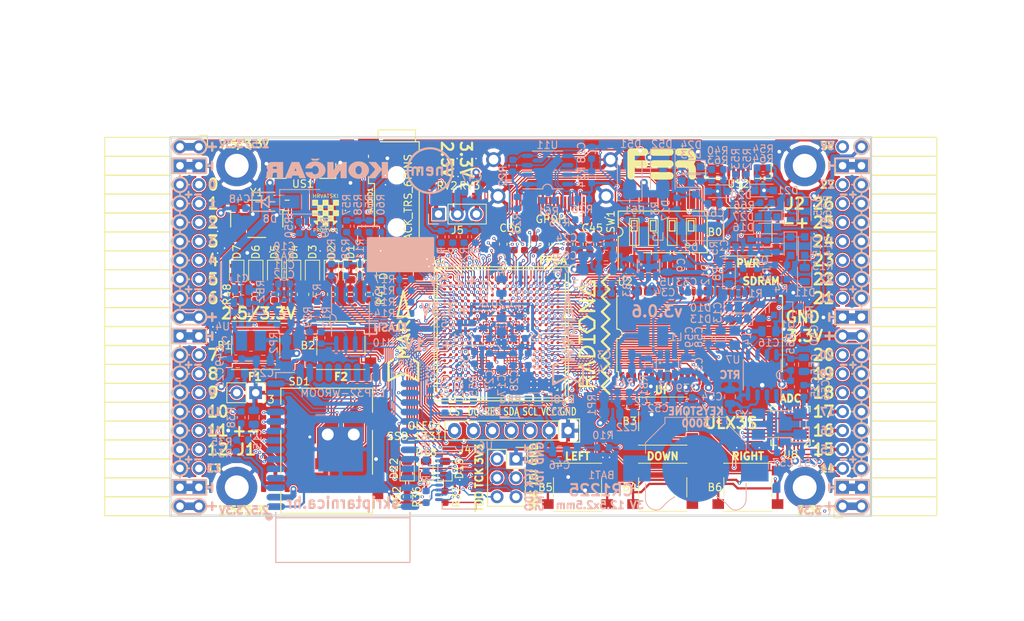
<source format=kicad_pcb>
(kicad_pcb (version 20171130) (host pcbnew 5.0.1+dfsg1-2)
  (title_block (rev v3.0.4))
  (layers (0 F.Cu signal) (1 In1.Cu signal) (2 In2.Cu signal) (31 B.Cu signal) (34 B.Paste user) (35 F.Paste user) (36 B.SilkS user) (37 F.SilkS user) (38 B.Mask user) (39 F.Mask user) (44 Edge.Cuts user))
  (net 0 "")
  (net 1 GND)
  (net 2 +5V)
  (net 3 /gpio/IN5V)
  (net 4 /gpio/OUT5V)
  (net 5 +3V3)
  (net 6 BTN_D)
  (net 7 BTN_F1)
  (net 8 BTN_F2)
  (net 9 BTN_L)
  (net 10 BTN_R)
  (net 11 BTN_U)
  (net 12 /power/FB1)
  (net 13 +2V5)
  (net 14 /power/PWREN)
  (net 15 /power/FB3)
  (net 16 /power/FB2)
  (net 17 /power/VBAT)
  (net 18 JTAG_TDI)
  (net 19 JTAG_TCK)
  (net 20 JTAG_TMS)
  (net 21 JTAG_TDO)
  (net 22 /power/WAKEUPn)
  (net 23 /power/WKUP)
  (net 24 /power/SHUT)
  (net 25 /power/WAKE)
  (net 26 /power/HOLD)
  (net 27 /power/WKn)
  (net 28 /power/OSCI_32k)
  (net 29 /power/OSCO_32k)
  (net 30 SHUTDOWN)
  (net 31 GPDI_SDA)
  (net 32 GPDI_SCL)
  (net 33 /gpdi/VREF2)
  (net 34 SD_CMD)
  (net 35 SD_CLK)
  (net 36 SD_D0)
  (net 37 SD_D1)
  (net 38 USB5V)
  (net 39 GPDI_CEC)
  (net 40 nRESET)
  (net 41 FTDI_nDTR)
  (net 42 SDRAM_CKE)
  (net 43 SDRAM_A7)
  (net 44 SDRAM_D15)
  (net 45 SDRAM_BA1)
  (net 46 SDRAM_D7)
  (net 47 SDRAM_A6)
  (net 48 SDRAM_CLK)
  (net 49 SDRAM_D13)
  (net 50 SDRAM_BA0)
  (net 51 SDRAM_D6)
  (net 52 SDRAM_A5)
  (net 53 SDRAM_D14)
  (net 54 SDRAM_A11)
  (net 55 SDRAM_D12)
  (net 56 SDRAM_D5)
  (net 57 SDRAM_A4)
  (net 58 SDRAM_A10)
  (net 59 SDRAM_D11)
  (net 60 SDRAM_A3)
  (net 61 SDRAM_D4)
  (net 62 SDRAM_D10)
  (net 63 SDRAM_D9)
  (net 64 SDRAM_A9)
  (net 65 SDRAM_D3)
  (net 66 SDRAM_D8)
  (net 67 SDRAM_A8)
  (net 68 SDRAM_A2)
  (net 69 SDRAM_A1)
  (net 70 SDRAM_A0)
  (net 71 SDRAM_D2)
  (net 72 SDRAM_D1)
  (net 73 SDRAM_D0)
  (net 74 SDRAM_DQM0)
  (net 75 SDRAM_nCS)
  (net 76 SDRAM_nRAS)
  (net 77 SDRAM_DQM1)
  (net 78 SDRAM_nCAS)
  (net 79 SDRAM_nWE)
  (net 80 /flash/FLASH_nWP)
  (net 81 /flash/FLASH_nHOLD)
  (net 82 /flash/FLASH_MOSI)
  (net 83 /flash/FLASH_MISO)
  (net 84 /flash/FLASH_SCK)
  (net 85 /flash/FLASH_nCS)
  (net 86 /flash/FPGA_PROGRAMN)
  (net 87 /flash/FPGA_DONE)
  (net 88 /flash/FPGA_INITN)
  (net 89 OLED_RES)
  (net 90 OLED_DC)
  (net 91 OLED_CS)
  (net 92 WIFI_EN)
  (net 93 FTDI_nRTS)
  (net 94 FTDI_TXD)
  (net 95 FTDI_RXD)
  (net 96 WIFI_RXD)
  (net 97 WIFI_GPIO0)
  (net 98 WIFI_TXD)
  (net 99 USB_FTDI_D+)
  (net 100 USB_FTDI_D-)
  (net 101 SD_D3)
  (net 102 AUDIO_L3)
  (net 103 AUDIO_L2)
  (net 104 AUDIO_L1)
  (net 105 AUDIO_L0)
  (net 106 AUDIO_R3)
  (net 107 AUDIO_R2)
  (net 108 AUDIO_R1)
  (net 109 AUDIO_R0)
  (net 110 OLED_CLK)
  (net 111 OLED_MOSI)
  (net 112 LED0)
  (net 113 LED1)
  (net 114 LED2)
  (net 115 LED3)
  (net 116 LED4)
  (net 117 LED5)
  (net 118 LED6)
  (net 119 LED7)
  (net 120 BTN_PWRn)
  (net 121 FTDI_nTXLED)
  (net 122 FTDI_nSLEEP)
  (net 123 /blinkey/LED_PWREN)
  (net 124 /blinkey/LED_TXLED)
  (net 125 /sdcard/SD3V3)
  (net 126 SD_D2)
  (net 127 CLK_25MHz)
  (net 128 /blinkey/BTNPUL)
  (net 129 /blinkey/BTNPUR)
  (net 130 USB_FPGA_D+)
  (net 131 /power/FTDI_nSUSPEND)
  (net 132 /blinkey/ALED0)
  (net 133 /blinkey/ALED1)
  (net 134 /blinkey/ALED2)
  (net 135 /blinkey/ALED3)
  (net 136 /blinkey/ALED4)
  (net 137 /blinkey/ALED5)
  (net 138 /blinkey/ALED6)
  (net 139 /blinkey/ALED7)
  (net 140 /usb/FTD-)
  (net 141 /usb/FTD+)
  (net 142 ADC_MISO)
  (net 143 ADC_MOSI)
  (net 144 ADC_CSn)
  (net 145 ADC_SCLK)
  (net 146 SW3)
  (net 147 SW2)
  (net 148 SW1)
  (net 149 USB_FPGA_D-)
  (net 150 /usb/FPD+)
  (net 151 /usb/FPD-)
  (net 152 WIFI_GPIO16)
  (net 153 /usb/ANT_433MHz)
  (net 154 PROG_DONE)
  (net 155 /power/P3V3)
  (net 156 /power/P2V5)
  (net 157 /power/L1)
  (net 158 /power/L3)
  (net 159 /power/L2)
  (net 160 FTDI_TXDEN)
  (net 161 SDRAM_A12)
  (net 162 /analog/AUDIO_V)
  (net 163 AUDIO_V3)
  (net 164 AUDIO_V2)
  (net 165 AUDIO_V1)
  (net 166 AUDIO_V0)
  (net 167 /blinkey/LED_WIFI)
  (net 168 /power/P1V1)
  (net 169 +1V1)
  (net 170 SW4)
  (net 171 /blinkey/SWPU)
  (net 172 /wifi/WIFIEN)
  (net 173 FT2V5)
  (net 174 GN0)
  (net 175 GP0)
  (net 176 GN1)
  (net 177 GP1)
  (net 178 GN2)
  (net 179 GP2)
  (net 180 GN3)
  (net 181 GP3)
  (net 182 GN4)
  (net 183 GP4)
  (net 184 GN5)
  (net 185 GP5)
  (net 186 GN6)
  (net 187 GP6)
  (net 188 GN14)
  (net 189 GP14)
  (net 190 GN15)
  (net 191 GP15)
  (net 192 GN16)
  (net 193 GP16)
  (net 194 GN17)
  (net 195 GP17)
  (net 196 GN18)
  (net 197 GP18)
  (net 198 GN19)
  (net 199 GP19)
  (net 200 GN20)
  (net 201 GP20)
  (net 202 GN21)
  (net 203 GP21)
  (net 204 GN22)
  (net 205 GP22)
  (net 206 GN23)
  (net 207 GP23)
  (net 208 GN24)
  (net 209 GP24)
  (net 210 GN25)
  (net 211 GP25)
  (net 212 GN26)
  (net 213 GP26)
  (net 214 GN27)
  (net 215 GP27)
  (net 216 GN7)
  (net 217 GP7)
  (net 218 GN8)
  (net 219 GP8)
  (net 220 GN9)
  (net 221 GP9)
  (net 222 GN10)
  (net 223 GP10)
  (net 224 GN11)
  (net 225 GP11)
  (net 226 GN12)
  (net 227 GP12)
  (net 228 GN13)
  (net 229 GP13)
  (net 230 WIFI_GPIO5)
  (net 231 WIFI_GPIO17)
  (net 232 USB_FPGA_PULL_D+)
  (net 233 USB_FPGA_PULL_D-)
  (net 234 "Net-(D23-Pad2)")
  (net 235 "Net-(D24-Pad1)")
  (net 236 "Net-(D25-Pad2)")
  (net 237 "Net-(D26-Pad1)")
  (net 238 /gpdi/GPDI_ETH+)
  (net 239 FPDI_ETH+)
  (net 240 /gpdi/GPDI_ETH-)
  (net 241 FPDI_ETH-)
  (net 242 /gpdi/GPDI_D2-)
  (net 243 FPDI_D2-)
  (net 244 /gpdi/GPDI_D1-)
  (net 245 FPDI_D1-)
  (net 246 /gpdi/GPDI_D0-)
  (net 247 FPDI_D0-)
  (net 248 /gpdi/GPDI_CLK-)
  (net 249 FPDI_CLK-)
  (net 250 /gpdi/GPDI_D2+)
  (net 251 FPDI_D2+)
  (net 252 /gpdi/GPDI_D1+)
  (net 253 FPDI_D1+)
  (net 254 /gpdi/GPDI_D0+)
  (net 255 FPDI_D0+)
  (net 256 /gpdi/GPDI_CLK+)
  (net 257 FPDI_CLK+)
  (net 258 FPDI_SDA)
  (net 259 FPDI_SCL)
  (net 260 /gpdi/FPDI_CEC)
  (net 261 2V5_3V3)
  (net 262 /usb/US2VBUS)
  (net 263 /power/SHD)
  (net 264 /power/RTCVDD)
  (net 265 "Net-(D27-Pad2)")
  (net 266 US2_ID)
  (net 267 /analog/AUDIO_L)
  (net 268 /analog/AUDIO_R)
  (net 269 /analog/ADC3V3)
  (net 270 PWRBTn)
  (net 271 USER_PROGRAMN)
  (net 272 "Net-(AUDIO1-Pad5)")
  (net 273 "Net-(AUDIO1-Pad6)")
  (net 274 "Net-(U1-PadW18)")
  (net 275 "Net-(U1-PadW17)")
  (net 276 "Net-(U1-PadW14)")
  (net 277 "Net-(U1-PadW13)")
  (net 278 "Net-(U1-PadW9)")
  (net 279 "Net-(U1-PadW8)")
  (net 280 "Net-(U1-PadW5)")
  (net 281 "Net-(U1-PadW4)")
  (net 282 "Net-(U1-PadT16)")
  (net 283 "Net-(U1-PadR3)")
  (net 284 SD_WP)
  (net 285 SD_CD)
  (net 286 "Net-(U1-PadM5)")
  (net 287 FTDI_nRXLED)
  (net 288 "Net-(U1-PadK17)")
  (net 289 "Net-(U1-PadK16)")
  (net 290 "Net-(U1-PadK5)")
  (net 291 "Net-(U1-PadJ5)")
  (net 292 "Net-(U1-PadJ4)")
  (net 293 "Net-(U1-PadE11)")
  (net 294 "Net-(U1-PadE10)")
  (net 295 "Net-(U1-PadE9)")
  (net 296 "Net-(U1-PadE6)")
  (net 297 "Net-(U1-PadD12)")
  (net 298 "Net-(U1-PadD11)")
  (net 299 "Net-(U1-PadD10)")
  (net 300 "Net-(U1-PadD9)")
  (net 301 "Net-(U1-PadC9)")
  (net 302 "Net-(U1-PadA15)")
  (net 303 "Net-(U8-Pad25)")
  (net 304 "Net-(U8-Pad12)")
  (net 305 "Net-(U9-Pad32)")
  (net 306 "Net-(U9-Pad22)")
  (net 307 "Net-(U9-Pad21)")
  (net 308 "Net-(U9-Pad20)")
  (net 309 "Net-(U9-Pad19)")
  (net 310 "Net-(U9-Pad18)")
  (net 311 "Net-(U9-Pad17)")
  (net 312 "Net-(U9-Pad12)")
  (net 313 "Net-(U9-Pad5)")
  (net 314 "Net-(U9-Pad4)")
  (net 315 "Net-(US1-Pad4)")
  (net 316 "Net-(Y2-Pad3)")
  (net 317 "Net-(Y2-Pad2)")
  (module ft231x:FT231X-SSOP-20_4.4x6.5mm_Pitch0.65mm (layer B.Cu) (at 132.835 107.14 180)
    (fp_text reference U6 (at -3.556 4.318 180) (layer B.SilkS) (effects (justify mirror)))
    (fp_text value FT231XS hide)
    (pad 20 smd oval (at 2.7 2.925 180) (size 1.1 0.4) (layers B.Cu B.Paste B.Mask) (net 94 FTDI_TXD))
    (pad 19 smd oval (at 2.7 2.275 180) (size 1.1 0.4) (layers B.Cu B.Paste B.Mask) (net 122 FTDI_nSLEEP))
    (pad 18 smd oval (at 2.7 1.625 180) (size 1.1 0.4) (layers B.Cu B.Paste B.Mask) (net 160 FTDI_TXDEN))
    (pad 17 smd oval (at 2.7 0.975 180) (size 1.1 0.4) (layers B.Cu B.Paste B.Mask) (net 287 FTDI_nRXLED))
    (pad 16 smd oval (at 2.7 0.325 180) (size 1.1 0.4) (layers B.Cu B.Paste B.Mask) (net 1 GND))
    (pad 15 smd oval (at 2.7 -0.325 180) (size 1.1 0.4) (layers B.Cu B.Paste B.Mask) (net 38 USB5V))
    (pad 14 smd oval (at 2.7 -0.975 180) (size 1.1 0.4) (layers B.Cu B.Paste B.Mask) (net 40 nRESET))
    (pad 13 smd oval (at 2.7 -1.625 180) (size 1.1 0.4) (layers B.Cu B.Paste B.Mask) (net 173 FT2V5))
    (pad 12 smd oval (at 2.7 -2.275 180) (size 1.1 0.4) (layers B.Cu B.Paste B.Mask) (net 100 USB_FTDI_D-))
    (pad 11 smd oval (at 2.7 -2.925 180) (size 1.1 0.4) (layers B.Cu B.Paste B.Mask) (net 99 USB_FTDI_D+))
    (pad 10 smd oval (at -2.7 -2.925 180) (size 1.1 0.4) (layers B.Cu B.Paste B.Mask) (net 121 FTDI_nTXLED))
    (pad 9 smd oval (at -2.7 -2.275 180) (size 1.1 0.4) (layers B.Cu B.Paste B.Mask) (net 21 JTAG_TDO))
    (pad 8 smd oval (at -2.7 -1.625 180) (size 1.1 0.4) (layers B.Cu B.Paste B.Mask) (net 20 JTAG_TMS))
    (pad 7 smd oval (at -2.7 -0.975 180) (size 1.1 0.4) (layers B.Cu B.Paste B.Mask) (net 19 JTAG_TCK))
    (pad 6 smd oval (at -2.7 -0.325 180) (size 1.1 0.4) (layers B.Cu B.Paste B.Mask) (net 1 GND))
    (pad 5 smd oval (at -2.7 0.325 180) (size 1.1 0.4) (layers B.Cu B.Paste B.Mask) (net 18 JTAG_TDI))
    (pad 4 smd oval (at -2.7 0.975 180) (size 1.1 0.4) (layers B.Cu B.Paste B.Mask) (net 95 FTDI_RXD))
    (pad 3 smd oval (at -2.7 1.625 180) (size 1.1 0.4) (layers B.Cu B.Paste B.Mask) (net 173 FT2V5))
    (pad 2 smd oval (at -2.7 2.275 180) (size 1.1 0.4) (layers B.Cu B.Paste B.Mask) (net 93 FTDI_nRTS))
    (pad 1 smd rect (at -2.7 2.925 180) (size 1.1 0.4) (layers B.Cu B.Paste B.Mask) (net 41 FTDI_nDTR))
  )
  (module micro-sd-schd3a0100:SCHD3A100 (layer F.Cu) (at 115.05 103.5 270)
    (fp_text reference SD1 (at -9.296 3.663 180) (layer F.SilkS))
    (fp_text value SCHD3A0100 hide)
    (pad 1 smd rect (at 1.75 -3.2) (size 0.7 1.5) (layers F.Cu F.Paste F.Mask) (net 126 SD_D2))
    (pad 2 smd rect (at 1.75 -2.1) (size 0.7 1.5) (layers F.Cu F.Paste F.Mask) (net 101 SD_D3))
    (pad 3 smd rect (at 1.75 -1) (size 0.7 1.5) (layers F.Cu F.Paste F.Mask) (net 34 SD_CMD))
    (pad 4 smd rect (at 1.75 0.1) (size 0.7 1.5) (layers F.Cu F.Paste F.Mask) (net 125 /sdcard/SD3V3))
    (pad 5 smd rect (at 1.75 1.2) (size 0.7 1.5) (layers F.Cu F.Paste F.Mask) (net 35 SD_CLK))
    (pad 6 smd rect (at 1.75 2.3) (size 0.7 1.5) (layers F.Cu F.Paste F.Mask) (net 1 GND))
    (pad 7 smd rect (at 1.75 3.4) (size 0.7 1.5) (layers F.Cu F.Paste F.Mask) (net 36 SD_D0))
    (pad 8 smd rect (at 1.75 4.5) (size 0.7 1.5) (layers F.Cu F.Paste F.Mask) (net 37 SD_D1))
    (pad 10 smd rect (at 6.05 -6.875) (size 1.45 0.9) (layers F.Cu F.Paste F.Mask) (net 1 GND))
    (pad 11 smd rect (at -5.65 6.875 90) (size 0.9 1.45) (layers F.Cu F.Paste F.Mask) (net 1 GND))
    (pad 9 smd rect (at 4.35 6.875) (size 1.45 2) (layers F.Cu F.Paste F.Mask) (net 1 GND))
    (pad 9 smd rect (at 4.35 -6.875) (size 1.45 2) (layers F.Cu F.Paste F.Mask) (net 1 GND))
    (pad 9 smd rect (at -3.95 -6.875) (size 1.45 2) (layers F.Cu F.Paste F.Mask) (net 1 GND))
    (pad 9 smd rect (at -3.95 6.875) (size 1.45 2) (layers F.Cu F.Paste F.Mask) (net 1 GND))
  )
  (module oscxo:Crystal_SMD_7050_4Pads (layer F.Cu) (at 105.672 72.36 180)
    (fp_text reference Y1 (at 0 3.556 180) (layer F.SilkS))
    (fp_text value FNETHE025 hide)
    (pad 1 smd rect (at -2.54 2.2 180) (size 2.2 1.8) (layers F.Cu F.Paste F.Mask) (net 5 +3V3))
    (pad 2 smd rect (at 2.54 2.2 180) (size 2.2 1.8) (layers F.Cu F.Paste F.Mask) (net 1 GND))
    (pad 3 smd rect (at 2.54 -2.2 180) (size 2.2 1.8) (layers F.Cu F.Paste F.Mask) (net 127 CLK_25MHz))
    (pad 4 smd rect (at -2.54 -2.2 180) (size 2.2 1.8) (layers F.Cu F.Paste F.Mask) (net 5 +3V3))
  )
  (module L_1008_1210:L_1008_1210 (layer B.Cu) (at 156.33 74.755 180)
    (fp_text reference L3 (at -3.19 -0.018 180) (layer B.SilkS) (effects (justify mirror)))
    (fp_text value 2.2uH hide)
    (pad 1 smd rect (at -1.27 0 180) (size 1.5 2.7) (layers B.Cu B.Paste B.Mask) (net 158 /power/L3))
    (pad 2 smd rect (at 1.27 0 180) (size 1.5 2.7) (layers B.Cu B.Paste B.Mask) (net 155 /power/P3V3))
  )
  (module L_1008_1210:L_1008_1210 (layer B.Cu) (at 158.87 88.09 180)
    (fp_text reference L1 (at -3.063 -0.145 180) (layer B.SilkS) (effects (justify mirror)))
    (fp_text value 2.2uH hide)
    (pad 1 smd rect (at -1.27 0 180) (size 1.5 2.7) (layers B.Cu B.Paste B.Mask) (net 157 /power/L1))
    (pad 2 smd rect (at 1.27 0 180) (size 1.5 2.7) (layers B.Cu B.Paste B.Mask) (net 168 /power/P1V1))
  )
  (module L_1008_1210:L_1008_1210 (layer B.Cu) (at 104.895 88.725)
    (fp_text reference L2 (at -3.16 0.018) (layer B.SilkS) (effects (justify mirror)))
    (fp_text value 2.2uH hide)
    (pad 1 smd rect (at -1.27 0) (size 1.5 2.7) (layers B.Cu B.Paste B.Mask) (net 159 /power/L2))
    (pad 2 smd rect (at 1.27 0) (size 1.5 2.7) (layers B.Cu B.Paste B.Mask) (net 156 /power/P2V5))
  )
  (module abs25:Crystal_SMD_ABS25 (layer B.Cu) (at 175.776 99.922 180)
    (fp_text reference Y2 (at 5.08 1.273 180) (layer B.SilkS) (effects (justify mirror)))
    (fp_text value 32768Hz hide)
    (pad 4 smd rect (at -2.8 1.4 180) (size 1.8 1.4) (layers B.Cu B.Paste B.Mask) (net 28 /power/OSCI_32k))
    (pad 3 smd rect (at 2.8 1.4 180) (size 1.8 1.4) (layers B.Cu B.Paste B.Mask) (net 316 "Net-(Y2-Pad3)"))
    (pad 2 smd rect (at 2.8 -1.4 180) (size 1.8 1.4) (layers B.Cu B.Paste B.Mask) (net 317 "Net-(Y2-Pad2)"))
    (pad 1 smd rect (at -2.8 -1.4 180) (size 1.8 1.4) (layers B.Cu B.Paste B.Mask) (net 29 /power/OSCO_32k))
  )
  (module Keystone_3000_1x12mm-CoinCell:Keystone_3000_1x12mm-CoinCell (layer B.Cu) (at 164.585 105.87 90)
    (fp_text reference BAT1 (at -0.907 -12.685 180) (layer B.SilkS) (effects (justify mirror)))
    (fp_text value CR1225 hide)
    (pad 1 smd rect (at 0 7.9 180) (size 3.7 3.5) (layers B.Cu B.Paste B.Mask) (net 17 /power/VBAT) (clearance 0.7))
    (pad 1 smd rect (at 0 -7.9 180) (size 3.7 3.5) (layers B.Cu B.Paste B.Mask) (net 17 /power/VBAT) (clearance 0.7))
    (pad 2 smd circle (at 0 0 180) (size 9 9) (layers B.Cu B.Mask) (net 1 GND))
  )
  (module audio-jack:CUI_SJ-43516-SMT (layer F.Cu) (at 124.468 69.518)
    (fp_text reference AUDIO1 (at -3.560502 0.28335 270) (layer F.SilkS) (effects (font (size 0.6096 0.6096) (thickness 0.1524))))
    (fp_text value JACK_TRS_6PINS (at 1.519498 0.28335 270) (layer F.SilkS))
    (pad 1 smd rect (at -3.8 -6.9 270) (size 2 2.8) (layers F.Cu F.Paste F.Mask) (net 1 GND))
    (pad 4 smd rect (at -3.8 -4.1 270) (size 2.2 2.8) (layers F.Cu F.Paste F.Mask) (net 162 /analog/AUDIO_V))
    (pad 2 smd rect (at -3.8 5.3 270) (size 2.8 2.8) (layers F.Cu F.Paste F.Mask) (net 267 /analog/AUDIO_L))
    (pad 5 smd rect (at 0.75 9.4 270) (size 2.8 2.8) (layers F.Cu F.Paste F.Mask) (net 272 "Net-(AUDIO1-Pad5)"))
    (pad 3 smd rect (at 3.8 -2.2 270) (size 2.2 2.8) (layers F.Cu F.Paste F.Mask) (net 268 /analog/AUDIO_R))
    (pad 6 smd rect (at 3.8 -5 270) (size 2 2.8) (layers F.Cu F.Paste F.Mask) (net 273 "Net-(AUDIO1-Pad6)"))
    (pad "" np_thru_hole circle (at 0 -3 270) (size 1.7 1.7) (drill 1.7) (layers *.Cu *.Mask F.SilkS) (clearance 0.4))
    (pad "" np_thru_hole circle (at 0 4 270) (size 1.7 1.7) (drill 1.7) (layers *.Cu *.Mask F.SilkS) (clearance 0.4))
  )
  (module usb_otg:USB-MICRO-B-FCI-10118192-0001LF (layer F.Cu) (at 170.3 63.325 180)
    (fp_text reference US2 (at 0 -4.336 180) (layer F.SilkS))
    (fp_text value MICRO_USB hide)
    (pad 6 smd rect (at 3.8 0 180) (size 1.8 1.9) (layers F.Cu F.Paste F.Mask) (net 1 GND))
    (pad 6 smd rect (at -3.8 0 180) (size 1.8 1.9) (layers F.Cu F.Paste F.Mask) (net 1 GND))
    (pad 5 smd rect (at 1.3 -2.675 180) (size 0.4 1.35) (layers F.Cu F.Paste F.Mask) (net 1 GND))
    (pad 4 smd rect (at 0.65 -2.675 180) (size 0.4 1.35) (layers F.Cu F.Paste F.Mask) (net 266 US2_ID))
    (pad 3 smd rect (at 0 -2.675 180) (size 0.4 1.35) (layers F.Cu F.Paste F.Mask) (net 150 /usb/FPD+))
    (pad 2 smd rect (at -0.65 -2.675 180) (size 0.4 1.35) (layers F.Cu F.Paste F.Mask) (net 151 /usb/FPD-))
    (pad 1 smd rect (at -1.3 -2.675 180) (size 0.4 1.35) (layers F.Cu F.Paste F.Mask) (net 262 /usb/US2VBUS))
    (pad 6 smd rect (at 1.2 0 180) (size 1.9 1.9) (layers F.Cu F.Paste F.Mask) (net 1 GND))
    (pad 6 smd rect (at -1.2 0 180) (size 1.9 1.9) (layers F.Cu F.Paste F.Mask) (net 1 GND))
    (pad 6 smd rect (at 3.1 -2.55 180) (size 2.1 1.6) (layers F.Cu F.Paste F.Mask) (net 1 GND))
    (pad 6 smd rect (at -3.1 -2.55 180) (size 2.1 1.6) (layers F.Cu F.Paste F.Mask) (net 1 GND))
  )
  (module usb_otg:USB-MICRO-B-FCI-10118192-0001LF (layer F.Cu) (at 111.88 63.325 180)
    (fp_text reference US1 (at 0 -4.336 180) (layer F.SilkS))
    (fp_text value MICRO_USB hide)
    (pad 6 smd rect (at 3.8 0 180) (size 1.8 1.9) (layers F.Cu F.Paste F.Mask) (net 1 GND))
    (pad 6 smd rect (at -3.8 0 180) (size 1.8 1.9) (layers F.Cu F.Paste F.Mask) (net 1 GND))
    (pad 5 smd rect (at 1.3 -2.675 180) (size 0.4 1.35) (layers F.Cu F.Paste F.Mask) (net 1 GND))
    (pad 4 smd rect (at 0.65 -2.675 180) (size 0.4 1.35) (layers F.Cu F.Paste F.Mask) (net 315 "Net-(US1-Pad4)"))
    (pad 3 smd rect (at 0 -2.675 180) (size 0.4 1.35) (layers F.Cu F.Paste F.Mask) (net 141 /usb/FTD+))
    (pad 2 smd rect (at -0.65 -2.675 180) (size 0.4 1.35) (layers F.Cu F.Paste F.Mask) (net 140 /usb/FTD-))
    (pad 1 smd rect (at -1.3 -2.675 180) (size 0.4 1.35) (layers F.Cu F.Paste F.Mask) (net 38 USB5V))
    (pad 6 smd rect (at 1.2 0 180) (size 1.9 1.9) (layers F.Cu F.Paste F.Mask) (net 1 GND))
    (pad 6 smd rect (at -1.2 0 180) (size 1.9 1.9) (layers F.Cu F.Paste F.Mask) (net 1 GND))
    (pad 6 smd rect (at 3.1 -2.55 180) (size 2.1 1.6) (layers F.Cu F.Paste F.Mask) (net 1 GND))
    (pad 6 smd rect (at -3.1 -2.55 180) (size 2.1 1.6) (layers F.Cu F.Paste F.Mask) (net 1 GND))
  )
  (module dipswitch:SW_DIP_x4_W8.61mm_Slide_LowProfile (layer F.Cu) (at 160.14 74.12 90)
    (fp_text reference SW1 (at 1.379 -6.97 90) (layer F.SilkS))
    (fp_text value SW_DIP_x04 hide)
    (pad 8 smd rect (at 4.305 -3.81 90) (size 2.44 1.12) (layers F.Cu F.Paste F.Mask) (net 148 SW1))
    (pad 4 smd rect (at -4.305 3.81 90) (size 2.44 1.12) (layers F.Cu F.Paste F.Mask) (net 171 /blinkey/SWPU))
    (pad 7 smd rect (at 4.305 -1.27 90) (size 2.44 1.12) (layers F.Cu F.Paste F.Mask) (net 147 SW2))
    (pad 3 smd rect (at -4.305 1.27 90) (size 2.44 1.12) (layers F.Cu F.Paste F.Mask) (net 171 /blinkey/SWPU))
    (pad 6 smd rect (at 4.305 1.27 90) (size 2.44 1.12) (layers F.Cu F.Paste F.Mask) (net 146 SW3))
    (pad 2 smd rect (at -4.305 -1.27 90) (size 2.44 1.12) (layers F.Cu F.Paste F.Mask) (net 171 /blinkey/SWPU))
    (pad 5 smd rect (at 4.305 3.81 90) (size 2.44 1.12) (layers F.Cu F.Paste F.Mask) (net 170 SW4))
    (pad 1 smd rect (at -4.305 -3.81 90) (size 2.44 1.12) (layers F.Cu F.Paste F.Mask) (net 171 /blinkey/SWPU))
  )
  (module conn-fci:CONN-10029449-111RLF (layer F.Cu) (at 145.296 69.312 180)
    (fp_text reference GPDI1 (at 0 -3.1115 180) (layer F.SilkS))
    (fp_text value GPDI-D hide)
    (pad 19 smd rect (at -4.25 -1 180) (size 0.3 1.9) (layers F.Cu F.Paste F.Mask) (net 240 /gpdi/GPDI_ETH-))
    (pad 18 smd rect (at -3.75 -1 180) (size 0.3 1.9) (layers F.Cu F.Paste F.Mask) (net 2 +5V))
    (pad 17 smd rect (at -3.25 -1 180) (size 0.3 1.9) (layers F.Cu F.Paste F.Mask) (net 1 GND))
    (pad 16 smd rect (at -2.75 -1 180) (size 0.3 1.9) (layers F.Cu F.Paste F.Mask) (net 31 GPDI_SDA))
    (pad 15 smd rect (at -2.25 -1 180) (size 0.3 1.9) (layers F.Cu F.Paste F.Mask) (net 32 GPDI_SCL))
    (pad 14 smd rect (at -1.75 -1 180) (size 0.3 1.9) (layers F.Cu F.Paste F.Mask) (net 238 /gpdi/GPDI_ETH+))
    (pad 13 smd rect (at -1.25 -1 180) (size 0.3 1.9) (layers F.Cu F.Paste F.Mask) (net 39 GPDI_CEC))
    (pad 12 smd rect (at -0.75 -1 180) (size 0.3 1.9) (layers F.Cu F.Paste F.Mask) (net 248 /gpdi/GPDI_CLK-))
    (pad 11 smd rect (at -0.25 -1 180) (size 0.3 1.9) (layers F.Cu F.Paste F.Mask) (net 1 GND))
    (pad 10 smd rect (at 0.25 -1 180) (size 0.3 1.9) (layers F.Cu F.Paste F.Mask) (net 256 /gpdi/GPDI_CLK+))
    (pad 9 smd rect (at 0.75 -1 180) (size 0.3 1.9) (layers F.Cu F.Paste F.Mask) (net 246 /gpdi/GPDI_D0-))
    (pad 8 smd rect (at 1.25 -1 180) (size 0.3 1.9) (layers F.Cu F.Paste F.Mask) (net 1 GND))
    (pad 7 smd rect (at 1.75 -1 180) (size 0.3 1.9) (layers F.Cu F.Paste F.Mask) (net 254 /gpdi/GPDI_D0+))
    (pad 6 smd rect (at 2.25 -1 180) (size 0.3 1.9) (layers F.Cu F.Paste F.Mask) (net 244 /gpdi/GPDI_D1-))
    (pad 5 smd rect (at 2.75 -1 180) (size 0.3 1.9) (layers F.Cu F.Paste F.Mask) (net 1 GND))
    (pad 4 smd rect (at 3.25 -1 180) (size 0.3 1.9) (layers F.Cu F.Paste F.Mask) (net 252 /gpdi/GPDI_D1+))
    (pad 3 smd rect (at 3.75 -1 180) (size 0.3 1.9) (layers F.Cu F.Paste F.Mask) (net 242 /gpdi/GPDI_D2-))
    (pad 2 smd rect (at 4.25 -1 180) (size 0.3 1.9) (layers F.Cu F.Paste F.Mask) (net 1 GND))
    (pad 1 smd rect (at 4.75 -1 180) (size 0.3 1.9) (layers F.Cu F.Paste F.Mask) (net 250 /gpdi/GPDI_D2+))
    (pad 0 thru_hole circle (at -7.25 0 180) (size 2 2) (drill 1.3) (layers *.Cu *.Mask) (net 1 GND))
    (pad 0 thru_hole circle (at 7.25 0 180) (size 2 2) (drill 1.3) (layers *.Cu *.Mask) (net 1 GND))
    (pad 0 thru_hole circle (at -7.85 4.9 180) (size 2 2) (drill 1.3) (layers *.Cu *.Mask) (net 1 GND))
    (pad 0 thru_hole circle (at 7.85 4.9 180) (size 2 2) (drill 1.3) (layers *.Cu *.Mask) (net 1 GND))
  )
  (module TSOP54:TSOP54 (layer F.Cu) (at 165.093 87.8 90)
    (fp_text reference U2 (at 6.98 -9.993 180) (layer F.SilkS))
    (fp_text value MT48LC16M16A2TG hide)
    (pad 28 smd oval (at 5.73 10.4 90) (size 1.2 0.56) (layers F.Cu F.Paste F.Mask) (net 1 GND))
    (pad 1 smd rect (at -5.73 -10.4 90) (size 1.2 0.56) (layers F.Cu F.Paste F.Mask) (net 5 +3V3))
    (pad 2 smd oval (at -5.73 -9.6 90) (size 1.2 0.56) (layers F.Cu F.Paste F.Mask) (net 73 SDRAM_D0))
    (pad 3 smd oval (at -5.73 -8.8 90) (size 1.2 0.56) (layers F.Cu F.Paste F.Mask) (net 5 +3V3))
    (pad 4 smd oval (at -5.73 -8 90) (size 1.2 0.56) (layers F.Cu F.Paste F.Mask) (net 72 SDRAM_D1))
    (pad 5 smd oval (at -5.73 -7.2 90) (size 1.2 0.56) (layers F.Cu F.Paste F.Mask) (net 71 SDRAM_D2))
    (pad 6 smd oval (at -5.73 -6.4 90) (size 1.2 0.56) (layers F.Cu F.Paste F.Mask) (net 1 GND))
    (pad 7 smd oval (at -5.73 -5.6 90) (size 1.2 0.56) (layers F.Cu F.Paste F.Mask) (net 65 SDRAM_D3))
    (pad 8 smd oval (at -5.73 -4.8 90) (size 1.2 0.56) (layers F.Cu F.Paste F.Mask) (net 61 SDRAM_D4))
    (pad 9 smd oval (at -5.73 -4 90) (size 1.2 0.56) (layers F.Cu F.Paste F.Mask) (net 5 +3V3))
    (pad 10 smd oval (at -5.73 -3.2 90) (size 1.2 0.56) (layers F.Cu F.Paste F.Mask) (net 56 SDRAM_D5))
    (pad 11 smd oval (at -5.73 -2.4 90) (size 1.2 0.56) (layers F.Cu F.Paste F.Mask) (net 51 SDRAM_D6))
    (pad 12 smd oval (at -5.73 -1.6 90) (size 1.2 0.56) (layers F.Cu F.Paste F.Mask) (net 1 GND))
    (pad 13 smd oval (at -5.73 -0.8 90) (size 1.2 0.56) (layers F.Cu F.Paste F.Mask) (net 46 SDRAM_D7))
    (pad 14 smd oval (at -5.73 0 90) (size 1.2 0.56) (layers F.Cu F.Paste F.Mask) (net 5 +3V3))
    (pad 15 smd oval (at -5.73 0.8 90) (size 1.2 0.56) (layers F.Cu F.Paste F.Mask) (net 74 SDRAM_DQM0))
    (pad 16 smd oval (at -5.73 1.6 90) (size 1.2 0.56) (layers F.Cu F.Paste F.Mask) (net 79 SDRAM_nWE))
    (pad 17 smd oval (at -5.73 2.4 90) (size 1.2 0.56) (layers F.Cu F.Paste F.Mask) (net 78 SDRAM_nCAS))
    (pad 18 smd oval (at -5.73 3.2 90) (size 1.2 0.56) (layers F.Cu F.Paste F.Mask) (net 76 SDRAM_nRAS))
    (pad 19 smd oval (at -5.73 4 90) (size 1.2 0.56) (layers F.Cu F.Paste F.Mask) (net 75 SDRAM_nCS))
    (pad 20 smd oval (at -5.73 4.8 90) (size 1.2 0.56) (layers F.Cu F.Paste F.Mask) (net 50 SDRAM_BA0))
    (pad 21 smd oval (at -5.73 5.6 90) (size 1.2 0.56) (layers F.Cu F.Paste F.Mask) (net 45 SDRAM_BA1))
    (pad 22 smd oval (at -5.73 6.4 90) (size 1.2 0.56) (layers F.Cu F.Paste F.Mask) (net 58 SDRAM_A10))
    (pad 23 smd oval (at -5.73 7.2 90) (size 1.2 0.56) (layers F.Cu F.Paste F.Mask) (net 70 SDRAM_A0))
    (pad 24 smd oval (at -5.73 8 90) (size 1.2 0.56) (layers F.Cu F.Paste F.Mask) (net 69 SDRAM_A1))
    (pad 25 smd oval (at -5.73 8.8 90) (size 1.2 0.56) (layers F.Cu F.Paste F.Mask) (net 68 SDRAM_A2))
    (pad 26 smd oval (at -5.73 9.6 90) (size 1.2 0.56) (layers F.Cu F.Paste F.Mask) (net 60 SDRAM_A3))
    (pad 27 smd oval (at -5.73 10.4 90) (size 1.2 0.56) (layers F.Cu F.Paste F.Mask) (net 5 +3V3))
    (pad 29 smd oval (at 5.73 9.6 90) (size 1.2 0.56) (layers F.Cu F.Paste F.Mask) (net 57 SDRAM_A4))
    (pad 30 smd oval (at 5.73 8.8 90) (size 1.2 0.56) (layers F.Cu F.Paste F.Mask) (net 52 SDRAM_A5))
    (pad 31 smd oval (at 5.73 8 90) (size 1.2 0.56) (layers F.Cu F.Paste F.Mask) (net 47 SDRAM_A6))
    (pad 32 smd oval (at 5.73 7.2 90) (size 1.2 0.56) (layers F.Cu F.Paste F.Mask) (net 43 SDRAM_A7))
    (pad 33 smd oval (at 5.73 6.4 90) (size 1.2 0.56) (layers F.Cu F.Paste F.Mask) (net 67 SDRAM_A8))
    (pad 34 smd oval (at 5.73 5.6 90) (size 1.2 0.56) (layers F.Cu F.Paste F.Mask) (net 64 SDRAM_A9))
    (pad 35 smd oval (at 5.73 4.8 90) (size 1.2 0.56) (layers F.Cu F.Paste F.Mask) (net 54 SDRAM_A11))
    (pad 36 smd oval (at 5.73 4 90) (size 1.2 0.56) (layers F.Cu F.Paste F.Mask) (net 161 SDRAM_A12))
    (pad 37 smd oval (at 5.73 3.2 90) (size 1.2 0.56) (layers F.Cu F.Paste F.Mask) (net 42 SDRAM_CKE))
    (pad 38 smd oval (at 5.73 2.4 90) (size 1.2 0.56) (layers F.Cu F.Paste F.Mask) (net 48 SDRAM_CLK))
    (pad 39 smd oval (at 5.73 1.6 90) (size 1.2 0.56) (layers F.Cu F.Paste F.Mask) (net 77 SDRAM_DQM1))
    (pad 40 smd oval (at 5.73 0.8 90) (size 1.2 0.56) (layers F.Cu F.Paste F.Mask))
    (pad 41 smd oval (at 5.73 0 90) (size 1.2 0.56) (layers F.Cu F.Paste F.Mask) (net 1 GND))
    (pad 42 smd oval (at 5.73 -0.8 90) (size 1.2 0.56) (layers F.Cu F.Paste F.Mask) (net 66 SDRAM_D8))
    (pad 43 smd oval (at 5.73 -1.6 90) (size 1.2 0.56) (layers F.Cu F.Paste F.Mask) (net 5 +3V3))
    (pad 44 smd oval (at 5.73 -2.4 90) (size 1.2 0.56) (layers F.Cu F.Paste F.Mask) (net 63 SDRAM_D9))
    (pad 45 smd oval (at 5.73 -3.2 90) (size 1.2 0.56) (layers F.Cu F.Paste F.Mask) (net 62 SDRAM_D10))
    (pad 46 smd oval (at 5.73 -4 90) (size 1.2 0.56) (layers F.Cu F.Paste F.Mask) (net 1 GND))
    (pad 47 smd oval (at 5.73 -4.8 90) (size 1.2 0.56) (layers F.Cu F.Paste F.Mask) (net 59 SDRAM_D11))
    (pad 48 smd oval (at 5.73 -5.6 90) (size 1.2 0.56) (layers F.Cu F.Paste F.Mask) (net 55 SDRAM_D12))
    (pad 49 smd oval (at 5.73 -6.4 90) (size 1.2 0.56) (layers F.Cu F.Paste F.Mask) (net 5 +3V3))
    (pad 50 smd oval (at 5.73 -7.2 90) (size 1.2 0.56) (layers F.Cu F.Paste F.Mask) (net 49 SDRAM_D13))
    (pad 51 smd oval (at 5.73 -8 90) (size 1.2 0.56) (layers F.Cu F.Paste F.Mask) (net 53 SDRAM_D14))
    (pad 52 smd oval (at 5.73 -8.8 90) (size 1.2 0.56) (layers F.Cu F.Paste F.Mask) (net 1 GND))
    (pad 53 smd oval (at 5.73 -9.6 90) (size 1.2 0.56) (layers F.Cu F.Paste F.Mask) (net 44 SDRAM_D15))
    (pad 54 smd oval (at 5.73 -10.4 90) (size 1.2 0.56) (layers F.Cu F.Paste F.Mask) (net 1 GND))
  )
  (module jumper:R_0805_2012Metric_Pad1.29x1.40mm_HandSolder_Jumper_NC (layer B.Cu) (at 109.609 89.632 270)
    (fp_text reference RP2 (at -0.635 1.651 270) (layer B.SilkS) (effects (justify mirror)))
    (fp_text value 0 hide)
    (fp_line (start -1 0) (end 1 0) (layer B.Cu) (width 1))
    (pad 2 smd roundrect (at 0.9675 0 270) (size 1.295 1.4) (layers B.Cu B.Mask) (net 13 +2V5))
    (pad 1 smd roundrect (at -0.9675 0 270) (size 1.295 1.4) (layers B.Cu B.Mask) (net 156 /power/P2V5))
  )
  (module jumper:R_0805_2012Metric_Pad1.29x1.40mm_HandSolder_Jumper_NC (layer B.Cu) (at 149.472 78.311 270)
    (fp_text reference RP3 (at 0 3.414 270) (layer B.SilkS) (effects (justify mirror)))
    (fp_text value 0 hide)
    (fp_line (start -1 0) (end 1 0) (layer B.Cu) (width 1))
    (pad 2 smd roundrect (at 0.9675 0 270) (size 1.295 1.4) (layers B.Cu B.Mask) (net 5 +3V3))
    (pad 1 smd roundrect (at -0.9675 0 270) (size 1.295 1.4) (layers B.Cu B.Mask) (net 155 /power/P3V3))
  )
  (module jumper:R_0805_2012Metric_Pad1.29x1.40mm_HandSolder_Jumper_NC (layer B.Cu) (at 152.281 97.361 270)
    (fp_text reference RP1 (at 0 1.65 270) (layer B.SilkS) (effects (justify mirror)))
    (fp_text value 0 hide)
    (fp_line (start -1 0) (end 1 0) (layer B.Cu) (width 1))
    (pad 2 smd roundrect (at 0.9675 0 270) (size 1.295 1.4) (layers B.Cu B.Mask) (net 169 +1V1))
    (pad 1 smd roundrect (at -0.9675 0 270) (size 1.295 1.4) (layers B.Cu B.Mask) (net 168 /power/P1V1))
  )
  (module jumper:D_SMA_Jumper_NC (layer B.Cu) (at 160.155 66.391 270)
    (fp_text reference D52 (at -4.064 0.127) (layer B.SilkS) (effects (justify mirror)))
    (fp_text value 0 hide)
    (fp_line (start -2 0) (end 2 0) (layer B.Cu) (width 1))
    (pad 2 smd roundrect (at 2 0 270) (size 2.5 1.8) (layers B.Cu B.Mask) (net 2 +5V))
    (pad 1 smd roundrect (at -2 0 270) (size 2.5 1.8) (layers B.Cu B.Mask) (net 4 /gpio/OUT5V))
  )
  (module jumper:D_SMA_Jumper_NC (layer B.Cu) (at 155.71 66.518 90)
    (fp_text reference D51 (at 4.191 0.127 180) (layer B.SilkS) (effects (justify mirror)))
    (fp_text value 0 hide)
    (fp_line (start -2 0) (end 2 0) (layer B.Cu) (width 1))
    (pad 2 smd roundrect (at 2 0 90) (size 2.5 1.8) (layers B.Cu B.Mask) (net 3 /gpio/IN5V))
    (pad 1 smd roundrect (at -2 0 90) (size 2.5 1.8) (layers B.Cu B.Mask) (net 2 +5V))
  )
  (module jumper:D_SMA_Jumper_NC (layer B.Cu) (at 164.854 73.63 180)
    (fp_text reference D9 (at 0.889 -2.54 180) (layer B.SilkS) (effects (justify mirror)))
    (fp_text value 0 hide)
    (fp_line (start -2 0) (end 2 0) (layer B.Cu) (width 1))
    (pad 2 smd roundrect (at 2 0 180) (size 2.5 1.8) (layers B.Cu B.Mask) (net 2 +5V))
    (pad 1 smd roundrect (at -2 0 180) (size 2.5 1.8) (layers B.Cu B.Mask) (net 262 /usb/US2VBUS))
  )
  (module lfe5bg381:BGA-381_pitch0.8mm_dia0.4mm (layer F.Cu) (at 138.48 87.8)
    (fp_text reference U1 (at -8.2 -9.8) (layer F.SilkS))
    (fp_text value LFE5U-85F-6BG381C hide)
    (pad Y19 smd circle (at 6.8 7.6) (size 0.4 0.4) (layers F.Cu F.Paste F.Mask) (net 1 GND))
    (pad Y17 smd circle (at 5.2 7.6) (size 0.4 0.4) (layers F.Cu F.Paste F.Mask) (net 1 GND))
    (pad Y16 smd circle (at 4.4 7.6) (size 0.4 0.4) (layers F.Cu F.Paste F.Mask) (net 1 GND))
    (pad Y15 smd circle (at 3.6 7.6) (size 0.4 0.4) (layers F.Cu F.Paste F.Mask) (net 1 GND))
    (pad Y14 smd circle (at 2.8 7.6) (size 0.4 0.4) (layers F.Cu F.Paste F.Mask) (net 1 GND))
    (pad Y12 smd circle (at 1.2 7.6) (size 0.4 0.4) (layers F.Cu F.Paste F.Mask) (net 1 GND))
    (pad Y11 smd circle (at 0.4 7.6) (size 0.4 0.4) (layers F.Cu F.Paste F.Mask) (net 1 GND))
    (pad Y8 smd circle (at -2 7.6) (size 0.4 0.4) (layers F.Cu F.Paste F.Mask) (net 1 GND))
    (pad Y7 smd circle (at -2.8 7.6) (size 0.4 0.4) (layers F.Cu F.Paste F.Mask) (net 1 GND))
    (pad Y6 smd circle (at -3.6 7.6) (size 0.4 0.4) (layers F.Cu F.Paste F.Mask) (net 1 GND))
    (pad Y5 smd circle (at -4.4 7.6) (size 0.4 0.4) (layers F.Cu F.Paste F.Mask) (net 1 GND))
    (pad Y3 smd circle (at -6 7.6) (size 0.4 0.4) (layers F.Cu F.Paste F.Mask) (net 87 /flash/FPGA_DONE))
    (pad Y2 smd circle (at -6.8 7.6) (size 0.4 0.4) (layers F.Cu F.Paste F.Mask) (net 80 /flash/FLASH_nWP))
    (pad W20 smd circle (at 7.6 6.8) (size 0.4 0.4) (layers F.Cu F.Paste F.Mask) (net 1 GND))
    (pad W19 smd circle (at 6.8 6.8) (size 0.4 0.4) (layers F.Cu F.Paste F.Mask) (net 1 GND))
    (pad W18 smd circle (at 6 6.8) (size 0.4 0.4) (layers F.Cu F.Paste F.Mask) (net 274 "Net-(U1-PadW18)"))
    (pad W17 smd circle (at 5.2 6.8) (size 0.4 0.4) (layers F.Cu F.Paste F.Mask) (net 275 "Net-(U1-PadW17)"))
    (pad W16 smd circle (at 4.4 6.8) (size 0.4 0.4) (layers F.Cu F.Paste F.Mask) (net 1 GND))
    (pad W15 smd circle (at 3.6 6.8) (size 0.4 0.4) (layers F.Cu F.Paste F.Mask) (net 1 GND))
    (pad W14 smd circle (at 2.8 6.8) (size 0.4 0.4) (layers F.Cu F.Paste F.Mask) (net 276 "Net-(U1-PadW14)"))
    (pad W13 smd circle (at 2 6.8) (size 0.4 0.4) (layers F.Cu F.Paste F.Mask) (net 277 "Net-(U1-PadW13)"))
    (pad W12 smd circle (at 1.2 6.8) (size 0.4 0.4) (layers F.Cu F.Paste F.Mask) (net 1 GND))
    (pad W11 smd circle (at 0.4 6.8) (size 0.4 0.4) (layers F.Cu F.Paste F.Mask))
    (pad W10 smd circle (at -0.4 6.8) (size 0.4 0.4) (layers F.Cu F.Paste F.Mask))
    (pad W9 smd circle (at -1.2 6.8) (size 0.4 0.4) (layers F.Cu F.Paste F.Mask) (net 278 "Net-(U1-PadW9)"))
    (pad W8 smd circle (at -2 6.8) (size 0.4 0.4) (layers F.Cu F.Paste F.Mask) (net 279 "Net-(U1-PadW8)"))
    (pad W7 smd circle (at -2.8 6.8) (size 0.4 0.4) (layers F.Cu F.Paste F.Mask) (net 1 GND))
    (pad W6 smd circle (at -3.6 6.8) (size 0.4 0.4) (layers F.Cu F.Paste F.Mask) (net 1 GND))
    (pad W5 smd circle (at -4.4 6.8) (size 0.4 0.4) (layers F.Cu F.Paste F.Mask) (net 280 "Net-(U1-PadW5)"))
    (pad W4 smd circle (at -5.2 6.8) (size 0.4 0.4) (layers F.Cu F.Paste F.Mask) (net 281 "Net-(U1-PadW4)"))
    (pad W3 smd circle (at -6 6.8) (size 0.4 0.4) (layers F.Cu F.Paste F.Mask) (net 86 /flash/FPGA_PROGRAMN))
    (pad W2 smd circle (at -6.8 6.8) (size 0.4 0.4) (layers F.Cu F.Paste F.Mask) (net 82 /flash/FLASH_MOSI))
    (pad W1 smd circle (at -7.6 6.8) (size 0.4 0.4) (layers F.Cu F.Paste F.Mask) (net 81 /flash/FLASH_nHOLD))
    (pad V20 smd circle (at 7.6 6) (size 0.4 0.4) (layers F.Cu F.Paste F.Mask) (net 1 GND))
    (pad V19 smd circle (at 6.8 6) (size 0.4 0.4) (layers F.Cu F.Paste F.Mask) (net 1 GND))
    (pad V18 smd circle (at 6 6) (size 0.4 0.4) (layers F.Cu F.Paste F.Mask) (net 1 GND))
    (pad V17 smd circle (at 5.2 6) (size 0.4 0.4) (layers F.Cu F.Paste F.Mask) (net 1 GND))
    (pad V16 smd circle (at 4.4 6) (size 0.4 0.4) (layers F.Cu F.Paste F.Mask) (net 1 GND))
    (pad V15 smd circle (at 3.6 6) (size 0.4 0.4) (layers F.Cu F.Paste F.Mask) (net 1 GND))
    (pad V14 smd circle (at 2.8 6) (size 0.4 0.4) (layers F.Cu F.Paste F.Mask) (net 1 GND))
    (pad V13 smd circle (at 2 6) (size 0.4 0.4) (layers F.Cu F.Paste F.Mask) (net 1 GND))
    (pad V12 smd circle (at 1.2 6) (size 0.4 0.4) (layers F.Cu F.Paste F.Mask) (net 1 GND))
    (pad V11 smd circle (at 0.4 6) (size 0.4 0.4) (layers F.Cu F.Paste F.Mask) (net 1 GND))
    (pad V10 smd circle (at -0.4 6) (size 0.4 0.4) (layers F.Cu F.Paste F.Mask) (net 1 GND))
    (pad V9 smd circle (at -1.2 6) (size 0.4 0.4) (layers F.Cu F.Paste F.Mask) (net 1 GND))
    (pad V8 smd circle (at -2 6) (size 0.4 0.4) (layers F.Cu F.Paste F.Mask) (net 1 GND))
    (pad V7 smd circle (at -2.8 6) (size 0.4 0.4) (layers F.Cu F.Paste F.Mask) (net 1 GND))
    (pad V6 smd circle (at -3.6 6) (size 0.4 0.4) (layers F.Cu F.Paste F.Mask) (net 1 GND))
    (pad V5 smd circle (at -4.4 6) (size 0.4 0.4) (layers F.Cu F.Paste F.Mask) (net 1 GND))
    (pad V4 smd circle (at -5.2 6) (size 0.4 0.4) (layers F.Cu F.Paste F.Mask) (net 21 JTAG_TDO))
    (pad V3 smd circle (at -6 6) (size 0.4 0.4) (layers F.Cu F.Paste F.Mask) (net 88 /flash/FPGA_INITN))
    (pad V2 smd circle (at -6.8 6) (size 0.4 0.4) (layers F.Cu F.Paste F.Mask) (net 83 /flash/FLASH_MISO))
    (pad V1 smd circle (at -7.6 6) (size 0.4 0.4) (layers F.Cu F.Paste F.Mask) (net 6 BTN_D))
    (pad U20 smd circle (at 7.6 5.2) (size 0.4 0.4) (layers F.Cu F.Paste F.Mask) (net 46 SDRAM_D7))
    (pad U19 smd circle (at 6.8 5.2) (size 0.4 0.4) (layers F.Cu F.Paste F.Mask) (net 74 SDRAM_DQM0))
    (pad U18 smd circle (at 6 5.2) (size 0.4 0.4) (layers F.Cu F.Paste F.Mask) (net 189 GP14))
    (pad U17 smd circle (at 5.2 5.2) (size 0.4 0.4) (layers F.Cu F.Paste F.Mask) (net 188 GN14))
    (pad U16 smd circle (at 4.4 5.2) (size 0.4 0.4) (layers F.Cu F.Paste F.Mask) (net 142 ADC_MISO))
    (pad U15 smd circle (at 3.6 5.2) (size 0.4 0.4) (layers F.Cu F.Paste F.Mask) (net 1 GND))
    (pad U14 smd circle (at 2.8 5.2) (size 0.4 0.4) (layers F.Cu F.Paste F.Mask) (net 1 GND))
    (pad U13 smd circle (at 2 5.2) (size 0.4 0.4) (layers F.Cu F.Paste F.Mask) (net 1 GND))
    (pad U12 smd circle (at 1.2 5.2) (size 0.4 0.4) (layers F.Cu F.Paste F.Mask) (net 1 GND))
    (pad U11 smd circle (at 0.4 5.2) (size 0.4 0.4) (layers F.Cu F.Paste F.Mask) (net 1 GND))
    (pad U10 smd circle (at -0.4 5.2) (size 0.4 0.4) (layers F.Cu F.Paste F.Mask) (net 1 GND))
    (pad U9 smd circle (at -1.2 5.2) (size 0.4 0.4) (layers F.Cu F.Paste F.Mask) (net 1 GND))
    (pad U8 smd circle (at -2 5.2) (size 0.4 0.4) (layers F.Cu F.Paste F.Mask) (net 1 GND))
    (pad U7 smd circle (at -2.8 5.2) (size 0.4 0.4) (layers F.Cu F.Paste F.Mask) (net 1 GND))
    (pad U6 smd circle (at -3.6 5.2) (size 0.4 0.4) (layers F.Cu F.Paste F.Mask) (net 1 GND))
    (pad U5 smd circle (at -4.4 5.2) (size 0.4 0.4) (layers F.Cu F.Paste F.Mask) (net 20 JTAG_TMS))
    (pad U4 smd circle (at -5.2 5.2) (size 0.4 0.4) (layers F.Cu F.Paste F.Mask) (net 1 GND))
    (pad U3 smd circle (at -6 5.2) (size 0.4 0.4) (layers F.Cu F.Paste F.Mask) (net 84 /flash/FLASH_SCK))
    (pad U2 smd circle (at -6.8 5.2) (size 0.4 0.4) (layers F.Cu F.Paste F.Mask) (net 5 +3V3))
    (pad U1 smd circle (at -7.6 5.2) (size 0.4 0.4) (layers F.Cu F.Paste F.Mask) (net 9 BTN_L))
    (pad T20 smd circle (at 7.6 4.4) (size 0.4 0.4) (layers F.Cu F.Paste F.Mask) (net 79 SDRAM_nWE))
    (pad T19 smd circle (at 6.8 4.4) (size 0.4 0.4) (layers F.Cu F.Paste F.Mask) (net 78 SDRAM_nCAS))
    (pad T18 smd circle (at 6 4.4) (size 0.4 0.4) (layers F.Cu F.Paste F.Mask) (net 56 SDRAM_D5))
    (pad T17 smd circle (at 5.2 4.4) (size 0.4 0.4) (layers F.Cu F.Paste F.Mask) (net 51 SDRAM_D6))
    (pad T16 smd circle (at 4.4 4.4) (size 0.4 0.4) (layers F.Cu F.Paste F.Mask) (net 282 "Net-(U1-PadT16)"))
    (pad T15 smd circle (at 3.6 4.4) (size 0.4 0.4) (layers F.Cu F.Paste F.Mask) (net 1 GND))
    (pad T14 smd circle (at 2.8 4.4) (size 0.4 0.4) (layers F.Cu F.Paste F.Mask) (net 1 GND))
    (pad T13 smd circle (at 2 4.4) (size 0.4 0.4) (layers F.Cu F.Paste F.Mask) (net 1 GND))
    (pad T12 smd circle (at 1.2 4.4) (size 0.4 0.4) (layers F.Cu F.Paste F.Mask) (net 1 GND))
    (pad T11 smd circle (at 0.4 4.4) (size 0.4 0.4) (layers F.Cu F.Paste F.Mask) (net 1 GND))
    (pad T10 smd circle (at -0.4 4.4) (size 0.4 0.4) (layers F.Cu F.Paste F.Mask) (net 1 GND))
    (pad T9 smd circle (at -1.2 4.4) (size 0.4 0.4) (layers F.Cu F.Paste F.Mask) (net 1 GND))
    (pad T8 smd circle (at -2 4.4) (size 0.4 0.4) (layers F.Cu F.Paste F.Mask) (net 1 GND))
    (pad T7 smd circle (at -2.8 4.4) (size 0.4 0.4) (layers F.Cu F.Paste F.Mask) (net 1 GND))
    (pad T6 smd circle (at -3.6 4.4) (size 0.4 0.4) (layers F.Cu F.Paste F.Mask) (net 1 GND))
    (pad T5 smd circle (at -4.4 4.4) (size 0.4 0.4) (layers F.Cu F.Paste F.Mask) (net 19 JTAG_TCK))
    (pad T4 smd circle (at -5.2 4.4) (size 0.4 0.4) (layers F.Cu F.Paste F.Mask) (net 5 +3V3))
    (pad T3 smd circle (at -6 4.4) (size 0.4 0.4) (layers F.Cu F.Paste F.Mask) (net 5 +3V3))
    (pad T2 smd circle (at -6.8 4.4) (size 0.4 0.4) (layers F.Cu F.Paste F.Mask) (net 5 +3V3))
    (pad T1 smd circle (at -7.6 4.4) (size 0.4 0.4) (layers F.Cu F.Paste F.Mask) (net 8 BTN_F2))
    (pad R20 smd circle (at 7.6 3.6) (size 0.4 0.4) (layers F.Cu F.Paste F.Mask) (net 76 SDRAM_nRAS))
    (pad R19 smd circle (at 6.8 3.6) (size 0.4 0.4) (layers F.Cu F.Paste F.Mask) (net 1 GND))
    (pad R18 smd circle (at 6 3.6) (size 0.4 0.4) (layers F.Cu F.Paste F.Mask) (net 11 BTN_U))
    (pad R17 smd circle (at 5.2 3.6) (size 0.4 0.4) (layers F.Cu F.Paste F.Mask) (net 144 ADC_CSn))
    (pad R16 smd circle (at 4.4 3.6) (size 0.4 0.4) (layers F.Cu F.Paste F.Mask) (net 143 ADC_MOSI))
    (pad R5 smd circle (at -4.4 3.6) (size 0.4 0.4) (layers F.Cu F.Paste F.Mask) (net 18 JTAG_TDI))
    (pad R4 smd circle (at -5.2 3.6) (size 0.4 0.4) (layers F.Cu F.Paste F.Mask) (net 1 GND))
    (pad R3 smd circle (at -6 3.6) (size 0.4 0.4) (layers F.Cu F.Paste F.Mask) (net 283 "Net-(U1-PadR3)"))
    (pad R2 smd circle (at -6.8 3.6) (size 0.4 0.4) (layers F.Cu F.Paste F.Mask) (net 85 /flash/FLASH_nCS))
    (pad R1 smd circle (at -7.6 3.6) (size 0.4 0.4) (layers F.Cu F.Paste F.Mask) (net 7 BTN_F1))
    (pad P20 smd circle (at 7.6 2.8) (size 0.4 0.4) (layers F.Cu F.Paste F.Mask) (net 75 SDRAM_nCS))
    (pad P19 smd circle (at 6.8 2.8) (size 0.4 0.4) (layers F.Cu F.Paste F.Mask) (net 50 SDRAM_BA0))
    (pad P18 smd circle (at 6 2.8) (size 0.4 0.4) (layers F.Cu F.Paste F.Mask) (net 61 SDRAM_D4))
    (pad P17 smd circle (at 5.2 2.8) (size 0.4 0.4) (layers F.Cu F.Paste F.Mask) (net 145 ADC_SCLK))
    (pad P16 smd circle (at 4.4 2.8) (size 0.4 0.4) (layers F.Cu F.Paste F.Mask) (net 190 GN15))
    (pad P15 smd circle (at 3.6 2.8) (size 0.4 0.4) (layers F.Cu F.Paste F.Mask) (net 13 +2V5))
    (pad P14 smd circle (at 2.8 2.8) (size 0.4 0.4) (layers F.Cu F.Paste F.Mask) (net 1 GND))
    (pad P13 smd circle (at 2 2.8) (size 0.4 0.4) (layers F.Cu F.Paste F.Mask) (net 1 GND))
    (pad P12 smd circle (at 1.2 2.8) (size 0.4 0.4) (layers F.Cu F.Paste F.Mask) (net 1 GND))
    (pad P11 smd circle (at 0.4 2.8) (size 0.4 0.4) (layers F.Cu F.Paste F.Mask) (net 1 GND))
    (pad P10 smd circle (at -0.4 2.8) (size 0.4 0.4) (layers F.Cu F.Paste F.Mask) (net 5 +3V3))
    (pad P9 smd circle (at -1.2 2.8) (size 0.4 0.4) (layers F.Cu F.Paste F.Mask) (net 5 +3V3))
    (pad P8 smd circle (at -2 2.8) (size 0.4 0.4) (layers F.Cu F.Paste F.Mask) (net 1 GND))
    (pad P7 smd circle (at -2.8 2.8) (size 0.4 0.4) (layers F.Cu F.Paste F.Mask) (net 1 GND))
    (pad P6 smd circle (at -3.6 2.8) (size 0.4 0.4) (layers F.Cu F.Paste F.Mask) (net 13 +2V5))
    (pad P5 smd circle (at -4.4 2.8) (size 0.4 0.4) (layers F.Cu F.Paste F.Mask) (net 284 SD_WP))
    (pad P4 smd circle (at -5.2 2.8) (size 0.4 0.4) (layers F.Cu F.Paste F.Mask) (net 110 OLED_CLK))
    (pad P3 smd circle (at -6 2.8) (size 0.4 0.4) (layers F.Cu F.Paste F.Mask) (net 111 OLED_MOSI))
    (pad P2 smd circle (at -6.8 2.8) (size 0.4 0.4) (layers F.Cu F.Paste F.Mask) (net 89 OLED_RES))
    (pad P1 smd circle (at -7.6 2.8) (size 0.4 0.4) (layers F.Cu F.Paste F.Mask) (net 90 OLED_DC))
    (pad N20 smd circle (at 7.6 2) (size 0.4 0.4) (layers F.Cu F.Paste F.Mask) (net 45 SDRAM_BA1))
    (pad N19 smd circle (at 6.8 2) (size 0.4 0.4) (layers F.Cu F.Paste F.Mask) (net 58 SDRAM_A10))
    (pad N18 smd circle (at 6 2) (size 0.4 0.4) (layers F.Cu F.Paste F.Mask) (net 65 SDRAM_D3))
    (pad N17 smd circle (at 5.2 2) (size 0.4 0.4) (layers F.Cu F.Paste F.Mask) (net 191 GP15))
    (pad N16 smd circle (at 4.4 2) (size 0.4 0.4) (layers F.Cu F.Paste F.Mask) (net 193 GP16))
    (pad N15 smd circle (at 3.6 2) (size 0.4 0.4) (layers F.Cu F.Paste F.Mask) (net 1 GND))
    (pad N14 smd circle (at 2.8 2) (size 0.4 0.4) (layers F.Cu F.Paste F.Mask) (net 1 GND))
    (pad N13 smd circle (at 2 2) (size 0.4 0.4) (layers F.Cu F.Paste F.Mask) (net 169 +1V1))
    (pad N12 smd circle (at 1.2 2) (size 0.4 0.4) (layers F.Cu F.Paste F.Mask) (net 169 +1V1))
    (pad N11 smd circle (at 0.4 2) (size 0.4 0.4) (layers F.Cu F.Paste F.Mask) (net 169 +1V1))
    (pad N10 smd circle (at -0.4 2) (size 0.4 0.4) (layers F.Cu F.Paste F.Mask) (net 169 +1V1))
    (pad N9 smd circle (at -1.2 2) (size 0.4 0.4) (layers F.Cu F.Paste F.Mask) (net 169 +1V1))
    (pad N8 smd circle (at -2 2) (size 0.4 0.4) (layers F.Cu F.Paste F.Mask) (net 169 +1V1))
    (pad N7 smd circle (at -2.8 2) (size 0.4 0.4) (layers F.Cu F.Paste F.Mask) (net 1 GND))
    (pad N6 smd circle (at -3.6 2) (size 0.4 0.4) (layers F.Cu F.Paste F.Mask) (net 1 GND))
    (pad N5 smd circle (at -4.4 2) (size 0.4 0.4) (layers F.Cu F.Paste F.Mask) (net 285 SD_CD))
    (pad N4 smd circle (at -5.2 2) (size 0.4 0.4) (layers F.Cu F.Paste F.Mask) (net 230 WIFI_GPIO5))
    (pad N3 smd circle (at -6 2) (size 0.4 0.4) (layers F.Cu F.Paste F.Mask) (net 231 WIFI_GPIO17))
    (pad N2 smd circle (at -6.8 2) (size 0.4 0.4) (layers F.Cu F.Paste F.Mask) (net 91 OLED_CS))
    (pad N1 smd circle (at -7.6 2) (size 0.4 0.4) (layers F.Cu F.Paste F.Mask) (net 41 FTDI_nDTR))
    (pad M20 smd circle (at 7.6 1.2) (size 0.4 0.4) (layers F.Cu F.Paste F.Mask) (net 70 SDRAM_A0))
    (pad M19 smd circle (at 6.8 1.2) (size 0.4 0.4) (layers F.Cu F.Paste F.Mask) (net 69 SDRAM_A1))
    (pad M18 smd circle (at 6 1.2) (size 0.4 0.4) (layers F.Cu F.Paste F.Mask) (net 71 SDRAM_D2))
    (pad M17 smd circle (at 5.2 1.2) (size 0.4 0.4) (layers F.Cu F.Paste F.Mask) (net 192 GN16))
    (pad M16 smd circle (at 4.4 1.2) (size 0.4 0.4) (layers F.Cu F.Paste F.Mask) (net 1 GND))
    (pad M15 smd circle (at 3.6 1.2) (size 0.4 0.4) (layers F.Cu F.Paste F.Mask) (net 5 +3V3))
    (pad M14 smd circle (at 2.8 1.2) (size 0.4 0.4) (layers F.Cu F.Paste F.Mask) (net 1 GND))
    (pad M13 smd circle (at 2 1.2) (size 0.4 0.4) (layers F.Cu F.Paste F.Mask) (net 169 +1V1))
    (pad M12 smd circle (at 1.2 1.2) (size 0.4 0.4) (layers F.Cu F.Paste F.Mask) (net 1 GND))
    (pad M11 smd circle (at 0.4 1.2) (size 0.4 0.4) (layers F.Cu F.Paste F.Mask) (net 1 GND))
    (pad M10 smd circle (at -0.4 1.2) (size 0.4 0.4) (layers F.Cu F.Paste F.Mask) (net 1 GND))
    (pad M9 smd circle (at -1.2 1.2) (size 0.4 0.4) (layers F.Cu F.Paste F.Mask) (net 1 GND))
    (pad M8 smd circle (at -2 1.2) (size 0.4 0.4) (layers F.Cu F.Paste F.Mask) (net 169 +1V1))
    (pad M7 smd circle (at -2.8 1.2) (size 0.4 0.4) (layers F.Cu F.Paste F.Mask) (net 1 GND))
    (pad M6 smd circle (at -3.6 1.2) (size 0.4 0.4) (layers F.Cu F.Paste F.Mask) (net 5 +3V3))
    (pad M5 smd circle (at -4.4 1.2) (size 0.4 0.4) (layers F.Cu F.Paste F.Mask) (net 286 "Net-(U1-PadM5)"))
    (pad M4 smd circle (at -5.2 1.2) (size 0.4 0.4) (layers F.Cu F.Paste F.Mask) (net 271 USER_PROGRAMN))
    (pad M3 smd circle (at -6 1.2) (size 0.4 0.4) (layers F.Cu F.Paste F.Mask) (net 93 FTDI_nRTS))
    (pad M2 smd circle (at -6.8 1.2) (size 0.4 0.4) (layers F.Cu F.Paste F.Mask) (net 1 GND))
    (pad M1 smd circle (at -7.6 1.2) (size 0.4 0.4) (layers F.Cu F.Paste F.Mask) (net 94 FTDI_TXD))
    (pad L20 smd circle (at 7.6 0.4) (size 0.4 0.4) (layers F.Cu F.Paste F.Mask) (net 68 SDRAM_A2))
    (pad L19 smd circle (at 6.8 0.4) (size 0.4 0.4) (layers F.Cu F.Paste F.Mask) (net 60 SDRAM_A3))
    (pad L18 smd circle (at 6 0.4) (size 0.4 0.4) (layers F.Cu F.Paste F.Mask) (net 72 SDRAM_D1))
    (pad L17 smd circle (at 5.2 0.4) (size 0.4 0.4) (layers F.Cu F.Paste F.Mask) (net 194 GN17))
    (pad L16 smd circle (at 4.4 0.4) (size 0.4 0.4) (layers F.Cu F.Paste F.Mask) (net 195 GP17))
    (pad L15 smd circle (at 3.6 0.4) (size 0.4 0.4) (layers F.Cu F.Paste F.Mask) (net 5 +3V3))
    (pad L14 smd circle (at 2.8 0.4) (size 0.4 0.4) (layers F.Cu F.Paste F.Mask) (net 5 +3V3))
    (pad L13 smd circle (at 2 0.4) (size 0.4 0.4) (layers F.Cu F.Paste F.Mask) (net 169 +1V1))
    (pad L12 smd circle (at 1.2 0.4) (size 0.4 0.4) (layers F.Cu F.Paste F.Mask) (net 1 GND))
    (pad L11 smd circle (at 0.4 0.4) (size 0.4 0.4) (layers F.Cu F.Paste F.Mask) (net 1 GND))
    (pad L10 smd circle (at -0.4 0.4) (size 0.4 0.4) (layers F.Cu F.Paste F.Mask) (net 1 GND))
    (pad L9 smd circle (at -1.2 0.4) (size 0.4 0.4) (layers F.Cu F.Paste F.Mask) (net 1 GND))
    (pad L8 smd circle (at -2 0.4) (size 0.4 0.4) (layers F.Cu F.Paste F.Mask) (net 169 +1V1))
    (pad L7 smd circle (at -2.8 0.4) (size 0.4 0.4) (layers F.Cu F.Paste F.Mask) (net 5 +3V3))
    (pad L6 smd circle (at -3.6 0.4) (size 0.4 0.4) (layers F.Cu F.Paste F.Mask) (net 5 +3V3))
    (pad L5 smd circle (at -4.4 0.4) (size 0.4 0.4) (layers F.Cu F.Paste F.Mask) (net 287 FTDI_nRXLED))
    (pad L4 smd circle (at -5.2 0.4) (size 0.4 0.4) (layers F.Cu F.Paste F.Mask) (net 95 FTDI_RXD))
    (pad L3 smd circle (at -6 0.4) (size 0.4 0.4) (layers F.Cu F.Paste F.Mask) (net 160 FTDI_TXDEN))
    (pad L2 smd circle (at -6.8 0.4) (size 0.4 0.4) (layers F.Cu F.Paste F.Mask) (net 97 WIFI_GPIO0))
    (pad L1 smd circle (at -7.6 0.4) (size 0.4 0.4) (layers F.Cu F.Paste F.Mask) (net 152 WIFI_GPIO16))
    (pad K20 smd circle (at 7.6 -0.4) (size 0.4 0.4) (layers F.Cu F.Paste F.Mask) (net 57 SDRAM_A4))
    (pad K19 smd circle (at 6.8 -0.4) (size 0.4 0.4) (layers F.Cu F.Paste F.Mask) (net 52 SDRAM_A5))
    (pad K18 smd circle (at 6 -0.4) (size 0.4 0.4) (layers F.Cu F.Paste F.Mask) (net 47 SDRAM_A6))
    (pad K17 smd circle (at 5.2 -0.4) (size 0.4 0.4) (layers F.Cu F.Paste F.Mask) (net 288 "Net-(U1-PadK17)"))
    (pad K16 smd circle (at 4.4 -0.4) (size 0.4 0.4) (layers F.Cu F.Paste F.Mask) (net 289 "Net-(U1-PadK16)"))
    (pad K15 smd circle (at 3.6 -0.4) (size 0.4 0.4) (layers F.Cu F.Paste F.Mask) (net 1 GND))
    (pad K14 smd circle (at 2.8 -0.4) (size 0.4 0.4) (layers F.Cu F.Paste F.Mask) (net 1 GND))
    (pad K13 smd circle (at 2 -0.4) (size 0.4 0.4) (layers F.Cu F.Paste F.Mask) (net 169 +1V1))
    (pad K12 smd circle (at 1.2 -0.4) (size 0.4 0.4) (layers F.Cu F.Paste F.Mask) (net 1 GND))
    (pad K11 smd circle (at 0.4 -0.4) (size 0.4 0.4) (layers F.Cu F.Paste F.Mask) (net 1 GND))
    (pad K10 smd circle (at -0.4 -0.4) (size 0.4 0.4) (layers F.Cu F.Paste F.Mask) (net 1 GND))
    (pad K9 smd circle (at -1.2 -0.4) (size 0.4 0.4) (layers F.Cu F.Paste F.Mask) (net 1 GND))
    (pad K8 smd circle (at -2 -0.4) (size 0.4 0.4) (layers F.Cu F.Paste F.Mask) (net 169 +1V1))
    (pad K7 smd circle (at -2.8 -0.4) (size 0.4 0.4) (layers F.Cu F.Paste F.Mask) (net 1 GND))
    (pad K6 smd circle (at -3.6 -0.4) (size 0.4 0.4) (layers F.Cu F.Paste F.Mask) (net 1 GND))
    (pad K5 smd circle (at -4.4 -0.4) (size 0.4 0.4) (layers F.Cu F.Paste F.Mask) (net 290 "Net-(U1-PadK5)"))
    (pad K4 smd circle (at -5.2 -0.4) (size 0.4 0.4) (layers F.Cu F.Paste F.Mask) (net 98 WIFI_TXD))
    (pad K3 smd circle (at -6 -0.4) (size 0.4 0.4) (layers F.Cu F.Paste F.Mask) (net 96 WIFI_RXD))
    (pad K2 smd circle (at -6.8 -0.4) (size 0.4 0.4) (layers F.Cu F.Paste F.Mask) (net 101 SD_D3))
    (pad K1 smd circle (at -7.6 -0.4) (size 0.4 0.4) (layers F.Cu F.Paste F.Mask) (net 126 SD_D2))
    (pad J20 smd circle (at 7.6 -1.2) (size 0.4 0.4) (layers F.Cu F.Paste F.Mask) (net 43 SDRAM_A7))
    (pad J19 smd circle (at 6.8 -1.2) (size 0.4 0.4) (layers F.Cu F.Paste F.Mask) (net 67 SDRAM_A8))
    (pad J18 smd circle (at 6 -1.2) (size 0.4 0.4) (layers F.Cu F.Paste F.Mask) (net 53 SDRAM_D14))
    (pad J17 smd circle (at 5.2 -1.2) (size 0.4 0.4) (layers F.Cu F.Paste F.Mask) (net 44 SDRAM_D15))
    (pad J16 smd circle (at 4.4 -1.2) (size 0.4 0.4) (layers F.Cu F.Paste F.Mask) (net 73 SDRAM_D0))
    (pad J15 smd circle (at 3.6 -1.2) (size 0.4 0.4) (layers F.Cu F.Paste F.Mask) (net 5 +3V3))
    (pad J14 smd circle (at 2.8 -1.2) (size 0.4 0.4) (layers F.Cu F.Paste F.Mask) (net 1 GND))
    (pad J13 smd circle (at 2 -1.2) (size 0.4 0.4) (layers F.Cu F.Paste F.Mask) (net 169 +1V1))
    (pad J12 smd circle (at 1.2 -1.2) (size 0.4 0.4) (layers F.Cu F.Paste F.Mask) (net 1 GND))
    (pad J11 smd circle (at 0.4 -1.2) (size 0.4 0.4) (layers F.Cu F.Paste F.Mask) (net 1 GND))
    (pad J10 smd circle (at -0.4 -1.2) (size 0.4 0.4) (layers F.Cu F.Paste F.Mask) (net 1 GND))
    (pad J9 smd circle (at -1.2 -1.2) (size 0.4 0.4) (layers F.Cu F.Paste F.Mask) (net 1 GND))
    (pad J8 smd circle (at -2 -1.2) (size 0.4 0.4) (layers F.Cu F.Paste F.Mask) (net 169 +1V1))
    (pad J7 smd circle (at -2.8 -1.2) (size 0.4 0.4) (layers F.Cu F.Paste F.Mask) (net 1 GND))
    (pad J6 smd circle (at -3.6 -1.2) (size 0.4 0.4) (layers F.Cu F.Paste F.Mask) (net 261 2V5_3V3))
    (pad J5 smd circle (at -4.4 -1.2) (size 0.4 0.4) (layers F.Cu F.Paste F.Mask) (net 291 "Net-(U1-PadJ5)"))
    (pad J4 smd circle (at -5.2 -1.2) (size 0.4 0.4) (layers F.Cu F.Paste F.Mask) (net 292 "Net-(U1-PadJ4)"))
    (pad J3 smd circle (at -6 -1.2) (size 0.4 0.4) (layers F.Cu F.Paste F.Mask) (net 36 SD_D0))
    (pad J2 smd circle (at -6.8 -1.2) (size 0.4 0.4) (layers F.Cu F.Paste F.Mask) (net 1 GND))
    (pad J1 smd circle (at -7.6 -1.2) (size 0.4 0.4) (layers F.Cu F.Paste F.Mask) (net 34 SD_CMD))
    (pad H20 smd circle (at 7.6 -2) (size 0.4 0.4) (layers F.Cu F.Paste F.Mask) (net 64 SDRAM_A9))
    (pad H19 smd circle (at 6.8 -2) (size 0.4 0.4) (layers F.Cu F.Paste F.Mask) (net 1 GND))
    (pad H18 smd circle (at 6 -2) (size 0.4 0.4) (layers F.Cu F.Paste F.Mask) (net 197 GP18))
    (pad H17 smd circle (at 5.2 -2) (size 0.4 0.4) (layers F.Cu F.Paste F.Mask) (net 196 GN18))
    (pad H16 smd circle (at 4.4 -2) (size 0.4 0.4) (layers F.Cu F.Paste F.Mask) (net 10 BTN_R))
    (pad H15 smd circle (at 3.6 -2) (size 0.4 0.4) (layers F.Cu F.Paste F.Mask) (net 5 +3V3))
    (pad H14 smd circle (at 2.8 -2) (size 0.4 0.4) (layers F.Cu F.Paste F.Mask) (net 5 +3V3))
    (pad H13 smd circle (at 2 -2) (size 0.4 0.4) (layers F.Cu F.Paste F.Mask) (net 169 +1V1))
    (pad H12 smd circle (at 1.2 -2) (size 0.4 0.4) (layers F.Cu F.Paste F.Mask) (net 169 +1V1))
    (pad H11 smd circle (at 0.4 -2) (size 0.4 0.4) (layers F.Cu F.Paste F.Mask) (net 169 +1V1))
    (pad H10 smd circle (at -0.4 -2) (size 0.4 0.4) (layers F.Cu F.Paste F.Mask) (net 169 +1V1))
    (pad H9 smd circle (at -1.2 -2) (size 0.4 0.4) (layers F.Cu F.Paste F.Mask) (net 169 +1V1))
    (pad H8 smd circle (at -2 -2) (size 0.4 0.4) (layers F.Cu F.Paste F.Mask) (net 169 +1V1))
    (pad H7 smd circle (at -2.8 -2) (size 0.4 0.4) (layers F.Cu F.Paste F.Mask) (net 261 2V5_3V3))
    (pad H6 smd circle (at -3.6 -2) (size 0.4 0.4) (layers F.Cu F.Paste F.Mask) (net 261 2V5_3V3))
    (pad H5 smd circle (at -4.4 -2) (size 0.4 0.4) (layers F.Cu F.Paste F.Mask) (net 166 AUDIO_V0))
    (pad H4 smd circle (at -5.2 -2) (size 0.4 0.4) (layers F.Cu F.Paste F.Mask) (net 229 GP13))
    (pad H3 smd circle (at -6 -2) (size 0.4 0.4) (layers F.Cu F.Paste F.Mask) (net 119 LED7))
    (pad H2 smd circle (at -6.8 -2) (size 0.4 0.4) (layers F.Cu F.Paste F.Mask) (net 35 SD_CLK))
    (pad H1 smd circle (at -7.6 -2) (size 0.4 0.4) (layers F.Cu F.Paste F.Mask) (net 37 SD_D1))
    (pad G20 smd circle (at 7.6 -2.8) (size 0.4 0.4) (layers F.Cu F.Paste F.Mask) (net 54 SDRAM_A11))
    (pad G19 smd circle (at 6.8 -2.8) (size 0.4 0.4) (layers F.Cu F.Paste F.Mask) (net 161 SDRAM_A12))
    (pad G18 smd circle (at 6 -2.8) (size 0.4 0.4) (layers F.Cu F.Paste F.Mask) (net 198 GN19))
    (pad G17 smd circle (at 5.2 -2.8) (size 0.4 0.4) (layers F.Cu F.Paste F.Mask) (net 1 GND))
    (pad G16 smd circle (at 4.4 -2.8) (size 0.4 0.4) (layers F.Cu F.Paste F.Mask) (net 30 SHUTDOWN))
    (pad G15 smd circle (at 3.6 -2.8) (size 0.4 0.4) (layers F.Cu F.Paste F.Mask) (net 1 GND))
    (pad G14 smd circle (at 2.8 -2.8) (size 0.4 0.4) (layers F.Cu F.Paste F.Mask) (net 1 GND))
    (pad G13 smd circle (at 2 -2.8) (size 0.4 0.4) (layers F.Cu F.Paste F.Mask) (net 1 GND))
    (pad G12 smd circle (at 1.2 -2.8) (size 0.4 0.4) (layers F.Cu F.Paste F.Mask) (net 1 GND))
    (pad G11 smd circle (at 0.4 -2.8) (size 0.4 0.4) (layers F.Cu F.Paste F.Mask) (net 1 GND))
    (pad G10 smd circle (at -0.4 -2.8) (size 0.4 0.4) (layers F.Cu F.Paste F.Mask) (net 1 GND))
    (pad G9 smd circle (at -1.2 -2.8) (size 0.4 0.4) (layers F.Cu F.Paste F.Mask) (net 1 GND))
    (pad G8 smd circle (at -2 -2.8) (size 0.4 0.4) (layers F.Cu F.Paste F.Mask) (net 1 GND))
    (pad G7 smd circle (at -2.8 -2.8) (size 0.4 0.4) (layers F.Cu F.Paste F.Mask) (net 1 GND))
    (pad G6 smd circle (at -3.6 -2.8) (size 0.4 0.4) (layers F.Cu F.Paste F.Mask) (net 1 GND))
    (pad G5 smd circle (at -4.4 -2.8) (size 0.4 0.4) (layers F.Cu F.Paste F.Mask) (net 228 GN13))
    (pad G4 smd circle (at -5.2 -2.8) (size 0.4 0.4) (layers F.Cu F.Paste F.Mask) (net 1 GND))
    (pad G3 smd circle (at -6 -2.8) (size 0.4 0.4) (layers F.Cu F.Paste F.Mask) (net 227 GP12))
    (pad G2 smd circle (at -6.8 -2.8) (size 0.4 0.4) (layers F.Cu F.Paste F.Mask) (net 127 CLK_25MHz))
    (pad G1 smd circle (at -7.6 -2.8) (size 0.4 0.4) (layers F.Cu F.Paste F.Mask) (net 153 /usb/ANT_433MHz))
    (pad F20 smd circle (at 7.6 -3.6) (size 0.4 0.4) (layers F.Cu F.Paste F.Mask) (net 42 SDRAM_CKE))
    (pad F19 smd circle (at 6.8 -3.6) (size 0.4 0.4) (layers F.Cu F.Paste F.Mask) (net 48 SDRAM_CLK))
    (pad F18 smd circle (at 6 -3.6) (size 0.4 0.4) (layers F.Cu F.Paste F.Mask) (net 49 SDRAM_D13))
    (pad F17 smd circle (at 5.2 -3.6) (size 0.4 0.4) (layers F.Cu F.Paste F.Mask) (net 199 GP19))
    (pad F16 smd circle (at 4.4 -3.6) (size 0.4 0.4) (layers F.Cu F.Paste F.Mask) (net 149 USB_FPGA_D-))
    (pad F15 smd circle (at 3.6 -3.6) (size 0.4 0.4) (layers F.Cu F.Paste F.Mask) (net 13 +2V5))
    (pad F14 smd circle (at 2.8 -3.6) (size 0.4 0.4) (layers F.Cu F.Paste F.Mask) (net 1 GND))
    (pad F13 smd circle (at 2 -3.6) (size 0.4 0.4) (layers F.Cu F.Paste F.Mask) (net 1 GND))
    (pad F12 smd circle (at 1.2 -3.6) (size 0.4 0.4) (layers F.Cu F.Paste F.Mask) (net 5 +3V3))
    (pad F11 smd circle (at 0.4 -3.6) (size 0.4 0.4) (layers F.Cu F.Paste F.Mask) (net 5 +3V3))
    (pad F10 smd circle (at -0.4 -3.6) (size 0.4 0.4) (layers F.Cu F.Paste F.Mask) (net 261 2V5_3V3))
    (pad F9 smd circle (at -1.2 -3.6) (size 0.4 0.4) (layers F.Cu F.Paste F.Mask) (net 261 2V5_3V3))
    (pad F8 smd circle (at -2 -3.6) (size 0.4 0.4) (layers F.Cu F.Paste F.Mask) (net 1 GND))
    (pad F7 smd circle (at -2.8 -3.6) (size 0.4 0.4) (layers F.Cu F.Paste F.Mask) (net 1 GND))
    (pad F6 smd circle (at -3.6 -3.6) (size 0.4 0.4) (layers F.Cu F.Paste F.Mask) (net 13 +2V5))
    (pad F5 smd circle (at -4.4 -3.6) (size 0.4 0.4) (layers F.Cu F.Paste F.Mask) (net 164 AUDIO_V2))
    (pad F4 smd circle (at -5.2 -3.6) (size 0.4 0.4) (layers F.Cu F.Paste F.Mask) (net 225 GP11))
    (pad F3 smd circle (at -6 -3.6) (size 0.4 0.4) (layers F.Cu F.Paste F.Mask) (net 226 GN12))
    (pad F2 smd circle (at -6.8 -3.6) (size 0.4 0.4) (layers F.Cu F.Paste F.Mask) (net 165 AUDIO_V1))
    (pad F1 smd circle (at -7.6 -3.6) (size 0.4 0.4) (layers F.Cu F.Paste F.Mask) (net 92 WIFI_EN))
    (pad E20 smd circle (at 7.6 -4.4) (size 0.4 0.4) (layers F.Cu F.Paste F.Mask) (net 77 SDRAM_DQM1))
    (pad E19 smd circle (at 6.8 -4.4) (size 0.4 0.4) (layers F.Cu F.Paste F.Mask) (net 66 SDRAM_D8))
    (pad E18 smd circle (at 6 -4.4) (size 0.4 0.4) (layers F.Cu F.Paste F.Mask) (net 55 SDRAM_D12))
    (pad E17 smd circle (at 5.2 -4.4) (size 0.4 0.4) (layers F.Cu F.Paste F.Mask) (net 200 GN20))
    (pad E16 smd circle (at 4.4 -4.4) (size 0.4 0.4) (layers F.Cu F.Paste F.Mask) (net 130 USB_FPGA_D+))
    (pad E15 smd circle (at 3.6 -4.4) (size 0.4 0.4) (layers F.Cu F.Paste F.Mask) (net 149 USB_FPGA_D-))
    (pad E14 smd circle (at 2.8 -4.4) (size 0.4 0.4) (layers F.Cu F.Paste F.Mask) (net 210 GN25))
    (pad E13 smd circle (at 2 -4.4) (size 0.4 0.4) (layers F.Cu F.Paste F.Mask) (net 214 GN27))
    (pad E12 smd circle (at 1.2 -4.4) (size 0.4 0.4) (layers F.Cu F.Paste F.Mask) (net 259 FPDI_SCL))
    (pad E11 smd circle (at 0.4 -4.4) (size 0.4 0.4) (layers F.Cu F.Paste F.Mask) (net 293 "Net-(U1-PadE11)"))
    (pad E10 smd circle (at -0.4 -4.4) (size 0.4 0.4) (layers F.Cu F.Paste F.Mask) (net 294 "Net-(U1-PadE10)"))
    (pad E9 smd circle (at -1.2 -4.4) (size 0.4 0.4) (layers F.Cu F.Paste F.Mask) (net 295 "Net-(U1-PadE9)"))
    (pad E8 smd circle (at -2 -4.4) (size 0.4 0.4) (layers F.Cu F.Paste F.Mask) (net 148 SW1))
    (pad E7 smd circle (at -2.8 -4.4) (size 0.4 0.4) (layers F.Cu F.Paste F.Mask) (net 170 SW4))
    (pad E6 smd circle (at -3.6 -4.4) (size 0.4 0.4) (layers F.Cu F.Paste F.Mask) (net 296 "Net-(U1-PadE6)"))
    (pad E5 smd circle (at -4.4 -4.4) (size 0.4 0.4) (layers F.Cu F.Paste F.Mask) (net 163 AUDIO_V3))
    (pad E4 smd circle (at -5.2 -4.4) (size 0.4 0.4) (layers F.Cu F.Paste F.Mask) (net 105 AUDIO_L0))
    (pad E3 smd circle (at -6 -4.4) (size 0.4 0.4) (layers F.Cu F.Paste F.Mask) (net 224 GN11))
    (pad E2 smd circle (at -6.8 -4.4) (size 0.4 0.4) (layers F.Cu F.Paste F.Mask) (net 117 LED5))
    (pad E1 smd circle (at -7.6 -4.4) (size 0.4 0.4) (layers F.Cu F.Paste F.Mask) (net 118 LED6))
    (pad D20 smd circle (at 7.6 -5.2) (size 0.4 0.4) (layers F.Cu F.Paste F.Mask) (net 63 SDRAM_D9))
    (pad D19 smd circle (at 6.8 -5.2) (size 0.4 0.4) (layers F.Cu F.Paste F.Mask) (net 62 SDRAM_D10))
    (pad D18 smd circle (at 6 -5.2) (size 0.4 0.4) (layers F.Cu F.Paste F.Mask) (net 201 GP20))
    (pad D17 smd circle (at 5.2 -5.2) (size 0.4 0.4) (layers F.Cu F.Paste F.Mask) (net 202 GN21))
    (pad D16 smd circle (at 4.4 -5.2) (size 0.4 0.4) (layers F.Cu F.Paste F.Mask) (net 208 GN24))
    (pad D15 smd circle (at 3.6 -5.2) (size 0.4 0.4) (layers F.Cu F.Paste F.Mask) (net 130 USB_FPGA_D+))
    (pad D14 smd circle (at 2.8 -5.2) (size 0.4 0.4) (layers F.Cu F.Paste F.Mask) (net 211 GP25))
    (pad D13 smd circle (at 2 -5.2) (size 0.4 0.4) (layers F.Cu F.Paste F.Mask) (net 215 GP27))
    (pad D12 smd circle (at 1.2 -5.2) (size 0.4 0.4) (layers F.Cu F.Paste F.Mask) (net 297 "Net-(U1-PadD12)"))
    (pad D11 smd circle (at 0.4 -5.2) (size 0.4 0.4) (layers F.Cu F.Paste F.Mask) (net 298 "Net-(U1-PadD11)"))
    (pad D10 smd circle (at -0.4 -5.2) (size 0.4 0.4) (layers F.Cu F.Paste F.Mask) (net 299 "Net-(U1-PadD10)"))
    (pad D9 smd circle (at -1.2 -5.2) (size 0.4 0.4) (layers F.Cu F.Paste F.Mask) (net 300 "Net-(U1-PadD9)"))
    (pad D8 smd circle (at -2 -5.2) (size 0.4 0.4) (layers F.Cu F.Paste F.Mask) (net 147 SW2))
    (pad D7 smd circle (at -2.8 -5.2) (size 0.4 0.4) (layers F.Cu F.Paste F.Mask) (net 146 SW3))
    (pad D6 smd circle (at -3.6 -5.2) (size 0.4 0.4) (layers F.Cu F.Paste F.Mask) (net 120 BTN_PWRn))
    (pad D5 smd circle (at -4.4 -5.2) (size 0.4 0.4) (layers F.Cu F.Paste F.Mask) (net 107 AUDIO_R2))
    (pad D4 smd circle (at -5.2 -5.2) (size 0.4 0.4) (layers F.Cu F.Paste F.Mask) (net 1 GND))
    (pad D3 smd circle (at -6 -5.2) (size 0.4 0.4) (layers F.Cu F.Paste F.Mask) (net 104 AUDIO_L1))
    (pad D2 smd circle (at -6.8 -5.2) (size 0.4 0.4) (layers F.Cu F.Paste F.Mask) (net 115 LED3))
    (pad D1 smd circle (at -7.6 -5.2) (size 0.4 0.4) (layers F.Cu F.Paste F.Mask) (net 116 LED4))
    (pad C20 smd circle (at 7.6 -6) (size 0.4 0.4) (layers F.Cu F.Paste F.Mask) (net 59 SDRAM_D11))
    (pad C19 smd circle (at 6.8 -6) (size 0.4 0.4) (layers F.Cu F.Paste F.Mask) (net 1 GND))
    (pad C18 smd circle (at 6 -6) (size 0.4 0.4) (layers F.Cu F.Paste F.Mask) (net 203 GP21))
    (pad C17 smd circle (at 5.2 -6) (size 0.4 0.4) (layers F.Cu F.Paste F.Mask) (net 206 GN23))
    (pad C16 smd circle (at 4.4 -6) (size 0.4 0.4) (layers F.Cu F.Paste F.Mask) (net 209 GP24))
    (pad C15 smd circle (at 3.6 -6) (size 0.4 0.4) (layers F.Cu F.Paste F.Mask) (net 204 GN22))
    (pad C14 smd circle (at 2.8 -6) (size 0.4 0.4) (layers F.Cu F.Paste F.Mask) (net 245 FPDI_D1-))
    (pad C13 smd circle (at 2 -6) (size 0.4 0.4) (layers F.Cu F.Paste F.Mask) (net 212 GN26))
    (pad C12 smd circle (at 1.2 -6) (size 0.4 0.4) (layers F.Cu F.Paste F.Mask) (net 233 USB_FPGA_PULL_D-))
    (pad C11 smd circle (at 0.4 -6) (size 0.4 0.4) (layers F.Cu F.Paste F.Mask) (net 174 GN0))
    (pad C10 smd circle (at -0.4 -6) (size 0.4 0.4) (layers F.Cu F.Paste F.Mask) (net 180 GN3))
    (pad C9 smd circle (at -1.2 -6) (size 0.4 0.4) (layers F.Cu F.Paste F.Mask) (net 301 "Net-(U1-PadC9)"))
    (pad C8 smd circle (at -2 -6) (size 0.4 0.4) (layers F.Cu F.Paste F.Mask) (net 185 GP5))
    (pad C7 smd circle (at -2.8 -6) (size 0.4 0.4) (layers F.Cu F.Paste F.Mask) (net 186 GN6))
    (pad C6 smd circle (at -3.6 -6) (size 0.4 0.4) (layers F.Cu F.Paste F.Mask) (net 187 GP6))
    (pad C5 smd circle (at -4.4 -6) (size 0.4 0.4) (layers F.Cu F.Paste F.Mask) (net 106 AUDIO_R3))
    (pad C4 smd circle (at -5.2 -6) (size 0.4 0.4) (layers F.Cu F.Paste F.Mask) (net 223 GP10))
    (pad C3 smd circle (at -6 -6) (size 0.4 0.4) (layers F.Cu F.Paste F.Mask) (net 103 AUDIO_L2))
    (pad C2 smd circle (at -6.8 -6) (size 0.4 0.4) (layers F.Cu F.Paste F.Mask) (net 113 LED1))
    (pad C1 smd circle (at -7.6 -6) (size 0.4 0.4) (layers F.Cu F.Paste F.Mask) (net 114 LED2))
    (pad B20 smd circle (at 7.6 -6.8) (size 0.4 0.4) (layers F.Cu F.Paste F.Mask) (net 241 FPDI_ETH-))
    (pad B19 smd circle (at 6.8 -6.8) (size 0.4 0.4) (layers F.Cu F.Paste F.Mask) (net 258 FPDI_SDA))
    (pad B18 smd circle (at 6 -6.8) (size 0.4 0.4) (layers F.Cu F.Paste F.Mask) (net 249 FPDI_CLK-))
    (pad B17 smd circle (at 5.2 -6.8) (size 0.4 0.4) (layers F.Cu F.Paste F.Mask) (net 207 GP23))
    (pad B16 smd circle (at 4.4 -6.8) (size 0.4 0.4) (layers F.Cu F.Paste F.Mask) (net 247 FPDI_D0-))
    (pad B15 smd circle (at 3.6 -6.8) (size 0.4 0.4) (layers F.Cu F.Paste F.Mask) (net 205 GP22))
    (pad B14 smd circle (at 2.8 -6.8) (size 0.4 0.4) (layers F.Cu F.Paste F.Mask) (net 1 GND))
    (pad B13 smd circle (at 2 -6.8) (size 0.4 0.4) (layers F.Cu F.Paste F.Mask) (net 213 GP26))
    (pad B12 smd circle (at 1.2 -6.8) (size 0.4 0.4) (layers F.Cu F.Paste F.Mask) (net 232 USB_FPGA_PULL_D+))
    (pad B11 smd circle (at 0.4 -6.8) (size 0.4 0.4) (layers F.Cu F.Paste F.Mask) (net 175 GP0))
    (pad B10 smd circle (at -0.4 -6.8) (size 0.4 0.4) (layers F.Cu F.Paste F.Mask) (net 178 GN2))
    (pad B9 smd circle (at -1.2 -6.8) (size 0.4 0.4) (layers F.Cu F.Paste F.Mask) (net 181 GP3))
    (pad B8 smd circle (at -2 -6.8) (size 0.4 0.4) (layers F.Cu F.Paste F.Mask) (net 184 GN5))
    (pad B7 smd circle (at -2.8 -6.8) (size 0.4 0.4) (layers F.Cu F.Paste F.Mask) (net 1 GND))
    (pad B6 smd circle (at -3.6 -6.8) (size 0.4 0.4) (layers F.Cu F.Paste F.Mask) (net 216 GN7))
    (pad B5 smd circle (at -4.4 -6.8) (size 0.4 0.4) (layers F.Cu F.Paste F.Mask) (net 108 AUDIO_R1))
    (pad B4 smd circle (at -5.2 -6.8) (size 0.4 0.4) (layers F.Cu F.Paste F.Mask) (net 222 GN10))
    (pad B3 smd circle (at -6 -6.8) (size 0.4 0.4) (layers F.Cu F.Paste F.Mask) (net 102 AUDIO_L3))
    (pad B2 smd circle (at -6.8 -6.8) (size 0.4 0.4) (layers F.Cu F.Paste F.Mask) (net 112 LED0))
    (pad B1 smd circle (at -7.6 -6.8) (size 0.4 0.4) (layers F.Cu F.Paste F.Mask) (net 220 GN9))
    (pad A19 smd circle (at 6.8 -7.6) (size 0.4 0.4) (layers F.Cu F.Paste F.Mask) (net 239 FPDI_ETH+))
    (pad A18 smd circle (at 6 -7.6) (size 0.4 0.4) (layers F.Cu F.Paste F.Mask) (net 260 /gpdi/FPDI_CEC))
    (pad A17 smd circle (at 5.2 -7.6) (size 0.4 0.4) (layers F.Cu F.Paste F.Mask) (net 257 FPDI_CLK+))
    (pad A16 smd circle (at 4.4 -7.6) (size 0.4 0.4) (layers F.Cu F.Paste F.Mask) (net 255 FPDI_D0+))
    (pad A15 smd circle (at 3.6 -7.6) (size 0.4 0.4) (layers F.Cu F.Paste F.Mask) (net 302 "Net-(U1-PadA15)"))
    (pad A14 smd circle (at 2.8 -7.6) (size 0.4 0.4) (layers F.Cu F.Paste F.Mask) (net 253 FPDI_D1+))
    (pad A13 smd circle (at 2 -7.6) (size 0.4 0.4) (layers F.Cu F.Paste F.Mask) (net 243 FPDI_D2-))
    (pad A12 smd circle (at 1.2 -7.6) (size 0.4 0.4) (layers F.Cu F.Paste F.Mask) (net 251 FPDI_D2+))
    (pad A11 smd circle (at 0.4 -7.6) (size 0.4 0.4) (layers F.Cu F.Paste F.Mask) (net 176 GN1))
    (pad A10 smd circle (at -0.4 -7.6) (size 0.4 0.4) (layers F.Cu F.Paste F.Mask) (net 177 GP1))
    (pad A9 smd circle (at -1.2 -7.6) (size 0.4 0.4) (layers F.Cu F.Paste F.Mask) (net 179 GP2))
    (pad A8 smd circle (at -2 -7.6) (size 0.4 0.4) (layers F.Cu F.Paste F.Mask) (net 182 GN4))
    (pad A7 smd circle (at -2.8 -7.6) (size 0.4 0.4) (layers F.Cu F.Paste F.Mask) (net 183 GP4))
    (pad A6 smd circle (at -3.6 -7.6) (size 0.4 0.4) (layers F.Cu F.Paste F.Mask) (net 217 GP7))
    (pad A5 smd circle (at -4.4 -7.6) (size 0.4 0.4) (layers F.Cu F.Paste F.Mask) (net 218 GN8))
    (pad A4 smd circle (at -5.2 -7.6) (size 0.4 0.4) (layers F.Cu F.Paste F.Mask) (net 219 GP8))
    (pad A3 smd circle (at -6 -7.6) (size 0.4 0.4) (layers F.Cu F.Paste F.Mask) (net 109 AUDIO_R0))
    (pad A2 smd circle (at -6.8 -7.6) (size 0.4 0.4) (layers F.Cu F.Paste F.Mask) (net 221 GP9))
    (pad X smd oval (at 8.5 -8.5) (size 0.127 0.508) (layers F.Cu F.Mask))
    (pad X smd oval (at 8.5 -8.5) (size 0.508 0.127) (layers F.Cu F.Mask))
    (pad X smd oval (at -8.5 8.5) (size 0.127 0.508) (layers F.Cu F.Mask))
    (pad X smd oval (at -8.5 8.5) (size 0.508 0.127) (layers F.Cu F.Mask))
    (pad X smd oval (at 8.5 8.5) (size 0.508 0.127) (layers F.Cu F.Mask))
    (pad X smd oval (at 8.5 8.5) (size 0.127 0.508) (layers F.Cu F.Mask))
  )
  (module max1112x-tqfn28:MAX1112x-TQFN-28-1EP_5x5mm_Pitch0.5mm (layer F.Cu) (at 177.285 100.155 180)
    (fp_text reference U8 (at 0 -3.875 180) (layer F.SilkS))
    (fp_text value MAX11125 hide)
    (pad 29 smd rect (at -0.8125 -0.8125 180) (size 1.625 1.625) (layers F.Cu F.Paste F.Mask) (net 1 GND))
    (pad 29 smd rect (at -0.8125 0.8125 180) (size 1.625 1.625) (layers F.Cu F.Paste F.Mask) (net 1 GND))
    (pad 29 smd rect (at 0.8125 -0.8125 180) (size 1.625 1.625) (layers F.Cu F.Paste F.Mask) (net 1 GND))
    (pad 29 smd rect (at 0.8125 0.8125 180) (size 1.625 1.625) (layers F.Cu F.Paste F.Mask) (net 1 GND))
    (pad 28 smd oval (at -1.5 -2.34 270) (size 0.95 0.3) (layers F.Cu F.Paste F.Mask) (net 190 GN15))
    (pad 27 smd oval (at -1 -2.34 270) (size 0.95 0.3) (layers F.Cu F.Paste F.Mask) (net 189 GP14))
    (pad 26 smd oval (at -0.5 -2.34 270) (size 0.95 0.3) (layers F.Cu F.Paste F.Mask) (net 188 GN14))
    (pad 25 smd oval (at 0 -2.34 270) (size 0.95 0.3) (layers F.Cu F.Paste F.Mask) (net 303 "Net-(U8-Pad25)"))
    (pad 24 smd oval (at 0.5 -2.34 270) (size 0.95 0.3) (layers F.Cu F.Paste F.Mask) (net 142 ADC_MISO))
    (pad 23 smd oval (at 1 -2.34 270) (size 0.95 0.3) (layers F.Cu F.Paste F.Mask) (net 269 /analog/ADC3V3))
    (pad 22 smd oval (at 1.5 -2.34 270) (size 0.95 0.3) (layers F.Cu F.Paste F.Mask) (net 1 GND))
    (pad 21 smd oval (at 2.34 -1.5 180) (size 0.95 0.3) (layers F.Cu F.Paste F.Mask) (net 143 ADC_MOSI))
    (pad 20 smd oval (at 2.34 -1 180) (size 0.95 0.3) (layers F.Cu F.Paste F.Mask) (net 144 ADC_CSn))
    (pad 19 smd oval (at 2.34 -0.5 180) (size 0.95 0.3) (layers F.Cu F.Paste F.Mask) (net 145 ADC_SCLK))
    (pad 18 smd oval (at 2.34 0 180) (size 0.95 0.3) (layers F.Cu F.Paste F.Mask) (net 269 /analog/ADC3V3))
    (pad 17 smd oval (at 2.34 0.5 180) (size 0.95 0.3) (layers F.Cu F.Paste F.Mask) (net 269 /analog/ADC3V3))
    (pad 16 smd oval (at 2.34 1 180) (size 0.95 0.3) (layers F.Cu F.Paste F.Mask) (net 1 GND))
    (pad 15 smd oval (at 2.34 1.5 180) (size 0.95 0.3) (layers F.Cu F.Paste F.Mask) (net 269 /analog/ADC3V3))
    (pad 14 smd oval (at 1.5 2.34 270) (size 0.95 0.3) (layers F.Cu F.Paste F.Mask) (net 1 GND))
    (pad 13 smd oval (at 1 2.34 270) (size 0.95 0.3) (layers F.Cu F.Paste F.Mask) (net 1 GND))
    (pad 12 smd oval (at 0.5 2.34 270) (size 0.95 0.3) (layers F.Cu F.Paste F.Mask) (net 304 "Net-(U8-Pad12)"))
    (pad 11 smd oval (at 0 2.34 270) (size 0.95 0.3) (layers F.Cu F.Paste F.Mask) (net 1 GND))
    (pad 10 smd oval (at -0.5 2.34 270) (size 0.95 0.3) (layers F.Cu F.Paste F.Mask) (net 1 GND))
    (pad 9 smd oval (at -1 2.34 270) (size 0.95 0.3) (layers F.Cu F.Paste F.Mask) (net 1 GND))
    (pad 8 smd oval (at -1.5 2.34 270) (size 0.95 0.3) (layers F.Cu F.Paste F.Mask) (net 1 GND))
    (pad 7 smd oval (at -2.34 1.5 180) (size 0.95 0.3) (layers F.Cu F.Paste F.Mask) (net 1 GND))
    (pad 6 smd oval (at -2.34 1 180) (size 0.95 0.3) (layers F.Cu F.Paste F.Mask) (net 1 GND))
    (pad 5 smd oval (at -2.34 0.5 180) (size 0.95 0.3) (layers F.Cu F.Paste F.Mask) (net 195 GP17))
    (pad 4 smd oval (at -2.34 0 180) (size 0.95 0.3) (layers F.Cu F.Paste F.Mask) (net 194 GN17))
    (pad 3 smd oval (at -2.34 -0.5 180) (size 0.95 0.3) (layers F.Cu F.Paste F.Mask) (net 193 GP16))
    (pad 2 smd oval (at -2.34 -1 180) (size 0.95 0.3) (layers F.Cu F.Paste F.Mask) (net 192 GN16))
    (pad 1 smd rect (at -2.34 -1.5 180) (size 0.95 0.3) (layers F.Cu F.Paste F.Mask) (net 191 GP15))
  )
  (module Capacitor_SMD:C_0603_1608Metric (layer F.Cu) (at 151.758 75.771 90)
    (fp_text reference C37 hide)
    (fp_text value 220nF hide)
    (pad 2 smd roundrect (at 0.7875 0 90) (size 0.875 0.95) (layers F.Cu F.Paste F.Mask) (net 240 /gpdi/GPDI_ETH-))
    (pad 1 smd roundrect (at -0.7875 0 90) (size 0.875 0.95) (layers F.Cu F.Paste F.Mask) (net 241 FPDI_ETH-))
  )
  (module Capacitor_SMD:C_0603_1608Metric (layer F.Cu) (at 150.361 75.771 90)
    (fp_text reference C36 (at 2.171 -10.681 180) (layer F.SilkS))
    (fp_text value 220nF hide)
    (pad 2 smd roundrect (at 0.7875 0 90) (size 0.875 0.95) (layers F.Cu F.Paste F.Mask) (net 238 /gpdi/GPDI_ETH+))
    (pad 1 smd roundrect (at -0.7875 0 90) (size 0.875 0.95) (layers F.Cu F.Paste F.Mask) (net 239 FPDI_ETH+))
  )
  (module Capacitor_SMD:C_0603_1608Metric (layer F.Cu) (at 148.964 75.771 90)
    (fp_text reference C41 hide)
    (fp_text value 220nF hide)
    (pad 2 smd roundrect (at 0.7875 0 90) (size 0.875 0.95) (layers F.Cu F.Paste F.Mask) (net 248 /gpdi/GPDI_CLK-))
    (pad 1 smd roundrect (at -0.7875 0 90) (size 0.875 0.95) (layers F.Cu F.Paste F.Mask) (net 249 FPDI_CLK-))
  )
  (module Capacitor_SMD:C_0603_1608Metric (layer F.Cu) (at 147.567 75.759 90)
    (fp_text reference C45 (at 2.159 3.113 180) (layer F.SilkS))
    (fp_text value 220nF hide)
    (pad 2 smd roundrect (at 0.7875 0 90) (size 0.875 0.95) (layers F.Cu F.Paste F.Mask) (net 256 /gpdi/GPDI_CLK+))
    (pad 1 smd roundrect (at -0.7875 0 90) (size 0.875 0.95) (layers F.Cu F.Paste F.Mask) (net 257 FPDI_CLK+))
  )
  (module Capacitor_SMD:C_0603_1608Metric (layer F.Cu) (at 145.789 75.771 90)
    (fp_text reference C40 hide)
    (fp_text value 220nF hide)
    (pad 2 smd roundrect (at 0.7875 0 90) (size 0.875 0.95) (layers F.Cu F.Paste F.Mask) (net 246 /gpdi/GPDI_D0-))
    (pad 1 smd roundrect (at -0.7875 0 90) (size 0.875 0.95) (layers F.Cu F.Paste F.Mask) (net 247 FPDI_D0-))
  )
  (module Capacitor_SMD:C_0603_1608Metric (layer F.Cu) (at 144.392 75.771 90)
    (fp_text reference C44 hide)
    (fp_text value 220nF hide)
    (pad 2 smd roundrect (at 0.7875 0 90) (size 0.875 0.95) (layers F.Cu F.Paste F.Mask) (net 254 /gpdi/GPDI_D0+))
    (pad 1 smd roundrect (at -0.7875 0 90) (size 0.875 0.95) (layers F.Cu F.Paste F.Mask) (net 255 FPDI_D0+))
  )
  (module Capacitor_SMD:C_0603_1608Metric (layer F.Cu) (at 142.995 75.771 90)
    (fp_text reference C39 hide)
    (fp_text value 220nF hide)
    (pad 2 smd roundrect (at 0.7875 0 90) (size 0.875 0.95) (layers F.Cu F.Paste F.Mask) (net 244 /gpdi/GPDI_D1-))
    (pad 1 smd roundrect (at -0.7875 0 90) (size 0.875 0.95) (layers F.Cu F.Paste F.Mask) (net 245 FPDI_D1-))
  )
  (module Capacitor_SMD:C_0603_1608Metric (layer F.Cu) (at 141.598 75.771 90)
    (fp_text reference C43 hide)
    (fp_text value 220nF hide)
    (pad 2 smd roundrect (at 0.7875 0 90) (size 0.875 0.95) (layers F.Cu F.Paste F.Mask) (net 252 /gpdi/GPDI_D1+))
    (pad 1 smd roundrect (at -0.7875 0 90) (size 0.875 0.95) (layers F.Cu F.Paste F.Mask) (net 253 FPDI_D1+))
  )
  (module Capacitor_SMD:C_0603_1608Metric (layer F.Cu) (at 140.201 75.771 90)
    (fp_text reference C38 hide)
    (fp_text value 220nF hide)
    (pad 2 smd roundrect (at 0.7875 0 90) (size 0.875 0.95) (layers F.Cu F.Paste F.Mask) (net 242 /gpdi/GPDI_D2-))
    (pad 1 smd roundrect (at -0.7875 0 90) (size 0.875 0.95) (layers F.Cu F.Paste F.Mask) (net 243 FPDI_D2-))
  )
  (module Capacitor_SMD:C_0603_1608Metric (layer F.Cu) (at 138.7428 75.7636 90)
    (fp_text reference C42 hide)
    (fp_text value 220nF hide)
    (pad 2 smd roundrect (at 0.7875 0 90) (size 0.875 0.95) (layers F.Cu F.Paste F.Mask) (net 250 /gpdi/GPDI_D2+))
    (pad 1 smd roundrect (at -0.7875 0 90) (size 0.875 0.95) (layers F.Cu F.Paste F.Mask) (net 251 FPDI_D2+))
  )
  (module Resistor_SMD:R_0603_1608Metric (layer F.Cu) (at 130.93 109.68 90)
    (fp_text reference R37 (at 0 1.539 90) (layer F.SilkS))
    (fp_text value 549 hide)
    (pad 2 smd roundrect (at 0.7875 0 90) (size 0.875 0.95) (layers F.Cu F.Paste F.Mask) (net 124 /blinkey/LED_TXLED))
    (pad 1 smd roundrect (at -0.7875 0 90) (size 0.875 0.95) (layers F.Cu F.Paste F.Mask) (net 121 FTDI_nTXLED))
  )
  (module Resistor_SMD:R_0603_1608Metric (layer F.Cu) (at 128.39 109.68 270)
    (fp_text reference R36 (at 0.018 1.255 90) (layer F.SilkS))
    (fp_text value 549 hide)
    (pad 2 smd roundrect (at 0.7875 0 270) (size 0.875 0.95) (layers F.Cu F.Paste F.Mask) (net 1 GND))
    (pad 1 smd roundrect (at -0.7875 0 270) (size 0.875 0.95) (layers F.Cu F.Paste F.Mask) (net 123 /blinkey/LED_PWREN))
  )
  (module Resistor_SMD:R_0603_1608Metric (layer F.Cu) (at 125.85 109.68 270)
    (fp_text reference R62 (at 0.018 1.382 270) (layer F.SilkS))
    (fp_text value 549 hide)
    (pad 2 smd roundrect (at 0.7875 0 270) (size 0.875 0.95) (layers F.Cu F.Paste F.Mask) (net 1 GND))
    (pad 1 smd roundrect (at -0.7875 0 270) (size 0.875 0.95) (layers F.Cu F.Paste F.Mask) (net 167 /blinkey/LED_WIFI))
  )
  (module LED_SMD:LED_0805_2012Metric (layer F.Cu) (at 130.93 105.87 90)
    (fp_text reference D19 (at 0 1.92 90) (layer F.SilkS))
    (fp_text value RED hide)
    (pad 2 smd roundrect (at 0.9375 0 90) (size 0.975 1.4) (layers F.Cu F.Paste F.Mask) (net 173 FT2V5))
    (pad 1 smd roundrect (at -0.9375 0 90) (size 0.975 1.4) (layers F.Cu F.Paste F.Mask) (net 124 /blinkey/LED_TXLED))
  )
  (module LED_SMD:LED_0805_2012Metric (layer F.Cu) (at 128.39 105.87 90)
    (fp_text reference D18 (at 2.141 0.015 180) (layer F.SilkS))
    (fp_text value GREEN hide)
    (pad 2 smd roundrect (at 0.9375 0 90) (size 0.975 1.4) (layers F.Cu F.Paste F.Mask) (net 122 FTDI_nSLEEP))
    (pad 1 smd roundrect (at -0.9375 0 90) (size 0.975 1.4) (layers F.Cu F.Paste F.Mask) (net 123 /blinkey/LED_PWREN))
  )
  (module LED_SMD:LED_0805_2012Metric (layer F.Cu) (at 125.85 105.87 90)
    (fp_text reference D22 (at -0.018 -1.763 90) (layer F.SilkS))
    (fp_text value BLUE hide)
    (pad 2 smd roundrect (at 0.9375 0 90) (size 0.975 1.4) (layers F.Cu F.Paste F.Mask) (net 230 WIFI_GPIO5))
    (pad 1 smd roundrect (at -0.9375 0 90) (size 0.975 1.4) (layers F.Cu F.Paste F.Mask) (net 167 /blinkey/LED_WIFI))
  )
  (module Resistor_SMD:R_0603_1608Metric (layer F.Cu) (at 120.77 82.502 90)
    (fp_text reference R41 (at 0 1.539 90) (layer F.SilkS))
    (fp_text value 549 hide)
    (pad 2 smd roundrect (at 0.7875 0 90) (size 0.875 0.95) (layers F.Cu F.Paste F.Mask) (net 132 /blinkey/ALED0))
    (pad 1 smd roundrect (at -0.7875 0 90) (size 0.875 0.95) (layers F.Cu F.Paste F.Mask) (net 112 LED0))
  )
  (module LED_SMD:LED_0805_2012Metric (layer F.Cu) (at 120.77 79.599 270)
    (fp_text reference D0 (at 0 -1.92 270) (layer F.SilkS))
    (fp_text value RED hide)
    (pad 2 smd roundrect (at 0.9375 0 270) (size 0.975 1.4) (layers F.Cu F.Paste F.Mask) (net 132 /blinkey/ALED0))
    (pad 1 smd roundrect (at -0.9375 0 270) (size 0.975 1.4) (layers F.Cu F.Paste F.Mask) (net 1 GND))
  )
  (module Resistor_SMD:R_0603_1608Metric (layer F.Cu) (at 118.23 82.502 90)
    (fp_text reference R42 hide)
    (fp_text value 549 hide)
    (pad 2 smd roundrect (at 0.7875 0 90) (size 0.875 0.95) (layers F.Cu F.Paste F.Mask) (net 133 /blinkey/ALED1))
    (pad 1 smd roundrect (at -0.7875 0 90) (size 0.875 0.95) (layers F.Cu F.Paste F.Mask) (net 113 LED1))
  )
  (module LED_SMD:LED_0805_2012Metric (layer F.Cu) (at 118.23 79.599 270)
    (fp_text reference D1 (at -2.794 -0.015 270) (layer F.SilkS))
    (fp_text value ORANGE hide)
    (pad 2 smd roundrect (at 0.9375 0 270) (size 0.975 1.4) (layers F.Cu F.Paste F.Mask) (net 133 /blinkey/ALED1))
    (pad 1 smd roundrect (at -0.9375 0 270) (size 0.975 1.4) (layers F.Cu F.Paste F.Mask) (net 1 GND))
  )
  (module Resistor_SMD:R_0603_1608Metric (layer F.Cu) (at 115.69 82.502 90)
    (fp_text reference R43 hide)
    (fp_text value 549 hide)
    (pad 2 smd roundrect (at 0.7875 0 90) (size 0.875 0.95) (layers F.Cu F.Paste F.Mask) (net 134 /blinkey/ALED2))
    (pad 1 smd roundrect (at -0.7875 0 90) (size 0.875 0.95) (layers F.Cu F.Paste F.Mask) (net 114 LED2))
  )
  (module LED_SMD:LED_0805_2012Metric (layer F.Cu) (at 115.69 79.599 270)
    (fp_text reference D2 (at -2.794 -0.015 270) (layer F.SilkS))
    (fp_text value GREEN hide)
    (pad 2 smd roundrect (at 0.9375 0 270) (size 0.975 1.4) (layers F.Cu F.Paste F.Mask) (net 134 /blinkey/ALED2))
    (pad 1 smd roundrect (at -0.9375 0 270) (size 0.975 1.4) (layers F.Cu F.Paste F.Mask) (net 1 GND))
  )
  (module Resistor_SMD:R_0603_1608Metric (layer F.Cu) (at 113.15 82.502 90)
    (fp_text reference R44 hide)
    (fp_text value 549 hide)
    (pad 2 smd roundrect (at 0.7875 0 90) (size 0.875 0.95) (layers F.Cu F.Paste F.Mask) (net 135 /blinkey/ALED3))
    (pad 1 smd roundrect (at -0.7875 0 90) (size 0.875 0.95) (layers F.Cu F.Paste F.Mask) (net 115 LED3))
  )
  (module LED_SMD:LED_0805_2012Metric (layer F.Cu) (at 113.15 79.599 270)
    (fp_text reference D3 (at -2.794 -0.015 270) (layer F.SilkS))
    (fp_text value BLUE hide)
    (pad 2 smd roundrect (at 0.9375 0 270) (size 0.975 1.4) (layers F.Cu F.Paste F.Mask) (net 135 /blinkey/ALED3))
    (pad 1 smd roundrect (at -0.9375 0 270) (size 0.975 1.4) (layers F.Cu F.Paste F.Mask) (net 1 GND))
  )
  (module Resistor_SMD:R_0603_1608Metric (layer F.Cu) (at 110.61 82.502 90)
    (fp_text reference R45 hide)
    (fp_text value 549 hide)
    (pad 2 smd roundrect (at 0.7875 0 90) (size 0.875 0.95) (layers F.Cu F.Paste F.Mask) (net 136 /blinkey/ALED4))
    (pad 1 smd roundrect (at -0.7875 0 90) (size 0.875 0.95) (layers F.Cu F.Paste F.Mask) (net 116 LED4))
  )
  (module LED_SMD:LED_0805_2012Metric (layer F.Cu) (at 110.61 79.599 270)
    (fp_text reference D4 (at -2.794 -0.015 270) (layer F.SilkS))
    (fp_text value RED hide)
    (pad 2 smd roundrect (at 0.9375 0 270) (size 0.975 1.4) (layers F.Cu F.Paste F.Mask) (net 136 /blinkey/ALED4))
    (pad 1 smd roundrect (at -0.9375 0 270) (size 0.975 1.4) (layers F.Cu F.Paste F.Mask) (net 1 GND))
  )
  (module Resistor_SMD:R_0603_1608Metric (layer F.Cu) (at 108.07 82.502 90)
    (fp_text reference R46 hide)
    (fp_text value 549 hide)
    (pad 2 smd roundrect (at 0.7875 0 90) (size 0.875 0.95) (layers F.Cu F.Paste F.Mask) (net 137 /blinkey/ALED5))
    (pad 1 smd roundrect (at -0.7875 0 90) (size 0.875 0.95) (layers F.Cu F.Paste F.Mask) (net 117 LED5))
  )
  (module LED_SMD:LED_0805_2012Metric (layer F.Cu) (at 108.07 79.599 270)
    (fp_text reference D5 (at -2.794 -0.015 270) (layer F.SilkS))
    (fp_text value ORANGE hide)
    (pad 2 smd roundrect (at 0.9375 0 270) (size 0.975 1.4) (layers F.Cu F.Paste F.Mask) (net 137 /blinkey/ALED5))
    (pad 1 smd roundrect (at -0.9375 0 270) (size 0.975 1.4) (layers F.Cu F.Paste F.Mask) (net 1 GND))
  )
  (module Resistor_SMD:R_0603_1608Metric (layer F.Cu) (at 105.53 82.502 90)
    (fp_text reference R47 hide)
    (fp_text value 549 hide)
    (pad 2 smd roundrect (at 0.7875 0 90) (size 0.875 0.95) (layers F.Cu F.Paste F.Mask) (net 138 /blinkey/ALED6))
    (pad 1 smd roundrect (at -0.7875 0 90) (size 0.875 0.95) (layers F.Cu F.Paste F.Mask) (net 118 LED6))
  )
  (module LED_SMD:LED_0805_2012Metric (layer F.Cu) (at 105.545 79.599 270)
    (fp_text reference D6 (at -2.794 0 270) (layer F.SilkS))
    (fp_text value GREEN hide)
    (pad 2 smd roundrect (at 0.9375 0 270) (size 0.975 1.4) (layers F.Cu F.Paste F.Mask) (net 138 /blinkey/ALED6))
    (pad 1 smd roundrect (at -0.9375 0 270) (size 0.975 1.4) (layers F.Cu F.Paste F.Mask) (net 1 GND))
  )
  (module Resistor_SMD:R_0603_1608Metric (layer F.Cu) (at 102.99 82.502 90)
    (fp_text reference R48 (at 0 -1.31 90) (layer F.SilkS))
    (fp_text value 549 hide)
    (pad 2 smd roundrect (at 0.7875 0 90) (size 0.875 0.95) (layers F.Cu F.Paste F.Mask) (net 139 /blinkey/ALED7))
    (pad 1 smd roundrect (at -0.7875 0 90) (size 0.875 0.95) (layers F.Cu F.Paste F.Mask) (net 119 LED7))
  )
  (module LED_SMD:LED_0805_2012Metric (layer F.Cu) (at 102.99 79.599 270)
    (fp_text reference D7 (at -2.794 -0.015 270) (layer F.SilkS))
    (fp_text value BLUE hide)
    (pad 2 smd roundrect (at 0.9375 0 270) (size 0.975 1.4) (layers F.Cu F.Paste F.Mask) (net 139 /blinkey/ALED7))
    (pad 1 smd roundrect (at -0.9375 0 270) (size 0.975 1.4) (layers F.Cu F.Paste F.Mask) (net 1 GND))
  )
  (module Capacitor_SMD:C_0805_2012Metric (layer B.Cu) (at 103.7035 81.885)
    (fp_text reference C1 (at -0.0635 -1.524) (layer B.SilkS) (effects (justify mirror)))
    (fp_text value 22uF hide)
    (pad 2 smd roundrect (at 0.9375 0) (size 0.975 1.4) (layers B.Cu B.Paste B.Mask) (net 1 GND))
    (pad 1 smd roundrect (at -0.9375 0) (size 0.975 1.4) (layers B.Cu B.Paste B.Mask) (net 2 +5V))
  )
  (module Resistor_SMD:R_0603_1608Metric (layer B.Cu) (at 128.39 109.68 270)
    (fp_text reference R9 (at -2.141 -0.015 90) (layer B.SilkS) (effects (font (size 1 0.75)) (justify mirror)))
    (fp_text value 15k hide)
    (pad 2 smd roundrect (at 0.7875 0 270) (size 0.875 0.95) (layers B.Cu B.Paste B.Mask) (net 173 FT2V5))
    (pad 1 smd roundrect (at -0.7875 0 270) (size 0.875 0.95) (layers B.Cu B.Paste B.Mask) (net 40 nRESET))
  )
  (module Resistor_SMD:R_0603_1608Metric (layer B.Cu) (at 128.39 105.446 90)
    (fp_text reference R56 (at 2.733 0.015 90) (layer B.SilkS) (effects (justify mirror)))
    (fp_text value 0 hide)
    (pad 2 smd roundrect (at 0.7875 0 90) (size 0.875 0.95) (layers B.Cu B.Paste B.Mask) (net 160 FTDI_TXDEN))
    (pad 1 smd roundrect (at -0.7875 0 90) (size 0.875 0.95) (layers B.Cu B.Paste B.Mask) (net 1 GND))
  )
  (module Resistor_SMD:R_0603_1608Metric (layer B.Cu) (at 134.74 97.615 270)
    (fp_text reference R55 (at -2.794 0 270) (layer B.SilkS) (effects (justify mirror)))
    (fp_text value 15k hide)
    (pad 2 smd roundrect (at 0.7875 0 270) (size 0.875 0.95) (layers B.Cu B.Paste B.Mask) (net 154 PROG_DONE))
    (pad 1 smd roundrect (at -0.7875 0 270) (size 0.875 0.95) (layers B.Cu B.Paste B.Mask) (net 87 /flash/FPGA_DONE))
  )
  (module Resistor_SMD:R_0603_1608Metric (layer B.Cu) (at 132.835 97.615 90)
    (fp_text reference R32 (at 2.776 0.015 90) (layer B.SilkS) (effects (justify mirror)))
    (fp_text value 15k hide)
    (pad 2 smd roundrect (at 0.7875 0 90) (size 0.875 0.95) (layers B.Cu B.Paste B.Mask) (net 87 /flash/FPGA_DONE))
    (pad 1 smd roundrect (at -0.7875 0 90) (size 0.875 0.95) (layers B.Cu B.Paste B.Mask) (net 5 +3V3))
  )
  (module Resistor_SMD:R_0603_1608Metric (layer B.Cu) (at 130.93 97.615 90)
    (fp_text reference R33 (at 2.776 0.015 90) (layer B.SilkS) (effects (justify mirror)))
    (fp_text value 15k hide)
    (pad 2 smd roundrect (at 0.7875 0 90) (size 0.875 0.95) (layers B.Cu B.Paste B.Mask) (net 88 /flash/FPGA_INITN))
    (pad 1 smd roundrect (at -0.7875 0 90) (size 0.875 0.95) (layers B.Cu B.Paste B.Mask) (net 5 +3V3))
  )
  (module Resistor_SMD:R_0603_1608Metric (layer B.Cu) (at 129.025 96.175 90)
    (fp_text reference R27 (at 2.86 0.015 90) (layer B.SilkS) (effects (justify mirror)))
    (fp_text value 10k hide)
    (pad 2 smd roundrect (at 0.7875 0 90) (size 0.875 0.95) (layers B.Cu B.Paste B.Mask) (net 82 /flash/FLASH_MOSI))
    (pad 1 smd roundrect (at -0.7875 0 90) (size 0.875 0.95) (layers B.Cu B.Paste B.Mask) (net 5 +3V3))
  )
  (module Resistor_SMD:R_0603_1608Metric (layer B.Cu) (at 167.506 65.738)
    (fp_text reference R40 (at 0.015 -2.522) (layer B.SilkS) (effects (justify mirror)))
    (fp_text value 1.1k hide)
    (pad 2 smd roundrect (at 0.7875 0) (size 0.875 0.95) (layers B.Cu B.Paste B.Mask) (net 130 USB_FPGA_D+))
    (pad 1 smd roundrect (at -0.7875 0) (size 0.875 0.95) (layers B.Cu B.Paste B.Mask) (net 235 "Net-(D24-Pad1)"))
  )
  (module Resistor_SMD:R_0603_1608Metric (layer B.Cu) (at 103.752 103.6)
    (fp_text reference R34 (at -2.779 0.256) (layer B.SilkS) (effects (justify mirror)))
    (fp_text value 15k hide)
    (pad 2 smd roundrect (at 0.7875 0) (size 0.875 0.95) (layers B.Cu B.Paste B.Mask) (net 92 WIFI_EN))
    (pad 1 smd roundrect (at -0.7875 0) (size 0.875 0.95) (layers B.Cu B.Paste B.Mask) (net 5 +3V3))
  )
  (module Resistor_SMD:R_0603_1608Metric (layer B.Cu) (at 103.752 102.06 180)
    (fp_text reference R35 (at 2.779 -0.272 180) (layer B.SilkS) (effects (justify mirror)))
    (fp_text value 549 hide)
    (pad 2 smd roundrect (at 0.7875 0 180) (size 0.875 0.95) (layers B.Cu B.Paste B.Mask) (net 172 /wifi/WIFIEN))
    (pad 1 smd roundrect (at -0.7875 0 180) (size 0.875 0.95) (layers B.Cu B.Paste B.Mask) (net 92 WIFI_EN))
  )
  (module Capacitor_SMD:C_0805_2012Metric (layer B.Cu) (at 105.276 99.012 90)
    (fp_text reference C15 (at -2.921 0.508 90) (layer B.SilkS) (effects (justify mirror)))
    (fp_text value 22uF hide)
    (pad 2 smd roundrect (at 0.9375 0 90) (size 0.975 1.4) (layers B.Cu B.Paste B.Mask) (net 1 GND))
    (pad 1 smd roundrect (at -0.9375 0 90) (size 0.975 1.4) (layers B.Cu B.Paste B.Mask) (net 125 /sdcard/SD3V3))
  )
  (module Resistor_SMD:R_0603_1608Metric (layer B.Cu) (at 103.5765 99.03 90)
    (fp_text reference R38 (at 0 -1.3335 90) (layer B.SilkS) (effects (justify mirror)))
    (fp_text value 0.47 hide)
    (pad 2 smd roundrect (at 0.7875 0 90) (size 0.875 0.95) (layers B.Cu B.Paste B.Mask) (net 5 +3V3))
    (pad 1 smd roundrect (at -0.7875 0 90) (size 0.875 0.95) (layers B.Cu B.Paste B.Mask) (net 125 /sdcard/SD3V3))
  )
  (module Capacitor_SMD:C_0805_2012Metric (layer B.Cu) (at 103.117 93.061)
    (fp_text reference C21 (at -2.413 0.635 90) (layer B.SilkS) (effects (justify mirror)))
    (fp_text value 22uF hide)
    (pad 2 smd roundrect (at 0.9375 0) (size 0.975 1.4) (layers B.Cu B.Paste B.Mask) (net 1 GND))
    (pad 1 smd roundrect (at -0.9375 0) (size 0.975 1.4) (layers B.Cu B.Paste B.Mask) (net 5 +3V3))
  )
  (module Capacitor_SMD:C_0603_1608Metric (layer B.Cu) (at 102.863 91.156)
    (fp_text reference C49 (at -2.159 -0.399 90) (layer B.SilkS) (effects (justify mirror)))
    (fp_text value 22nF hide)
    (pad 2 smd roundrect (at 0.7875 0) (size 0.875 0.95) (layers B.Cu B.Paste B.Mask) (net 1 GND))
    (pad 1 smd roundrect (at -0.7875 0) (size 0.875 0.95) (layers B.Cu B.Paste B.Mask) (net 261 2V5_3V3))
  )
  (module Capacitor_SMD:C_0805_2012Metric (layer B.Cu) (at 106.546 91.392 180)
    (fp_text reference C23 (at 0 -1.669 180) (layer B.SilkS) (effects (justify mirror)))
    (fp_text value 2.2uF hide)
    (pad 2 smd roundrect (at 0.9375 0 180) (size 0.975 1.4) (layers B.Cu B.Paste B.Mask) (net 1 GND))
    (pad 1 smd roundrect (at -0.9375 0 180) (size 0.975 1.4) (layers B.Cu B.Paste B.Mask) (net 156 /power/P2V5))
  )
  (module Resistor_SMD:R_0603_1608Metric (layer B.Cu) (at 106.165 84.915 90)
    (fp_text reference RB2 (at 2.903 0.015 90) (layer B.SilkS) (effects (justify mirror)))
    (fp_text value 4.7k hide)
    (pad 2 smd roundrect (at 0.7875 0 90) (size 0.875 0.95) (layers B.Cu B.Paste B.Mask) (net 16 /power/FB2))
    (pad 1 smd roundrect (at -0.7875 0 90) (size 0.875 0.95) (layers B.Cu B.Paste B.Mask) (net 1 GND))
  )
  (module Capacitor_SMD:C_0805_2012Metric (layer B.Cu) (at 109.34 86.185 180)
    (fp_text reference C12 (at -0.015 6.332 180) (layer B.SilkS) (effects (justify mirror)))
    (fp_text value 22uF hide)
    (pad 2 smd roundrect (at 0.9375 0 180) (size 0.975 1.4) (layers B.Cu B.Paste B.Mask) (net 1 GND))
    (pad 1 smd roundrect (at -0.9375 0 180) (size 0.975 1.4) (layers B.Cu B.Paste B.Mask) (net 156 /power/P2V5))
  )
  (module Capacitor_SMD:C_0805_2012Metric (layer B.Cu) (at 109.34 84.28 180)
    (fp_text reference C11 (at -0.015 5.697 180) (layer B.SilkS) (effects (justify mirror)))
    (fp_text value 22uF hide)
    (pad 2 smd roundrect (at 0.9375 0 180) (size 0.975 1.4) (layers B.Cu B.Paste B.Mask) (net 1 GND))
    (pad 1 smd roundrect (at -0.9375 0 180) (size 0.975 1.4) (layers B.Cu B.Paste B.Mask) (net 156 /power/P2V5))
  )
  (module Resistor_SMD:R_0603_1608Metric (layer B.Cu) (at 109.34 82.375 180)
    (fp_text reference RA2 (at -0.015 5.062 180) (layer B.SilkS) (effects (justify mirror)))
    (fp_text value 15k hide)
    (pad 2 smd roundrect (at 0.7875 0 180) (size 0.875 0.95) (layers B.Cu B.Paste B.Mask) (net 16 /power/FB2))
    (pad 1 smd roundrect (at -0.7875 0 180) (size 0.875 0.95) (layers B.Cu B.Paste B.Mask) (net 156 /power/P2V5))
  )
  (module Capacitor_SMD:C_0603_1608Metric (layer B.Cu) (at 109.34 81.105 180)
    (fp_text reference C10 (at -0.015 5.062 180) (layer B.SilkS) (effects (justify mirror)))
    (fp_text value 470pF hide)
    (pad 2 smd roundrect (at 0.7875 0 180) (size 0.875 0.95) (layers B.Cu B.Paste B.Mask) (net 16 /power/FB2))
    (pad 1 smd roundrect (at -0.7875 0 180) (size 0.875 0.95) (layers B.Cu B.Paste B.Mask) (net 156 /power/P2V5))
  )
  (module Resistor_SMD:R_0603_1608Metric (layer B.Cu) (at 112.784 88.344 90)
    (fp_text reference R29 (at 2.794 -0.269 90) (layer B.SilkS) (effects (justify mirror)))
    (fp_text value 1.1k hide)
    (pad 2 smd roundrect (at 0.7875 0 90) (size 0.875 0.95) (layers B.Cu B.Paste B.Mask) (net 84 /flash/FLASH_SCK))
    (pad 1 smd roundrect (at -0.7875 0 90) (size 0.875 0.95) (layers B.Cu B.Paste B.Mask) (net 5 +3V3))
  )
  (module Resistor_SMD:R_0603_1608Metric (layer B.Cu) (at 114.308 88.344 90)
    (fp_text reference R12 (at 2.794 0.747 90) (layer B.SilkS) (effects (justify mirror)))
    (fp_text value 10k hide)
    (pad 2 smd roundrect (at 0.7875 0 90) (size 0.875 0.95) (layers B.Cu B.Paste B.Mask) (net 81 /flash/FLASH_nHOLD))
    (pad 1 smd roundrect (at -0.7875 0 90) (size 0.875 0.95) (layers B.Cu B.Paste B.Mask) (net 5 +3V3))
  )
  (module Resistor_SMD:R_0603_1608Metric (layer B.Cu) (at 113.785 84.28 270)
    (fp_text reference R7 (at -2.286 0 270) (layer B.SilkS) (effects (justify mirror)))
    (fp_text value 130 hide)
    (pad 2 smd roundrect (at 0.7875 0 270) (size 0.875 0.95) (layers B.Cu B.Paste B.Mask) (net 128 /blinkey/BTNPUL))
    (pad 1 smd roundrect (at -0.7875 0 270) (size 0.875 0.95) (layers B.Cu B.Paste B.Mask) (net 5 +3V3))
  )
  (module Resistor_SMD:R_0603_1608Metric (layer B.Cu) (at 115.69 79.218 270)
    (fp_text reference R30 (at -2.776 -0.015 270) (layer B.SilkS) (effects (justify mirror)))
    (fp_text value 4.7k hide)
    (pad 2 smd roundrect (at 0.7875 0 270) (size 0.875 0.95) (layers B.Cu B.Paste B.Mask) (net 85 /flash/FLASH_nCS))
    (pad 1 smd roundrect (at -0.7875 0 270) (size 0.875 0.95) (layers B.Cu B.Paste B.Mask) (net 5 +3V3))
  )
  (module Resistor_SMD:R_0603_1608Metric (layer B.Cu) (at 117.595 79.218 270)
    (fp_text reference R28 (at -2.776 -0.015 270) (layer B.SilkS) (effects (justify mirror)))
    (fp_text value 10k hide)
    (pad 2 smd roundrect (at 0.7875 0 270) (size 0.875 0.95) (layers B.Cu B.Paste B.Mask) (net 83 /flash/FLASH_MISO))
    (pad 1 smd roundrect (at -0.7875 0 270) (size 0.875 0.95) (layers B.Cu B.Paste B.Mask) (net 5 +3V3))
  )
  (module Resistor_SMD:R_0603_1608Metric (layer B.Cu) (at 119.515 79.218 270)
    (fp_text reference R11 (at -2.776 -0.015 270) (layer B.SilkS) (effects (justify mirror)))
    (fp_text value 10k hide)
    (pad 2 smd roundrect (at 0.7875 0 270) (size 0.875 0.95) (layers B.Cu B.Paste B.Mask) (net 80 /flash/FLASH_nWP))
    (pad 1 smd roundrect (at -0.7875 0 270) (size 0.875 0.95) (layers B.Cu B.Paste B.Mask) (net 5 +3V3))
  )
  (module Resistor_SMD:R_0603_1608Metric (layer B.Cu) (at 125.596 80.47 180)
    (fp_text reference R17 (at 2.779 -0.018 180) (layer B.SilkS) (effects (justify mirror)))
    (fp_text value 130 hide)
    (pad 2 smd roundrect (at 0.7875 0 180) (size 0.875 0.95) (layers B.Cu B.Paste B.Mask) (net 267 /analog/AUDIO_L))
    (pad 1 smd roundrect (at -0.7875 0 180) (size 0.875 0.95) (layers B.Cu B.Paste B.Mask) (net 102 AUDIO_L3))
  )
  (module Resistor_SMD:R_0603_1608Metric (layer B.Cu) (at 125.596 82.012 180)
    (fp_text reference R16 (at 2.779 0 180) (layer B.SilkS) (effects (justify mirror)))
    (fp_text value 270 hide)
    (pad 2 smd roundrect (at 0.7875 0 180) (size 0.875 0.95) (layers B.Cu B.Paste B.Mask) (net 267 /analog/AUDIO_L))
    (pad 1 smd roundrect (at -0.7875 0 180) (size 0.875 0.95) (layers B.Cu B.Paste B.Mask) (net 103 AUDIO_L2))
  )
  (module Resistor_SMD:R_0603_1608Metric (layer B.Cu) (at 125.596 83.536 180)
    (fp_text reference R15 (at 2.779 0 180) (layer B.SilkS) (effects (justify mirror)))
    (fp_text value 549 hide)
    (pad 2 smd roundrect (at 0.7875 0 180) (size 0.875 0.95) (layers B.Cu B.Paste B.Mask) (net 267 /analog/AUDIO_L))
    (pad 1 smd roundrect (at -0.7875 0 180) (size 0.875 0.95) (layers B.Cu B.Paste B.Mask) (net 104 AUDIO_L1))
  )
  (module Resistor_SMD:R_0603_1608Metric (layer B.Cu) (at 125.596 85.06 180)
    (fp_text reference R14 (at 2.779 0 180) (layer B.SilkS) (effects (justify mirror)))
    (fp_text value 1.1k hide)
    (pad 2 smd roundrect (at 0.7875 0 180) (size 0.875 0.95) (layers B.Cu B.Paste B.Mask) (net 267 /analog/AUDIO_L))
    (pad 1 smd roundrect (at -0.7875 0 180) (size 0.875 0.95) (layers B.Cu B.Paste B.Mask) (net 105 AUDIO_L0))
  )
  (module Capacitor_SMD:C_0603_1608Metric (layer B.Cu) (at 103.371 70.963)
    (fp_text reference C48 (at 0.012 -1.27) (layer B.SilkS) (effects (justify mirror)))
    (fp_text value 22nF hide)
    (pad 2 smd roundrect (at 0.7875 0) (size 0.875 0.95) (layers B.Cu B.Paste B.Mask) (net 1 GND))
    (pad 1 smd roundrect (at -0.7875 0) (size 0.875 0.95) (layers B.Cu B.Paste B.Mask) (net 261 2V5_3V3))
  )
  (module Resistor_SMD:R_0603_1608Metric (layer B.Cu) (at 111.372 73.485 90)
    (fp_text reference R50 (at -0.018 -1.382 90) (layer B.SilkS) (effects (justify mirror)))
    (fp_text value 27 hide)
    (pad 2 smd roundrect (at 0.7875 0 90) (size 0.875 0.95) (layers B.Cu B.Paste B.Mask) (net 141 /usb/FTD+))
    (pad 1 smd roundrect (at -0.7875 0 90) (size 0.875 0.95) (layers B.Cu B.Paste B.Mask) (net 99 USB_FTDI_D+))
  )
  (module Resistor_SMD:R_0603_1608Metric (layer B.Cu) (at 113.277 73.485 90)
    (fp_text reference R49 (at -0.018 1.539 90) (layer B.SilkS) (effects (justify mirror)))
    (fp_text value 27 hide)
    (pad 2 smd roundrect (at 0.7875 0 90) (size 0.875 0.95) (layers B.Cu B.Paste B.Mask) (net 140 /usb/FTD-))
    (pad 1 smd roundrect (at -0.7875 0 90) (size 0.875 0.95) (layers B.Cu B.Paste B.Mask) (net 100 USB_FTDI_D-))
  )
  (module Resistor_SMD:R_0603_1608Metric (layer B.Cu) (at 117.722 73.358 90)
    (fp_text reference R57 (at 2.903 0.015 90) (layer B.SilkS) (effects (justify mirror)))
    (fp_text value 1.1k hide)
    (pad 2 smd roundrect (at 0.7875 0 90) (size 0.875 0.95) (layers B.Cu B.Paste B.Mask) (net 162 /analog/AUDIO_V))
    (pad 1 smd roundrect (at -0.7875 0 90) (size 0.875 0.95) (layers B.Cu B.Paste B.Mask) (net 166 AUDIO_V0))
  )
  (module Resistor_SMD:R_0603_1608Metric (layer B.Cu) (at 119.246 73.358 90)
    (fp_text reference R58 (at 2.903 0.015 90) (layer B.SilkS) (effects (justify mirror)))
    (fp_text value 549 hide)
    (pad 2 smd roundrect (at 0.7875 0 90) (size 0.875 0.95) (layers B.Cu B.Paste B.Mask) (net 162 /analog/AUDIO_V))
    (pad 1 smd roundrect (at -0.7875 0 90) (size 0.875 0.95) (layers B.Cu B.Paste B.Mask) (net 165 AUDIO_V1))
  )
  (module Resistor_SMD:R_0603_1608Metric (layer B.Cu) (at 120.77 73.358 90)
    (fp_text reference R59 (at 2.903 0.015 90) (layer B.SilkS) (effects (justify mirror)))
    (fp_text value 270 hide)
    (pad 2 smd roundrect (at 0.7875 0 90) (size 0.875 0.95) (layers B.Cu B.Paste B.Mask) (net 162 /analog/AUDIO_V))
    (pad 1 smd roundrect (at -0.7875 0 90) (size 0.875 0.95) (layers B.Cu B.Paste B.Mask) (net 164 AUDIO_V2))
  )
  (module Resistor_SMD:R_0603_1608Metric (layer B.Cu) (at 122.294 73.358 90)
    (fp_text reference R60 (at 2.903 0.015 90) (layer B.SilkS) (effects (justify mirror)))
    (fp_text value 130 hide)
    (pad 2 smd roundrect (at 0.7875 0 90) (size 0.875 0.95) (layers B.Cu B.Paste B.Mask) (net 162 /analog/AUDIO_V))
    (pad 1 smd roundrect (at -0.7875 0 90) (size 0.875 0.95) (layers B.Cu B.Paste B.Mask) (net 163 AUDIO_V3))
  )
  (module Resistor_SMD:R_0603_1608Metric (layer B.Cu) (at 130.422 74.773 90)
    (fp_text reference R18 (at -2.794 0.015 90) (layer B.SilkS) (effects (justify mirror)))
    (fp_text value 1.1k hide)
    (pad 2 smd roundrect (at 0.7875 0 90) (size 0.875 0.95) (layers B.Cu B.Paste B.Mask) (net 268 /analog/AUDIO_R))
    (pad 1 smd roundrect (at -0.7875 0 90) (size 0.875 0.95) (layers B.Cu B.Paste B.Mask) (net 109 AUDIO_R0))
  )
  (module Resistor_SMD:R_0603_1608Metric (layer B.Cu) (at 131.961 74.773 90)
    (fp_text reference R19 (at -2.794 0 90) (layer B.SilkS) (effects (justify mirror)))
    (fp_text value 549 hide)
    (pad 2 smd roundrect (at 0.7875 0 90) (size 0.875 0.95) (layers B.Cu B.Paste B.Mask) (net 268 /analog/AUDIO_R))
    (pad 1 smd roundrect (at -0.7875 0 90) (size 0.875 0.95) (layers B.Cu B.Paste B.Mask) (net 108 AUDIO_R1))
  )
  (module Resistor_SMD:R_0603_1608Metric (layer B.Cu) (at 133.485 74.773 90)
    (fp_text reference R20 (at -2.794 0 90) (layer B.SilkS) (effects (justify mirror)))
    (fp_text value 270 hide)
    (pad 2 smd roundrect (at 0.7875 0 90) (size 0.875 0.95) (layers B.Cu B.Paste B.Mask) (net 268 /analog/AUDIO_R))
    (pad 1 smd roundrect (at -0.7875 0 90) (size 0.875 0.95) (layers B.Cu B.Paste B.Mask) (net 107 AUDIO_R2))
  )
  (module Resistor_SMD:R_0603_1608Metric (layer B.Cu) (at 135.009 74.773 90)
    (fp_text reference R21 (at -2.794 0.127 90) (layer B.SilkS) (effects (justify mirror)))
    (fp_text value 130 hide)
    (pad 2 smd roundrect (at 0.7875 0 90) (size 0.875 0.95) (layers B.Cu B.Paste B.Mask) (net 268 /analog/AUDIO_R))
    (pad 1 smd roundrect (at -0.7875 0 90) (size 0.875 0.95) (layers B.Cu B.Paste B.Mask) (net 106 AUDIO_R3))
  )
  (module Capacitor_SMD:C_0805_2012Metric (layer B.Cu) (at 134.501 68.55)
    (fp_text reference C47 (at 0 -1.778) (layer B.SilkS) (effects (justify mirror)))
    (fp_text value 2.2uF hide)
    (pad 2 smd roundrect (at 0.9375 0) (size 0.975 1.4) (layers B.Cu B.Paste B.Mask) (net 1 GND))
    (pad 1 smd roundrect (at -0.9375 0) (size 0.975 1.4) (layers B.Cu B.Paste B.Mask) (net 261 2V5_3V3))
  )
  (module Capacitor_SMD:C_0603_1608Metric (layer B.Cu) (at 150.5896 63.484 90)
    (fp_text reference C18 (at 0.014 -1.3566 90) (layer B.SilkS) (effects (justify mirror)))
    (fp_text value 470pF hide)
    (pad 2 smd roundrect (at 0.7875 0 90) (size 0.875 0.95) (layers B.Cu B.Paste B.Mask) (net 1 GND))
    (pad 1 smd roundrect (at -0.7875 0 90) (size 0.875 0.95) (layers B.Cu B.Paste B.Mask) (net 33 /gpdi/VREF2))
  )
  (module Resistor_SMD:R_0603_1608Metric (layer B.Cu) (at 150.615 66.772 90)
    (fp_text reference R24 (at 0 -1.382 90) (layer B.SilkS) (effects (justify mirror)))
    (fp_text value 100k hide)
    (pad 2 smd roundrect (at 0.7875 0 90) (size 0.875 0.95) (layers B.Cu B.Paste B.Mask) (net 33 /gpdi/VREF2))
    (pad 1 smd roundrect (at -0.7875 0 90) (size 0.875 0.95) (layers B.Cu B.Paste B.Mask) (net 2 +5V))
  )
  (module Resistor_SMD:R_0603_1608Metric (layer B.Cu) (at 140.0255 65.23 90)
    (fp_text reference R22 (at -1.415 -1.3335 90) (layer B.SilkS) (effects (justify mirror)))
    (fp_text value 3.3k hide)
    (pad 2 smd roundrect (at 0.7875 0 90) (size 0.875 0.95) (layers B.Cu B.Paste B.Mask) (net 258 FPDI_SDA))
    (pad 1 smd roundrect (at -0.7875 0 90) (size 0.875 0.95) (layers B.Cu B.Paste B.Mask) (net 13 +2V5))
  )
  (module Resistor_SMD:R_0603_1608Metric (layer B.Cu) (at 140.597 70.201 270)
    (fp_text reference R23 (at 2.794 0 270) (layer B.SilkS) (effects (justify mirror)))
    (fp_text value 3.3k hide)
    (pad 2 smd roundrect (at 0.7875 0 270) (size 0.875 0.95) (layers B.Cu B.Paste B.Mask) (net 259 FPDI_SCL))
    (pad 1 smd roundrect (at -0.7875 0 270) (size 0.875 0.95) (layers B.Cu B.Paste B.Mask) (net 13 +2V5))
  )
  (module Resistor_SMD:R_0603_1608Metric (layer B.Cu) (at 144.78 69.9 180)
    (fp_text reference R61 (at -0.008 -1.444 180) (layer B.SilkS) (effects (justify mirror)))
    (fp_text value 549 hide)
    (pad 2 smd roundrect (at 0.7875 0 180) (size 0.875 0.95) (layers B.Cu B.Paste B.Mask) (net 260 /gpdi/FPDI_CEC))
    (pad 1 smd roundrect (at -0.7875 0 180) (size 0.875 0.95) (layers B.Cu B.Paste B.Mask) (net 39 GPDI_CEC))
  )
  (module Resistor_SMD:R_0603_1608Metric (layer B.Cu) (at 149.487 69.693 180)
    (fp_text reference R26 (at 0.127 -1.397 180) (layer B.SilkS) (effects (justify mirror)))
    (fp_text value 4.7k hide)
    (pad 2 smd roundrect (at 0.7875 0 180) (size 0.875 0.95) (layers B.Cu B.Paste B.Mask) (net 31 GPDI_SDA))
    (pad 1 smd roundrect (at -0.7875 0 180) (size 0.875 0.95) (layers B.Cu B.Paste B.Mask) (net 2 +5V))
  )
  (module Resistor_SMD:R_0603_1608Metric (layer B.Cu) (at 149.175 72.487 180)
    (fp_text reference R25 (at 2.863 -0.381 180) (layer B.SilkS) (effects (justify mirror)))
    (fp_text value 4.7k hide)
    (pad 2 smd roundrect (at 0.7875 0 180) (size 0.875 0.95) (layers B.Cu B.Paste B.Mask) (net 32 GPDI_SCL))
    (pad 1 smd roundrect (at -0.7875 0 180) (size 0.875 0.95) (layers B.Cu B.Paste B.Mask) (net 2 +5V))
  )
  (module Resistor_SMD:R_0603_1608Metric (layer B.Cu) (at 156.33 72.487 180)
    (fp_text reference R51 (at -0.015 1.27 180) (layer B.SilkS) (effects (justify mirror)))
    (fp_text value 130 hide)
    (pad 2 smd roundrect (at 0.7875 0 180) (size 0.875 0.95) (layers B.Cu B.Paste B.Mask) (net 171 /blinkey/SWPU))
    (pad 1 smd roundrect (at -0.7875 0 180) (size 0.875 0.95) (layers B.Cu B.Paste B.Mask) (net 261 2V5_3V3))
  )
  (module Capacitor_SMD:C_0805_2012Metric (layer B.Cu) (at 150.234 74.882 180)
    (fp_text reference C24 (at 2.9822 -0.018 180) (layer B.SilkS) (effects (justify mirror)))
    (fp_text value 2.2uF hide)
    (pad 2 smd roundrect (at 0.9375 0 180) (size 0.975 1.4) (layers B.Cu B.Paste B.Mask) (net 1 GND))
    (pad 1 smd roundrect (at -0.9375 0 180) (size 0.975 1.4) (layers B.Cu B.Paste B.Mask) (net 155 /power/P3V3))
  )
  (module Capacitor_SMD:C_0805_2012Metric (layer B.Cu) (at 160.775 78.565 90)
    (fp_text reference C9 (at 0 1.85 90) (layer B.SilkS) (effects (justify mirror)))
    (fp_text value 22uF hide)
    (pad 2 smd roundrect (at 0.9375 0 90) (size 0.975 1.4) (layers B.Cu B.Paste B.Mask) (net 1 GND))
    (pad 1 smd roundrect (at -0.9375 0 90) (size 0.975 1.4) (layers B.Cu B.Paste B.Mask) (net 2 +5V))
  )
  (module Capacitor_SMD:C_0603_1608Metric (layer B.Cu) (at 157.5 82.22 180)
    (fp_text reference C34 (at -2.894 -0.028 180) (layer B.SilkS) (effects (justify mirror)))
    (fp_text value 22nF hide)
    (pad 2 smd roundrect (at 0.7875 0 180) (size 0.875 0.95) (layers B.Cu B.Paste B.Mask) (net 1 GND))
    (pad 1 smd roundrect (at -0.7875 0 180) (size 0.875 0.95) (layers B.Cu B.Paste B.Mask) (net 5 +3V3))
  )
  (module Capacitor_SMD:C_0603_1608Metric (layer B.Cu) (at 164.3 82.22)
    (fp_text reference C33 (at -0.97 -1.351) (layer B.SilkS) (effects (justify mirror)))
    (fp_text value 22nF hide)
    (pad 2 smd roundrect (at 0.7875 0) (size 0.875 0.95) (layers B.Cu B.Paste B.Mask) (net 1 GND))
    (pad 1 smd roundrect (at -0.7875 0) (size 0.875 0.95) (layers B.Cu B.Paste B.Mask) (net 5 +3V3))
  )
  (module Resistor_SMD:R_0603_1608Metric (layer B.Cu) (at 143.63 98.25 180)
    (fp_text reference R31 (at -2.794 0 180) (layer B.SilkS) (effects (justify mirror)))
    (fp_text value 15k hide)
    (pad 2 smd roundrect (at 0.7875 0 180) (size 0.875 0.95) (layers B.Cu B.Paste B.Mask) (net 86 /flash/FPGA_PROGRAMN))
    (pad 1 smd roundrect (at -0.7875 0 180) (size 0.875 0.95) (layers B.Cu B.Paste B.Mask) (net 5 +3V3))
  )
  (module Capacitor_SMD:C_0805_2012Metric (layer B.Cu) (at 146.297 103.584)
    (fp_text reference C46 (at 0 1.85) (layer B.SilkS) (effects (justify mirror)))
    (fp_text value 2.2uF hide)
    (pad 2 smd roundrect (at 0.9375 0) (size 0.975 1.4) (layers B.Cu B.Paste B.Mask) (net 1 GND))
    (pad 1 smd roundrect (at -0.9375 0) (size 0.975 1.4) (layers B.Cu B.Paste B.Mask) (net 5 +3V3))
  )
  (module Resistor_SMD:R_0603_1608Metric (layer B.Cu) (at 152.139 103.076 180)
    (fp_text reference R10 (at 0 1.65 180) (layer B.SilkS) (effects (justify mirror)))
    (fp_text value 130 hide)
    (pad 2 smd roundrect (at 0.7875 0 180) (size 0.875 0.95) (layers B.Cu B.Paste B.Mask) (net 122 FTDI_nSLEEP))
    (pad 1 smd roundrect (at -0.7875 0 180) (size 0.875 0.95) (layers B.Cu B.Paste B.Mask) (net 131 /power/FTDI_nSUSPEND))
  )
  (module Capacitor_SMD:C_0805_2012Metric (layer B.Cu) (at 155.314 98.504)
    (fp_text reference C22 (at 0 1.85) (layer B.SilkS) (effects (justify mirror)))
    (fp_text value 2.2uF hide)
    (pad 2 smd roundrect (at 0.9375 0) (size 0.975 1.4) (layers B.Cu B.Paste B.Mask) (net 1 GND))
    (pad 1 smd roundrect (at -0.9375 0) (size 0.975 1.4) (layers B.Cu B.Paste B.Mask) (net 168 /power/P1V1))
  )
  (module Capacitor_SMD:C_0603_1608Metric (layer B.Cu) (at 154.86 96.91)
    (fp_text reference C2 (at 2.374 -0.039) (layer B.SilkS) (effects (justify mirror)))
    (fp_text value 470pF hide)
    (pad 2 smd roundrect (at 0.7875 0) (size 0.875 0.95) (layers B.Cu B.Paste B.Mask) (net 12 /power/FB1))
    (pad 1 smd roundrect (at -0.7875 0) (size 0.875 0.95) (layers B.Cu B.Paste B.Mask) (net 168 /power/P1V1))
  )
  (module Resistor_SMD:R_0603_1608Metric (layer B.Cu) (at 154.86 95.64)
    (fp_text reference RA1 (at 0 -1.309) (layer B.SilkS) (effects (justify mirror)))
    (fp_text value 15k hide)
    (pad 2 smd roundrect (at 0.7875 0) (size 0.875 0.95) (layers B.Cu B.Paste B.Mask) (net 12 /power/FB1))
    (pad 1 smd roundrect (at -0.7875 0) (size 0.875 0.95) (layers B.Cu B.Paste B.Mask) (net 168 /power/P1V1))
  )
  (module Capacitor_SMD:C_0805_2012Metric (layer B.Cu) (at 155.06 90.63)
    (fp_text reference C3 (at -2.78 0.018) (layer B.SilkS) (effects (justify mirror)))
    (fp_text value 22uF hide)
    (pad 2 smd roundrect (at 0.9375 0) (size 0.975 1.4) (layers B.Cu B.Paste B.Mask) (net 1 GND))
    (pad 1 smd roundrect (at -0.9375 0) (size 0.975 1.4) (layers B.Cu B.Paste B.Mask) (net 168 /power/P1V1))
  )
  (module Capacitor_SMD:C_0805_2012Metric (layer B.Cu) (at 155.06 92.535)
    (fp_text reference C4 (at -2.78 0.065) (layer B.SilkS) (effects (justify mirror)))
    (fp_text value 22uF hide)
    (pad 2 smd roundrect (at 0.9375 0) (size 0.975 1.4) (layers B.Cu B.Paste B.Mask) (net 1 GND))
    (pad 1 smd roundrect (at -0.9375 0) (size 0.975 1.4) (layers B.Cu B.Paste B.Mask) (net 168 /power/P1V1))
  )
  (module Resistor_SMD:R_0603_1608Metric (layer B.Cu) (at 158.235 91.9 270)
    (fp_text reference RB1 (at 2.812 0.62 270) (layer B.SilkS) (effects (justify mirror)))
    (fp_text value 18k hide)
    (pad 2 smd roundrect (at 0.7875 0 270) (size 0.875 0.95) (layers B.Cu B.Paste B.Mask) (net 12 /power/FB1))
    (pad 1 smd roundrect (at -0.7875 0 270) (size 0.875 0.95) (layers B.Cu B.Paste B.Mask) (net 1 GND))
  )
  (module Capacitor_SMD:C_0603_1608Metric (layer B.Cu) (at 159.52 96.49 180)
    (fp_text reference C52 (at 0 -1.31 180) (layer B.SilkS) (effects (justify mirror)))
    (fp_text value 22nF hide)
    (pad 2 smd roundrect (at 0.7875 0 180) (size 0.875 0.95) (layers B.Cu B.Paste B.Mask) (net 1 GND))
    (pad 1 smd roundrect (at -0.7875 0 180) (size 0.875 0.95) (layers B.Cu B.Paste B.Mask) (net 5 +3V3))
  )
  (module Resistor_SMD:R_0603_1608Metric (layer B.Cu) (at 163.315 96.345 180)
    (fp_text reference R39 (at -0.015 1.252 180) (layer B.SilkS) (effects (justify mirror)))
    (fp_text value 130 hide)
    (pad 2 smd roundrect (at 0.7875 0 180) (size 0.875 0.95) (layers B.Cu B.Paste B.Mask) (net 129 /blinkey/BTNPUR))
    (pad 1 smd roundrect (at -0.7875 0 180) (size 0.875 0.95) (layers B.Cu B.Paste B.Mask) (net 5 +3V3))
  )
  (module Capacitor_SMD:C_0805_2012Metric (layer B.Cu) (at 163.315 91.9 90)
    (fp_text reference C5 (at 0 1.666 90) (layer B.SilkS) (effects (justify mirror)))
    (fp_text value 22uF hide)
    (pad 2 smd roundrect (at 0.9375 0 90) (size 0.975 1.4) (layers B.Cu B.Paste B.Mask) (net 1 GND))
    (pad 1 smd roundrect (at -0.9375 0 90) (size 0.975 1.4) (layers B.Cu B.Paste B.Mask) (net 2 +5V))
  )
  (module Capacitor_SMD:C_0603_1608Metric (layer B.Cu) (at 166.251 88.362 90)
    (fp_text reference C59 (at 0.127 -2.54 90) (layer B.SilkS) (effects (justify mirror)))
    (fp_text value 220nF hide)
    (pad 2 smd roundrect (at 0.7875 0 90) (size 0.875 0.95) (layers B.Cu B.Paste B.Mask) (net 1 GND))
    (pad 1 smd roundrect (at -0.7875 0 90) (size 0.875 0.95) (layers B.Cu B.Paste B.Mask) (net 269 /analog/ADC3V3))
  )
  (module Capacitor_SMD:C_0805_2012Metric (layer B.Cu) (at 167.902 88.362 90)
    (fp_text reference C58 (at 0.127 -2.921 90) (layer B.SilkS) (effects (justify mirror)))
    (fp_text value 22uF hide)
    (pad 2 smd roundrect (at 0.9375 0 90) (size 0.975 1.4) (layers B.Cu B.Paste B.Mask) (net 1 GND))
    (pad 1 smd roundrect (at -0.9375 0 90) (size 0.975 1.4) (layers B.Cu B.Paste B.Mask) (net 269 /analog/ADC3V3))
  )
  (module Capacitor_SMD:C_0805_2012Metric (layer B.Cu) (at 169.172 96.236 90)
    (fp_text reference C54 (at 0 -2.413) (layer B.SilkS) (effects (justify mirror)))
    (fp_text value 22uF hide)
    (pad 2 smd roundrect (at 0.9375 0 90) (size 0.975 1.4) (layers B.Cu B.Paste B.Mask) (net 1 GND))
    (pad 1 smd roundrect (at -0.9375 0 90) (size 0.975 1.4) (layers B.Cu B.Paste B.Mask) (net 17 /power/VBAT))
  )
  (module Capacitor_SMD:C_0603_1608Metric (layer B.Cu) (at 176.284 103.711 180)
    (fp_text reference C57 (at 0 -1.397 180) (layer B.SilkS) (effects (justify mirror)))
    (fp_text value 3.3pF hide)
    (pad 2 smd roundrect (at 0.7875 0 180) (size 0.875 0.95) (layers B.Cu B.Paste B.Mask) (net 29 /power/OSCO_32k))
    (pad 1 smd roundrect (at -0.7875 0 180) (size 0.875 0.95) (layers B.Cu B.Paste B.Mask) (net 1 GND))
  )
  (module Capacitor_SMD:C_0603_1608Metric (layer B.Cu) (at 179.598 103.711 180)
    (fp_text reference C51 (at 0.012 -1.397 180) (layer B.SilkS) (effects (justify mirror)))
    (fp_text value 22nF hide)
    (pad 2 smd roundrect (at 0.7875 0 180) (size 0.875 0.95) (layers B.Cu B.Paste B.Mask) (net 1 GND))
    (pad 1 smd roundrect (at -0.7875 0 180) (size 0.875 0.95) (layers B.Cu B.Paste B.Mask) (net 5 +3V3))
  )
  (module Capacitor_SMD:C_0603_1608Metric (layer B.Cu) (at 177.3 94.9 270)
    (fp_text reference C35 (at 0.066 -3.302 270) (layer B.SilkS) (effects (justify mirror)))
    (fp_text value 22nF hide)
    (pad 2 smd roundrect (at 0.7875 0 270) (size 0.875 0.95) (layers B.Cu B.Paste B.Mask) (net 1 GND))
    (pad 1 smd roundrect (at -0.7875 0 270) (size 0.875 0.95) (layers B.Cu B.Paste B.Mask) (net 5 +3V3))
  )
  (module Capacitor_SMD:C_0603_1608Metric (layer B.Cu) (at 179.078 95.474 270)
    (fp_text reference C56 (at -0.127 -2.921 270) (layer B.SilkS) (effects (justify mirror)))
    (fp_text value 3.3pF hide)
    (pad 2 smd roundrect (at 0.7875 0 270) (size 0.875 0.95) (layers B.Cu B.Paste B.Mask) (net 28 /power/OSCI_32k))
    (pad 1 smd roundrect (at -0.7875 0 270) (size 0.875 0.95) (layers B.Cu B.Paste B.Mask) (net 1 GND))
  )
  (module Resistor_SMD:R_0603_1608Metric (layer B.Cu) (at 177.3 91.918 90)
    (fp_text reference R65 (at 2.794 0 90) (layer B.SilkS) (effects (justify mirror)))
    (fp_text value 549 hide)
    (pad 2 smd roundrect (at 0.7875 0 90) (size 0.875 0.95) (layers B.Cu B.Paste B.Mask) (net 264 /power/RTCVDD))
    (pad 1 smd roundrect (at -0.7875 0 90) (size 0.875 0.95) (layers B.Cu B.Paste B.Mask) (net 5 +3V3))
  )
  (module Capacitor_SMD:C_0805_2012Metric (layer B.Cu) (at 179.078 91.918 270)
    (fp_text reference C55 (at 0 -1.524 270) (layer B.SilkS) (effects (justify mirror)))
    (fp_text value 22uF hide)
    (pad 2 smd roundrect (at 0.9375 0 270) (size 0.975 1.4) (layers B.Cu B.Paste B.Mask) (net 1 GND))
    (pad 1 smd roundrect (at -0.9375 0 270) (size 0.975 1.4) (layers B.Cu B.Paste B.Mask) (net 264 /power/RTCVDD))
  )
  (module Capacitor_SMD:C_0603_1608Metric (layer B.Cu) (at 179.063 87.981 90)
    (fp_text reference C50 (at 0 1.397 90) (layer B.SilkS) (effects (justify mirror)))
    (fp_text value 22nF hide)
    (pad 2 smd roundrect (at 0.7875 0 90) (size 0.875 0.95) (layers B.Cu B.Paste B.Mask) (net 1 GND))
    (pad 1 smd roundrect (at -0.7875 0 90) (size 0.875 0.95) (layers B.Cu B.Paste B.Mask) (net 5 +3V3))
  )
  (module Capacitor_SMD:C_0805_2012Metric (layer B.Cu) (at 174.379 87.473)
    (fp_text reference C16 (at 0 1.524 180) (layer B.SilkS) (effects (justify mirror)))
    (fp_text value 2.2uF hide)
    (pad 2 smd roundrect (at 0.9375 0) (size 0.975 1.4) (layers B.Cu B.Paste B.Mask) (net 1 GND))
    (pad 1 smd roundrect (at -0.9375 0) (size 0.975 1.4) (layers B.Cu B.Paste B.Mask) (net 5 +3V3))
  )
  (module Capacitor_SMD:C_0805_2012Metric (layer B.Cu) (at 173.221 84.788 90)
    (fp_text reference C13 (at -0.145 -5.7 270) (layer B.SilkS) (effects (justify mirror)))
    (fp_text value 2.2uF hide)
    (pad 2 smd roundrect (at 0.9375 0 90) (size 0.975 1.4) (layers B.Cu B.Paste B.Mask) (net 23 /power/WKUP))
    (pad 1 smd roundrect (at -0.9375 0 90) (size 0.975 1.4) (layers B.Cu B.Paste B.Mask) (net 2 +5V))
  )
  (module Resistor_SMD:R_0603_1608Metric (layer B.Cu) (at 178.555 84.915 270)
    (fp_text reference R6 (at 0.018 -1.285 270) (layer B.SilkS) (effects (justify mirror)))
    (fp_text value 1.1k hide)
    (pad 2 smd roundrect (at 0.7875 0 270) (size 0.875 0.95) (layers B.Cu B.Paste B.Mask) (net 22 /power/WAKEUPn))
    (pad 1 smd roundrect (at -0.7875 0 270) (size 0.875 0.95) (layers B.Cu B.Paste B.Mask) (net 27 /power/WKn))
  )
  (module Resistor_SMD:R_0603_1608Metric (layer B.Cu) (at 170.935 79.835 90)
    (fp_text reference R8 (at 0.109 -3.541 90) (layer B.SilkS) (effects (justify mirror)))
    (fp_text value 1.1k hide)
    (pad 2 smd roundrect (at 0.7875 0 90) (size 0.875 0.95) (layers B.Cu B.Paste B.Mask) (net 263 /power/SHD))
    (pad 1 smd roundrect (at -0.7875 0 90) (size 0.875 0.95) (layers B.Cu B.Paste B.Mask) (net 14 /power/PWREN))
  )
  (module Resistor_SMD:R_0603_1608Metric (layer B.Cu) (at 172.84 79.835 90)
    (fp_text reference R2 (at 0 1.285 90) (layer B.SilkS) (effects (justify mirror)))
    (fp_text value 18k hide)
    (pad 2 smd roundrect (at 0.7875 0 90) (size 0.875 0.95) (layers B.Cu B.Paste B.Mask) (net 1 GND))
    (pad 1 smd roundrect (at -0.7875 0 90) (size 0.875 0.95) (layers B.Cu B.Paste B.Mask) (net 14 /power/PWREN))
  )
  (module Resistor_SMD:R_0603_1608Metric (layer B.Cu) (at 176.015 80.47 180)
    (fp_text reference R4 (at -0.015 -1.288 180) (layer B.SilkS) (effects (justify mirror)))
    (fp_text value 4.7k hide)
    (pad 2 smd roundrect (at 0.7875 0 180) (size 0.875 0.95) (layers B.Cu B.Paste B.Mask) (net 14 /power/PWREN))
    (pad 1 smd roundrect (at -0.7875 0 180) (size 0.875 0.95) (layers B.Cu B.Paste B.Mask) (net 26 /power/HOLD))
  )
  (module Resistor_SMD:R_0603_1608Metric (layer B.Cu) (at 176.015 78.565 180)
    (fp_text reference R13 (at -5.603 -0.145 180) (layer B.SilkS) (effects (justify mirror)))
    (fp_text value 15k hide)
    (pad 2 smd roundrect (at 0.7875 0 180) (size 0.875 0.95) (layers B.Cu B.Paste B.Mask) (net 1 GND))
    (pad 1 smd roundrect (at -0.7875 0 180) (size 0.875 0.95) (layers B.Cu B.Paste B.Mask) (net 30 SHUTDOWN))
  )
  (module LED_SMD:LED_0805_2012Metric (layer B.Cu) (at 179.19 79.835 90)
    (fp_text reference D11 (at -2.431 0.015 180) (layer B.SilkS) (effects (justify mirror)))
    (fp_text value RED hide)
    (pad 2 smd roundrect (at 0.9375 0 90) (size 0.975 1.4) (layers B.Cu B.Paste B.Mask) (net 5 +3V3))
    (pad 1 smd roundrect (at -0.9375 0 90) (size 0.975 1.4) (layers B.Cu B.Paste B.Mask) (net 26 /power/HOLD))
  )
  (module Package_TO_SOT_SMD:SOT-23 (layer B.Cu) (at 170.935 76.025 180)
    (fp_text reference Q2 (at -2.428 -1.923 180) (layer B.SilkS) (effects (justify mirror)))
    (fp_text value 2N7002 hide)
    (pad 3 smd rect (at 1 0 180) (size 0.9 0.8) (layers B.Cu B.Paste B.Mask) (net 263 /power/SHD))
    (pad 2 smd rect (at -1 -0.95 180) (size 0.9 0.8) (layers B.Cu B.Paste B.Mask) (net 1 GND))
    (pad 1 smd rect (at -1 0.95 180) (size 0.9 0.8) (layers B.Cu B.Paste B.Mask) (net 24 /power/SHUT))
  )
  (module Resistor_SMD:R_0603_1608Metric (layer B.Cu) (at 174.11 76.025 270)
    (fp_text reference R5 (at 0.272 7.097 270) (layer B.SilkS) (effects (justify mirror)))
    (fp_text value 2.2M hide)
    (pad 2 smd roundrect (at 0.7875 0 270) (size 0.875 0.95) (layers B.Cu B.Paste B.Mask) (net 1 GND))
    (pad 1 smd roundrect (at -0.7875 0 270) (size 0.875 0.95) (layers B.Cu B.Paste B.Mask) (net 24 /power/SHUT))
  )
  (module Capacitor_SMD:C_0603_1608Metric (layer B.Cu) (at 175.38 76.025 270)
    (fp_text reference C14 (at 0.526 6.97 270) (layer B.SilkS) (effects (justify mirror)))
    (fp_text value 220nF hide)
    (pad 2 smd roundrect (at 0.7875 0 270) (size 0.875 0.95) (layers B.Cu B.Paste B.Mask) (net 1 GND))
    (pad 1 smd roundrect (at -0.7875 0 270) (size 0.875 0.95) (layers B.Cu B.Paste B.Mask) (net 24 /power/SHUT))
  )
  (module Resistor_SMD:R_0603_1608Metric (layer B.Cu) (at 173.998 70.201)
    (fp_text reference R66 (at -2.936 0.363) (layer B.SilkS) (effects (justify mirror)))
    (fp_text value 1.1k hide)
    (pad 2 smd roundrect (at 0.7875 0) (size 0.875 0.95) (layers B.Cu B.Paste B.Mask) (net 265 "Net-(D27-Pad2)"))
    (pad 1 smd roundrect (at -0.7875 0) (size 0.875 0.95) (layers B.Cu B.Paste B.Mask) (net 266 US2_ID))
  )
  (module Resistor_SMD:R_0603_1608Metric (layer B.Cu) (at 173.6 66.899 180)
    (fp_text reference R64 (at 0 2.634 180) (layer B.SilkS) (effects (justify mirror)))
    (fp_text value 15k hide)
    (pad 2 smd roundrect (at 0.7875 0 180) (size 0.875 0.95) (layers B.Cu B.Paste B.Mask) (net 149 USB_FPGA_D-))
    (pad 1 smd roundrect (at -0.7875 0 180) (size 0.875 0.95) (layers B.Cu B.Paste B.Mask) (net 236 "Net-(D25-Pad2)"))
  )
  (module Resistor_SMD:R_0603_1608Metric (layer B.Cu) (at 173.602 65.502)
    (fp_text reference R54 (at 0 -2.522) (layer B.SilkS) (effects (justify mirror)))
    (fp_text value 1.1k hide)
    (pad 2 smd roundrect (at 0.7875 0) (size 0.875 0.95) (layers B.Cu B.Paste B.Mask) (net 237 "Net-(D26-Pad1)"))
    (pad 1 smd roundrect (at -0.7875 0) (size 0.875 0.95) (layers B.Cu B.Paste B.Mask) (net 149 USB_FPGA_D-))
  )
  (module Resistor_SMD:R_0603_1608Metric (layer B.Cu) (at 169.919 67.153 90)
    (fp_text reference R53 (at 2.86 0.015 90) (layer B.SilkS) (effects (justify mirror)))
    (fp_text value 27 hide)
    (pad 2 smd roundrect (at 0.7875 0 90) (size 0.875 0.95) (layers B.Cu B.Paste B.Mask) (net 150 /usb/FPD+))
    (pad 1 smd roundrect (at -0.7875 0 90) (size 0.875 0.95) (layers B.Cu B.Paste B.Mask) (net 130 USB_FPGA_D+))
  )
  (module Resistor_SMD:R_0603_1608Metric (layer B.Cu) (at 171.331 67.153 90)
    (fp_text reference R52 (at 2.86 0.142 90) (layer B.SilkS) (effects (justify mirror)))
    (fp_text value 27 hide)
    (pad 2 smd roundrect (at 0.7875 0 90) (size 0.875 0.95) (layers B.Cu B.Paste B.Mask) (net 151 /usb/FPD-))
    (pad 1 smd roundrect (at -0.7875 0 90) (size 0.875 0.95) (layers B.Cu B.Paste B.Mask) (net 149 USB_FPGA_D-))
  )
  (module Diode_SMD:D_SOD-323_HandSoldering (layer B.Cu) (at 163.95 65.357 180)
    (fp_text reference D24 (at 0 2.903 180) (layer B.SilkS) (effects (justify mirror)))
    (fp_text value 1N914 hide)
    (pad 2 smd rect (at 1.25 0 180) (size 1 1) (layers B.Cu B.Paste B.Mask) (net 232 USB_FPGA_PULL_D+))
    (pad 1 smd rect (at -1.25 0 180) (size 1 1) (layers B.Cu B.Paste B.Mask) (net 235 "Net-(D24-Pad1)"))
  )
  (module Resistor_SMD:R_0603_1608Metric (layer B.Cu) (at 167.506 67.135)
    (fp_text reference R63 (at 0.015 -2.649) (layer B.SilkS) (effects (justify mirror)))
    (fp_text value 15k hide)
    (pad 2 smd roundrect (at 0.7875 0) (size 0.875 0.95) (layers B.Cu B.Paste B.Mask) (net 130 USB_FPGA_D+))
    (pad 1 smd roundrect (at -0.7875 0) (size 0.875 0.95) (layers B.Cu B.Paste B.Mask) (net 234 "Net-(D23-Pad2)"))
  )
  (module Diode_SMD:D_SOD-323_HandSoldering (layer B.Cu) (at 167.506 68.659 180)
    (fp_text reference D20 (at -3.175 -0.508) (layer B.SilkS) (effects (justify mirror)))
    (fp_text value 3.6V hide)
    (pad 2 smd rect (at 1.25 0 180) (size 1 1) (layers B.Cu B.Paste B.Mask) (net 1 GND))
    (pad 1 smd rect (at -1.25 0 180) (size 1 1) (layers B.Cu B.Paste B.Mask) (net 130 USB_FPGA_D+))
  )
  (module Resistor_SMD:R_0603_1608Metric (layer B.Cu) (at 162.045 70.31 90)
    (fp_text reference R3 (at -0.653 -2.906 90) (layer B.SilkS) (effects (justify mirror)))
    (fp_text value 4.7k hide)
    (pad 2 smd roundrect (at 0.7875 0 90) (size 0.875 0.95) (layers B.Cu B.Paste B.Mask) (net 270 PWRBTn))
    (pad 1 smd roundrect (at -0.7875 0 90) (size 0.875 0.95) (layers B.Cu B.Paste B.Mask) (net 2 +5V))
  )
  (module Diode_SMD:D_SOD-323_HandSoldering (layer B.Cu) (at 164.585 70.31 270)
    (fp_text reference D17 (at 0.907 4.049 270) (layer B.SilkS) (effects (justify mirror)))
    (fp_text value 1N914 hide)
    (pad 2 smd rect (at 1.25 0 270) (size 1 1) (layers B.Cu B.Paste B.Mask) (net 120 BTN_PWRn))
    (pad 1 smd rect (at -1.25 0 270) (size 1 1) (layers B.Cu B.Paste B.Mask) (net 270 PWRBTn))
  )
  (module TSOT-25:TSOT-25 (layer B.Cu) (at 158.235 78.692)
    (fp_text reference U5 (at 2.4765 2.159) (layer B.SilkS) (effects (justify mirror)))
    (fp_text value TLV62569DBV hide)
    (pad 1 smd rect (at -0.95 -1.3) (size 0.7 1.2) (layers B.Cu B.Paste B.Mask) (net 14 /power/PWREN))
    (pad 2 smd rect (at 0 -1.3) (size 0.7 1.2) (layers B.Cu B.Paste B.Mask) (net 1 GND))
    (pad 3 smd rect (at 0.95 -1.3) (size 0.7 1.2) (layers B.Cu B.Paste B.Mask) (net 158 /power/L3))
    (pad 4 smd rect (at 0.95 1.3) (size 0.7 1.2) (layers B.Cu B.Paste B.Mask) (net 2 +5V))
    (pad 5 smd rect (at -0.95 1.3) (size 0.7 1.2) (layers B.Cu B.Paste B.Mask) (net 15 /power/FB3))
  )
  (module Resistor_SMD:R_0603_1608Metric (layer B.Cu) (at 155.695 78.565 270)
    (fp_text reference RB3 (at 2.812 0.366 270) (layer B.SilkS) (effects (justify mirror)))
    (fp_text value 3.3k hide)
    (pad 2 smd roundrect (at 0.7875 0 270) (size 0.875 0.95) (layers B.Cu B.Paste B.Mask) (net 15 /power/FB3))
    (pad 1 smd roundrect (at -0.7875 0 270) (size 0.875 0.95) (layers B.Cu B.Paste B.Mask) (net 1 GND))
  )
  (module Capacitor_SMD:C_0805_2012Metric (layer B.Cu) (at 152.52 77.295)
    (fp_text reference C8 (at -4.811 0.018) (layer B.SilkS) (effects (justify mirror)))
    (fp_text value 22uF hide)
    (pad 2 smd roundrect (at 0.9375 0) (size 0.975 1.4) (layers B.Cu B.Paste B.Mask) (net 1 GND))
    (pad 1 smd roundrect (at -0.9375 0) (size 0.975 1.4) (layers B.Cu B.Paste B.Mask) (net 155 /power/P3V3))
  )
  (module Capacitor_SMD:C_0805_2012Metric (layer B.Cu) (at 152.52 79.2)
    (fp_text reference C7 (at -4.811 -0.109) (layer B.SilkS) (effects (justify mirror)))
    (fp_text value 22uF hide)
    (pad 2 smd roundrect (at 0.9375 0) (size 0.975 1.4) (layers B.Cu B.Paste B.Mask) (net 1 GND))
    (pad 1 smd roundrect (at -0.9375 0) (size 0.975 1.4) (layers B.Cu B.Paste B.Mask) (net 155 /power/P3V3))
  )
  (module Resistor_SMD:R_0603_1608Metric (layer B.Cu) (at 152.52 81.105)
    (fp_text reference RA3 (at -3.16 0.018) (layer B.SilkS) (effects (justify mirror)))
    (fp_text value 15k hide)
    (pad 2 smd roundrect (at 0.7875 0) (size 0.875 0.95) (layers B.Cu B.Paste B.Mask) (net 15 /power/FB3))
    (pad 1 smd roundrect (at -0.7875 0) (size 0.875 0.95) (layers B.Cu B.Paste B.Mask) (net 155 /power/P3V3))
  )
  (module Capacitor_SMD:C_0603_1608Metric (layer B.Cu) (at 152.52 82.375)
    (fp_text reference C6 (at -2.779 0.018) (layer B.SilkS) (effects (justify mirror)))
    (fp_text value 470pF hide)
    (pad 2 smd roundrect (at 0.7875 0) (size 0.875 0.95) (layers B.Cu B.Paste B.Mask) (net 15 /power/FB3))
    (pad 1 smd roundrect (at -0.7875 0) (size 0.875 0.95) (layers B.Cu B.Paste B.Mask) (net 155 /power/P3V3))
  )
  (module Capacitor_SMD:C_0805_2012Metric (layer B.Cu) (at 138.5 81.42 90)
    (fp_text reference C19 (at 3.091 0.065 90) (layer B.SilkS) (effects (justify mirror)))
    (fp_text value 2.2uF hide)
    (pad 2 smd roundrect (at 0.9375 0 90) (size 0.975 1.4) (layers B.Cu B.Paste B.Mask) (net 1 GND))
    (pad 1 smd roundrect (at -0.9375 0 90) (size 0.975 1.4) (layers B.Cu B.Paste B.Mask) (net 13 +2V5))
  )
  (module Capacitor_SMD:C_0603_1608Metric (layer B.Cu) (at 133.7022 86.33 180)
    (fp_text reference C53 (at 2.8842 -0.127 180) (layer B.SilkS) (effects (justify mirror)))
    (fp_text value 22nF hide)
    (pad 2 smd roundrect (at 0.7875 0 180) (size 0.875 0.95) (layers B.Cu B.Paste B.Mask) (net 1 GND))
    (pad 1 smd roundrect (at -0.7875 0 180) (size 0.875 0.95) (layers B.Cu B.Paste B.Mask) (net 261 2V5_3V3))
  )
  (module Capacitor_SMD:C_0603_1608Metric (layer B.Cu) (at 136.1 86.22 270)
    (fp_text reference C26 (at -3.319 -0.052 270) (layer B.SilkS) (effects (justify mirror)))
    (fp_text value 22nF hide)
    (pad 2 smd roundrect (at 0.7875 0 270) (size 0.875 0.95) (layers B.Cu B.Paste B.Mask) (net 1 GND))
    (pad 1 smd roundrect (at -0.7875 0 270) (size 0.875 0.95) (layers B.Cu B.Paste B.Mask) (net 261 2V5_3V3))
  )
  (module Capacitor_SMD:C_0603_1608Metric (layer B.Cu) (at 140.9 86.22 270)
    (fp_text reference C25 (at -2.938 -0.078 270) (layer B.SilkS) (effects (justify mirror)))
    (fp_text value 22nF hide)
    (pad 2 smd roundrect (at 0.7875 0 270) (size 0.875 0.95) (layers B.Cu B.Paste B.Mask) (net 1 GND))
    (pad 1 smd roundrect (at -0.7875 0 270) (size 0.875 0.95) (layers B.Cu B.Paste B.Mask) (net 5 +3V3))
  )
  (module Capacitor_SMD:C_0805_2012Metric (layer B.Cu) (at 138.5 86.62 270)
    (fp_text reference C20 (at -2.83 -0.065) (layer B.SilkS) (effects (justify mirror)))
    (fp_text value 2.2uF hide)
    (pad 2 smd roundrect (at 0.9375 0 270) (size 0.975 1.4) (layers B.Cu B.Paste B.Mask) (net 1 GND))
    (pad 1 smd roundrect (at -0.9375 0 270) (size 0.975 1.4) (layers B.Cu B.Paste B.Mask) (net 5 +3V3))
  )
  (module Capacitor_SMD:C_0603_1608Metric (layer B.Cu) (at 134.9 91.02 270)
    (fp_text reference C30 (at 0.136 1.288 270) (layer B.SilkS) (effects (justify mirror)))
    (fp_text value 22nF hide)
    (pad 2 smd roundrect (at 0.7875 0 270) (size 0.875 0.95) (layers B.Cu B.Paste B.Mask) (net 1 GND))
    (pad 1 smd roundrect (at -0.7875 0 270) (size 0.875 0.95) (layers B.Cu B.Paste B.Mask) (net 13 +2V5))
  )
  (module Capacitor_SMD:C_0603_1608Metric (layer B.Cu) (at 136.9 91.22 270)
    (fp_text reference C27 (at 2.857 -0.014 270) (layer B.SilkS) (effects (justify mirror)))
    (fp_text value 22nF hide)
    (pad 2 smd roundrect (at 0.7875 0 270) (size 0.875 0.95) (layers B.Cu B.Paste B.Mask) (net 1 GND))
    (pad 1 smd roundrect (at -0.7875 0 270) (size 0.875 0.95) (layers B.Cu B.Paste B.Mask) (net 169 +1V1))
  )
  (module Capacitor_SMD:C_0805_2012Metric (layer B.Cu) (at 138.5 91.62 270)
    (fp_text reference C17 (at 3.074 -0.05 270) (layer B.SilkS) (effects (justify mirror)))
    (fp_text value 2.2uF hide)
    (pad 2 smd roundrect (at 0.9375 0 270) (size 0.975 1.4) (layers B.Cu B.Paste B.Mask) (net 1 GND))
    (pad 1 smd roundrect (at -0.9375 0 270) (size 0.975 1.4) (layers B.Cu B.Paste B.Mask) (net 169 +1V1))
  )
  (module Capacitor_SMD:C_0603_1608Metric (layer B.Cu) (at 140.1 91.22 270)
    (fp_text reference C28 (at 2.857 -0.116 270) (layer B.SilkS) (effects (justify mirror)))
    (fp_text value 22nF hide)
    (pad 2 smd roundrect (at 0.7875 0 270) (size 0.875 0.95) (layers B.Cu B.Paste B.Mask) (net 1 GND))
    (pad 1 smd roundrect (at -0.7875 0 270) (size 0.875 0.95) (layers B.Cu B.Paste B.Mask) (net 169 +1V1))
  )
  (module Capacitor_SMD:C_0603_1608Metric (layer B.Cu) (at 142.1 91.22 270)
    (fp_text reference C29 (at 0.063 -1.291 270) (layer B.SilkS) (effects (justify mirror)))
    (fp_text value 22nF hide)
    (pad 2 smd roundrect (at 0.7875 0 270) (size 0.875 0.95) (layers B.Cu B.Paste B.Mask) (net 1 GND))
    (pad 1 smd roundrect (at -0.7875 0 270) (size 0.875 0.95) (layers B.Cu B.Paste B.Mask) (net 13 +2V5))
  )
  (module Capacitor_SMD:C_0603_1608Metric (layer B.Cu) (at 140.9 88.42 180)
    (fp_text reference C32 (at -2.857 0.0125 180) (layer B.SilkS) (effects (justify mirror)))
    (fp_text value 22nF hide)
    (pad 2 smd roundrect (at 0.7875 0 180) (size 0.875 0.95) (layers B.Cu B.Paste B.Mask) (net 1 GND))
    (pad 1 smd roundrect (at -0.7875 0 180) (size 0.875 0.95) (layers B.Cu B.Paste B.Mask) (net 5 +3V3))
  )
  (module Capacitor_SMD:C_0603_1608Metric (layer B.Cu) (at 136.1 88.42)
    (fp_text reference C31 (at -2.869 -0.058) (layer B.SilkS) (effects (justify mirror)))
    (fp_text value 22nF hide)
    (pad 2 smd roundrect (at 0.7875 0) (size 0.875 0.95) (layers B.Cu B.Paste B.Mask) (net 1 GND))
    (pad 1 smd roundrect (at -0.7875 0) (size 0.875 0.95) (layers B.Cu B.Paste B.Mask) (net 5 +3V3))
  )
  (module oled:oled_13xx (layer F.Cu) (at 139.82 100.79 180)
    (fp_text reference OLED1 (at 11.557 0.635 180) (layer F.SilkS))
    (fp_text value SSD_1331 (at 12.954 -0.762 180) (layer F.SilkS))
    (fp_text user CS (at 7.62 2.54 180) (layer F.SilkS) (effects (font (size 1 0.75))))
    (fp_text user DC (at 5.08 2.54 180) (layer F.SilkS) (effects (font (size 1 0.75))))
    (fp_text user RES (at 2.54 2.54 180) (layer F.SilkS) (effects (font (size 1 0.75))))
    (fp_text user SDA (at 0 2.54 180) (layer F.SilkS) (effects (font (size 1 0.75))))
    (fp_text user SCL (at -2.54 2.54 180) (layer F.SilkS) (effects (font (size 1 0.75))))
    (fp_text user VCC (at -5.08 2.54 180) (layer F.SilkS) (effects (font (size 1 0.75))))
    (fp_text user GND (at -7.62 2.54 180) (layer F.SilkS) (effects (font (size 1 0.75))))
    (pad 1 thru_hole rect (at -7.62 0 180) (size 1.7272 2.032) (drill 1.016) (layers *.Cu *.Mask) (net 1 GND))
    (pad 2 thru_hole oval (at -5.08 0 180) (size 1.7272 2.032) (drill 1.016) (layers *.Cu *.Mask) (net 5 +3V3))
    (pad 3 thru_hole oval (at -2.54 0 180) (size 1.7272 2.032) (drill 1.016) (layers *.Cu *.Mask) (net 110 OLED_CLK))
    (pad 4 thru_hole oval (at 0 0 180) (size 1.7272 2.032) (drill 1.016) (layers *.Cu *.Mask) (net 111 OLED_MOSI))
    (pad 5 thru_hole oval (at 2.54 0 180) (size 1.7272 2.032) (drill 1.016) (layers *.Cu *.Mask) (net 89 OLED_RES))
    (pad 6 thru_hole oval (at 5.08 0 180) (size 1.7272 2.032) (drill 1.016) (layers *.Cu *.Mask) (net 90 OLED_DC))
    (pad 7 thru_hole oval (at 7.62 0 180) (size 1.7272 2.032) (drill 1.016) (layers *.Cu *.Mask) (net 91 OLED_CS))
  )
  (module TSOT-25:TSOT-25 (layer B.Cu) (at 160.775 91.9)
    (fp_text reference U3 (at -0.295 2.9) (layer B.SilkS) (effects (justify mirror)))
    (fp_text value TLV62569DBV hide)
    (pad 1 smd rect (at -0.95 -1.3) (size 0.7 1.2) (layers B.Cu B.Paste B.Mask) (net 14 /power/PWREN))
    (pad 2 smd rect (at 0 -1.3) (size 0.7 1.2) (layers B.Cu B.Paste B.Mask) (net 1 GND))
    (pad 3 smd rect (at 0.95 -1.3) (size 0.7 1.2) (layers B.Cu B.Paste B.Mask) (net 157 /power/L1))
    (pad 4 smd rect (at 0.95 1.3) (size 0.7 1.2) (layers B.Cu B.Paste B.Mask) (net 2 +5V))
    (pad 5 smd rect (at -0.95 1.3) (size 0.7 1.2) (layers B.Cu B.Paste B.Mask) (net 12 /power/FB1))
  )
  (module TSOT-25:TSOT-25 (layer B.Cu) (at 103.625 84.915 180)
    (fp_text reference U4 (at 2.54 -1.905 180) (layer B.SilkS) (effects (justify mirror)))
    (fp_text value TLV62569DBV hide)
    (pad 1 smd rect (at -0.95 -1.3 180) (size 0.7 1.2) (layers B.Cu B.Paste B.Mask) (net 14 /power/PWREN))
    (pad 2 smd rect (at 0 -1.3 180) (size 0.7 1.2) (layers B.Cu B.Paste B.Mask) (net 1 GND))
    (pad 3 smd rect (at 0.95 -1.3 180) (size 0.7 1.2) (layers B.Cu B.Paste B.Mask) (net 159 /power/L2))
    (pad 4 smd rect (at 0.95 1.3 180) (size 0.7 1.2) (layers B.Cu B.Paste B.Mask) (net 2 +5V))
    (pad 5 smd rect (at -0.95 1.3 180) (size 0.7 1.2) (layers B.Cu B.Paste B.Mask) (net 16 /power/FB2))
  )
  (module SOT96-1:SOT96-1 (layer B.Cu) (at 173.49 93.315 90)
    (fp_text reference U7 (at 2.032 -3.937 180) (layer B.SilkS) (effects (justify mirror)))
    (fp_text value MCP7940NT hide)
    (pad 1 smd rect (at -2.7 1.905 90) (size 1.55 0.6) (layers B.Cu B.Paste B.Mask) (net 28 /power/OSCI_32k))
    (pad 2 smd oval (at -2.7 0.635 90) (size 1.55 0.6) (layers B.Cu B.Paste B.Mask) (net 29 /power/OSCO_32k))
    (pad 3 smd oval (at -2.7 -0.635 90) (size 1.55 0.6) (layers B.Cu B.Paste B.Mask) (net 17 /power/VBAT))
    (pad 4 smd oval (at -2.7 -1.905 90) (size 1.55 0.6) (layers B.Cu B.Paste B.Mask) (net 1 GND))
    (pad 5 smd oval (at 2.7 -1.905 90) (size 1.55 0.6) (layers B.Cu B.Paste B.Mask) (net 258 FPDI_SDA))
    (pad 6 smd oval (at 2.7 -0.635 90) (size 1.55 0.6) (layers B.Cu B.Paste B.Mask) (net 259 FPDI_SCL))
    (pad 7 smd oval (at 2.7 0.635 90) (size 1.55 0.6) (layers B.Cu B.Paste B.Mask) (net 22 /power/WAKEUPn))
    (pad 8 smd oval (at 2.7 1.905 90) (size 1.55 0.6) (layers B.Cu B.Paste B.Mask) (net 264 /power/RTCVDD))
  )
  (module SM8:SM8 (layer B.Cu) (at 144.68 65.8015 90)
    (fp_text reference U11 (at 3.3475 -0.019 -180) (layer B.SilkS) (effects (justify mirror)))
    (fp_text value PCA9306D hide)
    (pad 1 smd rect (at -1.905 -2.7) (size 1.55 0.6) (layers B.Cu B.Paste B.Mask) (net 1 GND))
    (pad 2 smd oval (at -0.635 -2.7) (size 1.55 0.6) (layers B.Cu B.Paste B.Mask) (net 13 +2V5))
    (pad 3 smd oval (at 0.635 -2.7) (size 1.55 0.6) (layers B.Cu B.Paste B.Mask) (net 259 FPDI_SCL))
    (pad 4 smd oval (at 1.905 -2.7) (size 1.55 0.6) (layers B.Cu B.Paste B.Mask) (net 258 FPDI_SDA))
    (pad 5 smd oval (at 1.905 2.7) (size 1.55 0.6) (layers B.Cu B.Paste B.Mask) (net 31 GPDI_SDA))
    (pad 6 smd oval (at 0.635 2.7) (size 1.55 0.6) (layers B.Cu B.Paste B.Mask) (net 32 GPDI_SCL))
    (pad 7 smd oval (at -0.635 2.7) (size 1.55 0.6) (layers B.Cu B.Paste B.Mask) (net 33 /gpdi/VREF2))
    (pad 8 smd oval (at -1.905 2.7) (size 1.55 0.6) (layers B.Cu B.Paste B.Mask) (net 5 +3V3))
  )
  (module SOA008-150mil:SOA008-150-208mil (layer B.Cu) (at 118.245 85.822 270)
    (fp_text reference U10 (at 3.175 -4.445) (layer B.SilkS) (effects (justify mirror)))
    (fp_text value IS25LP128F-JBLE hide)
    (pad 1 smd rect (at -3.302 1.905 270) (size 2.1 0.6) (layers B.Cu B.Paste B.Mask) (net 85 /flash/FLASH_nCS))
    (pad 2 smd oval (at -3.302 0.635 270) (size 2.1 0.6) (layers B.Cu B.Paste B.Mask) (net 83 /flash/FLASH_MISO))
    (pad 3 smd oval (at -3.302 -0.635 270) (size 2.1 0.6) (layers B.Cu B.Paste B.Mask) (net 80 /flash/FLASH_nWP))
    (pad 4 smd oval (at -3.302 -1.905 270) (size 2.1 0.6) (layers B.Cu B.Paste B.Mask) (net 1 GND))
    (pad 5 smd oval (at 3.302 -1.905 270) (size 2.1 0.6) (layers B.Cu B.Paste B.Mask) (net 82 /flash/FLASH_MOSI))
    (pad 6 smd oval (at 3.302 -0.635 270) (size 2.1 0.6) (layers B.Cu B.Paste B.Mask) (net 84 /flash/FLASH_SCK))
    (pad 7 smd oval (at 3.302 0.635 270) (size 2.1 0.6) (layers B.Cu B.Paste B.Mask) (net 81 /flash/FLASH_nHOLD))
    (pad 8 smd oval (at 3.302 1.905 270) (size 2.1 0.6) (layers B.Cu B.Paste B.Mask) (net 5 +3V3))
  )
  (module ESP32:ESP32-WROOM (layer B.Cu) (at 117.23 105.75 180)
    (fp_text reference U9 (at -8.366 13.85 180) (layer B.SilkS) (effects (justify mirror)))
    (fp_text value ESP-WROOM32 hide)
    (fp_text user ESP32-WROOM (at 0 10 180) (layer B.SilkS) (effects (justify mirror)))
    (pad 38 smd oval (at -9 -5.25 180) (size 2.5 0.9) (layers B.Cu B.Mask) (net 1 GND))
    (pad 37 smd oval (at -9 -3.98 180) (size 2.5 0.9) (layers B.Cu B.Mask) (net 18 JTAG_TDI))
    (pad 36 smd oval (at -9 -2.71 180) (size 2.5 0.9) (layers B.Cu B.Mask) (net 154 PROG_DONE))
    (pad 35 smd oval (at -9 -1.44 180) (size 2.5 0.9) (layers B.Cu B.Mask) (net 98 WIFI_TXD))
    (pad 34 smd oval (at -9 -0.17 180) (size 2.5 0.9) (layers B.Cu B.Mask) (net 96 WIFI_RXD))
    (pad 33 smd oval (at -9 1.1 180) (size 2.5 0.9) (layers B.Cu B.Mask) (net 20 JTAG_TMS))
    (pad 32 smd oval (at -9 2.37 180) (size 2.5 0.9) (layers B.Cu B.Mask) (net 305 "Net-(U9-Pad32)"))
    (pad 31 smd oval (at -9 3.64 180) (size 2.5 0.9) (layers B.Cu B.Mask) (net 21 JTAG_TDO))
    (pad 30 smd oval (at -9 4.91 180) (size 2.5 0.9) (layers B.Cu B.Mask) (net 19 JTAG_TCK))
    (pad 29 smd oval (at -9 6.18 180) (size 2.5 0.9) (layers B.Cu B.Mask) (net 230 WIFI_GPIO5))
    (pad 28 smd oval (at -9 7.45 180) (size 2.5 0.9) (layers B.Cu B.Mask) (net 231 WIFI_GPIO17))
    (pad 27 smd oval (at -9 8.72 180) (size 2.5 0.9) (layers B.Cu B.Mask) (net 152 WIFI_GPIO16))
    (pad 26 smd oval (at -9 9.99 180) (size 2.5 0.9) (layers B.Cu B.Mask) (net 37 SD_D1))
    (pad 25 smd oval (at -9 11.26 180) (size 2.5 0.9) (layers B.Cu B.Mask) (net 97 WIFI_GPIO0))
    (pad 24 smd oval (at -5.715 12.75 180) (size 0.9 2.5) (layers B.Cu B.Mask) (net 36 SD_D0))
    (pad 23 smd oval (at -4.445 12.75 180) (size 0.9 2.5) (layers B.Cu B.Mask) (net 34 SD_CMD))
    (pad 22 smd oval (at -3.175 12.75 180) (size 0.9 2.5) (layers B.Cu B.Mask) (net 306 "Net-(U9-Pad22)"))
    (pad 21 smd oval (at -1.905 12.75 180) (size 0.9 2.5) (layers B.Cu B.Mask) (net 307 "Net-(U9-Pad21)"))
    (pad 20 smd oval (at -0.635 12.75 180) (size 0.9 2.5) (layers B.Cu B.Mask) (net 308 "Net-(U9-Pad20)"))
    (pad 19 smd oval (at 0.635 12.75 180) (size 0.9 2.5) (layers B.Cu B.Mask) (net 309 "Net-(U9-Pad19)"))
    (pad 18 smd oval (at 1.905 12.75 180) (size 0.9 2.5) (layers B.Cu B.Mask) (net 310 "Net-(U9-Pad18)"))
    (pad 17 smd oval (at 3.175 12.75 180) (size 0.9 2.5) (layers B.Cu B.Mask) (net 311 "Net-(U9-Pad17)"))
    (pad 16 smd oval (at 4.445 12.75 180) (size 0.9 2.5) (layers B.Cu B.Mask) (net 101 SD_D3))
    (pad 15 smd oval (at 5.715 12.75 180) (size 0.9 2.5) (layers B.Cu B.Mask) (net 1 GND))
    (pad 14 smd oval (at 9 11.26 180) (size 2.5 0.9) (layers B.Cu B.Mask) (net 126 SD_D2))
    (pad 13 smd oval (at 9 9.99 180) (size 2.5 0.9) (layers B.Cu B.Mask) (net 35 SD_CLK))
    (pad 12 smd oval (at 9 8.72 180) (size 2.5 0.9) (layers B.Cu B.Mask) (net 312 "Net-(U9-Pad12)"))
    (pad 11 smd oval (at 9 7.45 180) (size 2.5 0.9) (layers B.Cu B.Mask) (net 225 GP11))
    (pad 10 smd oval (at 9 6.18 180) (size 2.5 0.9) (layers B.Cu B.Mask) (net 224 GN11))
    (pad 9 smd oval (at 9 4.91 180) (size 2.5 0.9) (layers B.Cu B.Mask) (net 227 GP12))
    (pad 8 smd oval (at 9 3.64 180) (size 2.5 0.9) (layers B.Cu B.Mask) (net 226 GN12))
    (pad 7 smd oval (at 9 2.37 180) (size 2.5 0.9) (layers B.Cu B.Mask) (net 229 GP13))
    (pad 6 smd oval (at 9 1.1 180) (size 2.5 0.9) (layers B.Cu B.Mask) (net 228 GN13))
    (pad 5 smd oval (at 9 -0.17 180) (size 2.5 0.9) (layers B.Cu B.Mask) (net 313 "Net-(U9-Pad5)"))
    (pad 4 smd oval (at 9 -1.44 180) (size 2.5 0.9) (layers B.Cu B.Mask) (net 314 "Net-(U9-Pad4)"))
    (pad 3 smd oval (at 9 -2.71 180) (size 2.5 0.9) (layers B.Cu B.Mask) (net 172 /wifi/WIFIEN))
    (pad 2 smd oval (at 9 -3.98 180) (size 2.5 0.9) (layers B.Cu B.Mask) (net 5 +3V3))
    (pad 1 smd oval (at 9 -5.25 180) (size 2.5 0.9) (layers B.Cu B.Mask) (net 1 GND))
    (pad 39 smd rect (at 0.3 2.45 180) (size 6 6) (layers B.Cu B.Mask) (net 1 GND))
  )
  (module inem:inem (layer B.Cu) (at 128.913 65.883)
    (fp_text reference REF** hide)
    (fp_text value inem hide)
    (fp_text user inem (at 0 -0.1) (layer B.SilkS) (effects (font (size 1.5 1.5) (thickness 0.3)) (justify mirror)))
  )
  (module fer:fer4mm6 (layer F.Cu) (at 159.901 64.994)
    (fp_text reference fer hide)
    (fp_text value fer hide)
  )
  (module Socket_Strips:Socket_Strip_Angled_2x20 (layer F.Cu) (at 97.91 62.69 270)
    (fp_text reference J1 (at 40.64 -6.35) (layer F.SilkS) (effects (font (size 1.5 1.5) (thickness 0.3))))
    (fp_text value CONN_02X20 hide)
    (pad 1 thru_hole oval (at 0 0 270) (size 1.7272 1.7272) (drill 1.016) (layers *.Cu *.Mask) (net 261 2V5_3V3))
    (pad 2 thru_hole oval (at 0 2.54 270) (size 1.7272 1.7272) (drill 1.016) (layers *.Cu *.Mask) (net 261 2V5_3V3))
    (pad 3 thru_hole rect (at 2.54 0 270) (size 1.7272 1.7272) (drill 1.016) (layers *.Cu *.Mask) (net 1 GND))
    (pad 4 thru_hole rect (at 2.54 2.54 270) (size 1.7272 1.7272) (drill 1.016) (layers *.Cu *.Mask) (net 1 GND))
    (pad 5 thru_hole oval (at 5.08 0 270) (size 1.7272 1.7272) (drill 1.016) (layers *.Cu *.Mask) (net 174 GN0))
    (pad 6 thru_hole oval (at 5.08 2.54 270) (size 1.7272 1.7272) (drill 1.016) (layers *.Cu *.Mask) (net 175 GP0))
    (pad 7 thru_hole oval (at 7.62 0 270) (size 1.7272 1.7272) (drill 1.016) (layers *.Cu *.Mask) (net 176 GN1))
    (pad 8 thru_hole oval (at 7.62 2.54 270) (size 1.7272 1.7272) (drill 1.016) (layers *.Cu *.Mask) (net 177 GP1))
    (pad 9 thru_hole oval (at 10.16 0 270) (size 1.7272 1.7272) (drill 1.016) (layers *.Cu *.Mask) (net 178 GN2))
    (pad 10 thru_hole oval (at 10.16 2.54 270) (size 1.7272 1.7272) (drill 1.016) (layers *.Cu *.Mask) (net 179 GP2))
    (pad 11 thru_hole oval (at 12.7 0 270) (size 1.7272 1.7272) (drill 1.016) (layers *.Cu *.Mask) (net 180 GN3))
    (pad 12 thru_hole oval (at 12.7 2.54 270) (size 1.7272 1.7272) (drill 1.016) (layers *.Cu *.Mask) (net 181 GP3))
    (pad 13 thru_hole oval (at 15.24 0 270) (size 1.7272 1.7272) (drill 1.016) (layers *.Cu *.Mask) (net 182 GN4))
    (pad 14 thru_hole oval (at 15.24 2.54 270) (size 1.7272 1.7272) (drill 1.016) (layers *.Cu *.Mask) (net 183 GP4))
    (pad 15 thru_hole oval (at 17.78 0 270) (size 1.7272 1.7272) (drill 1.016) (layers *.Cu *.Mask) (net 184 GN5))
    (pad 16 thru_hole oval (at 17.78 2.54 270) (size 1.7272 1.7272) (drill 1.016) (layers *.Cu *.Mask) (net 185 GP5))
    (pad 17 thru_hole oval (at 20.32 0 270) (size 1.7272 1.7272) (drill 1.016) (layers *.Cu *.Mask) (net 186 GN6))
    (pad 18 thru_hole oval (at 20.32 2.54 270) (size 1.7272 1.7272) (drill 1.016) (layers *.Cu *.Mask) (net 187 GP6))
    (pad 19 thru_hole oval (at 22.86 0 270) (size 1.7272 1.7272) (drill 1.016) (layers *.Cu *.Mask) (net 261 2V5_3V3))
    (pad 20 thru_hole oval (at 22.86 2.54 270) (size 1.7272 1.7272) (drill 1.016) (layers *.Cu *.Mask) (net 261 2V5_3V3))
    (pad 21 thru_hole rect (at 25.4 0 270) (size 1.7272 1.7272) (drill 1.016) (layers *.Cu *.Mask) (net 1 GND))
    (pad 22 thru_hole rect (at 25.4 2.54 270) (size 1.7272 1.7272) (drill 1.016) (layers *.Cu *.Mask) (net 1 GND))
    (pad 23 thru_hole oval (at 27.94 0 270) (size 1.7272 1.7272) (drill 1.016) (layers *.Cu *.Mask) (net 216 GN7))
    (pad 24 thru_hole oval (at 27.94 2.54 270) (size 1.7272 1.7272) (drill 1.016) (layers *.Cu *.Mask) (net 217 GP7))
    (pad 25 thru_hole oval (at 30.48 0 270) (size 1.7272 1.7272) (drill 1.016) (layers *.Cu *.Mask) (net 218 GN8))
    (pad 26 thru_hole oval (at 30.48 2.54 270) (size 1.7272 1.7272) (drill 1.016) (layers *.Cu *.Mask) (net 219 GP8))
    (pad 27 thru_hole oval (at 33.02 0 270) (size 1.7272 1.7272) (drill 1.016) (layers *.Cu *.Mask) (net 220 GN9))
    (pad 28 thru_hole oval (at 33.02 2.54 270) (size 1.7272 1.7272) (drill 1.016) (layers *.Cu *.Mask) (net 221 GP9))
    (pad 29 thru_hole oval (at 35.56 0 270) (size 1.7272 1.7272) (drill 1.016) (layers *.Cu *.Mask) (net 222 GN10))
    (pad 30 thru_hole oval (at 35.56 2.54 270) (size 1.7272 1.7272) (drill 1.016) (layers *.Cu *.Mask) (net 223 GP10))
    (pad 31 thru_hole oval (at 38.1 0 270) (size 1.7272 1.7272) (drill 1.016) (layers *.Cu *.Mask) (net 224 GN11))
    (pad 32 thru_hole oval (at 38.1 2.54 270) (size 1.7272 1.7272) (drill 1.016) (layers *.Cu *.Mask) (net 225 GP11))
    (pad 33 thru_hole oval (at 40.64 0 270) (size 1.7272 1.7272) (drill 1.016) (layers *.Cu *.Mask) (net 226 GN12))
    (pad 34 thru_hole oval (at 40.64 2.54 270) (size 1.7272 1.7272) (drill 1.016) (layers *.Cu *.Mask) (net 227 GP12))
    (pad 35 thru_hole oval (at 43.18 0 270) (size 1.7272 1.7272) (drill 1.016) (layers *.Cu *.Mask) (net 228 GN13))
    (pad 36 thru_hole oval (at 43.18 2.54 270) (size 1.7272 1.7272) (drill 1.016) (layers *.Cu *.Mask) (net 229 GP13))
    (pad 37 thru_hole rect (at 45.72 0 270) (size 1.7272 1.7272) (drill 1.016) (layers *.Cu *.Mask) (net 1 GND))
    (pad 38 thru_hole rect (at 45.72 2.54 270) (size 1.7272 1.7272) (drill 1.016) (layers *.Cu *.Mask) (net 1 GND))
    (pad 39 thru_hole oval (at 48.26 0 270) (size 1.7272 1.7272) (drill 1.016) (layers *.Cu *.Mask) (net 261 2V5_3V3))
    (pad 40 thru_hole oval (at 48.26 2.54 270) (size 1.7272 1.7272) (drill 1.016) (layers *.Cu *.Mask) (net 261 2V5_3V3))
  )
  (module Socket_Strips:Socket_Strip_Angled_2x20 (layer F.Cu) (at 184.27 110.95 90)
    (fp_text reference J2 (at 40.64 -6.35 180) (layer F.SilkS) (effects (font (size 1.5 1.5) (thickness 0.3))))
    (fp_text value CONN_02X20 hide)
    (pad 1 thru_hole oval (at 0 0 90) (size 1.7272 1.7272) (drill 1.016) (layers *.Cu *.Mask) (net 5 +3V3))
    (pad 2 thru_hole oval (at 0 2.54 90) (size 1.7272 1.7272) (drill 1.016) (layers *.Cu *.Mask) (net 5 +3V3))
    (pad 3 thru_hole rect (at 2.54 0 90) (size 1.7272 1.7272) (drill 1.016) (layers *.Cu *.Mask) (net 1 GND))
    (pad 4 thru_hole rect (at 2.54 2.54 90) (size 1.7272 1.7272) (drill 1.016) (layers *.Cu *.Mask) (net 1 GND))
    (pad 5 thru_hole oval (at 5.08 0 90) (size 1.7272 1.7272) (drill 1.016) (layers *.Cu *.Mask) (net 188 GN14))
    (pad 6 thru_hole oval (at 5.08 2.54 90) (size 1.7272 1.7272) (drill 1.016) (layers *.Cu *.Mask) (net 189 GP14))
    (pad 7 thru_hole oval (at 7.62 0 90) (size 1.7272 1.7272) (drill 1.016) (layers *.Cu *.Mask) (net 190 GN15))
    (pad 8 thru_hole oval (at 7.62 2.54 90) (size 1.7272 1.7272) (drill 1.016) (layers *.Cu *.Mask) (net 191 GP15))
    (pad 9 thru_hole oval (at 10.16 0 90) (size 1.7272 1.7272) (drill 1.016) (layers *.Cu *.Mask) (net 192 GN16))
    (pad 10 thru_hole oval (at 10.16 2.54 90) (size 1.7272 1.7272) (drill 1.016) (layers *.Cu *.Mask) (net 193 GP16))
    (pad 11 thru_hole oval (at 12.7 0 90) (size 1.7272 1.7272) (drill 1.016) (layers *.Cu *.Mask) (net 194 GN17))
    (pad 12 thru_hole oval (at 12.7 2.54 90) (size 1.7272 1.7272) (drill 1.016) (layers *.Cu *.Mask) (net 195 GP17))
    (pad 13 thru_hole oval (at 15.24 0 90) (size 1.7272 1.7272) (drill 1.016) (layers *.Cu *.Mask) (net 196 GN18))
    (pad 14 thru_hole oval (at 15.24 2.54 90) (size 1.7272 1.7272) (drill 1.016) (layers *.Cu *.Mask) (net 197 GP18))
    (pad 15 thru_hole oval (at 17.78 0 90) (size 1.7272 1.7272) (drill 1.016) (layers *.Cu *.Mask) (net 198 GN19))
    (pad 16 thru_hole oval (at 17.78 2.54 90) (size 1.7272 1.7272) (drill 1.016) (layers *.Cu *.Mask) (net 199 GP19))
    (pad 17 thru_hole oval (at 20.32 0 90) (size 1.7272 1.7272) (drill 1.016) (layers *.Cu *.Mask) (net 200 GN20))
    (pad 18 thru_hole oval (at 20.32 2.54 90) (size 1.7272 1.7272) (drill 1.016) (layers *.Cu *.Mask) (net 201 GP20))
    (pad 19 thru_hole oval (at 22.86 0 90) (size 1.7272 1.7272) (drill 1.016) (layers *.Cu *.Mask) (net 5 +3V3))
    (pad 20 thru_hole oval (at 22.86 2.54 90) (size 1.7272 1.7272) (drill 1.016) (layers *.Cu *.Mask) (net 5 +3V3))
    (pad 21 thru_hole rect (at 25.4 0 90) (size 1.7272 1.7272) (drill 1.016) (layers *.Cu *.Mask) (net 1 GND))
    (pad 22 thru_hole rect (at 25.4 2.54 90) (size 1.7272 1.7272) (drill 1.016) (layers *.Cu *.Mask) (net 1 GND))
    (pad 23 thru_hole oval (at 27.94 0 90) (size 1.7272 1.7272) (drill 1.016) (layers *.Cu *.Mask) (net 202 GN21))
    (pad 24 thru_hole oval (at 27.94 2.54 90) (size 1.7272 1.7272) (drill 1.016) (layers *.Cu *.Mask) (net 203 GP21))
    (pad 25 thru_hole oval (at 30.48 0 90) (size 1.7272 1.7272) (drill 1.016) (layers *.Cu *.Mask) (net 204 GN22))
    (pad 26 thru_hole oval (at 30.48 2.54 90) (size 1.7272 1.7272) (drill 1.016) (layers *.Cu *.Mask) (net 205 GP22))
    (pad 27 thru_hole oval (at 33.02 0 90) (size 1.7272 1.7272) (drill 1.016) (layers *.Cu *.Mask) (net 206 GN23))
    (pad 28 thru_hole oval (at 33.02 2.54 90) (size 1.7272 1.7272) (drill 1.016) (layers *.Cu *.Mask) (net 207 GP23))
    (pad 29 thru_hole oval (at 35.56 0 90) (size 1.7272 1.7272) (drill 1.016) (layers *.Cu *.Mask) (net 208 GN24))
    (pad 30 thru_hole oval (at 35.56 2.54 90) (size 1.7272 1.7272) (drill 1.016) (layers *.Cu *.Mask) (net 209 GP24))
    (pad 31 thru_hole oval (at 38.1 0 90) (size 1.7272 1.7272) (drill 1.016) (layers *.Cu *.Mask) (net 210 GN25))
    (pad 32 thru_hole oval (at 38.1 2.54 90) (size 1.7272 1.7272) (drill 1.016) (layers *.Cu *.Mask) (net 211 GP25))
    (pad 33 thru_hole oval (at 40.64 0 90) (size 1.7272 1.7272) (drill 1.016) (layers *.Cu *.Mask) (net 212 GN26))
    (pad 34 thru_hole oval (at 40.64 2.54 90) (size 1.7272 1.7272) (drill 1.016) (layers *.Cu *.Mask) (net 213 GP26))
    (pad 35 thru_hole oval (at 43.18 0 90) (size 1.7272 1.7272) (drill 1.016) (layers *.Cu *.Mask) (net 214 GN27))
    (pad 36 thru_hole oval (at 43.18 2.54 90) (size 1.7272 1.7272) (drill 1.016) (layers *.Cu *.Mask) (net 215 GP27))
    (pad 37 thru_hole rect (at 45.72 0 90) (size 1.7272 1.7272) (drill 1.016) (layers *.Cu *.Mask) (net 1 GND))
    (pad 38 thru_hole rect (at 45.72 2.54 90) (size 1.7272 1.7272) (drill 1.016) (layers *.Cu *.Mask) (net 1 GND))
    (pad 39 thru_hole oval (at 48.26 0 90) (size 1.7272 1.7272) (drill 1.016) (layers *.Cu *.Mask) (net 3 /gpio/IN5V))
    (pad 40 thru_hole oval (at 48.26 2.54 90) (size 1.7272 1.7272) (drill 1.016) (layers *.Cu *.Mask) (net 4 /gpio/OUT5V))
  )
  (module Mounting_Holes:MountingHole_3.2mm_M3_ISO14580_Pad (layer F.Cu) (at 102.99 108.41)
    (fp_text reference H1 hide)
    (fp_text value HOLE hide)
    (pad 1 thru_hole circle (at 0 0) (size 5.5 5.5) (drill 3.2) (layers *.Cu *.Mask) (net 1 GND))
  )
  (module Mounting_Holes:MountingHole_3.2mm_M3_ISO14580_Pad (layer F.Cu) (at 179.19 108.41)
    (fp_text reference H2 hide)
    (fp_text value HOLE hide)
    (pad 1 thru_hole circle (at 0 0) (size 5.5 5.5) (drill 3.2) (layers *.Cu *.Mask) (net 1 GND))
  )
  (module Mounting_Holes:MountingHole_3.2mm_M3_ISO14580_Pad (layer F.Cu) (at 179.19 65.23)
    (fp_text reference H3 hide)
    (fp_text value HOLE hide)
    (pad 1 thru_hole circle (at 0 0) (size 5.5 5.5) (drill 3.2) (layers *.Cu *.Mask) (net 1 GND))
  )
  (module Mounting_Holes:MountingHole_3.2mm_M3_ISO14580_Pad (layer F.Cu) (at 102.99 65.23)
    (fp_text reference H4 hide)
    (fp_text value HOLE hide)
    (pad 1 thru_hole circle (at 0 0) (size 5.5 5.5) (drill 3.2) (layers *.Cu *.Mask) (net 1 GND))
  )
  (module Socket_Strips:Socket_Strip_Straight_2x03 (layer F.Cu) (at 140.455 104.6 270)
    (fp_text reference J4 (at -1.252 6.843) (layer F.SilkS))
    (fp_text value CONN_02X03 hide)
    (pad 1 thru_hole rect (at 0 0 270) (size 1.7272 1.7272) (drill 1.016) (layers *.Cu *.Mask) (net 1 GND))
    (pad 2 thru_hole oval (at 0 2.54 270) (size 1.7272 1.7272) (drill 1.016) (layers *.Cu *.Mask) (net 5 +3V3))
    (pad 3 thru_hole oval (at 2.54 0 270) (size 1.7272 1.7272) (drill 1.016) (layers *.Cu *.Mask) (net 18 JTAG_TDI))
    (pad 4 thru_hole oval (at 2.54 2.54 270) (size 1.7272 1.7272) (drill 1.016) (layers *.Cu *.Mask) (net 19 JTAG_TCK))
    (pad 5 thru_hole oval (at 5.08 0 270) (size 1.7272 1.7272) (drill 1.016) (layers *.Cu *.Mask) (net 20 JTAG_TMS))
    (pad 6 thru_hole oval (at 5.08 2.54 270) (size 1.7272 1.7272) (drill 1.016) (layers *.Cu *.Mask) (net 21 JTAG_TDO))
  )
  (module radiona:radiona (layer F.Cu) (at 149.98 87.836 90)
    (fp_text reference radiona hide)
    (fp_text value radiona hide)
  )
  (module emard:emard12mm (layer B.Cu) (at 147.44 88.979 90)
    (fp_text reference REF** hide)
    (fp_text value emard12mm hide)
  )
  (module emard:emard12mm (layer F.Cu) (at 125.342 88.489 90)
    (fp_text reference REF** hide)
    (fp_text value emard12mm hide)
  )
  (module hrvatski_proizvod_veci:hrvatski (layer F.Cu) (at 114.9 71.598)
    (fp_text reference HR hide)
    (fp_text value HR hide)
    (fp_text user PROIZVOD (at 0 2.3) (layer F.SilkS) (effects (font (size 0.45 0.45) (thickness 0.075))))
    (fp_text user HRVATSKI (at 0 -2.3) (layer F.SilkS) (effects (font (size 0.5 0.5) (thickness 0.075))))
  )
  (module Diode_SMD:D_SOD-323_HandSoldering (layer B.Cu) (at 170.3 84.28)
    (fp_text reference D10 (at -5.065 0.018) (layer B.SilkS) (effects (justify mirror)))
    (fp_text value 1N914 hide)
    (pad 1 smd rect (at -1.25 0) (size 1 1) (layers B.Cu B.Paste B.Mask) (net 25 /power/WAKE))
    (pad 2 smd rect (at 1.25 0) (size 1 1) (layers B.Cu B.Paste B.Mask) (net 23 /power/WKUP))
  )
  (module Diode_SMD:D_SOD-323_HandSoldering (layer B.Cu) (at 169.03 79.835 90)
    (fp_text reference D12 (at -0.018 -3.16 90) (layer B.SilkS) (effects (justify mirror)))
    (fp_text value BAT54W hide)
    (pad 2 smd rect (at 1.25 0 90) (size 1 1) (layers B.Cu B.Paste B.Mask) (net 131 /power/FTDI_nSUSPEND))
    (pad 1 smd rect (at -1.25 0 90) (size 1 1) (layers B.Cu B.Paste B.Mask) (net 14 /power/PWREN))
  )
  (module Diode_SMD:D_SOD-323_HandSoldering (layer B.Cu) (at 170.3 85.804 180)
    (fp_text reference D13 (at 5.065 -0.018 180) (layer B.SilkS) (effects (justify mirror)))
    (fp_text value 1N914 hide)
    (pad 1 smd rect (at -1.25 0 180) (size 1 1) (layers B.Cu B.Paste B.Mask) (net 23 /power/WKUP))
    (pad 2 smd rect (at 1.25 0 180) (size 1 1) (layers B.Cu B.Paste B.Mask) (net 1 GND))
  )
  (module Diode_SMD:D_SOD-323_HandSoldering (layer B.Cu) (at 179.19 76.025 90)
    (fp_text reference D14 (at -0.018 3.19 270) (layer B.SilkS) (effects (justify mirror)))
    (fp_text value 1N914 hide)
    (pad 2 smd rect (at 1.25 0 90) (size 1 1) (layers B.Cu B.Paste B.Mask) (net 24 /power/SHUT))
    (pad 1 smd rect (at -1.25 0 90) (size 1 1) (layers B.Cu B.Paste B.Mask) (net 5 +3V3))
  )
  (module Diode_SMD:D_SOD-323_HandSoldering (layer B.Cu) (at 177.285 76.025 270)
    (fp_text reference D15 (at 0.018 -3.571 90) (layer B.SilkS) (effects (justify mirror)))
    (fp_text value BAT54W hide)
    (pad 2 smd rect (at 1.25 0 270) (size 1 1) (layers B.Cu B.Paste B.Mask) (net 30 SHUTDOWN))
    (pad 1 smd rect (at -1.25 0 270) (size 1 1) (layers B.Cu B.Paste B.Mask) (net 24 /power/SHUT))
  )
  (module Diode_SMD:D_SOD-323_HandSoldering (layer B.Cu) (at 174.237 73.503)
    (fp_text reference D16 (at -3.287 0) (layer B.SilkS) (effects (justify mirror)))
    (fp_text value 1N914 hide)
    (pad 1 smd rect (at -1.25 0) (size 1 1) (layers B.Cu B.Paste B.Mask) (net 270 PWRBTn))
    (pad 2 smd rect (at 1.25 0) (size 1 1) (layers B.Cu B.Paste B.Mask) (net 22 /power/WAKEUPn))
  )
  (module Diode_SMD:D_SOD-323_HandSoldering (layer B.Cu) (at 173.729 68.55)
    (fp_text reference D21 (at 3.19 0 180) (layer B.SilkS) (effects (justify mirror)))
    (fp_text value 3.6V hide)
    (pad 2 smd rect (at 1.25 0) (size 1 1) (layers B.Cu B.Paste B.Mask) (net 1 GND))
    (pad 1 smd rect (at -1.25 0) (size 1 1) (layers B.Cu B.Paste B.Mask) (net 149 USB_FPGA_D-))
  )
  (module Diode_SMD:D_SOD-323_HandSoldering (layer B.Cu) (at 163.95 67.262)
    (fp_text reference D23 (at 0 -3.538) (layer B.SilkS) (effects (justify mirror)))
    (fp_text value 1N914 hide)
    (pad 2 smd rect (at 1.25 0) (size 1 1) (layers B.Cu B.Paste B.Mask) (net 234 "Net-(D23-Pad2)"))
    (pad 1 smd rect (at -1.25 0) (size 1 1) (layers B.Cu B.Paste B.Mask) (net 232 USB_FPGA_PULL_D+))
  )
  (module Diode_SMD:D_SOD-323_HandSoldering (layer B.Cu) (at 177.285 71.344 90)
    (fp_text reference D25 (at 0.744 3.698 270) (layer B.SilkS) (effects (justify mirror)))
    (fp_text value 1N914 hide)
    (pad 1 smd rect (at -1.25 0 90) (size 1 1) (layers B.Cu B.Paste B.Mask) (net 233 USB_FPGA_PULL_D-))
    (pad 2 smd rect (at 1.25 0 90) (size 1 1) (layers B.Cu B.Paste B.Mask) (net 236 "Net-(D25-Pad2)"))
  )
  (module Diode_SMD:D_SOD-323_HandSoldering (layer B.Cu) (at 179.19 71.344 270)
    (fp_text reference D26 (at -0.744 -3.063 90) (layer B.SilkS) (effects (justify mirror)))
    (fp_text value 1N914 hide)
    (pad 1 smd rect (at -1.25 0 270) (size 1 1) (layers B.Cu B.Paste B.Mask) (net 237 "Net-(D26-Pad1)"))
    (pad 2 smd rect (at 1.25 0 270) (size 1 1) (layers B.Cu B.Paste B.Mask) (net 233 USB_FPGA_PULL_D-))
  )
  (module TestPoint:TestPoint_Pad_D1.0mm (layer B.Cu) (at 181.872 111.603)
    (fp_text reference AE1 hide)
    (fp_text value 433MHz hide)
    (pad 1 smd circle (at 0 0) (size 0.3 0.3) (layers B.Cu B.Mask) (net 153 /usb/ANT_433MHz))
  )
  (module Connector_PinHeader_2.54mm:PinHeader_1x02_P2.54mm_Vertical (layer F.Cu) (at 105.53 95.71 270)
    (fp_text reference J3 (at 0.907 -1.666) (layer F.SilkS))
    (fp_text value WIFI_OFF hide)
    (pad 1 thru_hole rect (at 0 0 270) (size 1.7 1.7) (drill 1) (layers *.Cu *.Mask) (net 1 GND))
    (pad 2 thru_hole oval (at 0 2.54 270) (size 1.7 1.7) (drill 1) (layers *.Cu *.Mask) (net 172 /wifi/WIFIEN))
  )
  (module Connector_PinHeader_2.54mm:PinHeader_1x03_P2.54mm_Vertical (layer F.Cu) (at 130.056 71.725 90)
    (fp_text reference J5 (at -2.159 2.54 180) (layer F.SilkS))
    (fp_text value VJ1 hide)
    (pad 1 thru_hole rect (at 0 0 90) (size 1.7 1.7) (drill 1) (layers *.Cu *.Mask) (net 13 +2V5))
    (pad 2 thru_hole oval (at 0 2.54 90) (size 1.7 1.7) (drill 1) (layers *.Cu *.Mask) (net 261 2V5_3V3))
    (pad 3 thru_hole oval (at 0 5.08 90) (size 1.7 1.7) (drill 1) (layers *.Cu *.Mask) (net 5 +3V3))
  )
  (module Resistor_SMD:R_0603_1608Metric (layer B.Cu) (at 170.3 82.375)
    (fp_text reference R1 (at 2.301 0.018) (layer B.SilkS) (effects (justify mirror)))
    (fp_text value 4.7k hide)
    (pad 2 smd rect (at 0.875 0) (size 0.67 1) (layers B.Cu B.Paste B.Mask) (net 14 /power/PWREN))
    (pad 1 smd rect (at -0.875 0) (size 0.67 1) (layers B.Cu B.Paste B.Mask) (net 25 /power/WAKE))
  )
  (module Resistor_SMD:R_0805_2012Metric_Pad1.29x1.40mm_HandSolder (layer F.Cu) (at 130.564 69.566)
    (fp_text reference RV2 (at 0.635 -1.651) (layer F.SilkS))
    (fp_text value 0 hide)
    (pad 2 smd rect (at 0.9675 0) (size 1.295 1.4) (layers F.Cu F.Paste F.Mask) (net 261 2V5_3V3))
    (pad 1 smd rect (at -0.9675 0) (size 1.295 1.4) (layers F.Cu F.Paste F.Mask) (net 13 +2V5))
  )
  (module Resistor_SMD:R_0805_2012Metric_Pad1.29x1.40mm_HandSolder (layer F.Cu) (at 134.247 69.566)
    (fp_text reference RV3 (at 0 -1.65) (layer F.SilkS))
    (fp_text value 0 hide)
    (pad 1 smd rect (at -0.9675 0) (size 1.295 1.4) (layers F.Cu F.Paste F.Mask) (net 261 2V5_3V3))
    (pad 2 smd rect (at 0.9675 0) (size 1.295 1.4) (layers F.Cu F.Paste F.Mask) (net 5 +3V3))
  )
  (module Diode_SMD:D_SMA (layer B.Cu) (at 112.149 70.074)
    (fp_text reference D8 (at -4.699 2.286) (layer B.SilkS) (effects (justify mirror)))
    (fp_text value STPS2L30AF hide)
    (pad 1 smd rect (at -2 0) (size 2.5 1.8) (layers B.Cu B.Paste B.Mask) (net 2 +5V))
    (pad 2 smd rect (at 2 0) (size 2.5 1.8) (layers B.Cu B.Paste B.Mask) (net 38 USB5V))
  )
  (module Package_TO_SOT_SMD:SOT-23 (layer B.Cu) (at 176.015 84.28 90)
    (fp_text reference Q1 (at -2.304 0.889 180) (layer B.SilkS) (effects (justify mirror)))
    (fp_text value BC857 hide)
    (pad 3 smd rect (at 1 0 90) (size 0.9 0.8) (layers B.Cu B.Paste B.Mask) (net 23 /power/WKUP))
    (pad 2 smd rect (at -1 -0.95 90) (size 0.9 0.8) (layers B.Cu B.Paste B.Mask) (net 2 +5V))
    (pad 1 smd rect (at -1 0.95 90) (size 0.9 0.8) (layers B.Cu B.Paste B.Mask) (net 27 /power/WKn))
  )
  (module koncar:koncar (layer B.Cu) (at 115.07 65.629 180)
    (fp_text reference svg2mod hide)
    (fp_text value G*** hide)
  )
  (module Diode_SMD:D_SOD-323_HandSoldering (layer B.Cu) (at 174.252 72.106 180)
    (fp_text reference D27 (at 3.302 0 180) (layer B.SilkS) (effects (justify mirror)))
    (fp_text value 1N914 hide)
    (pad 1 smd rect (at -1.25 0 180) (size 1 1) (layers B.Cu B.Paste B.Mask) (net 22 /power/WAKEUPn))
    (pad 2 smd rect (at 1.25 0 180) (size 1 1) (layers B.Cu B.Paste B.Mask) (net 265 "Net-(D27-Pad2)"))
  )
  (module Inductor_SMD:L_0805_2012Metric_Pad1.29x1.40mm_HandSolder (layer B.Cu) (at 169.807 88.362 270)
    (fp_text reference L4 (at 0.127 -1.651 270) (layer B.SilkS) (effects (justify mirror)))
    (fp_text value 33uH hide)
    (pad 1 smd rect (at -0.9675 0 270) (size 1.295 1.4) (layers B.Cu B.Paste B.Mask) (net 5 +3V3))
    (pad 2 smd rect (at 0.9675 0 270) (size 1.295 1.4) (layers B.Cu B.Paste B.Mask) (net 269 /analog/ADC3V3))
  )
  (module Button_Switch_SMD:SW_SPST_PTS645 (layer F.Cu) (at 171.57 74.12 180)
    (fp_text reference B0 (at 4.43 -0.018 180) (layer F.SilkS))
    (fp_text value PTS645 hide)
    (pad 2 smd rect (at -3.98 2.25 180) (size 1.55 1.3) (layers F.Cu F.Paste F.Mask) (net 1 GND))
    (pad 1 smd rect (at -3.98 -2.25 180) (size 1.55 1.3) (layers F.Cu F.Paste F.Mask) (net 270 PWRBTn))
    (pad 1 smd rect (at 3.98 -2.25 180) (size 1.55 1.3) (layers F.Cu F.Paste F.Mask) (net 270 PWRBTn))
    (pad 2 smd rect (at 3.98 2.25 180) (size 1.55 1.3) (layers F.Cu F.Paste F.Mask) (net 1 GND))
  )
  (module Button_Switch_SMD:SW_SPST_PTS645 (layer F.Cu) (at 105.53 89.36)
    (fp_text reference B1 (at -4.176 0) (layer F.SilkS))
    (fp_text value PTS645 hide)
    (pad 2 smd rect (at 3.98 2.25) (size 1.55 1.3) (layers F.Cu F.Paste F.Mask) (net 7 BTN_F1))
    (pad 1 smd rect (at 3.98 -2.25) (size 1.55 1.3) (layers F.Cu F.Paste F.Mask) (net 128 /blinkey/BTNPUL))
    (pad 1 smd rect (at -3.98 -2.25) (size 1.55 1.3) (layers F.Cu F.Paste F.Mask) (net 128 /blinkey/BTNPUL))
    (pad 2 smd rect (at -3.98 2.25) (size 1.55 1.3) (layers F.Cu F.Paste F.Mask) (net 7 BTN_F1))
  )
  (module Button_Switch_SMD:SW_SPST_PTS645 (layer F.Cu) (at 116.96 89.36)
    (fp_text reference B2 (at -4.43 0) (layer F.SilkS))
    (fp_text value PTS645 hide)
    (pad 2 smd rect (at -3.98 2.25) (size 1.55 1.3) (layers F.Cu F.Paste F.Mask) (net 8 BTN_F2))
    (pad 1 smd rect (at -3.98 -2.25) (size 1.55 1.3) (layers F.Cu F.Paste F.Mask) (net 128 /blinkey/BTNPUL))
    (pad 1 smd rect (at 3.98 -2.25) (size 1.55 1.3) (layers F.Cu F.Paste F.Mask) (net 128 /blinkey/BTNPUL))
    (pad 2 smd rect (at 3.98 2.25) (size 1.55 1.3) (layers F.Cu F.Paste F.Mask) (net 8 BTN_F2))
  )
  (module Button_Switch_SMD:SW_SPST_PTS645 (layer F.Cu) (at 160.14 99.52)
    (fp_text reference B3 (at -4.43 0) (layer F.SilkS))
    (fp_text value PTS645 hide)
    (pad 2 smd rect (at 3.98 2.25) (size 1.55 1.3) (layers F.Cu F.Paste F.Mask) (net 11 BTN_U))
    (pad 1 smd rect (at 3.98 -2.25) (size 1.55 1.3) (layers F.Cu F.Paste F.Mask) (net 129 /blinkey/BTNPUR))
    (pad 1 smd rect (at -3.98 -2.25) (size 1.55 1.3) (layers F.Cu F.Paste F.Mask) (net 129 /blinkey/BTNPUR))
    (pad 2 smd rect (at -3.98 2.25) (size 1.55 1.3) (layers F.Cu F.Paste F.Mask) (net 11 BTN_U))
  )
  (module Button_Switch_SMD:SW_SPST_PTS645 (layer F.Cu) (at 160.14 108.41 180)
    (fp_text reference B4 (at 4.43 0 180) (layer F.SilkS))
    (fp_text value PTS645 hide)
    (pad 2 smd rect (at -3.98 2.25 180) (size 1.55 1.3) (layers F.Cu F.Paste F.Mask) (net 6 BTN_D))
    (pad 1 smd rect (at -3.98 -2.25 180) (size 1.55 1.3) (layers F.Cu F.Paste F.Mask) (net 129 /blinkey/BTNPUR))
    (pad 1 smd rect (at 3.98 -2.25 180) (size 1.55 1.3) (layers F.Cu F.Paste F.Mask) (net 129 /blinkey/BTNPUR))
    (pad 2 smd rect (at 3.98 2.25 180) (size 1.55 1.3) (layers F.Cu F.Paste F.Mask) (net 6 BTN_D))
  )
  (module Button_Switch_SMD:SW_SPST_PTS645 (layer F.Cu) (at 148.71 108.41 180)
    (fp_text reference B5 (at 4.303 0 180) (layer F.SilkS))
    (fp_text value PTS645 hide)
    (pad 2 smd rect (at 3.98 2.25 180) (size 1.55 1.3) (layers F.Cu F.Paste F.Mask) (net 9 BTN_L))
    (pad 1 smd rect (at 3.98 -2.25 180) (size 1.55 1.3) (layers F.Cu F.Paste F.Mask) (net 129 /blinkey/BTNPUR))
    (pad 1 smd rect (at -3.98 -2.25 180) (size 1.55 1.3) (layers F.Cu F.Paste F.Mask) (net 129 /blinkey/BTNPUR))
    (pad 2 smd rect (at -3.98 2.25 180) (size 1.55 1.3) (layers F.Cu F.Paste F.Mask) (net 9 BTN_L))
  )
  (module Button_Switch_SMD:SW_SPST_PTS645 (layer F.Cu) (at 171.57 108.41 180)
    (fp_text reference B6 (at 4.43 0 180) (layer F.SilkS))
    (fp_text value PTS645 hide)
    (pad 2 smd rect (at -3.98 2.25 180) (size 1.55 1.3) (layers F.Cu F.Paste F.Mask) (net 10 BTN_R))
    (pad 1 smd rect (at -3.98 -2.25 180) (size 1.55 1.3) (layers F.Cu F.Paste F.Mask) (net 129 /blinkey/BTNPUR))
    (pad 1 smd rect (at 3.98 -2.25 180) (size 1.55 1.3) (layers F.Cu F.Paste F.Mask) (net 129 /blinkey/BTNPUR))
    (pad 2 smd rect (at 3.98 2.25 180) (size 1.55 1.3) (layers F.Cu F.Paste F.Mask) (net 10 BTN_R))
  )
  (module Diode_SMD:D_SOD-323_HandSoldering (layer B.Cu) (at 143.376 96.599 180)
    (fp_text reference D28 (at -3.556 0 180) (layer B.SilkS) (effects (justify mirror)))
    (fp_text value 1N914 hide)
    (pad 1 smd rect (at -1.25 0 180) (size 1 1) (layers B.Cu B.Paste B.Mask) (net 270 PWRBTn))
    (pad 2 smd rect (at 1.25 0 180) (size 1 1) (layers B.Cu B.Paste B.Mask) (net 86 /flash/FPGA_PROGRAMN))
  )
  (module Diode_SMD:D_SOD-323_HandSoldering (layer B.Cu) (at 140.201 98.25)
    (fp_text reference D29 (at -3.409 0) (layer B.SilkS) (effects (justify mirror)))
    (fp_text value 1N914 hide)
    (pad 1 smd rect (at -1.25 0) (size 1 1) (layers B.Cu B.Paste B.Mask) (net 271 USER_PROGRAMN))
    (pad 2 smd rect (at 1.25 0) (size 1 1) (layers B.Cu B.Paste B.Mask) (net 86 /flash/FPGA_PROGRAMN))
  )
  (module Capacitor_SMD:C_0603_1608Metric (layer B.Cu) (at 166.998 70.31)
    (fp_text reference C60 (at 0 1.27) (layer B.SilkS) (effects (justify mirror)))
    (fp_text value 220nF hide)
    (pad 1 smd roundrect (at -0.7875 0) (size 0.875 0.95) (layers B.Cu B.Paste B.Mask) (net 270 PWRBTn))
    (pad 2 smd roundrect (at 0.7875 0) (size 0.875 0.95) (layers B.Cu B.Paste B.Mask) (net 1 GND))
  )
  (gr_text skriptarnica.hr (at 117.23 110.5) (layer B.SilkS) (effects (font (size 1.5 1.4) (thickness 0.3)) (justify mirror)))
  (gr_poly (pts (xy 129.406 74.882) (xy 120.516 74.882) (xy 120.516 79.454) (xy 129.406 79.454)) (layer B.SilkS) (width 0.15))
  (gr_line (start 185.54 72.85) (end 185.794 72.85) (layer B.SilkS) (width 0.2))
  (gr_text PRG (at 139.693 96.599) (layer B.SilkS) (effects (font (size 1 1)) (justify mirror)))
  (gr_text F2 (at 116.975 93.569) (layer F.SilkS) (effects (font (size 1 1) (thickness 0.25))))
  (gr_text F1 (at 105.418 93.569) (layer F.SilkS) (effects (font (size 1 1) (thickness 0.25))))
  (gr_text RIGHT (at 171.57 104.237) (layer F.SilkS) (effects (font (size 1 1) (thickness 0.25))))
  (gr_text UP (at 160.14 95.347) (layer F.SilkS) (effects (font (size 1 1) (thickness 0.25))))
  (gr_text DOWN (at 160.14 104.237) (layer F.SilkS) (effects (font (size 1 1) (thickness 0.25))))
  (gr_text LEFT (at 148.71 104.237) (layer F.SilkS) (effects (font (size 1 1) (thickness 0.25))))
  (gr_text PWR (at 171.585 78.329) (layer F.SilkS) (effects (font (size 1 1) (thickness 0.25))))
  (gr_line (start 136.66 80.742) (end 135.644 80.742) (layer B.SilkS) (width 0.2))
  (gr_line (start 137.422 82.393) (end 136.66 80.742) (layer B.SilkS) (width 0.2))
  (gr_line (start 138.057 84.679) (end 134.628 84.679) (layer B.SilkS) (width 0.2))
  (gr_line (start 138.311 84.933) (end 138.057 84.679) (layer B.SilkS) (width 0.2))
  (gr_line (start 138.057 89.378) (end 138.438 89.886) (layer B.SilkS) (width 0.2))
  (gr_line (start 132.342 89.378) (end 138.057 89.378) (layer B.SilkS) (width 0.2))
  (gr_text 9 (at 99.703 95.728) (layer B.SilkS) (effects (font (size 1 1) (thickness 0.25)) (justify mirror)))
  (gr_text 11 (at 99.957 100.808) (layer B.SilkS) (effects (font (size 1 1) (thickness 0.25)) (justify mirror)))
  (gr_line (start 105.037 68.804) (end 108.085 68.804) (layer B.SilkS) (width 0.2))
  (gr_line (start 105.037 71.344) (end 105.037 68.804) (layer B.SilkS) (width 0.2))
  (gr_line (start 108.085 71.344) (end 105.037 71.344) (layer B.SilkS) (width 0.2))
  (gr_line (start 107.323 70.074) (end 108.085 70.074) (layer B.SilkS) (width 0.2))
  (gr_line (start 106.307 70.074) (end 105.545 70.074) (layer B.SilkS) (width 0.2))
  (gr_line (start 106.307 70.836) (end 106.307 70.074) (layer B.SilkS) (width 0.2))
  (gr_line (start 106.307 69.312) (end 106.307 70.836) (layer B.SilkS) (width 0.2))
  (gr_line (start 107.323 69.312) (end 107.323 70.836) (layer B.SilkS) (width 0.2))
  (gr_line (start 106.307 70.074) (end 107.323 69.312) (layer B.SilkS) (width 0.2))
  (gr_line (start 107.323 70.836) (end 106.307 70.074) (layer B.SilkS) (width 0.2))
  (gr_text 25 (at 182.126 72.868) (layer B.SilkS) (effects (font (size 1 1) (thickness 0.25)) (justify mirror)))
  (gr_text 22 (at 182.126 80.488) (layer B.SilkS) (effects (font (size 1 1) (thickness 0.25)) (justify mirror)))
  (gr_text 21 (at 182.126 83.028) (layer B.SilkS) (effects (font (size 1 1) (thickness 0.25)) (justify mirror)))
  (gr_text 20 (at 182.126 90.648) (layer B.SilkS) (effects (font (size 1 1) (thickness 0.25)) (justify mirror)))
  (gr_text 19 (at 182.126 93.188) (layer B.SilkS) (effects (font (size 1 1) (thickness 0.25)) (justify mirror)))
  (gr_text FLASH (at 123.579 86.965) (layer B.SilkS) (effects (font (size 1 1) (thickness 0.25)) (justify mirror)))
  (gr_text "3V 12.5x2.5mm" (at 151.68 110.8) (layer B.SilkS) (effects (font (size 1 1) (thickness 0.25)) (justify mirror)))
  (gr_text 3.3V (at 133.739 64.359 270) (layer F.SilkS) (effects (font (size 1.5 1.5) (thickness 0.3))))
  (gr_text 2.5V (at 131.199 64.359 270) (layer F.SilkS) (effects (font (size 1.5 1.5) (thickness 0.3))))
  (gr_text +- (at 104.26 100.79) (layer F.SilkS) (effects (font (size 1.5 1.5) (thickness 0.3))))
  (gr_text v3.0.6 (at 159.378 84.788) (layer B.SilkS) (effects (font (size 1.5 1.5) (thickness 0.3)) (justify mirror)))
  (gr_text "KEYSTONE\n3000" (at 164.585 99) (layer B.SilkS) (effects (font (size 1 1) (thickness 0.25)) (justify mirror)))
  (gr_line (start 182.492 87.582) (end 182.492 88.598) (layer F.SilkS) (width 0.3))
  (gr_line (start 181.984 88.09) (end 183.254 88.09) (layer F.SilkS) (width 0.3))
  (gr_line (start 182.492 87.582) (end 182.492 88.598) (layer B.SilkS) (width 0.3))
  (gr_line (start 183.254 88.09) (end 181.984 88.09) (layer B.SilkS) (width 0.3))
  (gr_line (start 182.492 110.442) (end 182.492 111.458) (layer B.SilkS) (width 0.3))
  (gr_line (start 183.254 110.95) (end 181.984 110.95) (layer B.SilkS) (width 0.3))
  (gr_line (start 182.492 110.442) (end 182.492 111.458) (layer F.SilkS) (width 0.3))
  (gr_line (start 183.254 110.95) (end 181.984 110.95) (layer F.SilkS) (width 0.3))
  (gr_line (start 99.688 110.442) (end 99.688 111.458) (layer F.SilkS) (width 0.3))
  (gr_line (start 98.926 110.95) (end 100.196 110.95) (layer F.SilkS) (width 0.3))
  (gr_line (start 99.688 62.182) (end 99.688 63.198) (layer B.SilkS) (width 0.3))
  (gr_line (start 98.926 62.69) (end 100.196 62.69) (layer B.SilkS) (width 0.3))
  (gr_line (start 99.688 110.442) (end 99.688 111.458) (layer B.SilkS) (width 0.3))
  (gr_line (start 98.926 110.95) (end 100.196 110.95) (layer B.SilkS) (width 0.3))
  (gr_line (start 99.688 85.042) (end 99.688 86.058) (layer B.SilkS) (width 0.3))
  (gr_line (start 98.926 85.55) (end 100.196 85.55) (layer B.SilkS) (width 0.3))
  (gr_line (start 99.688 62.182) (end 99.688 63.198) (layer F.SilkS) (width 0.3))
  (gr_line (start 98.926 62.69) (end 100.196 62.69) (layer F.SilkS) (width 0.3))
  (gr_line (start 99.688 85.042) (end 99.688 86.058) (layer F.SilkS) (width 0.3))
  (gr_line (start 98.926 85.55) (end 100.196 85.55) (layer F.SilkS) (width 0.3))
  (gr_arc (start 97.91 62.69) (end 97.91 61.674) (angle 180) (layer F.SilkS) (width 0.2))
  (gr_circle (center 186.81 62.69) (end 186.81 63.706) (layer B.SilkS) (width 0.2))
  (gr_line (start 184.27 87.074) (end 186.81 87.074) (layer B.SilkS) (width 0.2))
  (gr_line (start 184.27 89.106) (end 186.81 89.106) (layer B.SilkS) (width 0.2))
  (gr_arc (start 184.27 88.09) (end 184.27 89.106) (angle 180) (layer B.SilkS) (width 0.2))
  (gr_arc (start 186.81 88.09) (end 186.81 87.074) (angle 180) (layer B.SilkS) (width 0.2))
  (gr_arc (start 184.27 110.95) (end 184.27 111.966) (angle 180) (layer F.SilkS) (width 0.2))
  (gr_line (start 184.27 111.966) (end 186.81 111.966) (layer B.SilkS) (width 0.2))
  (gr_line (start 184.27 109.934) (end 186.81 109.934) (layer B.SilkS) (width 0.2))
  (gr_arc (start 184.27 110.95) (end 184.27 111.966) (angle 180) (layer B.SilkS) (width 0.2))
  (gr_arc (start 186.81 110.95) (end 186.81 109.934) (angle 180) (layer B.SilkS) (width 0.2))
  (gr_arc (start 97.91 62.69) (end 97.91 61.674) (angle 180) (layer B.SilkS) (width 0.2))
  (gr_line (start 95.37 61.674) (end 97.91 61.674) (layer B.SilkS) (width 0.2))
  (gr_line (start 95.37 63.706) (end 97.91 63.706) (layer B.SilkS) (width 0.2))
  (gr_arc (start 95.37 62.69) (end 95.37 63.706) (angle 180) (layer B.SilkS) (width 0.2))
  (gr_line (start 95.37 86.566) (end 97.91 86.566) (layer B.SilkS) (width 0.2))
  (gr_line (start 95.37 84.534) (end 97.91 84.534) (layer B.SilkS) (width 0.2))
  (gr_arc (start 95.37 85.55) (end 95.37 86.566) (angle 180) (layer B.SilkS) (width 0.2))
  (gr_arc (start 97.91 85.55) (end 97.91 84.534) (angle 180) (layer B.SilkS) (width 0.2))
  (gr_line (start 95.37 111.966) (end 97.91 111.966) (layer B.SilkS) (width 0.2))
  (gr_line (start 95.37 109.934) (end 97.91 109.934) (layer B.SilkS) (width 0.2))
  (gr_arc (start 95.37 110.95) (end 95.37 111.966) (angle 180) (layer B.SilkS) (width 0.2))
  (gr_arc (start 97.91 110.95) (end 97.91 109.934) (angle 180) (layer B.SilkS) (width 0.2))
  (gr_line (start 95.37 111.966) (end 97.91 111.966) (layer F.SilkS) (width 0.2))
  (gr_line (start 95.37 109.934) (end 97.91 109.934) (layer F.SilkS) (width 0.2))
  (gr_arc (start 97.91 110.95) (end 97.91 109.934) (angle 180) (layer F.SilkS) (width 0.2))
  (gr_arc (start 95.37 110.95) (end 95.37 111.966) (angle 180) (layer F.SilkS) (width 0.2))
  (gr_line (start 95.37 61.674) (end 97.91 61.674) (layer F.SilkS) (width 0.2))
  (gr_line (start 95.37 63.706) (end 97.91 63.706) (layer F.SilkS) (width 0.2))
  (gr_arc (start 95.37 62.69) (end 95.37 63.706) (angle 180) (layer F.SilkS) (width 0.2))
  (gr_line (start 95.37 84.534) (end 97.91 84.534) (layer F.SilkS) (width 0.2))
  (gr_line (start 95.37 86.566) (end 97.91 86.566) (layer F.SilkS) (width 0.2))
  (gr_arc (start 95.37 85.55) (end 95.37 86.566) (angle 180) (layer F.SilkS) (width 0.2))
  (gr_arc (start 97.91 85.55) (end 97.91 84.534) (angle 180) (layer F.SilkS) (width 0.2))
  (gr_circle (center 186.81 62.69) (end 187.826 62.69) (layer F.SilkS) (width 0.2))
  (gr_line (start 184.27 89.106) (end 186.81 89.106) (layer F.SilkS) (width 0.2))
  (gr_line (start 184.27 87.074) (end 186.81 87.074) (layer F.SilkS) (width 0.2))
  (gr_arc (start 184.27 88.09) (end 184.27 89.106) (angle 180) (layer F.SilkS) (width 0.2))
  (gr_arc (start 186.81 88.09) (end 186.81 87.074) (angle 180) (layer F.SilkS) (width 0.2))
  (gr_line (start 186.81 111.966) (end 184.27 111.966) (layer F.SilkS) (width 0.2))
  (gr_line (start 186.81 109.934) (end 184.27 109.934) (layer F.SilkS) (width 0.2))
  (gr_arc (start 186.81 110.95) (end 186.81 109.934) (angle 180) (layer F.SilkS) (width 0.2))
  (gr_line (start 98.926 107.394) (end 94.354 107.394) (layer B.SilkS) (width 0.2))
  (gr_line (start 98.926 109.426) (end 98.926 107.394) (layer B.SilkS) (width 0.2))
  (gr_line (start 94.354 109.426) (end 98.926 109.426) (layer B.SilkS) (width 0.2))
  (gr_line (start 94.354 107.394) (end 94.354 109.426) (layer B.SilkS) (width 0.2))
  (gr_line (start 187.826 107.394) (end 183.254 107.394) (layer B.SilkS) (width 0.2))
  (gr_line (start 187.826 109.426) (end 187.826 107.394) (layer B.SilkS) (width 0.2))
  (gr_line (start 183.254 109.426) (end 187.826 109.426) (layer B.SilkS) (width 0.2))
  (gr_line (start 183.254 107.394) (end 183.254 109.426) (layer B.SilkS) (width 0.2))
  (gr_line (start 187.826 84.534) (end 183.254 84.534) (layer B.SilkS) (width 0.2))
  (gr_line (start 187.826 86.566) (end 187.826 84.534) (layer B.SilkS) (width 0.2))
  (gr_line (start 183.254 86.566) (end 187.826 86.566) (layer B.SilkS) (width 0.2))
  (gr_line (start 183.254 84.534) (end 183.254 86.566) (layer B.SilkS) (width 0.2))
  (gr_line (start 187.826 64.214) (end 183.254 64.214) (layer B.SilkS) (width 0.2))
  (gr_line (start 187.826 66.246) (end 187.826 64.214) (layer B.SilkS) (width 0.2))
  (gr_line (start 183.254 66.246) (end 187.826 66.246) (layer B.SilkS) (width 0.2))
  (gr_line (start 183.254 64.214) (end 183.254 66.246) (layer B.SilkS) (width 0.2))
  (gr_line (start 98.926 64.214) (end 94.354 64.214) (layer B.SilkS) (width 0.2))
  (gr_line (start 98.926 66.246) (end 98.926 64.214) (layer B.SilkS) (width 0.2))
  (gr_line (start 94.354 66.246) (end 98.926 66.246) (layer B.SilkS) (width 0.2))
  (gr_line (start 94.354 64.214) (end 94.354 66.246) (layer B.SilkS) (width 0.2))
  (gr_line (start 98.926 87.074) (end 94.354 87.074) (layer B.SilkS) (width 0.2))
  (gr_line (start 98.926 89.106) (end 98.926 87.074) (layer B.SilkS) (width 0.2))
  (gr_line (start 94.354 89.106) (end 98.926 89.106) (layer B.SilkS) (width 0.2))
  (gr_line (start 94.354 87.074) (end 94.354 89.106) (layer B.SilkS) (width 0.2))
  (gr_line (start 94.354 66.246) (end 94.354 64.214) (layer F.SilkS) (width 0.2))
  (gr_line (start 98.926 66.246) (end 94.354 66.246) (layer F.SilkS) (width 0.2))
  (gr_line (start 98.926 64.214) (end 98.926 66.246) (layer F.SilkS) (width 0.2))
  (gr_line (start 94.354 64.214) (end 98.926 64.214) (layer F.SilkS) (width 0.2))
  (gr_line (start 94.354 87.074) (end 98.926 87.074) (layer F.SilkS) (width 0.2))
  (gr_line (start 94.354 89.106) (end 94.354 87.074) (layer F.SilkS) (width 0.2))
  (gr_line (start 98.926 89.106) (end 94.354 89.106) (layer F.SilkS) (width 0.2))
  (gr_line (start 98.926 87.074) (end 98.926 89.106) (layer F.SilkS) (width 0.2))
  (gr_line (start 94.354 109.426) (end 98.926 109.426) (layer F.SilkS) (width 0.2))
  (gr_line (start 94.354 107.394) (end 94.354 109.426) (layer F.SilkS) (width 0.2))
  (gr_line (start 98.926 107.394) (end 94.354 107.394) (layer F.SilkS) (width 0.2))
  (gr_line (start 98.926 109.426) (end 98.926 107.394) (layer F.SilkS) (width 0.2))
  (gr_line (start 183.254 109.426) (end 187.826 109.426) (layer F.SilkS) (width 0.2))
  (gr_line (start 183.254 107.394) (end 183.254 109.426) (layer F.SilkS) (width 0.2))
  (gr_line (start 187.826 107.394) (end 187.826 109.426) (layer F.SilkS) (width 0.2))
  (gr_line (start 183.254 107.394) (end 187.826 107.394) (layer F.SilkS) (width 0.2))
  (gr_line (start 183.254 66.246) (end 187.826 66.246) (layer F.SilkS) (width 0.2))
  (gr_line (start 183.254 64.214) (end 183.254 66.246) (layer F.SilkS) (width 0.2))
  (gr_line (start 187.826 64.214) (end 183.254 64.214) (layer F.SilkS) (width 0.2))
  (gr_line (start 187.826 66.246) (end 187.826 64.214) (layer F.SilkS) (width 0.2))
  (gr_line (start 183.254 84.534) (end 187.826 84.534) (layer F.SilkS) (width 0.2))
  (gr_line (start 183.254 86.566) (end 183.254 84.534) (layer F.SilkS) (width 0.2))
  (gr_line (start 187.826 86.566) (end 183.254 86.566) (layer F.SilkS) (width 0.2))
  (gr_line (start 187.826 84.534) (end 187.826 86.566) (layer F.SilkS) (width 0.2))
  (gr_text +- (at 185.032 91.9) (layer B.SilkS) (effects (font (size 1 1) (thickness 0.25)) (justify mirror)))
  (gr_text +- (at 185.032 69.04) (layer B.SilkS) (effects (font (size 1 1) (thickness 0.25)) (justify mirror)))
  (gr_text +- (at 185.032 81.74) (layer B.SilkS) (effects (font (size 1 1) (thickness 0.25)) (justify mirror)))
  (gr_text +- (at 185.032 104.6) (layer B.SilkS) (effects (font (size 1 1) (thickness 0.25)) (justify mirror)))
  (gr_text -+ (at 97.148 104.6) (layer B.SilkS) (effects (font (size 1 1) (thickness 0.25)) (justify mirror)))
  (gr_text -+ (at 97.148 91.9) (layer B.SilkS) (effects (font (size 1 1) (thickness 0.25)) (justify mirror)))
  (gr_text -+ (at 97.148 81.74) (layer B.SilkS) (effects (font (size 1 1) (thickness 0.25)) (justify mirror)))
  (gr_text -+ (at 97.148 69.04) (layer B.SilkS) (effects (font (size 1 1) (thickness 0.25)) (justify mirror)))
  (gr_text +- (at 97.148 69.04) (layer F.SilkS) (effects (font (size 1 1) (thickness 0.25))))
  (gr_text +- (at 97.148 81.74) (layer F.SilkS) (effects (font (size 1 1) (thickness 0.25))))
  (gr_text +- (at 97.148 91.9) (layer F.SilkS) (effects (font (size 1 1) (thickness 0.25))))
  (gr_text +- (at 97.148 104.6) (layer F.SilkS) (effects (font (size 1 1) (thickness 0.25))))
  (gr_text -+ (at 185.032 104.6) (layer F.SilkS) (effects (font (size 1 1) (thickness 0.25))))
  (gr_text -+ (at 185.032 91.9) (layer F.SilkS) (effects (font (size 1 1) (thickness 0.25))))
  (gr_text -+ (at 185.032 81.74) (layer F.SilkS) (effects (font (size 1 1) (thickness 0.25))))
  (gr_text -+ (at 185.032 69.04) (layer F.SilkS) (effects (font (size 1 1) (thickness 0.25))))
  (gr_line (start 182.492 107.902) (end 182.492 108.918) (layer B.SilkS) (width 0.3))
  (gr_line (start 183.254 108.41) (end 182.492 108.41) (layer B.SilkS) (width 0.3))
  (gr_line (start 95.37 96.726) (end 95.37 97.234) (layer B.SilkS) (width 0.2))
  (gr_line (start 96.386 95.71) (end 96.64 95.71) (layer B.SilkS) (width 0.2))
  (gr_line (start 94.354 95.71) (end 94.1 95.71) (layer B.SilkS) (width 0.2))
  (gr_line (start 187.826 98.25) (end 188.08 98.25) (layer B.SilkS) (width 0.2))
  (gr_line (start 187.826 83.01) (end 188.08 83.01) (layer B.SilkS) (width 0.2))
  (gr_text -+ (at 177.92 72.85) (layer F.SilkS) (effects (font (size 1.5 1.5) (thickness 0.3))))
  (gr_line (start 95.37 107.14) (end 95.37 106.886) (layer B.SilkS) (width 0.2))
  (gr_line (start 96.386 105.87) (end 96.64 105.87) (layer B.SilkS) (width 0.2))
  (gr_line (start 94.354 105.87) (end 94.1 105.87) (layer B.SilkS) (width 0.2))
  (gr_line (start 94.354 103.33) (end 94.1 103.33) (layer B.SilkS) (width 0.2))
  (gr_line (start 95.37 104.346) (end 95.37 104.854) (layer B.SilkS) (width 0.2))
  (gr_line (start 96.386 103.33) (end 96.64 103.33) (layer B.SilkS) (width 0.2))
  (gr_line (start 94.354 100.79) (end 94.1 100.79) (layer B.SilkS) (width 0.2))
  (gr_line (start 95.37 102.314) (end 95.37 101.806) (layer B.SilkS) (width 0.2))
  (gr_line (start 96.386 100.79) (end 96.64 100.79) (layer B.SilkS) (width 0.2))
  (gr_line (start 95.37 99.266) (end 95.37 99.774) (layer B.SilkS) (width 0.2))
  (gr_line (start 94.354 98.25) (end 94.1 98.25) (layer B.SilkS) (width 0.2))
  (gr_line (start 96.386 98.25) (end 96.64 98.25) (layer B.SilkS) (width 0.2))
  (gr_line (start 95.37 94.186) (end 95.37 94.694) (layer B.SilkS) (width 0.2))
  (gr_line (start 96.386 93.17) (end 96.64 93.17) (layer B.SilkS) (width 0.2))
  (gr_line (start 94.354 93.17) (end 94.1 93.17) (layer B.SilkS) (width 0.2))
  (gr_line (start 94.354 90.63) (end 94.1 90.63) (layer B.SilkS) (width 0.2))
  (gr_line (start 95.37 91.646) (end 95.37 92.154) (layer B.SilkS) (width 0.2))
  (gr_line (start 96.64 90.63) (end 96.386 90.63) (layer B.SilkS) (width 0.2))
  (gr_line (start 95.37 89.36) (end 95.37 89.614) (layer B.SilkS) (width 0.2))
  (gr_line (start 94.354 83.01) (end 94.1 83.01) (layer B.SilkS) (width 0.2))
  (gr_line (start 95.37 84.28) (end 95.37 84.026) (layer B.SilkS) (width 0.2))
  (gr_line (start 96.386 83.01) (end 96.64 83.01) (layer B.SilkS) (width 0.2))
  (gr_line (start 95.37 81.486) (end 95.37 81.994) (layer B.SilkS) (width 0.2))
  (gr_line (start 94.354 80.47) (end 94.1 80.47) (layer B.SilkS) (width 0.2))
  (gr_line (start 96.64 80.47) (end 96.386 80.47) (layer B.SilkS) (width 0.2))
  (gr_line (start 95.37 78.946) (end 95.37 79.454) (layer B.SilkS) (width 0.2))
  (gr_line (start 96.386 77.93) (end 96.64 77.93) (layer B.SilkS) (width 0.2))
  (gr_line (start 94.354 77.93) (end 94.1 77.93) (layer B.SilkS) (width 0.2))
  (gr_line (start 95.37 76.406) (end 95.37 76.914) (layer B.SilkS) (width 0.2))
  (gr_line (start 94.354 75.39) (end 94.1 75.39) (layer B.SilkS) (width 0.2))
  (gr_line (start 96.386 75.39) (end 96.64 75.39) (layer B.SilkS) (width 0.2))
  (gr_line (start 95.37 73.866) (end 95.37 74.374) (layer B.SilkS) (width 0.2))
  (gr_line (start 96.386 72.85) (end 96.64 72.85) (layer B.SilkS) (width 0.2))
  (gr_line (start 94.1 72.85) (end 94.354 72.85) (layer B.SilkS) (width 0.2))
  (gr_line (start 94.354 70.31) (end 94.1 70.31) (layer B.SilkS) (width 0.2))
  (gr_line (start 96.64 70.31) (end 96.386 70.31) (layer B.SilkS) (width 0.2))
  (gr_line (start 95.37 71.326) (end 95.37 71.834) (layer B.SilkS) (width 0.2))
  (gr_line (start 95.37 68.786) (end 95.37 69.294) (layer B.SilkS) (width 0.2))
  (gr_line (start 96.386 67.77) (end 96.64 67.77) (layer B.SilkS) (width 0.2))
  (gr_line (start 94.354 67.77) (end 94.1 67.77) (layer B.SilkS) (width 0.2))
  (gr_line (start 95.37 66.5) (end 95.37 66.754) (layer B.SilkS) (width 0.2))
  (gr_line (start 187.826 105.87) (end 188.08 105.87) (layer B.SilkS) (width 0.2))
  (gr_line (start 186.81 107.14) (end 186.81 106.886) (layer B.SilkS) (width 0.2))
  (gr_line (start 185.54 105.87) (end 185.794 105.87) (layer B.SilkS) (width 0.2))
  (gr_line (start 186.81 104.346) (end 186.81 104.854) (layer B.SilkS) (width 0.2))
  (gr_line (start 187.826 103.33) (end 188.08 103.33) (layer B.SilkS) (width 0.2))
  (gr_line (start 185.54 103.33) (end 185.794 103.33) (layer B.SilkS) (width 0.2))
  (gr_line (start 186.81 101.806) (end 186.81 102.314) (layer B.SilkS) (width 0.2))
  (gr_line (start 187.826 100.79) (end 188.08 100.79) (layer B.SilkS) (width 0.2))
  (gr_line (start 185.54 100.79) (end 185.794 100.79) (layer B.SilkS) (width 0.2))
  (gr_line (start 186.81 99.266) (end 186.81 99.774) (layer B.SilkS) (width 0.2))
  (gr_line (start 185.54 98.25) (end 185.794 98.25) (layer B.SilkS) (width 0.2))
  (gr_line (start 186.81 97.234) (end 186.81 96.726) (layer B.SilkS) (width 0.2))
  (gr_line (start 187.826 95.71) (end 188.08 95.71) (layer B.SilkS) (width 0.2))
  (gr_line (start 185.54 95.71) (end 185.794 95.71) (layer B.SilkS) (width 0.2))
  (gr_line (start 186.81 94.694) (end 186.81 94.186) (layer B.SilkS) (width 0.2))
  (gr_line (start 187.826 93.17) (end 188.08 93.17) (layer B.SilkS) (width 0.2))
  (gr_line (start 185.54 93.17) (end 185.794 93.17) (layer B.SilkS) (width 0.2))
  (gr_line (start 186.81 92.154) (end 186.81 91.646) (layer B.SilkS) (width 0.2))
  (gr_line (start 187.826 90.63) (end 188.08 90.63) (layer B.SilkS) (width 0.2))
  (gr_line (start 185.54 90.63) (end 185.794 90.63) (layer B.SilkS) (width 0.2))
  (gr_line (start 186.81 89.36) (end 186.81 89.614) (layer B.SilkS) (width 0.2))
  (gr_line (start 186.81 84.28) (end 186.81 84.026) (layer B.SilkS) (width 0.2))
  (gr_line (start 185.54 83.01) (end 185.794 83.01) (layer B.SilkS) (width 0.2))
  (gr_line (start 186.81 81.994) (end 186.81 81.486) (layer B.SilkS) (width 0.2))
  (gr_line (start 185.794 80.47) (end 185.54 80.47) (layer B.SilkS) (width 0.2))
  (gr_line (start 187.826 80.47) (end 188.08 80.47) (layer B.SilkS) (width 0.2))
  (gr_line (start 186.81 78.946) (end 186.81 79.454) (layer B.SilkS) (width 0.2))
  (gr_line (start 185.794 77.93) (end 185.54 77.93) (layer B.SilkS) (width 0.2))
  (gr_line (start 187.826 77.93) (end 188.08 77.93) (layer B.SilkS) (width 0.2))
  (gr_line (start 186.81 76.406) (end 186.81 76.914) (layer B.SilkS) (width 0.2))
  (gr_line (start 186.81 73.866) (end 186.81 74.374) (layer B.SilkS) (width 0.2))
  (gr_line (start 185.794 75.39) (end 185.54 75.39) (layer B.SilkS) (width 0.2))
  (gr_line (start 187.826 75.39) (end 188.08 75.39) (layer B.SilkS) (width 0.2))
  (gr_line (start 187.826 72.85) (end 188.08 72.85) (layer B.SilkS) (width 0.2))
  (gr_line (start 186.81 71.834) (end 186.81 71.326) (layer B.SilkS) (width 0.2))
  (gr_line (start 187.826 70.31) (end 188.08 70.31) (layer B.SilkS) (width 0.2))
  (gr_line (start 185.54 70.31) (end 185.794 70.31) (layer B.SilkS) (width 0.2))
  (gr_line (start 187.826 67.77) (end 188.08 67.77) (layer B.SilkS) (width 0.2))
  (gr_line (start 186.81 68.786) (end 186.81 69.294) (layer B.SilkS) (width 0.2))
  (gr_line (start 185.54 67.77) (end 185.794 67.77) (layer B.SilkS) (width 0.2))
  (gr_line (start 186.81 66.5) (end 186.81 66.754) (layer B.SilkS) (width 0.2))
  (gr_circle (center 186.81 67.77) (end 187.826 67.77) (layer B.SilkS) (width 0.2))
  (gr_circle (center 186.81 70.31) (end 187.826 70.31) (layer B.SilkS) (width 0.2))
  (gr_circle (center 186.81 72.85) (end 187.826 72.85) (layer B.SilkS) (width 0.2))
  (gr_circle (center 186.81 75.39) (end 187.826 75.39) (layer B.SilkS) (width 0.2))
  (gr_circle (center 186.81 77.93) (end 187.826 77.93) (layer B.SilkS) (width 0.2))
  (gr_circle (center 186.81 80.47) (end 187.826 80.47) (layer B.SilkS) (width 0.2))
  (gr_circle (center 186.81 83.01) (end 187.826 83.01) (layer B.SilkS) (width 0.2))
  (gr_circle (center 186.81 90.63) (end 187.826 90.63) (layer B.SilkS) (width 0.2))
  (gr_circle (center 186.81 93.17) (end 187.826 93.17) (layer B.SilkS) (width 0.2))
  (gr_circle (center 186.81 95.71) (end 187.826 95.71) (layer B.SilkS) (width 0.2))
  (gr_circle (center 186.81 98.25) (end 187.826 98.25) (layer B.SilkS) (width 0.2))
  (gr_circle (center 186.81 100.79) (end 187.826 100.79) (layer B.SilkS) (width 0.2))
  (gr_circle (center 186.81 103.33) (end 187.826 103.33) (layer B.SilkS) (width 0.2))
  (gr_circle (center 186.81 105.87) (end 187.826 105.87) (layer B.SilkS) (width 0.2))
  (gr_circle (center 186.81 67.77) (end 187.826 67.77) (layer F.SilkS) (width 0.2))
  (gr_circle (center 186.81 70.31) (end 187.826 70.31) (layer F.SilkS) (width 0.2))
  (gr_circle (center 186.81 72.85) (end 187.826 72.85) (layer F.SilkS) (width 0.2))
  (gr_circle (center 186.81 75.39) (end 187.826 75.39) (layer F.SilkS) (width 0.2))
  (gr_circle (center 186.81 77.93) (end 187.826 77.93) (layer F.SilkS) (width 0.2))
  (gr_circle (center 186.81 80.47) (end 187.826 80.47) (layer F.SilkS) (width 0.2))
  (gr_circle (center 186.81 83.01) (end 187.826 83.01) (layer F.SilkS) (width 0.2))
  (gr_circle (center 186.81 90.63) (end 187.826 90.63) (layer F.SilkS) (width 0.2))
  (gr_circle (center 186.81 93.17) (end 187.826 93.17) (layer F.SilkS) (width 0.2))
  (gr_circle (center 186.81 95.71) (end 187.826 95.71) (layer F.SilkS) (width 0.2))
  (gr_circle (center 186.81 98.25) (end 187.826 98.25) (layer F.SilkS) (width 0.2))
  (gr_circle (center 186.81 100.79) (end 187.826 100.79) (layer F.SilkS) (width 0.2))
  (gr_circle (center 186.81 103.33) (end 187.826 103.33) (layer F.SilkS) (width 0.2))
  (gr_circle (center 186.81 105.87) (end 187.826 105.87) (layer F.SilkS) (width 0.2))
  (gr_circle (center 95.37 105.87) (end 96.386 105.87) (layer F.SilkS) (width 0.2))
  (gr_circle (center 95.37 103.33) (end 96.386 103.33) (layer F.SilkS) (width 0.2))
  (gr_circle (center 95.37 100.79) (end 96.386 100.79) (layer F.SilkS) (width 0.2))
  (gr_circle (center 95.37 98.25) (end 96.386 98.25) (layer F.SilkS) (width 0.2))
  (gr_circle (center 95.37 95.71) (end 96.386 95.71) (layer F.SilkS) (width 0.2))
  (gr_circle (center 95.37 93.17) (end 96.386 93.17) (layer F.SilkS) (width 0.2))
  (gr_circle (center 95.37 90.63) (end 96.386 90.63) (layer F.SilkS) (width 0.2))
  (gr_circle (center 95.37 83.01) (end 96.386 83.01) (layer F.SilkS) (width 0.2))
  (gr_circle (center 95.37 80.47) (end 96.386 80.47) (layer F.SilkS) (width 0.2))
  (gr_circle (center 95.37 77.93) (end 96.386 77.93) (layer F.SilkS) (width 0.2))
  (gr_circle (center 95.37 75.39) (end 96.386 75.39) (layer F.SilkS) (width 0.2))
  (gr_circle (center 95.37 72.85) (end 96.386 72.85) (layer F.SilkS) (width 0.2))
  (gr_circle (center 95.37 70.31) (end 96.386 70.31) (layer F.SilkS) (width 0.2))
  (gr_circle (center 95.37 67.77) (end 96.386 67.77) (layer F.SilkS) (width 0.2))
  (gr_circle (center 95.37 105.87) (end 96.386 105.87) (layer B.SilkS) (width 0.2))
  (gr_circle (center 95.37 103.33) (end 96.386 103.33) (layer B.SilkS) (width 0.2))
  (gr_circle (center 95.37 100.79) (end 96.386 100.79) (layer B.SilkS) (width 0.2))
  (gr_circle (center 95.37 98.25) (end 96.386 98.25) (layer B.SilkS) (width 0.2))
  (gr_circle (center 95.37 95.71) (end 96.386 95.71) (layer B.SilkS) (width 0.2))
  (gr_circle (center 95.37 93.17) (end 96.386 93.17) (layer B.SilkS) (width 0.2))
  (gr_circle (center 95.37 90.63) (end 96.386 90.63) (layer B.SilkS) (width 0.2))
  (gr_circle (center 95.37 83.01) (end 96.386 83.01) (layer B.SilkS) (width 0.2))
  (gr_circle (center 95.37 80.47) (end 96.386 80.47) (layer B.SilkS) (width 0.2))
  (gr_circle (center 95.37 77.93) (end 96.386 77.93) (layer B.SilkS) (width 0.2))
  (gr_circle (center 95.37 75.39) (end 96.386 75.39) (layer B.SilkS) (width 0.2))
  (gr_circle (center 95.37 72.85) (end 96.386 72.85) (layer B.SilkS) (width 0.2))
  (gr_circle (center 95.37 70.31) (end 96.386 70.31) (layer B.SilkS) (width 0.2))
  (gr_circle (center 95.37 67.77) (end 96.386 67.77) (layer B.SilkS) (width 0.2))
  (gr_text 5V (at 182.238 62.563) (layer B.SilkS) (effects (font (size 1 1) (thickness 0.25)) (justify mirror)))
  (gr_line (start 182.492 64.722) (end 182.492 65.738) (layer B.SilkS) (width 0.3))
  (gr_line (start 183.254 65.23) (end 182.492 65.23) (layer B.SilkS) (width 0.3))
  (gr_text 27 (at 182.238 67.77) (layer B.SilkS) (effects (font (size 1 1) (thickness 0.25)) (justify mirror)))
  (gr_line (start 182.492 85.042) (end 182.492 86.058) (layer B.SilkS) (width 0.3))
  (gr_line (start 183.254 85.55) (end 182.492 85.55) (layer B.SilkS) (width 0.3))
  (gr_text 17 (at 182.238 98.25) (layer B.SilkS) (effects (font (size 1 1) (thickness 0.25)) (justify mirror)))
  (gr_text 16 (at 182.238 100.79) (layer B.SilkS) (effects (font (size 1 1) (thickness 0.25)) (justify mirror)))
  (gr_text 15 (at 182.238 103.33) (layer B.SilkS) (effects (font (size 1 1) (thickness 0.25)) (justify mirror)))
  (gr_text 14 (at 182.238 105.87) (layer B.SilkS) (effects (font (size 1 1) (thickness 0.25)) (justify mirror)))
  (gr_text 3.3V (at 181.618 111.476) (layer B.SilkS) (effects (font (size 1 1) (thickness 0.25)) (justify left mirror)))
  (gr_line (start 99.688 108.918) (end 99.688 107.902) (layer B.SilkS) (width 0.3))
  (gr_line (start 98.926 108.41) (end 99.688 108.41) (layer B.SilkS) (width 0.3))
  (gr_line (start 99.688 88.598) (end 99.688 87.582) (layer B.SilkS) (width 0.3))
  (gr_line (start 98.926 88.09) (end 99.688 88.09) (layer B.SilkS) (width 0.3))
  (gr_line (start 99.688 64.722) (end 99.688 65.738) (layer B.SilkS) (width 0.3))
  (gr_line (start 98.926 65.23) (end 99.688 65.23) (layer B.SilkS) (width 0.3))
  (gr_text 2.5/3.3V (at 100.465 111.476) (layer B.SilkS) (effects (font (size 1 1) (thickness 0.25)) (justify right mirror)))
  (gr_text 13 (at 99.942 105.87) (layer B.SilkS) (effects (font (size 1 1) (thickness 0.25)) (justify mirror)))
  (gr_text 10 (at 99.957 98.268) (layer B.SilkS) (effects (font (size 1 1) (thickness 0.25)) (justify mirror)))
  (gr_text 6 (at 99.703 83.01) (layer B.SilkS) (effects (font (size 1 1) (thickness 0.25)) (justify mirror)))
  (gr_text 5 (at 99.703 80.47) (layer B.SilkS) (effects (font (size 1 1) (thickness 0.25)) (justify mirror)))
  (gr_text 4 (at 99.703 77.93) (layer B.SilkS) (effects (font (size 1 1) (thickness 0.25)) (justify mirror)))
  (gr_text 3 (at 99.688 75.39) (layer B.SilkS) (effects (font (size 1 1) (thickness 0.25)) (justify mirror)))
  (gr_text 2 (at 99.688 72.85) (layer B.SilkS) (effects (font (size 1 1) (thickness 0.25)) (justify mirror)))
  (gr_text 1 (at 99.688 70.31) (layer B.SilkS) (effects (font (size 1 1) (thickness 0.25)) (justify mirror)))
  (gr_text 0 (at 99.703 67.77) (layer B.SilkS) (effects (font (size 1 1) (thickness 0.25)) (justify mirror)))
  (gr_text 2.5/3.3V (at 100.465 62.327) (layer B.SilkS) (effects (font (size 1 1) (thickness 0.25)) (justify right mirror)))
  (gr_text GND (at 178.936 85.55) (layer F.SilkS) (effects (font (size 1.5 1.5) (thickness 0.3))))
  (gr_line (start 182.492 86.058) (end 182.492 85.042) (layer F.SilkS) (width 0.3))
  (gr_line (start 183.254 85.55) (end 182.492 85.55) (layer F.SilkS) (width 0.3))
  (gr_line (start 182.492 107.902) (end 182.492 108.918) (layer F.SilkS) (width 0.3))
  (gr_line (start 182.492 108.41) (end 183.254 108.41) (layer F.SilkS) (width 0.3))
  (gr_text 14 (at 182.238 105.87) (layer F.SilkS) (effects (font (size 1 1) (thickness 0.25))))
  (gr_text 27 (at 182.238 67.77) (layer F.SilkS) (effects (font (size 1 1) (thickness 0.25))))
  (gr_line (start 182.492 64.722) (end 182.492 65.738) (layer F.SilkS) (width 0.3))
  (gr_line (start 182.492 65.23) (end 183.254 65.23) (layer F.SilkS) (width 0.3))
  (gr_line (start 99.688 107.902) (end 99.688 108.918) (layer F.SilkS) (width 0.3))
  (gr_line (start 98.926 108.41) (end 99.688 108.41) (layer F.SilkS) (width 0.3))
  (gr_text 3 (at 99.815 75.39) (layer F.SilkS) (effects (font (size 1.5 1.5) (thickness 0.3))))
  (gr_text 4 (at 99.815 77.93) (layer F.SilkS) (effects (font (size 1.5 1.5) (thickness 0.3))))
  (gr_text 5 (at 99.815 80.47) (layer F.SilkS) (effects (font (size 1.5 1.5) (thickness 0.3))))
  (gr_text 13 (at 99.942 105.87) (layer F.SilkS) (effects (font (size 1 1) (thickness 0.25))))
  (gr_text 7 (at 99.815 90.63) (layer F.SilkS) (effects (font (size 1.5 1.5) (thickness 0.3))))
  (gr_line (start 99.688 87.582) (end 99.688 88.598) (layer F.SilkS) (width 0.3))
  (gr_line (start 98.926 88.09) (end 99.688 88.09) (layer F.SilkS) (width 0.3))
  (gr_line (start 99.688 64.722) (end 99.688 65.738) (layer F.SilkS) (width 0.3))
  (gr_line (start 98.926 65.23) (end 99.688 65.23) (layer F.SilkS) (width 0.3))
  (gr_text 2.5/3.3V (at 100.465 62.327) (layer F.SilkS) (effects (font (size 1 1) (thickness 0.25)) (justify left)))
  (gr_text 3.3V (at 181.618 111.458) (layer F.SilkS) (effects (font (size 1 1) (thickness 0.25)) (justify right)))
  (gr_text 2.5/3.3V (at 100.719 85.06) (layer F.SilkS) (effects (font (size 1.5 1.5) (thickness 0.3)) (justify left)))
  (gr_text 2.5/3.3V (at 100.465 111.476) (layer F.SilkS) (effects (font (size 1 1) (thickness 0.25)) (justify left)))
  (gr_text 5V (at 182.238 62.563) (layer F.SilkS) (effects (font (size 1 1) (thickness 0.25))))
  (gr_text 26 (at 181.73 70.31) (layer F.SilkS) (effects (font (size 1.5 1.5) (thickness 0.3))))
  (gr_text 25 (at 181.73 72.85) (layer F.SilkS) (effects (font (size 1.5 1.5) (thickness 0.3))))
  (gr_text 24 (at 181.73 75.39) (layer F.SilkS) (effects (font (size 1.5 1.5) (thickness 0.3))))
  (gr_text 23 (at 181.73 77.93) (layer F.SilkS) (effects (font (size 1.5 1.5) (thickness 0.3))))
  (gr_text 22 (at 181.73 80.47) (layer F.SilkS) (effects (font (size 1.5 1.5) (thickness 0.3))))
  (gr_text 21 (at 181.73 83.01) (layer F.SilkS) (effects (font (size 1.5 1.5) (thickness 0.3))))
  (gr_text 3.3V (at 179.19 88.09) (layer F.SilkS) (effects (font (size 1.5 1.5) (thickness 0.3))))
  (gr_text 20 (at 181.73 90.63) (layer F.SilkS) (effects (font (size 1.5 1.5) (thickness 0.3))))
  (gr_text 19 (at 181.73 93.17) (layer F.SilkS) (effects (font (size 1.5 1.5) (thickness 0.3))))
  (gr_text 18 (at 181.73 95.71) (layer F.SilkS) (effects (font (size 1.5 1.5) (thickness 0.3))))
  (gr_text 17 (at 181.73 98.25) (layer F.SilkS) (effects (font (size 1.5 1.5) (thickness 0.3))))
  (gr_text 16 (at 181.73 100.79) (layer F.SilkS) (effects (font (size 1.5 1.5) (thickness 0.3))))
  (gr_text 15 (at 181.73 103.33) (layer F.SilkS) (effects (font (size 1.5 1.5) (thickness 0.3))))
  (gr_line (start 186.81 66.5) (end 186.81 66.754) (layer F.SilkS) (width 0.2))
  (gr_line (start 187.826 67.77) (end 188.08 67.77) (layer F.SilkS) (width 0.2))
  (gr_line (start 185.54 67.77) (end 185.794 67.77) (layer F.SilkS) (width 0.2))
  (gr_line (start 186.81 69.294) (end 186.81 68.786) (layer F.SilkS) (width 0.2))
  (gr_line (start 187.826 70.31) (end 188.08 70.31) (layer F.SilkS) (width 0.2))
  (gr_line (start 185.54 70.31) (end 185.794 70.31) (layer F.SilkS) (width 0.2))
  (gr_line (start 186.81 71.326) (end 186.81 71.834) (layer F.SilkS) (width 0.2))
  (gr_line (start 187.826 72.85) (end 188.08 72.85) (layer F.SilkS) (width 0.2))
  (gr_line (start 185.54 72.85) (end 185.794 72.85) (layer F.SilkS) (width 0.2))
  (gr_line (start 186.81 73.866) (end 186.81 74.374) (layer F.SilkS) (width 0.2))
  (gr_line (start 187.826 75.39) (end 188.08 75.39) (layer F.SilkS) (width 0.2))
  (gr_line (start 185.54 75.39) (end 185.794 75.39) (layer F.SilkS) (width 0.2))
  (gr_line (start 186.81 76.406) (end 186.81 76.914) (layer F.SilkS) (width 0.2))
  (gr_line (start 187.826 77.93) (end 188.08 77.93) (layer F.SilkS) (width 0.2))
  (gr_line (start 185.54 77.93) (end 185.794 77.93) (layer F.SilkS) (width 0.2))
  (gr_line (start 186.81 79.454) (end 186.81 78.946) (layer F.SilkS) (width 0.2))
  (gr_line (start 187.826 80.47) (end 188.08 80.47) (layer F.SilkS) (width 0.2))
  (gr_line (start 185.54 80.47) (end 185.794 80.47) (layer F.SilkS) (width 0.2))
  (gr_line (start 186.81 81.994) (end 186.81 81.486) (layer F.SilkS) (width 0.2))
  (gr_line (start 187.826 83.01) (end 188.08 83.01) (layer F.SilkS) (width 0.2))
  (gr_line (start 185.54 83.01) (end 185.794 83.01) (layer F.SilkS) (width 0.2))
  (gr_line (start 186.81 84.026) (end 186.81 84.28) (layer F.SilkS) (width 0.2))
  (gr_line (start 186.81 89.36) (end 186.81 89.614) (layer F.SilkS) (width 0.2))
  (gr_line (start 187.826 90.63) (end 188.08 90.63) (layer F.SilkS) (width 0.2))
  (gr_line (start 185.54 90.63) (end 185.794 90.63) (layer F.SilkS) (width 0.2))
  (gr_line (start 186.81 91.646) (end 186.81 92.154) (layer F.SilkS) (width 0.2))
  (gr_line (start 187.826 93.17) (end 188.08 93.17) (layer F.SilkS) (width 0.2))
  (gr_line (start 185.54 93.17) (end 185.794 93.17) (layer F.SilkS) (width 0.2))
  (gr_line (start 186.81 94.186) (end 186.81 94.694) (layer F.SilkS) (width 0.2))
  (gr_line (start 187.826 95.71) (end 188.08 95.71) (layer F.SilkS) (width 0.2))
  (gr_line (start 185.54 95.71) (end 185.794 95.71) (layer F.SilkS) (width 0.2))
  (gr_line (start 186.81 97.234) (end 186.81 96.726) (layer F.SilkS) (width 0.2))
  (gr_line (start 187.826 98.25) (end 188.08 98.25) (layer F.SilkS) (width 0.2))
  (gr_line (start 185.54 98.25) (end 185.794 98.25) (layer F.SilkS) (width 0.2))
  (gr_line (start 187.826 100.79) (end 188.08 100.79) (layer F.SilkS) (width 0.2))
  (gr_line (start 185.54 100.79) (end 185.794 100.79) (layer F.SilkS) (width 0.2))
  (gr_line (start 186.81 99.266) (end 186.81 99.774) (layer F.SilkS) (width 0.2))
  (gr_line (start 186.81 102.314) (end 186.81 101.806) (layer F.SilkS) (width 0.2))
  (gr_line (start 187.826 103.33) (end 188.08 103.33) (layer F.SilkS) (width 0.2))
  (gr_line (start 185.54 103.33) (end 185.794 103.33) (layer F.SilkS) (width 0.2))
  (gr_line (start 186.81 104.346) (end 186.81 104.854) (layer F.SilkS) (width 0.2))
  (gr_line (start 185.54 105.87) (end 185.794 105.87) (layer F.SilkS) (width 0.2))
  (gr_line (start 187.826 105.87) (end 188.08 105.87) (layer F.SilkS) (width 0.2))
  (gr_line (start 186.81 106.886) (end 186.81 107.14) (layer F.SilkS) (width 0.2))
  (gr_line (start 95.37 66.754) (end 95.37 66.5) (layer F.SilkS) (width 0.2))
  (gr_line (start 96.386 67.77) (end 96.64 67.77) (layer F.SilkS) (width 0.2))
  (gr_line (start 94.1 67.77) (end 94.354 67.77) (layer F.SilkS) (width 0.2))
  (gr_line (start 95.37 68.786) (end 95.37 69.294) (layer F.SilkS) (width 0.2))
  (gr_line (start 96.386 70.31) (end 96.64 70.31) (layer F.SilkS) (width 0.2))
  (gr_line (start 94.1 70.31) (end 94.354 70.31) (layer F.SilkS) (width 0.2))
  (gr_line (start 95.37 71.326) (end 95.37 71.834) (layer F.SilkS) (width 0.2))
  (gr_line (start 96.386 72.85) (end 96.64 72.85) (layer F.SilkS) (width 0.2))
  (gr_line (start 94.1 72.85) (end 94.354 72.85) (layer F.SilkS) (width 0.2))
  (gr_line (start 95.37 73.866) (end 95.37 74.374) (layer F.SilkS) (width 0.2))
  (gr_line (start 96.386 75.39) (end 96.64 75.39) (layer F.SilkS) (width 0.2))
  (gr_line (start 95.37 76.406) (end 95.37 76.914) (layer F.SilkS) (width 0.2))
  (gr_line (start 96.386 77.93) (end 96.64 77.93) (layer F.SilkS) (width 0.2))
  (gr_line (start 94.1 77.93) (end 94.354 77.93) (layer F.SilkS) (width 0.2))
  (gr_line (start 95.37 79.454) (end 95.37 78.946) (layer F.SilkS) (width 0.2))
  (gr_line (start 96.386 80.47) (end 96.64 80.47) (layer F.SilkS) (width 0.2))
  (gr_line (start 94.1 80.47) (end 94.354 80.47) (layer F.SilkS) (width 0.2))
  (gr_line (start 95.37 81.486) (end 95.37 81.994) (layer F.SilkS) (width 0.2))
  (gr_line (start 96.386 83.01) (end 96.64 83.01) (layer F.SilkS) (width 0.2))
  (gr_line (start 95.37 84.026) (end 95.37 84.28) (layer F.SilkS) (width 0.2))
  (gr_line (start 94.1 83.01) (end 94.354 83.01) (layer F.SilkS) (width 0.2))
  (gr_line (start 95.37 106.886) (end 95.37 107.14) (layer F.SilkS) (width 0.2))
  (gr_line (start 95.37 89.36) (end 95.37 89.614) (layer F.SilkS) (width 0.2))
  (gr_line (start 96.386 93.17) (end 96.64 93.17) (layer F.SilkS) (width 0.2))
  (gr_line (start 94.1 93.17) (end 94.354 93.17) (layer F.SilkS) (width 0.2))
  (gr_line (start 95.37 94.186) (end 95.37 94.694) (layer F.SilkS) (width 0.2))
  (gr_line (start 94.1 90.63) (end 94.354 90.63) (layer F.SilkS) (width 0.2))
  (gr_line (start 96.386 90.63) (end 96.64 90.63) (layer F.SilkS) (width 0.2))
  (gr_line (start 95.37 92.154) (end 95.37 91.646) (layer F.SilkS) (width 0.2))
  (gr_line (start 96.386 95.71) (end 96.64 95.71) (layer F.SilkS) (width 0.2))
  (gr_line (start 94.1 95.71) (end 94.354 95.71) (layer F.SilkS) (width 0.2))
  (gr_line (start 96.386 98.25) (end 96.64 98.25) (layer F.SilkS) (width 0.2))
  (gr_line (start 94.354 98.25) (end 94.1 98.25) (layer F.SilkS) (width 0.2))
  (gr_line (start 95.37 96.726) (end 95.37 97.234) (layer F.SilkS) (width 0.2))
  (gr_line (start 95.37 99.266) (end 95.37 99.774) (layer F.SilkS) (width 0.2))
  (gr_line (start 94.1 100.79) (end 94.354 100.79) (layer F.SilkS) (width 0.2))
  (gr_line (start 96.386 100.79) (end 96.64 100.79) (layer F.SilkS) (width 0.2))
  (gr_line (start 94.1 103.33) (end 94.354 103.33) (layer F.SilkS) (width 0.2))
  (gr_line (start 96.386 103.33) (end 96.64 103.33) (layer F.SilkS) (width 0.2))
  (gr_line (start 95.37 101.806) (end 95.37 102.314) (layer F.SilkS) (width 0.2))
  (gr_line (start 95.37 104.346) (end 95.37 104.854) (layer F.SilkS) (width 0.2))
  (gr_line (start 96.386 105.87) (end 96.64 105.87) (layer F.SilkS) (width 0.2))
  (gr_line (start 94.1 105.87) (end 94.354 105.87) (layer F.SilkS) (width 0.2))
  (gr_text 12 (at 100.45 103.33) (layer F.SilkS) (effects (font (size 1.5 1.5) (thickness 0.3))))
  (gr_text 11 (at 100.45 100.79) (layer F.SilkS) (effects (font (size 1.5 1.5) (thickness 0.3))))
  (gr_text 10 (at 100.45 98.25) (layer F.SilkS) (effects (font (size 1.5 1.5) (thickness 0.3))))
  (gr_text 9 (at 99.815 95.71) (layer F.SilkS) (effects (font (size 1.5 1.5) (thickness 0.3))))
  (gr_text 8 (at 99.815 93.17) (layer F.SilkS) (effects (font (size 1.5 1.5) (thickness 0.3))))
  (gr_text 6 (at 99.815 83.01) (layer F.SilkS) (effects (font (size 1.5 1.5) (thickness 0.3))))
  (gr_text 2 (at 99.815 72.85) (layer F.SilkS) (effects (font (size 1.5 1.5) (thickness 0.3))))
  (gr_text 1 (at 99.815 70.31) (layer F.SilkS) (effects (font (size 1.5 1.5) (thickness 0.3))))
  (gr_text 0 (at 99.815 67.77) (layer F.SilkS) (effects (font (size 1.5 1.5) (thickness 0.3))))
  (gr_text CR1225 (at 151.885 108.8) (layer B.SilkS) (effects (font (size 1.5 1.5) (thickness 0.3)) (justify mirror)))
  (gr_text +2.5V (at 132.088 80.615) (layer B.SilkS) (effects (font (size 1.5 1.5) (thickness 0.3)) (justify mirror)))
  (gr_text +3.3V (at 131.072 84.552) (layer B.SilkS) (effects (font (size 1.5 1.5) (thickness 0.3)) (justify mirror)))
  (gr_text +1.1V (at 128.786 89.251) (layer B.SilkS) (effects (font (size 1.5 1.5) (thickness 0.3)) (justify mirror)))
  (gr_text TCK (at 142.233 107.14 90) (layer B.SilkS) (effects (font (size 1 1) (thickness 0.25)) (justify mirror)))
  (gr_text 3V3 (at 142.233 103.965 90) (layer B.SilkS) (effects (font (size 1 1) (thickness 0.25)) (justify mirror)))
  (gr_text TDO (at 142.233 110.188 90) (layer B.SilkS) (effects (font (size 1 1) (thickness 0.25)) (justify mirror)))
  (gr_text GND (at 143.63 103.838 90) (layer B.SilkS) (effects (font (size 1 1) (thickness 0.25)) (justify mirror)))
  (gr_text TDI (at 143.63 107.14 90) (layer B.SilkS) (effects (font (size 1 1) (thickness 0.25)) (justify mirror)))
  (gr_text TMS (at 143.63 110.188 90) (layer B.SilkS) (effects (font (size 1 1) (thickness 0.25)) (justify mirror)))
  (gr_text RTC (at 169.172 93.315) (layer B.SilkS) (effects (font (size 1 1) (thickness 0.25)) (justify mirror)))
  (gr_text ULX3S (at 169.284 99.774) (layer F.SilkS) (effects (font (size 1.5 1.5) (thickness 0.3))))
  (gr_text FPGA (at 145.423 77.948) (layer F.SilkS) (effects (font (size 1 1) (thickness 0.25))))
  (gr_text SDRAM (at 173.348 80.724) (layer F.SilkS) (effects (font (size 1 1) (thickness 0.25))))
  (gr_text ADC (at 177.3 96.49) (layer F.SilkS) (effects (font (size 1 1) (thickness 0.25))))
  (gr_text TMS (at 142.883 110.188 90) (layer F.SilkS) (effects (font (size 1 1) (thickness 0.25))))
  (gr_text TDI (at 142.883 107.14 90) (layer F.SilkS) (effects (font (size 1 1) (thickness 0.25))))
  (gr_text GND (at 142.883 103.965 90) (layer F.SilkS) (effects (font (size 1 1) (thickness 0.25))))
  (gr_text TDO (at 135.517 110.315 90) (layer F.SilkS) (effects (font (size 1 1) (thickness 0.25))))
  (gr_text TCK (at 135.517 107.14 90) (layer F.SilkS) (effects (font (size 1 1) (thickness 0.25))))
  (gr_text 3V3 (at 135.517 103.965 90) (layer F.SilkS) (effects (font (size 1 1) (thickness 0.25))))
  (gr_line (start 94.1 61.42) (end 94.1 112.22) (layer Edge.Cuts) (width 0.3))
  (gr_line (start 188.08 61.42) (end 94.1 61.42) (layer Edge.Cuts) (width 0.3))
  (gr_line (start 188.08 112.22) (end 188.08 61.42) (layer Edge.Cuts) (width 0.3))
  (gr_line (start 94.1 112.22) (end 188.08 112.22) (layer Edge.Cuts) (width 0.3))
  (via (at 118.6895 101.316) (size 2) (drill 1.6) (layers F.Cu B.Cu) (net 1))
  (segment (start 153.146 64.412) (end 151.466 64.412) (width 0.3) (layer F.Cu) (net 1))
  (segment (start 151.466 64.412) (end 151.392 64.486) (width 0.3) (layer F.Cu) (net 1))
  (segment (start 118.23 78.644) (end 120.77 78.644) (width 0.3) (layer F.Cu) (net 1))
  (segment (start 115.69 78.644) (end 118.23 78.644) (width 0.3) (layer F.Cu) (net 1))
  (segment (start 113.15 78.644) (end 115.69 78.644) (width 0.3) (layer F.Cu) (net 1))
  (segment (start 110.61 78.644) (end 113.15 78.644) (width 0.3) (layer F.Cu) (net 1))
  (segment (start 108.07 78.644) (end 110.61 78.644) (width 0.3) (layer F.Cu) (net 1))
  (segment (start 105.545 78.644) (end 108.07 78.644) (width 0.3) (layer F.Cu) (net 1))
  (segment (start 102.99 78.644) (end 105.545 78.644) (width 0.3) (layer F.Cu) (net 1))
  (via (at 152.408 72.1695) (size 0.419) (drill 0.2) (layers F.Cu B.Cu) (net 1))
  (segment (start 144.046 70.312) (end 144.046 68.951) (width 0.3) (layer F.Cu) (net 1))
  (segment (start 145.546 70.312) (end 145.546 69.062) (width 0.3) (layer F.Cu) (net 1))
  (segment (start 145.546 69.062) (end 145.55 69.058) (width 0.3) (layer F.Cu) (net 1))
  (segment (start 140.08 92.2) (end 140.08 92.6) (width 0.127) (layer F.Cu) (net 1))
  (segment (start 135.28 87) (end 136.07 87) (width 0.3) (layer B.Cu) (net 1))
  (segment (start 136.07 87) (end 136.1 86.97) (width 0.3) (layer B.Cu) (net 1))
  (via (at 135.28 87) (size 0.419) (drill 0.2) (layers F.Cu B.Cu) (net 1))
  (segment (start 133.68 91) (end 132.88 91.8) (width 0.3) (layer B.Cu) (net 1))
  (segment (start 134.45 91.77) (end 133.68 91) (width 0.3) (layer B.Cu) (net 1))
  (segment (start 134.9 91.77) (end 134.45 91.77) (width 0.3) (layer B.Cu) (net 1))
  (segment (start 177.3 95.85) (end 177.3 96.766645) (width 0.3) (layer B.Cu) (net 1))
  (segment (start 177.3 96.766645) (end 177.287984 96.778661) (width 0.3) (layer B.Cu) (net 1))
  (segment (start 177.285 96.781645) (end 177.287984 96.778661) (width 0.3) (layer F.Cu) (net 1))
  (via (at 177.287984 96.778661) (size 0.419) (drill 0.2) (layers F.Cu B.Cu) (net 1))
  (segment (start 184.23 85.55) (end 182.920003 84.240003) (width 0.5) (layer F.Cu) (net 1))
  (segment (start 182.920003 84.240003) (end 182.920003 84.225534) (width 0.5) (layer F.Cu) (net 1))
  (segment (start 184.27 85.55) (end 184.23 85.55) (width 0.3) (layer F.Cu) (net 1))
  (segment (start 184.27 85.61) (end 182.952738 86.927262) (width 0.5) (layer F.Cu) (net 1))
  (segment (start 182.952738 86.927262) (end 182.916738 86.927262) (width 0.5) (layer F.Cu) (net 1))
  (segment (start 184.27 85.55) (end 184.27 85.61) (width 0.3) (layer F.Cu) (net 1))
  (segment (start 97.91 88.09) (end 99.203955 86.796045) (width 0.5) (layer F.Cu) (net 1))
  (segment (start 99.203955 86.796045) (end 99.203955 86.791266) (width 0.5) (layer F.Cu) (net 1))
  (segment (start 139.16386 75.537864) (end 137.472985 77.228739) (width 0.3) (layer B.Cu) (net 1))
  (segment (start 139.16386 73.73386) (end 139.16386 75.537864) (width 0.3) (layer B.Cu) (net 1))
  (segment (start 137.472985 77.228739) (end 137.472985 78.092985) (width 0.3) (layer B.Cu) (net 1))
  (segment (start 137.68 71.55) (end 137.68 72.25) (width 0.3) (layer B.Cu) (net 1))
  (segment (start 137.68 72.25) (end 139.16386 73.73386) (width 0.3) (layer B.Cu) (net 1))
  (segment (start 138.5 79.12) (end 138.5 80.17) (width 0.3) (layer B.Cu) (net 1))
  (segment (start 137.472985 78.092985) (end 138.5 79.12) (width 0.3) (layer B.Cu) (net 1))
  (segment (start 105.276 97.762) (end 105.276 95.964) (width 0.4) (layer B.Cu) (net 1))
  (segment (start 105.276 95.964) (end 105.53 95.71) (width 0.4) (layer B.Cu) (net 1))
  (segment (start 139.28 88.6) (end 139.23 88.6) (width 0.3) (layer B.Cu) (net 1))
  (segment (start 147.547 100.897) (end 147.44 100.79) (width 0.3) (layer B.Cu) (net 1))
  (segment (start 136.11099 86.995403) (end 136.11099 87.288031) (width 0.3) (layer B.Cu) (net 1))
  (via (at 177.658444 82.281349) (size 1) (drill 0.5) (layers F.Cu B.Cu) (net 1))
  (segment (start 121.925 107.45) (end 121.925 109.15) (width 0.3) (layer F.Cu) (net 1))
  (via (at 163.203 94.966) (size 1) (drill 0.5) (layers F.Cu B.Cu) (net 1))
  (via (at 158.539988 94.868772) (size 1) (drill 0.5) (layers F.Cu B.Cu) (net 1))
  (via (at 123.437 108.972) (size 0.6) (drill 0.3) (layers F.Cu B.Cu) (net 1))
  (segment (start 184.27 108.41) (end 186.81 108.41) (width 1) (layer B.Cu) (net 1))
  (segment (start 184.27 85.55) (end 186.81 85.55) (width 1) (layer B.Cu) (net 1))
  (segment (start 184.27 65.23) (end 186.81 65.23) (width 1) (layer B.Cu) (net 1))
  (segment (start 95.37 65.23) (end 97.91 65.23) (width 1) (layer B.Cu) (net 1))
  (segment (start 95.37 88.09) (end 97.91 88.09) (width 1) (layer B.Cu) (net 1))
  (segment (start 95.37 108.41) (end 97.91 108.41) (width 1) (layer B.Cu) (net 1))
  (segment (start 184.27 65.23) (end 186.81 65.23) (width 1) (layer F.Cu) (net 1))
  (segment (start 184.27 85.55) (end 186.81 85.55) (width 1) (layer F.Cu) (net 1))
  (segment (start 184.27 108.41) (end 186.81 108.41) (width 1) (layer F.Cu) (net 1))
  (segment (start 95.37 108.41) (end 97.91 108.41) (width 1) (layer F.Cu) (net 1))
  (segment (start 97.91 88.09) (end 99.01359 89.19359) (width 0.5) (layer F.Cu) (net 1))
  (segment (start 99.01359 89.19359) (end 99.060056 89.19359) (width 0.3) (layer F.Cu) (net 1))
  (segment (start 95.37 88.09) (end 97.91 88.09) (width 1) (layer F.Cu) (net 1))
  (segment (start 95.37 65.23) (end 97.91 65.23) (width 1) (layer F.Cu) (net 1))
  (via (at 170.309539 85.441529) (size 0.419) (drill 0.2) (layers F.Cu B.Cu) (net 1))
  (via (at 137.68 88.6) (size 0.419) (drill 0.2) (layers F.Cu B.Cu) (net 1))
  (via (at 142.48 95) (size 0.419) (drill 0.2) (layers F.Cu B.Cu) (net 1))
  (segment (start 142.48 94.6) (end 142.48 95) (width 0.127) (layer F.Cu) (net 1))
  (segment (start 141.68 92.2) (end 141.68 92.6) (width 0.127) (layer F.Cu) (net 1))
  (segment (start 143.590561 93.8) (end 143.68 93.8) (width 0.3) (layer F.Cu) (net 1))
  (segment (start 138.55 92.769) (end 138.649 92.769) (width 0.3) (layer B.Cu) (net 1))
  (segment (start 138.55 92.769) (end 138.311 92.769) (width 0.3) (layer B.Cu) (net 1))
  (via (at 116.880503 64.80294) (size 1) (drill 0.5) (layers F.Cu B.Cu) (net 1))
  (via (at 106.974809 64.953974) (size 1) (drill 0.5) (layers F.Cu B.Cu) (net 1))
  (segment (start 175.495631 72.230631) (end 175.495631 71.740274) (width 0.3) (layer F.Cu) (net 1))
  (segment (start 175.535 72.27) (end 175.495631 72.230631) (width 0.3) (layer F.Cu) (net 1))
  (segment (start 178.785 97.705) (end 178.785 98.655) (width 0.19) (layer F.Cu) (net 1))
  (segment (start 175.785 102.605) (end 175.785 101.655) (width 0.19) (layer F.Cu) (net 1))
  (segment (start 175.785 101.655) (end 176.4475 100.9925) (width 0.19) (layer F.Cu) (net 1))
  (segment (start 178.1225 99.3175) (end 178.1225 100.9925) (width 0.3) (layer F.Cu) (net 1))
  (segment (start 176.4475 99.3175) (end 178.1225 99.3175) (width 0.3) (layer F.Cu) (net 1))
  (segment (start 176.4475 100.9925) (end 178.1225 100.9925) (width 0.3) (layer F.Cu) (net 1))
  (segment (start 178.285 99.155) (end 179.735 99.155) (width 0.19) (layer F.Cu) (net 1))
  (segment (start 175.785 97.705) (end 175.785 98.655) (width 0.19) (layer F.Cu) (net 1))
  (segment (start 175.785 98.655) (end 176.4475 99.3175) (width 0.19) (layer F.Cu) (net 1))
  (segment (start 174.835 99.155) (end 176.285 99.155) (width 0.19) (layer F.Cu) (net 1))
  (segment (start 103.625 86.215) (end 103.625 84.915) (width 0.3) (layer B.Cu) (net 1))
  (segment (start 175.23 77.125) (end 175.38 76.975) (width 0.3) (layer B.Cu) (net 1))
  (segment (start 173.96 76.975) (end 174.11 77.125) (width 0.3) (layer B.Cu) (net 1))
  (via (at 142.48 94.2) (size 0.419) (drill 0.2) (layers F.Cu B.Cu) (net 1))
  (segment (start 142.48 93.8) (end 142.48 94.2) (width 0.127) (layer F.Cu) (net 1))
  (via (at 140.88 93.4) (size 0.419) (drill 0.2) (layers F.Cu B.Cu) (net 1))
  (segment (start 140.88 93) (end 140.88 93.4) (width 0.127) (layer F.Cu) (net 1))
  (via (at 139.28 93.4) (size 0.419) (drill 0.2) (layers F.Cu B.Cu) (net 1))
  (segment (start 139.28 93) (end 139.28 93.4) (width 0.127) (layer F.Cu) (net 1))
  (via (at 137.68 93.4) (size 0.419) (drill 0.2) (layers F.Cu B.Cu) (net 1))
  (segment (start 137.68 93) (end 137.68 93.4) (width 0.127) (layer F.Cu) (net 1))
  (via (at 135.28 92.6) (size 0.419) (drill 0.2) (layers F.Cu B.Cu) (net 1))
  (segment (start 133.28 91.4) (end 132.88 91.8) (width 0.127) (layer F.Cu) (net 1))
  (via (at 132.88 91.8) (size 0.419) (drill 0.2) (layers F.Cu B.Cu) (net 1))
  (via (at 132.88 93.4) (size 0.419) (drill 0.2) (layers F.Cu B.Cu) (net 1))
  (segment (start 133.28 93) (end 132.88 93.4) (width 0.127) (layer F.Cu) (net 1))
  (segment (start 158.235 77.235) (end 158.235 78.365) (width 0.3) (layer B.Cu) (net 1))
  (segment (start 163.315 90.65) (end 163.315 90.834602) (width 0.3) (layer B.Cu) (net 1))
  (segment (start 163.315 90.834602) (end 162.249602 91.9) (width 0.3) (layer B.Cu) (net 1))
  (segment (start 162.249602 91.9) (end 160.775 91.9) (width 0.3) (layer B.Cu) (net 1))
  (segment (start 106.165 85.944374) (end 106.165 86.015) (width 0.3) (layer B.Cu) (net 1))
  (segment (start 160.775 90.6) (end 160.775 91.9) (width 0.3) (layer B.Cu) (net 1))
  (segment (start 108.07 84.26) (end 108.09 84.28) (width 0.3) (layer B.Cu) (net 1))
  (via (at 136.08 84.6) (size 0.419) (drill 0.2) (layers F.Cu B.Cu) (net 1))
  (via (at 139.28 88.6) (size 0.419) (drill 0.2) (layers F.Cu B.Cu) (net 1))
  (segment (start 109.555 66) (end 109.28 65.725) (width 0.3) (layer F.Cu) (net 1))
  (segment (start 167.975 66) (end 167.7 65.725) (width 0.3) (layer F.Cu) (net 1))
  (segment (start 172.84 78.96) (end 172.84 77.087) (width 0.3) (layer B.Cu) (net 1))
  (via (at 175.776 63.343) (size 1) (drill 0.5) (layers F.Cu B.Cu) (net 1))
  (segment (start 175.068894 63.343) (end 164.854 63.343) (width 0.3) (layer B.Cu) (net 1))
  (segment (start 175.776 63.343) (end 175.068894 63.343) (width 0.3) (layer B.Cu) (net 1))
  (via (at 164.854 63.343) (size 1) (drill 0.5) (layers F.Cu B.Cu) (net 1))
  (segment (start 158.645 96.49) (end 158.645 98.635) (width 0.3) (layer B.Cu) (net 1))
  (via (at 158.645 98.635) (size 1) (drill 0.5) (layers F.Cu B.Cu) (net 1))
  (via (at 104.402 76.932) (size 1) (drill 0.5) (layers F.Cu B.Cu) (net 1))
  (via (at 123.198 64.232) (size 1) (drill 0.5) (layers F.Cu B.Cu) (net 1))
  (via (at 170.061 103.094) (size 0.419) (drill 0.2) (layers F.Cu B.Cu) (net 1))
  (via (at 173.109 103.094) (size 0.419) (drill 0.2) (layers F.Cu B.Cu) (net 1))
  (via (at 166.632 96.363) (size 1) (drill 0.5) (layers F.Cu B.Cu) (net 1))
  (via (at 173.49 94.694) (size 1) (drill 0.6) (layers F.Cu B.Cu) (net 1))
  (via (at 122.944 67.788) (size 0.419) (drill 0.2) (layers F.Cu B.Cu) (net 1))
  (via (at 118.245 67.534) (size 1) (drill 0.5) (layers F.Cu B.Cu) (net 1))
  (via (at 114.181 76.678) (size 0.419) (drill 0.2) (layers F.Cu B.Cu) (net 1))
  (via (at 111.006 76.551) (size 0.419) (drill 0.2) (layers F.Cu B.Cu) (net 1))
  (via (at 107.435 76.787) (size 0.419) (drill 0.2) (layers F.Cu B.Cu) (net 1))
  (via (at 101.354 76.297) (size 0.419) (drill 0.2) (layers F.Cu B.Cu) (net 1))
  (via (at 121.674 104.618) (size 1) (drill 0.5) (layers F.Cu B.Cu) (net 1))
  (via (at 108.339 71.852) (size 1) (drill 0.5) (layers F.Cu B.Cu) (net 1))
  (via (at 147.455 107.031) (size 1) (drill 0.5) (layers F.Cu B.Cu) (net 1))
  (via (at 149.741 108.809) (size 1) (drill 0.5) (layers F.Cu B.Cu) (net 1))
  (via (at 152.408 92.9975) (size 0.6) (drill 0.3) (layers F.Cu B.Cu) (net 1))
  (via (at 180.221 94.712) (size 1) (drill 0.4) (layers F.Cu B.Cu) (net 1))
  (segment (start 161.08 82.27) (end 161.044 82.234) (width 0.3) (layer F.Cu) (net 1))
  (via (at 115.197 101.316) (size 2) (drill 1.6) (layers F.Cu B.Cu) (net 1))
  (segment (start 153.117 64.412) (end 153.146 64.412) (width 0.3) (layer F.Cu) (net 1))
  (segment (start 153.146 64.412) (end 152.99 64.412) (width 0.3) (layer F.Cu) (net 1))
  (segment (start 152.99 64.412) (end 152.154 65.248) (width 0.3) (layer F.Cu) (net 1))
  (segment (start 152.154 65.248) (end 152.027 65.375) (width 0.3) (layer F.Cu) (net 1))
  (segment (start 152.027 65.375) (end 151.519 65.375) (width 0.3) (layer F.Cu) (net 1))
  (via (at 180.46 74.374) (size 0.419) (drill 0.2) (layers F.Cu B.Cu) (net 1))
  (via (at 116.452 74.247) (size 0.419) (drill 0.2) (layers F.Cu B.Cu) (net 1))
  (via (at 100.45 103.838) (size 0.419) (drill 0.2) (layers F.Cu B.Cu) (net 1))
  (segment (start 105.355 91.156) (end 105.591 91.392) (width 0.6) (layer B.Cu) (net 1))
  (segment (start 131.28 89.4) (end 131.68 89) (width 0.127) (layer F.Cu) (net 1))
  (via (at 131.28 89.4) (size 0.419) (drill 0.2) (layers F.Cu B.Cu) (net 1))
  (segment (start 131.28 86.2) (end 131.68 86.6) (width 0.127) (layer F.Cu) (net 1))
  (via (at 131.28 86.2) (size 0.419) (drill 0.2) (layers F.Cu B.Cu) (net 1))
  (segment (start 132.88 82.2) (end 133.28 82.6) (width 0.127) (layer F.Cu) (net 1))
  (via (at 132.88 82.2) (size 0.419) (drill 0.2) (layers F.Cu B.Cu) (net 1))
  (segment (start 135.28 80.6) (end 135.68 81) (width 0.127) (layer F.Cu) (net 1))
  (via (at 135.28 80.6) (size 0.419) (drill 0.2) (layers F.Cu B.Cu) (net 1))
  (segment (start 132.88 84.6) (end 133.28 85) (width 0.127) (layer F.Cu) (net 1))
  (via (at 132.88 84.6) (size 0.419) (drill 0.2) (layers F.Cu B.Cu) (net 1))
  (via (at 134.48 94.2) (size 0.419) (drill 0.2) (layers F.Cu B.Cu) (net 1))
  (via (at 135.28 94.2) (size 0.419) (drill 0.2) (layers F.Cu B.Cu) (net 1))
  (segment (start 135.28 94.2) (end 135.288625 94.191375) (width 0.3) (layer F.Cu) (net 1))
  (via (at 135.28 95) (size 0.419) (drill 0.2) (layers F.Cu B.Cu) (net 1))
  (segment (start 135.28 95) (end 135.284627 95.004627) (width 0.3) (layer F.Cu) (net 1))
  (via (at 136.08 93.4) (size 0.419) (drill 0.2) (layers F.Cu B.Cu) (net 1))
  (segment (start 136.08 93.4) (end 136.095958 93.384042) (width 0.3) (layer F.Cu) (net 1))
  (via (at 145.68 94.2) (size 0.419) (drill 0.2) (layers F.Cu B.Cu) (net 1))
  (segment (start 145.68 94.2) (end 145.691238 94.188762) (width 0.3) (layer F.Cu) (net 1))
  (segment (start 145.68 85.4) (end 145.28 85.8) (width 0.127) (layer F.Cu) (net 1))
  (via (at 145.68 85.4) (size 0.419) (drill 0.2) (layers F.Cu B.Cu) (net 1))
  (segment (start 145.68 81.4) (end 145.28 81.8) (width 0.127) (layer F.Cu) (net 1))
  (via (at 145.68 81.4) (size 0.419) (drill 0.2) (layers F.Cu B.Cu) (net 1))
  (segment (start 144.08 84.6) (end 143.68 85) (width 0.127) (layer F.Cu) (net 1))
  (via (at 144.08 84.6) (size 0.419) (drill 0.2) (layers F.Cu B.Cu) (net 1))
  (via (at 140.88 81.4) (size 0.419) (drill 0.2) (layers F.Cu B.Cu) (net 1))
  (segment (start 140.88 81.4) (end 141.28 81) (width 0.127) (layer F.Cu) (net 1))
  (segment (start 145.68 91) (end 145.28 91.4) (width 0.127) (layer F.Cu) (net 1))
  (via (at 145.68 91) (size 0.419) (drill 0.2) (layers F.Cu B.Cu) (net 1))
  (via (at 140.88 84.6) (size 0.419) (drill 0.2) (layers F.Cu B.Cu) (net 1))
  (segment (start 139.28 91.8) (end 139.264636 91.784636) (width 0.3) (layer F.Cu) (net 1))
  (segment (start 139.28 91.8) (end 139.264636 91.815364) (width 0.3) (layer B.Cu) (net 1))
  (via (at 139.28 91.8) (size 0.419) (drill 0.2) (layers F.Cu B.Cu) (net 1))
  (segment (start 139.93 91.8) (end 140.1 91.97) (width 0.3) (layer B.Cu) (net 1))
  (segment (start 140.48 90.6) (end 140.48 91) (width 0.127) (layer F.Cu) (net 1))
  (segment (start 139.68 91) (end 139.28 91) (width 0.127) (layer F.Cu) (net 1))
  (segment (start 139.68 90.6) (end 139.68 91) (width 0.127) (layer F.Cu) (net 1))
  (segment (start 140.88 91.4) (end 140.48 91.4) (width 0.127) (layer F.Cu) (net 1))
  (via (at 140.88 91.4) (size 0.419) (drill 0.2) (layers F.Cu B.Cu) (net 1))
  (via (at 141.48 68.8) (size 0.419) (drill 0.2) (layers F.Cu B.Cu) (net 1))
  (segment (start 141.28 68.828) (end 141.046 69.062) (width 0.3) (layer F.Cu) (net 1))
  (segment (start 141.046 69.062) (end 141.046 70.312) (width 0.3) (layer F.Cu) (net 1))
  (segment (start 141.48 68.8) (end 141.28 68.8) (width 0.3) (layer F.Cu) (net 1))
  (segment (start 141.28 68.8) (end 141.28 68.828) (width 0.3) (layer F.Cu) (net 1))
  (segment (start 148.546 69.062) (end 148.546 70.312) (width 0.3) (layer F.Cu) (net 1))
  (via (at 174.313117 71.127457) (size 0.419) (drill 0.2) (layers F.Cu B.Cu) (net 1))
  (segment (start 175.55 71.87) (end 174.475 71.87) (width 0.3) (layer F.Cu) (net 1))
  (segment (start 174.313117 71.423734) (end 174.313117 71.127457) (width 0.3) (layer F.Cu) (net 1))
  (segment (start 174.475 71.87) (end 174.313117 71.708117) (width 0.3) (layer F.Cu) (net 1))
  (segment (start 174.313117 71.708117) (end 174.313117 71.423734) (width 0.3) (layer F.Cu) (net 1))
  (via (at 180.435 70.61) (size 0.6) (drill 0.3) (layers F.Cu B.Cu) (net 1))
  (segment (start 169.947068 85.804) (end 170.309539 85.441529) (width 0.3) (layer B.Cu) (net 1))
  (segment (start 169.05 85.804) (end 169.947068 85.804) (width 0.3) (layer B.Cu) (net 1))
  (via (at 105.149 71.72701) (size 1) (drill 0.5) (layers F.Cu B.Cu) (net 1))
  (via (at 180.714 91.9) (size 1) (drill 0.5) (layers F.Cu B.Cu) (net 1))
  (via (at 154.567 79.178521) (size 0.6) (drill 0.3) (layers F.Cu B.Cu) (net 1))
  (via (at 101.847 100.79) (size 1) (drill 0.5) (layers F.Cu B.Cu) (net 1))
  (via (at 181.705 85.596) (size 1) (drill 0.5) (layers F.Cu B.Cu) (net 1))
  (via (at 159.266 72.205935) (size 1) (drill 0.5) (layers F.Cu B.Cu) (net 1))
  (segment (start 160.775 75.52) (end 159.266 74.011) (width 0.3) (layer B.Cu) (net 1))
  (segment (start 159.266 72.913041) (end 159.266 72.205935) (width 0.3) (layer B.Cu) (net 1))
  (segment (start 160.775 77.61) (end 160.775 75.52) (width 0.3) (layer B.Cu) (net 1))
  (segment (start 159.266 74.011) (end 159.266 72.913041) (width 0.3) (layer B.Cu) (net 1))
  (via (at 173.0305 77.212479) (size 0.8) (drill 0.4) (layers F.Cu B.Cu) (net 1))
  (via (at 112.794578 101.644078) (size 0.8) (drill 0.4) (layers F.Cu B.Cu) (net 1))
  (segment (start 112.75 101.688656) (end 112.794578 101.644078) (width 0.7) (layer F.Cu) (net 1))
  (segment (start 112.75 105.25) (end 112.75 101.688656) (width 0.7) (layer F.Cu) (net 1))
  (via (at 101.974 88.7885) (size 0.419) (drill 0.2) (layers F.Cu B.Cu) (net 1))
  (via (at 100.0055 79.962) (size 0.419) (drill 0.2) (layers F.Cu B.Cu) (net 1))
  (segment (start 142.48 95) (end 142.88 95) (width 0.127) (layer F.Cu) (net 1))
  (segment (start 142.88 95.4) (end 142.88 95) (width 0.127) (layer F.Cu) (net 1))
  (segment (start 142.48 95) (end 142.08 95) (width 0.127) (layer F.Cu) (net 1))
  (segment (start 142.08 95.4) (end 142.08 95) (width 0.127) (layer F.Cu) (net 1))
  (segment (start 142.48 94.2) (end 142.88 94.2) (width 0.127) (layer F.Cu) (net 1))
  (segment (start 142.88 94.2) (end 142.88 93.8) (width 0.127) (layer F.Cu) (net 1))
  (segment (start 142.48 94.2) (end 142.08 94.2) (width 0.127) (layer F.Cu) (net 1))
  (segment (start 142.48 94.2) (end 142.48 94.6) (width 0.127) (layer F.Cu) (net 1))
  (segment (start 135.28 92.6) (end 135.28 92.2) (width 0.127) (layer F.Cu) (net 1))
  (segment (start 136.88 92.6) (end 136.88 92.2) (width 0.127) (layer F.Cu) (net 1))
  (segment (start 136.88 92.6) (end 137.28 92.6) (width 0.127) (layer F.Cu) (net 1))
  (segment (start 138.48 92.6) (end 138.48 93) (width 0.127) (layer F.Cu) (net 1))
  (segment (start 138.48 92.6) (end 138.88 92.6) (width 0.127) (layer F.Cu) (net 1))
  (segment (start 138.88 92.6) (end 138.88 93) (width 0.127) (layer F.Cu) (net 1))
  (segment (start 138.48 92.6) (end 138.08 92.6) (width 0.127) (layer F.Cu) (net 1))
  (segment (start 138.08 92.2) (end 138.08 92.6) (width 0.127) (layer F.Cu) (net 1))
  (segment (start 138.08 92.6) (end 138.08 93) (width 0.127) (layer F.Cu) (net 1))
  (segment (start 139.28 91.8) (end 139.28 92.2) (width 0.127) (layer F.Cu) (net 1))
  (segment (start 139.28 91.8) (end 139.68 91.8) (width 0.127) (layer F.Cu) (net 1))
  (segment (start 139.68 91.8) (end 139.68 92.2) (width 0.127) (layer F.Cu) (net 1))
  (segment (start 140.08 92.6) (end 140.48 92.6) (width 0.127) (layer F.Cu) (net 1))
  (segment (start 140.48 93) (end 140.48 92.6) (width 0.127) (layer F.Cu) (net 1))
  (segment (start 140.08 92.6) (end 139.68 92.6) (width 0.127) (layer F.Cu) (net 1))
  (segment (start 139.68 92.6) (end 139.68 93) (width 0.127) (layer F.Cu) (net 1))
  (segment (start 140.88 93.4) (end 140.48 93.4) (width 0.127) (layer F.Cu) (net 1))
  (segment (start 140.88 93.4) (end 141.28 93.4) (width 0.127) (layer F.Cu) (net 1))
  (segment (start 141.28 93.4) (end 141.28 93.8) (width 0.127) (layer F.Cu) (net 1))
  (segment (start 140.88 93.4) (end 140.88 93.8) (width 0.127) (layer F.Cu) (net 1))
  (segment (start 141.28 93) (end 141.28 92.6) (width 0.127) (layer F.Cu) (net 1))
  (segment (start 141.68 92.6) (end 141.28 92.6) (width 0.127) (layer F.Cu) (net 1))
  (segment (start 140.48 85) (end 140.48 84.6) (width 0.127) (layer F.Cu) (net 1))
  (segment (start 140.88 84.6) (end 140.48 84.6) (width 0.127) (layer F.Cu) (net 1))
  (segment (start 140.48 84.6) (end 140.48 84.2) (width 0.127) (layer F.Cu) (net 1))
  (segment (start 140.88 84.6) (end 140.88 85) (width 0.127) (layer F.Cu) (net 1))
  (segment (start 135.68 84.2) (end 135.68 85) (width 0.127) (layer F.Cu) (net 1))
  (segment (start 136.08 84.6) (end 136.08 85) (width 0.127) (layer F.Cu) (net 1))
  (segment (start 136.08 84.6) (end 136.48 84.6) (width 0.127) (layer F.Cu) (net 1))
  (segment (start 136.48 84.2) (end 136.48 84.6) (width 0.127) (layer F.Cu) (net 1))
  (segment (start 136.08 84.6) (end 135.68 84.6) (width 0.127) (layer F.Cu) (net 1))
  (segment (start 141.28 86.6) (end 141.28 87) (width 0.127) (layer F.Cu) (net 1))
  (segment (start 141.28 87) (end 141.28 87.4) (width 0.127) (layer F.Cu) (net 1))
  (via (at 135.28 89.4) (size 0.419) (drill 0.2) (layers F.Cu B.Cu) (net 1))
  (segment (start 135.28 89.4) (end 135.28 89.8) (width 0.127) (layer F.Cu) (net 1))
  (segment (start 135.28 89.4) (end 135.68 89.4) (width 0.127) (layer F.Cu) (net 1))
  (segment (start 135.68 89) (end 135.68 89.4) (width 0.127) (layer F.Cu) (net 1))
  (segment (start 135.68 89.4) (end 135.68 89.8) (width 0.127) (layer F.Cu) (net 1))
  (segment (start 135.68 87.4) (end 135.68 87) (width 0.127) (layer F.Cu) (net 1))
  (segment (start 135.68 87) (end 135.68 86.6) (width 0.127) (layer F.Cu) (net 1))
  (segment (start 137.68 87) (end 138.08 87) (width 0.127) (layer F.Cu) (net 1))
  (segment (start 138.08 87) (end 138.08 86.6) (width 0.127) (layer F.Cu) (net 1))
  (segment (start 138.88 86.6) (end 138.88 87) (width 0.127) (layer F.Cu) (net 1))
  (segment (start 138.48 87) (end 138.88 87) (width 0.127) (layer F.Cu) (net 1))
  (segment (start 138.08 87) (end 138.48 87) (width 0.127) (layer F.Cu) (net 1))
  (segment (start 138.48 87) (end 138.48 87.4) (width 0.127) (layer F.Cu) (net 1))
  (segment (start 139.28 87) (end 138.88 87) (width 0.127) (layer F.Cu) (net 1))
  (segment (start 139.28 87) (end 139.28 87.4) (width 0.127) (layer F.Cu) (net 1))
  (segment (start 139.28 87.4) (end 139.68 87.4) (width 0.127) (layer F.Cu) (net 1))
  (segment (start 137.28 87.4) (end 137.68 87.4) (width 0.127) (layer F.Cu) (net 1))
  (segment (start 137.68 87.8) (end 138.08 87.8) (width 0.127) (layer F.Cu) (net 1))
  (segment (start 138.48 87.4) (end 138.48 87.8) (width 0.127) (layer F.Cu) (net 1))
  (segment (start 138.08 87.8) (end 138.48 87.8) (width 0.127) (layer F.Cu) (net 1))
  (segment (start 138.48 87.8) (end 138.88 87.8) (width 0.127) (layer F.Cu) (net 1))
  (segment (start 138.48 87.8) (end 138.48 88.2) (width 0.127) (layer F.Cu) (net 1))
  (segment (start 139.28 87.4) (end 139.28 87.8) (width 0.127) (layer F.Cu) (net 1))
  (segment (start 139.28 87.8) (end 139.28 88.2) (width 0.127) (layer F.Cu) (net 1))
  (segment (start 137.68 88.6) (end 137.68 88.2) (width 0.127) (layer F.Cu) (net 1))
  (segment (start 137.68 88.6) (end 138.08 88.6) (width 0.127) (layer F.Cu) (net 1))
  (segment (start 138.08 89) (end 138.08 88.6) (width 0.127) (layer F.Cu) (net 1))
  (segment (start 138.08 88.6) (end 138.48 88.6) (width 0.127) (layer F.Cu) (net 1))
  (segment (start 138.88 88.6) (end 138.88 89) (width 0.127) (layer F.Cu) (net 1))
  (segment (start 138.48 88.2) (end 138.48 88.6) (width 0.127) (layer F.Cu) (net 1))
  (segment (start 139.28 88.6) (end 139.28 88.2) (width 0.127) (layer F.Cu) (net 1))
  (segment (start 139.28 88.6) (end 138.88 88.6) (width 0.127) (layer F.Cu) (net 1))
  (segment (start 145.68 94.2) (end 145.68 94.6) (width 0.127) (layer F.Cu) (net 1))
  (segment (start 145.28 94.2) (end 145.68 94.2) (width 0.127) (layer F.Cu) (net 1))
  (segment (start 145.28 93.8) (end 145.28 94.2) (width 0.127) (layer F.Cu) (net 1))
  (segment (start 142.88 95) (end 143.28 95) (width 0.127) (layer F.Cu) (net 1))
  (segment (start 141.68 95) (end 142.08 95) (width 0.127) (layer F.Cu) (net 1))
  (segment (start 140.88 95) (end 140.88 95.4) (width 0.127) (layer F.Cu) (net 1))
  (segment (start 140.08 95) (end 140.08 95.4) (width 0.127) (layer F.Cu) (net 1))
  (segment (start 139.68 95) (end 140.08 95) (width 0.127) (layer F.Cu) (net 1))
  (segment (start 139.68 94.2) (end 140.08 94.2) (width 0.127) (layer F.Cu) (net 1))
  (segment (start 140.08 95) (end 140.08 94.2) (width 0.127) (layer F.Cu) (net 1))
  (segment (start 139.68 94.2) (end 139.68 94.6) (width 0.127) (layer F.Cu) (net 1))
  (segment (start 134.48 94.2) (end 134.88 94.2) (width 0.127) (layer F.Cu) (net 1))
  (segment (start 135.28 94.2) (end 135.28 94.6) (width 0.127) (layer F.Cu) (net 1))
  (segment (start 135.28 94.2) (end 134.88 94.2) (width 0.127) (layer F.Cu) (net 1))
  (segment (start 135.28 94.2) (end 135.68 94.2) (width 0.127) (layer F.Cu) (net 1))
  (segment (start 135.28 94.6) (end 135.28 95) (width 0.127) (layer F.Cu) (net 1))
  (segment (start 135.28 95) (end 134.88 95) (width 0.127) (layer F.Cu) (net 1))
  (segment (start 134.88 95) (end 134.88 95.4) (width 0.127) (layer F.Cu) (net 1))
  (segment (start 135.28 95) (end 135.68 95) (width 0.127) (layer F.Cu) (net 1))
  (segment (start 135.68 95.4) (end 135.68 95) (width 0.127) (layer F.Cu) (net 1))
  (segment (start 134.48 95) (end 134.88 95) (width 0.127) (layer F.Cu) (net 1))
  (segment (start 135.28 84.6) (end 135.68 84.6) (width 0.127) (layer F.Cu) (net 1))
  (segment (start 136.48 84.6) (end 136.88 84.6) (width 0.127) (layer F.Cu) (net 1))
  (segment (start 140.08 84.6) (end 140.48 84.6) (width 0.127) (layer F.Cu) (net 1))
  (segment (start 137.68 95) (end 137.68 95.4) (width 0.127) (layer F.Cu) (net 1))
  (segment (start 135.68 95) (end 136.08 95) (width 0.127) (layer F.Cu) (net 1))
  (segment (start 139.28 95) (end 139.68 95) (width 0.127) (layer F.Cu) (net 1))
  (segment (start 137.28 95) (end 137.28 95.4) (width 0.127) (layer F.Cu) (net 1))
  (segment (start 136.88 95.4) (end 137.28 95.4) (width 0.127) (layer F.Cu) (net 1))
  (segment (start 137.28 95.4) (end 137.68 95.4) (width 0.127) (layer F.Cu) (net 1))
  (segment (start 137.28 95) (end 137.68 95) (width 0.127) (layer F.Cu) (net 1))
  (segment (start 136.88 95) (end 137.28 95) (width 0.127) (layer F.Cu) (net 1))
  (segment (start 138.08 95) (end 138.08 95.4) (width 0.127) (layer F.Cu) (net 1))
  (segment (start 137.68 95.4) (end 138.08 95.4) (width 0.127) (layer F.Cu) (net 1))
  (segment (start 138.08 95) (end 138.48 95) (width 0.127) (layer F.Cu) (net 1))
  (segment (start 138.08 95.4) (end 138.48 95.4) (width 0.127) (layer F.Cu) (net 1))
  (segment (start 137.68 95) (end 138.08 95) (width 0.127) (layer F.Cu) (net 1))
  (segment (start 140.48 95) (end 140.48 95.4) (width 0.127) (layer F.Cu) (net 1))
  (segment (start 140.48 95.4) (end 140.88 95.4) (width 0.127) (layer F.Cu) (net 1))
  (segment (start 140.08 95.4) (end 140.48 95.4) (width 0.127) (layer F.Cu) (net 1))
  (segment (start 140.48 95) (end 140.88 95) (width 0.127) (layer F.Cu) (net 1))
  (segment (start 140.08 95) (end 140.48 95) (width 0.127) (layer F.Cu) (net 1))
  (segment (start 140.48 91) (end 140.88 91) (width 0.127) (layer F.Cu) (net 1))
  (segment (start 140.48 91) (end 140.48 91.4) (width 0.127) (layer F.Cu) (net 1))
  (segment (start 139.68 91.62047) (end 139.68 91.8) (width 0.127) (layer F.Cu) (net 1))
  (segment (start 140.08 91) (end 140.48 91) (width 0.127) (layer F.Cu) (net 1))
  (segment (start 139.68 91) (end 140.08 91) (width 0.127) (layer F.Cu) (net 1))
  (segment (start 140.88 84.6) (end 141.25953 84.6) (width 0.127) (layer F.Cu) (net 1))
  (segment (start 141.28 84.57953) (end 141.28 84.2) (width 0.127) (layer F.Cu) (net 1))
  (segment (start 141.25953 84.6) (end 141.28 84.57953) (width 0.127) (layer F.Cu) (net 1))
  (segment (start 141.28 84.62047) (end 141.28 85) (width 0.127) (layer F.Cu) (net 1))
  (segment (start 141.25953 84.6) (end 141.28 84.62047) (width 0.127) (layer F.Cu) (net 1))
  (segment (start 141.25953 84.6) (end 141.68 84.6) (width 0.127) (layer F.Cu) (net 1))
  (segment (start 136.08 93.4) (end 136.08 93.8) (width 0.127) (layer F.Cu) (net 1))
  (segment (start 136.45953 93.4) (end 136.48 93.42047) (width 0.127) (layer F.Cu) (net 1))
  (segment (start 136.08 93.4) (end 136.45953 93.4) (width 0.127) (layer F.Cu) (net 1))
  (segment (start 136.48 93.42047) (end 136.48 93.8) (width 0.127) (layer F.Cu) (net 1))
  (segment (start 137.68 93.4) (end 137.68 93.8) (width 0.127) (layer F.Cu) (net 1))
  (segment (start 137.68 93.4) (end 137.28 93.4) (width 0.127) (layer F.Cu) (net 1))
  (segment (start 137.28 93.8) (end 137.28 93.4) (width 0.127) (layer F.Cu) (net 1))
  (segment (start 138.08 93.8) (end 138.08 93.4) (width 0.127) (layer F.Cu) (net 1))
  (segment (start 137.68 93.4) (end 138.08 93.4) (width 0.127) (layer F.Cu) (net 1))
  (segment (start 139.28 93.4) (end 138.88 93.4) (width 0.127) (layer F.Cu) (net 1))
  (segment (start 138.88 93.4) (end 138.88 93.8) (width 0.127) (layer F.Cu) (net 1))
  (segment (start 139.28 93.4) (end 139.28 93.8) (width 0.127) (layer F.Cu) (net 1))
  (segment (start 139.28 93.4) (end 139.68 93.4) (width 0.127) (layer F.Cu) (net 1))
  (segment (start 139.68 93.8) (end 139.68 93.4) (width 0.127) (layer F.Cu) (net 1))
  (segment (start 135.28 87) (end 135.68 87) (width 0.127) (layer F.Cu) (net 1))
  (segment (start 140.88 91.4) (end 140.88 91) (width 0.127) (layer F.Cu) (net 1))
  (segment (start 138.48 88.6) (end 138.88 88.6) (width 0.127) (layer F.Cu) (net 1))
  (via (at 138.48 88.6) (size 0.419) (drill 0.2) (layers F.Cu B.Cu) (net 1))
  (via (at 169.2205 79.6445) (size 0.6) (drill 0.3) (layers F.Cu B.Cu) (net 1))
  (via (at 174.11 79.581) (size 0.8) (drill 0.4) (layers F.Cu B.Cu) (net 1))
  (via (at 135.28 84.6) (size 0.419) (drill 0.2) (layers F.Cu B.Cu) (net 1))
  (via (at 136.88 84.6) (size 0.419) (drill 0.2) (layers F.Cu B.Cu) (net 1))
  (via (at 140.08 84.6) (size 0.419) (drill 0.2) (layers F.Cu B.Cu) (net 1))
  (via (at 141.68 84.6) (size 0.419) (drill 0.2) (layers F.Cu B.Cu) (net 1))
  (via (at 141.68 89.4) (size 0.419) (drill 0.2) (layers F.Cu B.Cu) (net 1))
  (via (at 134.48 95) (size 0.419) (drill 0.2) (layers F.Cu B.Cu) (net 1))
  (via (at 136.88 95) (size 0.419) (drill 0.2) (layers F.Cu B.Cu) (net 1))
  (segment (start 138.48 95) (end 138.526247 95) (width 0.127) (layer F.Cu) (net 1))
  (via (at 137.68 95) (size 0.419) (drill 0.2) (layers F.Cu B.Cu) (net 1))
  (via (at 138.48 95) (size 0.419) (drill 0.2) (layers F.Cu B.Cu) (net 1))
  (segment (start 138.48 95) (end 138.48 95.4) (width 0.127) (layer F.Cu) (net 1))
  (via (at 139.28 95) (size 0.419) (drill 0.2) (layers F.Cu B.Cu) (net 1))
  (via (at 140.08 95) (size 0.419) (drill 0.2) (layers F.Cu B.Cu) (net 1))
  (via (at 143.28 95) (size 0.419) (drill 0.2) (layers F.Cu B.Cu) (net 1))
  (segment (start 145.68 94.6) (end 145.68 95) (width 0.127) (layer F.Cu) (net 1))
  (via (at 145.68 95) (size 0.419) (drill 0.2) (layers F.Cu B.Cu) (net 1))
  (segment (start 145.68 95) (end 145.28 95) (width 0.127) (layer F.Cu) (net 1))
  (segment (start 145.28 95) (end 145.28 95.4) (width 0.127) (layer F.Cu) (net 1))
  (segment (start 134.48 94.2) (end 134.48 94.6) (width 0.127) (layer F.Cu) (net 1))
  (segment (start 134.48 94.6) (end 134.48 95) (width 0.127) (layer F.Cu) (net 1))
  (segment (start 142.88 94.2) (end 143.28 94.2) (width 0.127) (layer F.Cu) (net 1))
  (segment (start 144.88 94.2) (end 145.28 94.2) (width 0.127) (layer F.Cu) (net 1))
  (via (at 144.88 94.2) (size 0.419) (drill 0.2) (layers F.Cu B.Cu) (net 1))
  (segment (start 144.88 94.2) (end 144.88 94.6) (width 0.127) (layer F.Cu) (net 1))
  (via (at 144.88 95) (size 0.419) (drill 0.2) (layers F.Cu B.Cu) (net 1))
  (segment (start 144.88 94.6) (end 144.88 95) (width 0.127) (layer F.Cu) (net 1))
  (segment (start 145.28 95) (end 144.88 95) (width 0.127) (layer F.Cu) (net 1))
  (segment (start 147.44 100.6376) (end 147.44 100.79) (width 0.127) (layer B.Cu) (net 1))
  (via (at 143.28 94.2) (size 0.419) (drill 0.2) (layers F.Cu B.Cu) (net 1))
  (segment (start 144.08 94.2) (end 144.08 95) (width 0.127) (layer F.Cu) (net 1))
  (segment (start 144.08 95) (end 144.08 95.4) (width 0.127) (layer F.Cu) (net 1))
  (segment (start 144.88 95) (end 144.88 95.4) (width 0.127) (layer F.Cu) (net 1))
  (segment (start 136.88 84.6) (end 136.88 85) (width 0.127) (layer F.Cu) (net 1))
  (segment (start 135.68 94.2) (end 136.08 94.2) (width 0.127) (layer F.Cu) (net 1))
  (segment (start 136.88 95) (end 136.88 94.2) (width 0.127) (layer F.Cu) (net 1))
  (segment (start 137.68 95) (end 137.68 94.2) (width 0.127) (layer F.Cu) (net 1))
  (segment (start 137.68 94.2) (end 137.68 93.8) (width 0.127) (layer F.Cu) (net 1))
  (segment (start 138.48 95) (end 138.48 94.2) (width 0.127) (layer F.Cu) (net 1))
  (segment (start 139.28 95) (end 139.28 94.2) (width 0.127) (layer F.Cu) (net 1))
  (segment (start 139.28 94.2) (end 139.28 93.8) (width 0.127) (layer F.Cu) (net 1))
  (segment (start 139.28 94.2) (end 139.68 94.2) (width 0.127) (layer F.Cu) (net 1))
  (segment (start 140.88 95) (end 140.88 94.2) (width 0.127) (layer F.Cu) (net 1))
  (segment (start 140.88 94.2) (end 140.88 93.8) (width 0.127) (layer F.Cu) (net 1))
  (segment (start 141.68 94.2) (end 141.68 95) (width 0.127) (layer F.Cu) (net 1))
  (segment (start 141.68 94.2) (end 142.08 94.2) (width 0.127) (layer F.Cu) (net 1))
  (segment (start 136.08 94.2) (end 136.48 94.2) (width 0.127) (layer F.Cu) (net 1))
  (segment (start 136.48 94.2) (end 136.88 94.2) (width 0.127) (layer F.Cu) (net 1))
  (segment (start 136.88 94.2) (end 137.28 94.2) (width 0.127) (layer F.Cu) (net 1))
  (segment (start 137.28 94.2) (end 137.68 94.2) (width 0.127) (layer F.Cu) (net 1))
  (segment (start 137.68 94.2) (end 138.08 94.2) (width 0.127) (layer F.Cu) (net 1))
  (segment (start 138.08 94.2) (end 138.48 94.2) (width 0.127) (layer F.Cu) (net 1))
  (segment (start 138.48 94.2) (end 138.88 94.2) (width 0.127) (layer F.Cu) (net 1))
  (segment (start 138.88 94.2) (end 139.28 94.2) (width 0.127) (layer F.Cu) (net 1))
  (segment (start 140.08 94.2) (end 140.48 94.2) (width 0.127) (layer F.Cu) (net 1))
  (segment (start 140.48 94.2) (end 140.88 94.2) (width 0.127) (layer F.Cu) (net 1))
  (segment (start 140.88 94.2) (end 141.28 94.2) (width 0.127) (layer F.Cu) (net 1))
  (segment (start 141.28 94.2) (end 141.68 94.2) (width 0.127) (layer F.Cu) (net 1))
  (segment (start 136.08 95) (end 136.48 95) (width 0.127) (layer F.Cu) (net 1))
  (segment (start 136.48 95) (end 136.88 95) (width 0.127) (layer F.Cu) (net 1))
  (segment (start 138.48 95) (end 138.88 95) (width 0.127) (layer F.Cu) (net 1))
  (segment (start 138.88 95) (end 139.28 95) (width 0.127) (layer F.Cu) (net 1))
  (segment (start 140.88 95) (end 141.28 95) (width 0.127) (layer F.Cu) (net 1))
  (segment (start 141.28 95) (end 141.68 95) (width 0.127) (layer F.Cu) (net 1))
  (segment (start 143.68 95.4) (end 143.68 95) (width 0.127) (layer F.Cu) (net 1))
  (segment (start 143.28 95) (end 143.68 95) (width 0.127) (layer F.Cu) (net 1))
  (segment (start 143.68 95) (end 144.08 95) (width 0.127) (layer F.Cu) (net 1))
  (segment (start 143.68 93.8) (end 143.68 94.2) (width 0.127) (layer F.Cu) (net 1))
  (segment (start 143.28 94.2) (end 143.68 94.2) (width 0.127) (layer F.Cu) (net 1))
  (segment (start 144.48 93.8) (end 144.48 94.2) (width 0.127) (layer F.Cu) (net 1))
  (segment (start 143.68 94.2) (end 144.48 94.2) (width 0.127) (layer F.Cu) (net 1))
  (segment (start 144.48 94.2) (end 144.88 94.2) (width 0.127) (layer F.Cu) (net 1))
  (segment (start 144.08 95.4) (end 144.48 95.4) (width 0.127) (layer F.Cu) (net 1))
  (segment (start 144.48 95) (end 144.88 95) (width 0.127) (layer F.Cu) (net 1))
  (segment (start 144.48 95) (end 144.48 95.4) (width 0.127) (layer F.Cu) (net 1))
  (segment (start 144.48 95.4) (end 144.88 95.4) (width 0.127) (layer F.Cu) (net 1))
  (segment (start 144.08 95) (end 144.48 95) (width 0.127) (layer F.Cu) (net 1))
  (segment (start 136.08 95) (end 136.08 94.6) (width 0.127) (layer F.Cu) (net 1))
  (segment (start 136.08 94.6) (end 136.08 93.8) (width 0.127) (layer F.Cu) (net 1))
  (segment (start 139.28 87.8) (end 138.88 87.8) (width 0.127) (layer F.Cu) (net 1))
  (segment (start 137.68 87.8) (end 137.68 87.4) (width 0.127) (layer F.Cu) (net 1))
  (segment (start 137.68 87.8) (end 137.68 88.2) (width 0.127) (layer F.Cu) (net 1))
  (segment (start 135.28 89.8) (end 135.28 90.2) (width 0.127) (layer F.Cu) (net 1))
  (segment (start 140.778941 87) (end 141.383723 87) (width 0.3) (layer B.Cu) (net 1))
  (segment (start 140.773938 86.994997) (end 140.778941 87) (width 0.3) (layer B.Cu) (net 1))
  (via (at 141.68 87) (size 0.419) (drill 0.2) (layers F.Cu B.Cu) (net 1))
  (segment (start 141.675979 87.004021) (end 141.68 87) (width 0.3) (layer F.Cu) (net 1))
  (segment (start 141.383723 87) (end 141.68 87) (width 0.3) (layer B.Cu) (net 1))
  (segment (start 143.28 94.2) (end 143.28 94.6) (width 0.127) (layer F.Cu) (net 1))
  (segment (start 143.28 94.6) (end 143.28 95) (width 0.127) (layer F.Cu) (net 1))
  (segment (start 135.68 91) (end 136.08 91) (width 0.127) (layer F.Cu) (net 1))
  (segment (start 136.08 91) (end 136.08 90.6) (width 0.127) (layer F.Cu) (net 1))
  (segment (start 135.68 91) (end 135.68 91.4) (width 0.127) (layer F.Cu) (net 1))
  (segment (start 136.08 91) (end 136.48 91) (width 0.127) (layer F.Cu) (net 1))
  (segment (start 135.68 91.8) (end 136.08 91.8) (width 0.127) (layer F.Cu) (net 1))
  (segment (start 135.68 91.8) (end 135.68 92.2) (width 0.127) (layer F.Cu) (net 1))
  (segment (start 135.68 91.4) (end 135.68 91.8) (width 0.127) (layer F.Cu) (net 1))
  (segment (start 136.08 91.8) (end 136.48 91.8) (width 0.127) (layer F.Cu) (net 1))
  (segment (start 136.48 91.4) (end 136.48 91.8) (width 0.127) (layer F.Cu) (net 1))
  (segment (start 136.48 91.8) (end 136.48 92.2) (width 0.127) (layer F.Cu) (net 1))
  (segment (start 139.68 91.4) (end 139.68 91.62047) (width 0.127) (layer F.Cu) (net 1))
  (segment (start 139.68 91.4) (end 140.08 91.4) (width 0.127) (layer F.Cu) (net 1))
  (segment (start 140.08 91) (end 140.08 91.4) (width 0.127) (layer F.Cu) (net 1))
  (segment (start 139.68 91) (end 139.68 91.4) (width 0.127) (layer F.Cu) (net 1))
  (segment (start 140.08 91.4) (end 140.48 91.4) (width 0.127) (layer F.Cu) (net 1))
  (segment (start 139.68 91.8) (end 140.08 91.8) (width 0.127) (layer F.Cu) (net 1))
  (segment (start 140.08 91.8) (end 140.08 92.2) (width 0.127) (layer F.Cu) (net 1))
  (segment (start 140.08 91.8) (end 140.48 91.8) (width 0.127) (layer F.Cu) (net 1))
  (segment (start 140.48 91.8) (end 140.48 92.2) (width 0.127) (layer F.Cu) (net 1))
  (segment (start 136.48 91) (end 136.48 91.4) (width 0.127) (layer F.Cu) (net 1))
  (segment (start 140.48 91.4) (end 140.48 91.8) (width 0.127) (layer F.Cu) (net 1))
  (segment (start 138.88 90.6) (end 138.88 91) (width 0.127) (layer F.Cu) (net 1))
  (segment (start 138.88 91) (end 139.28 91) (width 0.127) (layer F.Cu) (net 1))
  (segment (start 135.28 90.2) (end 135.28 90.6) (width 0.127) (layer F.Cu) (net 1))
  (segment (start 138.519 92.8) (end 138.55 92.769) (width 0.3) (layer B.Cu) (net 1))
  (segment (start 137.08 88.315) (end 136.975 88.42) (width 0.127) (layer B.Cu) (net 1))
  (segment (start 136.11099 86.995403) (end 137.08 86.995403) (width 0.3) (layer B.Cu) (net 1))
  (segment (start 139.88 88.275) (end 140.025 88.42) (width 0.127) (layer B.Cu) (net 1))
  (segment (start 139.88 87) (end 141.68 87) (width 0.3) (layer B.Cu) (net 1))
  (segment (start 139.88 87.8) (end 139.88 88.275) (width 0.3) (layer B.Cu) (net 1))
  (segment (start 132.88 93.4) (end 133.68 94.2) (width 0.127) (layer B.Cu) (net 1))
  (segment (start 132.88 93.4) (end 132.48 93) (width 0.127) (layer B.Cu) (net 1))
  (segment (start 132.48 93) (end 132.48 92.2) (width 0.127) (layer B.Cu) (net 1))
  (segment (start 132.48 92.2) (end 132.88 91.8) (width 0.127) (layer B.Cu) (net 1))
  (segment (start 132.88 93.4) (end 133.28 93) (width 0.127) (layer B.Cu) (net 1))
  (segment (start 133.28 93) (end 133.28 92.2) (width 0.127) (layer B.Cu) (net 1))
  (segment (start 133.28 92.2) (end 132.88 91.8) (width 0.127) (layer B.Cu) (net 1))
  (segment (start 108.385 84.015) (end 109.3 83.1) (width 0.3) (layer B.Cu) (net 1))
  (segment (start 108.385 84.28) (end 108.385 84.015) (width 0.3) (layer B.Cu) (net 1))
  (segment (start 135.28 91.8) (end 135.28 92.2) (width 0.127) (layer F.Cu) (net 1))
  (segment (start 135.28 91.8) (end 135.68 91.8) (width 0.127) (layer F.Cu) (net 1))
  (segment (start 135.28 91.4) (end 135.28 91.8) (width 0.127) (layer F.Cu) (net 1))
  (segment (start 135.28 91.4) (end 135.68 91.4) (width 0.127) (layer F.Cu) (net 1))
  (segment (start 135.68 91) (end 135.28 91) (width 0.127) (layer F.Cu) (net 1))
  (segment (start 135.28 90.6) (end 135.28 91) (width 0.127) (layer F.Cu) (net 1))
  (segment (start 135.28 91) (end 135.28 91.4) (width 0.127) (layer F.Cu) (net 1))
  (segment (start 136.88 92.2) (end 136.88 91.8) (width 0.127) (layer F.Cu) (net 1))
  (segment (start 136.88 91.8) (end 136.48 91.8) (width 0.127) (layer F.Cu) (net 1))
  (segment (start 136.48 91.4) (end 136.88 91.4) (width 0.127) (layer F.Cu) (net 1))
  (segment (start 136.88 91.4) (end 136.88 91.8) (width 0.127) (layer F.Cu) (net 1))
  (segment (start 136.88 91.8) (end 137.28 91.8) (width 0.127) (layer F.Cu) (net 1))
  (segment (start 137.28 91.8) (end 137.28 92.2) (width 0.127) (layer F.Cu) (net 1))
  (segment (start 138.88 91.8) (end 139.28 91.8) (width 0.127) (layer F.Cu) (net 1))
  (segment (start 139.28 91.8) (end 139.28 91.4) (width 0.127) (layer F.Cu) (net 1))
  (segment (start 139.28 91.4) (end 139.68 91.4) (width 0.127) (layer F.Cu) (net 1))
  (segment (start 139.28 91.4) (end 139.28 91) (width 0.127) (layer F.Cu) (net 1))
  (segment (start 139.28 91.4) (end 138.88 91.4) (width 0.127) (layer F.Cu) (net 1))
  (segment (start 138.88 91.8) (end 138.88 91.4) (width 0.127) (layer F.Cu) (net 1))
  (segment (start 138.88 91.4) (end 138.88 91) (width 0.127) (layer F.Cu) (net 1))
  (segment (start 140.48 91.8) (end 140.88 91.8) (width 0.127) (layer F.Cu) (net 1))
  (segment (start 140.88 91.4) (end 140.88 91.8) (width 0.127) (layer F.Cu) (net 1))
  (segment (start 140.88 91.8) (end 140.88 92.2) (width 0.127) (layer F.Cu) (net 1))
  (segment (start 140.88 91.8) (end 141.28 91.8) (width 0.127) (layer F.Cu) (net 1))
  (segment (start 141.28 91.8) (end 141.28 92.2) (width 0.127) (layer F.Cu) (net 1))
  (segment (start 141.68 92.2) (end 141.68 91.8) (width 0.127) (layer F.Cu) (net 1))
  (segment (start 141.28 91.8) (end 141.68 91.8) (width 0.127) (layer F.Cu) (net 1))
  (via (at 179.8 83.183) (size 0.419) (drill 0.2) (layers F.Cu B.Cu) (net 1))
  (via (at 135.096 64.26) (size 0.419) (drill 0.2) (layers F.Cu B.Cu) (net 1))
  (via (at 132.556 64.26) (size 0.419) (drill 0.2) (layers F.Cu B.Cu) (net 1))
  (via (at 132.683 66.673) (size 0.419) (drill 0.2) (layers F.Cu B.Cu) (net 1))
  (via (at 117.57 71.245) (size 0.419) (drill 0.2) (layers F.Cu B.Cu) (net 1))
  (via (at 100.425 74.039) (size 0.419) (drill 0.2) (layers F.Cu B.Cu) (net 1))
  (via (at 100.425 76.96) (size 0.419) (drill 0.2) (layers F.Cu B.Cu) (net 1))
  (via (at 100.171 87.628) (size 0.419) (drill 0.2) (layers F.Cu B.Cu) (net 1))
  (via (at 99.79 86.866) (size 0.419) (drill 0.2) (layers F.Cu B.Cu) (net 1))
  (via (at 152.114 104.392) (size 0.419) (drill 0.2) (layers F.Cu B.Cu) (net 1))
  (via (at 153.003 104.392) (size 0.419) (drill 0.2) (layers F.Cu B.Cu) (net 1))
  (via (at 178.022 89.66) (size 0.419) (drill 0.2) (layers F.Cu B.Cu) (net 1))
  (via (at 153.13 101.09) (size 0.419) (drill 0.2) (layers F.Cu B.Cu) (net 1))
  (via (at 111.474 94.994) (size 0.419) (drill 0.2) (layers F.Cu B.Cu) (net 1))
  (segment (start 164.585 105.87) (end 164.585 105.743) (width 0.127) (layer B.Cu) (net 1))
  (segment (start 164.585 105.743) (end 168.268 102.06) (width 0.127) (layer B.Cu) (net 1))
  (segment (start 169.027 102.06) (end 170.061 103.094) (width 0.127) (layer B.Cu) (net 1))
  (segment (start 168.268 102.06) (end 169.027 102.06) (width 0.127) (layer B.Cu) (net 1))
  (segment (start 158.435 78.565) (end 158.235 78.365) (width 0.3) (layer B.Cu) (net 1))
  (segment (start 159.65 78.565) (end 158.435 78.565) (width 0.3) (layer B.Cu) (net 1))
  (segment (start 160.775 77.315) (end 160.775 77.44) (width 0.3) (layer B.Cu) (net 1))
  (segment (start 160.775 77.44) (end 159.65 78.565) (width 0.3) (layer B.Cu) (net 1))
  (segment (start 134.9685 91.9635) (end 134.9 91.895) (width 0.3) (layer B.Cu) (net 1))
  (segment (start 136.88 95) (end 136.88 95.4) (width 0.127) (layer F.Cu) (net 1))
  (segment (start 134.9 93.78) (end 134.88 93.8) (width 0.127) (layer F.Cu) (net 1))
  (segment (start 134.9 93.4) (end 134.9 93.78) (width 0.127) (layer F.Cu) (net 1))
  (segment (start 134.9 93.4) (end 134.48 93.4) (width 0.127) (layer F.Cu) (net 1))
  (segment (start 135.68 93.42) (end 135.7 93.4) (width 0.127) (layer F.Cu) (net 1))
  (segment (start 135.68 93.8) (end 135.68 93.42) (width 0.127) (layer F.Cu) (net 1))
  (segment (start 136.08 93.4) (end 135.7 93.4) (width 0.127) (layer F.Cu) (net 1))
  (segment (start 135.28 93.42) (end 135.3 93.4) (width 0.127) (layer F.Cu) (net 1))
  (segment (start 135.28 94.2) (end 135.28 93.42) (width 0.127) (layer F.Cu) (net 1))
  (segment (start 135.7 93.4) (end 135.3 93.4) (width 0.127) (layer F.Cu) (net 1))
  (segment (start 135.3 93.4) (end 134.9 93.4) (width 0.127) (layer F.Cu) (net 1))
  (segment (start 136.50047 93.4) (end 136.48 93.42047) (width 0.127) (layer F.Cu) (net 1))
  (segment (start 136.9 93.4) (end 136.50047 93.4) (width 0.127) (layer F.Cu) (net 1))
  (segment (start 137.28 93.4) (end 136.9 93.4) (width 0.127) (layer F.Cu) (net 1))
  (segment (start 136.88 93.42) (end 136.9 93.4) (width 0.127) (layer F.Cu) (net 1))
  (segment (start 136.88 94.2) (end 136.88 93.42) (width 0.127) (layer F.Cu) (net 1))
  (segment (start 138.48 94.2) (end 138.48 93.42) (width 0.127) (layer F.Cu) (net 1))
  (segment (start 138.88 93.4) (end 138.5 93.4) (width 0.127) (layer F.Cu) (net 1))
  (segment (start 138.48 93.42) (end 138.5 93.4) (width 0.127) (layer F.Cu) (net 1))
  (segment (start 138.5 93.4) (end 138.08 93.4) (width 0.127) (layer F.Cu) (net 1))
  (segment (start 138.48 93.42) (end 138.48 93) (width 0.127) (layer F.Cu) (net 1))
  (segment (start 142.08 93.42) (end 142.1 93.4) (width 0.127) (layer F.Cu) (net 1))
  (segment (start 142.08 93.8) (end 142.08 93.42) (width 0.127) (layer F.Cu) (net 1))
  (segment (start 142.1 93.4) (end 142.48 93.4) (width 0.127) (layer F.Cu) (net 1))
  (segment (start 139.68 93.4) (end 140.1 93.4) (width 0.127) (layer F.Cu) (net 1))
  (segment (start 140.08 93.42) (end 140.1 93.4) (width 0.127) (layer F.Cu) (net 1))
  (segment (start 140.08 94.2) (end 140.08 93.42) (width 0.127) (layer F.Cu) (net 1))
  (segment (start 140.1 93.4) (end 140.48 93.4) (width 0.127) (layer F.Cu) (net 1))
  (segment (start 140.48 93.4) (end 140.48 93.8) (width 0.127) (layer F.Cu) (net 1))
  (segment (start 141.68 94.2) (end 141.68 93.42) (width 0.127) (layer F.Cu) (net 1))
  (segment (start 141.28 93.4) (end 141.7 93.4) (width 0.127) (layer F.Cu) (net 1))
  (segment (start 141.68 93.42) (end 141.7 93.4) (width 0.127) (layer F.Cu) (net 1))
  (segment (start 141.7 93.4) (end 142.1 93.4) (width 0.127) (layer F.Cu) (net 1))
  (segment (start 142.48 93.8) (end 142.48 93.4) (width 0.127) (layer F.Cu) (net 1))
  (segment (start 137.28 93) (end 137.28 92.6) (width 0.127) (layer F.Cu) (net 1))
  (segment (start 137.7 92.6) (end 138.08 92.6) (width 0.127) (layer F.Cu) (net 1))
  (segment (start 137.28 92.6) (end 137.7 92.6) (width 0.127) (layer F.Cu) (net 1))
  (segment (start 139.28 93) (end 139.28 92.64) (width 0.127) (layer F.Cu) (net 1))
  (segment (start 139.28 92.64) (end 139.3 92.62) (width 0.127) (layer F.Cu) (net 1))
  (segment (start 139.28 92.6) (end 139.28 92.2) (width 0.127) (layer F.Cu) (net 1))
  (segment (start 139.28 92.6) (end 139.3 92.62) (width 0.127) (layer F.Cu) (net 1))
  (segment (start 138.88 92.6) (end 139.28 92.6) (width 0.127) (layer F.Cu) (net 1))
  (segment (start 139.28 92.6) (end 139.68 92.6) (width 0.127) (layer F.Cu) (net 1))
  (segment (start 140.48 92.6) (end 140.88 92.6) (width 0.127) (layer F.Cu) (net 1))
  (segment (start 141.28 92.6) (end 140.88 92.6) (width 0.127) (layer F.Cu) (net 1))
  (segment (start 140.88 92.6) (end 140.88 93) (width 0.127) (layer F.Cu) (net 1))
  (segment (start 140.88 92.6) (end 140.88 92.2) (width 0.127) (layer F.Cu) (net 1))
  (segment (start 138.88 92.6) (end 138.88 92.2) (width 0.127) (layer F.Cu) (net 1))
  (segment (start 141.3 89.02) (end 141.28 89) (width 0.127) (layer F.Cu) (net 1))
  (segment (start 137.68 85.4) (end 138.08 85.4) (width 0.127) (layer F.Cu) (net 1))
  (segment (start 137.28 85.4) (end 137.68 85.4) (width 0.127) (layer F.Cu) (net 1))
  (segment (start 136.48 85.4) (end 136.88 85.4) (width 0.127) (layer F.Cu) (net 1))
  (segment (start 136.88 85) (end 136.88 85.4) (width 0.127) (layer F.Cu) (net 1))
  (segment (start 136.88 85.4) (end 137.28 85.4) (width 0.127) (layer F.Cu) (net 1))
  (segment (start 138.48 85.4) (end 138.88 85.4) (width 0.127) (layer F.Cu) (net 1))
  (segment (start 138.08 85.4) (end 138.48 85.4) (width 0.127) (layer F.Cu) (net 1))
  (segment (start 138.88 85.4) (end 139.68 85.4) (width 0.127) (layer F.Cu) (net 1))
  (segment (start 140.48 85.4) (end 140.88 85.4) (width 0.127) (layer F.Cu) (net 1))
  (segment (start 140.88 85.4) (end 140.88 85) (width 0.127) (layer F.Cu) (net 1))
  (segment (start 136.48 85.4) (end 136.08 85.4) (width 0.127) (layer F.Cu) (net 1))
  (segment (start 136.08 85) (end 136.08 85.4) (width 0.127) (layer F.Cu) (net 1))
  (segment (start 139.28 88.2) (end 139.68 88.2) (width 0.127) (layer F.Cu) (net 1))
  (segment (start 134.08 93.8) (end 134.48 93.8) (width 0.127) (layer F.Cu) (net 1))
  (segment (start 134.48 94.2) (end 134.48 93.8) (width 0.127) (layer F.Cu) (net 1))
  (segment (start 134.48 93.8) (end 134.48 93.4) (width 0.127) (layer F.Cu) (net 1))
  (segment (start 146.08 94.6) (end 145.68 94.6) (width 0.127) (layer F.Cu) (net 1))
  (segment (start 145.28 94.6) (end 144.88 94.6) (width 0.127) (layer F.Cu) (net 1))
  (segment (start 142.88 94.6) (end 143.28 94.6) (width 0.127) (layer F.Cu) (net 1))
  (segment (start 142.08 94.6) (end 142.48 94.6) (width 0.127) (layer F.Cu) (net 1))
  (segment (start 134.88 94.6) (end 135.28 94.6) (width 0.127) (layer F.Cu) (net 1))
  (segment (start 135.68 94.6) (end 136.08 94.6) (width 0.127) (layer F.Cu) (net 1))
  (segment (start 136.48 95.4) (end 136.88 95.4) (width 0.127) (layer F.Cu) (net 1))
  (segment (start 138.48 95.4) (end 138.88 95.4) (width 0.127) (layer F.Cu) (net 1))
  (segment (start 137.68 92.62) (end 137.68 93) (width 0.127) (layer F.Cu) (net 1))
  (segment (start 137.7 92.6) (end 137.68 92.62) (width 0.127) (layer F.Cu) (net 1))
  (segment (start 135.68 90.6) (end 135.68 91) (width 0.127) (layer F.Cu) (net 1))
  (segment (start 136.48 90.6) (end 136.48 91) (width 0.127) (layer F.Cu) (net 1))
  (segment (start 136.08 90.6) (end 136.08 90.2) (width 0.127) (layer F.Cu) (net 1))
  (segment (start 136.08 90.2) (end 135.68 90.2) (width 0.127) (layer F.Cu) (net 1))
  (segment (start 135.68 90.2) (end 135.28 90.2) (width 0.127) (layer F.Cu) (net 1))
  (segment (start 137.68 88.6) (end 137.28 89) (width 0.127) (layer F.Cu) (net 1))
  (segment (start 139.28 88.6) (end 139.68 89) (width 0.127) (layer F.Cu) (net 1))
  (segment (start 139.28 87) (end 139.68 86.6) (width 0.127) (layer F.Cu) (net 1))
  (segment (start 137.68 87) (end 137.28 86.6) (width 0.127) (layer F.Cu) (net 1))
  (segment (start 137.28 88.2) (end 137.68 88.2) (width 0.127) (layer F.Cu) (net 1))
  (segment (start 138.279999 88.000001) (end 138.48 87.8) (width 0.127) (layer F.Cu) (net 1))
  (segment (start 138.08 88.2) (end 138.279999 88.000001) (width 0.127) (layer F.Cu) (net 1))
  (segment (start 138.48 87.8) (end 138.08 87.4) (width 0.127) (layer F.Cu) (net 1))
  (segment (start 138.48 87.8) (end 138.88 87.4) (width 0.127) (layer F.Cu) (net 1))
  (segment (start 138.48 87.8) (end 138.88 88.2) (width 0.127) (layer F.Cu) (net 1))
  (segment (start 139.68 85.4) (end 140.08 85.4) (width 0.127) (layer F.Cu) (net 1))
  (segment (start 140.08 85.4) (end 140.48 85.4) (width 0.127) (layer F.Cu) (net 1))
  (segment (start 134.08 95.4) (end 134.48 95) (width 0.127) (layer F.Cu) (net 1))
  (segment (start 145.68 94.2) (end 146.08 93.8) (width 0.127) (layer F.Cu) (net 1))
  (segment (start 135.3 93.4) (end 135.28 93.38) (width 0.127) (layer F.Cu) (net 1))
  (segment (start 136.88 93.42) (end 136.88 92.6) (width 0.127) (layer F.Cu) (net 1))
  (segment (start 140.08 93.38) (end 140.1 93.4) (width 0.127) (layer F.Cu) (net 1))
  (segment (start 140.08 92.6) (end 140.08 93.38) (width 0.127) (layer F.Cu) (net 1))
  (segment (start 141.68 93.38) (end 141.7 93.4) (width 0.127) (layer F.Cu) (net 1))
  (segment (start 134.88 89.8) (end 135.28 89.8) (width 0.127) (layer F.Cu) (net 1))
  (segment (start 135.28 87) (end 134.88 87.4) (width 0.127) (layer F.Cu) (net 1))
  (segment (start 135.28 84.6) (end 134.88 85) (width 0.127) (layer F.Cu) (net 1))
  (segment (start 141.68 84.6) (end 142.08 85) (width 0.127) (layer F.Cu) (net 1))
  (segment (start 141.68 87) (end 142.08 87.4) (width 0.127) (layer F.Cu) (net 1))
  (segment (start 141.68 89.4) (end 141.28 89) (width 0.127) (layer F.Cu) (net 1))
  (segment (start 141.28 89.8) (end 141.68 89.8) (width 0.127) (layer F.Cu) (net 1))
  (segment (start 141.68 89.4) (end 141.68 89.8) (width 0.127) (layer F.Cu) (net 1))
  (segment (start 141.68 89.8) (end 142.08 89.8) (width 0.127) (layer F.Cu) (net 1))
  (segment (start 135.28 93.38) (end 135.28 93) (width 0.127) (layer F.Cu) (net 1))
  (segment (start 134.88 93) (end 135.28 93) (width 0.127) (layer F.Cu) (net 1))
  (segment (start 135.28 93) (end 135.28 92.6) (width 0.127) (layer F.Cu) (net 1))
  (segment (start 142.08 93) (end 141.68 93) (width 0.127) (layer F.Cu) (net 1))
  (segment (start 141.68 92.6) (end 141.68 93) (width 0.127) (layer F.Cu) (net 1))
  (segment (start 141.68 93) (end 141.68 93.38) (width 0.127) (layer F.Cu) (net 1))
  (segment (start 134.88 92.2) (end 135.28 92.2) (width 0.127) (layer F.Cu) (net 1))
  (segment (start 142.08 92.2) (end 141.68 92.2) (width 0.127) (layer F.Cu) (net 1))
  (segment (start 136.08 84.6) (end 136.08 83.8) (width 0.127) (layer F.Cu) (net 1))
  (segment (start 136.08 83.8) (end 136.88 83.8) (width 0.127) (layer F.Cu) (net 1))
  (segment (start 136.88 83.8) (end 136.88 84.6) (width 0.127) (layer F.Cu) (net 1))
  (segment (start 136.88 83.8) (end 138.48 83.8) (width 0.127) (layer F.Cu) (net 1))
  (segment (start 138.48 83.8) (end 138.48 85.4) (width 0.127) (layer F.Cu) (net 1))
  (segment (start 138.48 83.8) (end 140.08 83.8) (width 0.127) (layer F.Cu) (net 1))
  (segment (start 140.08 83.8) (end 140.08 84.6) (width 0.127) (layer F.Cu) (net 1))
  (segment (start 140.08 83.8) (end 140.88 83.8) (width 0.127) (layer F.Cu) (net 1))
  (segment (start 140.88 83.8) (end 140.88 84.6) (width 0.127) (layer F.Cu) (net 1))
  (segment (start 136.48 84.6) (end 136.48 85) (width 0.127) (layer F.Cu) (net 1))
  (segment (start 137.28 85) (end 136.88 85) (width 0.127) (layer F.Cu) (net 1))
  (segment (start 139.68 85) (end 140.08 85) (width 0.127) (layer F.Cu) (net 1))
  (segment (start 140.08 84.6) (end 140.08 85) (width 0.127) (layer F.Cu) (net 1))
  (segment (start 140.08 85) (end 140.08 85.4) (width 0.127) (layer F.Cu) (net 1))
  (segment (start 138.08 85) (end 138.48 85) (width 0.127) (layer F.Cu) (net 1))
  (segment (start 138.48 85) (end 138.88 85) (width 0.127) (layer F.Cu) (net 1))
  (segment (start 178.785 96.829) (end 178.785 97.705) (width 0.19) (layer F.Cu) (net 1))
  (segment (start 178.734661 96.778661) (end 178.785 96.829) (width 0.19) (layer F.Cu) (net 1))
  (segment (start 178.285 96.794661) (end 178.301 96.778661) (width 0.127) (layer F.Cu) (net 1))
  (segment (start 178.285 97.705) (end 178.285 96.794661) (width 0.19) (layer F.Cu) (net 1))
  (segment (start 178.301 96.778661) (end 178.734661 96.778661) (width 0.19) (layer F.Cu) (net 1))
  (segment (start 177.287984 96.778661) (end 177.793 96.778661) (width 0.19) (layer F.Cu) (net 1))
  (segment (start 177.785 96.786661) (end 177.793 96.778661) (width 0.127) (layer F.Cu) (net 1))
  (segment (start 177.785 97.705) (end 177.785 96.786661) (width 0.19) (layer F.Cu) (net 1))
  (segment (start 177.793 96.778661) (end 178.301 96.778661) (width 0.19) (layer F.Cu) (net 1))
  (segment (start 178.785 98.655) (end 178.1225 99.3175) (width 0.19) (layer F.Cu) (net 1))
  (segment (start 179.735 98.655) (end 178.785 98.655) (width 0.19) (layer F.Cu) (net 1))
  (segment (start 176.285 99.155) (end 176.4475 99.3175) (width 0.19) (layer F.Cu) (net 1))
  (segment (start 176.285 97.705) (end 176.285 99.155) (width 0.19) (layer F.Cu) (net 1))
  (segment (start 136.08 92.6) (end 136.08 93.4) (width 0.127) (layer F.Cu) (net 1))
  (segment (start 136.08 92.6) (end 136.48 92.6) (width 0.127) (layer F.Cu) (net 1))
  (segment (start 136.48 92.6) (end 136.88 92.6) (width 0.127) (layer F.Cu) (net 1))
  (segment (start 136.08 92.6) (end 136.08 91.8) (width 0.127) (layer F.Cu) (net 1))
  (segment (start 135.28 92.6) (end 135.68 92.6) (width 0.127) (layer F.Cu) (net 1))
  (segment (start 135.68 93) (end 135.68 92.6) (width 0.127) (layer F.Cu) (net 1))
  (segment (start 135.68 92.6) (end 136.08 92.6) (width 0.127) (layer F.Cu) (net 1))
  (segment (start 136.48 93) (end 136.48 92.6) (width 0.127) (layer F.Cu) (net 1))
  (segment (start 140.08 91.4) (end 140.08 91.8) (width 0.127) (layer F.Cu) (net 1))
  (segment (start 137.68 87.4) (end 137.68 87) (width 0.127) (layer F.Cu) (net 1))
  (segment (start 139.68 95.4) (end 139.68 95) (width 0.127) (layer F.Cu) (net 1))
  (segment (start 141.28 95.4) (end 141.28 95) (width 0.127) (layer F.Cu) (net 1))
  (segment (start 135.68 91.4) (end 136.08 91.4) (width 0.127) (layer F.Cu) (net 1))
  (segment (start 136.08 91.8) (end 136.08 91.4) (width 0.127) (layer F.Cu) (net 1))
  (segment (start 136.08 91.4) (end 136.08 91) (width 0.127) (layer F.Cu) (net 1))
  (segment (start 136.08 91.4) (end 136.48 91.4) (width 0.127) (layer F.Cu) (net 1))
  (segment (start 178.285 99.155) (end 178.1225 99.3175) (width 0.19) (layer F.Cu) (net 1))
  (segment (start 178.285 97.705) (end 178.285 99.155) (width 0.19) (layer F.Cu) (net 1))
  (segment (start 175.785 97.705) (end 175.785 96.829) (width 0.19) (layer F.Cu) (net 1))
  (segment (start 175.785 96.829) (end 175.835339 96.778661) (width 0.19) (layer F.Cu) (net 1))
  (segment (start 175.835339 96.778661) (end 176.396 96.778661) (width 0.19) (layer F.Cu) (net 1))
  (segment (start 176.396 96.778661) (end 177.287984 96.778661) (width 0.19) (layer F.Cu) (net 1))
  (segment (start 177.785 98.98) (end 178.1225 99.3175) (width 0.19) (layer F.Cu) (net 1))
  (segment (start 177.785 97.705) (end 177.785 98.98) (width 0.19) (layer F.Cu) (net 1))
  (segment (start 110.58 66) (end 110.58 67.232) (width 0.3) (layer F.Cu) (net 1))
  (segment (start 169 66) (end 169 67.546) (width 0.3) (layer F.Cu) (net 1))
  (segment (start 176.285 96.837) (end 176.3325 96.7895) (width 0.19) (layer F.Cu) (net 1))
  (segment (start 176.285 97.705) (end 176.285 96.837) (width 0.19) (layer F.Cu) (net 1))
  (segment (start 180.2535 99.155) (end 179.735 99.155) (width 0.19) (layer F.Cu) (net 1))
  (segment (start 179.735 98.655) (end 180.7535 98.655) (width 0.19) (layer F.Cu) (net 1))
  (segment (start 180.7535 98.655) (end 180.2535 99.155) (width 0.19) (layer F.Cu) (net 1))
  (segment (start 142.48 89.4) (end 142.88 89) (width 0.127) (layer F.Cu) (net 1))
  (segment (start 141.68 89.4) (end 142.48 89.4) (width 0.127) (layer F.Cu) (net 1))
  (segment (start 141.68 87) (end 141.28 87) (width 0.127) (layer F.Cu) (net 1))
  (segment (start 177.7215 99.3175) (end 178.1225 99.3175) (width 0.19) (layer F.Cu) (net 1))
  (segment (start 177.285 96.781645) (end 177.285 98.881) (width 0.19) (layer F.Cu) (net 1))
  (segment (start 177.285 98.881) (end 177.7215 99.3175) (width 0.19) (layer F.Cu) (net 1))
  (segment (start 129.081 106.815) (end 129.935 106.815) (width 0.19) (layer B.Cu) (net 1))
  (segment (start 128.39 106.321) (end 128.587 106.321) (width 0.19) (layer B.Cu) (net 1))
  (segment (start 128.587 106.321) (end 129.081 106.815) (width 0.19) (layer B.Cu) (net 1))
  (via (at 155.949 81.249578) (size 0.419) (drill 0.2) (layers F.Cu B.Cu) (net 1))
  (segment (start 156.158499 81.459077) (end 155.949 81.249578) (width 0.3) (layer F.Cu) (net 1))
  (segment (start 155.958522 81.240056) (end 155.949 81.249578) (width 0.3) (layer B.Cu) (net 1))
  (segment (start 156.28 82.27) (end 156.28 81.580578) (width 0.3) (layer F.Cu) (net 1))
  (segment (start 156.28 81.580578) (end 156.158499 81.459077) (width 0.3) (layer F.Cu) (net 1))
  (segment (start 155.952645 81.5495) (end 155.957056 81.5495) (width 0.127) (layer B.Cu) (net 1))
  (segment (start 155.949 81.545855) (end 155.952645 81.5495) (width 0.127) (layer B.Cu) (net 1))
  (segment (start 155.949 81.249578) (end 155.949 81.545855) (width 0.3) (layer B.Cu) (net 1))
  (via (at 161.3465 81.105) (size 0.5) (drill 0.25) (layers F.Cu B.Cu) (net 1))
  (segment (start 140.88 91.4) (end 141.1535 91.1265) (width 0.3) (layer B.Cu) (net 1))
  (segment (start 141.1535 89.9265) (end 141.68 89.4) (width 0.3) (layer B.Cu) (net 1))
  (segment (start 141.1535 91.1265) (end 141.1535 89.9265) (width 0.3) (layer B.Cu) (net 1))
  (segment (start 135.883 92.0905) (end 135.8875 92.095) (width 0.127) (layer B.Cu) (net 1))
  (segment (start 135.883 89.5505) (end 135.883 92.0905) (width 0.3) (layer B.Cu) (net 1))
  (segment (start 135.28 89.4) (end 135.7325 89.4) (width 0.3) (layer B.Cu) (net 1))
  (segment (start 135.7325 89.4) (end 135.883 89.5505) (width 0.3) (layer B.Cu) (net 1))
  (segment (start 109.3 83.1) (end 109.34 83.06) (width 0.127) (layer B.Cu) (net 1))
  (segment (start 158.235 90.8) (end 158.235 91.0745) (width 0.3) (layer B.Cu) (net 1))
  (segment (start 159.0605 91.9) (end 160.775 91.9) (width 0.3) (layer B.Cu) (net 1))
  (segment (start 158.235 91.0745) (end 159.0605 91.9) (width 0.3) (layer B.Cu) (net 1))
  (segment (start 156.457 78.565) (end 155.695 77.803) (width 0.3) (layer B.Cu) (net 1))
  (segment (start 158.235 78.365) (end 158.035 78.565) (width 0.3) (layer B.Cu) (net 1))
  (segment (start 158.035 78.565) (end 156.457 78.565) (width 0.3) (layer B.Cu) (net 1))
  (segment (start 107.689 84.28) (end 108.4025 84.28) (width 0.3) (layer B.Cu) (net 1))
  (segment (start 103.625 84.915) (end 107.054 84.915) (width 0.3) (layer B.Cu) (net 1))
  (segment (start 107.054 84.915) (end 107.689 84.28) (width 0.3) (layer B.Cu) (net 1))
  (via (at 132.912468 107.435302) (size 0.419) (drill 0.2) (layers F.Cu B.Cu) (net 1))
  (segment (start 135.735 107.465) (end 135.705302 107.435302) (width 0.19) (layer B.Cu) (net 1))
  (segment (start 132.292166 106.815) (end 132.912468 107.435302) (width 0.19) (layer B.Cu) (net 1))
  (segment (start 130.135 106.815) (end 132.292166 106.815) (width 0.19) (layer B.Cu) (net 1))
  (segment (start 132.942166 107.465) (end 132.912468 107.435302) (width 0.19) (layer B.Cu) (net 1))
  (segment (start 135.535 107.465) (end 132.942166 107.465) (width 0.19) (layer B.Cu) (net 1))
  (segment (start 108.23 111) (end 111.449 111) (width 0.3) (layer B.Cu) (net 1))
  (segment (start 111.449 111) (end 112.007 110.442) (width 0.3) (layer B.Cu) (net 1))
  (segment (start 112.007 110.442) (end 112.007 108.283) (width 0.3) (layer B.Cu) (net 1))
  (segment (start 123.437 109.007) (end 123.437 108.972) (width 0.127) (layer B.Cu) (net 1))
  (segment (start 123.437 110.061) (end 123.437 109.007) (width 0.3) (layer B.Cu) (net 1))
  (segment (start 126.23 111) (end 124.376 111) (width 0.3) (layer B.Cu) (net 1))
  (segment (start 124.376 111) (end 123.437 110.061) (width 0.3) (layer B.Cu) (net 1))
  (segment (start 124.907 110.442) (end 123.437 108.972) (width 0.3) (layer F.Cu) (net 1))
  (segment (start 128.112 110.442) (end 124.907 110.442) (width 0.3) (layer F.Cu) (net 1))
  (segment (start 128.39 110.555) (end 128.225 110.555) (width 0.3) (layer F.Cu) (net 1))
  (segment (start 128.225 110.555) (end 128.112 110.442) (width 0.3) (layer F.Cu) (net 1))
  (segment (start 123.437 108.547736) (end 123.437 108.972) (width 0.3) (layer F.Cu) (net 1))
  (segment (start 123.437 108.156) (end 123.437 108.547736) (width 0.3) (layer F.Cu) (net 1))
  (segment (start 121.925 107.85) (end 123.131 107.85) (width 0.3) (layer F.Cu) (net 1))
  (segment (start 123.131 107.85) (end 123.437 108.156) (width 0.3) (layer F.Cu) (net 1))
  (segment (start 137.68 88.6) (end 138.48 88.6) (width 0.3) (layer B.Cu) (net 1))
  (segment (start 138.48 88.6) (end 139.28 88.6) (width 0.3) (layer B.Cu) (net 1))
  (segment (start 133.68 91) (end 133.28 90.6) (width 0.127) (layer B.Cu) (net 1))
  (segment (start 132.9147 87.8347) (end 132.9147 86.33) (width 0.127) (layer B.Cu) (net 1))
  (segment (start 133.28 88.2) (end 132.9147 87.8347) (width 0.127) (layer B.Cu) (net 1))
  (segment (start 133.28 90.6) (end 133.28 88.2) (width 0.127) (layer B.Cu) (net 1))
  (via (at 140.88 92.6) (size 0.419) (drill 0.2) (layers F.Cu B.Cu) (net 1))
  (segment (start 141.065 93.153) (end 141.089499 93.177499) (width 0.127) (layer B.Cu) (net 1))
  (segment (start 140.88 91.444) (end 141.065 91.629) (width 0.3) (layer B.Cu) (net 1))
  (segment (start 141.089499 93.190501) (end 140.88 93.4) (width 0.3) (layer B.Cu) (net 1))
  (segment (start 141.089499 93.177499) (end 141.089499 93.190501) (width 0.127) (layer B.Cu) (net 1))
  (segment (start 140.88 91.4) (end 140.88 91.444) (width 0.127) (layer B.Cu) (net 1))
  (segment (start 141.02 92.6) (end 141.065 92.645) (width 0.3) (layer B.Cu) (net 1))
  (segment (start 140.88 92.6) (end 141.02 92.6) (width 0.3) (layer B.Cu) (net 1))
  (segment (start 141.065 91.629) (end 141.065 92.645) (width 0.3) (layer B.Cu) (net 1))
  (segment (start 141.065 92.645) (end 141.065 93.153) (width 0.3) (layer B.Cu) (net 1))
  (segment (start 140.88 90.2) (end 141.28 89.8) (width 0.127) (layer F.Cu) (net 1))
  (segment (start 140.893 90.6) (end 141.28 90.6) (width 0.127) (layer F.Cu) (net 1))
  (segment (start 140.88 90.613) (end 140.893 90.6) (width 0.127) (layer F.Cu) (net 1))
  (segment (start 140.88 90.613) (end 140.88 90.2) (width 0.127) (layer F.Cu) (net 1))
  (segment (start 140.88 91) (end 140.88 90.613) (width 0.127) (layer F.Cu) (net 1))
  (segment (start 135.883 92.906723) (end 135.883 92.0905) (width 0.3) (layer B.Cu) (net 1))
  (segment (start 136.08 93.103723) (end 135.883 92.906723) (width 0.3) (layer B.Cu) (net 1))
  (segment (start 136.08 93.4) (end 136.08 93.103723) (width 0.3) (layer B.Cu) (net 1))
  (segment (start 137.08 86.995403) (end 137.08 86.978) (width 0.127) (layer B.Cu) (net 1))
  (segment (start 137.08 86.978) (end 137.382 86.676) (width 0.3) (layer B.Cu) (net 1))
  (segment (start 139.556 86.676) (end 139.88 87) (width 0.3) (layer B.Cu) (net 1))
  (segment (start 137.382 86.676) (end 138.525 86.676) (width 0.3) (layer B.Cu) (net 1))
  (segment (start 138.525 86.676) (end 139.556 86.676) (width 0.3) (layer B.Cu) (net 1))
  (segment (start 138.525 87.565) (end 138.525 86.676) (width 0.3) (layer B.Cu) (net 1))
  (segment (start 138.5 87.5575) (end 138.5175 87.5575) (width 0.3) (layer B.Cu) (net 1))
  (segment (start 138.5175 87.5575) (end 138.525 87.565) (width 0.3) (layer B.Cu) (net 1))
  (segment (start 138.48 87.5775) (end 138.5 87.5575) (width 0.3) (layer B.Cu) (net 1))
  (segment (start 138.48 88.6) (end 138.48 87.5775) (width 0.3) (layer B.Cu) (net 1))
  (segment (start 137.68 88.165) (end 137.08 87.565) (width 0.127) (layer B.Cu) (net 1))
  (segment (start 137.68 88.6) (end 137.68 88.165) (width 0.127) (layer B.Cu) (net 1))
  (segment (start 137.08 86.995403) (end 137.08 87.565) (width 0.3) (layer B.Cu) (net 1))
  (segment (start 137.08 87.565) (end 137.08 88.315) (width 0.3) (layer B.Cu) (net 1))
  (segment (start 139.88 87) (end 139.88 87.565) (width 0.3) (layer B.Cu) (net 1))
  (segment (start 139.88 87.565) (end 139.88 87.8) (width 0.3) (layer B.Cu) (net 1))
  (segment (start 139.414 88.031) (end 139.88 87.565) (width 0.127) (layer B.Cu) (net 1))
  (segment (start 139.28 88.6) (end 139.414 88.466) (width 0.127) (layer B.Cu) (net 1))
  (segment (start 139.414 88.466) (end 139.414 88.031) (width 0.127) (layer B.Cu) (net 1))
  (via (at 137.68 89.4) (size 0.419) (drill 0.2) (layers F.Cu B.Cu) (net 1))
  (via (at 139.28 89.4) (size 0.419) (drill 0.2) (layers F.Cu B.Cu) (net 1))
  (via (at 138.48 89.4) (size 0.419) (drill 0.2) (layers F.Cu B.Cu) (net 1))
  (segment (start 138.48 88.6) (end 138.48 89.4) (width 0.127) (layer F.Cu) (net 1))
  (segment (start 137.68 89.4) (end 137.68 88.6) (width 0.127) (layer F.Cu) (net 1))
  (segment (start 139.28 89.4) (end 139.28 88.6) (width 0.127) (layer F.Cu) (net 1))
  (via (at 176.396 87.201) (size 0.8) (drill 0.4) (layers F.Cu B.Cu) (net 1))
  (via (at 154.044 81.74) (size 0.5) (drill 0.25) (layers F.Cu B.Cu) (net 1))
  (segment (start 154.693 82.77) (end 154.693 82.07) (width 0.3) (layer F.Cu) (net 1))
  (segment (start 156.293 82.07) (end 156.293 82.793) (width 0.3) (layer F.Cu) (net 1))
  (segment (start 154.933 83.01) (end 154.693 82.77) (width 0.3) (layer F.Cu) (net 1))
  (segment (start 156.076 83.01) (end 154.933 83.01) (width 0.3) (layer F.Cu) (net 1))
  (segment (start 156.293 82.793) (end 156.076 83.01) (width 0.3) (layer F.Cu) (net 1))
  (segment (start 103.77 91.156) (end 105.355 91.156) (width 0.5) (layer B.Cu) (net 1))
  (segment (start 103.752 91.138) (end 103.77 91.156) (width 0.5) (layer B.Cu) (net 1))
  (segment (start 175.38 76.8125) (end 176.1165 76.8125) (width 0.3) (layer B.Cu) (net 1))
  (segment (start 176.1165 76.8125) (end 176.7425 76.1865) (width 0.3) (layer B.Cu) (net 1))
  (segment (start 109.34 83.06) (end 109.34 81.74) (width 0.3) (layer B.Cu) (net 1))
  (segment (start 109.34 80.2795) (end 109.34 81.74) (width 0.3) (layer B.Cu) (net 1))
  (via (at 109.34 81.74) (size 0.419) (drill 0.2) (layers F.Cu B.Cu) (net 1))
  (segment (start 111.515 92.2) (end 111.499 92.184) (width 0.127) (layer B.Cu) (net 1))
  (segment (start 111.515 93) (end 111.515 92.2) (width 0.127) (layer B.Cu) (net 1))
  (segment (start 111.499 91.265) (end 111.753 91.011) (width 0.3) (layer B.Cu) (net 1))
  (segment (start 110.229 92.027) (end 110.991 91.265) (width 0.3) (layer B.Cu) (net 1))
  (segment (start 110.991 91.265) (end 111.499 91.265) (width 0.3) (layer B.Cu) (net 1))
  (segment (start 111.515 93) (end 110.567 93) (width 0.3) (layer B.Cu) (net 1))
  (segment (start 110.567 93) (end 110.229 92.662) (width 0.3) (layer B.Cu) (net 1))
  (segment (start 110.229 92.662) (end 110.229 92.027) (width 0.3) (layer B.Cu) (net 1))
  (via (at 173.729 68.532) (size 1) (drill 0.5) (layers F.Cu B.Cu) (net 1))
  (segment (start 167.473 68.692) (end 167.506 68.659) (width 0.3) (layer B.Cu) (net 1))
  (via (at 167.506 68.659) (size 0.8) (drill 0.4) (layers F.Cu B.Cu) (net 1))
  (segment (start 135.059 92.6) (end 135.28 92.6) (width 0.3) (layer B.Cu) (net 1))
  (segment (start 134.9 91.8075) (end 134.9 92.441) (width 0.3) (layer B.Cu) (net 1))
  (segment (start 134.9 92.441) (end 135.059 92.6) (width 0.3) (layer B.Cu) (net 1))
  (segment (start 104.6585 81.885) (end 104.6585 81.6305) (width 0.3) (layer B.Cu) (net 1))
  (segment (start 103.625 80.597) (end 103.625 84.915) (width 0.3) (layer B.Cu) (net 1))
  (segment (start 153.4575 79.2) (end 152.52 80.1375) (width 0.3) (layer B.Cu) (net 1))
  (segment (start 152.52 80.1375) (end 152.52 83.264) (width 0.3) (layer B.Cu) (net 1))
  (via (at 157.6 78.946) (size 0.5) (drill 0.25) (layers F.Cu B.Cu) (net 1))
  (segment (start 145.546 68.534) (end 145.546 69.062) (width 0.3) (layer F.Cu) (net 1))
  (segment (start 145.929 68.151) (end 145.546 68.534) (width 0.3) (layer F.Cu) (net 1))
  (segment (start 152.546 69.312) (end 151.385 68.151) (width 0.3) (layer F.Cu) (net 1))
  (segment (start 148.546 68.188) (end 148.583 68.151) (width 0.3) (layer F.Cu) (net 1))
  (segment (start 148.546 69.062) (end 148.546 68.188) (width 0.3) (layer F.Cu) (net 1))
  (segment (start 151.385 68.151) (end 148.583 68.151) (width 0.3) (layer F.Cu) (net 1))
  (segment (start 148.583 68.151) (end 145.929 68.151) (width 0.3) (layer F.Cu) (net 1))
  (segment (start 142.546 70.312) (end 142.546 69.0775) (width 0.3) (layer F.Cu) (net 1))
  (segment (start 160.742 79.52) (end 160.536 79.726) (width 0.3) (layer B.Cu) (net 2))
  (segment (start 160.775 79.52) (end 160.742 79.52) (width 0.3) (layer B.Cu) (net 2))
  (segment (start 155.695 69) (end 157.8 69) (width 1) (layer B.Cu) (net 2))
  (segment (start 157.8 69) (end 160.14 69) (width 1) (layer B.Cu) (net 2))
  (segment (start 157.807568 68.376375) (end 157.8 68.383943) (width 0.3) (layer B.Cu) (net 2))
  (segment (start 157.8 68.383943) (end 157.8 69) (width 1) (layer B.Cu) (net 2))
  (via (at 166.284693 95.025145) (size 1) (drill 0.5) (layers F.Cu B.Cu) (net 2))
  (segment (start 101.684316 83.665) (end 101.913492 83.435824) (width 0.3) (layer B.Cu) (net 2))
  (segment (start 160.79 79.8) (end 160.775 79.815) (width 0.3) (layer B.Cu) (net 2))
  (segment (start 160.755 79.835) (end 160.775 79.815) (width 0.3) (layer B.Cu) (net 2))
  (segment (start 163.265 93.2) (end 163.315 93.15) (width 0.3) (layer B.Cu) (net 2))
  (segment (start 102.625 83.665) (end 102.675 83.615) (width 0.3) (layer B.Cu) (net 2))
  (segment (start 102.025 83.615) (end 102.675 83.615) (width 0.7) (layer B.Cu) (net 2))
  (segment (start 101.913492 83.503492) (end 102.025 83.615) (width 0.3) (layer B.Cu) (net 2))
  (segment (start 101.913492 83.435824) (end 101.913492 83.503492) (width 0.3) (layer B.Cu) (net 2))
  (segment (start 160.155 68.985) (end 160.14 69) (width 0.3) (layer B.Cu) (net 2))
  (segment (start 160.155 67.3585) (end 160.155 68.985) (width 1) (layer B.Cu) (net 2))
  (segment (start 155.71 68.985) (end 155.695 69) (width 0.3) (layer B.Cu) (net 2))
  (segment (start 155.71 67.4855) (end 155.71 68.985) (width 1) (layer B.Cu) (net 2))
  (segment (start 174.602 85.743) (end 175.065 85.28) (width 0.3) (layer B.Cu) (net 2))
  (segment (start 174.379 85.743) (end 174.602 85.743) (width 0.3) (layer B.Cu) (net 2))
  (via (at 174.379 85.743) (size 0.419) (drill 0.2) (layers F.Cu B.Cu) (net 2))
  (segment (start 173.221 85.743) (end 174.379 85.743) (width 0.3) (layer B.Cu) (net 2))
  (segment (start 166.284693 94.494693) (end 166.284693 95.025145) (width 0.8) (layer B.Cu) (net 2))
  (segment (start 163.3785 92.8525) (end 164.6425 92.8525) (width 0.6) (layer B.Cu) (net 2))
  (segment (start 164.6425 92.8525) (end 166.284693 94.494693) (width 0.8) (layer B.Cu) (net 2))
  (segment (start 166.316527 79.52) (end 166.363006 79.473521) (width 1) (layer B.Cu) (net 2))
  (via (at 166.363006 79.473521) (size 1) (drill 0.5) (layers F.Cu B.Cu) (net 2))
  (segment (start 160.775 79.52) (end 166.316527 79.52) (width 0.6) (layer B.Cu) (net 2))
  (segment (start 101.466 82.502) (end 101.811871 82.502) (width 0.3) (layer B.Cu) (net 2))
  (via (at 101.466 82.502) (size 1) (drill 0.5) (layers F.Cu B.Cu) (net 2))
  (segment (start 101.466 82.9465) (end 101.466 82.502) (width 1) (layer B.Cu) (net 2))
  (segment (start 101.913492 83.435824) (end 101.913492 83.393992) (width 1) (layer B.Cu) (net 2))
  (segment (start 101.913492 83.393992) (end 101.466 82.9465) (width 1) (layer B.Cu) (net 2))
  (segment (start 101.611 81.885) (end 102.7485 81.885) (width 0.5) (layer B.Cu) (net 2))
  (segment (start 101.593 81.867) (end 101.611 81.885) (width 1) (layer B.Cu) (net 2))
  (segment (start 150.362 69.693) (end 150.249 69.806) (width 0.3) (layer B.Cu) (net 2))
  (segment (start 160.8005 71.0975) (end 160.14 70.437) (width 0.6) (layer B.Cu) (net 2))
  (segment (start 162.045 71.0975) (end 160.8005 71.0975) (width 0.3) (layer B.Cu) (net 2))
  (segment (start 160.155 70.422) (end 160.155 68.391) (width 0.6) (layer B.Cu) (net 2))
  (segment (start 160.14 70.437) (end 160.155 70.422) (width 0.3) (layer B.Cu) (net 2))
  (segment (start 101.48 77.760786) (end 106.8 72.440786) (width 1) (layer B.Cu) (net 2))
  (segment (start 101.48 81.488185) (end 101.48 77.760786) (width 1) (layer B.Cu) (net 2))
  (segment (start 101.466 82.502) (end 101.466 81.502185) (width 1) (layer B.Cu) (net 2))
  (segment (start 101.466 81.502185) (end 101.48 81.488185) (width 1) (layer B.Cu) (net 2))
  (segment (start 110.149 70.074) (end 107.199 70.074) (width 1) (layer B.Cu) (net 2))
  (via (at 107.435 67.516) (size 1) (drill 0.5) (layers F.Cu B.Cu) (net 2))
  (segment (start 107.435 68.223106) (end 107.435 67.516) (width 1) (layer B.Cu) (net 2))
  (segment (start 107.435 69.04) (end 107.435 68.223106) (width 1) (layer B.Cu) (net 2))
  (segment (start 107.435 69.838) (end 107.199 70.074) (width 1) (layer B.Cu) (net 2))
  (segment (start 107.435 69.04) (end 107.435 69.838) (width 1) (layer B.Cu) (net 2))
  (segment (start 106.8 70.473) (end 107.199 70.074) (width 1) (layer B.Cu) (net 2))
  (segment (start 106.8 72.440786) (end 106.8 70.473) (width 1) (layer B.Cu) (net 2))
  (segment (start 162.426 92.8525) (end 162.807 92.8525) (width 0.6) (layer B.Cu) (net 2))
  (segment (start 161.918 93.17) (end 162.1085 93.17) (width 0.6) (layer B.Cu) (net 2))
  (segment (start 162.1085 93.17) (end 162.426 92.8525) (width 0.6) (layer B.Cu) (net 2))
  (segment (start 160.7115 79.5175) (end 159.886 79.5175) (width 0.5) (layer B.Cu) (net 2))
  (segment (start 159.4415 79.962) (end 159.3145 79.962) (width 0.5) (layer B.Cu) (net 2))
  (segment (start 159.886 79.5175) (end 159.4415 79.962) (width 0.5) (layer B.Cu) (net 2))
  (segment (start 163.981044 76.301044) (end 163.972044 76.301044) (width 0.3) (layer B.Cu) (net 2))
  (segment (start 162.854 75.183) (end 162.854 73.63) (width 0.6) (layer B.Cu) (net 2))
  (segment (start 163.972044 76.301044) (end 162.854 75.183) (width 0.6) (layer B.Cu) (net 2))
  (segment (start 162.045 71.834) (end 162.045 71.41) (width 0.3) (layer B.Cu) (net 2))
  (segment (start 162.854 73.63) (end 162.854 72.63) (width 0.6) (layer B.Cu) (net 2))
  (segment (start 162.058 71.834) (end 162.854 72.63) (width 0.3) (layer B.Cu) (net 2))
  (segment (start 162.045 71.834) (end 162.058 71.834) (width 0.3) (layer B.Cu) (net 2))
  (segment (start 157.807568 68.376375) (end 157.807561 68.376375) (width 1) (layer B.Cu) (net 2))
  (segment (start 157.624607 68.193421) (end 157.624607 67.486315) (width 1) (layer B.Cu) (net 2))
  (segment (start 157.807561 68.376375) (end 157.624607 68.193421) (width 1) (layer B.Cu) (net 2))
  (via (at 157.624607 67.486315) (size 1) (drill 0.5) (layers F.Cu B.Cu) (net 2))
  (segment (start 154.71 68.518) (end 155.71 68.518) (width 0.3) (layer B.Cu) (net 2))
  (segment (start 153.817978 68.518) (end 154.71 68.518) (width 0.3) (layer B.Cu) (net 2))
  (segment (start 150.615 67.5595) (end 152.859478 67.5595) (width 0.3) (layer B.Cu) (net 2))
  (segment (start 152.859478 67.5595) (end 153.817978 68.518) (width 0.3) (layer B.Cu) (net 2))
  (segment (start 150.615 67.5595) (end 150.615 68.6285) (width 0.3) (layer B.Cu) (net 2))
  (segment (start 150.615 68.6285) (end 150.4435 68.8) (width 0.3) (layer B.Cu) (net 2))
  (segment (start 150.2745 68.8405) (end 150.234 68.8) (width 0.3) (layer B.Cu) (net 2))
  (segment (start 150.2745 69.693) (end 150.2745 68.8405) (width 0.3) (layer B.Cu) (net 2))
  (segment (start 150.4435 68.8) (end 150.234 68.8) (width 0.3) (layer B.Cu) (net 2))
  (segment (start 149.232 68.8) (end 149.091 68.659) (width 0.3) (layer B.Cu) (net 2))
  (segment (start 150.234 68.8) (end 149.232 68.8) (width 0.3) (layer B.Cu) (net 2))
  (segment (start 149.046 68.704) (end 149.046 70.312) (width 0.3) (layer F.Cu) (net 2))
  (via (at 149.091 68.659) (size 0.419) (drill 0.2) (layers F.Cu B.Cu) (net 2))
  (segment (start 149.091 68.659) (end 149.046 68.704) (width 0.3) (layer F.Cu) (net 2))
  (segment (start 149.98 70.945) (end 149.98 72.469) (width 0.3) (layer B.Cu) (net 2))
  (segment (start 150.2745 69.693) (end 150.2745 70.6505) (width 0.3) (layer B.Cu) (net 2))
  (segment (start 150.2745 70.6505) (end 149.98 70.945) (width 0.3) (layer B.Cu) (net 2))
  (segment (start 165.863001 77.049001) (end 166.363 77.549) (width 1) (layer B.Cu) (net 2))
  (via (at 166.363 77.549) (size 1) (drill 0.5) (layers F.Cu B.Cu) (net 2))
  (segment (start 163.981044 76.301044) (end 165.115044 76.301044) (width 1) (layer B.Cu) (net 2))
  (segment (start 165.115044 76.301044) (end 165.863001 77.049001) (width 1) (layer B.Cu) (net 2))
  (via (at 157.107 63.216) (size 1) (drill 0.5) (layers F.Cu B.Cu) (net 3))
  (segment (start 155.71 65.5505) (end 155.71 64.613) (width 1) (layer B.Cu) (net 3))
  (segment (start 155.71 64.613) (end 156.607001 63.715999) (width 1) (layer B.Cu) (net 3))
  (segment (start 156.607001 63.715999) (end 157.107 63.216) (width 1) (layer B.Cu) (net 3))
  (segment (start 185.54 63.96) (end 186.81 62.69) (width 0.5) (layer B.Cu) (net 4))
  (segment (start 183 63.96) (end 185.54 63.96) (width 0.5) (layer B.Cu) (net 4))
  (segment (start 186.81 62.877865) (end 186.81 62.69) (width 0.3) (layer F.Cu) (net 4))
  (segment (start 183 63.96) (end 182.906 63.96) (width 0.3) (layer B.Cu) (net 4))
  (via (at 158.376998 64.105) (size 1) (drill 0.5) (layers F.Cu B.Cu) (net 4))
  (segment (start 160.155 64.476) (end 159.784 64.105) (width 0.3) (layer B.Cu) (net 4))
  (segment (start 159.869 64.105) (end 160.155 64.391) (width 1) (layer B.Cu) (net 4))
  (segment (start 158.376998 64.105) (end 159.869 64.105) (width 1) (layer B.Cu) (net 4))
  (via (at 180.444709 69.29244) (size 1) (drill 0.5) (layers F.Cu B.Cu) (net 4))
  (segment (start 180.944708 68.792441) (end 180.444709 69.29244) (width 0.5) (layer B.Cu) (net 4))
  (segment (start 182.906 63.96) (end 182.906 66.831149) (width 0.5) (layer B.Cu) (net 4))
  (segment (start 182.906 66.831149) (end 180.944708 68.792441) (width 0.5) (layer B.Cu) (net 4))
  (segment (start 156.28 93.33) (end 156.28 94.396) (width 0.3) (layer F.Cu) (net 5))
  (segment (start 156.28 94.396) (end 156.091 94.585) (width 0.3) (layer F.Cu) (net 5))
  (segment (start 154.693 94.457) (end 154.694 94.458) (width 0.3) (layer F.Cu) (net 5))
  (segment (start 154.693 93.33) (end 154.693 94.457) (width 0.3) (layer F.Cu) (net 5))
  (segment (start 154.694 94.458) (end 154.593901 94.558099) (width 0.3) (layer F.Cu) (net 5))
  (segment (start 154.593901 94.558099) (end 154.593901 94.607945) (width 0.3) (layer F.Cu) (net 5))
  (segment (start 144.9 99.523) (end 144.505 99.128) (width 0.3) (layer B.Cu) (net 5))
  (segment (start 144.9 100.79) (end 144.9 99.523) (width 0.3) (layer B.Cu) (net 5))
  (segment (start 144.505 99.128) (end 144.505 98.25) (width 0.3) (layer B.Cu) (net 5))
  (segment (start 144.73 100.62) (end 144.9 100.79) (width 0.3) (layer B.Cu) (net 5))
  (segment (start 129.025 98.522) (end 129.025 98.8) (width 0.3) (layer B.Cu) (net 5))
  (segment (start 129.025 97.275) (end 129.025 98.522) (width 0.3) (layer B.Cu) (net 5))
  (segment (start 130.93 98.49) (end 129.057 98.49) (width 0.3) (layer B.Cu) (net 5))
  (segment (start 129.057 98.49) (end 129.025 98.522) (width 0.3) (layer B.Cu) (net 5))
  (segment (start 132.835 98.49) (end 130.93 98.49) (width 0.3) (layer B.Cu) (net 5))
  (via (at 119.692151 77.49412) (size 0.419) (drill 0.2) (layers F.Cu B.Cu) (net 5))
  (via (at 156.091 94.585) (size 0.6) (drill 0.3) (layers F.Cu B.Cu) (net 5))
  (segment (start 135.0317 71.6207) (end 135.136 71.725) (width 0.3) (layer F.Cu) (net 5))
  (segment (start 142.08 85.8) (end 142.08 86.2) (width 0.127) (layer F.Cu) (net 5))
  (segment (start 142.08 86.2) (end 142.08 86.6) (width 0.127) (layer F.Cu) (net 5))
  (segment (start 141.68 86.2) (end 142.08 86.2) (width 0.127) (layer F.Cu) (net 5))
  (via (at 181.155918 104.980708) (size 0.6) (drill 0.3) (layers F.Cu B.Cu) (net 5))
  (segment (start 135.105588 71.694588) (end 135.136 71.725) (width 0.3) (layer F.Cu) (net 5))
  (segment (start 149.080093 79.019093) (end 149.472 79.411) (width 0.3) (layer B.Cu) (net 5))
  (segment (start 141.68 85.4) (end 140.9 85.4) (width 0.4) (layer B.Cu) (net 5))
  (segment (start 140.5 85.47) (end 140.83 85.47) (width 0.3) (layer B.Cu) (net 5))
  (segment (start 140.83 85.47) (end 140.9 85.4) (width 0.3) (layer B.Cu) (net 5))
  (segment (start 138.43 85.44) (end 138.5 85.37) (width 0.3) (layer B.Cu) (net 5))
  (segment (start 138.53 85.4) (end 138.5 85.37) (width 0.3) (layer B.Cu) (net 5))
  (segment (start 113.785 83.138366) (end 114.313936 82.60943) (width 0.3) (layer B.Cu) (net 5))
  (segment (start 113.785 83.18) (end 113.785 83.138366) (width 0.3) (layer B.Cu) (net 5))
  (segment (start 114.313936 82.60943) (end 114.513935 82.409431) (width 0.3) (layer B.Cu) (net 5))
  (via (at 114.513935 82.409431) (size 0.419) (drill 0.2) (layers F.Cu B.Cu) (net 5))
  (segment (start 179.19 78.735) (end 179.19 77.275) (width 0.3) (layer B.Cu) (net 5))
  (via (at 165.803369 97.344883) (size 0.419) (drill 0.2) (layers F.Cu B.Cu) (net 5))
  (via (at 154.593901 94.607945) (size 0.6) (drill 0.3) (layers F.Cu B.Cu) (net 5))
  (segment (start 165.08 93.33) (end 165.125729 93.375729) (width 0.3) (layer F.Cu) (net 5))
  (via (at 164.62573 94.982471) (size 1) (drill 0.5) (layers F.Cu B.Cu) (net 5))
  (segment (start 110.593913 109.202143) (end 110.593913 108.636458) (width 0.8) (layer B.Cu) (net 5))
  (segment (start 110.593913 109.476859) (end 110.593913 109.202143) (width 0.8) (layer B.Cu) (net 5))
  (segment (start 110.310434 109.760338) (end 110.593913 109.476859) (width 0.8) (layer B.Cu) (net 5))
  (segment (start 108.260434 109.760338) (end 110.310434 109.760338) (width 0.8) (layer B.Cu) (net 5))
  (via (at 110.593913 108.636458) (size 0.8) (drill 0.4) (layers F.Cu B.Cu) (net 5))
  (segment (start 184.27 110.95) (end 186.81 110.95) (width 1) (layer B.Cu) (net 5))
  (segment (start 184.27 88.09) (end 186.81 88.09) (width 1) (layer B.Cu) (net 5))
  (segment (start 184.27 88.09) (end 186.81 88.09) (width 1) (layer F.Cu) (net 5))
  (segment (start 184.27 110.95) (end 186.81 110.95) (width 1) (layer F.Cu) (net 5))
  (segment (start 129.025 98.8) (end 129.025 100.155) (width 0.3) (layer B.Cu) (net 5))
  (segment (start 129.025 100.155) (end 129.005202 100.174798) (width 0.3) (layer B.Cu) (net 5))
  (via (at 129.005202 100.174798) (size 0.419) (drill 0.2) (layers F.Cu B.Cu) (net 5))
  (segment (start 129.025 97.275) (end 129.025 98.175) (width 0.3) (layer B.Cu) (net 5))
  (segment (start 142.08 88.6) (end 142.08 89) (width 0.127) (layer F.Cu) (net 5))
  (segment (start 142.08 88.2) (end 142.08 88.6) (width 0.127) (layer F.Cu) (net 5))
  (via (at 141.68 86.2) (size 0.419) (drill 0.2) (layers F.Cu B.Cu) (net 5))
  (segment (start 141.68 85.8) (end 141.68 86.2) (width 0.127) (layer F.Cu) (net 5))
  (via (at 132.88 92.6) (size 0.419) (drill 0.2) (layers F.Cu B.Cu) (net 5))
  (via (at 141.68 85.4) (size 0.419) (drill 0.2) (layers F.Cu B.Cu) (net 5))
  (segment (start 141.68 85.8) (end 141.68 85.4) (width 0.127) (layer F.Cu) (net 5))
  (segment (start 103.5765 98.155) (end 103.5625 98.141) (width 0.7) (layer B.Cu) (net 5))
  (segment (start 119.515 77.671271) (end 119.692151 77.49412) (width 0.3) (layer B.Cu) (net 5))
  (segment (start 119.515 78.343) (end 119.515 77.671271) (width 0.3) (layer B.Cu) (net 5))
  (segment (start 119.515 78.343) (end 117.595 78.343) (width 0.3) (layer B.Cu) (net 5))
  (segment (start 117.595 78.343) (end 115.69 78.343) (width 0.3) (layer B.Cu) (net 5))
  (segment (start 109.612 70.16) (end 110.117 70.665) (width 0.3) (layer F.Cu) (net 5))
  (segment (start 108.212 70.16) (end 109.612 70.16) (width 0.3) (layer F.Cu) (net 5))
  (segment (start 109.612 74.56) (end 110.117 74.055) (width 0.3) (layer F.Cu) (net 5))
  (segment (start 108.212 74.56) (end 109.612 74.56) (width 0.3) (layer F.Cu) (net 5))
  (via (at 110.117 71.852) (size 0.419) (drill 0.2) (layers F.Cu B.Cu) (net 5))
  (segment (start 110.117 74.055) (end 110.117 71.852) (width 0.3) (layer F.Cu) (net 5))
  (segment (start 110.117 71.852) (end 110.117 70.665) (width 0.3) (layer F.Cu) (net 5))
  (segment (start 169.7585 87.473) (end 169.68 87.3945) (width 0.3) (layer B.Cu) (net 5))
  (segment (start 114.784 89.124) (end 114.689 89.219) (width 0.3) (layer B.Cu) (net 5))
  (segment (start 116.34 89.124) (end 114.784 89.124) (width 0.3) (layer B.Cu) (net 5))
  (segment (start 113.926996 89.218996) (end 113.927 89.219) (width 0.3) (layer B.Cu) (net 5))
  (segment (start 114.689 89.219) (end 113.927 89.219) (width 0.3) (layer B.Cu) (net 5))
  (segment (start 113.546 89.219) (end 113.165 89.219) (width 0.3) (layer B.Cu) (net 5))
  (segment (start 113.927 89.219) (end 113.546 89.219) (width 0.3) (layer B.Cu) (net 5))
  (segment (start 184.27 88.09) (end 181.353 88.09) (width 0.5) (layer B.Cu) (net 5))
  (segment (start 180.46 104.28479) (end 181.155918 104.980708) (width 0.6) (layer B.Cu) (net 5))
  (segment (start 180.46 103.711) (end 180.46 104.28479) (width 0.6) (layer B.Cu) (net 5))
  (via (at 102.101 103.838) (size 0.419) (drill 0.2) (layers F.Cu B.Cu) (net 5))
  (segment (start 102.877 103.6) (end 102.242 103.6) (width 0.3) (layer B.Cu) (net 5))
  (segment (start 102.101 103.741) (end 102.101 103.838) (width 0.3) (layer B.Cu) (net 5))
  (segment (start 102.242 103.6) (end 102.101 103.741) (width 0.3) (layer B.Cu) (net 5))
  (segment (start 165.60337 97.13477) (end 164.8136 96.345) (width 0.3) (layer B.Cu) (net 5))
  (segment (start 165.60337 97.144884) (end 165.60337 97.13477) (width 0.3) (layer B.Cu) (net 5))
  (segment (start 165.803369 97.344883) (end 165.60337 97.144884) (width 0.3) (layer B.Cu) (net 5))
  (segment (start 164.415 96.345) (end 164.8136 96.345) (width 0.3) (layer B.Cu) (net 5))
  (via (at 132.08 92.6) (size 0.419) (drill 0.2) (layers F.Cu B.Cu) (net 5))
  (segment (start 132.08 92.6) (end 132.110753 92.569247) (width 0.3) (layer F.Cu) (net 5))
  (segment (start 135.263 88.333) (end 135.35 88.42) (width 0.3) (layer B.Cu) (net 5))
  (segment (start 139.28 84.6) (end 139.272517 84.592517) (width 0.3) (layer F.Cu) (net 5))
  (segment (start 138.851 85.314) (end 138.5 85.665) (width 0.3) (layer B.Cu) (net 5))
  (via (at 139.28 84.6) (size 0.419) (drill 0.2) (layers F.Cu B.Cu) (net 5))
  (segment (start 147.38 67.7065) (end 148.573506 67.7065) (width 0.3) (layer B.Cu) (net 5))
  (segment (start 148.573506 67.7065) (end 148.680006 67.6) (width 0.3) (layer B.Cu) (net 5))
  (via (at 148.680006 67.6) (size 0.419) (drill 0.2) (layers F.Cu B.Cu) (net 5))
  (segment (start 102.101 93.678) (end 101.394499 94.384501) (width 0.8) (layer B.Cu) (net 5))
  (segment (start 101.394499 94.384501) (end 100.8945 94.8845) (width 0.8) (layer B.Cu) (net 5))
  (via (at 100.8945 94.8845) (size 1) (drill 0.5) (layers F.Cu B.Cu) (net 5))
  (segment (start 102.101 93.043) (end 102.101 93.678) (width 0.8) (layer B.Cu) (net 5))
  (segment (start 113.546 89.219) (end 113.546 88.559731) (width 0.3) (layer B.Cu) (net 5))
  (via (at 113.546 88.559731) (size 0.419) (drill 0.2) (layers F.Cu B.Cu) (net 5))
  (via (at 180.255508 77.402208) (size 0.419) (drill 0.2) (layers F.Cu B.Cu) (net 5))
  (segment (start 179.19 77.075) (end 179.517208 77.402208) (width 0.3) (layer B.Cu) (net 5))
  (segment (start 179.517208 77.402208) (end 179.959231 77.402208) (width 0.3) (layer B.Cu) (net 5))
  (segment (start 179.959231 77.402208) (end 180.255508 77.402208) (width 0.3) (layer B.Cu) (net 5))
  (segment (start 149.472 79.2735) (end 149.354521 79.156021) (width 1) (layer B.Cu) (net 5))
  (segment (start 149.354521 79.156021) (end 148.975493 79.156021) (width 1) (layer B.Cu) (net 5))
  (segment (start 148.975493 79.156021) (end 148.268387 79.156021) (width 1) (layer B.Cu) (net 5))
  (via (at 148.268387 79.156021) (size 1) (drill 0.5) (layers F.Cu B.Cu) (net 5))
  (segment (start 141.68 88.6) (end 142.08 88.6) (width 0.127) (layer F.Cu) (net 5))
  (segment (start 141.68 88.6) (end 141.68 88.2) (width 0.127) (layer F.Cu) (net 5))
  (segment (start 132.110753 92.569247) (end 132.08 92.538494) (width 0.127) (layer F.Cu) (net 5))
  (segment (start 135.246 88.2) (end 135.28 88.2) (width 0.127) (layer F.Cu) (net 5))
  (segment (start 135.28 88.6) (end 135.28 88.2) (width 0.127) (layer F.Cu) (net 5))
  (segment (start 132.08 92.6) (end 132.48 92.6) (width 0.127) (layer F.Cu) (net 5))
  (segment (start 132.48 92.6) (end 132.88 92.6) (width 0.127) (layer F.Cu) (net 5))
  (segment (start 137.88 91.6) (end 137.68 91.4) (width 0.3) (layer F.Cu) (net 5))
  (via (at 137.88 91.6) (size 0.419) (drill 0.2) (layers F.Cu B.Cu) (net 5))
  (segment (start 137.68 91.4) (end 137.68 91) (width 0.3) (layer F.Cu) (net 5))
  (via (at 160.900006 95.02) (size 1) (drill 0.5) (layers F.Cu B.Cu) (net 5))
  (segment (start 132.48 92.2) (end 132.48 92.6) (width 0.127) (layer F.Cu) (net 5))
  (segment (start 131.68 92.2) (end 132.08 92.6) (width 0.127) (layer F.Cu) (net 5))
  (segment (start 131.68 93) (end 132.08 92.6) (width 0.127) (layer F.Cu) (net 5))
  (segment (start 132.88 92.6) (end 133.28 92.2) (width 0.127) (layer F.Cu) (net 5))
  (segment (start 135.28 88.6) (end 134.88 89) (width 0.127) (layer F.Cu) (net 5))
  (segment (start 139.28 84.6) (end 138.88 84.2) (width 0.127) (layer F.Cu) (net 5))
  (segment (start 139.28 84.6) (end 139.68 84.2) (width 0.127) (layer F.Cu) (net 5))
  (segment (start 141.28 85.8) (end 141.68 85.8) (width 0.127) (layer F.Cu) (net 5))
  (segment (start 137.28 90.6) (end 137.68 91) (width 0.127) (layer F.Cu) (net 5))
  (segment (start 138.08 90.6) (end 137.68 91) (width 0.127) (layer F.Cu) (net 5))
  (segment (start 141.28 88.2) (end 141.68 88.2) (width 0.127) (layer F.Cu) (net 5))
  (segment (start 134.88 88.2) (end 135.28 88.2) (width 0.127) (layer F.Cu) (net 5))
  (segment (start 135.28 88.2) (end 135.68 88.2) (width 0.127) (layer F.Cu) (net 5))
  (segment (start 158.6795 81.592764) (end 158.6795 81.1685) (width 0.3) (layer F.Cu) (net 5))
  (segment (start 158.68 82.27) (end 158.6795 82.2695) (width 0.3) (layer F.Cu) (net 5))
  (segment (start 158.6795 82.2695) (end 158.6795 81.592764) (width 0.3) (layer F.Cu) (net 5))
  (via (at 158.6795 81.1685) (size 0.5) (drill 0.25) (layers F.Cu B.Cu) (net 5))
  (segment (start 163.35 82.22) (end 163.5055 82.0645) (width 0.3) (layer B.Cu) (net 5))
  (segment (start 163.5055 81.592764) (end 163.5055 81.1685) (width 0.3) (layer F.Cu) (net 5))
  (segment (start 163.5055 82.2445) (end 163.5055 81.592764) (width 0.3) (layer F.Cu) (net 5))
  (segment (start 163.48 82.27) (end 163.5055 82.2445) (width 0.3) (layer F.Cu) (net 5))
  (segment (start 163.5055 82.0645) (end 163.5055 81.592764) (width 0.5) (layer B.Cu) (net 5))
  (via (at 163.5055 81.1685) (size 0.5) (drill 0.25) (layers F.Cu B.Cu) (net 5))
  (segment (start 163.5055 81.592764) (end 163.5055 81.1685) (width 0.5) (layer B.Cu) (net 5))
  (segment (start 160.900006 94.441994) (end 160.900006 95.02) (width 0.3) (layer F.Cu) (net 5))
  (segment (start 161.08 93.636243) (end 161.08 94.262) (width 0.3) (layer F.Cu) (net 5))
  (segment (start 161.08 94.262) (end 160.900006 94.441994) (width 0.3) (layer F.Cu) (net 5))
  (via (at 176.142 94.567) (size 1) (drill 0.5) (layers F.Cu B.Cu) (net 5))
  (segment (start 175.522 93.947) (end 175.642001 94.067001) (width 0.3) (layer F.Cu) (net 5))
  (segment (start 175.642001 94.067001) (end 176.142 94.567) (width 0.3) (layer F.Cu) (net 5))
  (segment (start 175.522 93.442) (end 175.522 93.947) (width 0.3) (layer F.Cu) (net 5))
  (segment (start 165.093 94.515201) (end 164.62573 94.982471) (width 0.3) (layer F.Cu) (net 5))
  (segment (start 165.093 93.53) (end 165.093 94.515201) (width 0.3) (layer F.Cu) (net 5))
  (via (at 134.480008 87.8) (size 0.419) (drill 0.2) (layers F.Cu B.Cu) (net 5))
  (segment (start 134.480008 87.800008) (end 134.480008 87.8) (width 0.127) (layer F.Cu) (net 5))
  (segment (start 134.88 88.2) (end 134.480008 87.800008) (width 0.127) (layer F.Cu) (net 5))
  (segment (start 142.08 88.2) (end 142.48 87.8) (width 0.127) (layer F.Cu) (net 5))
  (via (at 142.48 87.8) (size 0.419) (drill 0.2) (layers F.Cu B.Cu) (net 5))
  (segment (start 141.86 88.42) (end 142.48 87.8) (width 0.3) (layer B.Cu) (net 5))
  (segment (start 141.6875 88.42) (end 141.86 88.42) (width 0.3) (layer B.Cu) (net 5))
  (segment (start 138.5 85.6825) (end 138.5 84.796) (width 0.5) (layer B.Cu) (net 5))
  (segment (start 138.696 84.6) (end 139.28 84.6) (width 0.3) (layer B.Cu) (net 5))
  (segment (start 138.5 84.796) (end 138.696 84.6) (width 0.3) (layer B.Cu) (net 5))
  (segment (start 140.1125 85.4325) (end 140.9 85.4325) (width 0.3) (layer B.Cu) (net 5))
  (segment (start 139.28 84.6) (end 140.1125 85.4325) (width 0.3) (layer B.Cu) (net 5))
  (segment (start 144.9 102.06) (end 144.9 100.79) (width 0.5) (layer B.Cu) (net 5))
  (segment (start 145.3595 103.584) (end 145.3595 102.5195) (width 0.5) (layer B.Cu) (net 5))
  (segment (start 145.3595 102.5195) (end 144.9 102.06) (width 0.5) (layer B.Cu) (net 5))
  (segment (start 177.3 93.424) (end 177.3 94.025) (width 0.3) (layer B.Cu) (net 5))
  (segment (start 177.3 92.793) (end 177.3 93.424) (width 0.3) (layer B.Cu) (net 5))
  (segment (start 135.2145 71.6465) (end 135.136 71.725) (width 0.6) (layer F.Cu) (net 5))
  (segment (start 135.2145 69.566) (end 135.2145 71.6465) (width 0.6) (layer F.Cu) (net 5))
  (segment (start 173.406 87.455) (end 172.262685 87.455) (width 0.6) (layer B.Cu) (net 5))
  (segment (start 173.424 87.473) (end 173.406 87.455) (width 0.3) (layer B.Cu) (net 5))
  (segment (start 172.262685 87.455) (end 171.697 87.455) (width 0.6) (layer B.Cu) (net 5))
  (via (at 171.697 87.455) (size 0.8) (drill 0.4) (layers F.Cu B.Cu) (net 5))
  (segment (start 171.6365 87.3945) (end 171.697 87.455) (width 0.3) (layer B.Cu) (net 5))
  (segment (start 169.807 87.3945) (end 171.6365 87.3945) (width 0.3) (layer B.Cu) (net 5))
  (segment (start 180.6745 88.7685) (end 181.353 88.09) (width 0.5) (layer B.Cu) (net 5))
  (segment (start 179.063 88.7685) (end 180.6745 88.7685) (width 0.5) (layer B.Cu) (net 5))
  (segment (start 103.5765 98.2425) (end 102.4895 98.2425) (width 0.4) (layer B.Cu) (net 5))
  (via (at 102.482 98.25) (size 0.7) (drill 0.35) (layers F.Cu B.Cu) (net 5))
  (segment (start 102.4895 98.2425) (end 102.482 98.25) (width 0.6) (layer B.Cu) (net 5))
  (segment (start 176.142 93.043) (end 176.142 93.551) (width 0.3) (layer B.Cu) (net 5))
  (segment (start 177.3 92.7055) (end 176.4795 92.7055) (width 0.3) (layer B.Cu) (net 5))
  (segment (start 176.142 93.551) (end 176.142 94.567) (width 0.3) (layer B.Cu) (net 5))
  (segment (start 176.4795 92.7055) (end 176.142 93.043) (width 0.3) (layer B.Cu) (net 5))
  (segment (start 176.5965 94.1125) (end 176.142 94.567) (width 0.3) (layer B.Cu) (net 5))
  (segment (start 177.3 94.1125) (end 176.5965 94.1125) (width 0.3) (layer B.Cu) (net 5))
  (segment (start 159.3145 82.0575) (end 159.3145 81.8035) (width 0.5) (layer B.Cu) (net 5))
  (segment (start 159.3145 81.8035) (end 158.6795 81.1685) (width 0.5) (layer B.Cu) (net 5))
  (segment (start 158.2875 82.22) (end 159.152 82.22) (width 0.5) (layer B.Cu) (net 5))
  (segment (start 159.152 82.22) (end 159.3145 82.0575) (width 0.5) (layer B.Cu) (net 5))
  (segment (start 158.2875 82.22) (end 158.2875 81.5605) (width 0.5) (layer B.Cu) (net 5))
  (segment (start 158.2875 81.5605) (end 158.6795 81.1685) (width 0.5) (layer B.Cu) (net 5))
  (via (at 177.92 104.854) (size 1) (drill 0.5) (layers F.Cu B.Cu) (net 5))
  (segment (start 135.100008 88.42) (end 134.480008 87.8) (width 0.3) (layer B.Cu) (net 5))
  (segment (start 135.3125 88.42) (end 135.100008 88.42) (width 0.3) (layer B.Cu) (net 5))
  (segment (start 135.043696 66.872988) (end 135.105588 66.811096) (width 0.3) (layer F.Cu) (net 5))
  (segment (start 135.105588 66.811096) (end 135.105588 66.10399) (width 0.3) (layer F.Cu) (net 5))
  (segment (start 135.2145 69.566) (end 135.2145 66.212902) (width 0.6) (layer F.Cu) (net 5))
  (segment (start 135.2145 66.212902) (end 135.105588 66.10399) (width 0.6) (layer F.Cu) (net 5))
  (segment (start 135.037757 66.872988) (end 135.043696 66.872988) (width 0.3) (layer F.Cu) (net 5))
  (via (at 135.105588 66.10399) (size 1) (drill 0.5) (layers F.Cu B.Cu) (net 5))
  (segment (start 162.7435 81.1685) (end 163.5055 81.1685) (width 0.5) (layer B.Cu) (net 5))
  (segment (start 162.553 81.359) (end 162.7435 81.1685) (width 0.5) (layer B.Cu) (net 5))
  (segment (start 162.553 81.994) (end 162.553 81.359) (width 0.5) (layer B.Cu) (net 5))
  (segment (start 163.5125 82.22) (end 162.779 82.22) (width 0.5) (layer B.Cu) (net 5))
  (segment (start 162.779 82.22) (end 162.553 81.994) (width 0.5) (layer B.Cu) (net 5))
  (segment (start 160.3075 95.612506) (end 160.900006 95.02) (width 0.5) (layer B.Cu) (net 5))
  (segment (start 160.3075 96.49) (end 160.3075 95.612506) (width 0.5) (layer B.Cu) (net 5))
  (segment (start 160.3075 96.49) (end 160.267 97.742) (width 0.5) (layer B.Cu) (net 5))
  (segment (start 144.392 103.33) (end 144.392 102.568) (width 0.5) (layer B.Cu) (net 5))
  (segment (start 144.392 102.568) (end 144.9 102.06) (width 0.5) (layer B.Cu) (net 5))
  (segment (start 145.3595 103.584) (end 144.646 103.584) (width 0.5) (layer B.Cu) (net 5))
  (segment (start 144.646 103.584) (end 144.392 103.33) (width 0.5) (layer B.Cu) (net 5))
  (segment (start 156.16 106.16) (end 156.16 105.210986) (width 0.19) (layer F.Cu) (net 6))
  (segment (start 156.16 105.210986) (end 156.218 105.152986) (width 0.19) (layer F.Cu) (net 6))
  (segment (start 157.996 106.16) (end 164.12 106.16) (width 0.19) (layer F.Cu) (net 6))
  (segment (start 156.69 106.56) (end 156.355014 106.56) (width 0.19) (layer F.Cu) (net 6))
  (segment (start 157.219 106.033) (end 157.346 106.16) (width 0.19) (layer F.Cu) (net 6))
  (segment (start 157.219 105.152986) (end 157.219 106.033) (width 0.19) (layer F.Cu) (net 6))
  (segment (start 157.346 106.16) (end 157.996 106.16) (width 0.19) (layer F.Cu) (net 6))
  (segment (start 156.16 106.16) (end 157.346 106.16) (width 0.19) (layer F.Cu) (net 6))
  (segment (start 156.218 105.152986) (end 157.219 105.152986) (width 0.19) (layer F.Cu) (net 6))
  (segment (start 131.48 97.2) (end 129.730953 95.450953) (width 0.19) (layer F.Cu) (net 6))
  (segment (start 135.22928 96.85072) (end 134.88 97.2) (width 0.19) (layer F.Cu) (net 6))
  (segment (start 136.009197 96.85072) (end 135.22928 96.85072) (width 0.19) (layer F.Cu) (net 6))
  (segment (start 154.948 105.152986) (end 148.153982 98.358968) (width 0.19) (layer F.Cu) (net 6))
  (segment (start 134.88 97.2) (end 131.48 97.2) (width 0.19) (layer F.Cu) (net 6))
  (segment (start 156.218 105.152986) (end 154.948 105.152986) (width 0.19) (layer F.Cu) (net 6))
  (segment (start 148.153982 98.358968) (end 145.980952 98.358968) (width 0.19) (layer F.Cu) (net 6))
  (segment (start 145.980952 98.358968) (end 144.481958 96.859974) (width 0.19) (layer F.Cu) (net 6))
  (segment (start 144.481958 96.859974) (end 136.018451 96.859974) (width 0.19) (layer F.Cu) (net 6))
  (segment (start 136.018451 96.859974) (end 136.009197 96.85072) (width 0.19) (layer F.Cu) (net 6))
  (segment (start 130.680001 93.999999) (end 130.88 93.8) (width 0.127) (layer F.Cu) (net 6))
  (segment (start 130.680001 94.240452) (end 130.680001 93.999999) (width 0.127) (layer F.Cu) (net 6))
  (segment (start 129.730953 95.450953) (end 129.730953 95.1895) (width 0.19) (layer F.Cu) (net 6))
  (segment (start 129.730953 95.1895) (end 130.680001 94.240452) (width 0.127) (layer F.Cu) (net 6))
  (segment (start 109.51 91.61) (end 108.085 91.61) (width 0.19) (layer F.Cu) (net 7))
  (segment (start 108.085 91.61) (end 101.55 91.61) (width 0.19) (layer F.Cu) (net 7))
  (segment (start 110.641664 91.626664) (end 110.625 91.61) (width 0.127) (layer F.Cu) (net 7))
  (segment (start 109.51 91.61) (end 110.625 91.61) (width 0.19) (layer F.Cu) (net 7))
  (via (at 122.520963 90.982169) (size 0.419) (drill 0.2) (layers F.Cu B.Cu) (net 7))
  (segment (start 121.787794 90.249) (end 122.311464 90.77267) (width 0.19) (layer F.Cu) (net 7))
  (segment (start 110.625 91.61) (end 111.06 91.61) (width 0.19) (layer F.Cu) (net 7))
  (segment (start 122.311464 90.77267) (end 122.520963 90.982169) (width 0.19) (layer F.Cu) (net 7))
  (segment (start 112.421 90.249) (end 121.787794 90.249) (width 0.19) (layer F.Cu) (net 7))
  (segment (start 111.06 91.61) (end 112.421 90.249) (width 0.19) (layer F.Cu) (net 7))
  (segment (start 110.641664 92.536336) (end 110.641664 91.626664) (width 0.19) (layer F.Cu) (net 7))
  (segment (start 108.339 92.553) (end 108.367 92.581) (width 0.19) (layer F.Cu) (net 7))
  (segment (start 110.597 92.581) (end 110.641664 92.536336) (width 0.19) (layer F.Cu) (net 7))
  (segment (start 108.085 91.61) (end 108.339 91.61) (width 0.19) (layer F.Cu) (net 7))
  (segment (start 108.367 92.581) (end 110.597 92.581) (width 0.19) (layer F.Cu) (net 7))
  (segment (start 108.339 91.61) (end 108.339 92.553) (width 0.19) (layer F.Cu) (net 7))
  (segment (start 130.320039 91.520172) (end 130.11054 91.729671) (width 0.127) (layer F.Cu) (net 7))
  (via (at 130.11054 91.729671) (size 0.419) (drill 0.2) (layers F.Cu B.Cu) (net 7))
  (segment (start 130.88 91.4) (end 130.440211 91.4) (width 0.127) (layer F.Cu) (net 7))
  (segment (start 130.440211 91.4) (end 130.320039 91.520172) (width 0.127) (layer F.Cu) (net 7))
  (segment (start 119.642 90.648) (end 119.657 90.663) (width 0.19) (layer F.Cu) (net 8))
  (segment (start 130.88 92.2) (end 130.385002 92.694998) (width 0.127) (layer F.Cu) (net 8))
  (via (at 122.116566 91.386566) (size 0.419) (drill 0.2) (layers F.Cu B.Cu) (net 8))
  (segment (start 119.729 90.735) (end 119.642 90.648) (width 0.19) (layer F.Cu) (net 8))
  (segment (start 120.94 91.61) (end 119.729 91.61) (width 0.19) (layer F.Cu) (net 8))
  (segment (start 119.729 91.61) (end 119.729 90.735) (width 0.19) (layer F.Cu) (net 8))
  (segment (start 119.624 90.63) (end 119.642 90.648) (width 0.19) (layer F.Cu) (net 8))
  (segment (start 112.98 91.61) (end 112.98 90.77) (width 0.19) (layer F.Cu) (net 8))
  (segment (start 113.12 90.63) (end 119.624 90.63) (width 0.19) (layer F.Cu) (net 8))
  (segment (start 112.98 90.77) (end 113.12 90.63) (width 0.19) (layer F.Cu) (net 8))
  (segment (start 120.94 91.61) (end 120.94 90.7775) (width 0.19) (layer F.Cu) (net 8))
  (segment (start 120.94 90.673) (end 120.897 90.63) (width 0.19) (layer F.Cu) (net 8))
  (segment (start 120.94 90.7775) (end 120.94 90.673) (width 0.19) (layer F.Cu) (net 8))
  (segment (start 119.624 90.63) (end 120.897 90.63) (width 0.19) (layer F.Cu) (net 8))
  (segment (start 121.9765 91.2465) (end 122.116566 91.386566) (width 0.19) (layer F.Cu) (net 8))
  (segment (start 121.9765 90.9475) (end 121.9765 91.2465) (width 0.19) (layer F.Cu) (net 8))
  (segment (start 120.897 90.63) (end 121.659 90.63) (width 0.19) (layer F.Cu) (net 8))
  (segment (start 121.659 90.63) (end 121.9765 90.9475) (width 0.19) (layer F.Cu) (net 8))
  (via (at 130.295722 92.699727) (size 0.419) (drill 0.2) (layers F.Cu B.Cu) (net 8))
  (segment (start 130.300451 92.694998) (end 130.295722 92.699727) (width 0.19) (layer F.Cu) (net 8))
  (segment (start 130.385002 92.694998) (end 130.300451 92.694998) (width 0.19) (layer F.Cu) (net 8))
  (segment (start 151.170694 104.872) (end 151.170694 106.127306) (width 0.19) (layer F.Cu) (net 9))
  (segment (start 144.73 106.16) (end 151.138 106.16) (width 0.19) (layer F.Cu) (net 9))
  (segment (start 151.138 106.16) (end 152.69 106.16) (width 0.19) (layer F.Cu) (net 9))
  (segment (start 151.170694 106.127306) (end 151.138 106.16) (width 0.19) (layer F.Cu) (net 9))
  (segment (start 130.88 93) (end 130.6765 93) (width 0.127) (layer F.Cu) (net 9))
  (segment (start 129.749856 93.926644) (end 129.749856 94.073465) (width 0.127) (layer F.Cu) (net 9))
  (segment (start 130.6765 93) (end 129.749856 93.926644) (width 0.127) (layer F.Cu) (net 9))
  (segment (start 152.69 105.154) (end 152.69 106.16) (width 0.19) (layer F.Cu) (net 9))
  (segment (start 151.225 105.154) (end 152.69 105.154) (width 0.19) (layer F.Cu) (net 9))
  (segment (start 151.170694 104.872) (end 151.170694 105.099694) (width 0.19) (layer F.Cu) (net 9))
  (segment (start 151.170694 105.099694) (end 151.225 105.154) (width 0.19) (layer F.Cu) (net 9))
  (segment (start 129.958679 97.6) (end 135.040496 97.6) (width 0.19) (layer F.Cu) (net 9))
  (segment (start 129.749856 94.073465) (end 129.152489 94.670832) (width 0.19) (layer F.Cu) (net 9))
  (segment (start 135.040496 97.6) (end 135.463511 97.176985) (width 0.19) (layer F.Cu) (net 9))
  (segment (start 135.463511 97.176985) (end 144.350648 97.176985) (width 0.19) (layer F.Cu) (net 9))
  (segment (start 129.152489 94.670832) (end 129.152489 96.79381) (width 0.19) (layer F.Cu) (net 9))
  (segment (start 145.849642 98.675979) (end 148.022673 98.675979) (width 0.19) (layer F.Cu) (net 9))
  (segment (start 144.350648 97.176985) (end 145.849642 98.675979) (width 0.19) (layer F.Cu) (net 9))
  (segment (start 151.170694 101.824) (end 151.170694 104.872) (width 0.19) (layer F.Cu) (net 9))
  (segment (start 129.152489 96.79381) (end 129.958679 97.6) (width 0.19) (layer F.Cu) (net 9))
  (segment (start 148.022673 98.675979) (end 151.170694 101.824) (width 0.19) (layer F.Cu) (net 9))
  (via (at 143.28 86.2) (size 0.419) (drill 0.2) (layers F.Cu B.Cu) (net 10))
  (segment (start 142.88 85.8) (end 143.28 86.2) (width 0.127) (layer F.Cu) (net 10))
  (via (at 146.48 85.4) (size 0.419) (drill 0.2) (layers F.Cu B.Cu) (net 10))
  (via (at 181.68 93.2) (size 0.419) (drill 0.2) (layers F.Cu B.Cu) (net 10))
  (segment (start 174.455 106.16) (end 174.28 106.16) (width 0.127) (layer F.Cu) (net 10))
  (via (at 175.507 105.108) (size 0.419) (drill 0.2) (layers F.Cu B.Cu) (net 10))
  (segment (start 175.55 105.151) (end 175.55 106.16) (width 0.19) (layer F.Cu) (net 10))
  (segment (start 174.28 106.16) (end 174.618 106.16) (width 0.19) (layer F.Cu) (net 10))
  (segment (start 174.618 106.16) (end 175.55 106.16) (width 0.19) (layer F.Cu) (net 10))
  (segment (start 175.507 105.108) (end 175.55 105.151) (width 0.19) (layer F.Cu) (net 10))
  (segment (start 174.491 105.108) (end 174.491 106.124) (width 0.19) (layer F.Cu) (net 10))
  (segment (start 175.507 105.108) (end 174.491 105.108) (width 0.19) (layer F.Cu) (net 10))
  (segment (start 173.8715 106.5685) (end 174.28 106.16) (width 0.19) (layer F.Cu) (net 10))
  (segment (start 169.03 106.5685) (end 173.8715 106.5685) (width 0.19) (layer F.Cu) (net 10))
  (segment (start 167.59 106.16) (end 168.6215 106.16) (width 0.19) (layer F.Cu) (net 10))
  (segment (start 168.6215 106.16) (end 169.03 106.5685) (width 0.19) (layer F.Cu) (net 10))
  (segment (start 157.488 101.77) (end 156.16 101.77) (width 0.19) (layer F.Cu) (net 11))
  (segment (start 157.742 101.77) (end 157.488 101.77) (width 0.19) (layer F.Cu) (net 11))
  (segment (start 154.821 101.77) (end 156.16 101.77) (width 0.19) (layer F.Cu) (net 11))
  (segment (start 164.12 101.77) (end 157.742 101.77) (width 0.19) (layer F.Cu) (net 11))
  (via (at 144.88 91.8) (size 0.419) (drill 0.2) (layers F.Cu B.Cu) (net 11))
  (segment (start 144.88 91.8) (end 144.48 91.4) (width 0.127) (layer F.Cu) (net 11))
  (via (at 147.047006 97.267) (size 0.419) (drill 0.2) (layers F.Cu B.Cu) (net 11))
  (segment (start 150.318 97.267) (end 147.343283 97.267) (width 0.19) (layer F.Cu) (net 11))
  (segment (start 147.343283 97.267) (end 147.047006 97.267) (width 0.19) (layer F.Cu) (net 11))
  (segment (start 154.821 101.77) (end 150.318 97.267) (width 0.19) (layer F.Cu) (net 11))
  (via (at 147.7 93.76849) (size 0.419) (drill 0.2) (layers F.Cu B.Cu) (net 11))
  (segment (start 147.490501 93.977989) (end 147.7 93.76849) (width 0.127) (layer B.Cu) (net 11))
  (segment (start 146.88 94.58849) (end 147.490501 93.977989) (width 0.127) (layer B.Cu) (net 11))
  (segment (start 147.047006 97.267) (end 146.88 97.099994) (width 0.127) (layer B.Cu) (net 11))
  (segment (start 146.88 97.099994) (end 146.88 94.58849) (width 0.127) (layer B.Cu) (net 11))
  (segment (start 157.366 101.77) (end 157.488 101.77) (width 0.19) (layer F.Cu) (net 11))
  (segment (start 154.821 101.77) (end 154.866 101.725) (width 0.19) (layer F.Cu) (net 11))
  (segment (start 155.035 101.725) (end 155.035 100.709) (width 0.19) (layer F.Cu) (net 11))
  (segment (start 155.035 100.709) (end 157.321 100.709) (width 0.19) (layer F.Cu) (net 11))
  (segment (start 157.321 100.709) (end 157.321 101.725) (width 0.19) (layer F.Cu) (net 11))
  (segment (start 154.866 101.725) (end 155.035 101.725) (width 0.19) (layer F.Cu) (net 11))
  (segment (start 157.321 101.725) (end 157.366 101.77) (width 0.19) (layer F.Cu) (net 11))
  (segment (start 159.625 93) (end 159.825 93.2) (width 0.3) (layer B.Cu) (net 12))
  (segment (start 157.92 93) (end 158.235 93) (width 0.3) (layer B.Cu) (net 12))
  (segment (start 155.735 95.64) (end 156.687 95.64) (width 0.3) (layer B.Cu) (net 12))
  (segment (start 155.6475 96.91) (end 155.6475 95.64) (width 0.3) (layer B.Cu) (net 12))
  (segment (start 155.6475 96.91) (end 156.5905 96.91) (width 0.3) (layer B.Cu) (net 12))
  (segment (start 156.687 96.8135) (end 156.687 95.64) (width 0.3) (layer B.Cu) (net 12))
  (segment (start 156.5905 96.91) (end 156.687 96.8135) (width 0.3) (layer B.Cu) (net 12))
  (segment (start 159.281 93.2) (end 159.825 93.2) (width 0.3) (layer B.Cu) (net 12))
  (segment (start 159.281 93.2) (end 159.221 93.2) (width 0.3) (layer B.Cu) (net 12))
  (segment (start 159.221 93.0985) (end 159.221 93.2) (width 0.3) (layer B.Cu) (net 12))
  (segment (start 158.81 92.6875) (end 159.221 93.0985) (width 0.3) (layer B.Cu) (net 12))
  (segment (start 158.235 92.6875) (end 158.81 92.6875) (width 0.3) (layer B.Cu) (net 12))
  (segment (start 157.145126 92.862874) (end 157.145126 95.181874) (width 0.3) (layer B.Cu) (net 12))
  (segment (start 157.145126 95.181874) (end 156.687 95.64) (width 0.3) (layer B.Cu) (net 12))
  (segment (start 158.235 92.6875) (end 157.3205 92.6875) (width 0.3) (layer B.Cu) (net 12))
  (segment (start 157.3205 92.6875) (end 157.145126 92.862874) (width 0.3) (layer B.Cu) (net 12))
  (segment (start 141.98 66.435) (end 141.612 66.435) (width 0.3) (layer B.Cu) (net 13))
  (segment (start 142.521001 89.778999) (end 142.48 89.82) (width 0.4) (layer B.Cu) (net 13))
  (segment (start 142.679999 89.620001) (end 142.521001 89.778999) (width 0.4) (layer B.Cu) (net 13))
  (segment (start 138.5 82.375) (end 138.5 83.75) (width 0.5) (layer B.Cu) (net 13))
  (segment (start 138.5 83.75) (end 138.55 83.8) (width 0.3) (layer B.Cu) (net 13))
  (segment (start 134.48 83.8) (end 134.48 85.1445) (width 0.4) (layer B.Cu) (net 13))
  (segment (start 134.48 85.1445) (end 134.3105 85.314) (width 0.4) (layer B.Cu) (net 13))
  (segment (start 142.48 89.82) (end 142.280331 90.019669) (width 0.4) (layer B.Cu) (net 13))
  (segment (start 142.65 89.42) (end 142.65 89.65) (width 0.3) (layer B.Cu) (net 13))
  (segment (start 142.65 89.65) (end 142.48 89.82) (width 0.3) (layer B.Cu) (net 13))
  (segment (start 138.55 83.8) (end 142.48 83.8) (width 0.4) (layer B.Cu) (net 13))
  (segment (start 142.254999 84.025001) (end 142.48 83.8) (width 0.127) (layer F.Cu) (net 13))
  (via (at 142.48 83.8) (size 0.419) (drill 0.2) (layers F.Cu B.Cu) (net 13))
  (segment (start 142.08 84.2) (end 142.254999 84.025001) (width 0.127) (layer F.Cu) (net 13))
  (via (at 134.48 83.8) (size 0.419) (drill 0.2) (layers F.Cu B.Cu) (net 13))
  (segment (start 134.88 84.2) (end 134.48 83.8) (width 0.127) (layer F.Cu) (net 13))
  (via (at 134.48 91) (size 0.419) (drill 0.2) (layers F.Cu B.Cu) (net 13))
  (segment (start 134.88 90.6) (end 134.48 91) (width 0.127) (layer F.Cu) (net 13))
  (segment (start 140.0255 66.33) (end 140.026862 66.518) (width 0.3) (layer B.Cu) (net 13))
  (via (at 139.2 66.137) (size 0.419) (drill 0.2) (layers F.Cu B.Cu) (net 13))
  (segment (start 140.0255 66.105) (end 139.232 66.105) (width 0.3) (layer B.Cu) (net 13))
  (segment (start 139.232 66.105) (end 139.2 66.137) (width 0.3) (layer B.Cu) (net 13))
  (segment (start 129.7235 71.3925) (end 130.056 71.725) (width 0.8) (layer F.Cu) (net 13))
  (segment (start 129.7235 69.566) (end 129.7235 71.3925) (width 0.6) (layer F.Cu) (net 13))
  (via (at 111.0251 90.4131) (size 1) (drill 0.5) (layers F.Cu B.Cu) (net 13))
  (segment (start 140.03243 67.28693) (end 140.026862 66.518) (width 0.3) (layer B.Cu) (net 13))
  (segment (start 140.597 69.326) (end 140.597 67.915) (width 0.3) (layer B.Cu) (net 13))
  (segment (start 140.03243 67.35043) (end 140.03243 67.28693) (width 0.3) (layer B.Cu) (net 13))
  (segment (start 140.597 67.915) (end 140.03243 67.35043) (width 0.3) (layer B.Cu) (net 13))
  (segment (start 140.0369 66.0936) (end 140.0255 66.105) (width 0.3) (layer B.Cu) (net 13))
  (segment (start 141.98 66.4365) (end 141.0265 66.4365) (width 0.3) (layer B.Cu) (net 13))
  (segment (start 140.6836 66.0936) (end 140.0369 66.0936) (width 0.3) (layer B.Cu) (net 13))
  (segment (start 141.0265 66.4365) (end 140.6836 66.0936) (width 0.3) (layer B.Cu) (net 13))
  (segment (start 134.48 83.8) (end 138.55 83.8) (width 0.4) (layer B.Cu) (net 13))
  (segment (start 134.296398 85.383602) (end 134.296398 85.314) (width 0.127) (layer B.Cu) (net 13))
  (segment (start 134.9 90.145) (end 134.825 90.145) (width 0.127) (layer B.Cu) (net 13))
  (via (at 133.68 90.2) (size 0.419) (drill 0.2) (layers F.Cu B.Cu) (net 13))
  (segment (start 133.7185 86) (end 133.68 86) (width 0.19) (layer B.Cu) (net 13))
  (segment (start 134.296398 85.383602) (end 134.296398 85.422102) (width 0.19) (layer B.Cu) (net 13))
  (segment (start 134.296398 85.422102) (end 133.7185 86) (width 0.19) (layer B.Cu) (net 13))
  (segment (start 142.679999 88.4) (end 142.68 88.4) (width 0.127) (layer B.Cu) (net 13))
  (segment (start 142.679999 88.4) (end 142.679999 89.620001) (width 0.4) (layer B.Cu) (net 13))
  (segment (start 142.679999 83.999999) (end 142.48 83.8) (width 0.4) (layer B.Cu) (net 13))
  (segment (start 142.679999 87.199999) (end 142.679999 83.999999) (width 0.4) (layer B.Cu) (net 13))
  (segment (start 142.68 88.4) (end 143.28 87.8) (width 0.4) (layer B.Cu) (net 13))
  (segment (start 143.28 87.8) (end 142.679999 87.199999) (width 0.4) (layer B.Cu) (net 13))
  (via (at 141.64 91.107) (size 0.419) (drill 0.2) (layers F.Cu B.Cu) (net 13))
  (segment (start 141.573 91.107) (end 141.64 91.107) (width 0.127) (layer F.Cu) (net 13))
  (segment (start 142.08 90.6) (end 141.64 91.107) (width 0.127) (layer F.Cu) (net 13))
  (segment (start 142.1 90.97) (end 142.1 90.4325) (width 0.19) (layer B.Cu) (net 13))
  (segment (start 109.7954 90.4131) (end 110.317994 90.4131) (width 1) (layer B.Cu) (net 13))
  (segment (start 109.609 90.5995) (end 109.7954 90.4131) (width 1) (layer B.Cu) (net 13))
  (segment (start 110.317994 90.4131) (end 111.0251 90.4131) (width 1) (layer B.Cu) (net 13))
  (segment (start 134.751 91) (end 134.48 91) (width 0.3) (layer B.Cu) (net 13))
  (segment (start 134.9 90.2325) (end 134.9 90.851) (width 0.3) (layer B.Cu) (net 13))
  (segment (start 134.9 90.851) (end 134.751 91) (width 0.3) (layer B.Cu) (net 13))
  (segment (start 141.963 91.107) (end 141.64 91.107) (width 0.19) (layer B.Cu) (net 13))
  (segment (start 142.1 90.97) (end 141.963 91.107) (width 0.19) (layer B.Cu) (net 13))
  (segment (start 130.941 68.169) (end 131.890614 68.169) (width 0.3) (layer F.Cu) (net 13))
  (segment (start 131.890614 68.169) (end 134.732626 65.326988) (width 0.3) (layer F.Cu) (net 13))
  (segment (start 135.47855 65.326988) (end 136.288562 66.137) (width 0.3) (layer F.Cu) (net 13))
  (segment (start 138.903723 66.137) (end 139.2 66.137) (width 0.3) (layer F.Cu) (net 13))
  (segment (start 129.5965 69.566) (end 129.5965 69.5135) (width 0.3) (layer F.Cu) (net 13))
  (segment (start 136.288562 66.137) (end 138.903723 66.137) (width 0.3) (layer F.Cu) (net 13))
  (segment (start 129.5965 69.5135) (end 130.941 68.169) (width 0.3) (layer F.Cu) (net 13))
  (segment (start 134.732626 65.326988) (end 135.47855 65.326988) (width 0.3) (layer F.Cu) (net 13))
  (segment (start 133.68 90.2) (end 133.68 89.8) (width 0.4) (layer B.Cu) (net 13))
  (segment (start 133.68 87.8) (end 133.68 86) (width 0.4) (layer B.Cu) (net 13))
  (segment (start 134.258 88.378) (end 133.68 87.8) (width 0.4) (layer B.Cu) (net 13))
  (segment (start 134.258 89.222) (end 134.258 88.378) (width 0.4) (layer B.Cu) (net 13))
  (segment (start 133.68 89.8) (end 134.258 89.222) (width 0.4) (layer B.Cu) (net 13))
  (segment (start 134.258 89.5905) (end 134.258 89.222) (width 0.4) (layer B.Cu) (net 13))
  (segment (start 134.9 90.2325) (end 134.258 89.5905) (width 0.4) (layer B.Cu) (net 13))
  (segment (start 157.156 77.235) (end 156.319773 76.398773) (width 0.3) (layer B.Cu) (net 14))
  (segment (start 157.285 77.235) (end 157.156 77.235) (width 0.3) (layer B.Cu) (net 14))
  (segment (start 156.319773 71.574763) (end 156.33 71.564536) (width 0.3) (layer B.Cu) (net 14))
  (segment (start 171.175 81.602) (end 171.175 82.375) (width 0.3) (layer B.Cu) (net 14))
  (segment (start 174.157 80.71) (end 174.397 80.47) (width 0.3) (layer B.Cu) (net 14))
  (segment (start 174.397 80.47) (end 175.14 80.47) (width 0.3) (layer B.Cu) (net 14))
  (segment (start 172.84 80.71) (end 174.157 80.71) (width 0.5) (layer B.Cu) (net 14))
  (segment (start 169.718 81.085) (end 170.093 80.71) (width 0.3) (layer B.Cu) (net 14))
  (segment (start 169.03 81.085) (end 169.718 81.085) (width 0.3) (layer B.Cu) (net 14))
  (segment (start 170.093 80.71) (end 170.935 80.71) (width 0.3) (layer B.Cu) (net 14))
  (via (at 122.926177 66.532317) (size 0.419) (drill 0.2) (layers F.Cu B.Cu) (net 14))
  (segment (start 156.319773 70.353227) (end 156.345 70.328) (width 0.3) (layer B.Cu) (net 14))
  (segment (start 156.319773 71.725) (end 156.319773 71.574763) (width 0.3) (layer B.Cu) (net 14))
  (segment (start 156.319773 71.725) (end 156.319773 70.353227) (width 0.3) (layer B.Cu) (net 14))
  (segment (start 156.319773 76.398773) (end 156.319773 71.725) (width 0.3) (layer B.Cu) (net 14))
  (segment (start 104.575 86.215) (end 105.225 86.215) (width 0.3) (layer B.Cu) (net 14))
  (segment (start 105.4545 86.4445) (end 105.4545 86.599) (width 0.3) (layer B.Cu) (net 14))
  (via (at 105.4545 86.599) (size 0.419) (drill 0.2) (layers F.Cu B.Cu) (net 14))
  (segment (start 105.225 86.215) (end 105.4545 86.4445) (width 0.3) (layer B.Cu) (net 14))
  (segment (start 120.664983 71.140233) (end 120.664983 71.43651) (width 0.3) (layer B.Cu) (net 14))
  (segment (start 122.926177 66.532317) (end 120.664983 68.793511) (width 0.3) (layer B.Cu) (net 14))
  (via (at 120.664983 71.43651) (size 0.419) (drill 0.2) (layers F.Cu B.Cu) (net 14))
  (segment (start 120.664983 68.793511) (end 120.664983 71.140233) (width 0.3) (layer B.Cu) (net 14))
  (segment (start 166.66774 78.396548) (end 167.18355 78.912358) (width 0.3) (layer B.Cu) (net 14))
  (segment (start 160.79 74.519) (end 164.667548 78.396548) (width 0.3) (layer B.Cu) (net 14))
  (segment (start 156.345 70.328) (end 158.758 70.328) (width 0.3) (layer B.Cu) (net 14))
  (segment (start 158.758 70.328) (end 160.79 72.36) (width 0.3) (layer B.Cu) (net 14))
  (segment (start 160.79 72.36) (end 160.79 74.519) (width 0.3) (layer B.Cu) (net 14))
  (segment (start 167.18355 78.912358) (end 167.18355 81.105) (width 0.3) (layer B.Cu) (net 14))
  (segment (start 164.667548 78.396548) (end 166.66774 78.396548) (width 0.3) (layer B.Cu) (net 14))
  (segment (start 159.348 90.6) (end 159.825 90.6) (width 0.3) (layer B.Cu) (net 14))
  (segment (start 167.18355 81.105) (end 167.18355 82.68145) (width 0.3) (layer B.Cu) (net 14))
  (segment (start 167.18355 82.68145) (end 166.265 83.6) (width 0.3) (layer B.Cu) (net 14))
  (segment (start 166.265 83.6) (end 161.08 83.6) (width 0.3) (layer B.Cu) (net 14))
  (segment (start 161.08 83.6) (end 158.88 85.8) (width 0.3) (layer B.Cu) (net 14))
  (segment (start 158.88 90.132) (end 159.348 90.6) (width 0.3) (layer B.Cu) (net 14))
  (segment (start 158.88 85.8) (end 158.88 90.132) (width 0.3) (layer B.Cu) (net 14))
  (segment (start 171.824 80.71) (end 171.824 80.953) (width 0.3) (layer B.Cu) (net 14))
  (segment (start 171.824 80.953) (end 171.175 81.602) (width 0.3) (layer B.Cu) (net 14))
  (segment (start 171.824 80.71) (end 172.84 80.71) (width 0.5) (layer B.Cu) (net 14))
  (segment (start 170.935 80.71) (end 171.824 80.71) (width 0.3) (layer B.Cu) (net 14))
  (segment (start 167.20355 81.085) (end 167.18355 81.105) (width 0.3) (layer B.Cu) (net 14))
  (segment (start 169.03 81.085) (end 167.20355 81.085) (width 0.3) (layer B.Cu) (net 14))
  (via (at 154.298 69.167) (size 0.419) (drill 0.2) (layers F.Cu B.Cu) (net 14))
  (segment (start 154.298 69.802) (end 154.298 69.167) (width 0.3) (layer B.Cu) (net 14))
  (segment (start 156.345 70.328) (end 154.824 70.328) (width 0.3) (layer B.Cu) (net 14))
  (segment (start 154.824 70.328) (end 154.298 69.802) (width 0.3) (layer B.Cu) (net 14))
  (segment (start 157.115 79.665) (end 157.285 79.835) (width 0.3) (layer B.Cu) (net 15))
  (segment (start 153.409 82.314) (end 153.47 82.375) (width 0.3) (layer B.Cu) (net 15))
  (segment (start 153.62 81.105) (end 153.409 81.316) (width 0.3) (layer B.Cu) (net 15))
  (segment (start 153.409 81.316) (end 153.409 82.314) (width 0.3) (layer B.Cu) (net 15))
  (segment (start 154.0695 80.343) (end 153.3075 81.105) (width 0.3) (layer B.Cu) (net 15))
  (segment (start 155.695 79.3525) (end 155.2885 79.3525) (width 0.3) (layer B.Cu) (net 15))
  (segment (start 154.298 80.343) (end 154.0695 80.343) (width 0.3) (layer B.Cu) (net 15))
  (segment (start 155.2885 79.3525) (end 154.298 80.343) (width 0.3) (layer B.Cu) (net 15))
  (segment (start 156.868 79.992) (end 157.285 79.992) (width 0.5) (layer B.Cu) (net 15))
  (segment (start 155.695 79.3525) (end 156.2285 79.3525) (width 0.5) (layer B.Cu) (net 15))
  (segment (start 156.2285 79.3525) (end 156.868 79.992) (width 0.5) (layer B.Cu) (net 15))
  (segment (start 108.465 82.375) (end 108.465 81.105) (width 0.3) (layer B.Cu) (net 16))
  (segment (start 107.83 82.375) (end 108.465 82.375) (width 0.3) (layer B.Cu) (net 16))
  (segment (start 104.575 83.615) (end 105.74 83.615) (width 0.5) (layer B.Cu) (net 16))
  (segment (start 105.74 83.615) (end 106.165 84.04) (width 0.5) (layer B.Cu) (net 16))
  (segment (start 107.83 82.375) (end 106.165 84.04) (width 0.3) (layer B.Cu) (net 16))
  (segment (start 104.775 83.815) (end 104.575 83.615) (width 0.3) (layer B.Cu) (net 16))
  (segment (start 170.619505 97.676005) (end 171.566133 97.676005) (width 0.3) (layer B.Cu) (net 17))
  (segment (start 172.855 96.015) (end 172.855 97.011291) (width 0.3) (layer B.Cu) (net 17))
  (segment (start 172.855 97.011291) (end 172.567532 97.298759) (width 0.3) (layer B.Cu) (net 17))
  (segment (start 172.567532 97.298759) (end 171.943379 97.298759) (width 0.3) (layer B.Cu) (net 17))
  (segment (start 171.943379 97.298759) (end 171.566133 97.676005) (width 0.3) (layer B.Cu) (net 17))
  (segment (start 171.566133 97.676005) (end 171.566133 103.001133) (width 0.3) (layer B.Cu) (net 17))
  (segment (start 172.485 103.92) (end 172.485 105.87) (width 0.3) (layer B.Cu) (net 17))
  (segment (start 171.566133 103.001133) (end 172.485 103.92) (width 0.3) (layer B.Cu) (net 17))
  (segment (start 172.585 105.87) (end 172.485 105.87) (width 0.3) (layer B.Cu) (net 17))
  (via (at 156.725998 108.301) (size 0.419) (drill 0.2) (layers F.Cu B.Cu) (net 17))
  (segment (start 156.685 108.260002) (end 156.725998 108.301) (width 0.3) (layer B.Cu) (net 17))
  (segment (start 156.685 105.87) (end 156.685 108.260002) (width 0.3) (layer B.Cu) (net 17))
  (via (at 170.426996 107.8385) (size 0.419) (drill 0.2) (layers F.Cu B.Cu) (net 17))
  (segment (start 170.000496 107.412) (end 170.217497 107.629001) (width 0.3) (layer F.Cu) (net 17))
  (segment (start 170.217497 107.629001) (end 170.426996 107.8385) (width 0.3) (layer F.Cu) (net 17))
  (segment (start 157.614998 107.412) (end 170.000496 107.412) (width 0.3) (layer F.Cu) (net 17))
  (segment (start 156.725998 108.301) (end 157.614998 107.412) (width 0.3) (layer F.Cu) (net 17))
  (segment (start 172.395496 105.87) (end 170.636495 107.629001) (width 0.3) (layer B.Cu) (net 17))
  (segment (start 172.485 105.87) (end 172.395496 105.87) (width 0.3) (layer B.Cu) (net 17))
  (segment (start 170.636495 107.629001) (end 170.426996 107.8385) (width 0.3) (layer B.Cu) (net 17))
  (segment (start 169.172 97.1735) (end 169.172 98.235) (width 0.5) (layer B.Cu) (net 17))
  (segment (start 169.314 98.377) (end 169.172 98.235) (width 0.3) (layer B.Cu) (net 17))
  (segment (start 170.619505 97.676005) (end 170.619505 98.184495) (width 0.3) (layer B.Cu) (net 17))
  (segment (start 170.427 98.377) (end 169.314 98.377) (width 0.3) (layer B.Cu) (net 17))
  (segment (start 170.619505 98.184495) (end 170.427 98.377) (width 0.3) (layer B.Cu) (net 17))
  (segment (start 170.117 97.1735) (end 170.619505 97.676005) (width 0.5) (layer B.Cu) (net 17))
  (segment (start 169.172 97.1735) (end 170.117 97.1735) (width 0.5) (layer B.Cu) (net 17))
  (via (at 132.708 109.68) (size 0.419) (drill 0.2) (layers F.Cu B.Cu) (net 18))
  (segment (start 137.254415 105.873269) (end 139.188269 105.873269) (width 0.19) (layer B.Cu) (net 18))
  (segment (start 139.188269 105.873269) (end 140.455 107.14) (width 0.19) (layer B.Cu) (net 18))
  (via (at 133.68 91.8) (size 0.419) (drill 0.2) (layers F.Cu B.Cu) (net 18))
  (segment (start 134.08 91.4) (end 133.68 91.8) (width 0.127) (layer F.Cu) (net 18))
  (via (at 136.28 98.2) (size 0.419) (drill 0.2) (layers F.Cu B.Cu) (net 18))
  (segment (start 133.879999 91.999999) (end 133.68 91.8) (width 0.127) (layer B.Cu) (net 18))
  (segment (start 135.059378 93.301878) (end 133.879999 92.122499) (width 0.127) (layer B.Cu) (net 18))
  (segment (start 133.879999 92.122499) (end 133.879999 91.999999) (width 0.127) (layer B.Cu) (net 18))
  (segment (start 135.181878 93.301878) (end 135.059378 93.301878) (width 0.127) (layer B.Cu) (net 18))
  (segment (start 136.28 98.2) (end 136.28 94.4) (width 0.127) (layer B.Cu) (net 18))
  (segment (start 136.28 94.4) (end 135.181878 93.301878) (width 0.127) (layer B.Cu) (net 18))
  (segment (start 137.254415 105.873269) (end 137.206731 105.873269) (width 0.127) (layer B.Cu) (net 18))
  (via (at 127.882014 109.68) (size 0.419) (drill 0.2) (layers F.Cu B.Cu) (net 18))
  (segment (start 127.107096 109.807) (end 127.234096 109.68) (width 0.19) (layer B.Cu) (net 18))
  (segment (start 127.585737 109.68) (end 127.882014 109.68) (width 0.19) (layer B.Cu) (net 18))
  (segment (start 127.234096 109.68) (end 127.585737 109.68) (width 0.19) (layer B.Cu) (net 18))
  (via (at 134.359 106.759) (size 0.419) (drill 0.2) (layers F.Cu B.Cu) (net 18))
  (segment (start 137.206731 105.873269) (end 136.321 106.759) (width 0.19) (layer B.Cu) (net 18))
  (segment (start 134.415 106.815) (end 134.359 106.759) (width 0.19) (layer B.Cu) (net 18))
  (segment (start 135.535 106.815) (end 134.415 106.815) (width 0.19) (layer B.Cu) (net 18))
  (segment (start 136.265 106.815) (end 136.321 106.759) (width 0.19) (layer B.Cu) (net 18))
  (segment (start 135.535 106.815) (end 136.265 106.815) (width 0.19) (layer B.Cu) (net 18))
  (segment (start 134.149501 106.968499) (end 134.359 106.759) (width 0.19) (layer F.Cu) (net 18))
  (segment (start 132.708 109.383723) (end 132.911499 109.180224) (width 0.19) (layer F.Cu) (net 18))
  (segment (start 132.911499 108.206501) (end 134.149501 106.968499) (width 0.19) (layer F.Cu) (net 18))
  (segment (start 132.911499 109.180224) (end 132.911499 108.206501) (width 0.19) (layer F.Cu) (net 18))
  (segment (start 132.708 109.68) (end 132.708 109.383723) (width 0.19) (layer F.Cu) (net 18))
  (segment (start 133.449289 102.232615) (end 131.722624 102.232615) (width 0.19) (layer B.Cu) (net 19))
  (via (at 133.449289 102.232615) (size 0.454) (drill 0.254) (layers F.Cu B.Cu) (net 19))
  (via (at 133.68 92.6) (size 0.419) (drill 0.2) (layers F.Cu B.Cu) (net 19))
  (segment (start 134.08 92.2) (end 133.68 92.6) (width 0.127) (layer F.Cu) (net 19))
  (segment (start 134.88 93.8) (end 133.68 92.6) (width 0.127) (layer B.Cu) (net 19))
  (segment (start 134.88 94.4) (end 134.88 93.8) (width 0.127) (layer B.Cu) (net 19))
  (segment (start 135.08 94.6) (end 134.88 94.4) (width 0.127) (layer B.Cu) (net 19))
  (segment (start 135.516999 94.6) (end 135.08 94.6) (width 0.127) (layer B.Cu) (net 19))
  (segment (start 135.716999 94.8) (end 135.516999 94.6) (width 0.127) (layer B.Cu) (net 19))
  (via (at 135.68 97.8) (size 0.419) (drill 0.2) (layers F.Cu B.Cu) (net 19))
  (segment (start 135.68 97.8) (end 135.716999 97.763001) (width 0.127) (layer B.Cu) (net 19))
  (segment (start 135.716999 97.763001) (end 135.716999 94.8) (width 0.127) (layer B.Cu) (net 19))
  (segment (start 137.051401 108.003599) (end 137.915 107.14) (width 0.19) (layer B.Cu) (net 19))
  (segment (start 136.94 108.115) (end 137.051401 108.003599) (width 0.19) (layer B.Cu) (net 19))
  (segment (start 135.535 108.115) (end 136.94 108.115) (width 0.19) (layer B.Cu) (net 19))
  (via (at 134.420353 108.024504) (size 0.419) (drill 0.2) (layers F.Cu B.Cu) (net 19))
  (segment (start 134.510849 108.115) (end 134.420353 108.024504) (width 0.19) (layer B.Cu) (net 19))
  (segment (start 135.535 108.115) (end 134.510849 108.115) (width 0.19) (layer B.Cu) (net 19))
  (segment (start 131.277008 101.786999) (end 131.290009 101.8) (width 0.127) (layer B.Cu) (net 19))
  (segment (start 131.722624 102.232615) (end 131.290009 101.8) (width 0.19) (layer B.Cu) (net 19))
  (segment (start 131.152009 101.662) (end 131.277008 101.786999) (width 0.19) (layer B.Cu) (net 19))
  (segment (start 128.942 101.662) (end 131.152009 101.662) (width 0.19) (layer B.Cu) (net 19))
  (segment (start 126.260434 100.870338) (end 128.150338 100.870338) (width 0.19) (layer B.Cu) (net 19))
  (segment (start 128.150338 100.870338) (end 128.942 101.662) (width 0.19) (layer B.Cu) (net 19))
  (segment (start 126.816481 104.680338) (end 127.219092 104.277727) (width 0.19) (layer B.Cu) (net 20))
  (segment (start 127.219092 104.277727) (end 127.419091 104.077728) (width 0.19) (layer B.Cu) (net 20))
  (segment (start 126.260434 104.680338) (end 126.816481 104.680338) (width 0.19) (layer B.Cu) (net 20))
  (via (at 127.419091 104.077728) (size 0.419) (drill 0.2) (layers F.Cu B.Cu) (net 20))
  (segment (start 133.68 93.4) (end 134.08 93) (width 0.127) (layer F.Cu) (net 20))
  (via (at 133.68 93.4) (size 0.419) (drill 0.2) (layers F.Cu B.Cu) (net 20))
  (via (at 132.95 103.6805) (size 0.419) (drill 0.2) (layers F.Cu B.Cu) (net 20))
  (segment (start 139.207011 108.432011) (end 140.455 109.68) (width 0.19) (layer B.Cu) (net 20))
  (segment (start 137.130989 108.432011) (end 139.207011 108.432011) (width 0.19) (layer B.Cu) (net 20))
  (segment (start 135.535 108.765) (end 136.798 108.765) (width 0.19) (layer B.Cu) (net 20))
  (segment (start 136.798 108.765) (end 137.130989 108.432011) (width 0.19) (layer B.Cu) (net 20))
  (via (at 134.232 108.537) (size 0.419) (drill 0.2) (layers F.Cu B.Cu) (net 20))
  (segment (start 134.46 108.765) (end 134.441499 108.746499) (width 0.19) (layer B.Cu) (net 20))
  (segment (start 134.441499 108.746499) (end 134.232 108.537) (width 0.19) (layer B.Cu) (net 20))
  (segment (start 135.535 108.765) (end 134.46 108.765) (width 0.19) (layer B.Cu) (net 20))
  (segment (start 132.604725 103.631502) (end 127.865317 103.631502) (width 0.19) (layer F.Cu) (net 20))
  (segment (start 132.653723 103.6805) (end 132.604725 103.631502) (width 0.19) (layer F.Cu) (net 20))
  (segment (start 132.95 103.6805) (end 132.653723 103.6805) (width 0.19) (layer F.Cu) (net 20))
  (segment (start 127.62859 103.868229) (end 127.419091 104.077728) (width 0.19) (layer F.Cu) (net 20))
  (segment (start 127.865317 103.631502) (end 127.62859 103.868229) (width 0.19) (layer F.Cu) (net 20))
  (segment (start 132.88 94.2) (end 133.28 93.8) (width 0.127) (layer F.Cu) (net 21))
  (via (at 132.88 94.2) (size 0.419) (drill 0.2) (layers F.Cu B.Cu) (net 21))
  (via (at 131.9975 96.505) (size 0.419) (drill 0.2) (layers F.Cu B.Cu) (net 21))
  (segment (start 131.9975 96.0395) (end 131.9975 96.208723) (width 0.19) (layer B.Cu) (net 21))
  (segment (start 132.88 94.2) (end 132.88 95.157) (width 0.19) (layer B.Cu) (net 21))
  (segment (start 131.9975 96.208723) (end 131.9975 96.505) (width 0.19) (layer B.Cu) (net 21))
  (segment (start 132.88 95.157) (end 131.9975 96.0395) (width 0.19) (layer B.Cu) (net 21))
  (via (at 133.343 108.664) (size 0.419) (drill 0.2) (layers F.Cu B.Cu) (net 21))
  (segment (start 133.552499 108.873499) (end 133.343 108.664) (width 0.19) (layer B.Cu) (net 21))
  (segment (start 137.915 109.68) (end 136.693686 109.68) (width 0.19) (layer B.Cu) (net 21))
  (segment (start 133.901501 109.222501) (end 133.552499 108.873499) (width 0.19) (layer B.Cu) (net 21))
  (segment (start 136.477 109.68) (end 136.693686 109.68) (width 0.19) (layer B.Cu) (net 21))
  (segment (start 136.212 109.415) (end 136.477 109.68) (width 0.19) (layer B.Cu) (net 21))
  (segment (start 135.535 109.415) (end 136.212 109.415) (width 0.19) (layer B.Cu) (net 21))
  (segment (start 135.535 109.415) (end 134.094 109.415) (width 0.19) (layer B.Cu) (net 21))
  (segment (start 134.094 109.415) (end 133.901501 109.222501) (width 0.19) (layer B.Cu) (net 21))
  (via (at 131.08 102.4) (size 0.419) (drill 0.2) (layers F.Cu B.Cu) (net 21))
  (segment (start 131.059 102.4) (end 131.08 102.4) (width 0.19) (layer B.Cu) (net 21))
  (segment (start 130.892011 102.233011) (end 131.059 102.4) (width 0.19) (layer B.Cu) (net 21))
  (segment (start 126.260434 102.140338) (end 126.353107 102.233011) (width 0.19) (layer B.Cu) (net 21))
  (segment (start 126.353107 102.233011) (end 130.892011 102.233011) (width 0.19) (layer B.Cu) (net 21))
  (segment (start 175.502 73.488) (end 175.487 73.503) (width 0.3) (layer B.Cu) (net 22))
  (segment (start 175.502 72.106) (end 175.502 73.488) (width 0.3) (layer B.Cu) (net 22))
  (segment (start 178.555 85.79) (end 178.555 85.804) (width 0.3) (layer B.Cu) (net 22))
  (segment (start 181.7 74.42) (end 181.7 82.72) (width 0.3) (layer B.Cu) (net 22))
  (segment (start 180.91 73.63) (end 181.7 74.42) (width 0.3) (layer B.Cu) (net 22))
  (segment (start 175.487 73.503) (end 175.614 73.63) (width 0.3) (layer B.Cu) (net 22))
  (segment (start 181.7 82.72) (end 178.555 85.865) (width 0.3) (layer B.Cu) (net 22))
  (segment (start 175.614 73.63) (end 180.91 73.63) (width 0.3) (layer B.Cu) (net 22))
  (segment (start 177.781 86.4765) (end 178.555 85.7025) (width 0.3) (layer B.Cu) (net 22))
  (segment (start 177.781 89.012) (end 177.781 86.4765) (width 0.3) (layer B.Cu) (net 22))
  (segment (start 177.368623 89.424377) (end 177.781 89.012) (width 0.3) (layer B.Cu) (net 22))
  (segment (start 174.840623 89.424377) (end 177.368623 89.424377) (width 0.3) (layer B.Cu) (net 22))
  (segment (start 174.125 90.615) (end 174.125 90.14) (width 0.3) (layer B.Cu) (net 22))
  (segment (start 174.125 90.14) (end 174.840623 89.424377) (width 0.3) (layer B.Cu) (net 22))
  (segment (start 171.984 84.28) (end 172.431 83.833) (width 0.3) (layer B.Cu) (net 23))
  (segment (start 171.55 84.28) (end 171.984 84.28) (width 0.3) (layer B.Cu) (net 23))
  (segment (start 172.431 83.833) (end 173.221 83.833) (width 0.3) (layer B.Cu) (net 23))
  (segment (start 171.55 84.28) (end 171.55 85.804) (width 0.3) (layer B.Cu) (net 23))
  (segment (start 173.774 83.28) (end 173.221 83.833) (width 0.3) (layer B.Cu) (net 23))
  (segment (start 176.015 83.28) (end 173.774 83.28) (width 0.3) (layer B.Cu) (net 23))
  (segment (start 177.285 74.775) (end 179.19 74.775) (width 0.3) (layer B.Cu) (net 24))
  (segment (start 174.11 75.15) (end 175.38 75.15) (width 0.5) (layer B.Cu) (net 24))
  (segment (start 174.035 75.075) (end 174.11 75.15) (width 0.3) (layer B.Cu) (net 24))
  (segment (start 172.01 75.15) (end 171.935 75.075) (width 0.3) (layer B.Cu) (net 24))
  (segment (start 174.11 75.15) (end 172.01 75.15) (width 0.5) (layer B.Cu) (net 24))
  (segment (start 176.5665 74.775) (end 177.285 74.775) (width 0.3) (layer B.Cu) (net 24))
  (segment (start 175.38 75.15) (end 176.1915 75.15) (width 0.5) (layer B.Cu) (net 24))
  (segment (start 176.1915 75.15) (end 176.5665 74.775) (width 0.3) (layer B.Cu) (net 24))
  (segment (start 169.05 83.404) (end 169.425 83.029) (width 0.3) (layer B.Cu) (net 25))
  (segment (start 169.05 84.28) (end 169.05 83.404) (width 0.3) (layer B.Cu) (net 25))
  (segment (start 169.425 83.029) (end 169.425 82.375) (width 0.3) (layer B.Cu) (net 25))
  (segment (start 177.9685 80.7725) (end 179.19 80.7725) (width 0.3) (layer B.Cu) (net 26))
  (segment (start 176.8025 80.47) (end 177.666 80.47) (width 0.3) (layer B.Cu) (net 26))
  (segment (start 177.666 80.47) (end 177.9685 80.7725) (width 0.3) (layer B.Cu) (net 26))
  (segment (start 178.169 84.026) (end 178.5296 84.026) (width 0.3) (layer B.Cu) (net 27))
  (segment (start 176.965 85.23) (end 178.169 84.026) (width 0.3) (layer B.Cu) (net 27))
  (segment (start 179.332 98.87) (end 179.344 98.882) (width 0.3) (layer B.Cu) (net 28))
  (segment (start 179.078 98.02) (end 178.576 98.522) (width 0.3) (layer B.Cu) (net 28))
  (segment (start 179.078 96.274) (end 179.078 98.02) (width 0.5) (layer B.Cu) (net 28))
  (segment (start 176.967958 98.522) (end 178.576 98.522) (width 0.3) (layer B.Cu) (net 28))
  (segment (start 175.395 96.015) (end 175.395 96.949042) (width 0.3) (layer B.Cu) (net 28))
  (segment (start 175.395 96.949042) (end 176.967958 98.522) (width 0.3) (layer B.Cu) (net 28))
  (segment (start 178.576 101.322) (end 175.363 101.322) (width 0.5) (layer B.Cu) (net 29))
  (segment (start 175.363 101.322) (end 175.357 101.316) (width 0.3) (layer B.Cu) (net 29))
  (segment (start 174.125 96.995) (end 174.125 96.015) (width 0.3) (layer B.Cu) (net 29))
  (segment (start 175.357 101.316) (end 175.357 98.227) (width 0.3) (layer B.Cu) (net 29))
  (segment (start 175.357 98.227) (end 174.125 96.995) (width 0.3) (layer B.Cu) (net 29))
  (segment (start 175.357 103.6626) (end 175.357 101.316) (width 0.5) (layer B.Cu) (net 29))
  (segment (start 175.38 103.6856) (end 175.357 103.6626) (width 0.3) (layer B.Cu) (net 29))
  (via (at 143.26 84.62) (size 0.419) (drill 0.2) (layers F.Cu B.Cu) (net 30))
  (segment (start 142.88 85) (end 143.26 84.62) (width 0.127) (layer F.Cu) (net 30))
  (via (at 175.761 84.28) (size 0.419) (drill 0.2) (layers F.Cu B.Cu) (net 30))
  (segment (start 176.523 81.486) (end 176.1 81.063) (width 0.19) (layer B.Cu) (net 30))
  (via (at 176.523 81.486) (size 0.419) (drill 0.2) (layers F.Cu B.Cu) (net 30))
  (segment (start 176.8025 79.14) (end 176.3615 79.581) (width 0.3) (layer B.Cu) (net 30))
  (segment (start 176.8025 78.565) (end 176.8025 79.14) (width 0.3) (layer B.Cu) (net 30))
  (segment (start 176.8025 77.7575) (end 177.285 77.275) (width 0.3) (layer B.Cu) (net 30))
  (segment (start 176.8025 78.565) (end 176.8025 77.7575) (width 0.3) (layer B.Cu) (net 30))
  (segment (start 176.1075 79.835) (end 176.3615 79.581) (width 0.19) (layer B.Cu) (net 30))
  (segment (start 176.1 79.835) (end 176.1075 79.835) (width 0.127) (layer B.Cu) (net 30))
  (segment (start 176.1 81.063) (end 176.1 79.835) (width 0.19) (layer B.Cu) (net 30))
  (segment (start 148.3975 69.566) (end 148.5245 69.693) (width 0.19) (layer B.Cu) (net 31))
  (segment (start 147.948 68.659) (end 148.308 68.659) (width 0.3) (layer B.Cu) (net 31))
  (segment (start 148.6995 70.4475) (end 148.6995 69.693) (width 0.3) (layer B.Cu) (net 31))
  (segment (start 148.583 70.564) (end 148.6995 70.4475) (width 0.3) (layer B.Cu) (net 31))
  (segment (start 147.821 70.564) (end 148.583 70.564) (width 0.3) (layer B.Cu) (net 31))
  (segment (start 148.046 68.757) (end 148.046 70.312) (width 0.19) (layer F.Cu) (net 31))
  (segment (start 147.694 68.913) (end 147.694 70.437) (width 0.3) (layer B.Cu) (net 31))
  (via (at 147.948 68.659) (size 0.419) (drill 0.2) (layers F.Cu B.Cu) (net 31))
  (segment (start 147.948 68.659) (end 148.046 68.757) (width 0.19) (layer F.Cu) (net 31))
  (segment (start 147.948 68.659) (end 147.694 68.913) (width 0.3) (layer B.Cu) (net 31))
  (segment (start 148.6995 69.0505) (end 148.6995 69.693) (width 0.3) (layer B.Cu) (net 31))
  (segment (start 148.308 68.659) (end 148.6995 69.0505) (width 0.3) (layer B.Cu) (net 31))
  (segment (start 147.694 70.437) (end 147.821 70.564) (width 0.3) (layer B.Cu) (net 31))
  (segment (start 148.01 63.895) (end 147.38 63.895) (width 0.19) (layer B.Cu) (net 31))
  (segment (start 148.608485 64.493485) (end 148.01 63.895) (width 0.19) (layer B.Cu) (net 31))
  (segment (start 148.608485 65.471704) (end 148.608485 64.493485) (width 0.19) (layer B.Cu) (net 31))
  (segment (start 147.059 68.659) (end 146.058 67.658) (width 0.19) (layer B.Cu) (net 31))
  (segment (start 147.948 68.659) (end 147.059 68.659) (width 0.19) (layer B.Cu) (net 31))
  (segment (start 146.058 66.264) (end 146.566 65.756) (width 0.19) (layer B.Cu) (net 31))
  (segment (start 146.566 65.756) (end 148.324189 65.756) (width 0.19) (layer B.Cu) (net 31))
  (segment (start 146.058 67.658) (end 146.058 66.264) (width 0.19) (layer B.Cu) (net 31))
  (segment (start 148.324189 65.756) (end 148.608485 65.471704) (width 0.19) (layer B.Cu) (net 31))
  (segment (start 146.708679 65.165) (end 145.740989 66.13269) (width 0.19) (layer B.Cu) (net 32))
  (segment (start 147.546 70.312) (end 147.546 71.526521) (width 0.19) (layer F.Cu) (net 32))
  (segment (start 145.740989 66.13269) (end 145.740989 67.78931) (width 0.19) (layer B.Cu) (net 32))
  (segment (start 147.38 65.165) (end 146.708679 65.165) (width 0.19) (layer B.Cu) (net 32))
  (segment (start 147.582 71.6815) (end 147.582 71.562521) (width 0.3) (layer B.Cu) (net 32))
  (segment (start 148.3875 72.487) (end 147.582 71.6815) (width 0.3) (layer B.Cu) (net 32))
  (segment (start 147.546 71.526521) (end 147.582 71.562521) (width 0.19) (layer F.Cu) (net 32))
  (via (at 147.582 71.562521) (size 0.419) (drill 0.2) (layers F.Cu B.Cu) (net 32))
  (segment (start 146.737679 70.7182) (end 147.582 71.562521) (width 0.19) (layer B.Cu) (net 32))
  (segment (start 146.737679 68.786) (end 146.737679 70.7182) (width 0.19) (layer B.Cu) (net 32))
  (segment (start 145.740989 67.78931) (end 146.737679 68.786) (width 0.19) (layer B.Cu) (net 32))
  (segment (start 150.615 64.3844) (end 150.5896 64.359) (width 0.3) (layer B.Cu) (net 33))
  (segment (start 148.455 66.4365) (end 147.38 66.4365) (width 0.3) (layer B.Cu) (net 33))
  (segment (start 149.0275 66.4365) (end 148.455 66.4365) (width 0.3) (layer B.Cu) (net 33))
  (segment (start 150.615 65.9845) (end 149.4795 65.9845) (width 0.3) (layer B.Cu) (net 33))
  (segment (start 149.4795 65.9845) (end 149.0275 66.4365) (width 0.3) (layer B.Cu) (net 33))
  (segment (start 150.5896 65.9591) (end 150.615 65.9845) (width 0.3) (layer B.Cu) (net 33))
  (segment (start 150.5896 64.2715) (end 150.5896 65.9591) (width 0.3) (layer B.Cu) (net 33))
  (segment (start 121.728001 95.655001) (end 121.928 95.855) (width 0.19) (layer B.Cu) (net 34))
  (via (at 121.928 95.855) (size 0.419) (drill 0.2) (layers F.Cu B.Cu) (net 34))
  (segment (start 121.675 95.602) (end 121.728001 95.655001) (width 0.127) (layer B.Cu) (net 34))
  (segment (start 121.675 93) (end 121.675 95.602) (width 0.19) (layer B.Cu) (net 34))
  (segment (start 121.631723 95.855) (end 121.928 95.855) (width 0.19) (layer F.Cu) (net 34))
  (segment (start 118.614 95.855) (end 121.631723 95.855) (width 0.19) (layer F.Cu) (net 34))
  (segment (start 116.05 102.622) (end 116.832989 101.839011) (width 0.19) (layer F.Cu) (net 34))
  (segment (start 116.05 105.25) (end 116.05 102.622) (width 0.19) (layer F.Cu) (net 34))
  (segment (start 116.832989 101.839011) (end 116.832989 98.621157) (width 0.19) (layer F.Cu) (net 34))
  (segment (start 118.2935 96.1755) (end 118.614 95.855) (width 0.19) (layer F.Cu) (net 34))
  (segment (start 116.832989 98.621157) (end 118.2935 97.160646) (width 0.19) (layer F.Cu) (net 34))
  (segment (start 118.2935 97.160646) (end 118.2935 96.1755) (width 0.19) (layer F.Cu) (net 34))
  (segment (start 122.406098 95.855) (end 122.224277 95.855) (width 0.127) (layer F.Cu) (net 34))
  (segment (start 123.182956 95.078142) (end 122.406098 95.855) (width 0.127) (layer F.Cu) (net 34))
  (segment (start 126.567266 88.00166) (end 125.951891 88.617035) (width 0.127) (layer F.Cu) (net 34))
  (segment (start 130.393051 86.6) (end 129.032517 87.960534) (width 0.127) (layer F.Cu) (net 34))
  (segment (start 128.257179 87.960534) (end 127.957587 88.260126) (width 0.127) (layer F.Cu) (net 34))
  (segment (start 127.957587 88.260126) (end 127.564081 88.260126) (width 0.127) (layer F.Cu) (net 34))
  (segment (start 127.564081 88.260126) (end 127.305616 88.00166) (width 0.127) (layer F.Cu) (net 34))
  (segment (start 129.032517 87.960534) (end 128.257179 87.960534) (width 0.127) (layer F.Cu) (net 34))
  (segment (start 130.88 86.6) (end 130.393051 86.6) (width 0.127) (layer F.Cu) (net 34))
  (segment (start 123.182956 92.342718) (end 123.182956 95.078142) (width 0.127) (layer F.Cu) (net 34))
  (segment (start 123.682997 91.842678) (end 123.182956 92.342718) (width 0.127) (layer F.Cu) (net 34))
  (segment (start 124.90374 88.617035) (end 123.682997 89.837778) (width 0.127) (layer F.Cu) (net 34))
  (segment (start 122.224277 95.855) (end 121.928 95.855) (width 0.127) (layer F.Cu) (net 34))
  (segment (start 127.305616 88.00166) (end 126.567266 88.00166) (width 0.127) (layer F.Cu) (net 34))
  (segment (start 125.951891 88.617035) (end 124.90374 88.617035) (width 0.127) (layer F.Cu) (net 34))
  (segment (start 123.682997 89.837778) (end 123.682997 91.842678) (width 0.127) (layer F.Cu) (net 34))
  (segment (start 108.260434 95.790338) (end 107.460434 95.790338) (width 0.127) (layer B.Cu) (net 35))
  (segment (start 108.23 95.76) (end 110.279 95.76) (width 0.19) (layer B.Cu) (net 35))
  (segment (start 112.896 98.377) (end 114.949223 98.377) (width 0.19) (layer B.Cu) (net 35))
  (segment (start 115.2455 98.080723) (end 115.2455 98.377) (width 0.19) (layer F.Cu) (net 35))
  (via (at 115.2455 98.377) (size 0.419) (drill 0.2) (layers F.Cu B.Cu) (net 35))
  (segment (start 114.949223 98.377) (end 115.2455 98.377) (width 0.19) (layer B.Cu) (net 35))
  (segment (start 110.279 95.76) (end 112.896 98.377) (width 0.19) (layer B.Cu) (net 35))
  (segment (start 115.2455 97.244753) (end 115.2455 98.080723) (width 0.19) (layer F.Cu) (net 35))
  (segment (start 120.837557 94.340844) (end 118.149409 94.340844) (width 0.19) (layer F.Cu) (net 35))
  (segment (start 118.149409 94.340844) (end 115.2455 97.244753) (width 0.19) (layer F.Cu) (net 35))
  (segment (start 116.438522 99.025478) (end 116.438522 98.673277) (width 0.19) (layer F.Cu) (net 35))
  (segment (start 115.957479 99.506521) (end 116.438522 99.025478) (width 0.19) (layer F.Cu) (net 35))
  (segment (start 113.85 100.471) (end 114.814479 99.506521) (width 0.19) (layer F.Cu) (net 35))
  (segment (start 113.85 105.25) (end 113.85 100.471) (width 0.19) (layer F.Cu) (net 35))
  (segment (start 115.2455 98.377) (end 116.438522 98.377) (width 0.19) (layer B.Cu) (net 35))
  (via (at 116.438522 98.377) (size 0.419) (drill 0.2) (layers F.Cu B.Cu) (net 35))
  (segment (start 116.438522 98.673277) (end 116.438522 98.377) (width 0.19) (layer F.Cu) (net 35))
  (segment (start 114.814479 99.506521) (end 115.957479 99.506521) (width 0.19) (layer F.Cu) (net 35))
  (segment (start 120.837557 94.340844) (end 121.151 94.340844) (width 0.19) (layer F.Cu) (net 35))
  (segment (start 130.69428 85.4) (end 131.28 85.4) (width 0.127) (layer F.Cu) (net 35))
  (segment (start 121.151 93.297001) (end 122.920965 91.527036) (width 0.127) (layer F.Cu) (net 35))
  (segment (start 122.920966 89.522135) (end 124.588098 87.855003) (width 0.127) (layer F.Cu) (net 35))
  (segment (start 125.636249 87.855003) (end 126.285148 87.206105) (width 0.127) (layer F.Cu) (net 35))
  (segment (start 121.151 94.340844) (end 121.151 93.297001) (width 0.127) (layer F.Cu) (net 35))
  (segment (start 124.588098 87.855003) (end 125.636249 87.855003) (width 0.127) (layer F.Cu) (net 35))
  (segment (start 126.285148 87.206105) (end 128.888176 87.206105) (width 0.127) (layer F.Cu) (net 35))
  (segment (start 128.888176 87.206105) (end 130.69428 85.4) (width 0.127) (layer F.Cu) (net 35))
  (segment (start 122.920965 91.527036) (end 122.920966 89.522135) (width 0.127) (layer F.Cu) (net 35))
  (segment (start 131.480001 85.600001) (end 131.68 85.8) (width 0.127) (layer F.Cu) (net 35))
  (segment (start 131.28 85.4) (end 131.480001 85.600001) (width 0.127) (layer F.Cu) (net 35))
  (segment (start 122.945 94.711) (end 122.309 95.347) (width 0.19) (layer B.Cu) (net 36))
  (segment (start 122.945 93) (end 122.945 94.711) (width 0.19) (layer B.Cu) (net 36))
  (via (at 122.309 95.347) (size 0.419) (drill 0.2) (layers F.Cu B.Cu) (net 36))
  (segment (start 132.08 86.2) (end 132.48 86.6) (width 0.127) (layer F.Cu) (net 36))
  (via (at 132.08 86.2) (size 0.419) (drill 0.2) (layers F.Cu B.Cu) (net 36))
  (segment (start 118.466 95.347) (end 122.012723 95.347) (width 0.19) (layer F.Cu) (net 36))
  (segment (start 116.00701 97.80599) (end 118.466 95.347) (width 0.19) (layer F.Cu) (net 36))
  (segment (start 115.63949 99.18951) (end 116.00701 98.82199) (width 0.19) (layer F.Cu) (net 36))
  (segment (start 113.79799 99.18951) (end 115.63949 99.18951) (width 0.19) (layer F.Cu) (net 36))
  (segment (start 122.012723 95.347) (end 122.309 95.347) (width 0.19) (layer F.Cu) (net 36))
  (segment (start 111.65 105.25) (end 111.65 101.3375) (width 0.19) (layer F.Cu) (net 36))
  (segment (start 111.65 101.3375) (end 113.79799 99.18951) (width 0.19) (layer F.Cu) (net 36))
  (segment (start 116.00701 98.82199) (end 116.00701 97.80599) (width 0.19) (layer F.Cu) (net 36))
  (via (at 127.747678 87.860116) (size 0.419) (drill 0.2) (layers F.Cu B.Cu) (net 36))
  (segment (start 128.043955 87.860116) (end 127.747678 87.860116) (width 0.127) (layer B.Cu) (net 36))
  (segment (start 130.419884 87.860116) (end 128.043955 87.860116) (width 0.127) (layer B.Cu) (net 36))
  (segment (start 132.08 86.2) (end 130.419884 87.860116) (width 0.127) (layer B.Cu) (net 36))
  (segment (start 123.428986 91.737464) (end 123.428986 89.732564) (width 0.127) (layer F.Cu) (net 36))
  (segment (start 122.309 95.347) (end 122.928945 94.727055) (width 0.127) (layer F.Cu) (net 36))
  (segment (start 127.635211 87.747649) (end 127.747678 87.860116) (width 0.127) (layer F.Cu) (net 36))
  (segment (start 125.846678 88.363024) (end 126.462052 87.747649) (width 0.127) (layer F.Cu) (net 36))
  (segment (start 126.462052 87.747649) (end 127.635211 87.747649) (width 0.127) (layer F.Cu) (net 36))
  (segment (start 124.798526 88.363024) (end 125.846678 88.363024) (width 0.127) (layer F.Cu) (net 36))
  (segment (start 123.428986 89.732564) (end 124.798526 88.363024) (width 0.127) (layer F.Cu) (net 36))
  (segment (start 122.928945 94.727055) (end 122.928945 92.237504) (width 0.127) (layer F.Cu) (net 36))
  (segment (start 122.928945 92.237504) (end 123.428986 91.737464) (width 0.127) (layer F.Cu) (net 36))
  (via (at 122.203636 94.585375) (size 0.419) (drill 0.2) (layers F.Cu B.Cu) (net 37))
  (segment (start 110.55 105.25) (end 110.55 101.989179) (width 0.19) (layer F.Cu) (net 37))
  (segment (start 110.55 101.989179) (end 113.666678 98.872501) (width 0.19) (layer F.Cu) (net 37))
  (segment (start 115.69 97.488) (end 118.383126 94.794874) (width 0.19) (layer F.Cu) (net 37))
  (segment (start 115.69 98.588002) (end 115.69 97.488) (width 0.19) (layer F.Cu) (net 37))
  (segment (start 115.405501 98.872501) (end 115.69 98.588002) (width 0.19) (layer F.Cu) (net 37))
  (segment (start 118.383126 94.794874) (end 121.994137 94.794874) (width 0.19) (layer F.Cu) (net 37))
  (segment (start 121.994137 94.794874) (end 122.203636 94.585375) (width 0.19) (layer F.Cu) (net 37))
  (segment (start 113.666678 98.872501) (end 115.405501 98.872501) (width 0.19) (layer F.Cu) (net 37))
  (segment (start 126.23 95.76) (end 124.757 95.76) (width 0.127) (layer B.Cu) (net 37))
  (segment (start 124.757 95.76) (end 124.707 95.71) (width 0.127) (layer B.Cu) (net 37))
  (via (at 124.707 95.71) (size 0.419) (drill 0.2) (layers F.Cu B.Cu) (net 37))
  (segment (start 123.174975 91.63225) (end 123.174975 89.62735) (width 0.127) (layer F.Cu) (net 37))
  (segment (start 123.174975 89.62735) (end 124.693312 88.109013) (width 0.127) (layer F.Cu) (net 37))
  (segment (start 122.203636 94.585375) (end 122.203636 92.603589) (width 0.127) (layer F.Cu) (net 37))
  (segment (start 130.680001 85.999999) (end 130.88 85.8) (width 0.127) (layer F.Cu) (net 37))
  (segment (start 130.453506 85.999999) (end 130.680001 85.999999) (width 0.127) (layer F.Cu) (net 37))
  (segment (start 124.693312 88.109013) (end 125.741463 88.109013) (width 0.127) (layer F.Cu) (net 37))
  (segment (start 122.203636 92.603589) (end 123.174975 91.63225) (width 0.127) (layer F.Cu) (net 37))
  (segment (start 126.390362 87.460115) (end 128.99339 87.460115) (width 0.127) (layer F.Cu) (net 37))
  (segment (start 125.741463 88.109013) (end 126.390362 87.460115) (width 0.127) (layer F.Cu) (net 37))
  (segment (start 128.99339 87.460115) (end 130.453506 85.999999) (width 0.127) (layer F.Cu) (net 37))
  (segment (start 113.15725 69.68225) (end 113.15725 67.626471) (width 0.3) (layer B.Cu) (net 38))
  (segment (start 113.277 69.802) (end 113.15725 69.68225) (width 0.3) (layer B.Cu) (net 38))
  (via (at 113.15725 67.343629) (size 0.419) (drill 0.2) (layers F.Cu B.Cu) (net 38))
  (segment (start 113.15725 67.060787) (end 113.15725 67.343629) (width 0.3) (layer F.Cu) (net 38))
  (segment (start 113.15725 66.65775) (end 113.15725 67.060787) (width 0.3) (layer F.Cu) (net 38))
  (segment (start 113.18 66.635) (end 113.15725 66.65775) (width 0.3) (layer F.Cu) (net 38))
  (segment (start 113.15725 67.626471) (end 113.15725 67.343629) (width 0.3) (layer B.Cu) (net 38))
  (segment (start 127.786602 107.675045) (end 127.586603 107.875044) (width 0.19) (layer B.Cu) (net 38))
  (segment (start 129.935 107.465) (end 127.996647 107.465) (width 0.19) (layer B.Cu) (net 38))
  (segment (start 127.996647 107.465) (end 127.786602 107.675045) (width 0.19) (layer B.Cu) (net 38))
  (via (at 127.586603 107.875044) (size 0.419) (drill 0.2) (layers F.Cu B.Cu) (net 38))
  (segment (start 115.88 73.503723) (end 115.88 73.8) (width 0.3) (layer B.Cu) (net 38))
  (segment (start 115.88 70.921) (end 115.88 73.503723) (width 0.3) (layer B.Cu) (net 38))
  (segment (start 114.761 69.802) (end 115.88 70.921) (width 0.3) (layer B.Cu) (net 38))
  (via (at 115.88 73.8) (size 0.419) (drill 0.2) (layers F.Cu B.Cu) (net 38))
  (segment (start 145.655 69.9) (end 145.655 69.21) (width 0.19) (layer B.Cu) (net 39))
  (segment (start 146.174 68.8) (end 146.08 68.8) (width 0.19) (layer F.Cu) (net 39))
  (segment (start 146.546 70.312) (end 146.546 69.172) (width 0.19) (layer F.Cu) (net 39))
  (segment (start 146.546 69.172) (end 146.174 68.8) (width 0.19) (layer F.Cu) (net 39))
  (segment (start 145.655 69.21) (end 146.065 68.8) (width 0.19) (layer B.Cu) (net 39))
  (via (at 146.08 68.8) (size 0.419) (drill 0.2) (layers F.Cu B.Cu) (net 39))
  (segment (start 146.065 68.8) (end 146.08 68.8) (width 0.19) (layer B.Cu) (net 39))
  (segment (start 128.670831 108.637169) (end 128.373228 108.637169) (width 0.19) (layer B.Cu) (net 40))
  (segment (start 129.935 108.115) (end 129.193 108.115) (width 0.19) (layer B.Cu) (net 40))
  (segment (start 129.193 108.115) (end 128.670831 108.637169) (width 0.19) (layer B.Cu) (net 40))
  (segment (start 130.212653 89.8) (end 130.597158 89.8) (width 0.127) (layer F.Cu) (net 41))
  (segment (start 129.652708 90.359945) (end 130.212653 89.8) (width 0.127) (layer F.Cu) (net 41))
  (segment (start 127.28 92.162996) (end 129.083051 90.359945) (width 0.127) (layer F.Cu) (net 41))
  (segment (start 130.597158 89.8) (end 130.88 89.8) (width 0.127) (layer F.Cu) (net 41))
  (segment (start 127.28 93.285978) (end 127.28 92.162996) (width 0.127) (layer F.Cu) (net 41))
  (segment (start 127.194489 93.371489) (end 127.28 93.285978) (width 0.127) (layer F.Cu) (net 41))
  (segment (start 129.083051 90.359945) (end 129.652708 90.359945) (width 0.127) (layer F.Cu) (net 41))
  (via (at 130.28 103) (size 0.419) (drill 0.2) (layers F.Cu B.Cu) (net 41))
  (segment (start 127.194489 99.618212) (end 130.28 102.703723) (width 0.19) (layer F.Cu) (net 41))
  (segment (start 135.735 104.215) (end 134.52 103) (width 0.19) (layer B.Cu) (net 41))
  (segment (start 130.28 102.703723) (end 130.28 103) (width 0.19) (layer F.Cu) (net 41))
  (segment (start 134.52 103) (end 130.576277 103) (width 0.19) (layer B.Cu) (net 41))
  (segment (start 127.194489 93.371489) (end 127.194489 99.618212) (width 0.19) (layer F.Cu) (net 41))
  (segment (start 130.576277 103) (end 130.28 103) (width 0.19) (layer B.Cu) (net 41))
  (segment (start 146.08 84.2) (end 146.9955 84.2) (width 0.127) (layer F.Cu) (net 42))
  (segment (start 146.9955 84.2) (end 147.994812 84.2) (width 0.19) (layer F.Cu) (net 42))
  (segment (start 147.994812 84.2) (end 147.995 84.2) (width 0.127) (layer F.Cu) (net 42))
  (segment (start 148.901543 84.979543) (end 166.679457 84.979543) (width 0.19) (layer F.Cu) (net 42))
  (segment (start 147.995 84.2) (end 148.122 84.2) (width 0.19) (layer F.Cu) (net 42))
  (segment (start 166.679457 84.979543) (end 168.28 83.379) (width 0.19) (layer F.Cu) (net 42))
  (segment (start 148.122 84.2) (end 148.901543 84.979543) (width 0.19) (layer F.Cu) (net 42))
  (segment (start 168.28 83.379) (end 168.28 82.27) (width 0.19) (layer F.Cu) (net 42))
  (segment (start 168.306506 86.566) (end 147.567 86.566) (width 0.19) (layer F.Cu) (net 43))
  (segment (start 172.293 82.847) (end 172.293 82.27) (width 0.19) (layer F.Cu) (net 43))
  (segment (start 168.574 86.566) (end 172.293 82.847) (width 0.19) (layer F.Cu) (net 43))
  (segment (start 168.306506 86.566) (end 168.574 86.566) (width 0.19) (layer F.Cu) (net 43))
  (segment (start 147.533 86.6) (end 147.567 86.566) (width 0.127) (layer F.Cu) (net 43))
  (segment (start 146.08 86.6) (end 147.533 86.6) (width 0.127) (layer F.Cu) (net 43))
  (via (at 144.08 86.2) (size 0.419) (drill 0.2) (layers F.Cu B.Cu) (net 44))
  (segment (start 143.68 86.6) (end 144.08 86.2) (width 0.127) (layer F.Cu) (net 44))
  (segment (start 150.252999 84.017034) (end 150.252999 82.182276) (width 0.127) (layer B.Cu) (net 44))
  (segment (start 148.470033 85.8) (end 150.252999 84.017034) (width 0.127) (layer B.Cu) (net 44))
  (segment (start 144.08 86.2) (end 144.48 85.8) (width 0.127) (layer B.Cu) (net 44))
  (segment (start 144.48 85.8) (end 148.470033 85.8) (width 0.127) (layer B.Cu) (net 44))
  (via (at 150.107 81.74) (size 0.419) (drill 0.2) (layers F.Cu B.Cu) (net 44))
  (segment (start 150.252999 82.182276) (end 150.107 82.036277) (width 0.127) (layer B.Cu) (net 44))
  (segment (start 150.107 82.036277) (end 150.107 81.74) (width 0.127) (layer B.Cu) (net 44))
  (segment (start 150.618622 81.74) (end 150.403277 81.74) (width 0.19) (layer F.Cu) (net 44))
  (segment (start 155.48 81.528622) (end 155.086423 81.135045) (width 0.19) (layer F.Cu) (net 44))
  (segment (start 150.403277 81.74) (end 150.107 81.74) (width 0.19) (layer F.Cu) (net 44))
  (segment (start 155.086423 81.135045) (end 151.223577 81.135045) (width 0.19) (layer F.Cu) (net 44))
  (segment (start 155.48 82.27) (end 155.48 81.528622) (width 0.19) (layer F.Cu) (net 44))
  (segment (start 151.223577 81.135045) (end 150.618622 81.74) (width 0.19) (layer F.Cu) (net 44))
  (segment (start 147.118875 89.8) (end 147.228392 89.690483) (width 0.127) (layer F.Cu) (net 45))
  (segment (start 146.08 89.8) (end 147.118875 89.8) (width 0.127) (layer F.Cu) (net 45))
  (segment (start 147.228392 89.690483) (end 150.614913 89.690483) (width 0.127) (layer F.Cu) (net 45))
  (segment (start 150.614913 89.690483) (end 150.754361 89.551035) (width 0.127) (layer F.Cu) (net 45))
  (segment (start 150.754361 89.551035) (end 168.075035 89.551035) (width 0.19) (layer F.Cu) (net 45))
  (segment (start 170.693 92.169) (end 168.075035 89.551035) (width 0.19) (layer F.Cu) (net 45))
  (segment (start 170.693 93.53) (end 170.693 92.169) (width 0.19) (layer F.Cu) (net 45))
  (segment (start 146.08 93) (end 146.881538 93) (width 0.127) (layer F.Cu) (net 46))
  (segment (start 151.673531 91.770112) (end 150.887353 92.55629) (width 0.19) (layer F.Cu) (net 46))
  (segment (start 150.887353 92.55629) (end 147.32525 92.55629) (width 0.19) (layer F.Cu) (net 46))
  (segment (start 163.375612 91.770112) (end 151.673531 91.770112) (width 0.19) (layer F.Cu) (net 46))
  (segment (start 164.293 93.53) (end 164.293 92.6875) (width 0.19) (layer F.Cu) (net 46))
  (segment (start 147.32525 92.55629) (end 146.881538 93) (width 0.19) (layer F.Cu) (net 46))
  (segment (start 164.293 92.6875) (end 163.375612 91.770112) (width 0.19) (layer F.Cu) (net 46))
  (via (at 144.88 87) (size 0.419) (drill 0.2) (layers F.Cu B.Cu) (net 47))
  (segment (start 144.88 87) (end 144.48 87.4) (width 0.127) (layer F.Cu) (net 47))
  (via (at 149.575498 87.09301) (size 0.419) (drill 0.2) (layers F.Cu B.Cu) (net 47))
  (segment (start 149.365999 86.883511) (end 149.575498 87.09301) (width 0.127) (layer B.Cu) (net 47))
  (segment (start 149.668498 87.00001) (end 149.575498 87.09301) (width 0.127) (layer F.Cu) (net 47))
  (segment (start 144.88 87) (end 145.28 86.6) (width 0.127) (layer B.Cu) (net 47))
  (segment (start 145.28 86.6) (end 149.082488 86.6) (width 0.127) (layer B.Cu) (net 47))
  (segment (start 149.082488 86.6) (end 149.365999 86.883511) (width 0.127) (layer B.Cu) (net 47))
  (segment (start 149.785008 86.8835) (end 149.668498 87.00001) (width 0.19) (layer F.Cu) (net 47))
  (segment (start 169.665 86.8835) (end 149.785008 86.8835) (width 0.19) (layer F.Cu) (net 47))
  (segment (start 173.093 82.27) (end 173.093 83.4555) (width 0.19) (layer F.Cu) (net 47))
  (segment (start 173.093 83.4555) (end 169.665 86.8835) (width 0.19) (layer F.Cu) (net 47))
  (segment (start 145.28 84.2) (end 145.677833 83.802167) (width 0.127) (layer F.Cu) (net 48))
  (segment (start 145.677833 83.802167) (end 146.9955 83.802167) (width 0.127) (layer F.Cu) (net 48))
  (segment (start 167.493 83.285) (end 167.493 82.27) (width 0.19) (layer F.Cu) (net 48))
  (segment (start 166.115468 84.662532) (end 167.493 83.285) (width 0.19) (layer F.Cu) (net 48))
  (segment (start 149.085089 84.662532) (end 166.115468 84.662532) (width 0.19) (layer F.Cu) (net 48))
  (segment (start 146.9955 83.802167) (end 148.224724 83.802167) (width 0.19) (layer F.Cu) (net 48))
  (segment (start 148.224724 83.802167) (end 149.085089 84.662532) (width 0.19) (layer F.Cu) (net 48))
  (segment (start 144.88 83.8) (end 144.48 84.2) (width 0.127) (layer F.Cu) (net 49))
  (via (at 144.88 83.8) (size 0.419) (drill 0.2) (layers F.Cu B.Cu) (net 49))
  (via (at 150.013807 81.172725) (size 0.419) (drill 0.2) (layers F.Cu B.Cu) (net 49))
  (segment (start 149.804308 81.382224) (end 150.013807 81.172725) (width 0.127) (layer B.Cu) (net 49))
  (segment (start 149.364001 81.822531) (end 149.804308 81.382224) (width 0.127) (layer B.Cu) (net 49))
  (segment (start 149.364001 83.646501) (end 149.364001 81.822531) (width 0.127) (layer B.Cu) (net 49))
  (segment (start 149.210502 83.8) (end 149.364001 83.646501) (width 0.127) (layer B.Cu) (net 49))
  (segment (start 144.88 83.8) (end 149.210502 83.8) (width 0.127) (layer B.Cu) (net 49))
  (segment (start 157.893 82.07) (end 157.893 81.33) (width 0.19) (layer F.Cu) (net 49))
  (segment (start 157.893 81.33) (end 157.064023 80.501023) (width 0.19) (layer F.Cu) (net 49))
  (segment (start 157.064023 80.501023) (end 150.389232 80.501023) (width 0.19) (layer F.Cu) (net 49))
  (segment (start 150.389232 80.501023) (end 150.013807 80.876448) (width 0.19) (layer F.Cu) (net 49))
  (segment (start 150.013807 80.876448) (end 150.013807 81.172725) (width 0.19) (layer F.Cu) (net 49))
  (segment (start 147.228392 90.654224) (end 150.099493 90.654224) (width 0.127) (layer F.Cu) (net 50))
  (segment (start 145.678604 90.201396) (end 146.775564 90.201396) (width 0.127) (layer F.Cu) (net 50))
  (segment (start 145.28 90.6) (end 145.678604 90.201396) (width 0.127) (layer F.Cu) (net 50))
  (segment (start 150.099493 90.654224) (end 150.885671 89.868046) (width 0.127) (layer F.Cu) (net 50))
  (segment (start 146.775564 90.201396) (end 147.228392 90.654224) (width 0.127) (layer F.Cu) (net 50))
  (segment (start 167.569546 89.868046) (end 150.885671 89.868046) (width 0.19) (layer F.Cu) (net 50))
  (segment (start 169.893 93.53) (end 169.893 92.1915) (width 0.19) (layer F.Cu) (net 50))
  (segment (start 169.893 92.1915) (end 167.569546 89.868046) (width 0.19) (layer F.Cu) (net 50))
  (segment (start 151.018663 92.873301) (end 147.687716 92.873301) (width 0.19) (layer F.Cu) (net 51))
  (segment (start 151.804841 92.087123) (end 151.018663 92.873301) (width 0.19) (layer F.Cu) (net 51))
  (segment (start 147.687716 92.873301) (end 147.57089 92.990127) (width 0.19) (layer F.Cu) (net 51))
  (segment (start 147.57089 92.990127) (end 147.343891 93.217126) (width 0.19) (layer F.Cu) (net 51))
  (segment (start 162.235543 92.087123) (end 151.804841 92.087123) (width 0.19) (layer F.Cu) (net 51))
  (via (at 147.343891 93.217126) (size 0.419) (drill 0.2) (layers F.Cu B.Cu) (net 51))
  (via (at 144.08 92.6) (size 0.419) (drill 0.2) (layers F.Cu B.Cu) (net 51))
  (segment (start 144.08 92.6) (end 143.68 92.2) (width 0.127) (layer F.Cu) (net 51))
  (segment (start 147.022865 93.217126) (end 147.343891 93.217126) (width 0.127) (layer B.Cu) (net 51))
  (segment (start 146.805739 93) (end 147.022865 93.217126) (width 0.127) (layer B.Cu) (net 51))
  (segment (start 144.08 92.6) (end 144.48 93) (width 0.127) (layer B.Cu) (net 51))
  (segment (start 144.48 93) (end 146.805739 93) (width 0.127) (layer B.Cu) (net 51))
  (segment (start 162.693 92.54458) (end 162.235543 92.087123) (width 0.19) (layer F.Cu) (net 51))
  (segment (start 162.693 93.53) (end 162.693 92.54458) (width 0.19) (layer F.Cu) (net 51))
  (segment (start 149.813991 87.493012) (end 150.106003 87.201) (width 0.127) (layer F.Cu) (net 52))
  (segment (start 145.68 87) (end 147.536772 87) (width 0.127) (layer F.Cu) (net 52))
  (segment (start 145.28 87.4) (end 145.68 87) (width 0.127) (layer F.Cu) (net 52))
  (segment (start 147.536772 87) (end 147.589761 86.947011) (width 0.127) (layer F.Cu) (net 52))
  (segment (start 147.589761 86.947011) (end 148.837495 86.947011) (width 0.127) (layer F.Cu) (net 52))
  (segment (start 150.106003 87.201) (end 150.107 87.201) (width 0.127) (layer F.Cu) (net 52))
  (segment (start 148.837495 86.947011) (end 149.383496 87.493012) (width 0.127) (layer F.Cu) (net 52))
  (segment (start 149.383496 87.493012) (end 149.813991 87.493012) (width 0.127) (layer F.Cu) (net 52))
  (segment (start 173.893 83.354) (end 173.893 82.27) (width 0.19) (layer F.Cu) (net 52))
  (segment (start 150.107 87.201) (end 170.046 87.201) (width 0.19) (layer F.Cu) (net 52))
  (segment (start 170.046 87.201) (end 173.893 83.354) (width 0.19) (layer F.Cu) (net 52))
  (segment (start 144.88 86.2) (end 144.48 86.6) (width 0.127) (layer F.Cu) (net 53))
  (via (at 144.88 86.2) (size 0.419) (drill 0.2) (layers F.Cu B.Cu) (net 53))
  (segment (start 150.559802 84.207423) (end 150.559802 81.464712) (width 0.127) (layer B.Cu) (net 53))
  (segment (start 150.559802 81.464712) (end 150.559802 81.168435) (width 0.127) (layer B.Cu) (net 53))
  (segment (start 144.88 86.2) (end 148.567225 86.2) (width 0.127) (layer B.Cu) (net 53))
  (via (at 150.559802 81.168435) (size 0.419) (drill 0.2) (layers F.Cu B.Cu) (net 53))
  (segment (start 148.567225 86.2) (end 150.559802 84.207423) (width 0.127) (layer B.Cu) (net 53))
  (segment (start 156.581034 80.818034) (end 150.910203 80.818034) (width 0.19) (layer F.Cu) (net 53))
  (segment (start 157.093 81.33) (end 156.581034 80.818034) (width 0.19) (layer F.Cu) (net 53))
  (segment (start 157.093 82.07) (end 157.093 81.33) (width 0.19) (layer F.Cu) (net 53))
  (segment (start 150.910203 80.818034) (end 150.769301 80.958936) (width 0.19) (layer F.Cu) (net 53))
  (segment (start 150.769301 80.958936) (end 150.559802 81.168435) (width 0.19) (layer F.Cu) (net 53))
  (segment (start 148.614509 85.581509) (end 148.6465 85.6135) (width 0.127) (layer F.Cu) (net 54))
  (segment (start 148.591737 85.581509) (end 148.614509 85.581509) (width 0.127) (layer F.Cu) (net 54))
  (segment (start 146.981501 84.865499) (end 147.875727 84.865499) (width 0.127) (layer F.Cu) (net 54))
  (segment (start 147.875727 84.865499) (end 148.591737 85.581509) (width 0.127) (layer F.Cu) (net 54))
  (segment (start 146.847 85) (end 146.981501 84.865499) (width 0.127) (layer F.Cu) (net 54))
  (segment (start 146.08 85) (end 146.847 85) (width 0.127) (layer F.Cu) (net 54))
  (segment (start 148.6465 85.6135) (end 148.646565 85.613565) (width 0.19) (layer F.Cu) (net 54))
  (segment (start 148.646565 85.613565) (end 167.282718 85.613565) (width 0.19) (layer F.Cu) (net 54))
  (segment (start 169.88 83.016283) (end 169.88 82.27) (width 0.19) (layer F.Cu) (net 54))
  (segment (start 167.282718 85.613565) (end 169.88 83.016283) (width 0.19) (layer F.Cu) (net 54))
  (via (at 144.88 83) (size 0.419) (drill 0.2) (layers F.Cu B.Cu) (net 55))
  (segment (start 144.88 83) (end 144.48 83.4) (width 0.127) (layer F.Cu) (net 55))
  (via (at 149.471988 81.105) (size 0.419) (drill 0.2) (layers F.Cu B.Cu) (net 55))
  (segment (start 148.233 83) (end 148.964 82.269) (width 0.127) (layer B.Cu) (net 55))
  (segment (start 144.88 83) (end 148.233 83) (width 0.127) (layer B.Cu) (net 55))
  (segment (start 148.964 82.269) (end 148.964 81.612988) (width 0.127) (layer B.Cu) (net 55))
  (segment (start 149.262489 81.314499) (end 149.471988 81.105) (width 0.127) (layer B.Cu) (net 55))
  (segment (start 148.964 81.612988) (end 149.262489 81.314499) (width 0.127) (layer B.Cu) (net 55))
  (segment (start 159.493 80.835748) (end 158.841264 80.184012) (width 0.19) (layer F.Cu) (net 55))
  (segment (start 158.841264 80.184012) (end 150.096699 80.184012) (width 0.19) (layer F.Cu) (net 55))
  (segment (start 150.096699 80.184012) (end 149.471988 80.808723) (width 0.19) (layer F.Cu) (net 55))
  (segment (start 149.471988 80.808723) (end 149.471988 81.105) (width 0.19) (layer F.Cu) (net 55))
  (segment (start 159.493 82.07) (end 159.493 80.835748) (width 0.19) (layer F.Cu) (net 55))
  (segment (start 148.670036 93.322307) (end 148.34901 93.322307) (width 0.19) (layer F.Cu) (net 56))
  (segment (start 161.88 92.661103) (end 161.623031 92.404134) (width 0.19) (layer F.Cu) (net 56))
  (segment (start 161.88 93.33) (end 161.88 92.661103) (width 0.19) (layer F.Cu) (net 56))
  (segment (start 151.017978 93.322307) (end 148.670036 93.322307) (width 0.19) (layer F.Cu) (net 56))
  (segment (start 151.936151 92.404134) (end 151.017978 93.322307) (width 0.19) (layer F.Cu) (net 56))
  (segment (start 161.623031 92.404134) (end 151.936151 92.404134) (width 0.19) (layer F.Cu) (net 56))
  (via (at 148.34901 93.322307) (size 0.419) (drill 0.2) (layers F.Cu B.Cu) (net 56))
  (segment (start 148.122011 93.095308) (end 148.34901 93.322307) (width 0.127) (layer B.Cu) (net 56))
  (segment (start 144.88 92.6) (end 147.626703 92.6) (width 0.127) (layer B.Cu) (net 56))
  (via (at 144.88 92.6) (size 0.419) (drill 0.2) (layers F.Cu B.Cu) (net 56))
  (segment (start 147.626703 92.6) (end 148.122011 93.095308) (width 0.127) (layer B.Cu) (net 56))
  (segment (start 144.88 92.6) (end 144.48 92.2) (width 0.127) (layer F.Cu) (net 56))
  (segment (start 147.789251 87.201452) (end 148.732711 87.201452) (width 0.127) (layer F.Cu) (net 57))
  (segment (start 147.590703 87.4) (end 147.789251 87.201452) (width 0.127) (layer F.Cu) (net 57))
  (segment (start 149.963752 87.747023) (end 150.061806 87.648969) (width 0.127) (layer F.Cu) (net 57))
  (segment (start 146.08 87.4) (end 147.590703 87.4) (width 0.127) (layer F.Cu) (net 57))
  (segment (start 148.732711 87.201452) (end 149.278282 87.747023) (width 0.127) (layer F.Cu) (net 57))
  (segment (start 149.278282 87.747023) (end 149.963752 87.747023) (width 0.127) (layer F.Cu) (net 57))
  (segment (start 150.061806 87.648969) (end 150.128775 87.582) (width 0.127) (layer F.Cu) (net 57))
  (segment (start 174.693 82.847) (end 174.693 82.27) (width 0.19) (layer F.Cu) (net 57))
  (segment (start 174.693 83.316) (end 174.693 82.847) (width 0.19) (layer F.Cu) (net 57))
  (segment (start 170.4905 87.5185) (end 174.693 83.316) (width 0.19) (layer F.Cu) (net 57))
  (segment (start 150.128775 87.582) (end 150.192275 87.5185) (width 0.127) (layer F.Cu) (net 57))
  (segment (start 150.192275 87.5185) (end 170.4905 87.5185) (width 0.19) (layer F.Cu) (net 57))
  (segment (start 145.28 89.8) (end 145.68 89.4) (width 0.127) (layer F.Cu) (net 58))
  (segment (start 145.68 89.4) (end 147.070554 89.4) (width 0.127) (layer F.Cu) (net 58))
  (segment (start 150.483603 89.373472) (end 147.097082 89.373472) (width 0.19) (layer F.Cu) (net 58))
  (segment (start 150.623051 89.234024) (end 150.483603 89.373472) (width 0.19) (layer F.Cu) (net 58))
  (segment (start 168.520024 89.234024) (end 150.623051 89.234024) (width 0.19) (layer F.Cu) (net 58))
  (segment (start 171.493 93.53) (end 171.493 92.207) (width 0.19) (layer F.Cu) (net 58))
  (segment (start 147.097082 89.373472) (end 147.070554 89.4) (width 0.19) (layer F.Cu) (net 58))
  (segment (start 171.493 92.207) (end 168.520024 89.234024) (width 0.19) (layer F.Cu) (net 58))
  (segment (start 146.08 81.8) (end 148.001978 79.878022) (width 0.127) (layer F.Cu) (net 59))
  (segment (start 160.28 81.63) (end 160.28 82.27) (width 0.19) (layer F.Cu) (net 59))
  (segment (start 159.447001 79.867001) (end 160.28 80.7) (width 0.19) (layer F.Cu) (net 59))
  (segment (start 160.28 80.7) (end 160.28 81.63) (width 0.19) (layer F.Cu) (net 59))
  (segment (start 148.001978 79.878022) (end 148.614948 79.878022) (width 0.19) (layer F.Cu) (net 59))
  (segment (start 148.625969 79.867001) (end 159.447001 79.867001) (width 0.19) (layer F.Cu) (net 59))
  (segment (start 148.614948 79.878022) (end 148.625969 79.867001) (width 0.19) (layer F.Cu) (net 59))
  (segment (start 145.28 88.2) (end 145.68 87.8) (width 0.127) (layer F.Cu) (net 60))
  (segment (start 145.68 87.8) (end 147.28307 87.8) (width 0.127) (layer F.Cu) (net 60))
  (segment (start 147.28307 87.8) (end 147.588498 88.105428) (width 0.127) (layer F.Cu) (net 60))
  (segment (start 147.588498 88.105428) (end 150.002912 88.105428) (width 0.127) (layer F.Cu) (net 60))
  (segment (start 150.14534 87.963) (end 150.002912 88.105428) (width 0.127) (layer F.Cu) (net 60))
  (segment (start 150.4245 87.963) (end 150.14534 87.963) (width 0.127) (layer F.Cu) (net 60))
  (segment (start 174.693 92.1655) (end 174.693 93.53) (width 0.19) (layer F.Cu) (net 60))
  (segment (start 150.4245 87.963) (end 170.4905 87.963) (width 0.19) (layer F.Cu) (net 60))
  (segment (start 170.4905 87.963) (end 174.693 92.1655) (width 0.19) (layer F.Cu) (net 60))
  (segment (start 160.28 93.33) (end 160.28 94.645645) (width 0.19) (layer F.Cu) (net 61))
  (via (at 149.091 95.964) (size 0.419) (drill 0.2) (layers F.Cu B.Cu) (net 61))
  (segment (start 149.524999 96.397999) (end 149.290999 96.163999) (width 0.19) (layer F.Cu) (net 61))
  (segment (start 149.290999 96.163999) (end 149.091 95.964) (width 0.19) (layer F.Cu) (net 61))
  (segment (start 160.28 94.645645) (end 158.527646 96.397999) (width 0.19) (layer F.Cu) (net 61))
  (segment (start 158.527646 96.397999) (end 149.524999 96.397999) (width 0.19) (layer F.Cu) (net 61))
  (segment (start 144.88 91) (end 144.48 90.6) (width 0.127) (layer F.Cu) (net 61))
  (via (at 144.88 91) (size 0.419) (drill 0.2) (layers F.Cu B.Cu) (net 61))
  (segment (start 148.891001 95.764001) (end 149.091 95.964) (width 0.127) (layer B.Cu) (net 61))
  (segment (start 145.298647 91.418647) (end 148.291913 91.418647) (width 0.127) (layer B.Cu) (net 61))
  (segment (start 148.637001 94.147161) (end 148.637001 95.510001) (width 0.127) (layer B.Cu) (net 61))
  (segment (start 148.291913 91.418647) (end 149.115023 92.241757) (width 0.127) (layer B.Cu) (net 61))
  (segment (start 149.115023 92.241757) (end 149.115023 93.669139) (width 0.127) (layer B.Cu) (net 61))
  (segment (start 148.637001 95.510001) (end 148.891001 95.764001) (width 0.127) (layer B.Cu) (net 61))
  (segment (start 144.88 91) (end 145.298647 91.418647) (width 0.127) (layer B.Cu) (net 61))
  (segment (start 149.115023 93.669139) (end 148.637001 94.147161) (width 0.127) (layer B.Cu) (net 61))
  (segment (start 145.28 82.6) (end 145.682999 82.197001) (width 0.127) (layer F.Cu) (net 62))
  (segment (start 151.244978 83.385978) (end 161.669022 83.385978) (width 0.19) (layer F.Cu) (net 62))
  (segment (start 149.928757 82.197001) (end 150.056001 82.197001) (width 0.19) (layer F.Cu) (net 62))
  (segment (start 150.056001 82.197001) (end 151.244978 83.385978) (width 0.19) (layer F.Cu) (net 62))
  (segment (start 161.88 82.816264) (end 161.88 82.27) (width 0.19) (layer F.Cu) (net 62))
  (segment (start 161.88 83.175) (end 161.88 82.816264) (width 0.19) (layer F.Cu) (net 62))
  (segment (start 161.669022 83.385978) (end 161.88 83.175) (width 0.19) (layer F.Cu) (net 62))
  (segment (start 145.682999 82.197001) (end 147.3765 82.197001) (width 0.127) (layer F.Cu) (net 62))
  (segment (start 147.3765 82.197001) (end 149.928757 82.197001) (width 0.19) (layer F.Cu) (net 62))
  (segment (start 162.68 83.139269) (end 162.68 82.27) (width 0.19) (layer F.Cu) (net 63))
  (segment (start 149.927984 82.6) (end 149.972531 82.6) (width 0.19) (layer F.Cu) (net 63))
  (segment (start 149.972531 82.6) (end 151.07552 83.702989) (width 0.19) (layer F.Cu) (net 63))
  (segment (start 151.07552 83.702989) (end 162.11628 83.702989) (width 0.19) (layer F.Cu) (net 63))
  (segment (start 162.11628 83.702989) (end 162.68 83.139269) (width 0.19) (layer F.Cu) (net 63))
  (segment (start 146.08 82.6) (end 147.3765 82.6) (width 0.127) (layer F.Cu) (net 63))
  (segment (start 147.3765 82.6) (end 149.927984 82.6) (width 0.19) (layer F.Cu) (net 63))
  (segment (start 170.693 82.9345) (end 170.693 82.27) (width 0.19) (layer F.Cu) (net 64))
  (segment (start 167.6965 85.931) (end 170.693 82.9345) (width 0.19) (layer F.Cu) (net 64))
  (segment (start 147.6305 85.931) (end 167.6965 85.931) (width 0.19) (layer F.Cu) (net 64))
  (segment (start 147.4995 85.8) (end 147.6305 85.931) (width 0.127) (layer F.Cu) (net 64))
  (segment (start 146.08 85.8) (end 147.4995 85.8) (width 0.127) (layer F.Cu) (net 64))
  (segment (start 144.88 90.2) (end 144.48 89.8) (width 0.127) (layer F.Cu) (net 65))
  (via (at 144.88 90.2) (size 0.419) (drill 0.2) (layers F.Cu B.Cu) (net 65))
  (segment (start 144.88 90.2) (end 144.886085 90.193915) (width 0.19) (layer B.Cu) (net 65))
  (segment (start 158.380626 96.080988) (end 150.686978 96.080988) (width 0.19) (layer F.Cu) (net 65))
  (segment (start 149.977489 95.371499) (end 149.77749 95.1715) (width 0.19) (layer F.Cu) (net 65))
  (segment (start 144.886085 90.193915) (end 146.768083 90.193915) (width 0.127) (layer B.Cu) (net 65))
  (segment (start 149.77749 94.888658) (end 149.77749 95.1715) (width 0.127) (layer B.Cu) (net 65))
  (segment (start 146.768083 90.193915) (end 147.228392 90.654224) (width 0.127) (layer B.Cu) (net 65))
  (segment (start 148.424131 90.654224) (end 149.749045 91.979138) (width 0.127) (layer B.Cu) (net 65))
  (segment (start 149.749045 94.860213) (end 149.77749 94.888658) (width 0.127) (layer B.Cu) (net 65))
  (segment (start 149.749045 91.979138) (end 149.749045 94.860213) (width 0.127) (layer B.Cu) (net 65))
  (segment (start 150.686978 96.080988) (end 149.977489 95.371499) (width 0.19) (layer F.Cu) (net 65))
  (segment (start 147.228392 90.654224) (end 148.424131 90.654224) (width 0.127) (layer B.Cu) (net 65))
  (via (at 149.77749 95.1715) (size 0.419) (drill 0.2) (layers F.Cu B.Cu) (net 65))
  (segment (start 158.380626 96.050076) (end 159.493 94.937702) (width 0.19) (layer F.Cu) (net 65))
  (segment (start 158.380626 96.080988) (end 158.380626 96.050076) (width 0.127) (layer F.Cu) (net 65))
  (segment (start 159.493 93.53) (end 159.493 94.937702) (width 0.19) (layer F.Cu) (net 65))
  (segment (start 164.28 83.169703) (end 164.28 82.27) (width 0.19) (layer F.Cu) (net 66))
  (segment (start 149.88471 82.960499) (end 150.944211 84.02) (width 0.19) (layer F.Cu) (net 66))
  (segment (start 163.429703 84.02) (end 164.28 83.169703) (width 0.19) (layer F.Cu) (net 66))
  (segment (start 150.944211 84.02) (end 163.429703 84.02) (width 0.19) (layer F.Cu) (net 66))
  (segment (start 147.320001 83.002999) (end 147.395501 82.927499) (width 0.127) (layer F.Cu) (net 66))
  (segment (start 145.28 83.4) (end 145.677001 83.002999) (width 0.127) (layer F.Cu) (net 66))
  (segment (start 149.85171 82.927499) (end 149.88471 82.960499) (width 0.127) (layer F.Cu) (net 66))
  (segment (start 147.395501 82.927499) (end 149.85171 82.927499) (width 0.19) (layer F.Cu) (net 66))
  (segment (start 145.677001 83.002999) (end 147.320001 83.002999) (width 0.127) (layer F.Cu) (net 66))
  (segment (start 147.388501 86.197001) (end 147.44 86.2485) (width 0.127) (layer F.Cu) (net 67))
  (segment (start 145.28 86.6) (end 145.682999 86.197001) (width 0.127) (layer F.Cu) (net 67))
  (segment (start 145.682999 86.197001) (end 147.388501 86.197001) (width 0.127) (layer F.Cu) (net 67))
  (segment (start 147.44 86.2485) (end 168.1545 86.2485) (width 0.19) (layer F.Cu) (net 67))
  (segment (start 171.493 82.91) (end 171.493 82.27) (width 0.19) (layer F.Cu) (net 67))
  (segment (start 168.1545 86.2485) (end 171.493 82.91) (width 0.19) (layer F.Cu) (net 67))
  (segment (start 146.327487 88.2) (end 146.08 88.2) (width 0.127) (layer F.Cu) (net 68))
  (segment (start 147.234749 88.2) (end 146.327487 88.2) (width 0.127) (layer F.Cu) (net 68))
  (segment (start 150.231612 88.2805) (end 150.089673 88.422439) (width 0.19) (layer F.Cu) (net 68))
  (segment (start 150.089673 88.422439) (end 147.457188 88.422439) (width 0.19) (layer F.Cu) (net 68))
  (segment (start 169.919 88.2805) (end 150.231612 88.2805) (width 0.19) (layer F.Cu) (net 68))
  (segment (start 147.457188 88.422439) (end 147.234749 88.2) (width 0.19) (layer F.Cu) (net 68))
  (segment (start 173.893 93.53) (end 173.893 92.2545) (width 0.19) (layer F.Cu) (net 68))
  (segment (start 173.893 92.2545) (end 169.919 88.2805) (width 0.19) (layer F.Cu) (net 68))
  (segment (start 145.28 89) (end 145.68 88.6) (width 0.127) (layer F.Cu) (net 69))
  (segment (start 145.68 88.6) (end 147.186428 88.6) (width 0.127) (layer F.Cu) (net 69))
  (segment (start 169.413002 88.600002) (end 173.093 92.28) (width 0.19) (layer F.Cu) (net 69))
  (segment (start 150.360431 88.600002) (end 169.413002 88.600002) (width 0.19) (layer F.Cu) (net 69))
  (segment (start 150.220983 88.73945) (end 150.360431 88.600002) (width 0.19) (layer F.Cu) (net 69))
  (segment (start 173.093 92.28) (end 173.093 93.53) (width 0.19) (layer F.Cu) (net 69))
  (segment (start 147.186428 88.6) (end 147.325878 88.73945) (width 0.19) (layer F.Cu) (net 69))
  (segment (start 147.325878 88.73945) (end 150.220983 88.73945) (width 0.19) (layer F.Cu) (net 69))
  (segment (start 146.08 89) (end 146.327487 89) (width 0.127) (layer F.Cu) (net 70))
  (segment (start 146.88 89) (end 146.936461 89.056461) (width 0.19) (layer F.Cu) (net 70))
  (segment (start 146.327487 89) (end 146.88 89) (width 0.127) (layer F.Cu) (net 70))
  (segment (start 146.936461 89.056461) (end 150.352293 89.056461) (width 0.19) (layer F.Cu) (net 70))
  (segment (start 150.352293 89.056461) (end 150.491741 88.917013) (width 0.19) (layer F.Cu) (net 70))
  (segment (start 150.491741 88.917013) (end 168.965013 88.917013) (width 0.19) (layer F.Cu) (net 70))
  (segment (start 172.293 92.245) (end 168.965013 88.917013) (width 0.19) (layer F.Cu) (net 70))
  (segment (start 172.293 93.53) (end 172.293 92.245) (width 0.19) (layer F.Cu) (net 70))
  (via (at 144.88 89.4) (size 0.419) (drill 0.2) (layers F.Cu B.Cu) (net 71))
  (segment (start 144.88 89.4) (end 144.48 89) (width 0.127) (layer F.Cu) (net 71))
  (segment (start 150.259189 95.040253) (end 150.390436 95.1715) (width 0.19) (layer B.Cu) (net 71))
  (via (at 150.476 95.1715) (size 0.419) (drill 0.2) (layers F.Cu B.Cu) (net 71))
  (segment (start 150.390436 95.1715) (end 150.476 95.1715) (width 0.19) (layer B.Cu) (net 71))
  (segment (start 150.028441 91.810214) (end 150.028441 94.780999) (width 0.127) (layer B.Cu) (net 71))
  (segment (start 150.259189 95.011747) (end 150.259189 95.040253) (width 0.127) (layer B.Cu) (net 71))
  (segment (start 144.88 89.4) (end 147.618227 89.4) (width 0.127) (layer B.Cu) (net 71))
  (segment (start 150.028441 94.780999) (end 150.259189 95.011747) (width 0.127) (layer B.Cu) (net 71))
  (segment (start 147.618227 89.4) (end 150.028441 91.810214) (width 0.127) (layer B.Cu) (net 71))
  (segment (start 150.675999 95.371499) (end 150.476 95.1715) (width 0.19) (layer F.Cu) (net 71))
  (segment (start 151.068477 95.763977) (end 150.675999 95.371499) (width 0.19) (layer F.Cu) (net 71))
  (segment (start 156.466523 95.763977) (end 151.068477 95.763977) (width 0.19) (layer F.Cu) (net 71))
  (segment (start 157.893 94.3375) (end 157.893 93.53) (width 0.19) (layer F.Cu) (net 71))
  (segment (start 156.466523 95.763977) (end 157.893 94.3375) (width 0.19) (layer F.Cu) (net 71))
  (segment (start 144.88 88.6) (end 144.48 88.2) (width 0.127) (layer F.Cu) (net 72))
  (via (at 144.88 88.6) (size 0.419) (drill 0.2) (layers F.Cu B.Cu) (net 72))
  (via (at 150.5395 94.346) (size 0.419) (drill 0.2) (layers F.Cu B.Cu) (net 72))
  (segment (start 147.266548 88.6) (end 150.5395 91.872952) (width 0.127) (layer B.Cu) (net 72))
  (segment (start 150.5395 94.049723) (end 150.5395 94.346) (width 0.127) (layer B.Cu) (net 72))
  (segment (start 150.5395 91.872952) (end 150.5395 94.049723) (width 0.127) (layer B.Cu) (net 72))
  (segment (start 144.88 88.6) (end 147.266548 88.6) (width 0.127) (layer B.Cu) (net 72))
  (segment (start 150.748999 94.819935) (end 150.748999 94.555499) (width 0.19) (layer F.Cu) (net 72))
  (segment (start 150.748999 94.555499) (end 150.5395 94.346) (width 0.19) (layer F.Cu) (net 72))
  (segment (start 156.170669 95.446966) (end 151.37603 95.446966) (width 0.19) (layer F.Cu) (net 72))
  (segment (start 151.37603 95.446966) (end 150.748999 94.819935) (width 0.19) (layer F.Cu) (net 72))
  (segment (start 157.093 94.524635) (end 157.093 93.53) (width 0.19) (layer F.Cu) (net 72))
  (segment (start 156.170669 95.446966) (end 157.093 94.524635) (width 0.19) (layer F.Cu) (net 72))
  (via (at 143.28 87) (size 0.419) (drill 0.2) (layers F.Cu B.Cu) (net 73))
  (segment (start 142.88 86.6) (end 143.28 87) (width 0.127) (layer F.Cu) (net 73))
  (segment (start 151.669268 95.129955) (end 151.399658 94.860345) (width 0.19) (layer F.Cu) (net 73))
  (segment (start 151.399658 94.860345) (end 151.190159 94.650846) (width 0.19) (layer F.Cu) (net 73))
  (via (at 151.190159 94.650846) (size 0.419) (drill 0.2) (layers F.Cu B.Cu) (net 73))
  (segment (start 155.003244 95.129955) (end 151.669268 95.129955) (width 0.19) (layer F.Cu) (net 73))
  (segment (start 155.493 94.640199) (end 155.493 93.53) (width 0.19) (layer F.Cu) (net 73))
  (segment (start 155.003244 95.129955) (end 155.493 94.640199) (width 0.19) (layer F.Cu) (net 73))
  (segment (start 149.091486 89.868486) (end 151.190159 91.967159) (width 0.127) (layer B.Cu) (net 73))
  (segment (start 151.190159 91.967159) (end 151.190159 94.354569) (width 0.127) (layer B.Cu) (net 73))
  (segment (start 143.68 87.4) (end 146.88 87.4) (width 0.127) (layer B.Cu) (net 73))
  (segment (start 149.091486 87.201) (end 149.091486 89.868486) (width 0.127) (layer B.Cu) (net 73))
  (segment (start 151.190159 94.354569) (end 151.190159 94.650846) (width 0.127) (layer B.Cu) (net 73))
  (segment (start 146.88 87.4) (end 147.335594 86.944406) (width 0.127) (layer B.Cu) (net 73))
  (segment (start 147.335594 86.944406) (end 148.834892 86.944406) (width 0.127) (layer B.Cu) (net 73))
  (segment (start 143.28 87) (end 143.68 87.4) (width 0.127) (layer B.Cu) (net 73))
  (segment (start 148.834892 86.944406) (end 149.091486 87.201) (width 0.127) (layer B.Cu) (net 73))
  (segment (start 145.68 92.6) (end 146.833217 92.6) (width 0.127) (layer F.Cu) (net 74))
  (segment (start 145.28 93) (end 145.68 92.6) (width 0.127) (layer F.Cu) (net 74))
  (segment (start 146.833217 92.6) (end 147.19394 92.239279) (width 0.127) (layer F.Cu) (net 74))
  (segment (start 165.88 92.7955) (end 165.88 93.33) (width 0.19) (layer F.Cu) (net 74))
  (segment (start 164.537601 91.453101) (end 165.88 92.7955) (width 0.19) (layer F.Cu) (net 74))
  (segment (start 151.542221 91.453101) (end 164.537601 91.453101) (width 0.19) (layer F.Cu) (net 74))
  (segment (start 147.19394 92.239279) (end 150.756043 92.239279) (width 0.19) (layer F.Cu) (net 74))
  (segment (start 150.756043 92.239279) (end 151.542221 91.453101) (width 0.19) (layer F.Cu) (net 74))
  (segment (start 166.277659 90.185057) (end 169.08 92.987398) (width 0.19) (layer F.Cu) (net 75))
  (segment (start 151.016981 90.185057) (end 166.277659 90.185057) (width 0.19) (layer F.Cu) (net 75))
  (segment (start 146.08 90.6) (end 146.451235 90.971235) (width 0.127) (layer F.Cu) (net 75))
  (segment (start 169.08 92.987398) (end 169.08 93.33) (width 0.19) (layer F.Cu) (net 75))
  (segment (start 146.451235 90.971235) (end 150.230803 90.971235) (width 0.19) (layer F.Cu) (net 75))
  (segment (start 150.230803 90.971235) (end 151.016981 90.185057) (width 0.19) (layer F.Cu) (net 75))
  (segment (start 146.08 91.4) (end 146.327487 91.4) (width 0.127) (layer F.Cu) (net 76))
  (segment (start 146.439241 91.288246) (end 150.362113 91.288246) (width 0.19) (layer F.Cu) (net 76))
  (segment (start 151.148291 90.502068) (end 165.79467 90.502068) (width 0.19) (layer F.Cu) (net 76))
  (segment (start 146.327487 91.4) (end 146.439241 91.288246) (width 0.127) (layer F.Cu) (net 76))
  (segment (start 165.79467 90.502068) (end 168.28 92.987398) (width 0.19) (layer F.Cu) (net 76))
  (segment (start 150.362113 91.288246) (end 151.148291 90.502068) (width 0.19) (layer F.Cu) (net 76))
  (segment (start 168.28 92.987398) (end 168.28 93.33) (width 0.19) (layer F.Cu) (net 76))
  (segment (start 146.08 83.4) (end 146.9955 83.4) (width 0.127) (layer F.Cu) (net 77))
  (segment (start 148.270878 83.4) (end 149.216399 84.345521) (width 0.19) (layer F.Cu) (net 77))
  (segment (start 146.9955 83.4) (end 148.270878 83.4) (width 0.19) (layer F.Cu) (net 77))
  (segment (start 149.216399 84.345521) (end 165.601965 84.345521) (width 0.19) (layer F.Cu) (net 77))
  (segment (start 165.601965 84.345521) (end 166.68 83.267486) (width 0.19) (layer F.Cu) (net 77))
  (segment (start 166.68 83.267486) (end 166.68 82.27) (width 0.19) (layer F.Cu) (net 77))
  (segment (start 146.93132 91.605257) (end 150.493423 91.605257) (width 0.19) (layer F.Cu) (net 78))
  (segment (start 167.48 92.987398) (end 167.48 93.33) (width 0.19) (layer F.Cu) (net 78))
  (segment (start 151.279601 90.819079) (end 165.311681 90.819079) (width 0.19) (layer F.Cu) (net 78))
  (segment (start 150.493423 91.605257) (end 151.279601 90.819079) (width 0.19) (layer F.Cu) (net 78))
  (segment (start 165.311681 90.819079) (end 167.48 92.987398) (width 0.19) (layer F.Cu) (net 78))
  (segment (start 146.736576 91.8) (end 146.93132 91.605257) (width 0.19) (layer F.Cu) (net 78))
  (segment (start 145.68 91.8) (end 146.736576 91.8) (width 0.127) (layer F.Cu) (net 78))
  (segment (start 145.28 92.2) (end 145.68 91.8) (width 0.127) (layer F.Cu) (net 78))
  (segment (start 147.06263 91.922268) (end 150.624733 91.922268) (width 0.19) (layer F.Cu) (net 79))
  (segment (start 166.68 92.987398) (end 166.68 93.33) (width 0.19) (layer F.Cu) (net 79))
  (segment (start 151.410911 91.13609) (end 164.828692 91.13609) (width 0.19) (layer F.Cu) (net 79))
  (segment (start 146.08 92.2) (end 146.784897 92.2) (width 0.127) (layer F.Cu) (net 79))
  (segment (start 146.784897 92.2) (end 147.06263 91.922268) (width 0.19) (layer F.Cu) (net 79))
  (segment (start 164.828692 91.13609) (end 166.68 92.987398) (width 0.19) (layer F.Cu) (net 79))
  (segment (start 150.624733 91.922268) (end 151.410911 91.13609) (width 0.19) (layer F.Cu) (net 79))
  (segment (start 131.68 95.4) (end 131.68 95.42047) (width 0.19) (layer F.Cu) (net 80))
  (segment (start 131.68 95.42047) (end 131.5337 95.56677) (width 0.127) (layer F.Cu) (net 80))
  (segment (start 131.5337 95.56677) (end 131.087306 95.56677) (width 0.127) (layer F.Cu) (net 80))
  (segment (start 131.087306 95.56677) (end 131.084713 95.564177) (width 0.19) (layer F.Cu) (net 80))
  (via (at 131.084713 95.564177) (size 0.419) (drill 0.2) (layers F.Cu B.Cu) (net 80))
  (segment (start 119.515 80.093) (end 119.515 80.615) (width 0.19) (layer B.Cu) (net 80))
  (segment (start 119.515 80.645) (end 119.515 80.615) (width 0.19) (layer B.Cu) (net 80))
  (segment (start 118.88 81.28) (end 119.515 80.645) (width 0.19) (layer B.Cu) (net 80))
  (segment (start 118.88 82.52) (end 118.88 81.28) (width 0.19) (layer B.Cu) (net 80))
  (via (at 129.861888 93.188963) (size 0.419) (drill 0.2) (layers F.Cu B.Cu) (net 80))
  (segment (start 127.065055 90.739678) (end 129.147704 92.822328) (width 0.19) (layer B.Cu) (net 80))
  (segment (start 129.652389 92.979464) (end 129.861888 93.188963) (width 0.19) (layer B.Cu) (net 80))
  (segment (start 129.495253 92.822328) (end 129.652389 92.979464) (width 0.19) (layer B.Cu) (net 80))
  (segment (start 127.065055 89.74345) (end 127.065055 90.739678) (width 0.19) (layer B.Cu) (net 80))
  (segment (start 121.432 85.822) (end 123.143605 85.822) (width 0.19) (layer B.Cu) (net 80))
  (segment (start 118.88 83.27) (end 121.432 85.822) (width 0.19) (layer B.Cu) (net 80))
  (segment (start 118.88 82.52) (end 118.88 83.27) (width 0.19) (layer B.Cu) (net 80))
  (segment (start 123.143605 85.822) (end 127.065055 89.74345) (width 0.19) (layer B.Cu) (net 80))
  (segment (start 129.147704 92.822328) (end 129.495253 92.822328) (width 0.19) (layer B.Cu) (net 80))
  (segment (start 117.61 87.854) (end 117.61 89.124) (width 0.19) (layer B.Cu) (net 81))
  (segment (start 114.689 87.469) (end 117.225 87.469) (width 0.19) (layer B.Cu) (net 81))
  (segment (start 117.225 87.469) (end 117.61 87.854) (width 0.19) (layer B.Cu) (net 81))
  (segment (start 130.88 94.6) (end 130.405479 95.074521) (width 0.127) (layer F.Cu) (net 81))
  (segment (start 130.405479 95.074521) (end 130.405479 95.16803) (width 0.19) (layer F.Cu) (net 81))
  (via (at 130.405479 95.464307) (size 0.419) (drill 0.2) (layers F.Cu B.Cu) (net 81))
  (segment (start 130.405479 95.16803) (end 130.405479 95.464307) (width 0.19) (layer F.Cu) (net 81))
  (segment (start 129.651786 96.218) (end 130.19598 95.673806) (width 0.19) (layer B.Cu) (net 81))
  (segment (start 117.595 90.379) (end 118.1 90.884) (width 0.19) (layer B.Cu) (net 81))
  (segment (start 125.48 91.396228) (end 128.165511 94.081738) (width 0.19) (layer B.Cu) (net 81))
  (segment (start 118.1 90.884) (end 120.178438 90.884) (width 0.19) (layer B.Cu) (net 81))
  (segment (start 117.595 88.115) (end 117.595 90.379) (width 0.19) (layer B.Cu) (net 81))
  (segment (start 128.165511 94.081738) (end 128.165511 95.993511) (width 0.19) (layer B.Cu) (net 81))
  (segment (start 120.178438 90.884) (end 121.462438 89.6) (width 0.19) (layer B.Cu) (net 81))
  (segment (start 130.19598 95.673806) (end 130.405479 95.464307) (width 0.19) (layer B.Cu) (net 81))
  (segment (start 128.165511 95.993511) (end 128.39 96.218) (width 0.19) (layer B.Cu) (net 81))
  (segment (start 125.48 90.4) (end 125.48 91.396228) (width 0.19) (layer B.Cu) (net 81))
  (segment (start 128.39 96.218) (end 129.651786 96.218) (width 0.19) (layer B.Cu) (net 81))
  (segment (start 124.68 89.6) (end 125.48 90.4) (width 0.19) (layer B.Cu) (net 81))
  (segment (start 121.462438 89.6) (end 124.68 89.6) (width 0.19) (layer B.Cu) (net 81))
  (segment (start 131.28 95) (end 131.68 94.6) (width 0.127) (layer F.Cu) (net 82))
  (via (at 131.28 95) (size 0.419) (drill 0.2) (layers F.Cu B.Cu) (net 82))
  (segment (start 125.797011 91.264918) (end 125.797011 90.26869) (width 0.19) (layer B.Cu) (net 82))
  (segment (start 125.797011 90.26869) (end 124.652321 89.124) (width 0.19) (layer B.Cu) (net 82))
  (segment (start 131.28 95) (end 129.32832 95) (width 0.19) (layer B.Cu) (net 82))
  (segment (start 124.652321 89.124) (end 120.64 89.124) (width 0.19) (layer B.Cu) (net 82))
  (segment (start 128.482522 93.950428) (end 125.797011 91.264918) (width 0.19) (layer B.Cu) (net 82))
  (segment (start 128.482522 94.154202) (end 128.482522 93.950428) (width 0.19) (layer B.Cu) (net 82))
  (segment (start 129.32832 95) (end 128.482522 94.154202) (width 0.19) (layer B.Cu) (net 82))
  (segment (start 120.64 89.124) (end 120.15 89.124) (width 0.19) (layer B.Cu) (net 82))
  (segment (start 117.595 82.505) (end 117.61 82.52) (width 0.19) (layer B.Cu) (net 83))
  (segment (start 117.595 80.093) (end 117.595 82.505) (width 0.19) (layer B.Cu) (net 83))
  (segment (start 130.38568 93.716267) (end 130.38568 93.942771) (width 0.127) (layer F.Cu) (net 83))
  (via (at 130.176181 94.15227) (size 0.419) (drill 0.2) (layers F.Cu B.Cu) (net 83))
  (segment (start 130.701947 93.4) (end 130.38568 93.716267) (width 0.127) (layer F.Cu) (net 83))
  (segment (start 130.38568 93.942771) (end 130.176181 94.15227) (width 0.127) (layer F.Cu) (net 83))
  (segment (start 131.28 93.4) (end 130.701947 93.4) (width 0.127) (layer F.Cu) (net 83))
  (segment (start 131.68 93.8) (end 131.28 93.4) (width 0.127) (layer F.Cu) (net 83))
  (segment (start 126.748044 89.87476) (end 126.748044 90.870988) (width 0.19) (layer B.Cu) (net 83))
  (segment (start 120.543 86.203) (end 123.076284 86.203) (width 0.19) (layer B.Cu) (net 83))
  (segment (start 117.61 83.27) (end 120.543 86.203) (width 0.19) (layer B.Cu) (net 83))
  (segment (start 123.076284 86.203) (end 126.748044 89.87476) (width 0.19) (layer B.Cu) (net 83))
  (segment (start 126.748044 90.870988) (end 129.321421 93.444364) (width 0.19) (layer B.Cu) (net 83))
  (segment (start 129.50704 93.444364) (end 129.966682 93.904006) (width 0.19) (layer B.Cu) (net 83))
  (segment (start 129.966682 93.942771) (end 130.176181 94.15227) (width 0.19) (layer B.Cu) (net 83))
  (segment (start 117.61 82.52) (end 117.61 83.27) (width 0.19) (layer B.Cu) (net 83))
  (segment (start 129.966682 93.904006) (end 129.966682 93.942771) (width 0.19) (layer B.Cu) (net 83))
  (segment (start 129.321421 93.444364) (end 129.50704 93.444364) (width 0.19) (layer B.Cu) (net 83))
  (segment (start 118.865 88.235) (end 118.865 89.52) (width 0.19) (layer B.Cu) (net 84))
  (segment (start 118.865 89.52) (end 118.865 89.045) (width 0.19) (layer B.Cu) (net 84))
  (segment (start 118.865 87.869) (end 118.865 88.235) (width 0.19) (layer B.Cu) (net 84))
  (segment (start 118.865 86.98) (end 118.88 86.965) (width 0.19) (layer B.Cu) (net 84))
  (segment (start 118.865 88.235) (end 118.865 86.98) (width 0.19) (layer B.Cu) (net 84))
  (via (at 132.08 93.4) (size 0.419) (drill 0.2) (layers F.Cu B.Cu) (net 84))
  (segment (start 132.08 93.4) (end 132.48 93) (width 0.127) (layer F.Cu) (net 84))
  (segment (start 112.784 86.936) (end 112.784 87.469) (width 0.19) (layer B.Cu) (net 84))
  (segment (start 113.1 86.62) (end 112.784 86.936) (width 0.19) (layer B.Cu) (net 84))
  (segment (start 117.646 86.62) (end 113.1 86.62) (width 0.19) (layer B.Cu) (net 84))
  (segment (start 118.88 86.965) (end 117.991 86.965) (width 0.19) (layer B.Cu) (net 84))
  (segment (start 117.991 86.965) (end 117.646 86.62) (width 0.19) (layer B.Cu) (net 84))
  (segment (start 129.440141 94.6635) (end 128.799533 94.022892) (width 0.19) (layer B.Cu) (net 84))
  (segment (start 132.08 93.4) (end 130.8165 94.6635) (width 0.19) (layer B.Cu) (net 84))
  (segment (start 128.799533 93.819118) (end 126.114022 91.133608) (width 0.19) (layer B.Cu) (net 84))
  (segment (start 122.941642 86.965) (end 118.88 86.965) (width 0.19) (layer B.Cu) (net 84))
  (segment (start 130.8165 94.6635) (end 129.440141 94.6635) (width 0.19) (layer B.Cu) (net 84))
  (segment (start 128.799533 94.022892) (end 128.799533 93.819118) (width 0.19) (layer B.Cu) (net 84))
  (segment (start 126.114022 90.13738) (end 122.941642 86.965) (width 0.19) (layer B.Cu) (net 84))
  (segment (start 126.114022 91.133608) (end 126.114022 90.13738) (width 0.19) (layer B.Cu) (net 84))
  (segment (start 131.68 91.4) (end 131.28 91.8) (width 0.127) (layer F.Cu) (net 85))
  (segment (start 115.69 80.6) (end 115.69 80.093) (width 0.19) (layer B.Cu) (net 85))
  (segment (start 116.34 82.52) (end 116.34 81.25) (width 0.19) (layer B.Cu) (net 85))
  (segment (start 116.34 81.25) (end 115.69 80.6) (width 0.19) (layer B.Cu) (net 85))
  (via (at 129.318354 93.878451) (size 0.419) (drill 0.2) (layers F.Cu B.Cu) (net 85))
  (segment (start 130.578266 91.895358) (end 130.299622 92.174002) (width 0.127) (layer F.Cu) (net 85))
  (segment (start 130.584642 91.895358) (end 130.68 91.8) (width 0.127) (layer F.Cu) (net 85))
  (segment (start 130.578266 91.895358) (end 130.584642 91.895358) (width 0.127) (layer F.Cu) (net 85))
  (segment (start 131.28 91.8) (end 130.68 91.8) (width 0.127) (layer F.Cu) (net 85))
  (segment (start 130.176441 92.174002) (end 129.891268 92.459175) (width 0.19) (layer F.Cu) (net 85))
  (segment (start 129.891268 92.459175) (end 129.891268 92.549334) (width 0.19) (layer F.Cu) (net 85))
  (segment (start 129.318354 93.122249) (end 129.318354 93.582174) (width 0.19) (layer F.Cu) (net 85))
  (segment (start 129.891268 92.549334) (end 129.318354 93.122249) (width 0.19) (layer F.Cu) (net 85))
  (segment (start 130.299622 92.174002) (end 130.176441 92.174002) (width 0.19) (layer F.Cu) (net 85))
  (segment (start 129.318354 93.582174) (end 129.318354 93.878451) (width 0.19) (layer F.Cu) (net 85))
  (segment (start 116.34 83.27) (end 119.654 86.584) (width 0.19) (layer B.Cu) (net 85))
  (segment (start 116.34 82.52) (end 116.34 83.27) (width 0.19) (layer B.Cu) (net 85))
  (segment (start 126.431033 91.002298) (end 129.307186 93.878451) (width 0.19) (layer B.Cu) (net 85))
  (segment (start 126.431033 90.00607) (end 126.431033 91.002298) (width 0.19) (layer B.Cu) (net 85))
  (segment (start 129.307186 93.878451) (end 129.318354 93.878451) (width 0.19) (layer B.Cu) (net 85))
  (segment (start 119.654 86.584) (end 123.008963 86.584) (width 0.19) (layer B.Cu) (net 85))
  (segment (start 123.008963 86.584) (end 126.431033 90.00607) (width 0.19) (layer B.Cu) (net 85))
  (segment (start 141.872 97.936) (end 141.558 98.25) (width 0.19) (layer B.Cu) (net 86))
  (segment (start 141.872 96.345) (end 142.126 96.599) (width 0.19) (layer B.Cu) (net 86))
  (via (at 139.439 96.345) (size 0.419) (drill 0.2) (layers F.Cu B.Cu) (net 86))
  (segment (start 139.439 96.345) (end 141.872 96.345) (width 0.19) (layer B.Cu) (net 86))
  (via (at 133.88 96) (size 0.419) (drill 0.2) (layers F.Cu B.Cu) (net 86))
  (segment (start 133.88 96) (end 132.48 94.6) (width 0.127) (layer F.Cu) (net 86))
  (segment (start 141.558 98.25) (end 142.1695 98.25) (width 0.19) (layer B.Cu) (net 86))
  (segment (start 142.1695 98.25) (end 142.755 98.25) (width 0.19) (layer B.Cu) (net 86))
  (segment (start 142.1695 97.488) (end 142.1695 98.25) (width 0.19) (layer B.Cu) (net 86))
  (segment (start 142.126 96.599) (end 142.1695 96.6425) (width 0.19) (layer B.Cu) (net 86))
  (segment (start 142.1695 96.6425) (end 142.1695 97.488) (width 0.19) (layer B.Cu) (net 86))
  (segment (start 134.12 96.74) (end 134.74 96.74) (width 0.19) (layer B.Cu) (net 87))
  (segment (start 133.997 96.617) (end 134.12 96.74) (width 0.19) (layer B.Cu) (net 87))
  (via (at 133.68 96.6) (size 0.419) (drill 0.2) (layers F.Cu B.Cu) (net 87))
  (segment (start 133.68 96.6) (end 133.54 96.74) (width 0.19) (layer B.Cu) (net 87))
  (segment (start 133.54 96.74) (end 132.835 96.74) (width 0.19) (layer B.Cu) (net 87))
  (segment (start 133.68 96.6) (end 132.48 95.4) (width 0.127) (layer F.Cu) (net 87))
  (segment (start 133.68 96.6) (end 133.697 96.617) (width 0.19) (layer B.Cu) (net 87))
  (segment (start 133.697 96.617) (end 133.997 96.617) (width 0.19) (layer B.Cu) (net 87))
  (segment (start 132.08 94.2) (end 132.08 95.400986) (width 0.19) (layer B.Cu) (net 88))
  (segment (start 132.08 95.400986) (end 130.965986 96.515) (width 0.19) (layer B.Cu) (net 88))
  (segment (start 130.965986 96.515) (end 130.93 96.515) (width 0.19) (layer B.Cu) (net 88))
  (via (at 132.08 94.2) (size 0.419) (drill 0.2) (layers F.Cu B.Cu) (net 88))
  (segment (start 132.48 93.8) (end 132.08 94.2) (width 0.127) (layer F.Cu) (net 88))
  (segment (start 130.434659 90.997087) (end 131.282913 90.997087) (width 0.127) (layer F.Cu) (net 89))
  (segment (start 131.505001 90.774999) (end 131.68 90.6) (width 0.127) (layer F.Cu) (net 89))
  (segment (start 131.282913 90.997087) (end 131.505001 90.774999) (width 0.127) (layer F.Cu) (net 89))
  (segment (start 128.199533 92.543879) (end 129.445243 91.298169) (width 0.19) (layer F.Cu) (net 89))
  (segment (start 137.28 100.6376) (end 136.2264 99.584) (width 0.19) (layer F.Cu) (net 89))
  (segment (start 136.2264 99.584) (end 135.400617 99.584) (width 0.19) (layer F.Cu) (net 89))
  (segment (start 129.445243 91.298169) (end 130.133577 91.298169) (width 0.19) (layer F.Cu) (net 89))
  (segment (start 130.153205 99.139489) (end 128.199533 97.185817) (width 0.19) (layer F.Cu) (net 89))
  (segment (start 134.956106 99.139489) (end 130.153205 99.139489) (width 0.19) (layer F.Cu) (net 89))
  (segment (start 135.400617 99.584) (end 134.956106 99.139489) (width 0.19) (layer F.Cu) (net 89))
  (segment (start 128.199533 97.185817) (end 128.199533 92.543879) (width 0.19) (layer F.Cu) (net 89))
  (segment (start 130.133577 91.298169) (end 130.434659 90.997087) (width 0.19) (layer F.Cu) (net 89))
  (segment (start 137.28 100.79) (end 137.28 100.6376) (width 0.19) (layer F.Cu) (net 89))
  (segment (start 130.309295 90.6) (end 130.597158 90.6) (width 0.127) (layer F.Cu) (net 90))
  (segment (start 130.597158 90.6) (end 130.88 90.6) (width 0.127) (layer F.Cu) (net 90))
  (segment (start 130.101029 90.808266) (end 130.309295 90.6) (width 0.19) (layer F.Cu) (net 90))
  (segment (start 134.74 100.6376) (end 133.5589 99.4565) (width 0.19) (layer F.Cu) (net 90))
  (segment (start 134.74 100.79) (end 134.74 100.6376) (width 0.19) (layer F.Cu) (net 90))
  (segment (start 133.5589 99.4565) (end 130.021895 99.4565) (width 0.19) (layer F.Cu) (net 90))
  (segment (start 127.882522 92.412569) (end 129.313933 90.981158) (width 0.19) (layer F.Cu) (net 90))
  (segment (start 129.928137 90.981158) (end 130.101029 90.808266) (width 0.19) (layer F.Cu) (net 90))
  (segment (start 130.021895 99.4565) (end 127.882522 97.317127) (width 0.19) (layer F.Cu) (net 90))
  (segment (start 127.882522 97.317127) (end 127.882522 92.412569) (width 0.19) (layer F.Cu) (net 90))
  (segment (start 129.313933 90.981158) (end 129.928137 90.981158) (width 0.19) (layer F.Cu) (net 90))
  (segment (start 131.68 89.8) (end 131.277001 90.202999) (width 0.127) (layer F.Cu) (net 91))
  (segment (start 131.277001 90.202999) (end 130.257975 90.202999) (width 0.127) (layer F.Cu) (net 91))
  (segment (start 130.907074 100.79) (end 131.1464 100.79) (width 0.19) (layer F.Cu) (net 91))
  (segment (start 127.565511 97.448437) (end 130.907074 100.79) (width 0.19) (layer F.Cu) (net 91))
  (segment (start 127.565511 92.281259) (end 127.565511 97.448437) (width 0.19) (layer F.Cu) (net 91))
  (segment (start 129.796827 90.664147) (end 129.182623 90.664147) (width 0.19) (layer F.Cu) (net 91))
  (segment (start 130.257975 90.202999) (end 129.796827 90.664147) (width 0.19) (layer F.Cu) (net 91))
  (segment (start 131.1464 100.79) (end 132.2 100.79) (width 0.19) (layer F.Cu) (net 91))
  (segment (start 129.182623 90.664147) (end 127.565511 92.281259) (width 0.19) (layer F.Cu) (net 91))
  (segment (start 104.627 102.06) (end 104.627 103.6) (width 0.3) (layer B.Cu) (net 92))
  (via (at 105.53 103.584) (size 0.419) (drill 0.2) (layers F.Cu B.Cu) (net 92))
  (segment (start 105.514 103.6) (end 105.53 103.584) (width 0.127) (layer B.Cu) (net 92))
  (segment (start 104.627 103.6) (end 105.514 103.6) (width 0.19) (layer B.Cu) (net 92))
  (segment (start 129.671818 84.724382) (end 128.997417 84.724382) (width 0.127) (layer F.Cu) (net 92))
  (via (at 128.70114 84.724382) (size 0.419) (drill 0.2) (layers F.Cu B.Cu) (net 92))
  (segment (start 128.997417 84.724382) (end 128.70114 84.724382) (width 0.127) (layer F.Cu) (net 92))
  (segment (start 130.142099 84.254101) (end 129.671818 84.724382) (width 0.127) (layer F.Cu) (net 92))
  (segment (start 130.543057 84.254101) (end 130.142099 84.254101) (width 0.127) (layer F.Cu) (net 92))
  (segment (start 130.597158 84.2) (end 130.543057 84.254101) (width 0.127) (layer F.Cu) (net 92))
  (segment (start 130.88 84.2) (end 130.597158 84.2) (width 0.127) (layer F.Cu) (net 92))
  (via (at 129.449238 89.937935) (size 0.419) (drill 0.2) (layers F.Cu B.Cu) (net 93))
  (segment (start 129.73208 89.937935) (end 129.449238 89.937935) (width 0.127) (layer B.Cu) (net 93))
  (segment (start 132.08 89.4) (end 132.48 89) (width 0.127) (layer F.Cu) (net 93))
  (segment (start 131.542065 89.937935) (end 129.73208 89.937935) (width 0.127) (layer B.Cu) (net 93))
  (via (at 132.08 89.4) (size 0.419) (drill 0.2) (layers F.Cu B.Cu) (net 93))
  (segment (start 132.08 89.4) (end 131.542065 89.937935) (width 0.127) (layer B.Cu) (net 93))
  (segment (start 127.025989 93.054011) (end 127.025989 92.057782) (width 0.127) (layer F.Cu) (net 93))
  (segment (start 127.025989 92.057782) (end 129.145836 89.937935) (width 0.127) (layer F.Cu) (net 93))
  (segment (start 129.145836 89.937935) (end 129.152961 89.937935) (width 0.127) (layer F.Cu) (net 93))
  (segment (start 126.8025 93.2775) (end 127.025989 93.054011) (width 0.127) (layer F.Cu) (net 93))
  (segment (start 129.152961 89.937935) (end 129.449238 89.937935) (width 0.127) (layer F.Cu) (net 93))
  (segment (start 126.8025 99.9225) (end 126.8025 93.2775) (width 0.19) (layer F.Cu) (net 93))
  (segment (start 129.48 102.6) (end 126.8025 99.9225) (width 0.19) (layer F.Cu) (net 93))
  (via (at 129.48 102.8) (size 0.419) (drill 0.2) (layers F.Cu B.Cu) (net 93))
  (segment (start 129.48 102.8) (end 129.48 102.6) (width 0.19) (layer F.Cu) (net 93))
  (segment (start 129.48 102.98) (end 130.1 103.6) (width 0.19) (layer B.Cu) (net 93))
  (segment (start 130.1 103.6) (end 131.116 103.6) (width 0.19) (layer B.Cu) (net 93))
  (segment (start 129.48 102.8) (end 129.48 102.98) (width 0.19) (layer B.Cu) (net 93))
  (segment (start 131.116 103.6) (end 131.597412 104.081412) (width 0.19) (layer B.Cu) (net 93))
  (segment (start 133.45415 104.865) (end 135.735 104.865) (width 0.19) (layer B.Cu) (net 93))
  (segment (start 131.597412 104.081412) (end 132.670562 104.081412) (width 0.19) (layer B.Cu) (net 93))
  (segment (start 132.670562 104.081412) (end 133.45415 104.865) (width 0.19) (layer B.Cu) (net 93))
  (segment (start 128.806823 103.386823) (end 128.806823 103.1859) (width 0.19) (layer B.Cu) (net 94))
  (segment (start 129.635 104.215) (end 128.806823 103.386823) (width 0.19) (layer B.Cu) (net 94))
  (segment (start 129.935 104.215) (end 129.635 104.215) (width 0.19) (layer B.Cu) (net 94))
  (via (at 128.806823 103.1859) (size 0.419) (drill 0.2) (layers F.Cu B.Cu) (net 94))
  (segment (start 130.88 89) (end 130.373855 89.506145) (width 0.127) (layer F.Cu) (net 94))
  (segment (start 129.173855 89.506145) (end 128.239641 90.440359) (width 0.127) (layer F.Cu) (net 94))
  (segment (start 130.373855 89.506145) (end 129.173855 89.506145) (width 0.127) (layer F.Cu) (net 94))
  (segment (start 126.484022 100.566822) (end 128.806823 102.889623) (width 0.19) (layer F.Cu) (net 94))
  (segment (start 126.726051 91.953948) (end 126.726051 92.753949) (width 0.19) (layer F.Cu) (net 94))
  (segment (start 128.239641 90.440359) (end 126.726051 91.953948) (width 0.19) (layer F.Cu) (net 94))
  (segment (start 126.484022 92.995978) (end 126.484022 100.566822) (width 0.19) (layer F.Cu) (net 94))
  (segment (start 126.726051 92.753949) (end 126.484022 92.995978) (width 0.19) (layer F.Cu) (net 94))
  (segment (start 128.806823 102.889623) (end 128.806823 103.1859) (width 0.19) (layer F.Cu) (net 94))
  (segment (start 135.798078 106.180319) (end 135.792529 106.185868) (width 0.19) (layer B.Cu) (net 95))
  (via (at 132.162861 106.185868) (size 0.419) (drill 0.2) (layers F.Cu B.Cu) (net 95))
  (via (at 132.88 88.6) (size 0.419) (drill 0.2) (layers F.Cu B.Cu) (net 95))
  (segment (start 133.28 88.2) (end 132.88 88.6) (width 0.127) (layer F.Cu) (net 95))
  (via (at 128.132185 89.930183) (size 0.419) (drill 0.2) (layers F.Cu B.Cu) (net 95))
  (segment (start 132.48 89) (end 129.062368 89) (width 0.127) (layer B.Cu) (net 95))
  (segment (start 128.341684 89.720684) (end 128.132185 89.930183) (width 0.127) (layer B.Cu) (net 95))
  (segment (start 132.88 88.6) (end 132.48 89) (width 0.127) (layer B.Cu) (net 95))
  (segment (start 129.062368 89) (end 128.341684 89.720684) (width 0.127) (layer B.Cu) (net 95))
  (segment (start 132.183729 106.165) (end 132.162861 106.185868) (width 0.19) (layer B.Cu) (net 95))
  (segment (start 135.535 106.165) (end 132.183729 106.165) (width 0.19) (layer B.Cu) (net 95))
  (segment (start 126.941521 105.437521) (end 126.941521 102.311342) (width 0.19) (layer F.Cu) (net 95))
  (segment (start 131.846993 105.87) (end 127.374 105.87) (width 0.19) (layer F.Cu) (net 95))
  (segment (start 126.941521 102.311342) (end 125.85 101.219821) (width 0.19) (layer F.Cu) (net 95))
  (segment (start 127.835908 89.930183) (end 128.132185 89.930183) (width 0.19) (layer F.Cu) (net 95))
  (segment (start 127.374 105.87) (end 126.941521 105.437521) (width 0.19) (layer F.Cu) (net 95))
  (segment (start 127.63859 90.127501) (end 127.835908 89.930183) (width 0.19) (layer F.Cu) (net 95))
  (segment (start 125.85 101.219821) (end 125.85 92.581489) (width 0.19) (layer F.Cu) (net 95))
  (segment (start 126.181556 91.034744) (end 127.088799 90.127501) (width 0.19) (layer F.Cu) (net 95))
  (segment (start 127.088799 90.127501) (end 127.63859 90.127501) (width 0.19) (layer F.Cu) (net 95))
  (segment (start 132.162861 106.185868) (end 131.846993 105.87) (width 0.19) (layer F.Cu) (net 95))
  (segment (start 126.181556 91.331119) (end 126.181556 91.034744) (width 0.19) (layer F.Cu) (net 95))
  (segment (start 126.0459 91.466775) (end 126.181556 91.331119) (width 0.19) (layer F.Cu) (net 95))
  (segment (start 125.85 92.581489) (end 126.0459 92.385589) (width 0.19) (layer F.Cu) (net 95))
  (segment (start 126.0459 92.385589) (end 126.0459 91.466775) (width 0.19) (layer F.Cu) (net 95))
  (via (at 132.08 87) (size 0.419) (drill 0.2) (layers F.Cu B.Cu) (net 96))
  (segment (start 132.48 87.4) (end 132.08 87) (width 0.127) (layer F.Cu) (net 96))
  (segment (start 127.219563 88.929791) (end 126.923286 88.929791) (width 0.127) (layer B.Cu) (net 96))
  (segment (start 128.066678 88.151034) (end 127.287921 88.929791) (width 0.127) (layer B.Cu) (net 96))
  (segment (start 132.08 87) (end 130.928966 88.151034) (width 0.127) (layer B.Cu) (net 96))
  (segment (start 130.928966 88.151034) (end 128.066678 88.151034) (width 0.127) (layer B.Cu) (net 96))
  (via (at 126.923286 88.929791) (size 0.419) (drill 0.2) (layers F.Cu B.Cu) (net 96))
  (segment (start 127.287921 88.929791) (end 127.219563 88.929791) (width 0.127) (layer B.Cu) (net 96))
  (via (at 123.802408 105.9665) (size 0.419) (drill 0.2) (layers F.Cu B.Cu) (net 96))
  (segment (start 123.848908 105.92) (end 123.802408 105.9665) (width 0.19) (layer B.Cu) (net 96))
  (segment (start 126.23 105.92) (end 123.848908 105.92) (width 0.19) (layer B.Cu) (net 96))
  (segment (start 123.944989 92.683786) (end 123.944989 105.527642) (width 0.127) (layer F.Cu) (net 96))
  (segment (start 125.134012 90.897215) (end 124.99103 91.040197) (width 0.127) (layer F.Cu) (net 96))
  (segment (start 125.134012 90.512589) (end 125.134012 90.897215) (width 0.127) (layer F.Cu) (net 96))
  (segment (start 126.923286 88.929791) (end 126.71681 88.929791) (width 0.127) (layer F.Cu) (net 96))
  (segment (start 124.99103 91.040197) (end 124.991029 91.637748) (width 0.127) (layer F.Cu) (net 96))
  (segment (start 123.944989 105.527642) (end 123.802408 105.670223) (width 0.127) (layer F.Cu) (net 96))
  (segment (start 126.71681 88.929791) (end 125.134012 90.512589) (width 0.127) (layer F.Cu) (net 96))
  (segment (start 123.802408 105.670223) (end 123.802408 105.9665) (width 0.127) (layer F.Cu) (net 96))
  (segment (start 124.991029 91.637748) (end 123.944989 92.683786) (width 0.127) (layer F.Cu) (net 96))
  (via (at 125.29149 93.3935) (size 0.419) (drill 0.2) (layers F.Cu B.Cu) (net 97))
  (segment (start 126.260434 94.520338) (end 126.260434 94.362444) (width 0.127) (layer B.Cu) (net 97))
  (segment (start 125.2785 93.40649) (end 125.29149 93.3935) (width 0.19) (layer B.Cu) (net 97))
  (segment (start 125.2785 93.9955) (end 125.2785 93.40649) (width 0.19) (layer B.Cu) (net 97))
  (segment (start 126.260434 94.362444) (end 125.645444 94.362444) (width 0.19) (layer B.Cu) (net 97))
  (segment (start 125.645444 94.362444) (end 125.2785 93.9955) (width 0.19) (layer B.Cu) (net 97))
  (segment (start 130.004067 89.230589) (end 128.78325 89.230589) (width 0.127) (layer F.Cu) (net 97))
  (segment (start 125.753065 92.274651) (end 125.500989 92.526727) (width 0.127) (layer F.Cu) (net 97))
  (segment (start 125.500989 92.526727) (end 125.500989 93.184001) (width 0.127) (layer F.Cu) (net 97))
  (segment (start 125.753065 91.355837) (end 125.753065 92.274651) (width 0.127) (layer F.Cu) (net 97))
  (segment (start 126.882287 89.84199) (end 125.896045 90.828232) (width 0.127) (layer F.Cu) (net 97))
  (segment (start 130.63486 88.599796) (end 130.004067 89.230589) (width 0.127) (layer F.Cu) (net 97))
  (segment (start 125.500989 93.184001) (end 125.29149 93.3935) (width 0.127) (layer F.Cu) (net 97))
  (segment (start 125.896045 91.212857) (end 125.753065 91.355837) (width 0.127) (layer F.Cu) (net 97))
  (segment (start 128.78325 89.230589) (end 128.483657 89.530181) (width 0.127) (layer F.Cu) (net 97))
  (segment (start 131.280204 88.599796) (end 130.63486 88.599796) (width 0.127) (layer F.Cu) (net 97))
  (segment (start 127.32154 89.84199) (end 126.882287 89.84199) (width 0.127) (layer F.Cu) (net 97))
  (segment (start 125.896045 90.828232) (end 125.896045 91.212857) (width 0.127) (layer F.Cu) (net 97))
  (segment (start 131.68 88.2) (end 131.280204 88.599796) (width 0.127) (layer F.Cu) (net 97))
  (segment (start 127.633349 89.530181) (end 127.32154 89.84199) (width 0.127) (layer F.Cu) (net 97))
  (segment (start 128.483657 89.530181) (end 127.633349 89.530181) (width 0.127) (layer F.Cu) (net 97))
  (segment (start 126.260434 107.220338) (end 124.215117 107.220338) (width 0.19) (layer B.Cu) (net 98))
  (segment (start 124.215117 107.220338) (end 124.202418 107.207639) (width 0.19) (layer B.Cu) (net 98))
  (via (at 124.202418 107.207639) (size 0.419) (drill 0.2) (layers F.Cu B.Cu) (net 98))
  (segment (start 124.202418 92.785582) (end 125.245041 91.742959) (width 0.127) (layer F.Cu) (net 98))
  (segment (start 128.572821 88.722567) (end 129.615447 88.722567) (width 0.127) (layer F.Cu) (net 98))
  (segment (start 133.080001 87.599999) (end 133.28 87.4) (width 0.127) (layer F.Cu) (net 98))
  (segment (start 125.245041 91.742959) (end 125.245041 91.145411) (width 0.127) (layer F.Cu) (net 98))
  (segment (start 130.538014 87.8) (end 132.88 87.8) (width 0.127) (layer F.Cu) (net 98))
  (segment (start 124.202418 107.207639) (end 124.202418 92.785582) (width 0.127) (layer F.Cu) (net 98))
  (segment (start 126.676034 89.329793) (end 127.115288 89.329793) (width 0.127) (layer F.Cu) (net 98))
  (segment (start 125.388023 90.617804) (end 126.676034 89.329793) (width 0.127) (layer F.Cu) (net 98))
  (segment (start 127.115288 89.329793) (end 127.422922 89.022159) (width 0.127) (layer F.Cu) (net 98))
  (segment (start 132.88 87.8) (end 133.080001 87.599999) (width 0.127) (layer F.Cu) (net 98))
  (segment (start 128.273229 89.022159) (end 128.572821 88.722567) (width 0.127) (layer F.Cu) (net 98))
  (segment (start 125.245041 91.145411) (end 125.388023 91.002429) (width 0.127) (layer F.Cu) (net 98))
  (segment (start 129.615447 88.722567) (end 130.538014 87.8) (width 0.127) (layer F.Cu) (net 98))
  (segment (start 127.422922 89.022159) (end 128.273229 89.022159) (width 0.127) (layer F.Cu) (net 98))
  (segment (start 125.388023 91.002429) (end 125.388023 90.617804) (width 0.127) (layer F.Cu) (net 98))
  (segment (start 111.372 74.585) (end 110.603467 74.585) (width 0.19) (layer B.Cu) (net 99))
  (segment (start 110.603467 74.585) (end 110.599084 74.589383) (width 0.19) (layer B.Cu) (net 99))
  (via (at 110.599084 74.589383) (size 0.419) (drill 0.2) (layers F.Cu B.Cu) (net 99))
  (via (at 131.8825 109.7435) (size 0.419) (drill 0.2) (layers F.Cu B.Cu) (net 99))
  (segment (start 131.682501 109.943499) (end 131.8825 109.7435) (width 0.19) (layer B.Cu) (net 99))
  (segment (start 131.561 110.065) (end 131.682501 109.943499) (width 0.19) (layer B.Cu) (net 99))
  (segment (start 130.135 110.065) (end 131.561 110.065) (width 0.19) (layer B.Cu) (net 99))
  (segment (start 114.076884 74.585) (end 114.10408 74.612196) (width 0.19) (layer B.Cu) (net 100))
  (segment (start 113.277 74.585) (end 114.076884 74.585) (width 0.19) (layer B.Cu) (net 100))
  (via (at 114.10408 74.612196) (size 0.419) (drill 0.2) (layers F.Cu B.Cu) (net 100))
  (via (at 132.275111 109.182963) (size 0.419) (drill 0.2) (layers F.Cu B.Cu) (net 100))
  (segment (start 131.300037 109.182963) (end 131.992269 109.182963) (width 0.19) (layer B.Cu) (net 100))
  (segment (start 131.992269 109.182963) (end 132.275111 109.182963) (width 0.19) (layer B.Cu) (net 100))
  (segment (start 129.935 109.415) (end 131.068 109.415) (width 0.19) (layer B.Cu) (net 100))
  (segment (start 131.068 109.415) (end 131.300037 109.182963) (width 0.19) (layer B.Cu) (net 100))
  (via (at 118.804124 96.541124) (size 0.419) (drill 0.2) (layers F.Cu B.Cu) (net 101))
  (segment (start 117.15 98.752467) (end 118.804124 97.098343) (width 0.19) (layer F.Cu) (net 101))
  (segment (start 118.804124 96.837401) (end 118.804124 96.541124) (width 0.19) (layer F.Cu) (net 101))
  (segment (start 117.15 105.25) (end 117.15 98.752467) (width 0.19) (layer F.Cu) (net 101))
  (segment (start 118.804124 97.098343) (end 118.804124 96.837401) (width 0.19) (layer F.Cu) (net 101))
  (segment (start 114.679624 96.541124) (end 118.507847 96.541124) (width 0.19) (layer B.Cu) (net 101))
  (segment (start 112.785 93) (end 112.785 94.6465) (width 0.19) (layer B.Cu) (net 101))
  (segment (start 118.507847 96.541124) (end 118.804124 96.541124) (width 0.19) (layer B.Cu) (net 101))
  (segment (start 112.785 94.6465) (end 114.679624 96.541124) (width 0.19) (layer B.Cu) (net 101))
  (segment (start 119.100401 96.541124) (end 118.804124 96.541124) (width 0.19) (layer F.Cu) (net 101))
  (segment (start 122.079199 96.541124) (end 119.100401 96.541124) (width 0.19) (layer F.Cu) (net 101))
  (segment (start 123.436967 95.329033) (end 122.224876 96.541124) (width 0.127) (layer F.Cu) (net 101))
  (segment (start 123.937008 89.942992) (end 123.937008 91.973318) (width 0.127) (layer F.Cu) (net 101))
  (segment (start 123.436967 92.473358) (end 123.436967 95.329033) (width 0.127) (layer F.Cu) (net 101))
  (segment (start 125.008954 88.871046) (end 123.937008 89.942992) (width 0.127) (layer F.Cu) (net 101))
  (segment (start 126.67248 88.255671) (end 126.057106 88.871046) (width 0.127) (layer F.Cu) (net 101))
  (segment (start 127.200402 88.255671) (end 126.67248 88.255671) (width 0.127) (layer F.Cu) (net 101))
  (segment (start 127.458866 88.514136) (end 127.200402 88.255671) (width 0.127) (layer F.Cu) (net 101))
  (segment (start 128.062801 88.514137) (end 127.458866 88.514136) (width 0.127) (layer F.Cu) (net 101))
  (segment (start 128.362393 88.214545) (end 128.062801 88.514137) (width 0.127) (layer F.Cu) (net 101))
  (segment (start 129.137731 88.214545) (end 128.362393 88.214545) (width 0.127) (layer F.Cu) (net 101))
  (segment (start 131.28 87) (end 130.352276 87) (width 0.127) (layer F.Cu) (net 101))
  (segment (start 131.68 87.4) (end 131.28 87) (width 0.127) (layer F.Cu) (net 101))
  (segment (start 130.352276 87) (end 129.137731 88.214545) (width 0.127) (layer F.Cu) (net 101))
  (segment (start 123.937008 91.973318) (end 123.436967 92.473358) (width 0.127) (layer F.Cu) (net 101))
  (segment (start 126.057106 88.871046) (end 125.008954 88.871046) (width 0.127) (layer F.Cu) (net 101))
  (segment (start 122.224876 96.541124) (end 122.079199 96.541124) (width 0.127) (layer F.Cu) (net 101))
  (segment (start 132.48 81) (end 132.082999 80.602999) (width 0.127) (layer F.Cu) (net 102))
  (via (at 131.297848 79.823446) (size 0.419) (drill 0.2) (layers F.Cu B.Cu) (net 102))
  (segment (start 131.869607 79.774765) (end 131.346529 79.774765) (width 0.127) (layer F.Cu) (net 102))
  (segment (start 132.082999 79.988157) (end 131.869607 79.774765) (width 0.127) (layer F.Cu) (net 102))
  (segment (start 131.346529 79.774765) (end 131.297848 79.823446) (width 0.127) (layer F.Cu) (net 102))
  (segment (start 132.082999 80.602999) (end 132.082999 79.988157) (width 0.127) (layer F.Cu) (net 102))
  (segment (start 131.001571 79.823446) (end 131.297848 79.823446) (width 0.127) (layer B.Cu) (net 102))
  (segment (start 126.696 80.47) (end 127.159502 80.933502) (width 0.127) (layer B.Cu) (net 102))
  (segment (start 127.159502 80.933502) (end 129.63205 80.933502) (width 0.127) (layer B.Cu) (net 102))
  (segment (start 129.63205 80.933502) (end 130.742106 79.823446) (width 0.127) (layer B.Cu) (net 102))
  (segment (start 130.742106 79.823446) (end 131.001571 79.823446) (width 0.127) (layer B.Cu) (net 102))
  (via (at 132.08 81.4) (size 0.419) (drill 0.2) (layers F.Cu B.Cu) (net 103))
  (segment (start 132.48 81.8) (end 132.08 81.4) (width 0.127) (layer F.Cu) (net 103))
  (segment (start 127.630498 81.314502) (end 126.933 82.012) (width 0.127) (layer B.Cu) (net 103))
  (segment (start 126.933 82.012) (end 126.471 82.012) (width 0.127) (layer B.Cu) (net 103))
  (segment (start 130.039498 81.314502) (end 127.630498 81.314502) (width 0.127) (layer B.Cu) (net 103))
  (segment (start 132.08 81.4) (end 130.124996 81.4) (width 0.127) (layer B.Cu) (net 103))
  (segment (start 130.124996 81.4) (end 130.039498 81.314502) (width 0.127) (layer B.Cu) (net 103))
  (segment (start 132.08 82.2) (end 132.48 82.6) (width 0.127) (layer F.Cu) (net 104))
  (via (at 132.08 82.2) (size 0.419) (drill 0.2) (layers F.Cu B.Cu) (net 104))
  (segment (start 132.08 82.2) (end 130.565771 82.2) (width 0.127) (layer B.Cu) (net 104))
  (segment (start 128.216782 81.625218) (end 126.471 83.371) (width 0.127) (layer B.Cu) (net 104))
  (segment (start 126.471 83.371) (end 126.471 83.536) (width 0.127) (layer B.Cu) (net 104))
  (segment (start 130.565771 82.2) (end 129.990989 81.625218) (width 0.127) (layer B.Cu) (net 104))
  (segment (start 129.990989 81.625218) (end 128.216782 81.625218) (width 0.127) (layer B.Cu) (net 104))
  (segment (start 132.88 83) (end 133.28 83.4) (width 0.127) (layer F.Cu) (net 105))
  (via (at 132.88 83) (size 0.419) (drill 0.2) (layers F.Cu B.Cu) (net 105))
  (segment (start 130.490837 82.6) (end 129.770066 81.879229) (width 0.127) (layer B.Cu) (net 105))
  (segment (start 127.100999 83.325999) (end 127.100999 84.265001) (width 0.127) (layer B.Cu) (net 105))
  (segment (start 129.770066 81.879229) (end 128.547769 81.879229) (width 0.127) (layer B.Cu) (net 105))
  (segment (start 128.547769 81.879229) (end 127.100999 83.325999) (width 0.127) (layer B.Cu) (net 105))
  (segment (start 132.48 82.6) (end 130.490837 82.6) (width 0.127) (layer B.Cu) (net 105))
  (segment (start 132.88 83) (end 132.48 82.6) (width 0.127) (layer B.Cu) (net 105))
  (segment (start 126.471 84.895) (end 126.471 85.06) (width 0.127) (layer B.Cu) (net 105))
  (segment (start 127.100999 84.265001) (end 126.471 84.895) (width 0.127) (layer B.Cu) (net 105))
  (segment (start 133.664491 81.384491) (end 133.664491 76.973509) (width 0.127) (layer B.Cu) (net 106))
  (segment (start 133.664491 76.973509) (end 134.99 75.648) (width 0.127) (layer B.Cu) (net 106))
  (segment (start 133.68 81.4) (end 133.664491 81.384491) (width 0.127) (layer B.Cu) (net 106))
  (via (at 133.68 81.4) (size 0.419) (drill 0.2) (layers F.Cu B.Cu) (net 106))
  (segment (start 134.99 75.648) (end 135.009 75.648) (width 0.127) (layer B.Cu) (net 106))
  (segment (start 133.68 81.4) (end 134.08 81.8) (width 0.127) (layer F.Cu) (net 106))
  (segment (start 133.68 82.2) (end 134.08 82.6) (width 0.127) (layer F.Cu) (net 107))
  (via (at 133.68 82.2) (size 0.419) (drill 0.2) (layers F.Cu B.Cu) (net 107))
  (segment (start 133.485 76.137) (end 133.485 75.648) (width 0.127) (layer B.Cu) (net 107))
  (segment (start 133.68 82.2) (end 133.28 81.8) (width 0.127) (layer B.Cu) (net 107))
  (segment (start 133.28 76.342) (end 133.485 76.137) (width 0.127) (layer B.Cu) (net 107))
  (segment (start 133.28 81.8) (end 133.28 76.342) (width 0.127) (layer B.Cu) (net 107))
  (segment (start 131.961 76.65201) (end 131.495154 77.117856) (width 0.127) (layer B.Cu) (net 108))
  (segment (start 133.677001 80.597001) (end 133.677001 79.718701) (width 0.127) (layer F.Cu) (net 108))
  (segment (start 131.495154 77.536854) (end 131.285655 77.327355) (width 0.127) (layer F.Cu) (net 108))
  (segment (start 134.08 81) (end 133.677001 80.597001) (width 0.127) (layer F.Cu) (net 108))
  (segment (start 131.961 75.648) (end 131.961 76.65201) (width 0.127) (layer B.Cu) (net 108))
  (segment (start 131.495154 77.117856) (end 131.285655 77.327355) (width 0.127) (layer B.Cu) (net 108))
  (via (at 131.285655 77.327355) (size 0.419) (drill 0.2) (layers F.Cu B.Cu) (net 108))
  (segment (start 133.677001 79.718701) (end 131.495154 77.536854) (width 0.127) (layer F.Cu) (net 108))
  (segment (start 130.314001 76.217999) (end 130.314001 78.297418) (width 0.127) (layer B.Cu) (net 109))
  (segment (start 130.422 76.11) (end 130.314001 76.217999) (width 0.127) (layer B.Cu) (net 109))
  (segment (start 130.422 75.648) (end 130.422 76.11) (width 0.127) (layer B.Cu) (net 109))
  (segment (start 132.48 79.9695) (end 131.933945 79.423445) (width 0.127) (layer F.Cu) (net 109))
  (segment (start 131.081855 79.423445) (end 130.492552 78.834142) (width 0.127) (layer F.Cu) (net 109))
  (segment (start 130.492552 78.834142) (end 130.283053 78.624643) (width 0.127) (layer F.Cu) (net 109))
  (via (at 130.283053 78.624643) (size 0.419) (drill 0.2) (layers F.Cu B.Cu) (net 109))
  (segment (start 132.48 80.2) (end 132.48 79.9695) (width 0.127) (layer F.Cu) (net 109))
  (segment (start 130.283053 78.328366) (end 130.283053 78.624643) (width 0.127) (layer B.Cu) (net 109))
  (segment (start 130.314001 78.297418) (end 130.283053 78.328366) (width 0.127) (layer B.Cu) (net 109))
  (segment (start 131.933945 79.423445) (end 131.081855 79.423445) (width 0.127) (layer F.Cu) (net 109))
  (segment (start 133.28 90.6) (end 132.88 91) (width 0.127) (layer F.Cu) (net 110))
  (via (at 132.88 91) (size 0.419) (drill 0.2) (layers F.Cu B.Cu) (net 110))
  (via (at 129.66595 92.046638) (size 0.419) (drill 0.2) (layers F.Cu B.Cu) (net 110))
  (segment (start 142.36 100.6376) (end 140.521401 98.799001) (width 0.19) (layer F.Cu) (net 110))
  (segment (start 129.576144 92.416139) (end 129.576144 92.136444) (width 0.19) (layer F.Cu) (net 110))
  (segment (start 129.875449 92.256137) (end 129.66595 92.046638) (width 0.127) (layer B.Cu) (net 110))
  (segment (start 129.576144 92.136444) (end 129.66595 92.046638) (width 0.19) (layer F.Cu) (net 110))
  (segment (start 142.36 100.79) (end 142.36 100.6376) (width 0.19) (layer F.Cu) (net 110))
  (segment (start 140.521401 98.799001) (end 135.51226 98.799001) (width 0.19) (layer F.Cu) (net 110))
  (segment (start 135.51226 98.799001) (end 135.218726 98.505467) (width 0.19) (layer F.Cu) (net 110))
  (segment (start 130.415825 98.505467) (end 128.833555 96.923197) (width 0.19) (layer F.Cu) (net 110))
  (segment (start 132.88 91) (end 131.623863 92.256137) (width 0.127) (layer B.Cu) (net 110))
  (segment (start 131.623863 92.256137) (end 129.875449 92.256137) (width 0.127) (layer B.Cu) (net 110))
  (segment (start 128.833555 93.158727) (end 129.576144 92.416139) (width 0.19) (layer F.Cu) (net 110))
  (segment (start 128.833555 96.923197) (end 128.833555 93.158727) (width 0.19) (layer F.Cu) (net 110))
  (segment (start 135.218726 98.505467) (end 130.415825 98.505467) (width 0.19) (layer F.Cu) (net 110))
  (via (at 132.077338 91.00201) (size 0.419) (drill 0.2) (layers F.Cu B.Cu) (net 111))
  (segment (start 132.48 90.6) (end 132.07799 91.00201) (width 0.127) (layer F.Cu) (net 111))
  (segment (start 132.07799 91.00201) (end 132.077338 91.00201) (width 0.19) (layer F.Cu) (net 111))
  (segment (start 139.82 100.79) (end 139.82 100.9424) (width 0.19) (layer F.Cu) (net 111))
  (via (at 129.144642 92.209017) (size 0.419) (drill 0.2) (layers F.Cu B.Cu) (net 111))
  (segment (start 128.516544 97.054507) (end 128.516544 92.837115) (width 0.19) (layer F.Cu) (net 111))
  (segment (start 135.38095 99.116012) (end 135.087416 98.822478) (width 0.19) (layer F.Cu) (net 111))
  (segment (start 130.055372 91.00201) (end 129.144642 91.91274) (width 0.127) (layer B.Cu) (net 111))
  (segment (start 132.077338 91.00201) (end 130.055372 91.00201) (width 0.127) (layer B.Cu) (net 111))
  (segment (start 130.284515 98.822478) (end 128.516544 97.054507) (width 0.19) (layer F.Cu) (net 111))
  (segment (start 138.298412 99.116012) (end 135.38095 99.116012) (width 0.19) (layer F.Cu) (net 111))
  (segment (start 139.82 100.6376) (end 138.298412 99.116012) (width 0.19) (layer F.Cu) (net 111))
  (segment (start 128.935143 92.418516) (end 129.144642 92.209017) (width 0.19) (layer F.Cu) (net 111))
  (segment (start 129.144642 91.91274) (end 129.144642 92.209017) (width 0.127) (layer B.Cu) (net 111))
  (segment (start 128.516544 92.837115) (end 128.935143 92.418516) (width 0.19) (layer F.Cu) (net 111))
  (segment (start 139.82 100.79) (end 139.82 100.6376) (width 0.19) (layer F.Cu) (net 111))
  (segment (start 135.087416 98.822478) (end 130.284515 98.822478) (width 0.19) (layer F.Cu) (net 111))
  (via (at 131.28 80.623627) (size 0.419) (drill 0.2) (layers F.Cu B.Cu) (net 112))
  (segment (start 131.68 81) (end 131.303627 80.623627) (width 0.127) (layer F.Cu) (net 112))
  (segment (start 131.303627 80.623627) (end 131.28 80.623627) (width 0.19) (layer F.Cu) (net 112))
  (segment (start 130.504499 80.768501) (end 130.295 80.978) (width 0.19) (layer B.Cu) (net 112))
  (segment (start 131.28 80.623627) (end 130.649373 80.623627) (width 0.19) (layer B.Cu) (net 112))
  (segment (start 130.649373 80.623627) (end 130.504499 80.768501) (width 0.19) (layer B.Cu) (net 112))
  (via (at 130.295 80.978) (size 0.419) (drill 0.2) (layers F.Cu B.Cu) (net 112))
  (segment (start 128.362495 80.857375) (end 128.36887 80.851) (width 0.19) (layer F.Cu) (net 112))
  (segment (start 120.77 83.377) (end 124.213 83.377) (width 0.19) (layer F.Cu) (net 112))
  (segment (start 128.36887 80.851) (end 130.168 80.851) (width 0.19) (layer F.Cu) (net 112))
  (segment (start 130.168 80.851) (end 130.295 80.978) (width 0.19) (layer F.Cu) (net 112))
  (segment (start 126.732625 80.857375) (end 128.362495 80.857375) (width 0.19) (layer F.Cu) (net 112))
  (segment (start 124.213 83.377) (end 126.732625 80.857375) (width 0.19) (layer F.Cu) (net 112))
  (segment (start 129.8505 81.1685) (end 130.060001 81.378001) (width 0.127) (layer F.Cu) (net 113))
  (segment (start 130.680059 81.378001) (end 130.692559 81.390501) (width 0.127) (layer F.Cu) (net 113))
  (segment (start 130.692559 81.390501) (end 131.270501 81.390501) (width 0.127) (layer F.Cu) (net 113))
  (segment (start 131.270501 81.390501) (end 131.480001 81.600001) (width 0.127) (layer F.Cu) (net 113))
  (segment (start 130.060001 81.378001) (end 130.680059 81.378001) (width 0.127) (layer F.Cu) (net 113))
  (segment (start 131.480001 81.600001) (end 131.68 81.8) (width 0.127) (layer F.Cu) (net 113))
  (segment (start 119.561922 84.018922) (end 118.92 83.377) (width 0.19) (layer F.Cu) (net 113))
  (segment (start 124.34431 83.694008) (end 124.321388 83.694008) (width 0.19) (layer F.Cu) (net 113))
  (segment (start 126.863933 81.174387) (end 124.34431 83.694008) (width 0.19) (layer F.Cu) (net 113))
  (segment (start 128.493772 81.174387) (end 126.863933 81.174387) (width 0.19) (layer F.Cu) (net 113))
  (segment (start 128.499659 81.1685) (end 128.493772 81.174387) (width 0.19) (layer F.Cu) (net 113))
  (segment (start 129.8505 81.1685) (end 128.499659 81.1685) (width 0.19) (layer F.Cu) (net 113))
  (segment (start 123.989396 84.026) (end 122.818849 84.026) (width 0.19) (layer F.Cu) (net 113))
  (segment (start 118.92 83.377) (end 118.23 83.377) (width 0.19) (layer F.Cu) (net 113))
  (segment (start 122.811771 84.018922) (end 119.561922 84.018922) (width 0.19) (layer F.Cu) (net 113))
  (segment (start 122.818849 84.026) (end 122.811771 84.018922) (width 0.19) (layer F.Cu) (net 113))
  (segment (start 124.321388 83.694008) (end 123.989396 84.026) (width 0.19) (layer F.Cu) (net 113))
  (segment (start 130.742833 81.8) (end 130.88 81.8) (width 0.127) (layer F.Cu) (net 114))
  (segment (start 129.812823 81.632012) (end 130.574845 81.632012) (width 0.127) (layer F.Cu) (net 114))
  (segment (start 130.574845 81.632012) (end 130.742834 81.8) (width 0.127) (layer F.Cu) (net 114))
  (segment (start 129.666811 81.486) (end 129.812823 81.632012) (width 0.127) (layer F.Cu) (net 114))
  (segment (start 130.742834 81.8) (end 130.88 81.8) (width 0.127) (layer F.Cu) (net 114))
  (segment (start 122.680461 84.335933) (end 122.687539 84.343011) (width 0.19) (layer F.Cu) (net 114))
  (segment (start 128.625131 81.491398) (end 128.630529 81.486) (width 0.19) (layer F.Cu) (net 114))
  (segment (start 128.630529 81.486) (end 129.666811 81.486) (width 0.19) (layer F.Cu) (net 114))
  (segment (start 126.995243 81.491398) (end 128.625131 81.491398) (width 0.19) (layer F.Cu) (net 114))
  (segment (start 124.14363 84.343011) (end 126.995243 81.491398) (width 0.19) (layer F.Cu) (net 114))
  (segment (start 122.687539 84.343011) (end 124.14363 84.343011) (width 0.19) (layer F.Cu) (net 114))
  (segment (start 116.648933 84.335933) (end 122.680461 84.335933) (width 0.19) (layer F.Cu) (net 114))
  (segment (start 115.69 83.377) (end 116.648933 84.335933) (width 0.19) (layer F.Cu) (net 114))
  (segment (start 129.556117 81.8035) (end 129.63864 81.886023) (width 0.127) (layer F.Cu) (net 115))
  (segment (start 131.277001 82.197001) (end 131.480001 82.400001) (width 0.127) (layer F.Cu) (net 115))
  (segment (start 130.40064 81.886023) (end 130.711618 82.197001) (width 0.127) (layer F.Cu) (net 115))
  (segment (start 130.711618 82.197001) (end 131.277001 82.197001) (width 0.127) (layer F.Cu) (net 115))
  (segment (start 129.63864 81.886023) (end 130.40064 81.886023) (width 0.127) (layer F.Cu) (net 115))
  (segment (start 131.480001 82.400001) (end 131.68 82.6) (width 0.127) (layer F.Cu) (net 115))
  (segment (start 122.556229 84.660022) (end 122.549151 84.652944) (width 0.19) (layer F.Cu) (net 115))
  (segment (start 127.126553 81.808409) (end 124.27494 84.660022) (width 0.19) (layer F.Cu) (net 115))
  (segment (start 124.27494 84.660022) (end 122.556229 84.660022) (width 0.19) (layer F.Cu) (net 115))
  (segment (start 122.549151 84.652944) (end 115.300944 84.652944) (width 0.19) (layer F.Cu) (net 115))
  (segment (start 115.300944 84.652944) (end 114.025 83.377) (width 0.19) (layer F.Cu) (net 115))
  (segment (start 114.025 83.377) (end 113.84 83.377) (width 0.19) (layer F.Cu) (net 115))
  (segment (start 113.84 83.377) (end 113.15 83.377) (width 0.19) (layer F.Cu) (net 115))
  (segment (start 128.75646 81.808409) (end 127.126553 81.808409) (width 0.19) (layer F.Cu) (net 115))
  (segment (start 129.556117 81.8035) (end 128.761369 81.8035) (width 0.19) (layer F.Cu) (net 115))
  (segment (start 128.761369 81.8035) (end 128.75646 81.808409) (width 0.19) (layer F.Cu) (net 115))
  (segment (start 130.88 82.6) (end 130.672941 82.6) (width 0.127) (layer F.Cu) (net 116))
  (segment (start 130.597158 82.6) (end 130.88 82.6) (width 0.127) (layer F.Cu) (net 116))
  (segment (start 129.247031 82.121) (end 129.266065 82.140034) (width 0.127) (layer F.Cu) (net 116))
  (segment (start 129.266065 82.140034) (end 130.137192 82.140034) (width 0.127) (layer F.Cu) (net 116))
  (segment (start 130.137192 82.140034) (end 130.597158 82.6) (width 0.127) (layer F.Cu) (net 116))
  (segment (start 122.417841 84.969955) (end 115.169634 84.969955) (width 0.19) (layer F.Cu) (net 116))
  (segment (start 111.4495 84.2165) (end 110.61 83.377) (width 0.19) (layer F.Cu) (net 116))
  (segment (start 127.257841 82.125442) (end 124.40625 84.977033) (width 0.19) (layer F.Cu) (net 116))
  (segment (start 124.40625 84.977033) (end 122.424919 84.977033) (width 0.19) (layer F.Cu) (net 116))
  (segment (start 114.416179 84.2165) (end 111.4495 84.2165) (width 0.19) (layer F.Cu) (net 116))
  (segment (start 129.247031 82.121) (end 128.892222 82.121) (width 0.19) (layer F.Cu) (net 116))
  (segment (start 115.169634 84.969955) (end 114.416179 84.2165) (width 0.19) (layer F.Cu) (net 116))
  (segment (start 122.424919 84.977033) (end 122.417841 84.969955) (width 0.19) (layer F.Cu) (net 116))
  (segment (start 128.88778 82.125442) (end 127.257841 82.125442) (width 0.19) (layer F.Cu) (net 116))
  (segment (start 128.892222 82.121) (end 128.88778 82.125442) (width 0.19) (layer F.Cu) (net 116))
  (segment (start 131.277001 82.997001) (end 131.480001 83.200001) (width 0.127) (layer F.Cu) (net 117))
  (segment (start 129.999276 82.4385) (end 130.557777 82.997001) (width 0.127) (layer F.Cu) (net 117))
  (segment (start 129.09678 82.4385) (end 129.999276 82.4385) (width 0.127) (layer F.Cu) (net 117))
  (segment (start 131.480001 83.200001) (end 131.68 83.4) (width 0.127) (layer F.Cu) (net 117))
  (segment (start 130.557777 82.997001) (end 131.277001 82.997001) (width 0.127) (layer F.Cu) (net 117))
  (segment (start 129.092827 82.442453) (end 127.389151 82.442453) (width 0.19) (layer F.Cu) (net 117))
  (segment (start 114.412358 84.661) (end 109.354 84.661) (width 0.19) (layer F.Cu) (net 117))
  (segment (start 109.354 84.661) (end 108.07 83.377) (width 0.19) (layer F.Cu) (net 117))
  (segment (start 124.53756 85.294044) (end 122.293609 85.294044) (width 0.19) (layer F.Cu) (net 117))
  (segment (start 115.038324 85.286966) (end 114.412358 84.661) (width 0.19) (layer F.Cu) (net 117))
  (segment (start 122.293609 85.294044) (end 122.286531 85.286966) (width 0.19) (layer F.Cu) (net 117))
  (segment (start 122.286531 85.286966) (end 115.038324 85.286966) (width 0.19) (layer F.Cu) (net 117))
  (segment (start 127.389151 82.442453) (end 124.53756 85.294044) (width 0.19) (layer F.Cu) (net 117))
  (segment (start 129.09678 82.4385) (end 129.092827 82.442453) (width 0.19) (layer F.Cu) (net 117))
  (segment (start 122.155221 85.603977) (end 122.162299 85.611055) (width 0.19) (layer F.Cu) (net 118))
  (segment (start 122.162299 85.611055) (end 125.142149 85.611055) (width 0.19) (layer F.Cu) (net 118))
  (segment (start 114.907014 85.603977) (end 122.155221 85.603977) (width 0.19) (layer F.Cu) (net 118))
  (segment (start 114.281537 84.9785) (end 114.907014 85.603977) (width 0.19) (layer F.Cu) (net 118))
  (segment (start 107.1315 84.9785) (end 114.281537 84.9785) (width 0.19) (layer F.Cu) (net 118))
  (segment (start 105.53 83.377) (end 107.1315 84.9785) (width 0.19) (layer F.Cu) (net 118))
  (segment (start 125.142149 85.611055) (end 127.247 83.506204) (width 0.19) (layer F.Cu) (net 118))
  (segment (start 127.353204 83.4) (end 127.247 83.506204) (width 0.127) (layer F.Cu) (net 118))
  (segment (start 130.88 83.4) (end 127.353204 83.4) (width 0.127) (layer F.Cu) (net 118))
  (via (at 132.08 85.414999) (size 0.419) (drill 0.2) (layers F.Cu B.Cu) (net 119))
  (segment (start 132.094999 85.414999) (end 132.08 85.414999) (width 0.127) (layer F.Cu) (net 119))
  (segment (start 132.48 85.8) (end 132.094999 85.414999) (width 0.127) (layer F.Cu) (net 119))
  (via (at 127.374 86.058) (size 0.419) (drill 0.2) (layers F.Cu B.Cu) (net 119))
  (segment (start 130.049001 85.414999) (end 128.984019 86.479981) (width 0.127) (layer B.Cu) (net 119))
  (segment (start 132.08 85.414999) (end 130.049001 85.414999) (width 0.127) (layer B.Cu) (net 119))
  (segment (start 128.984019 86.479981) (end 127.795981 86.479981) (width 0.127) (layer B.Cu) (net 119))
  (segment (start 127.583499 86.267499) (end 127.374 86.058) (width 0.127) (layer B.Cu) (net 119))
  (segment (start 127.795981 86.479981) (end 127.583499 86.267499) (width 0.127) (layer B.Cu) (net 119))
  (segment (start 102.99 83.377) (end 104.940811 85.327811) (width 0.19) (layer F.Cu) (net 119))
  (segment (start 104.940811 85.327811) (end 114.182527 85.327811) (width 0.19) (layer F.Cu) (net 119))
  (segment (start 114.182527 85.327811) (end 114.775704 85.920988) (width 0.19) (layer F.Cu) (net 119))
  (segment (start 122.023911 85.920988) (end 122.160923 86.058) (width 0.19) (layer F.Cu) (net 119))
  (segment (start 122.160923 86.058) (end 127.077723 86.058) (width 0.19) (layer F.Cu) (net 119))
  (segment (start 127.077723 86.058) (end 127.374 86.058) (width 0.19) (layer F.Cu) (net 119))
  (segment (start 114.775704 85.920988) (end 122.023911 85.920988) (width 0.19) (layer F.Cu) (net 119))
  (segment (start 134.48 82.2) (end 134.88 82.6) (width 0.127) (layer F.Cu) (net 120))
  (via (at 134.48 82.2) (size 0.419) (drill 0.2) (layers F.Cu B.Cu) (net 120))
  (via (at 146.565997 71.97799) (size 0.419) (drill 0.2) (layers F.Cu B.Cu) (net 120))
  (segment (start 134.08 78.424372) (end 134.250196 78.254176) (width 0.127) (layer B.Cu) (net 120))
  (segment (start 134.08 81.8) (end 134.08 78.424372) (width 0.127) (layer B.Cu) (net 120))
  (via (at 134.250196 78.254176) (size 0.419) (drill 0.2) (layers F.Cu B.Cu) (net 120))
  (segment (start 134.48 82.2) (end 134.08 81.8) (width 0.127) (layer B.Cu) (net 120))
  (segment (start 163.987178 71.416935) (end 163.690901 71.416935) (width 0.127) (layer B.Cu) (net 120))
  (segment (start 164.585 71.36) (end 164.528065 71.416935) (width 0.127) (layer B.Cu) (net 120))
  (segment (start 164.528065 71.416935) (end 163.987178 71.416935) (width 0.127) (layer B.Cu) (net 120))
  (via (at 163.690901 71.416935) (size 0.419) (drill 0.2) (layers F.Cu B.Cu) (net 120))
  (segment (start 135.656559 110.32787) (end 135.656559 110.610712) (width 0.19) (layer B.Cu) (net 121))
  (segment (start 135.815 110.065) (end 135.656559 110.223441) (width 0.19) (layer B.Cu) (net 121))
  (segment (start 135.656559 110.223441) (end 135.656559 110.32787) (width 0.19) (layer B.Cu) (net 121))
  (via (at 135.656559 110.610712) (size 0.419) (drill 0.2) (layers F.Cu B.Cu) (net 121))
  (segment (start 135.487847 110.442) (end 135.656559 110.610712) (width 0.19) (layer F.Cu) (net 121))
  (segment (start 130.93 110.442) (end 135.487847 110.442) (width 0.19) (layer F.Cu) (net 121))
  (segment (start 149.822128 103.076) (end 149.77728 103.120848) (width 0.19) (layer B.Cu) (net 122))
  (segment (start 151.039 103.076) (end 149.822128 103.076) (width 0.3) (layer B.Cu) (net 122))
  (segment (start 149.294439 103.320847) (end 149.577281 103.320847) (width 0.3) (layer F.Cu) (net 122))
  (segment (start 135.053034 103.320847) (end 149.294439 103.320847) (width 0.3) (layer F.Cu) (net 122))
  (segment (start 134.805677 103.568204) (end 135.053034 103.320847) (width 0.3) (layer F.Cu) (net 122))
  (segment (start 149.77728 103.120848) (end 149.577281 103.320847) (width 0.3) (layer B.Cu) (net 122))
  (via (at 149.577281 103.320847) (size 0.419) (drill 0.2) (layers F.Cu B.Cu) (net 122))
  (segment (start 133.781505 104.592376) (end 132.778901 104.592376) (width 0.19) (layer F.Cu) (net 122))
  (segment (start 129.931513 104.867736) (end 132.207264 104.867736) (width 0.19) (layer B.Cu) (net 122))
  (segment (start 134.805677 103.568204) (end 133.781505 104.592376) (width 0.19) (layer F.Cu) (net 122))
  (segment (start 132.207264 104.867736) (end 132.273125 104.801875) (width 0.19) (layer B.Cu) (net 122))
  (segment (start 132.778901 104.592376) (end 132.482624 104.592376) (width 0.19) (layer F.Cu) (net 122))
  (via (at 132.482624 104.592376) (size 0.419) (drill 0.2) (layers F.Cu B.Cu) (net 122))
  (segment (start 132.273125 104.801875) (end 132.482624 104.592376) (width 0.19) (layer B.Cu) (net 122))
  (segment (start 131.838761 103.948513) (end 132.273125 104.382877) (width 0.19) (layer F.Cu) (net 122))
  (segment (start 132.273125 104.382877) (end 132.482624 104.592376) (width 0.19) (layer F.Cu) (net 122))
  (segment (start 129.262467 103.948513) (end 131.838761 103.948513) (width 0.19) (layer F.Cu) (net 122))
  (segment (start 128.39 104.82098) (end 129.262467 103.948513) (width 0.19) (layer F.Cu) (net 122))
  (segment (start 128.39 106.91902) (end 128.39 108.58) (width 0.3) (layer F.Cu) (net 123))
  (segment (start 130.93 108.58) (end 130.93 107.17302) (width 0.3) (layer F.Cu) (net 124))
  (segment (start 104.872 99.858) (end 105.276 100.262) (width 0.3) (layer B.Cu) (net 125))
  (segment (start 114.95 105.25) (end 114.943 102.967) (width 0.7) (layer F.Cu) (net 125))
  (segment (start 105.276 101.792974) (end 105.276 101.538974) (width 0.7) (layer F.Cu) (net 125))
  (segment (start 105.276 101.538974) (end 105.276 101.044) (width 0.7) (layer F.Cu) (net 125))
  (segment (start 114.873 106.777) (end 110.260026 106.777) (width 0.7) (layer F.Cu) (net 125))
  (segment (start 114.95 106.7) (end 114.873 106.777) (width 0.7) (layer F.Cu) (net 125))
  (segment (start 114.95 105.25) (end 114.95 106.7) (width 0.7) (layer F.Cu) (net 125))
  (segment (start 110.260026 106.777) (end 105.276 101.792974) (width 0.7) (layer F.Cu) (net 125))
  (via (at 105.276 101.044) (size 0.7) (drill 0.3) (layers F.Cu B.Cu) (net 125))
  (segment (start 105.276 101.044) (end 105.276 99.9495) (width 0.4) (layer B.Cu) (net 125))
  (segment (start 105.276 101.044) (end 103.752 101.044) (width 0.4) (layer B.Cu) (net 125))
  (segment (start 103.5765 100.8685) (end 103.5765 99.8175) (width 0.4) (layer B.Cu) (net 125))
  (segment (start 103.752 101.044) (end 103.5765 100.8685) (width 0.4) (layer B.Cu) (net 125))
  (segment (start 118.25 105.25) (end 118.25 102.845) (width 0.19) (layer F.Cu) (net 126))
  (segment (start 118.25 102.845) (end 118.372 102.723) (width 0.19) (layer F.Cu) (net 126))
  (segment (start 118.372 102.723) (end 119.886 102.723) (width 0.19) (layer F.Cu) (net 126))
  (segment (start 119.886 102.723) (end 120.277 102.332) (width 0.19) (layer F.Cu) (net 126))
  (segment (start 123.535 96.345) (end 122.755 97.125) (width 0.19) (layer F.Cu) (net 126))
  (segment (start 108.23 94.49) (end 109.898 94.49) (width 0.19) (layer B.Cu) (net 126))
  (via (at 119.5 97.82) (size 0.419) (drill 0.2) (layers F.Cu B.Cu) (net 126))
  (segment (start 113.228 97.82) (end 119.203723 97.82) (width 0.19) (layer B.Cu) (net 126))
  (segment (start 119.203723 97.82) (end 119.5 97.82) (width 0.19) (layer B.Cu) (net 126))
  (segment (start 109.898 94.49) (end 113.228 97.82) (width 0.19) (layer B.Cu) (net 126))
  (segment (start 119.5 97.82) (end 120.277 97.82) (width 0.19) (layer F.Cu) (net 126))
  (segment (start 120.277 102.332) (end 120.277 97.82) (width 0.19) (layer F.Cu) (net 126))
  (segment (start 122.6915 97.1885) (end 122.755 97.125) (width 0.19) (layer F.Cu) (net 126))
  (segment (start 120.277 97.4115) (end 120.5 97.1885) (width 0.19) (layer F.Cu) (net 126))
  (segment (start 120.277 97.42) (end 120.277 97.4115) (width 0.127) (layer F.Cu) (net 126))
  (segment (start 120.5 97.1885) (end 122.6915 97.1885) (width 0.19) (layer F.Cu) (net 126))
  (segment (start 120.277 97.82) (end 120.277 97.42) (width 0.19) (layer F.Cu) (net 126))
  (segment (start 123.690978 96.189022) (end 123.535 96.345) (width 0.127) (layer F.Cu) (net 126))
  (segment (start 124.880001 90.792001) (end 124.737019 90.934983) (width 0.127) (layer F.Cu) (net 126))
  (segment (start 124.737019 90.934983) (end 124.737019 91.532533) (width 0.127) (layer F.Cu) (net 126))
  (segment (start 128.467607 88.468556) (end 128.168015 88.768148) (width 0.127) (layer F.Cu) (net 126))
  (segment (start 130.311501 87.4) (end 129.242945 88.468556) (width 0.127) (layer F.Cu) (net 126))
  (segment (start 127.109069 88.523563) (end 126.763814 88.523563) (width 0.127) (layer F.Cu) (net 126))
  (segment (start 126.763814 88.523563) (end 124.880001 90.407376) (width 0.127) (layer F.Cu) (net 126))
  (segment (start 127.353654 88.768148) (end 127.109069 88.523563) (width 0.127) (layer F.Cu) (net 126))
  (segment (start 128.168015 88.768148) (end 127.353654 88.768148) (width 0.127) (layer F.Cu) (net 126))
  (segment (start 124.880001 90.407376) (end 124.880001 90.792001) (width 0.127) (layer F.Cu) (net 126))
  (segment (start 124.737019 91.532533) (end 123.690978 92.578572) (width 0.127) (layer F.Cu) (net 126))
  (segment (start 123.690978 92.578572) (end 123.690978 96.189022) (width 0.127) (layer F.Cu) (net 126))
  (segment (start 130.88 87.4) (end 130.311501 87.4) (width 0.127) (layer F.Cu) (net 126))
  (segment (start 129.242945 88.468556) (end 128.467607 88.468556) (width 0.127) (layer F.Cu) (net 126))
  (segment (start 131.282999 84.602999) (end 130.427442 84.602999) (width 0.127) (layer F.Cu) (net 127))
  (segment (start 131.68 85) (end 131.282999 84.602999) (width 0.127) (layer F.Cu) (net 127))
  (segment (start 114.006822 85.644822) (end 103.378892 85.644822) (width 0.19) (layer F.Cu) (net 127))
  (segment (start 121.892601 86.237999) (end 114.599999 86.237999) (width 0.19) (layer F.Cu) (net 127))
  (segment (start 114.599999 86.237999) (end 114.006822 85.644822) (width 0.19) (layer F.Cu) (net 127))
  (segment (start 103.378892 85.644822) (end 100.718726 82.984656) (width 0.19) (layer F.Cu) (net 127))
  (segment (start 100.718726 78.063274) (end 103.132 75.65) (width 0.19) (layer F.Cu) (net 127))
  (segment (start 128.536859 86.493582) (end 122.148184 86.493582) (width 0.19) (layer F.Cu) (net 127))
  (segment (start 100.718726 82.984656) (end 100.718726 78.063274) (width 0.19) (layer F.Cu) (net 127))
  (segment (start 122.148184 86.493582) (end 121.892601 86.237999) (width 0.19) (layer F.Cu) (net 127))
  (segment (start 103.132 75.65) (end 103.132 74.56) (width 0.19) (layer F.Cu) (net 127))
  (segment (start 130.427442 84.602999) (end 128.536859 86.493582) (width 0.19) (layer F.Cu) (net 127))
  (segment (start 107.704 87.11) (end 101.55 87.11) (width 0.3) (layer F.Cu) (net 128))
  (segment (start 109.51 87.11) (end 107.704 87.11) (width 0.3) (layer F.Cu) (net 128))
  (segment (start 114.689 87.11) (end 112.98 87.11) (width 0.3) (layer F.Cu) (net 128))
  (segment (start 120.94 87.11) (end 114.689 87.11) (width 0.3) (layer F.Cu) (net 128))
  (segment (start 111.895217 86.25379) (end 111.133 86.25379) (width 0.3) (layer F.Cu) (net 128))
  (segment (start 111.133 86.25379) (end 110.36621 86.25379) (width 0.3) (layer F.Cu) (net 128))
  (segment (start 111.905 87.11) (end 111.133 87.11) (width 0.3) (layer F.Cu) (net 128))
  (segment (start 111.133 87.11) (end 109.51 87.11) (width 0.3) (layer F.Cu) (net 128))
  (segment (start 111.133 86.25379) (end 111.133 87.11) (width 0.3) (layer F.Cu) (net 128))
  (segment (start 110.36621 86.25379) (end 109.51 87.11) (width 0.3) (layer F.Cu) (net 128))
  (segment (start 111.895217 86.25379) (end 112.12379 86.25379) (width 0.3) (layer F.Cu) (net 128))
  (segment (start 112.12379 86.25379) (end 112.98 87.11) (width 0.3) (layer F.Cu) (net 128))
  (via (at 111.895217 86.25379) (size 0.419) (drill 0.2) (layers F.Cu B.Cu) (net 128))
  (segment (start 112.98 87.11) (end 111.905 87.11) (width 0.3) (layer F.Cu) (net 128))
  (segment (start 101.520779 87.11) (end 101.485717 87.145062) (width 0.3) (layer F.Cu) (net 128))
  (segment (start 112.949007 85.2) (end 112.095216 86.053791) (width 0.3) (layer B.Cu) (net 128))
  (segment (start 112.095216 86.053791) (end 111.895217 86.25379) (width 0.3) (layer B.Cu) (net 128))
  (segment (start 113.605 85.2) (end 112.949007 85.2) (width 0.3) (layer B.Cu) (net 128))
  (segment (start 162.441 97.27) (end 156.16 97.27) (width 0.3) (layer F.Cu) (net 129))
  (segment (start 164.12 97.27) (end 162.441 97.27) (width 0.3) (layer F.Cu) (net 129))
  (segment (start 162.44 97.269) (end 162.441 97.27) (width 0.3) (layer B.Cu) (net 129))
  (segment (start 162.44 96.345) (end 162.44 97.269) (width 0.3) (layer B.Cu) (net 129))
  (via (at 162.441 97.27) (size 0.419) (drill 0.2) (layers F.Cu B.Cu) (net 129))
  (segment (start 162.215 96.345) (end 162.365 96.345) (width 0.3) (layer B.Cu) (net 129))
  (segment (start 167.59 108.063726) (end 167.48 107.953726) (width 0.3) (layer F.Cu) (net 129))
  (segment (start 152.69 110.66) (end 152.69 107.993726) (width 0.3) (layer F.Cu) (net 129))
  (segment (start 152.69 107.993726) (end 152.73 107.953726) (width 0.3) (layer F.Cu) (net 129))
  (segment (start 152.73 107.953726) (end 148.447328 107.953726) (width 0.3) (layer F.Cu) (net 129))
  (segment (start 145.23 107.95) (end 144.73 108.45) (width 0.3) (layer F.Cu) (net 129))
  (segment (start 144.73 108.45) (end 144.73 110.66) (width 0.3) (layer F.Cu) (net 129))
  (segment (start 148.443602 107.95) (end 145.23 107.95) (width 0.3) (layer F.Cu) (net 129))
  (segment (start 148.447328 107.953726) (end 148.443602 107.95) (width 0.3) (layer F.Cu) (net 129))
  (segment (start 167.59 110.66) (end 167.59 108.809) (width 0.3) (layer F.Cu) (net 129))
  (segment (start 167.590002 108.808998) (end 167.59 108.809) (width 0.3) (layer F.Cu) (net 129))
  (segment (start 167.59 108.809) (end 167.59 108.063726) (width 0.3) (layer F.Cu) (net 129))
  (segment (start 152.73 107.953726) (end 156.013998 107.953726) (width 0.3) (layer F.Cu) (net 129))
  (segment (start 156.013998 107.953726) (end 156.16 108.099728) (width 0.3) (layer F.Cu) (net 129))
  (segment (start 156.16 109.063) (end 157.234 109.063) (width 0.3) (layer F.Cu) (net 129))
  (segment (start 156.16 109.063) (end 156.16 108.099728) (width 0.3) (layer F.Cu) (net 129))
  (segment (start 156.16 110.66) (end 156.16 109.063) (width 0.3) (layer F.Cu) (net 129))
  (segment (start 157.234 109.063) (end 158.343274 107.953726) (width 0.3) (layer F.Cu) (net 129))
  (segment (start 164.12 110.66) (end 164.12 107.981726) (width 0.3) (layer F.Cu) (net 129))
  (segment (start 164.12 107.981726) (end 164.092 107.953726) (width 0.3) (layer F.Cu) (net 129))
  (segment (start 158.343274 107.953726) (end 164.092 107.953726) (width 0.3) (layer F.Cu) (net 129))
  (segment (start 164.092 107.953726) (end 167.48 107.953726) (width 0.3) (layer F.Cu) (net 129))
  (segment (start 162.441 97.9325) (end 162.441 98.011) (width 0.3) (layer F.Cu) (net 129))
  (segment (start 162.441 97.9325) (end 162.441 97.27) (width 0.3) (layer F.Cu) (net 129))
  (segment (start 162.934 98.504) (end 164.12 98.504) (width 0.3) (layer F.Cu) (net 129))
  (segment (start 162.441 98.011) (end 162.934 98.504) (width 0.3) (layer F.Cu) (net 129))
  (segment (start 164.12 97.27) (end 164.12 98.504) (width 0.3) (layer F.Cu) (net 129))
  (segment (start 170.191999 108.556001) (end 169.589724 107.953726) (width 0.3) (layer F.Cu) (net 129))
  (segment (start 175.55 110.66) (end 175.55 108.834) (width 0.3) (layer F.Cu) (net 129))
  (segment (start 169.589724 107.953726) (end 167.48 107.953726) (width 0.3) (layer F.Cu) (net 129))
  (segment (start 175.272001 108.556001) (end 170.191999 108.556001) (width 0.3) (layer F.Cu) (net 129))
  (segment (start 175.55 108.834) (end 175.272001 108.556001) (width 0.3) (layer F.Cu) (net 129))
  (via (at 175.244514 107.267) (size 0.419) (drill 0.2) (layers F.Cu B.Cu) (net 129))
  (segment (start 175.244514 108.528514) (end 175.244514 107.563277) (width 0.3) (layer F.Cu) (net 129))
  (segment (start 175.244514 107.563277) (end 175.244514 107.267) (width 0.3) (layer F.Cu) (net 129))
  (segment (start 175.272001 108.556001) (end 175.244514 108.528514) (width 0.3) (layer F.Cu) (net 129))
  (via (at 169.725488 105.743002) (size 0.419) (drill 0.2) (layers F.Cu B.Cu) (net 129))
  (segment (start 169.725488 105.446725) (end 169.725488 105.743002) (width 0.3) (layer F.Cu) (net 129))
  (segment (start 169.725488 104.109488) (end 169.725488 105.446725) (width 0.3) (layer F.Cu) (net 129))
  (segment (start 164.12 98.504) (end 169.725488 104.109488) (width 0.3) (layer F.Cu) (net 129))
  (segment (start 169.813 68.659) (end 168.756 68.659) (width 0.19) (layer B.Cu) (net 130))
  (segment (start 168.381 67.135) (end 168.381 67.915) (width 0.3) (layer B.Cu) (net 130))
  (segment (start 168.381 67.915) (end 168.381 68.284) (width 0.3) (layer B.Cu) (net 130))
  (segment (start 168.381 67.915) (end 168.456 67.84) (width 0.19) (layer B.Cu) (net 130))
  (segment (start 168.456 67.84) (end 169.919 67.84) (width 0.19) (layer B.Cu) (net 130))
  (segment (start 168.381 68.284) (end 168.756 68.659) (width 0.127) (layer B.Cu) (net 130))
  (segment (start 168.381 65.738) (end 168.381 67.135) (width 0.3) (layer B.Cu) (net 130))
  (segment (start 142.48 82.2) (end 142.08 82.6) (width 0.127) (layer F.Cu) (net 130))
  (via (at 142.48 82.2) (size 0.419) (drill 0.2) (layers F.Cu B.Cu) (net 130))
  (via (at 143.28 83) (size 0.419) (drill 0.2) (layers F.Cu B.Cu) (net 130))
  (segment (start 143.28 83) (end 142.88 83.4) (width 0.127) (layer F.Cu) (net 130))
  (via (at 168.903 74.755) (size 0.419) (drill 0.2) (layers F.Cu B.Cu) (net 130))
  (segment (start 170.260999 72.635001) (end 170.260999 68.894999) (width 0.19) (layer B.Cu) (net 130))
  (segment (start 168.903 74.755) (end 168.903 73.993) (width 0.19) (layer B.Cu) (net 130))
  (segment (start 168.903 73.993) (end 170.260999 72.635001) (width 0.19) (layer B.Cu) (net 130))
  (segment (start 170.025 68.659) (end 170.260999 68.894999) (width 0.19) (layer B.Cu) (net 130))
  (segment (start 169.813 68.659) (end 169.919 68.659) (width 0.19) (layer B.Cu) (net 130))
  (segment (start 169.919 67.9405) (end 169.919 68.659) (width 0.19) (layer B.Cu) (net 130))
  (segment (start 169.919 68.659) (end 170.025 68.659) (width 0.19) (layer B.Cu) (net 130))
  (segment (start 154.337346 103.076) (end 154.42558 102.987766) (width 0.3) (layer B.Cu) (net 131))
  (segment (start 153.239 103.076) (end 154.337346 103.076) (width 0.3) (layer B.Cu) (net 131))
  (via (at 154.42558 102.987766) (size 0.419) (drill 0.2) (layers F.Cu B.Cu) (net 131))
  (via (at 168.014 79.327) (size 0.419) (drill 0.2) (layers F.Cu B.Cu) (net 131))
  (segment (start 168.488 79.327) (end 168.310277 79.327) (width 0.3) (layer B.Cu) (net 131))
  (segment (start 169.03 78.785) (end 168.488 79.327) (width 0.3) (layer B.Cu) (net 131))
  (segment (start 168.310277 79.327) (end 168.014 79.327) (width 0.3) (layer B.Cu) (net 131))
  (segment (start 120.77 80.935) (end 120.77 81.752) (width 0.3) (layer F.Cu) (net 132))
  (segment (start 118.23 80.935) (end 118.23 81.752) (width 0.3) (layer F.Cu) (net 133))
  (segment (start 115.69 80.935) (end 115.69 81.752) (width 0.3) (layer F.Cu) (net 134))
  (segment (start 113.15 80.935) (end 113.15 81.752) (width 0.3) (layer F.Cu) (net 135))
  (segment (start 110.61 80.935) (end 110.61 81.752) (width 0.3) (layer F.Cu) (net 136))
  (segment (start 108.07 80.935) (end 108.07 81.752) (width 0.3) (layer F.Cu) (net 137))
  (segment (start 105.53 80.935) (end 105.53 81.752) (width 0.3) (layer F.Cu) (net 138))
  (segment (start 102.99 80.935) (end 102.99 81.752) (width 0.3) (layer F.Cu) (net 139))
  (segment (start 112.53 73.076735) (end 112.7055 73.252235) (width 0.3) (layer F.Cu) (net 140))
  (segment (start 112.7055 73.252235) (end 112.7055 73.548512) (width 0.3) (layer F.Cu) (net 140))
  (segment (start 112.53 66.635) (end 112.53 73.076735) (width 0.3) (layer F.Cu) (net 140))
  (via (at 112.7055 73.548512) (size 0.419) (drill 0.2) (layers F.Cu B.Cu) (net 140))
  (segment (start 112.769012 73.485) (end 112.7055 73.548512) (width 0.3) (layer B.Cu) (net 140))
  (segment (start 113.023 73.485) (end 112.769012 73.485) (width 0.3) (layer B.Cu) (net 140))
  (segment (start 113.277 72.6595) (end 113.277 73.231) (width 0.3) (layer B.Cu) (net 140))
  (segment (start 113.277 73.231) (end 113.023 73.485) (width 0.3) (layer B.Cu) (net 140))
  (segment (start 111.88 66.635) (end 111.88 73.548496) (width 0.3) (layer F.Cu) (net 141))
  (via (at 111.88 73.548496) (size 0.419) (drill 0.2) (layers F.Cu B.Cu) (net 141))
  (segment (start 111.88 73.548496) (end 111.689496 73.548496) (width 0.3) (layer B.Cu) (net 141))
  (segment (start 111.372 73.231) (end 111.372 72.6975) (width 0.3) (layer B.Cu) (net 141))
  (segment (start 111.689496 73.548496) (end 111.372 73.231) (width 0.3) (layer B.Cu) (net 141))
  (via (at 143.28 93.4) (size 0.419) (drill 0.2) (layers F.Cu B.Cu) (net 142))
  (segment (start 143.28 93.4) (end 142.88 93) (width 0.127) (layer F.Cu) (net 142))
  (segment (start 176.785 103.957) (end 176.478499 104.263501) (width 0.19) (layer F.Cu) (net 142))
  (segment (start 176.785 102.605) (end 176.785 103.957) (width 0.19) (layer F.Cu) (net 142))
  (segment (start 176.478499 104.263501) (end 176.269 104.473) (width 0.19) (layer F.Cu) (net 142))
  (via (at 176.269 104.473) (size 0.419) (drill 0.2) (layers F.Cu B.Cu) (net 142))
  (segment (start 142.88 91.4) (end 143.28 91.8) (width 0.127) (layer F.Cu) (net 143))
  (via (at 143.28 91.8) (size 0.419) (drill 0.2) (layers F.Cu B.Cu) (net 143))
  (via (at 171.05 101.62849) (size 0.419) (drill 0.2) (layers F.Cu B.Cu) (net 143))
  (segment (start 171.07651 101.655) (end 171.05 101.62849) (width 0.19) (layer F.Cu) (net 143))
  (segment (start 174.835 101.655) (end 171.07651 101.655) (width 0.19) (layer F.Cu) (net 143))
  (segment (start 144.08 91.8) (end 143.68 91.4) (width 0.127) (layer F.Cu) (net 144))
  (via (at 144.08 91.8) (size 0.419) (drill 0.2) (layers F.Cu B.Cu) (net 144))
  (via (at 170.8595 101.077) (size 0.419) (drill 0.2) (layers F.Cu B.Cu) (net 144))
  (segment (start 170.9375 101.155) (end 174.835 101.155) (width 0.19) (layer F.Cu) (net 144))
  (segment (start 170.8595 101.077) (end 170.9375 101.155) (width 0.19) (layer F.Cu) (net 144))
  (segment (start 144.08 91) (end 143.68 90.6) (width 0.127) (layer F.Cu) (net 145))
  (via (at 144.08 91) (size 0.419) (drill 0.2) (layers F.Cu B.Cu) (net 145))
  (segment (start 171.263 100.655) (end 174.835 100.655) (width 0.19) (layer F.Cu) (net 145))
  (via (at 171.05 100.442) (size 0.419) (drill 0.2) (layers F.Cu B.Cu) (net 145))
  (segment (start 171.05 100.442) (end 171.263 100.655) (width 0.19) (layer F.Cu) (net 145))
  (via (at 135.28 82.2) (size 0.419) (drill 0.2) (layers F.Cu B.Cu) (net 146))
  (segment (start 135.28 82.2) (end 135.68 82.6) (width 0.127) (layer F.Cu) (net 146))
  (via (at 135.591505 78.376591) (size 0.419) (drill 0.2) (layers F.Cu B.Cu) (net 146))
  (segment (start 137.485989 67.597011) (end 136.655692 68.427308) (width 0.127) (layer F.Cu) (net 146))
  (segment (start 137.548511 71.27619) (end 137.548511 73.114847) (width 0.127) (layer F.Cu) (net 146))
  (segment (start 136.655692 70.383371) (end 137.548511 71.27619) (width 0.127) (layer F.Cu) (net 146))
  (segment (start 135.591505 78.080314) (end 135.591505 78.376591) (width 0.127) (layer F.Cu) (net 146))
  (segment (start 140.279989 67.597011) (end 137.485989 67.597011) (width 0.127) (layer F.Cu) (net 146))
  (segment (start 135.309997 77.568001) (end 135.591505 77.849509) (width 0.127) (layer F.Cu) (net 146))
  (segment (start 136.655692 68.427308) (end 136.655692 70.383371) (width 0.127) (layer F.Cu) (net 146))
  (segment (start 155.768299 66.264978) (end 141.612022 66.264978) (width 0.127) (layer F.Cu) (net 146))
  (segment (start 134.530498 76.9155) (end 135.182999 77.568001) (width 0.127) (layer F.Cu) (net 146))
  (segment (start 141.612022 66.264978) (end 140.279989 67.597011) (width 0.127) (layer F.Cu) (net 146))
  (segment (start 134.530498 76.13286) (end 134.530498 76.9155) (width 0.127) (layer F.Cu) (net 146))
  (segment (start 135.591505 77.849509) (end 135.591505 78.080314) (width 0.127) (layer F.Cu) (net 146))
  (segment (start 135.182999 77.568001) (end 135.309997 77.568001) (width 0.127) (layer F.Cu) (net 146))
  (segment (start 158.306111 66.732076) (end 156.235397 66.732076) (width 0.127) (layer F.Cu) (net 146))
  (segment (start 161.382213 69.808178) (end 158.306111 66.732076) (width 0.127) (layer F.Cu) (net 146))
  (segment (start 137.548511 73.114847) (end 134.530498 76.13286) (width 0.127) (layer F.Cu) (net 146))
  (segment (start 156.235397 66.732076) (end 155.768299 66.264978) (width 0.127) (layer F.Cu) (net 146))
  (segment (start 136.08 82.2) (end 136.48 82.6) (width 0.127) (layer F.Cu) (net 147))
  (via (at 136.08 82.2) (size 0.419) (drill 0.2) (layers F.Cu B.Cu) (net 147))
  (via (at 134.993992 76.7235) (size 0.419) (drill 0.2) (layers F.Cu B.Cu) (net 147))
  (segment (start 139.644989 71.46669) (end 134.993992 76.117687) (width 0.19) (layer F.Cu) (net 147))
  (segment (start 158.87 69.815) (end 155.636989 66.581989) (width 0.19) (layer F.Cu) (net 147))
  (segment (start 155.636989 66.581989) (end 141.86269 66.581989) (width 0.19) (layer F.Cu) (net 147))
  (segment (start 134.993992 76.427223) (end 134.993992 76.7235) (width 0.19) (layer F.Cu) (net 147))
  (segment (start 139.644989 68.79969) (end 139.644989 71.46669) (width 0.19) (layer F.Cu) (net 147))
  (segment (start 141.86269 66.581989) (end 139.644989 68.79969) (width 0.19) (layer F.Cu) (net 147))
  (segment (start 134.993992 76.117687) (end 134.993992 76.427223) (width 0.19) (layer F.Cu) (net 147))
  (via (at 136.08 83) (size 0.419) (drill 0.2) (layers F.Cu B.Cu) (net 148))
  (segment (start 136.48 83.4) (end 136.08 83) (width 0.19) (layer F.Cu) (net 148))
  (segment (start 135.861777 77.168) (end 135.5655 77.168) (width 0.127) (layer B.Cu) (net 148))
  (segment (start 136.472596 77.470758) (end 136.169838 77.168) (width 0.127) (layer B.Cu) (net 148))
  (segment (start 136.655341 78.267325) (end 136.472596 78.08458) (width 0.127) (layer B.Cu) (net 148))
  (segment (start 136.08 83) (end 136.655341 82.424659) (width 0.127) (layer B.Cu) (net 148))
  (segment (start 136.169838 77.168) (end 135.861777 77.168) (width 0.127) (layer B.Cu) (net 148))
  (segment (start 136.655341 82.424659) (end 136.655341 78.267325) (width 0.127) (layer B.Cu) (net 148))
  (segment (start 136.472596 78.08458) (end 136.472596 77.470758) (width 0.127) (layer B.Cu) (net 148))
  (via (at 135.5655 77.168) (size 0.419) (drill 0.2) (layers F.Cu B.Cu) (net 148))
  (segment (start 135.5655 76.871723) (end 135.5655 77.168) (width 0.19) (layer F.Cu) (net 148))
  (segment (start 156.33 68.405) (end 154.824 66.899) (width 0.19) (layer F.Cu) (net 148))
  (segment (start 139.962 71.598) (end 135.5655 75.9945) (width 0.19) (layer F.Cu) (net 148))
  (segment (start 135.5655 75.9945) (end 135.5655 76.871723) (width 0.19) (layer F.Cu) (net 148))
  (segment (start 156.33 69.815) (end 156.33 68.405) (width 0.19) (layer F.Cu) (net 148))
  (segment (start 154.824 66.899) (end 141.994 66.899) (width 0.19) (layer F.Cu) (net 148))
  (segment (start 141.994 66.899) (end 139.962 68.931) (width 0.19) (layer F.Cu) (net 148))
  (segment (start 139.962 68.931) (end 139.962 71.598) (width 0.19) (layer F.Cu) (net 148))
  (segment (start 171.331 68.677) (end 171.331 68.028) (width 0.19) (layer B.Cu) (net 149))
  (segment (start 172.479 68.659) (end 171.349 68.659) (width 0.19) (layer B.Cu) (net 149))
  (segment (start 171.349 68.659) (end 171.331 68.677) (width 0.127) (layer B.Cu) (net 149))
  (segment (start 172.725 67.915) (end 172.725 68.413) (width 0.3) (layer B.Cu) (net 149))
  (segment (start 172.725 67.12) (end 172.725 67.915) (width 0.3) (layer B.Cu) (net 149))
  (segment (start 171.316 67.84) (end 172.65 67.84) (width 0.19) (layer B.Cu) (net 149))
  (segment (start 172.65 67.84) (end 172.725 67.915) (width 0.127) (layer B.Cu) (net 149))
  (segment (start 172.725 68.413) (end 172.479 68.659) (width 0.19) (layer B.Cu) (net 149))
  (segment (start 172.727 65.738) (end 172.727 67.118) (width 0.3) (layer B.Cu) (net 149))
  (segment (start 172.727 67.118) (end 172.725 67.12) (width 0.127) (layer B.Cu) (net 149))
  (via (at 142.46 83.02) (size 0.419) (drill 0.2) (layers F.Cu B.Cu) (net 149))
  (segment (start 142.08 83.4) (end 142.46 83.02) (width 0.127) (layer F.Cu) (net 149))
  (via (at 143.28 83.8) (size 0.419) (drill 0.2) (layers F.Cu B.Cu) (net 149))
  (segment (start 142.88 84.2) (end 143.28 83.8) (width 0.127) (layer F.Cu) (net 149))
  (segment (start 172.852 67.118) (end 172.85 67.12) (width 0.127) (layer B.Cu) (net 149))
  (segment (start 171.331 73.949) (end 171.331 68.677) (width 0.19) (layer B.Cu) (net 149))
  (segment (start 170.68 74.6) (end 171.331 73.949) (width 0.19) (layer B.Cu) (net 149))
  (via (at 170.68 74.6) (size 0.419) (drill 0.2) (layers F.Cu B.Cu) (net 149))
  (via (at 142.785835 77.336599) (size 0.419) (drill 0.2) (layers F.Cu B.Cu) (net 149))
  (segment (start 170.3 66) (end 170.3 67.008) (width 0.3) (layer F.Cu) (net 150))
  (segment (start 170.3 67.008) (end 170.173 67.135) (width 0.3) (layer F.Cu) (net 150))
  (via (at 170.173 67.135) (size 0.419) (drill 0.2) (layers F.Cu B.Cu) (net 150))
  (segment (start 170.046 67.135) (end 170.173 67.135) (width 0.3) (layer B.Cu) (net 150))
  (segment (start 169.919 66.3655) (end 169.919 67.008) (width 0.3) (layer B.Cu) (net 150))
  (segment (start 169.919 67.008) (end 170.046 67.135) (width 0.3) (layer B.Cu) (net 150))
  (segment (start 170.95 66) (end 170.95 67.12) (width 0.3) (layer F.Cu) (net 151))
  (via (at 170.935 67.135) (size 0.419) (drill 0.2) (layers F.Cu B.Cu) (net 151))
  (segment (start 170.95 67.12) (end 170.935 67.135) (width 0.3) (layer F.Cu) (net 151))
  (segment (start 171.331 66.993) (end 171.331 66.3655) (width 0.3) (layer B.Cu) (net 151))
  (segment (start 170.935 67.135) (end 171.189 67.135) (width 0.3) (layer B.Cu) (net 151))
  (segment (start 171.189 67.135) (end 171.331 66.993) (width 0.3) (layer B.Cu) (net 151))
  (via (at 124.963994 92.956608) (size 0.419) (drill 0.2) (layers F.Cu B.Cu) (net 152))
  (segment (start 126.260434 97.060338) (end 125.310214 97.060338) (width 0.127) (layer B.Cu) (net 152))
  (segment (start 124.211998 95.962122) (end 124.211998 95.375878) (width 0.19) (layer B.Cu) (net 152))
  (segment (start 124.2625 93.658102) (end 124.754495 93.166107) (width 0.19) (layer B.Cu) (net 152))
  (segment (start 125.310214 97.060338) (end 124.211998 95.962122) (width 0.19) (layer B.Cu) (net 152))
  (segment (start 124.211998 95.375878) (end 124.2625 95.325376) (width 0.19) (layer B.Cu) (net 152))
  (segment (start 124.754495 93.166107) (end 124.963994 92.956608) (width 0.19) (layer B.Cu) (net 152))
  (segment (start 124.2625 95.325376) (end 124.2625 93.658102) (width 0.19) (layer B.Cu) (net 152))
  (segment (start 128.378443 89.27617) (end 127.528135 89.27617) (width 0.127) (layer F.Cu) (net 152))
  (segment (start 124.963994 92.660331) (end 124.963994 92.956608) (width 0.127) (layer F.Cu) (net 152))
  (segment (start 126.777072 89.587979) (end 125.642034 90.723017) (width 0.127) (layer F.Cu) (net 152))
  (segment (start 125.642034 90.723017) (end 125.642034 91.107643) (width 0.127) (layer F.Cu) (net 152))
  (segment (start 125.642034 91.107643) (end 125.499054 91.250623) (width 0.127) (layer F.Cu) (net 152))
  (segment (start 127.528135 89.27617) (end 127.216326 89.587979) (width 0.127) (layer F.Cu) (net 152))
  (segment (start 130.586335 88.2) (end 129.809757 88.976578) (width 0.127) (layer F.Cu) (net 152))
  (segment (start 124.963994 92.570853) (end 124.963994 92.660331) (width 0.127) (layer F.Cu) (net 152))
  (segment (start 130.88 88.2) (end 130.586335 88.2) (width 0.127) (layer F.Cu) (net 152))
  (segment (start 128.678035 88.976578) (end 128.378443 89.27617) (width 0.127) (layer F.Cu) (net 152))
  (segment (start 125.499054 91.250623) (end 125.499054 92.035793) (width 0.127) (layer F.Cu) (net 152))
  (segment (start 129.809757 88.976578) (end 128.678035 88.976578) (width 0.127) (layer F.Cu) (net 152))
  (segment (start 127.216326 89.587979) (end 126.777072 89.587979) (width 0.127) (layer F.Cu) (net 152))
  (segment (start 125.499054 92.035793) (end 124.963994 92.570853) (width 0.127) (layer F.Cu) (net 152))
  (via (at 181.872 111.603) (size 0.419) (drill 0.2) (layers F.Cu B.Cu) (net 153))
  (via (at 125.488374 87.410874) (size 0.419) (drill 0.2) (layers F.Cu B.Cu) (net 153))
  (segment (start 126.033655 86.865593) (end 125.697873 87.201375) (width 0.3) (layer F.Cu) (net 153))
  (segment (start 128.731565 86.865593) (end 126.033655 86.865593) (width 0.3) (layer F.Cu) (net 153))
  (segment (start 130.597158 85) (end 128.731565 86.865593) (width 0.127) (layer F.Cu) (net 153))
  (segment (start 130.88 85) (end 130.597158 85) (width 0.127) (layer F.Cu) (net 153))
  (segment (start 125.697873 87.201375) (end 125.488374 87.410874) (width 0.3) (layer F.Cu) (net 153))
  (via (at 129.66 100.155) (size 0.419) (drill 0.2) (layers F.Cu B.Cu) (net 154))
  (via (at 123.425447 101.564351) (size 0.419) (drill 0.2) (layers F.Cu B.Cu) (net 154))
  (segment (start 124.025338 108.490338) (end 123.215948 107.680948) (width 0.3) (layer B.Cu) (net 154))
  (segment (start 126.260434 108.490338) (end 124.025338 108.490338) (width 0.3) (layer B.Cu) (net 154))
  (segment (start 123.215948 101.77385) (end 123.425447 101.564351) (width 0.3) (layer B.Cu) (net 154))
  (segment (start 123.215948 107.680948) (end 123.215948 101.77385) (width 0.3) (layer B.Cu) (net 154))
  (segment (start 134.575 98.49) (end 134.74 98.49) (width 0.19) (layer B.Cu) (net 154))
  (segment (start 133.7355 99.3295) (end 134.575 98.49) (width 0.19) (layer B.Cu) (net 154))
  (segment (start 129.66 100.155) (end 130.4855 99.3295) (width 0.19) (layer B.Cu) (net 154))
  (segment (start 130.4855 99.3295) (end 133.7355 99.3295) (width 0.19) (layer B.Cu) (net 154))
  (segment (start 153.03 74.755) (end 154.33 74.755) (width 0.6) (layer B.Cu) (net 155))
  (segment (start 151.645 82.375) (end 151.645 81.105) (width 0.3) (layer B.Cu) (net 155))
  (segment (start 151.645 79.28) (end 151.565 79.2) (width 0.3) (layer B.Cu) (net 155))
  (segment (start 151.645 81.105) (end 151.645 79.28) (width 0.3) (layer B.Cu) (net 155))
  (segment (start 151.565 79.2) (end 151.565 77.295) (width 0.5) (layer B.Cu) (net 155))
  (segment (start 151.1715 75.9465) (end 151.1715 74.882) (width 0.6) (layer B.Cu) (net 155))
  (segment (start 151.5825 77.295) (end 151.5825 76.3575) (width 0.6) (layer B.Cu) (net 155))
  (segment (start 151.5825 76.3575) (end 151.1715 75.9465) (width 0.6) (layer B.Cu) (net 155))
  (segment (start 152.903 74.882) (end 153.03 74.755) (width 0.6) (layer B.Cu) (net 155))
  (segment (start 151.1715 74.882) (end 152.903 74.882) (width 0.6) (layer B.Cu) (net 155))
  (segment (start 151.5825 79.2) (end 151.5825 78.961) (width 0.3) (layer B.Cu) (net 155))
  (segment (start 150.2825 77.3435) (end 149.472 77.3435) (width 0.3) (layer B.Cu) (net 155))
  (segment (start 150.615 77.211) (end 150.615 78.946) (width 0.3) (layer B.Cu) (net 155))
  (segment (start 150.615 77.211) (end 151.186 77.211) (width 0.6) (layer B.Cu) (net 155))
  (segment (start 149.472 77.211) (end 150.615 77.211) (width 0.6) (layer B.Cu) (net 155))
  (segment (start 150.869 79.2) (end 151.5825 79.2) (width 0.3) (layer B.Cu) (net 155))
  (segment (start 150.615 78.946) (end 150.869 79.2) (width 0.3) (layer B.Cu) (net 155))
  (segment (start 107.53 91.126) (end 107.796 91.392) (width 0.3) (layer B.Cu) (net 156))
  (segment (start 110.07 86.705) (end 110.59 86.185) (width 0.3) (layer B.Cu) (net 156))
  (segment (start 110.215 81.105) (end 110.215 82.375) (width 0.3) (layer B.Cu) (net 156))
  (segment (start 110.215 84.2) (end 110.295 84.28) (width 0.3) (layer B.Cu) (net 156))
  (segment (start 110.215 82.375) (end 110.215 84.2) (width 0.3) (layer B.Cu) (net 156))
  (segment (start 110.295 84.28) (end 110.295 86.185) (width 0.6) (layer B.Cu) (net 156))
  (segment (start 109.609 87.8845) (end 109.609 88.6645) (width 0.6) (layer B.Cu) (net 156))
  (segment (start 110.295 86.185) (end 110.295 87.1985) (width 0.6) (layer B.Cu) (net 156))
  (segment (start 110.295 87.1985) (end 109.609 87.8845) (width 0.6) (layer B.Cu) (net 156))
  (segment (start 107.94 88.6645) (end 109.609 88.6645) (width 0.6) (layer B.Cu) (net 156))
  (segment (start 107.9 88.7045) (end 107.94 88.6645) (width 0.3) (layer B.Cu) (net 156))
  (segment (start 107.937 88.6615) (end 107.94 88.6645) (width 0.6) (layer B.Cu) (net 156))
  (segment (start 106.165 88.725) (end 106.2285 88.6615) (width 0.6) (layer B.Cu) (net 156))
  (segment (start 106.2285 88.6615) (end 107.937 88.6615) (width 0.6) (layer B.Cu) (net 156))
  (segment (start 107.53 90.281) (end 107.53 91.126) (width 0.6) (layer B.Cu) (net 156))
  (segment (start 107.9 88.7045) (end 107.9 89.911) (width 0.6) (layer B.Cu) (net 156))
  (segment (start 107.9 89.911) (end 107.53 90.281) (width 0.6) (layer B.Cu) (net 156))
  (segment (start 161.725 88.532) (end 161.725 90.6) (width 0.6) (layer B.Cu) (net 157))
  (segment (start 160.87 88.09) (end 161.283 88.09) (width 0.6) (layer B.Cu) (net 157))
  (segment (start 161.283 88.09) (end 161.725 88.532) (width 0.6) (layer B.Cu) (net 157))
  (segment (start 158.743 74.755) (end 158.33 74.755) (width 0.5) (layer B.Cu) (net 158))
  (segment (start 159.185 77.235) (end 159.185 75.197) (width 0.5) (layer B.Cu) (net 158))
  (segment (start 159.185 75.197) (end 158.743 74.755) (width 0.5) (layer B.Cu) (net 158))
  (segment (start 103.1 88.295) (end 103.53 88.725) (width 0.5) (layer B.Cu) (net 159))
  (segment (start 103.1 87.692) (end 103.1 88.295) (width 0.5) (layer B.Cu) (net 159))
  (segment (start 102.675 86.215) (end 102.675 87.267) (width 0.5) (layer B.Cu) (net 159))
  (segment (start 102.675 87.267) (end 103.1 87.692) (width 0.5) (layer B.Cu) (net 159))
  (segment (start 132.08 88.6) (end 132.48 88.2) (width 0.127) (layer F.Cu) (net 160))
  (via (at 132.08 88.6) (size 0.419) (drill 0.2) (layers F.Cu B.Cu) (net 160))
  (via (at 128.1875 103.109) (size 0.419) (drill 0.2) (layers F.Cu B.Cu) (net 160))
  (segment (start 128.39 103.3115) (end 128.39 105.136) (width 0.19) (layer B.Cu) (net 160))
  (segment (start 128.1875 103.109) (end 128.39 103.3115) (width 0.19) (layer B.Cu) (net 160))
  (segment (start 128.39 105.136) (end 128.769 105.515) (width 0.19) (layer B.Cu) (net 160))
  (segment (start 128.769 105.515) (end 129.935 105.515) (width 0.19) (layer B.Cu) (net 160))
  (segment (start 127.496565 90.262734) (end 127.496565 90.559011) (width 0.19) (layer B.Cu) (net 160))
  (segment (start 126.362911 92.516899) (end 126.362911 91.692665) (width 0.19) (layer F.Cu) (net 160))
  (segment (start 132.08 88.6) (end 128.522988 88.6) (width 0.19) (layer B.Cu) (net 160))
  (via (at 127.496565 90.559011) (size 0.419) (drill 0.2) (layers F.Cu B.Cu) (net 160))
  (segment (start 126.362911 91.692665) (end 127.287066 90.76851) (width 0.19) (layer F.Cu) (net 160))
  (segment (start 128.1875 103.109) (end 126.167011 101.088511) (width 0.19) (layer F.Cu) (net 160))
  (segment (start 128.522988 88.6) (end 127.496565 89.626423) (width 0.19) (layer B.Cu) (net 160))
  (segment (start 126.167011 101.088511) (end 126.167011 92.712799) (width 0.19) (layer F.Cu) (net 160))
  (segment (start 127.287066 90.76851) (end 127.496565 90.559011) (width 0.19) (layer F.Cu) (net 160))
  (segment (start 126.167011 92.712799) (end 126.362911 92.516899) (width 0.19) (layer F.Cu) (net 160))
  (segment (start 127.496565 89.626423) (end 127.496565 90.262734) (width 0.19) (layer B.Cu) (net 160))
  (segment (start 145.28 85) (end 145.68 84.6) (width 0.127) (layer F.Cu) (net 161))
  (segment (start 145.68 84.6) (end 146.9955 84.6) (width 0.127) (layer F.Cu) (net 161))
  (segment (start 146.9955 84.6) (end 148.014 84.6) (width 0.14) (layer F.Cu) (net 161))
  (segment (start 148.710554 85.296554) (end 166.997446 85.296554) (width 0.19) (layer F.Cu) (net 161))
  (segment (start 169.08 83.214) (end 169.08 82.27) (width 0.19) (layer F.Cu) (net 161))
  (segment (start 166.997446 85.296554) (end 169.08 83.214) (width 0.19) (layer F.Cu) (net 161))
  (segment (start 148.014 84.6) (end 148.710554 85.296554) (width 0.19) (layer F.Cu) (net 161))
  (segment (start 120.008 67.008) (end 120.008 72.468) (width 0.3) (layer B.Cu) (net 162))
  (segment (start 120.008 67.008) (end 120.008 66.312) (width 0.3) (layer F.Cu) (net 162))
  (segment (start 120.008 66.312) (end 120.88 65.44) (width 0.3) (layer F.Cu) (net 162))
  (via (at 120.008 67.008) (size 0.419) (drill 0.2) (layers F.Cu B.Cu) (net 162))
  (segment (start 117.722 72.5705) (end 119.246 72.5705) (width 0.3) (layer B.Cu) (net 162))
  (segment (start 120.77 72.5705) (end 122.294 72.5705) (width 0.3) (layer B.Cu) (net 162))
  (segment (start 120.008 72.468) (end 120.008 72.5705) (width 0.3) (layer B.Cu) (net 162))
  (segment (start 119.246 72.5705) (end 120.008 72.5705) (width 0.3) (layer B.Cu) (net 162))
  (segment (start 120.008 72.5705) (end 120.77 72.5705) (width 0.3) (layer B.Cu) (net 162))
  (via (at 133.68 83) (size 0.419) (drill 0.2) (layers F.Cu B.Cu) (net 163))
  (segment (start 134.08 83.4) (end 133.68 83) (width 0.127) (layer F.Cu) (net 163))
  (via (at 129.947106 80.044312) (size 0.419) (drill 0.2) (layers F.Cu B.Cu) (net 163))
  (segment (start 127.470934 78.082989) (end 128.728433 79.340488) (width 0.19) (layer B.Cu) (net 163))
  (segment (start 129.243282 79.340488) (end 129.737607 79.834813) (width 0.19) (layer B.Cu) (net 163))
  (segment (start 125.918989 78.082989) (end 127.470934 78.082989) (width 0.19) (layer B.Cu) (net 163))
  (segment (start 128.728433 79.340488) (end 129.243282 79.340488) (width 0.19) (layer B.Cu) (net 163))
  (segment (start 129.737607 79.834813) (end 129.947106 80.044312) (width 0.19) (layer B.Cu) (net 163))
  (segment (start 122.294 74.458) (end 125.918989 78.082989) (width 0.19) (layer B.Cu) (net 163))
  (via (at 133.68 83.8) (size 0.419) (drill 0.2) (layers F.Cu B.Cu) (net 164))
  (segment (start 134.08 84.2) (end 133.68 83.8) (width 0.127) (layer F.Cu) (net 164))
  (via (at 129.507513 80.4065) (size 0.419) (drill 0.2) (layers F.Cu B.Cu) (net 164))
  (segment (start 129.054789 79.657499) (end 129.507513 80.110223) (width 0.19) (layer B.Cu) (net 164))
  (segment (start 128.593501 79.657499) (end 129.054789 79.657499) (width 0.19) (layer B.Cu) (net 164))
  (segment (start 120.77 74.458) (end 121.297978 74.985978) (width 0.19) (layer B.Cu) (net 164))
  (segment (start 121.297978 74.985978) (end 122.36262 74.985978) (width 0.19) (layer B.Cu) (net 164))
  (segment (start 125.77664 78.4) (end 127.336002 78.4) (width 0.19) (layer B.Cu) (net 164))
  (segment (start 127.336002 78.4) (end 128.593501 79.657499) (width 0.19) (layer B.Cu) (net 164))
  (segment (start 129.507513 80.110223) (end 129.507513 80.4065) (width 0.19) (layer B.Cu) (net 164))
  (segment (start 122.36262 74.985978) (end 125.77664 78.4) (width 0.19) (layer B.Cu) (net 164))
  (via (at 130.3341 83.8541) (size 0.419) (drill 0.2) (layers F.Cu B.Cu) (net 165))
  (segment (start 130.684477 83.8) (end 130.630377 83.8541) (width 0.127) (layer F.Cu) (net 165))
  (segment (start 131.68 84.2) (end 131.28 83.8) (width 0.127) (layer F.Cu) (net 165))
  (segment (start 130.630377 83.8541) (end 130.3341 83.8541) (width 0.127) (layer F.Cu) (net 165))
  (segment (start 131.28 83.8) (end 130.684477 83.8) (width 0.127) (layer F.Cu) (net 165))
  (via (at 128.8345 80.089) (size 0.419) (drill 0.2) (layers F.Cu B.Cu) (net 165))
  (segment (start 119.246 74.2724) (end 120.276589 75.302989) (width 0.19) (layer B.Cu) (net 165))
  (segment (start 120.276589 75.302989) (end 122.23131 75.302989) (width 0.19) (layer B.Cu) (net 165))
  (segment (start 128.720498 79.974998) (end 128.8345 80.089) (width 0.19) (layer B.Cu) (net 165))
  (segment (start 122.23131 75.302989) (end 125.661788 78.733468) (width 0.19) (layer B.Cu) (net 165))
  (segment (start 127.213468 78.733468) (end 128.454998 79.974998) (width 0.19) (layer B.Cu) (net 165))
  (segment (start 125.661788 78.733468) (end 127.213468 78.733468) (width 0.19) (layer B.Cu) (net 165))
  (segment (start 128.454998 79.974998) (end 128.720498 79.974998) (width 0.19) (layer B.Cu) (net 165))
  (via (at 133.68 85.4) (size 0.419) (drill 0.2) (layers F.Cu B.Cu) (net 166))
  (segment (start 133.68 85.4) (end 134.08 85.8) (width 0.127) (layer F.Cu) (net 166))
  (via (at 128.4535 83.899) (size 0.419) (drill 0.2) (layers F.Cu B.Cu) (net 166))
  (via (at 128.39 80.4065) (size 0.419) (drill 0.2) (layers F.Cu B.Cu) (net 166))
  (segment (start 128.4535 83.899) (end 128.244001 84.108499) (width 0.127) (layer F.Cu) (net 166))
  (via (at 128.340716 86.062072) (size 0.419) (drill 0.2) (layers F.Cu B.Cu) (net 166))
  (segment (start 128.550215 85.852573) (end 128.340716 86.062072) (width 0.127) (layer B.Cu) (net 166))
  (segment (start 128.244001 85.965357) (end 128.340716 86.062072) (width 0.127) (layer F.Cu) (net 166))
  (segment (start 128.244001 84.108499) (end 128.244001 85.965357) (width 0.127) (layer F.Cu) (net 166))
  (segment (start 129.402788 85) (end 128.550215 85.852573) (width 0.127) (layer B.Cu) (net 166))
  (segment (start 133.28 85) (end 129.402788 85) (width 0.127) (layer B.Cu) (net 166))
  (segment (start 133.68 85.4) (end 133.28 85) (width 0.127) (layer B.Cu) (net 166))
  (segment (start 127.2035 79.22) (end 128.180501 80.197001) (width 0.19) (layer B.Cu) (net 166))
  (segment (start 125.7 79.22) (end 127.2035 79.22) (width 0.19) (layer B.Cu) (net 166))
  (segment (start 119.0696 75.62) (end 122.1 75.62) (width 0.19) (layer B.Cu) (net 166))
  (segment (start 128.180501 80.197001) (end 128.39 80.4065) (width 0.19) (layer B.Cu) (net 166))
  (segment (start 122.1 75.62) (end 125.7 79.22) (width 0.19) (layer B.Cu) (net 166))
  (segment (start 117.722 74.2724) (end 119.0696 75.62) (width 0.19) (layer B.Cu) (net 166))
  (segment (start 125.85 106.97) (end 125.85 108.58) (width 0.3) (layer F.Cu) (net 167))
  (segment (start 152.281 95.822) (end 153.620686 94.482314) (width 0.8) (layer B.Cu) (net 168))
  (segment (start 152.281 96.3935) (end 152.281 95.822) (width 0.8) (layer B.Cu) (net 168))
  (segment (start 153.620686 94.482314) (end 153.620686 93.783814) (width 0.6) (layer B.Cu) (net 168))
  (segment (start 154.0725 95.64) (end 154.0725 96.91) (width 0.3) (layer B.Cu) (net 168))
  (segment (start 154.3765 97.757) (end 154.3765 98.504) (width 0.5) (layer B.Cu) (net 168))
  (segment (start 154.0725 96.91) (end 154.0725 97.453) (width 0.5) (layer B.Cu) (net 168))
  (segment (start 154.0725 97.453) (end 154.3765 97.757) (width 0.5) (layer B.Cu) (net 168))
  (segment (start 155.187 88.09) (end 156.87 88.09) (width 0.8) (layer B.Cu) (net 168))
  (segment (start 154.1075 89.1695) (end 155.187 88.09) (width 0.6) (layer B.Cu) (net 168))
  (segment (start 154.1075 89.2965) (end 154.171 89.233) (width 0.6) (layer B.Cu) (net 168))
  (segment (start 153.620686 93.783814) (end 154.1075 93.297) (width 0.6) (layer B.Cu) (net 168))
  (segment (start 154.1075 93.297) (end 154.1075 89.2965) (width 0.6) (layer B.Cu) (net 168))
  (segment (start 152.281 96.076) (end 152.281 96.3935) (width 0.3) (layer B.Cu) (net 168))
  (segment (start 152.717 95.64) (end 152.281 96.076) (width 0.3) (layer B.Cu) (net 168))
  (segment (start 153.282 95.64) (end 153.282 96.853) (width 0.3) (layer B.Cu) (net 168))
  (segment (start 153.282 95.64) (end 152.717 95.64) (width 0.3) (layer B.Cu) (net 168))
  (segment (start 154.0725 95.64) (end 153.282 95.64) (width 0.3) (layer B.Cu) (net 168))
  (segment (start 153.339 96.91) (end 154.0725 96.91) (width 0.3) (layer B.Cu) (net 168))
  (segment (start 153.282 96.853) (end 153.339 96.91) (width 0.3) (layer B.Cu) (net 168))
  (segment (start 154.3765 98.504) (end 154.3765 100.2335) (width 0.5) (layer B.Cu) (net 168))
  (via (at 136.08 87.8) (size 0.419) (drill 0.2) (layers F.Cu B.Cu) (net 169))
  (via (at 140.08 89.4) (size 0.419) (drill 0.2) (layers F.Cu B.Cu) (net 169))
  (via (at 136.88 89.4) (size 0.419) (drill 0.2) (layers F.Cu B.Cu) (net 169))
  (segment (start 138.6 90.47) (end 138.5 90.37) (width 0.3) (layer B.Cu) (net 169))
  (segment (start 138.4 90.47) (end 138.5 90.37) (width 0.3) (layer B.Cu) (net 169))
  (via (at 151.758 99.774) (size 1) (drill 0.5) (layers F.Cu B.Cu) (net 169))
  (via (at 136.88 86.2) (size 0.419) (drill 0.2) (layers F.Cu B.Cu) (net 169))
  (via (at 140.08 86.2) (size 0.419) (drill 0.2) (layers F.Cu B.Cu) (net 169))
  (segment (start 140.08 89.4) (end 140.08 89.8) (width 0.127) (layer F.Cu) (net 169))
  (segment (start 140.08 89.8) (end 140.08 90.2) (width 0.127) (layer F.Cu) (net 169))
  (segment (start 136.48 87.8) (end 136.88 87.8) (width 0.127) (layer F.Cu) (net 169))
  (segment (start 136.88 89.8) (end 136.88 90.2) (width 0.127) (layer F.Cu) (net 169))
  (segment (start 136.08 87.8) (end 136.48 87.8) (width 0.127) (layer F.Cu) (net 169))
  (segment (start 140.08 87.8) (end 140.48 87.8) (width 0.127) (layer F.Cu) (net 169))
  (segment (start 136.88 89.4) (end 136.88 89.8) (width 0.127) (layer F.Cu) (net 169))
  (segment (start 136.48 89) (end 136.88 89) (width 0.127) (layer F.Cu) (net 169))
  (segment (start 136.88 89.4) (end 136.88 89) (width 0.127) (layer F.Cu) (net 169))
  (segment (start 136.88 89) (end 136.88 88.6) (width 0.127) (layer F.Cu) (net 169))
  (segment (start 136.88 88.6) (end 136.88 88.2) (width 0.127) (layer F.Cu) (net 169))
  (segment (start 136.88 88.2) (end 136.88 87.8) (width 0.127) (layer F.Cu) (net 169))
  (segment (start 136.88 87.8) (end 136.88 87.4) (width 0.127) (layer F.Cu) (net 169))
  (segment (start 136.88 87.4) (end 136.88 87) (width 0.127) (layer F.Cu) (net 169))
  (segment (start 136.48 86.6) (end 136.88 86.6) (width 0.127) (layer F.Cu) (net 169))
  (segment (start 136.88 87) (end 136.88 86.6) (width 0.127) (layer F.Cu) (net 169))
  (segment (start 136.88 86.6) (end 136.88 86.2) (width 0.127) (layer F.Cu) (net 169))
  (segment (start 136.88 86.2) (end 137.28 86.2) (width 0.127) (layer F.Cu) (net 169))
  (segment (start 137.28 85.8) (end 137.28 86.2) (width 0.127) (layer F.Cu) (net 169))
  (segment (start 137.28 86.2) (end 137.68 86.2) (width 0.127) (layer F.Cu) (net 169))
  (segment (start 137.68 86.2) (end 138.08 86.2) (width 0.127) (layer F.Cu) (net 169))
  (segment (start 138.08 85.8) (end 138.08 86.2) (width 0.127) (layer F.Cu) (net 169))
  (segment (start 138.08 86.2) (end 138.48 86.2) (width 0.127) (layer F.Cu) (net 169))
  (segment (start 138.88 85.8) (end 138.88 86.2) (width 0.127) (layer F.Cu) (net 169))
  (segment (start 138.48 86.2) (end 138.88 86.2) (width 0.127) (layer F.Cu) (net 169))
  (segment (start 138.88 86.2) (end 139.28 86.2) (width 0.127) (layer F.Cu) (net 169))
  (segment (start 139.28 86.2) (end 139.68 86.2) (width 0.127) (layer F.Cu) (net 169))
  (segment (start 139.68 85.8) (end 139.68 86.2) (width 0.127) (layer F.Cu) (net 169))
  (segment (start 139.68 86.2) (end 140.08 86.2) (width 0.127) (layer F.Cu) (net 169))
  (segment (start 140.48 86.6) (end 140.08 86.6) (width 0.127) (layer F.Cu) (net 169))
  (segment (start 140.08 86.2) (end 140.08 86.6) (width 0.127) (layer F.Cu) (net 169))
  (segment (start 140.08 86.6) (end 140.08 87) (width 0.127) (layer F.Cu) (net 169))
  (segment (start 140.08 87) (end 140.08 87.4) (width 0.127) (layer F.Cu) (net 169))
  (segment (start 140.08 87.4) (end 140.08 87.8) (width 0.127) (layer F.Cu) (net 169))
  (segment (start 140.08 87.8) (end 140.08 88.2) (width 0.127) (layer F.Cu) (net 169))
  (segment (start 140.08 88.2) (end 140.08 88.6) (width 0.127) (layer F.Cu) (net 169))
  (segment (start 140.48 89) (end 140.08 89) (width 0.127) (layer F.Cu) (net 169))
  (segment (start 140.08 88.6) (end 140.08 89) (width 0.127) (layer F.Cu) (net 169))
  (segment (start 140.08 89) (end 140.08 89.4) (width 0.127) (layer F.Cu) (net 169))
  (segment (start 140.88 87.8) (end 140.48 87.8) (width 0.127) (layer F.Cu) (net 169))
  (via (at 140.88 87.8) (size 0.419) (drill 0.2) (layers F.Cu B.Cu) (net 169))
  (segment (start 136.08 88.6) (end 136.88 88.6) (width 0.127) (layer F.Cu) (net 169))
  (segment (start 136.08 88.6) (end 136.08 89.4) (width 0.127) (layer F.Cu) (net 169))
  (segment (start 136.08 89.4) (end 136.88 89.4) (width 0.127) (layer F.Cu) (net 169))
  (segment (start 136.08 87) (end 136.88 87) (width 0.127) (layer F.Cu) (net 169))
  (segment (start 136.08 87) (end 136.08 86.2) (width 0.127) (layer F.Cu) (net 169))
  (segment (start 140.88 86.2) (end 140.88 87) (width 0.127) (layer F.Cu) (net 169))
  (segment (start 140.88 87) (end 140.08 87) (width 0.127) (layer F.Cu) (net 169))
  (segment (start 140.88 88.6) (end 140.08 88.6) (width 0.127) (layer F.Cu) (net 169))
  (segment (start 140.88 89.4) (end 140.08 89.4) (width 0.127) (layer F.Cu) (net 169))
  (segment (start 136.48 85.8) (end 136.48 86.2) (width 0.127) (layer F.Cu) (net 169))
  (segment (start 136.08 86.2) (end 136.48 86.2) (width 0.127) (layer F.Cu) (net 169))
  (segment (start 136.48 86.2) (end 136.88 86.2) (width 0.127) (layer F.Cu) (net 169))
  (segment (start 140.48 85.8) (end 140.48 86.2) (width 0.127) (layer F.Cu) (net 169))
  (segment (start 140.08 86.2) (end 140.48 86.2) (width 0.127) (layer F.Cu) (net 169))
  (segment (start 140.48 86.2) (end 140.88 86.2) (width 0.127) (layer F.Cu) (net 169))
  (segment (start 136.48 89.8) (end 136.88 89.8) (width 0.127) (layer F.Cu) (net 169))
  (segment (start 140.48 89.8) (end 140.08 89.8) (width 0.127) (layer F.Cu) (net 169))
  (segment (start 136.48 87.4) (end 136.08 87.4) (width 0.127) (layer F.Cu) (net 169))
  (segment (start 136.08 87.8) (end 136.08 87.4) (width 0.127) (layer F.Cu) (net 169))
  (segment (start 136.08 87.4) (end 136.08 87) (width 0.127) (layer F.Cu) (net 169))
  (segment (start 136.48 88.2) (end 136.08 88.2) (width 0.127) (layer F.Cu) (net 169))
  (segment (start 136.08 87.8) (end 136.08 88.2) (width 0.127) (layer F.Cu) (net 169))
  (segment (start 136.08 88.2) (end 136.08 88.6) (width 0.127) (layer F.Cu) (net 169))
  (segment (start 140.48 88.2) (end 140.88 88.2) (width 0.127) (layer F.Cu) (net 169))
  (segment (start 140.88 87.8) (end 140.88 88.2) (width 0.127) (layer F.Cu) (net 169))
  (segment (start 140.88 88.2) (end 140.88 88.6) (width 0.127) (layer F.Cu) (net 169))
  (segment (start 140.88 88.6) (end 140.88 89) (width 0.127) (layer F.Cu) (net 169))
  (segment (start 140.88 89) (end 140.88 89.4) (width 0.127) (layer F.Cu) (net 169))
  (segment (start 140.88 87) (end 140.88 87.4) (width 0.127) (layer F.Cu) (net 169))
  (segment (start 140.48 87.4) (end 140.88 87.4) (width 0.127) (layer F.Cu) (net 169))
  (segment (start 140.88 87.4) (end 140.88 87.8) (width 0.127) (layer F.Cu) (net 169))
  (segment (start 136.88 90.4125) (end 136.9 90.4325) (width 0.127) (layer B.Cu) (net 169))
  (segment (start 136.88 89.4) (end 136.88 90.4125) (width 0.3) (layer B.Cu) (net 169))
  (segment (start 138.48 90.6625) (end 138.5 90.6825) (width 0.127) (layer B.Cu) (net 169))
  (segment (start 140.08 90.4125) (end 140.1 90.4325) (width 0.127) (layer B.Cu) (net 169))
  (segment (start 140.08 89.4) (end 140.08 90.4125) (width 0.3) (layer B.Cu) (net 169))
  (segment (start 137.68 90.451) (end 137.661 90.47) (width 0.127) (layer B.Cu) (net 169))
  (segment (start 136.9 90.47) (end 137.661 90.47) (width 0.3) (layer B.Cu) (net 169))
  (segment (start 137.661 90.47) (end 138.4 90.47) (width 0.3) (layer B.Cu) (net 169))
  (segment (start 139.28 90.311) (end 139.439 90.47) (width 0.127) (layer B.Cu) (net 169))
  (segment (start 140.1 90.47) (end 139.439 90.47) (width 0.3) (layer B.Cu) (net 169))
  (segment (start 139.439 90.47) (end 138.6 90.47) (width 0.3) (layer B.Cu) (net 169))
  (segment (start 138.48 90.2) (end 139.28 90.2) (width 0.127) (layer F.Cu) (net 169))
  (segment (start 139.28 90.2) (end 140.08 90.2) (width 0.127) (layer F.Cu) (net 169))
  (segment (start 138.08 89.8) (end 138.08 90.2) (width 0.127) (layer F.Cu) (net 169))
  (segment (start 137.68 90.2) (end 138.08 90.2) (width 0.127) (layer F.Cu) (net 169))
  (segment (start 138.08 90.2) (end 138.48 90.2) (width 0.127) (layer F.Cu) (net 169))
  (segment (start 138.88 89.8) (end 138.88 90.2) (width 0.127) (layer F.Cu) (net 169))
  (segment (start 136.88 90.2) (end 137.28 90.2) (width 0.127) (layer F.Cu) (net 169))
  (segment (start 137.28 90.2) (end 137.68 90.2) (width 0.127) (layer F.Cu) (net 169))
  (segment (start 137.28 89.8) (end 136.88 89.8) (width 0.127) (layer F.Cu) (net 169))
  (segment (start 139.68 89.8) (end 140.08 89.8) (width 0.127) (layer F.Cu) (net 169))
  (segment (start 152.281 99.251) (end 151.758 99.774) (width 1) (layer B.Cu) (net 169))
  (segment (start 152.281 98.3285) (end 152.281 99.251) (width 1) (layer B.Cu) (net 169))
  (via (at 135.02132 79.02495) (size 0.419) (drill 0.2) (layers F.Cu B.Cu) (net 170))
  (segment (start 135.28 83) (end 135.68 83.4) (width 0.127) (layer F.Cu) (net 170))
  (via (at 135.28 83) (size 0.419) (drill 0.2) (layers F.Cu B.Cu) (net 170))
  (segment (start 134.821321 79.224949) (end 135.02132 79.02495) (width 0.127) (layer B.Cu) (net 170))
  (segment (start 134.821321 80.733884) (end 134.821321 79.224949) (width 0.127) (layer B.Cu) (net 170))
  (segment (start 135.28 83) (end 134.88 82.6) (width 0.127) (layer B.Cu) (net 170))
  (segment (start 134.88 80.792563) (end 134.821321 80.733884) (width 0.127) (layer B.Cu) (net 170))
  (segment (start 134.88 82.6) (end 134.88 80.792563) (width 0.127) (layer B.Cu) (net 170))
  (segment (start 134.68375 77.47425) (end 134.68375 78.68738) (width 0.127) (layer F.Cu) (net 170))
  (segment (start 141.294033 65.947967) (end 139.962 67.28) (width 0.127) (layer F.Cu) (net 170))
  (segment (start 134.68375 78.68738) (end 134.811821 78.815451) (width 0.127) (layer F.Cu) (net 170))
  (segment (start 134.255328 75.959709) (end 134.255328 77.045828) (width 0.127) (layer F.Cu) (net 170))
  (segment (start 152.428129 65.951012) (end 152.425084 65.947967) (width 0.127) (layer F.Cu) (net 170))
  (segment (start 155.902654 65.951012) (end 152.428129 65.951012) (width 0.127) (layer F.Cu) (net 170))
  (segment (start 163.95 69.155) (end 161.059 66.264) (width 0.127) (layer F.Cu) (net 170))
  (segment (start 137.295 67.28) (end 136.279 68.296) (width 0.127) (layer F.Cu) (net 170))
  (segment (start 139.962 67.28) (end 137.295 67.28) (width 0.127) (layer F.Cu) (net 170))
  (segment (start 163.95 69.815) (end 163.95 69.155) (width 0.127) (layer F.Cu) (net 170))
  (segment (start 134.255328 77.045828) (end 134.68375 77.47425) (width 0.127) (layer F.Cu) (net 170))
  (segment (start 161.059 66.264) (end 156.215642 66.264) (width 0.127) (layer F.Cu) (net 170))
  (segment (start 152.425084 65.947967) (end 141.294033 65.947967) (width 0.127) (layer F.Cu) (net 170))
  (segment (start 136.279 68.296) (end 136.279 70.455) (width 0.127) (layer F.Cu) (net 170))
  (segment (start 136.279 70.455) (end 137.2315 71.4075) (width 0.127) (layer F.Cu) (net 170))
  (segment (start 137.2315 72.983537) (end 134.255328 75.959709) (width 0.127) (layer F.Cu) (net 170))
  (segment (start 137.2315 71.4075) (end 137.2315 72.983537) (width 0.127) (layer F.Cu) (net 170))
  (segment (start 134.811821 78.815451) (end 135.02132 79.02495) (width 0.127) (layer F.Cu) (net 170))
  (segment (start 156.215642 66.264) (end 155.902654 65.951012) (width 0.127) (layer F.Cu) (net 170))
  (segment (start 154.893999 72.686999) (end 154.694 72.487) (width 0.3) (layer F.Cu) (net 171))
  (segment (start 156.33 74.123) (end 154.893999 72.686999) (width 0.3) (layer F.Cu) (net 171))
  (segment (start 155.455 72.487) (end 154.694 72.487) (width 0.3) (layer B.Cu) (net 171))
  (via (at 154.694 72.487) (size 0.419) (drill 0.2) (layers F.Cu B.Cu) (net 171))
  (segment (start 156.33 76.406) (end 156.33 74.123) (width 0.3) (layer F.Cu) (net 171))
  (segment (start 156.33 78.425) (end 156.33 76.406) (width 0.3) (layer F.Cu) (net 171))
  (segment (start 163.95 76.406) (end 163.95 78.425) (width 0.3) (layer F.Cu) (net 171))
  (segment (start 158.87 76.905) (end 158.87 76.406) (width 0.3) (layer F.Cu) (net 171))
  (segment (start 158.87 78.425) (end 158.87 76.905) (width 0.3) (layer F.Cu) (net 171))
  (segment (start 156.33 76.406) (end 158.87 76.406) (width 0.3) (layer F.Cu) (net 171))
  (segment (start 161.41 76.905) (end 161.41 76.406) (width 0.3) (layer F.Cu) (net 171))
  (segment (start 158.87 76.406) (end 161.41 76.406) (width 0.3) (layer F.Cu) (net 171))
  (segment (start 161.41 78.425) (end 161.41 76.905) (width 0.3) (layer F.Cu) (net 171))
  (segment (start 161.41 76.406) (end 163.95 76.406) (width 0.3) (layer F.Cu) (net 171))
  (segment (start 107.460434 108.490338) (end 108.260434 108.490338) (width 0.19) (layer B.Cu) (net 172))
  (segment (start 109.060434 108.490338) (end 108.260434 108.490338) (width 0.19) (layer B.Cu) (net 172))
  (via (at 100.45 101.044) (size 0.419) (drill 0.2) (layers F.Cu B.Cu) (net 172))
  (segment (start 101.372 95.71) (end 102.99 95.71) (width 0.3) (layer F.Cu) (net 172))
  (segment (start 100.45 101.044) (end 100.45 96.632) (width 0.3) (layer F.Cu) (net 172))
  (segment (start 100.45 96.632) (end 101.372 95.71) (width 0.3) (layer F.Cu) (net 172))
  (segment (start 101.466 102.06) (end 100.45 101.044) (width 0.3) (layer B.Cu) (net 172))
  (segment (start 102.877 102.06) (end 101.466 102.06) (width 0.3) (layer B.Cu) (net 172))
  (segment (start 103.752 102.822) (end 102.99 102.06) (width 0.3) (layer B.Cu) (net 172))
  (segment (start 103.752 104.092) (end 103.752 102.822) (width 0.3) (layer B.Cu) (net 172))
  (segment (start 102.99 102.06) (end 102.877 102.06) (width 0.3) (layer B.Cu) (net 172))
  (segment (start 104.874765 104.452765) (end 104.112765 104.452765) (width 0.3) (layer B.Cu) (net 172))
  (segment (start 106.94 108.46) (end 106.380588 107.900588) (width 0.3) (layer B.Cu) (net 172))
  (segment (start 108.23 108.46) (end 106.94 108.46) (width 0.3) (layer B.Cu) (net 172))
  (segment (start 106.380588 107.900588) (end 106.380588 105.958588) (width 0.3) (layer B.Cu) (net 172))
  (segment (start 106.380588 105.958588) (end 104.874765 104.452765) (width 0.3) (layer B.Cu) (net 172))
  (segment (start 104.112765 104.452765) (end 103.752 104.092) (width 0.3) (layer B.Cu) (net 172))
  (segment (start 135.728447 105.508447) (end 135.735 105.515) (width 0.3) (layer B.Cu) (net 173))
  (segment (start 129.935 108.765) (end 129.386398 108.765) (width 0.2) (layer B.Cu) (net 173))
  (segment (start 129.386398 108.765) (end 129.14 109.011398) (width 0.2) (layer B.Cu) (net 173))
  (segment (start 129.14 109.011398) (end 129.14 109.88) (width 0.2) (layer B.Cu) (net 173))
  (segment (start 129.14 109.88) (end 128.39 110.63) (width 0.2) (layer B.Cu) (net 173))
  (segment (start 135.798078 105.537513) (end 135.769012 105.508447) (width 0.3) (layer B.Cu) (net 173))
  (via (at 132.442 108.5065) (size 0.419) (drill 0.2) (layers F.Cu B.Cu) (net 173))
  (segment (start 131.713168 108.769832) (end 129.908439 108.769832) (width 0.19) (layer B.Cu) (net 173))
  (segment (start 131.946 108.537) (end 131.713168 108.769832) (width 0.19) (layer B.Cu) (net 173))
  (segment (start 132.442 108.5065) (end 132.4115 108.537) (width 0.3) (layer B.Cu) (net 173))
  (segment (start 132.4115 108.537) (end 131.946 108.537) (width 0.19) (layer B.Cu) (net 173))
  (segment (start 132.835 105.552318) (end 132.898318 105.489) (width 0.3) (layer F.Cu) (net 173))
  (segment (start 135.728447 105.508447) (end 135.709 105.489) (width 0.19) (layer B.Cu) (net 173))
  (segment (start 132.835 106.792748) (end 132.835 105.552318) (width 0.3) (layer F.Cu) (net 173))
  (segment (start 132.232501 107.395247) (end 132.835 106.792748) (width 0.3) (layer F.Cu) (net 173))
  (segment (start 132.232501 108.297001) (end 132.232501 107.395247) (width 0.3) (layer F.Cu) (net 173))
  (segment (start 132.442 108.5065) (end 132.232501 108.297001) (width 0.3) (layer F.Cu) (net 173))
  (segment (start 130.93 104.9325) (end 132.0125 104.9325) (width 0.3) (layer F.Cu) (net 173))
  (segment (start 132.528819 105.119501) (end 132.898318 105.489) (width 0.3) (layer F.Cu) (net 173))
  (segment (start 132.0125 104.9325) (end 132.199501 105.119501) (width 0.3) (layer F.Cu) (net 173))
  (segment (start 132.199501 105.119501) (end 132.528819 105.119501) (width 0.3) (layer F.Cu) (net 173))
  (segment (start 133.958394 105.469504) (end 134.254671 105.469504) (width 0.3) (layer F.Cu) (net 173))
  (segment (start 132.917814 105.469504) (end 133.958394 105.469504) (width 0.3) (layer F.Cu) (net 173))
  (via (at 134.254671 105.469504) (size 0.419) (drill 0.2) (layers F.Cu B.Cu) (net 173))
  (segment (start 134.300167 105.515) (end 134.254671 105.469504) (width 0.19) (layer B.Cu) (net 173))
  (segment (start 132.898318 105.489) (end 132.917814 105.469504) (width 0.3) (layer F.Cu) (net 173))
  (segment (start 135.535 105.515) (end 134.300167 105.515) (width 0.19) (layer B.Cu) (net 173))
  (segment (start 139.28 81.4) (end 138.88 81.8) (width 0.127) (layer F.Cu) (net 174))
  (via (at 139.28 81.4) (size 0.419) (drill 0.2) (layers F.Cu B.Cu) (net 174))
  (segment (start 139.277001 79.700499) (end 139.344501 79.632999) (width 0.127) (layer F.Cu) (net 175))
  (via (at 139.554 79.4235) (size 0.419) (drill 0.2) (layers F.Cu B.Cu) (net 175))
  (segment (start 138.88 81) (end 139.277001 80.602999) (width 0.127) (layer F.Cu) (net 175))
  (segment (start 139.277001 80.602999) (end 139.277001 79.700499) (width 0.127) (layer F.Cu) (net 175))
  (segment (start 139.344501 79.632999) (end 139.554 79.4235) (width 0.127) (layer F.Cu) (net 175))
  (segment (start 139.046 78.9155) (end 138.88 79.0815) (width 0.127) (layer F.Cu) (net 176))
  (via (at 139.046 78.9155) (size 0.419) (drill 0.2) (layers F.Cu B.Cu) (net 176))
  (segment (start 138.88 79.0815) (end 138.88 80.2) (width 0.127) (layer F.Cu) (net 176))
  (segment (start 138.7285 78.2805) (end 138.584652 78.424348) (width 0.127) (layer F.Cu) (net 177))
  (segment (start 138.08 79.093524) (end 138.08 80.2) (width 0.127) (layer F.Cu) (net 177))
  (via (at 138.7285 78.2805) (size 0.419) (drill 0.2) (layers F.Cu B.Cu) (net 177))
  (segment (start 138.584652 78.424348) (end 138.584652 78.588872) (width 0.127) (layer F.Cu) (net 177))
  (segment (start 138.584652 78.588872) (end 138.08 79.093524) (width 0.127) (layer F.Cu) (net 177))
  (segment (start 138.267641 77.689817) (end 138.405916 77.551542) (width 0.127) (layer F.Cu) (net 178))
  (segment (start 137.68263 79.042572) (end 138.267641 78.457562) (width 0.127) (layer F.Cu) (net 178))
  (segment (start 138.08 81) (end 137.68263 80.60263) (width 0.127) (layer F.Cu) (net 178))
  (segment (start 138.267641 78.457562) (end 138.267641 77.689817) (width 0.127) (layer F.Cu) (net 178))
  (segment (start 137.68263 80.60263) (end 137.68263 79.042572) (width 0.127) (layer F.Cu) (net 178))
  (via (at 138.405916 77.551542) (size 0.419) (drill 0.2) (layers F.Cu B.Cu) (net 178))
  (segment (start 137.95063 76.1192) (end 137.95063 78.326252) (width 0.127) (layer F.Cu) (net 179))
  (segment (start 137.28 78.996882) (end 137.28 80.2) (width 0.127) (layer F.Cu) (net 179))
  (segment (start 137.95063 78.326252) (end 137.28 78.996882) (width 0.127) (layer F.Cu) (net 179))
  (segment (start 137.95063 76.1192) (end 137.95063 75.47063) (width 0.127) (layer F.Cu) (net 179))
  (via (at 137.48 75) (size 0.419) (drill 0.2) (layers F.Cu B.Cu) (net 179))
  (segment (start 137.95063 75.47063) (end 137.48 75) (width 0.127) (layer F.Cu) (net 179))
  (segment (start 137.68 81.4) (end 138.08 81.8) (width 0.127) (layer F.Cu) (net 180))
  (via (at 137.68 81.4) (size 0.419) (drill 0.2) (layers F.Cu B.Cu) (net 180))
  (via (at 136.742593 75.579407) (size 0.419) (drill 0.2) (layers F.Cu B.Cu) (net 181))
  (segment (start 137.28 81) (end 136.880115 80.600115) (width 0.127) (layer F.Cu) (net 181))
  (segment (start 136.880115 80.600115) (end 136.880115 78.948446) (width 0.127) (layer F.Cu) (net 181))
  (segment (start 137.633619 78.194942) (end 137.633619 76.470433) (width 0.127) (layer F.Cu) (net 181))
  (segment (start 136.942592 75.779406) (end 136.742593 75.579407) (width 0.127) (layer F.Cu) (net 181))
  (segment (start 137.633619 76.470433) (end 136.942592 75.779406) (width 0.127) (layer F.Cu) (net 181))
  (segment (start 136.880115 78.948446) (end 137.633619 78.194942) (width 0.127) (layer F.Cu) (net 181))
  (via (at 137.174375 76.624866) (size 0.419) (drill 0.2) (layers F.Cu B.Cu) (net 182))
  (segment (start 136.48 78.90024) (end 137.316608 78.063632) (width 0.127) (layer F.Cu) (net 182))
  (segment (start 137.316608 77.049941) (end 137.174375 76.907708) (width 0.127) (layer F.Cu) (net 182))
  (segment (start 137.316608 78.063632) (end 137.316608 77.049941) (width 0.127) (layer F.Cu) (net 182))
  (segment (start 137.174375 76.907708) (end 137.174375 76.624866) (width 0.127) (layer F.Cu) (net 182))
  (segment (start 136.48 80.2) (end 136.48 78.90024) (width 0.127) (layer F.Cu) (net 182))
  (via (at 136.8632 77.2876) (size 0.419) (drill 0.2) (layers F.Cu B.Cu) (net 183))
  (segment (start 135.68 78.880098) (end 136.472595 78.087503) (width 0.127) (layer F.Cu) (net 183))
  (segment (start 136.472595 78.087503) (end 136.472595 77.678205) (width 0.127) (layer F.Cu) (net 183))
  (segment (start 136.472595 77.678205) (end 136.653701 77.497099) (width 0.127) (layer F.Cu) (net 183))
  (segment (start 136.653701 77.497099) (end 136.8632 77.2876) (width 0.127) (layer F.Cu) (net 183))
  (segment (start 135.68 80.2) (end 135.68 78.880098) (width 0.127) (layer F.Cu) (net 183))
  (via (at 136.894606 77.86107) (size 0.419) (drill 0.2) (layers F.Cu B.Cu) (net 184))
  (segment (start 136.48 81) (end 136.077561 80.597561) (width 0.127) (layer F.Cu) (net 184))
  (segment (start 136.894606 78.024716) (end 136.894606 77.86107) (width 0.127) (layer F.Cu) (net 184))
  (segment (start 136.077561 78.841761) (end 136.894606 78.024716) (width 0.127) (layer F.Cu) (net 184))
  (segment (start 136.077561 80.597561) (end 136.077561 78.841761) (width 0.127) (layer F.Cu) (net 184))
  (via (at 136.048819 77.645502) (size 0.419) (drill 0.2) (layers F.Cu B.Cu) (net 185))
  (segment (start 136.08 81.4) (end 136.48 81.8) (width 0.127) (layer F.Cu) (net 185))
  (via (at 136.08 81.4) (size 0.419) (drill 0.2) (layers F.Cu B.Cu) (net 185))
  (segment (start 136.048819 77.928344) (end 136.048819 77.645502) (width 0.127) (layer B.Cu) (net 185))
  (segment (start 136.08 81.4) (end 136.08 77.959525) (width 0.127) (layer B.Cu) (net 185))
  (segment (start 136.08 77.959525) (end 136.048819 77.928344) (width 0.127) (layer B.Cu) (net 185))
  (segment (start 135.28 81.4) (end 135.68 81.8) (width 0.127) (layer F.Cu) (net 186))
  (via (at 135.28 81.4) (size 0.419) (drill 0.2) (layers F.Cu B.Cu) (net 186))
  (segment (start 135.1725 78.555892) (end 135.1725 78.322777) (width 0.127) (layer B.Cu) (net 186))
  (segment (start 135.68 81) (end 135.68 79.063392) (width 0.127) (layer B.Cu) (net 186))
  (segment (start 135.1725 78.322777) (end 135.1725 78.0265) (width 0.127) (layer B.Cu) (net 186))
  (segment (start 135.68 79.063392) (end 135.1725 78.555892) (width 0.127) (layer B.Cu) (net 186))
  (segment (start 135.28 81.4) (end 135.68 81) (width 0.127) (layer B.Cu) (net 186))
  (via (at 135.1725 78.0265) (size 0.419) (drill 0.2) (layers F.Cu B.Cu) (net 186))
  (segment (start 134.48 81.4) (end 134.88 81.8) (width 0.127) (layer F.Cu) (net 187))
  (via (at 134.48 81.4) (size 0.419) (drill 0.2) (layers F.Cu B.Cu) (net 187))
  (segment (start 134.672178 78.23672) (end 134.649499 78.214041) (width 0.127) (layer B.Cu) (net 187))
  (segment (start 134.672178 78.456368) (end 134.672178 78.23672) (width 0.127) (layer B.Cu) (net 187))
  (segment (start 134.649499 78.021815) (end 134.421133 77.793449) (width 0.127) (layer B.Cu) (net 187))
  (segment (start 134.48 81.4) (end 134.48 78.648546) (width 0.127) (layer B.Cu) (net 187))
  (segment (start 134.649499 78.214041) (end 134.649499 78.021815) (width 0.127) (layer B.Cu) (net 187))
  (segment (start 134.421133 77.793449) (end 134.211634 77.58395) (width 0.127) (layer B.Cu) (net 187))
  (via (at 134.211634 77.58395) (size 0.419) (drill 0.2) (layers F.Cu B.Cu) (net 187))
  (segment (start 134.48 78.648546) (end 134.672178 78.456368) (width 0.127) (layer B.Cu) (net 187))
  (segment (start 182.873 105.87) (end 184.27 105.87) (width 0.5) (layer F.Cu) (net 188))
  (segment (start 143.68 93) (end 144.08 93.4) (width 0.127) (layer F.Cu) (net 188))
  (via (at 144.08 93.4) (size 0.419) (drill 0.2) (layers F.Cu B.Cu) (net 188))
  (segment (start 181.43625 104.43325) (end 182.873 105.87) (width 0.19) (layer F.Cu) (net 188))
  (segment (start 177.785 102.605) (end 177.785 103.449) (width 0.19) (layer F.Cu) (net 188))
  (segment (start 178.76925 104.43325) (end 181.43625 104.43325) (width 0.19) (layer F.Cu) (net 188))
  (segment (start 177.785 103.449) (end 178.76925 104.43325) (width 0.19) (layer F.Cu) (net 188))
  (via (at 147.7 96.62) (size 0.419) (drill 0.2) (layers F.Cu B.Cu) (net 188))
  (via (at 144.88 93.4) (size 0.419) (drill 0.2) (layers F.Cu B.Cu) (net 189))
  (segment (start 185.946401 105.006401) (end 186.81 105.87) (width 0.5) (layer F.Cu) (net 189))
  (segment (start 182.873 104.6) (end 185.54 104.6) (width 0.5) (layer F.Cu) (net 189))
  (segment (start 185.54 104.6) (end 185.946401 105.006401) (width 0.5) (layer F.Cu) (net 189))
  (segment (start 144.48 93) (end 144.88 93.4) (width 0.127) (layer F.Cu) (net 189))
  (segment (start 182.139239 103.993239) (end 182.746 104.6) (width 0.19) (layer F.Cu) (net 189))
  (segment (start 179.027739 103.993239) (end 182.139239 103.993239) (width 0.19) (layer F.Cu) (net 189))
  (segment (start 178.285 102.605) (end 178.285 103.2505) (width 0.19) (layer F.Cu) (net 189))
  (segment (start 178.285 103.2505) (end 179.027739 103.993239) (width 0.19) (layer F.Cu) (net 189))
  (segment (start 143.28 91) (end 142.88 90.6) (width 0.127) (layer F.Cu) (net 190))
  (via (at 143.28 91) (size 0.419) (drill 0.2) (layers F.Cu B.Cu) (net 190))
  (segment (start 182.873 103.33) (end 184.27 103.33) (width 0.5) (layer F.Cu) (net 190))
  (via (at 147.956791 95.311091) (size 0.419) (drill 0.2) (layers F.Cu B.Cu) (net 190))
  (segment (start 144.28 91.4) (end 144.48 91.6) (width 0.127) (layer B.Cu) (net 190))
  (segment (start 143.68 91.4) (end 144.28 91.4) (width 0.127) (layer B.Cu) (net 190))
  (segment (start 144.48 91.6) (end 144.48 92) (width 0.127) (layer B.Cu) (net 190))
  (segment (start 144.48 92) (end 144.68 92.2) (width 0.127) (layer B.Cu) (net 190))
  (segment (start 148.798012 93.106785) (end 148.798012 93.537829) (width 0.127) (layer B.Cu) (net 190))
  (segment (start 144.68 92.2) (end 147.891227 92.2) (width 0.127) (layer B.Cu) (net 190))
  (segment (start 147.891227 92.2) (end 148.798012 93.106785) (width 0.127) (layer B.Cu) (net 190))
  (segment (start 143.28 91) (end 143.68 91.4) (width 0.127) (layer B.Cu) (net 190))
  (segment (start 147.956791 94.37905) (end 147.956791 95.014814) (width 0.127) (layer B.Cu) (net 190))
  (segment (start 148.798012 93.537829) (end 147.956791 94.37905) (width 0.127) (layer B.Cu) (net 190))
  (segment (start 147.956791 95.014814) (end 147.956791 95.311091) (width 0.127) (layer B.Cu) (net 190))
  (segment (start 178.936 103.33) (end 182.873 103.33) (width 0.19) (layer F.Cu) (net 190))
  (segment (start 178.785 102.605) (end 178.785 103.179) (width 0.19) (layer F.Cu) (net 190))
  (segment (start 178.785 103.179) (end 178.936 103.33) (width 0.19) (layer F.Cu) (net 190))
  (segment (start 144.08 90.2) (end 143.68 89.8) (width 0.127) (layer F.Cu) (net 191))
  (via (at 144.08 90.2) (size 0.419) (drill 0.2) (layers F.Cu B.Cu) (net 191))
  (via (at 149.206 95.362) (size 0.419) (drill 0.2) (layers F.Cu B.Cu) (net 191))
  (segment (start 144.08 90.2) (end 144.48 90.6) (width 0.127) (layer B.Cu) (net 191))
  (segment (start 146.676866 90.6) (end 147.048101 90.971235) (width 0.127) (layer B.Cu) (net 191))
  (segment (start 144.48 90.6) (end 146.676866 90.6) (width 0.127) (layer B.Cu) (net 191))
  (segment (start 149.432034 92.110448) (end 149.432034 93.800449) (width 0.127) (layer B.Cu) (net 191))
  (segment (start 149.432034 93.800449) (end 149.206 94.026483) (width 0.127) (layer B.Cu) (net 191))
  (segment (start 149.206 94.026483) (end 149.206 95.079158) (width 0.127) (layer B.Cu) (net 191))
  (segment (start 149.206 95.079158) (end 149.206 95.362) (width 0.127) (layer B.Cu) (net 191))
  (segment (start 147.048101 90.971235) (end 148.292821 90.971235) (width 0.127) (layer B.Cu) (net 191))
  (segment (start 148.292821 90.971235) (end 149.432034 92.110448) (width 0.127) (layer B.Cu) (net 191))
  (segment (start 185.946401 102.466401) (end 186.81 103.33) (width 0.5) (layer F.Cu) (net 191))
  (segment (start 185.54 102.06) (end 185.946401 102.466401) (width 0.5) (layer F.Cu) (net 191))
  (segment (start 182.873 102.06) (end 185.54 102.06) (width 0.5) (layer F.Cu) (net 191))
  (segment (start 181.857 102.06) (end 182.873 102.06) (width 0.19) (layer F.Cu) (net 191))
  (segment (start 179.735 101.655) (end 181.452 101.655) (width 0.19) (layer F.Cu) (net 191))
  (segment (start 181.452 101.655) (end 181.857 102.06) (width 0.19) (layer F.Cu) (net 191))
  (via (at 144.08 89.4) (size 0.419) (drill 0.2) (layers F.Cu B.Cu) (net 192))
  (segment (start 144.08 89.4) (end 143.68 89) (width 0.127) (layer F.Cu) (net 192))
  (segment (start 182.873 100.79) (end 184.27 100.79) (width 0.5) (layer F.Cu) (net 192))
  (segment (start 181.43349 101.15001) (end 181.7935 100.79) (width 0.19) (layer F.Cu) (net 192))
  (segment (start 181.7935 100.79) (end 182.873 100.79) (width 0.19) (layer F.Cu) (net 192))
  (segment (start 179.735 101.155) (end 179.73999 101.15001) (width 0.19) (layer F.Cu) (net 192))
  (segment (start 179.73999 101.15001) (end 181.43349 101.15001) (width 0.19) (layer F.Cu) (net 192))
  (segment (start 144.48 89.8) (end 146.997932 89.8) (width 0.127) (layer B.Cu) (net 192))
  (segment (start 146.997932 89.8) (end 147.221454 90.023522) (width 0.127) (layer B.Cu) (net 192))
  (via (at 147.430953 90.233021) (size 0.419) (drill 0.2) (layers F.Cu B.Cu) (net 192))
  (segment (start 147.221454 90.023522) (end 147.430953 90.233021) (width 0.127) (layer B.Cu) (net 192))
  (segment (start 144.08 89.4) (end 144.48 89.8) (width 0.127) (layer B.Cu) (net 192))
  (segment (start 143.28 90.2) (end 142.88 89.8) (width 0.19) (layer F.Cu) (net 193))
  (via (at 143.28 90.2) (size 0.419) (drill 0.2) (layers F.Cu B.Cu) (net 193))
  (segment (start 185.946401 99.926401) (end 186.81 100.79) (width 0.5) (layer F.Cu) (net 193))
  (segment (start 182.873 99.52) (end 185.54 99.52) (width 0.5) (layer F.Cu) (net 193))
  (segment (start 185.54 99.52) (end 185.946401 99.926401) (width 0.5) (layer F.Cu) (net 193))
  (segment (start 182.111 99.52) (end 182.873 99.52) (width 0.19) (layer F.Cu) (net 193))
  (segment (start 179.735 100.655) (end 180.976 100.655) (width 0.19) (layer F.Cu) (net 193))
  (segment (start 180.976 100.655) (end 182.111 99.52) (width 0.19) (layer F.Cu) (net 193))
  (via (at 147.910791 87.683418) (size 0.419) (drill 0.2) (layers F.Cu B.Cu) (net 194))
  (segment (start 147.710792 87.883417) (end 147.910791 87.683418) (width 0.127) (layer B.Cu) (net 194))
  (segment (start 144.50201 88.17799) (end 147.416219 88.17799) (width 0.127) (layer B.Cu) (net 194))
  (segment (start 144.08 88.6) (end 144.50201 88.17799) (width 0.127) (layer B.Cu) (net 194))
  (via (at 144.08 88.6) (size 0.419) (drill 0.2) (layers F.Cu B.Cu) (net 194))
  (segment (start 147.416219 88.17799) (end 147.710792 87.883417) (width 0.127) (layer B.Cu) (net 194))
  (segment (start 144.08 88.6) (end 143.68 88.2) (width 0.127) (layer F.Cu) (net 194))
  (segment (start 182.873 98.25) (end 184.27 98.25) (width 0.5) (layer F.Cu) (net 194))
  (segment (start 180.587 100.155) (end 179.735 100.155) (width 0.19) (layer F.Cu) (net 194))
  (segment (start 182.873 98.25) (end 182.492 98.25) (width 0.19) (layer F.Cu) (net 194))
  (segment (start 182.492 98.25) (end 180.587 100.155) (width 0.19) (layer F.Cu) (net 194))
  (via (at 148.483539 87.623462) (size 0.419) (drill 0.2) (layers F.Cu B.Cu) (net 195))
  (segment (start 143.28 88.6) (end 142.88 88.2) (width 0.127) (layer F.Cu) (net 195))
  (via (at 143.28 88.6) (size 0.419) (drill 0.2) (layers F.Cu B.Cu) (net 195))
  (segment (start 148.28354 87.423463) (end 148.483539 87.623462) (width 0.127) (layer B.Cu) (net 195))
  (segment (start 148.121494 87.261417) (end 148.28354 87.423463) (width 0.127) (layer B.Cu) (net 195))
  (segment (start 147.618583 87.261417) (end 148.121494 87.261417) (width 0.127) (layer B.Cu) (net 195))
  (segment (start 147.08 87.8) (end 147.618583 87.261417) (width 0.127) (layer B.Cu) (net 195))
  (segment (start 143.28 88.6) (end 144.08 87.8) (width 0.127) (layer B.Cu) (net 195))
  (segment (start 144.08 87.8) (end 147.08 87.8) (width 0.127) (layer B.Cu) (net 195))
  (segment (start 185.54 96.98) (end 182.873 96.98) (width 0.5) (layer F.Cu) (net 195))
  (segment (start 186.81 98.25) (end 185.54 96.98) (width 0.5) (layer F.Cu) (net 195))
  (segment (start 182.873 97.0435) (end 182.873 96.98) (width 0.19) (layer F.Cu) (net 195))
  (segment (start 180.2695 99.647) (end 182.873 97.0435) (width 0.19) (layer F.Cu) (net 195))
  (segment (start 179.772 99.647) (end 180.2695 99.647) (width 0.19) (layer F.Cu) (net 195))
  (segment (start 179.735 99.655) (end 179.735 99.61) (width 0.19) (layer F.Cu) (net 195))
  (segment (start 179.735 99.61) (end 179.772 99.647) (width 0.19) (layer F.Cu) (net 195))
  (segment (start 144.08 85.4) (end 143.68 85.8) (width 0.127) (layer F.Cu) (net 196))
  (via (at 144.08 85.4) (size 0.419) (drill 0.2) (layers F.Cu B.Cu) (net 196))
  (via (at 144.88 85.4) (size 0.419) (drill 0.2) (layers F.Cu B.Cu) (net 197))
  (segment (start 144.88 85.4) (end 144.48 85.8) (width 0.127) (layer F.Cu) (net 197))
  (segment (start 147.31436 84.974061) (end 147.402655 85.062356) (width 0.127) (layer B.Cu) (net 197))
  (segment (start 144.88 85.4) (end 145.305939 84.974061) (width 0.127) (layer B.Cu) (net 197))
  (segment (start 147.402655 85.062356) (end 147.612154 85.271855) (width 0.127) (layer B.Cu) (net 197))
  (segment (start 145.305939 84.974061) (end 147.31436 84.974061) (width 0.127) (layer B.Cu) (net 197))
  (via (at 147.612154 85.271855) (size 0.419) (drill 0.2) (layers F.Cu B.Cu) (net 197))
  (segment (start 144.88 84.6) (end 144.48 85) (width 0.127) (layer F.Cu) (net 198))
  (via (at 144.88 84.6) (size 0.419) (drill 0.2) (layers F.Cu B.Cu) (net 198))
  (via (at 149.764011 83.91402) (size 0.419) (drill 0.2) (layers F.Cu B.Cu) (net 198))
  (segment (start 149.554512 84.123519) (end 149.764011 83.91402) (width 0.127) (layer B.Cu) (net 198))
  (segment (start 149.078031 84.6) (end 149.554512 84.123519) (width 0.127) (layer B.Cu) (net 198))
  (segment (start 144.88 84.6) (end 149.078031 84.6) (width 0.127) (layer B.Cu) (net 198))
  (via (at 144.08 83.8) (size 0.419) (drill 0.2) (layers F.Cu B.Cu) (net 199))
  (segment (start 144.08 83.8) (end 143.68 84.2) (width 0.127) (layer F.Cu) (net 199))
  (segment (start 148.667723 83.39101) (end 148.964 83.39101) (width 0.127) (layer B.Cu) (net 199))
  (segment (start 144.08 83.8) (end 144.48 83.4) (width 0.127) (layer B.Cu) (net 199))
  (via (at 148.964 83.39101) (size 0.419) (drill 0.2) (layers F.Cu B.Cu) (net 199))
  (segment (start 144.48 83.4) (end 148.658733 83.4) (width 0.127) (layer B.Cu) (net 199))
  (segment (start 148.658733 83.4) (end 148.667723 83.39101) (width 0.127) (layer B.Cu) (net 199))
  (via (at 144.08 83) (size 0.419) (drill 0.2) (layers F.Cu B.Cu) (net 200))
  (segment (start 144.08 83) (end 143.68 83.4) (width 0.127) (layer F.Cu) (net 200))
  (segment (start 148.5195 81.74) (end 147.6595 82.6) (width 0.127) (layer B.Cu) (net 200))
  (segment (start 147.6595 82.6) (end 144.48 82.6) (width 0.127) (layer B.Cu) (net 200))
  (via (at 148.5195 81.74) (size 0.419) (drill 0.2) (layers F.Cu B.Cu) (net 200))
  (segment (start 144.48 82.6) (end 144.08 83) (width 0.127) (layer B.Cu) (net 200))
  (segment (start 144.88 82.2) (end 144.48 82.6) (width 0.127) (layer F.Cu) (net 201))
  (via (at 144.88 82.2) (size 0.419) (drill 0.2) (layers F.Cu B.Cu) (net 201))
  (segment (start 144.08 82.2) (end 143.68 82.6) (width 0.127) (layer F.Cu) (net 202))
  (via (at 144.08 82.2) (size 0.419) (drill 0.2) (layers F.Cu B.Cu) (net 202))
  (via (at 148.202 80.343) (size 0.419) (drill 0.2) (layers F.Cu B.Cu) (net 202))
  (segment (start 147.567 81.74) (end 147.507 81.8) (width 0.127) (layer B.Cu) (net 202))
  (segment (start 147.580927 81.74) (end 147.567 81.74) (width 0.127) (layer B.Cu) (net 202))
  (segment (start 147.507 81.8) (end 144.48 81.8) (width 0.127) (layer B.Cu) (net 202))
  (segment (start 148.202 80.343) (end 148.202 81.118927) (width 0.127) (layer B.Cu) (net 202))
  (segment (start 144.48 81.8) (end 144.08 82.2) (width 0.127) (layer B.Cu) (net 202))
  (segment (start 148.202 81.118927) (end 147.580927 81.74) (width 0.127) (layer B.Cu) (net 202))
  (via (at 144.88 81.4) (size 0.419) (drill 0.2) (layers F.Cu B.Cu) (net 203))
  (segment (start 144.88 81.4) (end 144.48 81.8) (width 0.127) (layer F.Cu) (net 203))
  (segment (start 147.301 81.265) (end 146.8565 80.8205) (width 0.127) (layer B.Cu) (net 203))
  (segment (start 144.88 81.339696) (end 144.88 81.4) (width 0.127) (layer B.Cu) (net 203))
  (via (at 147.301 81.265) (size 0.419) (drill 0.2) (layers F.Cu B.Cu) (net 203))
  (segment (start 146.8565 80.8205) (end 145.399196 80.8205) (width 0.127) (layer B.Cu) (net 203))
  (segment (start 145.399196 80.8205) (end 144.88 81.339696) (width 0.127) (layer B.Cu) (net 203))
  (segment (start 142.48 81.4) (end 142.08 81.8) (width 0.127) (layer F.Cu) (net 204))
  (via (at 142.48 81.4) (size 0.419) (drill 0.2) (layers F.Cu B.Cu) (net 204))
  (via (at 142.773292 78.438) (size 0.419) (drill 0.2) (layers F.Cu B.Cu) (net 204))
  (segment (start 142.48 81.4) (end 142.991011 80.888989) (width 0.127) (layer B.Cu) (net 204))
  (segment (start 142.982791 78.647499) (end 142.773292 78.438) (width 0.127) (layer B.Cu) (net 204))
  (segment (start 142.991011 78.655719) (end 142.982791 78.647499) (width 0.127) (layer B.Cu) (net 204))
  (segment (start 142.991011 80.888989) (end 142.991011 78.655719) (width 0.127) (layer B.Cu) (net 204))
  (segment (start 142.08 81) (end 142.48 80.6) (width 0.127) (layer F.Cu) (net 205))
  (via (at 142.463773 79.031095) (size 0.419) (drill 0.2) (layers F.Cu B.Cu) (net 205))
  (segment (start 142.48 79.014868) (end 142.463773 79.031095) (width 0.127) (layer F.Cu) (net 205))
  (segment (start 142.48 79) (end 142.48 79.014868) (width 0.127) (layer F.Cu) (net 205))
  (segment (start 142.48 80.6) (end 142.463773 79.031095) (width 0.127) (layer F.Cu) (net 205))
  (segment (start 144.08 81.4) (end 143.68 81.8) (width 0.127) (layer F.Cu) (net 206))
  (via (at 144.08 81.4) (size 0.419) (drill 0.2) (layers F.Cu B.Cu) (net 206))
  (segment (start 144.08 81.4) (end 144.08 78.5595) (width 0.127) (layer B.Cu) (net 206))
  (segment (start 144.309501 78.329999) (end 144.519 78.1205) (width 0.127) (layer B.Cu) (net 206))
  (segment (start 144.08 78.5595) (end 144.309501 78.329999) (width 0.127) (layer B.Cu) (net 206))
  (via (at 144.519 78.1205) (size 0.419) (drill 0.2) (layers F.Cu B.Cu) (net 206))
  (segment (start 143.68 81) (end 144.082999 80.597001) (width 0.127) (layer F.Cu) (net 207))
  (segment (start 144.082999 80.597001) (end 144.082999 79.590698) (width 0.127) (layer F.Cu) (net 207))
  (segment (start 145.008001 78.456999) (end 145.008001 78.329999) (width 0.127) (layer F.Cu) (net 207))
  (segment (start 145.008001 78.329999) (end 145.2175 78.1205) (width 0.127) (layer F.Cu) (net 207))
  (via (at 145.2175 78.1205) (size 0.419) (drill 0.2) (layers F.Cu B.Cu) (net 207))
  (segment (start 144.233999 79.231001) (end 145.008001 78.456999) (width 0.127) (layer F.Cu) (net 207))
  (segment (start 144.233999 79.439698) (end 144.233999 79.231001) (width 0.127) (layer F.Cu) (net 207))
  (segment (start 144.082999 79.590698) (end 144.233999 79.439698) (width 0.127) (layer F.Cu) (net 207))
  (via (at 143.28 82.2) (size 0.419) (drill 0.2) (layers F.Cu B.Cu) (net 208))
  (segment (start 143.28 82.2) (end 142.88 82.6) (width 0.127) (layer F.Cu) (net 208))
  (via (at 146.70029 76.35502) (size 0.419) (drill 0.2) (layers F.Cu B.Cu) (net 208))
  (segment (start 143.28 82.2) (end 143.68 81.8) (width 0.127) (layer B.Cu) (net 208))
  (segment (start 145.690324 76.35502) (end 146.404013 76.35502) (width 0.127) (layer B.Cu) (net 208))
  (segment (start 146.404013 76.35502) (end 146.70029 76.35502) (width 0.127) (layer B.Cu) (net 208))
  (segment (start 143.68 81.8) (end 143.68 78.365344) (width 0.127) (layer B.Cu) (net 208))
  (segment (start 143.68 78.365344) (end 145.690324 76.35502) (width 0.127) (layer B.Cu) (net 208))
  (via (at 146.8685 75.7075) (size 0.419) (drill 0.2) (layers F.Cu B.Cu) (net 209))
  (segment (start 145.804394 75.7075) (end 146.572223 75.7075) (width 0.127) (layer B.Cu) (net 209))
  (segment (start 146.572223 75.7075) (end 146.8685 75.7075) (width 0.127) (layer B.Cu) (net 209))
  (segment (start 145.804 75.707894) (end 145.804394 75.7075) (width 0.127) (layer B.Cu) (net 209))
  (segment (start 145.79407 75.7181) (end 145.804 75.7181) (width 0.127) (layer B.Cu) (net 209))
  (segment (start 143.28 78.23217) (end 145.79407 75.7181) (width 0.127) (layer B.Cu) (net 209))
  (segment (start 143.28 81.4) (end 143.28 78.23217) (width 0.127) (layer B.Cu) (net 209))
  (via (at 143.28 81.4) (size 0.419) (drill 0.2) (layers F.Cu B.Cu) (net 209))
  (segment (start 143.28 81.4) (end 142.88 81.8) (width 0.127) (layer F.Cu) (net 209))
  (via (at 143.708879 75.8173) (size 0.419) (drill 0.2) (layers F.Cu B.Cu) (net 210))
  (segment (start 142.363825 77.162354) (end 143.50888 76.017299) (width 0.127) (layer B.Cu) (net 210))
  (segment (start 142.363825 78.248374) (end 142.363825 77.162354) (width 0.127) (layer B.Cu) (net 210))
  (via (at 141.68 83) (size 0.419) (drill 0.2) (layers F.Cu B.Cu) (net 210))
  (segment (start 143.50888 76.017299) (end 143.708879 75.8173) (width 0.19) (layer B.Cu) (net 210))
  (segment (start 141.938136 78.674063) (end 142.363825 78.248374) (width 0.127) (layer B.Cu) (net 210))
  (segment (start 141.68 83) (end 141.28 83.4) (width 0.127) (layer F.Cu) (net 210))
  (segment (start 141.68 83) (end 142.08 82.6) (width 0.127) (layer B.Cu) (net 210))
  (segment (start 142.08 82.6) (end 142.08 81.923365) (width 0.127) (layer B.Cu) (net 210))
  (segment (start 142.08 81.923365) (end 141.938136 81.781501) (width 0.127) (layer B.Cu) (net 210))
  (segment (start 141.938136 81.781501) (end 141.938136 78.674063) (width 0.127) (layer B.Cu) (net 210))
  (via (at 141.68 82.2) (size 0.419) (drill 0.2) (layers F.Cu B.Cu) (net 211))
  (segment (start 141.68 82.2) (end 141.28 82.6) (width 0.127) (layer F.Cu) (net 211))
  (segment (start 140.08 82.2) (end 140.48 81.8) (width 0.127) (layer F.Cu) (net 212))
  (via (at 140.08 82.2) (size 0.419) (drill 0.2) (layers F.Cu B.Cu) (net 212))
  (via (at 141.459 77.962998) (size 0.419) (drill 0.2) (layers F.Cu B.Cu) (net 213))
  (segment (start 140.880009 80.599991) (end 140.880009 78.541989) (width 0.127) (layer F.Cu) (net 213))
  (segment (start 140.48 81) (end 140.880009 80.599991) (width 0.127) (layer F.Cu) (net 213))
  (segment (start 140.880009 78.541989) (end 141.249501 78.172497) (width 0.127) (layer F.Cu) (net 213))
  (segment (start 141.249501 78.172497) (end 141.459 77.962998) (width 0.127) (layer F.Cu) (net 213))
  (via (at 140.88 83) (size 0.419) (drill 0.2) (layers F.Cu B.Cu) (net 214))
  (segment (start 140.88 83) (end 140.48 83.4) (width 0.127) (layer F.Cu) (net 214))
  (segment (start 140.48 82.6) (end 140.88 83) (width 0.127) (layer B.Cu) (net 214))
  (segment (start 142.436989 76.083011) (end 140.48 78.04) (width 0.127) (layer B.Cu) (net 214))
  (segment (start 142.436989 74.356989) (end 142.436989 76.083011) (width 0.127) (layer B.Cu) (net 214))
  (segment (start 142.28 74.2) (end 142.436989 74.356989) (width 0.127) (layer B.Cu) (net 214))
  (via (at 142.28 74.2) (size 0.419) (drill 0.2) (layers F.Cu B.Cu) (net 214))
  (segment (start 140.48 78.04) (end 140.48 82.6) (width 0.127) (layer B.Cu) (net 214))
  (segment (start 140.88 82.2) (end 140.48 82.6) (width 0.127) (layer F.Cu) (net 215))
  (via (at 140.88 82.2) (size 0.419) (drill 0.2) (layers F.Cu B.Cu) (net 215))
  (via (at 143.418626 73.975126) (size 0.419) (drill 0.2) (layers F.Cu B.Cu) (net 215))
  (segment (start 143.191001 74.202751) (end 143.209127 74.184625) (width 0.127) (layer B.Cu) (net 215))
  (segment (start 141.593193 81.486807) (end 141.593193 78.570685) (width 0.127) (layer B.Cu) (net 215))
  (segment (start 142.046814 78.117064) (end 142.046814 77.018013) (width 0.127) (layer B.Cu) (net 215))
  (segment (start 143.209127 74.184625) (end 143.418626 73.975126) (width 0.127) (layer B.Cu) (net 215))
  (segment (start 141.593193 78.570685) (end 142.046814 78.117064) (width 0.127) (layer B.Cu) (net 215))
  (segment (start 143.191001 75.873826) (end 143.191001 74.202751) (width 0.127) (layer B.Cu) (net 215))
  (segment (start 142.046814 77.018013) (end 143.191001 75.873826) (width 0.127) (layer B.Cu) (net 215))
  (segment (start 140.88 82.2) (end 141.593193 81.486807) (width 0.127) (layer B.Cu) (net 215))
  (segment (start 132.580662 77.614191) (end 132.309031 77.34256) (width 0.127) (layer F.Cu) (net 216))
  (segment (start 134.88 81) (end 134.480099 80.600099) (width 0.127) (layer F.Cu) (net 216))
  (segment (start 134.480099 80.600099) (end 134.480099 79.528863) (width 0.127) (layer F.Cu) (net 216))
  (segment (start 134.480099 79.528863) (end 132.580662 77.629426) (width 0.127) (layer F.Cu) (net 216))
  (segment (start 132.580662 77.629426) (end 132.580662 77.614191) (width 0.127) (layer F.Cu) (net 216))
  (via (at 132.309031 77.34256) (size 0.419) (drill 0.2) (layers F.Cu B.Cu) (net 216))
  (segment (start 134.88 79.480444) (end 134.88 80.2) (width 0.127) (layer F.Cu) (net 217))
  (segment (start 132.3785 76.779089) (end 132.922615 77.323204) (width 0.127) (layer F.Cu) (net 217))
  (via (at 132.3785 76.6295) (size 0.419) (drill 0.2) (layers F.Cu B.Cu) (net 217))
  (segment (start 132.3785 76.6295) (end 132.3785 76.779089) (width 0.127) (layer F.Cu) (net 217))
  (segment (start 132.922615 77.323204) (end 132.922615 77.523059) (width 0.127) (layer F.Cu) (net 217))
  (segment (start 132.922615 77.523059) (end 134.88 79.480444) (width 0.127) (layer F.Cu) (net 217))
  (segment (start 128.726499 77.545011) (end 128.517 77.75451) (width 0.127) (layer F.Cu) (net 218))
  (segment (start 131.775461 77.251461) (end 131.311 76.787) (width 0.127) (layer F.Cu) (net 218))
  (segment (start 129.48451 76.787) (end 128.726499 77.545011) (width 0.127) (layer F.Cu) (net 218))
  (segment (start 131.775461 77.405803) (end 131.775461 77.251461) (width 0.127) (layer F.Cu) (net 218))
  (segment (start 134.08 80.2) (end 134.08 79.710341) (width 0.127) (layer F.Cu) (net 218))
  (segment (start 134.08 79.710341) (end 131.775461 77.405803) (width 0.127) (layer F.Cu) (net 218))
  (via (at 128.517 77.75451) (size 0.419) (drill 0.2) (layers F.Cu B.Cu) (net 218))
  (segment (start 131.311 76.787) (end 129.48451 76.787) (width 0.127) (layer F.Cu) (net 218))
  (segment (start 130.956343 77.593501) (end 130.440997 77.593501) (width 0.127) (layer F.Cu) (net 219))
  (segment (start 133.28 79.917158) (end 130.956343 77.593501) (width 0.127) (layer F.Cu) (net 219))
  (segment (start 133.28 80.2) (end 133.28 79.917158) (width 0.127) (layer F.Cu) (net 219))
  (segment (start 130.123499 77.910999) (end 129.914 78.120498) (width 0.127) (layer F.Cu) (net 219))
  (segment (start 130.440997 77.593501) (end 130.123499 77.910999) (width 0.127) (layer F.Cu) (net 219))
  (via (at 129.914 78.120498) (size 0.419) (drill 0.2) (layers F.Cu B.Cu) (net 219))
  (via (at 128.771 78.7555) (size 0.419) (drill 0.2) (layers F.Cu B.Cu) (net 220))
  (segment (start 130.169501 79.561999) (end 130.441001 79.833499) (width 0.127) (layer F.Cu) (net 220))
  (segment (start 130.88 80.504472) (end 130.88 80.717158) (width 0.127) (layer F.Cu) (net 220))
  (segment (start 130.441001 80.065473) (end 130.88 80.504472) (width 0.127) (layer F.Cu) (net 220))
  (segment (start 128.771 78.7555) (end 129.577499 79.561999) (width 0.127) (layer F.Cu) (net 220))
  (segment (start 130.441001 79.833499) (end 130.441001 80.065473) (width 0.127) (layer F.Cu) (net 220))
  (segment (start 130.88 80.717158) (end 130.88 81) (width 0.127) (layer F.Cu) (net 220))
  (segment (start 129.577499 79.561999) (end 130.169501 79.561999) (width 0.127) (layer F.Cu) (net 220))
  (via (at 129.3425 78.438) (size 0.419) (drill 0.2) (layers F.Cu B.Cu) (net 221))
  (segment (start 130.330086 79.184988) (end 130.818012 79.672914) (width 0.127) (layer F.Cu) (net 221))
  (segment (start 130.818012 79.90931) (end 131.132319 80.223617) (width 0.127) (layer F.Cu) (net 221))
  (segment (start 129.3425 78.438) (end 130.089488 79.184988) (width 0.127) (layer F.Cu) (net 221))
  (segment (start 131.656383 80.223617) (end 131.68 80.2) (width 0.127) (layer F.Cu) (net 221))
  (segment (start 130.089488 79.184988) (end 130.330086 79.184988) (width 0.127) (layer F.Cu) (net 221))
  (segment (start 131.132319 80.223617) (end 131.656383 80.223617) (width 0.127) (layer F.Cu) (net 221))
  (segment (start 130.818012 79.672914) (end 130.818012 79.90931) (width 0.127) (layer F.Cu) (net 221))
  (segment (start 133.28 81) (end 132.877001 80.597001) (width 0.127) (layer F.Cu) (net 222))
  (segment (start 132.877001 80.597001) (end 132.877001 80.007277) (width 0.127) (layer F.Cu) (net 222))
  (segment (start 132.877001 80.007277) (end 131.893159 79.023435) (width 0.127) (layer F.Cu) (net 222))
  (segment (start 131.893159 79.023435) (end 131.544455 79.023435) (width 0.127) (layer F.Cu) (net 222))
  (segment (start 131.544455 79.023435) (end 131.248178 79.023435) (width 0.127) (layer F.Cu) (net 222))
  (segment (start 130.93 78.692) (end 130.93 78.705257) (width 0.127) (layer F.Cu) (net 222))
  (segment (start 131.038679 78.813936) (end 131.248178 79.023435) (width 0.127) (layer F.Cu) (net 222))
  (via (at 131.248178 79.023435) (size 0.419) (drill 0.2) (layers F.Cu B.Cu) (net 222))
  (segment (start 130.93 78.705257) (end 131.038679 78.813936) (width 0.127) (layer F.Cu) (net 222))
  (via (at 132.88 81.4) (size 0.419) (drill 0.2) (layers F.Cu B.Cu) (net 223))
  (segment (start 132.88 81.4) (end 133.28 81.8) (width 0.127) (layer F.Cu) (net 223))
  (via (at 130.7395 78.184) (size 0.419) (drill 0.2) (layers F.Cu B.Cu) (net 223))
  (segment (start 131.035777 78.184) (end 130.7395 78.184) (width 0.127) (layer B.Cu) (net 223))
  (segment (start 131.171774 78.184) (end 131.035777 78.184) (width 0.127) (layer B.Cu) (net 223))
  (segment (start 132.88 81.4) (end 132.88 79.892226) (width 0.127) (layer B.Cu) (net 223))
  (segment (start 132.88 79.892226) (end 131.171774 78.184) (width 0.127) (layer B.Cu) (net 223))
  (via (at 132.08 83) (size 0.419) (drill 0.2) (layers F.Cu B.Cu) (net 224))
  (segment (start 132.08 83) (end 132.48 83.4) (width 0.127) (layer F.Cu) (net 224))
  (via (at 106.6095 99.647) (size 0.419) (drill 0.2) (layers F.Cu B.Cu) (net 224))
  (segment (start 106.982777 99.57) (end 108.23 99.57) (width 0.127) (layer B.Cu) (net 224))
  (segment (start 106.905777 99.647) (end 106.982777 99.57) (width 0.127) (layer B.Cu) (net 224))
  (segment (start 106.6095 99.647) (end 106.905777 99.647) (width 0.19) (layer B.Cu) (net 224))
  (via (at 129.7235 82.83851) (size 0.419) (drill 0.2) (layers F.Cu B.Cu) (net 224))
  (segment (start 132.08 83) (end 129.88499 83) (width 0.127) (layer B.Cu) (net 224))
  (segment (start 129.88499 83) (end 129.7235 82.83851) (width 0.127) (layer B.Cu) (net 224))
  (segment (start 132.88 83.8) (end 133.28 84.2) (width 0.127) (layer F.Cu) (net 225))
  (via (at 132.88 83.8) (size 0.419) (drill 0.2) (layers F.Cu B.Cu) (net 225))
  (via (at 106.6095 98.377) (size 0.419) (drill 0.2) (layers F.Cu B.Cu) (net 225))
  (segment (start 108.153 98.377) (end 108.23 98.3) (width 0.127) (layer B.Cu) (net 225))
  (segment (start 106.6095 98.377) (end 108.153 98.377) (width 0.19) (layer B.Cu) (net 225))
  (segment (start 132.48 83.4) (end 132.88 83.8) (width 0.127) (layer B.Cu) (net 225))
  (via (at 128.9615 82.883) (size 0.419) (drill 0.2) (layers F.Cu B.Cu) (net 225))
  (segment (start 128.9615 82.883) (end 129.4785 83.4) (width 0.127) (layer B.Cu) (net 225))
  (segment (start 129.4785 83.4) (end 132.48 83.4) (width 0.127) (layer B.Cu) (net 225))
  (via (at 132.08 83.8) (size 0.419) (drill 0.2) (layers F.Cu B.Cu) (net 226))
  (segment (start 132.08 83.8) (end 132.48 84.2) (width 0.127) (layer F.Cu) (net 226))
  (via (at 106.673 102.18701) (size 0.419) (drill 0.2) (layers F.Cu B.Cu) (net 226))
  (segment (start 108.15299 102.18701) (end 108.23 102.11) (width 0.127) (layer B.Cu) (net 226))
  (segment (start 106.673 102.18701) (end 108.15299 102.18701) (width 0.19) (layer B.Cu) (net 226))
  (segment (start 129.846865 84.254101) (end 129.701285 84.108521) (width 0.127) (layer B.Cu) (net 226))
  (segment (start 129.701285 84.108521) (end 129.405008 84.108521) (width 0.127) (layer B.Cu) (net 226))
  (segment (start 131.625899 84.254101) (end 129.846865 84.254101) (width 0.127) (layer B.Cu) (net 226))
  (via (at 129.405008 84.108521) (size 0.419) (drill 0.2) (layers F.Cu B.Cu) (net 226))
  (segment (start 132.08 83.8) (end 131.625899 84.254101) (width 0.127) (layer B.Cu) (net 226))
  (segment (start 132.08 84.6) (end 132.48 85) (width 0.127) (layer F.Cu) (net 227))
  (via (at 132.08 84.6) (size 0.419) (drill 0.2) (layers F.Cu B.Cu) (net 227))
  (via (at 106.673 100.917) (size 0.419) (drill 0.2) (layers F.Cu B.Cu) (net 227))
  (segment (start 108.153 100.917) (end 108.23 100.84) (width 0.127) (layer B.Cu) (net 227))
  (segment (start 106.673 100.917) (end 108.153 100.917) (width 0.19) (layer B.Cu) (net 227))
  (segment (start 131.7522 84.631523) (end 129.173981 84.631523) (width 0.127) (layer B.Cu) (net 227))
  (segment (start 129.173981 84.631523) (end 128.841459 84.299001) (width 0.127) (layer B.Cu) (net 227))
  (segment (start 128.841459 84.299001) (end 128.133778 84.299001) (width 0.127) (layer B.Cu) (net 227))
  (via (at 127.6915 84.153) (size 0.419) (drill 0.2) (layers F.Cu B.Cu) (net 227))
  (segment (start 127.987777 84.153) (end 127.6915 84.153) (width 0.127) (layer B.Cu) (net 227))
  (segment (start 131.783723 84.6) (end 131.7522 84.631523) (width 0.127) (layer B.Cu) (net 227))
  (segment (start 128.133778 84.299001) (end 127.987777 84.153) (width 0.127) (layer B.Cu) (net 227))
  (segment (start 132.08 84.6) (end 131.783723 84.6) (width 0.127) (layer B.Cu) (net 227))
  (segment (start 133.68 84.6) (end 134.08 85) (width 0.127) (layer F.Cu) (net 228))
  (via (at 133.68 84.6) (size 0.419) (drill 0.2) (layers F.Cu B.Cu) (net 228))
  (via (at 106.673 104.981) (size 0.419) (drill 0.2) (layers F.Cu B.Cu) (net 228))
  (segment (start 106.882499 104.771501) (end 106.673 104.981) (width 0.19) (layer B.Cu) (net 228))
  (segment (start 108.23 104.65) (end 107.004 104.65) (width 0.19) (layer B.Cu) (net 228))
  (segment (start 107.004 104.65) (end 106.882499 104.771501) (width 0.19) (layer B.Cu) (net 228))
  (via (at 106.0597 103.716425) (size 0.419) (drill 0.2) (layers F.Cu B.Cu) (net 228))
  (segment (start 105.657 104.119125) (end 105.657 104.6) (width 0.19) (layer B.Cu) (net 228))
  (segment (start 106.0597 103.716425) (end 105.657 104.119125) (width 0.19) (layer B.Cu) (net 228))
  (segment (start 105.657 104.6) (end 106.038 104.981) (width 0.19) (layer B.Cu) (net 228))
  (segment (start 106.038 104.981) (end 106.673 104.981) (width 0.19) (layer B.Cu) (net 228))
  (segment (start 107.460434 103.410338) (end 108.260434 103.410338) (width 0.127) (layer B.Cu) (net 229))
  (segment (start 132.88 85.4) (end 133.28 85.8) (width 0.127) (layer F.Cu) (net 229))
  (via (at 132.88 85.4) (size 0.419) (drill 0.2) (layers F.Cu B.Cu) (net 229))
  (via (at 106.292 104.346) (size 0.419) (drill 0.2) (layers F.Cu B.Cu) (net 229))
  (segment (start 107.258 103.38) (end 106.292 104.346) (width 0.19) (layer B.Cu) (net 229))
  (segment (start 108.23 103.38) (end 107.258 103.38) (width 0.19) (layer B.Cu) (net 229))
  (segment (start 125.85 104.77) (end 125.677342 104.597342) (width 0.3) (layer F.Cu) (net 230))
  (segment (start 124.79 99.926967) (end 124.790011 99.926978) (width 0.19) (layer B.Cu) (net 230))
  (segment (start 124.796478 99.926978) (end 124.7705 99.901) (width 0.19) (layer B.Cu) (net 230))
  (segment (start 124.7705 100.197277) (end 124.7705 99.901) (width 0.19) (layer F.Cu) (net 230))
  (segment (start 124.878478 99.926978) (end 124.796478 99.926978) (width 0.19) (layer B.Cu) (net 230))
  (segment (start 124.7705 103.6905) (end 124.7705 100.197277) (width 0.19) (layer F.Cu) (net 230))
  (segment (start 125.088 99.7105) (end 125.069001 99.691501) (width 0.19) (layer B.Cu) (net 230))
  (segment (start 125.069001 99.691501) (end 124.979999 99.691501) (width 0.19) (layer B.Cu) (net 230))
  (segment (start 125.85 104.77) (end 124.7705 103.6905) (width 0.19) (layer F.Cu) (net 230))
  (segment (start 124.979999 99.691501) (end 124.7705 99.901) (width 0.19) (layer B.Cu) (net 230))
  (via (at 124.7705 99.901) (size 0.419) (drill 0.2) (layers F.Cu B.Cu) (net 230))
  (segment (start 123.577976 97.717976) (end 123.577976 95.113258) (width 0.19) (layer B.Cu) (net 230))
  (segment (start 123.628478 95.062756) (end 123.628478 91.879531) (width 0.19) (layer B.Cu) (net 230))
  (segment (start 125.43 99.57) (end 123.577976 97.717976) (width 0.19) (layer B.Cu) (net 230))
  (segment (start 123.628478 91.879531) (end 124.12751 91.380499) (width 0.19) (layer B.Cu) (net 230))
  (segment (start 126.23 99.57) (end 125.43 99.57) (width 0.19) (layer B.Cu) (net 230))
  (segment (start 123.577976 95.113258) (end 123.628478 95.062756) (width 0.19) (layer B.Cu) (net 230))
  (segment (start 124.12751 91.380499) (end 124.337009 91.171) (width 0.19) (layer B.Cu) (net 230))
  (via (at 124.337009 91.171) (size 0.419) (drill 0.2) (layers F.Cu B.Cu) (net 230))
  (via (at 132.88 90.2) (size 0.419) (drill 0.2) (layers F.Cu B.Cu) (net 230))
  (segment (start 133.28 89.8) (end 132.88 90.2) (width 0.127) (layer F.Cu) (net 230))
  (segment (start 132.08 90.2) (end 132.48 89.8) (width 0.127) (layer F.Cu) (net 231))
  (via (at 132.08 90.2) (size 0.419) (drill 0.2) (layers F.Cu B.Cu) (net 231))
  (segment (start 124.768522 90.888522) (end 124.689499 90.809499) (width 0.19) (layer B.Cu) (net 231))
  (segment (start 123.894987 96.764987) (end 123.894987 95.244568) (width 0.19) (layer B.Cu) (net 231))
  (via (at 124.48 90.6) (size 0.419) (drill 0.2) (layers F.Cu B.Cu) (net 231))
  (segment (start 126.23 98.3) (end 125.43 98.3) (width 0.19) (layer B.Cu) (net 231))
  (segment (start 124.768522 91.615604) (end 124.768522 90.888522) (width 0.19) (layer B.Cu) (net 231))
  (segment (start 124.689499 90.809499) (end 124.48 90.6) (width 0.19) (layer B.Cu) (net 231))
  (segment (start 123.945489 95.194066) (end 123.945489 92.438637) (width 0.19) (layer B.Cu) (net 231))
  (segment (start 123.894987 95.244568) (end 123.945489 95.194066) (width 0.19) (layer B.Cu) (net 231))
  (segment (start 123.945489 92.438637) (end 124.768522 91.615604) (width 0.19) (layer B.Cu) (net 231))
  (segment (start 125.43 98.3) (end 123.894987 96.764987) (width 0.19) (layer B.Cu) (net 231))
  (segment (start 162.7 65.357) (end 162.7 66.246) (width 0.19) (layer B.Cu) (net 232))
  (segment (start 162.7 66.246) (end 162.7 67.262) (width 0.19) (layer B.Cu) (net 232))
  (segment (start 162.271466 66.284958) (end 162.661042 66.284958) (width 0.19) (layer B.Cu) (net 232))
  (segment (start 162.661042 66.284958) (end 162.7 66.246) (width 0.19) (layer B.Cu) (net 232))
  (via (at 162.271466 66.284958) (size 0.419) (drill 0.2) (layers F.Cu B.Cu) (net 232))
  (segment (start 140.077001 80.602999) (end 140.077001 79.914737) (width 0.127) (layer F.Cu) (net 232))
  (segment (start 140.208012 79.783726) (end 140.208012 78.079011) (width 0.127) (layer F.Cu) (net 232))
  (segment (start 139.464801 77.3358) (end 139.464801 75.986409) (width 0.127) (layer F.Cu) (net 232))
  (segment (start 139.68 81) (end 140.077001 80.602999) (width 0.127) (layer F.Cu) (net 232))
  (segment (start 140.077001 79.914737) (end 140.208012 79.783726) (width 0.127) (layer F.Cu) (net 232))
  (via (at 139.976487 75.771) (size 0.419) (drill 0.2) (layers F.Cu B.Cu) (net 232))
  (segment (start 140.208012 78.079011) (end 139.464801 77.3358) (width 0.127) (layer F.Cu) (net 232))
  (segment (start 139.68021 75.771) (end 139.976487 75.771) (width 0.127) (layer F.Cu) (net 232))
  (segment (start 139.464801 75.986409) (end 139.68021 75.771) (width 0.127) (layer F.Cu) (net 232))
  (segment (start 140.08 81.4) (end 139.68 81.8) (width 0.127) (layer F.Cu) (net 233))
  (via (at 140.08 81.4) (size 0.419) (drill 0.2) (layers F.Cu B.Cu) (net 233))
  (segment (start 177.006583 71.336956) (end 176.797084 71.127457) (width 0.3) (layer B.Cu) (net 233))
  (via (at 176.797084 71.127457) (size 0.419) (drill 0.2) (layers F.Cu B.Cu) (net 233))
  (segment (start 177.285 71.615373) (end 177.006583 71.336956) (width 0.3) (layer B.Cu) (net 233))
  (segment (start 140.08 76.696277) (end 140.261713 76.514564) (width 0.127) (layer B.Cu) (net 233))
  (segment (start 140.08 76.8) (end 140.08 76.696277) (width 0.127) (layer B.Cu) (net 233))
  (segment (start 140.08 81.4) (end 140.08 76.8) (width 0.127) (layer B.Cu) (net 233))
  (segment (start 140.6455 76.067277) (end 140.6455 75.771) (width 0.19) (layer B.Cu) (net 233))
  (segment (start 140.261713 76.514564) (end 140.6455 76.130777) (width 0.19) (layer B.Cu) (net 233))
  (via (at 140.6455 75.771) (size 0.419) (drill 0.2) (layers F.Cu B.Cu) (net 233))
  (segment (start 140.6455 76.130777) (end 140.6455 76.067277) (width 0.19) (layer B.Cu) (net 233))
  (segment (start 178.2375 72.594) (end 178.2375 71.834) (width 0.3) (layer B.Cu) (net 233))
  (segment (start 178.2375 72.594) (end 177.285 72.594) (width 0.3) (layer B.Cu) (net 233))
  (segment (start 179.19 72.594) (end 178.2375 72.594) (width 0.3) (layer B.Cu) (net 233))
  (segment (start 178.018873 71.615373) (end 177.285 71.615373) (width 0.3) (layer B.Cu) (net 233))
  (segment (start 178.2375 71.834) (end 178.018873 71.615373) (width 0.3) (layer B.Cu) (net 233))
  (segment (start 165.982 67.135) (end 166.756 67.135) (width 0.3) (layer B.Cu) (net 234))
  (segment (start 165.2 67.262) (end 165.855 67.262) (width 0.3) (layer B.Cu) (net 234))
  (segment (start 165.855 67.262) (end 165.982 67.135) (width 0.3) (layer B.Cu) (net 234))
  (segment (start 166.236 65.738) (end 166.631 65.738) (width 0.3) (layer B.Cu) (net 235))
  (segment (start 165.2 65.357) (end 165.855 65.357) (width 0.3) (layer B.Cu) (net 235))
  (segment (start 165.855 65.357) (end 166.236 65.738) (width 0.3) (layer B.Cu) (net 235))
  (segment (start 174.35 67.268) (end 174.35 67.12) (width 0.3) (layer B.Cu) (net 236))
  (segment (start 177.285 70.094) (end 177.285 69.294) (width 0.3) (layer B.Cu) (net 236))
  (segment (start 177.285 69.294) (end 174.872 66.881) (width 0.3) (layer B.Cu) (net 236))
  (segment (start 174.854 66.899) (end 174.475 66.899) (width 0.3) (layer B.Cu) (net 236))
  (segment (start 174.872 66.881) (end 174.854 66.899) (width 0.3) (layer B.Cu) (net 236))
  (segment (start 175.268 65.658) (end 175.112 65.502) (width 0.3) (layer B.Cu) (net 237))
  (segment (start 177.681 68.931) (end 175.268 66.518) (width 0.3) (layer B.Cu) (net 237))
  (segment (start 175.112 65.502) (end 174.477 65.502) (width 0.3) (layer B.Cu) (net 237))
  (segment (start 175.268 66.518) (end 175.268 65.658) (width 0.3) (layer B.Cu) (net 237))
  (segment (start 178.827 68.931) (end 177.681 68.931) (width 0.3) (layer B.Cu) (net 237))
  (segment (start 179.19 69.294) (end 178.827 68.931) (width 0.3) (layer B.Cu) (net 237))
  (segment (start 179.19 70.094) (end 179.19 69.294) (width 0.3) (layer B.Cu) (net 237))
  (segment (start 150.361 75.021) (end 150.329191 75.021) (width 0.3) (layer F.Cu) (net 238))
  (segment (start 150.361 74.5645) (end 150.361 74.896) (width 0.3) (layer F.Cu) (net 238))
  (segment (start 149.706309 73.909809) (end 150.361 74.5645) (width 0.3) (layer F.Cu) (net 238))
  (segment (start 149.218 73.909809) (end 149.706309 73.909809) (width 0.3) (layer F.Cu) (net 238))
  (segment (start 147.046 70.312) (end 147.046 71.737809) (width 0.3) (layer F.Cu) (net 238))
  (segment (start 147.046 71.737809) (end 149.218 73.909809) (width 0.3) (layer F.Cu) (net 238))
  (segment (start 147.796979 77.769449) (end 149.290724 77.769449) (width 0.19) (layer F.Cu) (net 239))
  (segment (start 149.290724 77.769449) (end 150.361 76.699173) (width 0.19) (layer F.Cu) (net 239))
  (segment (start 150.361 76.699173) (end 150.361 76.521) (width 0.19) (layer F.Cu) (net 239))
  (segment (start 147.350551 77.769449) (end 147.796979 77.769449) (width 0.127) (layer F.Cu) (net 239))
  (segment (start 145.28 79.84) (end 147.350551 77.769449) (width 0.127) (layer F.Cu) (net 239))
  (segment (start 145.28 80.2) (end 145.28 79.84) (width 0.127) (layer F.Cu) (net 239))
  (segment (start 151.631 74.501) (end 151.631 75.009) (width 0.3) (layer F.Cu) (net 240))
  (segment (start 151.2015 74.0715) (end 151.631 74.501) (width 0.3) (layer F.Cu) (net 240))
  (segment (start 150.615 72.5325) (end 150.9325 72.5325) (width 0.3) (layer F.Cu) (net 240))
  (segment (start 150.9325 72.5325) (end 151.2015 72.8015) (width 0.3) (layer F.Cu) (net 240))
  (segment (start 149.546 70.312) (end 149.546 73.1145) (width 0.3) (layer F.Cu) (net 240))
  (segment (start 151.2015 72.8015) (end 151.2015 74.0715) (width 0.3) (layer F.Cu) (net 240))
  (segment (start 150.361 73.104) (end 150.361 72.7865) (width 0.3) (layer F.Cu) (net 240))
  (segment (start 149.7895 73.358) (end 150.107 73.358) (width 0.3) (layer F.Cu) (net 240))
  (segment (start 150.107 73.358) (end 150.361 73.104) (width 0.3) (layer F.Cu) (net 240))
  (segment (start 149.546 73.1145) (end 149.7895 73.358) (width 0.3) (layer F.Cu) (net 240))
  (segment (start 150.361 72.7865) (end 150.615 72.5325) (width 0.3) (layer F.Cu) (net 240))
  (segment (start 151.765609 76.56293) (end 151.765609 76.647635) (width 0.19) (layer F.Cu) (net 241))
  (segment (start 151.765609 76.647635) (end 150.229244 78.184) (width 0.19) (layer F.Cu) (net 241))
  (segment (start 150.229244 78.184) (end 147.948 78.184) (width 0.19) (layer F.Cu) (net 241))
  (segment (start 147.536 78.184) (end 147.948 78.184) (width 0.127) (layer F.Cu) (net 241))
  (segment (start 146.5 79.22) (end 147.536 78.184) (width 0.127) (layer F.Cu) (net 241))
  (segment (start 146.08 81) (end 146.5 80.58) (width 0.127) (layer F.Cu) (net 241))
  (segment (start 146.5 80.58) (end 146.5 79.22) (width 0.127) (layer F.Cu) (net 241))
  (segment (start 141.546 73.334) (end 141.546 70.312) (width 0.3) (layer F.Cu) (net 242))
  (segment (start 140.328 75.009) (end 140.328 74.552) (width 0.3) (layer F.Cu) (net 242))
  (segment (start 140.328 74.552) (end 141.546 73.334) (width 0.3) (layer F.Cu) (net 242))
  (segment (start 140.201 76.521) (end 140.201 77.240679) (width 0.127) (layer F.Cu) (net 243))
  (segment (start 140.201 77.240679) (end 140.48 77.519679) (width 0.127) (layer F.Cu) (net 243))
  (segment (start 140.48 77.519679) (end 140.48 79.952513) (width 0.127) (layer F.Cu) (net 243))
  (segment (start 140.48 79.952513) (end 140.48 80.2) (width 0.127) (layer F.Cu) (net 243))
  (segment (start 143.046 73.534) (end 142.913999 73.666001) (width 0.3) (layer F.Cu) (net 244))
  (segment (start 143.046 70.312) (end 143.046 73.534) (width 0.3) (layer F.Cu) (net 244))
  (segment (start 142.913999 73.666001) (end 142.913999 74.939999) (width 0.3) (layer F.Cu) (net 244))
  (segment (start 142.913999 74.939999) (end 142.995 75.021) (width 0.3) (layer F.Cu) (net 244))
  (segment (start 141.28 81.8) (end 141.678144 81.401856) (width 0.127) (layer F.Cu) (net 245))
  (segment (start 142.891978 76.521) (end 142.995 76.521) (width 0.19) (layer F.Cu) (net 245))
  (segment (start 141.678144 81.401856) (end 141.678144 78.934057) (width 0.127) (layer F.Cu) (net 245))
  (segment (start 141.678144 78.934057) (end 142.363826 78.248375) (width 0.127) (layer F.Cu) (net 245))
  (segment (start 142.363826 78.248375) (end 142.363826 77.049152) (width 0.127) (layer F.Cu) (net 245))
  (segment (start 142.363826 77.049152) (end 142.891978 76.521) (width 0.127) (layer F.Cu) (net 245))
  (segment (start 144.546 71.562) (end 144.546 70.312) (width 0.3) (layer F.Cu) (net 246))
  (segment (start 144.546 73.131) (end 144.546 71.562) (width 0.3) (layer F.Cu) (net 246))
  (segment (start 145.789 75.021) (end 145.789 74.374) (width 0.3) (layer F.Cu) (net 246))
  (segment (start 145.789 74.374) (end 144.546 73.131) (width 0.3) (layer F.Cu) (net 246))
  (segment (start 145.789 76.521) (end 145.789 76.546) (width 0.19) (layer F.Cu) (net 247))
  (segment (start 143.550312 79.226) (end 143.28 79.496312) (width 0.127) (layer F.Cu) (net 247))
  (segment (start 145.789 76.546) (end 145.050071 77.284929) (width 0.127) (layer F.Cu) (net 247))
  (segment (start 143.28 80.6) (end 142.88 81) (width 0.127) (layer F.Cu) (net 247))
  (segment (start 143.28 79.496312) (end 143.28 80.6) (width 0.127) (layer F.Cu) (net 247))
  (segment (start 143.550312 78.015996) (end 143.550312 79.226) (width 0.127) (layer F.Cu) (net 247))
  (segment (start 145.050071 77.284929) (end 144.281379 77.284929) (width 0.127) (layer F.Cu) (net 247))
  (segment (start 144.281379 77.284929) (end 143.550312 78.015996) (width 0.127) (layer F.Cu) (net 247))
  (segment (start 149.091 74.8185) (end 149.091 75.021) (width 0.3) (layer F.Cu) (net 248))
  (segment (start 146.551 72.723) (end 146.9955 72.723) (width 0.3) (layer F.Cu) (net 248))
  (segment (start 146.9955 72.723) (end 149.091 74.8185) (width 0.3) (layer F.Cu) (net 248))
  (segment (start 146.046 70.312) (end 146.046 72.218) (width 0.3) (layer F.Cu) (net 248))
  (segment (start 146.046 72.218) (end 146.551 72.723) (width 0.3) (layer F.Cu) (net 248))
  (segment (start 149.091 76.546) (end 149.091 76.521) (width 0.19) (layer F.Cu) (net 249))
  (segment (start 144.882999 80.597001) (end 144.882999 79.877776) (width 0.127) (layer F.Cu) (net 249))
  (segment (start 148.184562 77.452438) (end 149.091 76.546) (width 0.127) (layer F.Cu) (net 249))
  (segment (start 144.48 81) (end 144.882999 80.597001) (width 0.127) (layer F.Cu) (net 249))
  (segment (start 144.882999 79.877776) (end 147.308337 77.452438) (width 0.127) (layer F.Cu) (net 249))
  (segment (start 147.308337 77.452438) (end 148.184562 77.452438) (width 0.127) (layer F.Cu) (net 249))
  (segment (start 140.546 71.562) (end 140.54549 71.56251) (width 0.3) (layer F.Cu) (net 250))
  (segment (start 140.546 70.312) (end 140.546 71.562) (width 0.3) (layer F.Cu) (net 250))
  (segment (start 139.058 74.5848) (end 139.058 75.021) (width 0.3) (layer F.Cu) (net 250))
  (segment (start 140.54549 71.56251) (end 140.54549 73.09731) (width 0.3) (layer F.Cu) (net 250))
  (segment (start 140.54549 73.09731) (end 139.058 74.5848) (width 0.3) (layer F.Cu) (net 250))
  (segment (start 139.68 79.889502) (end 139.954001 79.615501) (width 0.127) (layer F.Cu) (net 251))
  (segment (start 139.68 80.2) (end 139.68 79.889502) (width 0.127) (layer F.Cu) (net 251))
  (segment (start 139.954001 78.600401) (end 139.058 77.7044) (width 0.127) (layer F.Cu) (net 251))
  (segment (start 139.954001 79.615501) (end 139.954001 78.600401) (width 0.127) (layer F.Cu) (net 251))
  (segment (start 139.058 77.7044) (end 139.058 76.521) (width 0.127) (layer F.Cu) (net 251))
  (segment (start 142.046 73.634) (end 142.046 72.434) (width 0.3) (layer F.Cu) (net 252))
  (segment (start 141.973009 73.71912) (end 141.973009 73.706991) (width 0.3) (layer F.Cu) (net 252))
  (segment (start 141.973009 73.706991) (end 142.046 73.634) (width 0.3) (layer F.Cu) (net 252))
  (segment (start 141.598 75.021) (end 141.598 74.094129) (width 0.3) (layer F.Cu) (net 252))
  (segment (start 142.046 72.434) (end 142.046 70.312) (width 0.3) (layer F.Cu) (net 252))
  (segment (start 141.598 74.094129) (end 141.973009 73.71912) (width 0.3) (layer F.Cu) (net 252))
  (segment (start 141.28 79.952513) (end 141.28 78.88388) (width 0.127) (layer F.Cu) (net 253))
  (segment (start 141.28 78.88388) (end 142.046815 78.117065) (width 0.19) (layer F.Cu) (net 253))
  (segment (start 141.598 77.111) (end 141.598 76.521) (width 0.19) (layer F.Cu) (net 253))
  (segment (start 141.598 77.263126) (end 141.598 77.111) (width 0.19) (layer F.Cu) (net 253))
  (segment (start 142.046815 77.711941) (end 141.598 77.263126) (width 0.19) (layer F.Cu) (net 253))
  (segment (start 142.046815 78.117065) (end 142.046815 77.711941) (width 0.19) (layer F.Cu) (net 253))
  (segment (start 141.28 79.952513) (end 141.28 80.2) (width 0.127) (layer F.Cu) (net 253))
  (segment (start 143.546 71.562) (end 143.546 70.312) (width 0.3) (layer F.Cu) (net 254))
  (segment (start 143.546 73.2105) (end 143.546 71.562) (width 0.3) (layer F.Cu) (net 254))
  (segment (start 144.392 74.896) (end 144.392 74.0565) (width 0.3) (layer F.Cu) (net 254))
  (segment (start 144.392 74.0565) (end 143.546 73.2105) (width 0.3) (layer F.Cu) (net 254))
  (segment (start 142.88 79.412689) (end 142.88 79.4) (width 0.127) (layer F.Cu) (net 255))
  (segment (start 142.88 80.2) (end 142.88 79.412689) (width 0.127) (layer F.Cu) (net 255))
  (segment (start 142.88 79.36314) (end 143.173302 79.069838) (width 0.127) (layer F.Cu) (net 255))
  (segment (start 142.88 79.412689) (end 142.88 79.36314) (width 0.127) (layer F.Cu) (net 255))
  (segment (start 143.173302 79.069838) (end 143.173302 77.739698) (width 0.127) (layer F.Cu) (net 255))
  (segment (start 143.173302 77.739698) (end 144.392 76.521) (width 0.127) (layer F.Cu) (net 255))
  (segment (start 147.186876 75.009) (end 147.567 75.009) (width 0.3) (layer F.Cu) (net 256))
  (segment (start 147.567 74.755) (end 147.567 74.884) (width 0.3) (layer F.Cu) (net 256))
  (segment (start 146.297876 74.12) (end 146.932 74.12) (width 0.3) (layer F.Cu) (net 256))
  (segment (start 146.932 74.12) (end 147.567 74.755) (width 0.3) (layer F.Cu) (net 256))
  (segment (start 145.046 70.312) (end 145.046 72.868124) (width 0.3) (layer F.Cu) (net 256))
  (segment (start 145.046 72.868124) (end 146.297876 74.12) (width 0.3) (layer F.Cu) (net 256))
  (segment (start 144.435579 77.57905) (end 146.49695 77.57905) (width 0.127) (layer F.Cu) (net 257))
  (segment (start 143.68 80.2) (end 143.68 79.544633) (width 0.127) (layer F.Cu) (net 257))
  (segment (start 143.867323 78.147306) (end 144.435579 77.57905) (width 0.127) (layer F.Cu) (net 257))
  (segment (start 143.68 79.544633) (end 143.867323 79.35731) (width 0.127) (layer F.Cu) (net 257))
  (segment (start 146.49695 77.57905) (end 147.567 76.509) (width 0.127) (layer F.Cu) (net 257))
  (segment (start 143.867323 79.35731) (end 143.867323 78.147306) (width 0.127) (layer F.Cu) (net 257))
  (segment (start 141.0595 63.8965) (end 140.601 64.355) (width 0.19) (layer B.Cu) (net 258))
  (segment (start 141.98 63.8965) (end 141.0595 63.8965) (width 0.19) (layer B.Cu) (net 258))
  (segment (start 140.601 64.355) (end 140.0255 64.355) (width 0.19) (layer B.Cu) (net 258))
  (via (at 176.605426 88.50716) (size 0.419) (drill 0.2) (layers F.Cu B.Cu) (net 258))
  (via (at 152.497066 79.193467) (size 0.419) (drill 0.2) (layers F.Cu B.Cu) (net 258))
  (via (at 143.650666 63.86252) (size 0.419) (drill 0.2) (layers F.Cu B.Cu) (net 258))
  (segment (start 141.98 63.895) (end 143.618186 63.895) (width 0.19) (layer B.Cu) (net 258))
  (segment (start 143.618186 63.895) (end 143.650666 63.86252) (width 0.19) (layer B.Cu) (net 258))
  (segment (start 171.585 90.14) (end 171.585 90.615) (width 0.19) (layer B.Cu) (net 258))
  (segment (start 176.605426 88.50716) (end 173.21784 88.50716) (width 0.19) (layer B.Cu) (net 258))
  (segment (start 173.21784 88.50716) (end 171.585 90.14) (width 0.19) (layer B.Cu) (net 258))
  (segment (start 143.650666 63.86252) (end 149.60248 63.86252) (width 0.19) (layer F.Cu) (net 258))
  (segment (start 149.60248 63.86252) (end 150.376 63.089) (width 0.19) (layer F.Cu) (net 258))
  (via (at 151.773 63.47) (size 0.419) (drill 0.2) (layers F.Cu B.Cu) (net 258))
  (segment (start 151.773 63.089) (end 151.773 63.47) (width 0.19) (layer F.Cu) (net 258))
  (segment (start 150.376 63.089) (end 151.773 63.089) (width 0.19) (layer F.Cu) (net 258))
  (via (at 146.1 79.82) (size 0.419) (drill 0.2) (layers F.Cu B.Cu) (net 258))
  (segment (start 146.1 80.18) (end 146.1 79.82) (width 0.127) (layer F.Cu) (net 258))
  (segment (start 145.28 81) (end 146.1 80.18) (width 0.127) (layer F.Cu) (net 258))
  (segment (start 151.773 63.47) (end 151.773 65.753) (width 0.19) (layer B.Cu) (net 258))
  (segment (start 153.79 77.900533) (end 153.79 68.278) (width 0.19) (layer F.Cu) (net 258))
  (segment (start 153.834501 68.233499) (end 154.044 68.024) (width 0.19) (layer F.Cu) (net 258))
  (segment (start 153.79 68.278) (end 153.834501 68.233499) (width 0.19) (layer F.Cu) (net 258))
  (segment (start 151.773 65.753) (end 153.834501 67.814501) (width 0.19) (layer B.Cu) (net 258))
  (segment (start 153.834501 67.814501) (end 154.044 68.024) (width 0.19) (layer B.Cu) (net 258))
  (segment (start 152.497066 79.193467) (end 153.79 77.900533) (width 0.19) (layer F.Cu) (net 258))
  (via (at 154.044 68.024) (size 0.419) (drill 0.2) (layers F.Cu B.Cu) (net 258))
  (segment (start 165.22 68.350299) (end 165.22 77.922883) (width 0.19) (layer F.Cu) (net 258))
  (segment (start 165.22 77.922883) (end 165.955676 78.658559) (width 0.19) (layer F.Cu) (net 258))
  (segment (start 178.532293 81.866324) (end 178.532293 86.580293) (width 0.19) (layer F.Cu) (net 258))
  (segment (start 151.773 63.089) (end 153.932 63.089) (width 0.19) (layer F.Cu) (net 258))
  (segment (start 178.532293 86.580293) (end 176.814925 88.297661) (width 0.19) (layer F.Cu) (net 258))
  (segment (start 156.218 65.375) (end 162.244701 65.375) (width 0.19) (layer F.Cu) (net 258))
  (segment (start 176.814925 88.297661) (end 176.605426 88.50716) (width 0.19) (layer F.Cu) (net 258))
  (segment (start 175.324528 78.658559) (end 178.532293 81.866324) (width 0.19) (layer F.Cu) (net 258))
  (segment (start 165.955676 78.658559) (end 175.324528 78.658559) (width 0.19) (layer F.Cu) (net 258))
  (segment (start 153.932 63.089) (end 156.218 65.375) (width 0.19) (layer F.Cu) (net 258))
  (segment (start 162.244701 65.375) (end 165.22 68.350299) (width 0.19) (layer F.Cu) (net 258))
  (via (at 140.06 83.02) (size 0.419) (drill 0.2) (layers F.Cu B.Cu) (net 259))
  (segment (start 139.68 83.4) (end 140.06 83.02) (width 0.19) (layer F.Cu) (net 259))
  (segment (start 141.98 65.1665) (end 144.062966 65.1665) (width 0.19) (layer B.Cu) (net 259))
  (segment (start 144.062966 65.1665) (end 144.064466 65.165) (width 0.19) (layer B.Cu) (net 259))
  (segment (start 144.064466 65.165) (end 146.054668 63.174798) (width 0.19) (layer B.Cu) (net 259))
  (segment (start 146.054668 63.174798) (end 148.884869 63.174798) (width 0.19) (layer B.Cu) (net 259))
  (segment (start 148.884869 63.174798) (end 148.934123 63.224052) (width 0.19) (layer B.Cu) (net 259))
  (segment (start 148.934123 63.224052) (end 149.134122 63.424051) (width 0.19) (layer B.Cu) (net 259))
  (via (at 149.134122 63.424051) (size 0.419) (drill 0.2) (layers F.Cu B.Cu) (net 259))
  (segment (start 174.030976 88.964024) (end 176.988991 88.964024) (width 0.19) (layer B.Cu) (net 259))
  (segment (start 176.988991 88.964024) (end 177.18899 88.764025) (width 0.19) (layer B.Cu) (net 259))
  (segment (start 172.855 90.14) (end 174.030976 88.964024) (width 0.19) (layer B.Cu) (net 259))
  (via (at 177.18899 88.764025) (size 0.419) (drill 0.2) (layers F.Cu B.Cu) (net 259))
  (segment (start 172.855 90.615) (end 172.855 90.14) (width 0.19) (layer B.Cu) (net 259))
  (segment (start 141.98 65.1665) (end 139.0275 65.1665) (width 0.19) (layer B.Cu) (net 259))
  (segment (start 139.0275 65.1665) (end 138.565 65.629) (width 0.19) (layer B.Cu) (net 259))
  (segment (start 138.565 65.629) (end 138.565 66.899) (width 0.19) (layer B.Cu) (net 259))
  (segment (start 141.134501 75.561501) (end 141.344 75.771) (width 0.19) (layer B.Cu) (net 259))
  (segment (start 138.565 66.899) (end 139.581 67.915) (width 0.19) (layer B.Cu) (net 259))
  (via (at 141.344 75.771) (size 0.419) (drill 0.2) (layers F.Cu B.Cu) (net 259))
  (segment (start 139.581 74.008) (end 141.134501 75.561501) (width 0.19) (layer B.Cu) (net 259))
  (segment (start 140.597 70.9885) (end 139.601 70.9885) (width 0.3) (layer B.Cu) (net 259))
  (segment (start 139.601 70.9885) (end 139.581 71.0085) (width 0.19) (layer B.Cu) (net 259))
  (segment (start 139.581 67.915) (end 139.581 71.0085) (width 0.19) (layer B.Cu) (net 259))
  (segment (start 139.581 71.0085) (end 139.581 74.008) (width 0.19) (layer B.Cu) (net 259))
  (segment (start 156.345 64.994) (end 162.510192 64.994) (width 0.19) (layer F.Cu) (net 259))
  (segment (start 166.086986 78.341548) (end 175.455838 78.341548) (width 0.19) (layer F.Cu) (net 259))
  (segment (start 178.849304 87.103711) (end 177.398489 88.554526) (width 0.19) (layer F.Cu) (net 259))
  (segment (start 175.455838 78.341548) (end 178.849304 81.735014) (width 0.19) (layer F.Cu) (net 259))
  (segment (start 177.398489 88.554526) (end 177.18899 88.764025) (width 0.19) (layer F.Cu) (net 259))
  (segment (start 165.537011 68.020819) (end 165.537011 77.791573) (width 0.19) (layer F.Cu) (net 259))
  (segment (start 178.849304 81.735014) (end 178.849304 87.103711) (width 0.19) (layer F.Cu) (net 259))
  (segment (start 154.059 62.708) (end 156.345 64.994) (width 0.19) (layer F.Cu) (net 259))
  (segment (start 149.850173 62.708) (end 154.059 62.708) (width 0.19) (layer F.Cu) (net 259))
  (segment (start 149.134122 63.424051) (end 149.850173 62.708) (width 0.19) (layer F.Cu) (net 259))
  (segment (start 165.537011 77.791573) (end 166.086986 78.341548) (width 0.19) (layer F.Cu) (net 259))
  (segment (start 162.510192 64.994) (end 165.537011 68.020819) (width 0.19) (layer F.Cu) (net 259))
  (segment (start 144.48 80.2) (end 144.48 79.676787) (width 0.127) (layer F.Cu) (net 260))
  (segment (start 144.843499 79.313288) (end 144.634 79.522787) (width 0.127) (layer B.Cu) (net 260))
  (segment (start 143.905 69.9) (end 143.905 70.065) (width 0.127) (layer B.Cu) (net 260))
  (via (at 144.634 79.522787) (size 0.419) (drill 0.2) (layers F.Cu B.Cu) (net 260))
  (segment (start 144.48 79.676787) (end 144.634 79.522787) (width 0.127) (layer F.Cu) (net 260))
  (segment (start 147.44 76.716787) (end 144.843499 79.313288) (width 0.127) (layer B.Cu) (net 260))
  (segment (start 143.905 70.065) (end 143.905 71.1565) (width 0.19) (layer B.Cu) (net 260))
  (segment (start 147.44 74.6915) (end 147.44 76.716787) (width 0.19) (layer B.Cu) (net 260))
  (segment (start 143.905 71.1565) (end 147.44 74.6915) (width 0.19) (layer B.Cu) (net 260))
  (segment (start 157.205 72.487) (end 157.996 72.487) (width 0.3) (layer B.Cu) (net 261))
  (via (at 157.996 72.487) (size 0.419) (drill 0.2) (layers F.Cu B.Cu) (net 261))
  (segment (start 134.83 86.2) (end 135.28 86.2) (width 0.3) (layer B.Cu) (net 261))
  (segment (start 102.37 70.963) (end 101.467752 70.963) (width 0.5) (layer B.Cu) (net 261))
  (segment (start 101.467752 70.963) (end 100.855891 71.574861) (width 0.5) (layer B.Cu) (net 261))
  (via (at 100.855891 71.574861) (size 1) (drill 0.5) (layers F.Cu B.Cu) (net 261))
  (via (at 135.28 85.4) (size 0.419) (drill 0.2) (layers F.Cu B.Cu) (net 261))
  (segment (start 95.37 62.69) (end 97.91 62.69) (width 1) (layer B.Cu) (net 261))
  (segment (start 95.37 85.55) (end 97.91 85.55) (width 1) (layer B.Cu) (net 261))
  (segment (start 95.37 110.95) (end 97.91 110.95) (width 1) (layer B.Cu) (net 261))
  (segment (start 95.37 110.95) (end 97.91 110.95) (width 1) (layer F.Cu) (net 261))
  (segment (start 95.37 85.55) (end 97.91 85.55) (width 1) (layer F.Cu) (net 261))
  (segment (start 95.37 62.69) (end 97.91 62.69) (width 1) (layer F.Cu) (net 261))
  (segment (start 135.28 86.2) (end 135.37 86.2) (width 0.3) (layer B.Cu) (net 261))
  (segment (start 135.37 86.2) (end 136.1 85.47) (width 0.3) (layer B.Cu) (net 261))
  (segment (start 136.152023 85.438343) (end 136.15368 85.44) (width 0.4) (layer B.Cu) (net 261))
  (via (at 135.28 86.2) (size 0.419) (drill 0.2) (layers F.Cu B.Cu) (net 261))
  (segment (start 137.68 84.6) (end 136.935 85.345) (width 0.3) (layer B.Cu) (net 261))
  (segment (start 136.935 85.345) (end 136.1 85.345) (width 0.3) (layer B.Cu) (net 261))
  (via (at 137.68 84.6) (size 0.419) (drill 0.2) (layers F.Cu B.Cu) (net 261))
  (segment (start 137.68 84.6) (end 137.676 84.596) (width 0.3) (layer F.Cu) (net 261))
  (via (at 100.831 89.9315) (size 0.6) (drill 0.3) (layers F.Cu B.Cu) (net 261))
  (segment (start 135.28 86.2) (end 135.28 85.8) (width 0.127) (layer F.Cu) (net 261))
  (segment (start 135.28 85.8) (end 135.28 85.4) (width 0.127) (layer F.Cu) (net 261))
  (segment (start 134.88 86.6) (end 135.28 86.2) (width 0.127) (layer F.Cu) (net 261))
  (segment (start 137.68 84.6) (end 137.28 84.2) (width 0.127) (layer F.Cu) (net 261))
  (segment (start 137.68 84.6) (end 138.08 84.2) (width 0.127) (layer F.Cu) (net 261))
  (segment (start 134.88 85.8) (end 135.28 85.8) (width 0.127) (layer F.Cu) (net 261))
  (segment (start 135.28 85.8) (end 135.68 85.8) (width 0.127) (layer F.Cu) (net 261))
  (segment (start 132.596 71.725) (end 132.596 68.771) (width 0.8) (layer B.Cu) (net 261))
  (segment (start 132.817 68.55) (end 133.5635 68.55) (width 0.8) (layer B.Cu) (net 261))
  (segment (start 132.596 68.771) (end 132.817 68.55) (width 0.8) (layer B.Cu) (net 261))
  (segment (start 102.0755 91.156) (end 101.103 91.156) (width 0.5) (layer B.Cu) (net 261))
  (segment (start 100.831 90.884) (end 100.831 89.9315) (width 0.5) (layer B.Cu) (net 261))
  (segment (start 101.103 91.156) (end 100.831 90.884) (width 0.5) (layer B.Cu) (net 261))
  (segment (start 131.5315 70.6605) (end 131.5315 69.566) (width 0.6) (layer F.Cu) (net 261))
  (segment (start 132.596 71.725) (end 131.5315 70.6605) (width 0.6) (layer F.Cu) (net 261))
  (segment (start 132.596 71.725) (end 132.596 71.692) (width 0.127) (layer F.Cu) (net 261))
  (segment (start 133.2795 71.0085) (end 133.2795 69.566) (width 0.6) (layer F.Cu) (net 261))
  (segment (start 132.596 71.692) (end 133.2795 71.0085) (width 0.6) (layer F.Cu) (net 261))
  (segment (start 171.6 66.635) (end 171.6 68.007469) (width 0.3) (layer F.Cu) (net 262))
  (segment (start 169.799881 69.686488) (end 169.517039 69.686488) (width 0.6) (layer F.Cu) (net 262))
  (segment (start 171.6 68.007469) (end 169.920981 69.686488) (width 0.6) (layer F.Cu) (net 262))
  (via (at 169.517039 69.686488) (size 0.6) (drill 0.3) (layers F.Cu B.Cu) (net 262))
  (segment (start 169.538 69.707449) (end 169.517039 69.686488) (width 0.3) (layer B.Cu) (net 262))
  (segment (start 169.538 72.248) (end 169.538 69.707449) (width 0.6) (layer B.Cu) (net 262))
  (segment (start 165.8215 73.63) (end 168.156 73.63) (width 0.6) (layer B.Cu) (net 262))
  (segment (start 168.156 73.63) (end 169.538 72.248) (width 0.6) (layer B.Cu) (net 262))
  (segment (start 169.935 76.679) (end 169.935 76.025) (width 0.3) (layer B.Cu) (net 263))
  (segment (start 170.935 78.735) (end 170.935 77.679) (width 0.3) (layer B.Cu) (net 263))
  (segment (start 170.935 77.679) (end 169.935 76.679) (width 0.3) (layer B.Cu) (net 263))
  (segment (start 175.395 90.615) (end 176.872 90.615) (width 0.3) (layer B.Cu) (net 264))
  (segment (start 176.872 90.615) (end 177.3 91.043) (width 0.3) (layer B.Cu) (net 264))
  (segment (start 177.3 91.043) (end 178.998 91.043) (width 0.3) (layer B.Cu) (net 264))
  (segment (start 178.998 91.043) (end 179.078 90.963) (width 0.3) (layer B.Cu) (net 264))
  (segment (start 174.104044 70.640956) (end 174.544 70.201) (width 0.3) (layer B.Cu) (net 265))
  (segment (start 173.002 71.743) (end 174.104044 70.640956) (width 0.3) (layer B.Cu) (net 265))
  (segment (start 173.002 72.106) (end 173.002 71.743) (width 0.3) (layer B.Cu) (net 265))
  (via (at 171.839 71.127457) (size 0.419) (drill 0.2) (layers F.Cu B.Cu) (net 266))
  (segment (start 172.048499 70.917958) (end 171.839 71.127457) (width 0.3) (layer B.Cu) (net 266))
  (segment (start 171.542723 71.127457) (end 171.839 71.127457) (width 0.3) (layer F.Cu) (net 266))
  (segment (start 172.944 70.201) (end 172.765457 70.201) (width 0.3) (layer B.Cu) (net 266))
  (segment (start 169.65 68.072) (end 168.88 68.842) (width 0.3) (layer F.Cu) (net 266))
  (segment (start 169.65 66) (end 169.65 68.072) (width 0.3) (layer F.Cu) (net 266))
  (segment (start 169.971457 71.127457) (end 171.542723 71.127457) (width 0.3) (layer F.Cu) (net 266))
  (segment (start 168.88 70.036) (end 169.971457 71.127457) (width 0.3) (layer F.Cu) (net 266))
  (segment (start 168.88 68.842) (end 168.88 70.036) (width 0.3) (layer F.Cu) (net 266))
  (segment (start 172.765457 70.201) (end 172.048499 70.917958) (width 0.3) (layer B.Cu) (net 266))
  (segment (start 124.8085 80.47) (end 124.8085 82.012) (width 0.3) (layer B.Cu) (net 267))
  (segment (start 124.8085 82.012) (end 124.8085 83.536) (width 0.3) (layer B.Cu) (net 267))
  (segment (start 124.8085 83.536) (end 124.8085 85.06) (width 0.3) (layer B.Cu) (net 267))
  (segment (start 120.668 75.034) (end 120.668 74.818) (width 0.3) (layer F.Cu) (net 267))
  (segment (start 122.294 76.66) (end 120.668 75.034) (width 0.3) (layer F.Cu) (net 267))
  (via (at 122.294 76.66) (size 0.419) (drill 0.2) (layers F.Cu B.Cu) (net 267))
  (segment (start 124.8085 79.1745) (end 124.8085 80.47) (width 0.3) (layer B.Cu) (net 267))
  (segment (start 122.294 76.66) (end 124.8085 79.1745) (width 0.3) (layer B.Cu) (net 267))
  (segment (start 128.014 67.318) (end 127.839726 67.492274) (width 0.3) (layer F.Cu) (net 268))
  (segment (start 130.399 67.318) (end 130.437 67.28) (width 0.3) (layer F.Cu) (net 268))
  (segment (start 128.268 67.318) (end 130.399 67.318) (width 0.3) (layer F.Cu) (net 268))
  (via (at 130.437 67.28) (size 0.419) (drill 0.2) (layers F.Cu B.Cu) (net 268))
  (segment (start 130.237001 67.479999) (end 130.437 67.28) (width 0.3) (layer B.Cu) (net 268))
  (segment (start 128.532 69.185) (end 130.237001 67.479999) (width 0.3) (layer B.Cu) (net 268))
  (segment (start 128.532 73.119) (end 128.532 69.185) (width 0.3) (layer B.Cu) (net 268))
  (segment (start 135.009 73.9855) (end 133.485 73.9855) (width 0.3) (layer B.Cu) (net 268))
  (segment (start 133.485 73.9855) (end 131.961 73.9855) (width 0.3) (layer B.Cu) (net 268))
  (segment (start 131.961 73.9855) (end 130.422 73.9855) (width 0.3) (layer B.Cu) (net 268))
  (segment (start 129.3985 73.9855) (end 128.532 73.119) (width 0.3) (layer B.Cu) (net 268))
  (segment (start 130.422 73.9855) (end 129.3985 73.9855) (width 0.3) (layer B.Cu) (net 268))
  (via (at 167.648 90.902) (size 0.419) (drill 0.2) (layers F.Cu B.Cu) (net 269))
  (segment (start 174.11 98.655) (end 174.835 98.655) (width 0.19) (layer F.Cu) (net 269))
  (segment (start 173.744 98.655) (end 173.744 99.655) (width 0.3) (layer F.Cu) (net 269))
  (segment (start 174.835 99.655) (end 173.744 99.655) (width 0.19) (layer F.Cu) (net 269))
  (segment (start 173.744 98.655) (end 170.442 98.655) (width 0.3) (layer F.Cu) (net 269))
  (segment (start 174.11 98.655) (end 173.744 98.655) (width 0.19) (layer F.Cu) (net 269))
  (segment (start 167.7355 89.3295) (end 167.648 89.242) (width 0.3) (layer B.Cu) (net 269))
  (segment (start 167.648 90.902) (end 167.267 90.902) (width 0.4) (layer B.Cu) (net 269))
  (segment (start 170.288 98.809) (end 170.288 101.924) (width 0.3) (layer F.Cu) (net 269))
  (segment (start 170.288 101.924) (end 170.696 102.332) (width 0.3) (layer F.Cu) (net 269))
  (segment (start 176.285 103.33) (end 176.285 102.605) (width 0.19) (layer F.Cu) (net 269))
  (segment (start 174.76 103.602) (end 176.013 103.602) (width 0.3) (layer F.Cu) (net 269))
  (segment (start 176.013 103.602) (end 176.285 103.33) (width 0.19) (layer F.Cu) (net 269))
  (segment (start 170.696 102.332) (end 173.49 102.332) (width 0.3) (layer F.Cu) (net 269))
  (segment (start 170.442 98.655) (end 170.288 98.809) (width 0.3) (layer F.Cu) (net 269))
  (segment (start 173.49 102.332) (end 174.76 103.602) (width 0.3) (layer F.Cu) (net 269))
  (via (at 167.68 99.6) (size 0.419) (drill 0.2) (layers F.Cu B.Cu) (net 269))
  (segment (start 170.442 98.655) (end 169.497 99.6) (width 0.3) (layer F.Cu) (net 269))
  (segment (start 167.976277 99.6) (end 167.68 99.6) (width 0.3) (layer F.Cu) (net 269))
  (segment (start 169.497 99.6) (end 167.976277 99.6) (width 0.3) (layer F.Cu) (net 269))
  (segment (start 173.744 99.655) (end 173.744 100.14) (width 0.19) (layer F.Cu) (net 269))
  (segment (start 173.759 100.155) (end 174.835 100.155) (width 0.19) (layer F.Cu) (net 269))
  (segment (start 173.744 100.14) (end 173.759 100.155) (width 0.19) (layer F.Cu) (net 269))
  (segment (start 166.998 90.627) (end 166.995 90.63) (width 0.3) (layer B.Cu) (net 269))
  (segment (start 167.267 90.902) (end 166.995 90.63) (width 0.4) (layer B.Cu) (net 269))
  (segment (start 167.902 89.242) (end 167.9895 89.3295) (width 0.3) (layer B.Cu) (net 269))
  (segment (start 167.9895 89.3295) (end 169.807 89.3295) (width 0.3) (layer B.Cu) (net 269))
  (segment (start 166.9375 90.5725) (end 166.995 90.63) (width 0.3) (layer B.Cu) (net 269))
  (segment (start 166.251 89.886) (end 166.9375 90.5725) (width 0.4) (layer B.Cu) (net 269))
  (segment (start 166.251 89.1495) (end 166.251 89.886) (width 0.4) (layer B.Cu) (net 269))
  (segment (start 166.826 89.1495) (end 166.251 89.1495) (width 0.3) (layer B.Cu) (net 269))
  (segment (start 167.902 89.2995) (end 166.976 89.2995) (width 0.3) (layer B.Cu) (net 269))
  (segment (start 166.976 89.2995) (end 166.826 89.1495) (width 0.3) (layer B.Cu) (net 269))
  (segment (start 172.855 76.37) (end 169.045 76.37) (width 0.3) (layer F.Cu) (net 270))
  (segment (start 175.55 76.37) (end 172.855 76.37) (width 0.3) (layer F.Cu) (net 270))
  (segment (start 167.59 76.37) (end 167.524219 76.37) (width 0.3) (layer F.Cu) (net 270))
  (segment (start 167.59 76.37) (end 167.715 76.37) (width 0.3) (layer F.Cu) (net 270))
  (segment (start 172.855 76.37) (end 172.982 76.243) (width 0.3) (layer F.Cu) (net 270))
  (segment (start 172.982 76.243) (end 172.982 74.547842) (width 0.3) (layer F.Cu) (net 270))
  (segment (start 172.982 74.547842) (end 172.982 74.265) (width 0.3) (layer F.Cu) (net 270))
  (via (at 172.982 74.265) (size 0.419) (drill 0.2) (layers F.Cu B.Cu) (net 270))
  (segment (start 172.987 74.26) (end 172.982 74.265) (width 0.3) (layer B.Cu) (net 270))
  (segment (start 172.982 73.508) (end 172.987 73.503) (width 0.3) (layer B.Cu) (net 270))
  (segment (start 172.982 74.265) (end 172.982 73.508) (width 0.3) (layer B.Cu) (net 270))
  (segment (start 163.5236 69.06) (end 164.585 69.06) (width 0.3) (layer B.Cu) (net 270))
  (segment (start 162.045 69.435) (end 163.1486 69.435) (width 0.3) (layer B.Cu) (net 270))
  (segment (start 163.1486 69.435) (end 163.5236 69.06) (width 0.3) (layer B.Cu) (net 270))
  (via (at 164.2851 91.9459) (size 0.419) (drill 0.2) (layers F.Cu B.Cu) (net 270))
  (via (at 153.155 92.916) (size 0.419) (drill 0.2) (layers F.Cu B.Cu) (net 270))
  (segment (start 164.605 69.06) (end 164.585 69.06) (width 0.19) (layer B.Cu) (net 270))
  (segment (start 169.045 76.37) (end 168.903 76.37) (width 0.3) (layer F.Cu) (net 270))
  (segment (start 168.903 76.37) (end 167.59 76.37) (width 0.3) (layer F.Cu) (net 270))
  (segment (start 165.835 70.31) (end 164.585 69.06) (width 0.3) (layer B.Cu) (net 270))
  (segment (start 166.2105 70.31) (end 165.835 70.31) (width 0.3) (layer B.Cu) (net 270))
  (segment (start 166.2105 70.898957) (end 166.191499 70.917958) (width 0.3) (layer B.Cu) (net 270))
  (segment (start 166.191499 70.917958) (end 165.982 71.127457) (width 0.3) (layer B.Cu) (net 270))
  (segment (start 166.2105 70.31) (end 166.2105 70.898957) (width 0.3) (layer B.Cu) (net 270))
  (via (at 165.982 71.127457) (size 0.419) (drill 0.2) (layers F.Cu B.Cu) (net 270))
  (segment (start 165.982 71.453) (end 165.982 71.127457) (width 0.3) (layer F.Cu) (net 270))
  (via (at 168.903 76.972035) (size 0.419) (drill 0.2) (layers F.Cu B.Cu) (net 270))
  (segment (start 168.903 76.37) (end 168.903 76.972035) (width 0.3) (layer F.Cu) (net 270))
  (segment (start 168.522 75.136) (end 168.903 75.517) (width 0.3) (layer F.Cu) (net 270))
  (segment (start 166.363 75.136) (end 168.522 75.136) (width 0.3) (layer F.Cu) (net 270))
  (segment (start 168.903 75.517) (end 168.903 76.37) (width 0.3) (layer F.Cu) (net 270))
  (segment (start 165.982 71.127457) (end 165.982 74.755) (width 0.3) (layer F.Cu) (net 270))
  (segment (start 165.982 74.755) (end 166.363 75.136) (width 0.3) (layer F.Cu) (net 270))
  (via (at 144.079996 95.8) (size 0.419) (drill 0.2) (layers F.Cu B.Cu) (net 270))
  (segment (start 144.376273 95.8) (end 144.079996 95.8) (width 0.19) (layer B.Cu) (net 270))
  (segment (start 144.517 95.8) (end 144.376273 95.8) (width 0.19) (layer B.Cu) (net 270))
  (segment (start 144.626 95.909) (end 144.517 95.8) (width 0.19) (layer B.Cu) (net 270))
  (segment (start 144.626 96.599) (end 144.626 95.909) (width 0.19) (layer B.Cu) (net 270))
  (segment (start 144.499996 96.22) (end 144.079996 95.8) (width 0.3) (layer F.Cu) (net 270))
  (segment (start 146.1 96.22) (end 144.499996 96.22) (width 0.3) (layer F.Cu) (net 270))
  (segment (start 147.7 94.62) (end 146.1 96.22) (width 0.3) (layer F.Cu) (net 270))
  (segment (start 153.155 93.212277) (end 152.511713 93.855564) (width 0.3) (layer F.Cu) (net 270))
  (segment (start 153.155 92.916) (end 153.155 93.212277) (width 0.3) (layer F.Cu) (net 270))
  (segment (start 152.511713 93.855564) (end 148.664436 93.855564) (width 0.3) (layer F.Cu) (net 270))
  (segment (start 148.664436 93.855564) (end 147.9 94.62) (width 0.3) (layer F.Cu) (net 270))
  (segment (start 147.9 94.62) (end 147.7 94.62) (width 0.3) (layer F.Cu) (net 270))
  (via (at 137.914992 98.123) (size 0.419) (drill 0.2) (layers F.Cu B.Cu) (net 271))
  (segment (start 138.931 98.123) (end 138.197834 98.123) (width 0.19) (layer B.Cu) (net 271))
  (segment (start 139.058 98.25) (end 138.931 98.123) (width 0.19) (layer B.Cu) (net 271))
  (segment (start 138.197834 98.123) (end 137.914992 98.123) (width 0.19) (layer B.Cu) (net 271))
  (segment (start 132.88 89.4) (end 133.28 89) (width 0.127) (layer F.Cu) (net 271))
  (via (at 132.88 89.4) (size 0.419) (drill 0.2) (layers F.Cu B.Cu) (net 271))
  (segment (start 134.08 88.2) (end 133.68 88.6) (width 0.127) (layer F.Cu) (net 287))
  (via (at 133.68 88.6) (size 0.419) (drill 0.2) (layers F.Cu B.Cu) (net 287))
  (segment (start 130.985 106.165) (end 131.55 105.6) (width 0.19) (layer B.Cu) (net 287))
  (segment (start 130.135 106.165) (end 130.985 106.165) (width 0.19) (layer B.Cu) (net 287))
  (via (at 132.277883 105.608118) (size 0.419) (drill 0.2) (layers F.Cu B.Cu) (net 287))
  (segment (start 131.55 105.6) (end 132.269765 105.6) (width 0.19) (layer B.Cu) (net 287))
  (segment (start 132.269765 105.6) (end 132.277883 105.608118) (width 0.3) (layer B.Cu) (net 287))
  (via (at 124.48 90.0315) (size 0.419) (drill 0.2) (layers F.Cu B.Cu) (net 287))
  (via (at 130.08 100.8) (size 0.419) (drill 0.2) (layers F.Cu B.Cu) (net 287))
  (segment (start 128.88 100.8) (end 130.08 100.8) (width 0.127) (layer B.Cu) (net 287))
  (segment (start 125.08 90.6315) (end 125.08 91.4) (width 0.127) (layer B.Cu) (net 287))
  (segment (start 127.88 94.2) (end 127.88 99) (width 0.127) (layer B.Cu) (net 287))
  (segment (start 124.48 90.0315) (end 125.08 90.6315) (width 0.127) (layer B.Cu) (net 287))
  (segment (start 127.88 99) (end 128.28 99.4) (width 0.127) (layer B.Cu) (net 287))
  (segment (start 125.08 91.4) (end 127.88 94.2) (width 0.127) (layer B.Cu) (net 287))
  (segment (start 128.28 100.2) (end 128.88 100.8) (width 0.127) (layer B.Cu) (net 287))
  (segment (start 128.28 99.4) (end 128.28 100.2) (width 0.127) (layer B.Cu) (net 287))
  (zone (net 1) (net_name GND) (layer B.Cu) (connect_pads (clearance 0.254)) (min_thickness 0.254) (fill yes (arc_segments 16) (thermal_gap 0.508) (thermal_bridge_width 0.508))
    (polygon (pts (xy 94.1 61.42) (xy 188.08 61.42) (xy 188.08 109.172) (xy 174.872 109.172) (xy 174.872 103.584) (xy 154.298 103.584) (xy 154.298 109.172) (xy 94.1 109.172)))
  )
  (zone (net 1) (net_name GND) (layer F.Cu) (connect_pads (clearance 0.127)) (min_thickness 0.254) (fill yes (arc_segments 16) (thermal_gap 0.508) (thermal_bridge_width 0.508))
    (polygon (pts (xy 188.08 109.045) (xy 188.08 61.42) (xy 94.1 61.42) (xy 94.1 109.045)))
  )
  (zone (net 0) (net_name "") (layer F.Cu) (connect_pads (clearance 0.127)) (min_thickness 0.254)
    (keepout (tracks allowed) (vias allowed) (copperpour not_allowed))
    (fill (arc_segments 16) (thermal_gap 0.508) (thermal_bridge_width 0.508))
    (polygon (pts (xy 110.102 104.219) (xy 118.738 104.219) (xy 118.738 102.568) (xy 110.102 102.568)))
  )
  (zone (net 0) (net_name "") (layer F.Cu) (connect_pads (clearance 0.127)) (min_thickness 0.254)
    (keepout (tracks allowed) (vias allowed) (copperpour not_allowed))
    (fill (arc_segments 16) (thermal_gap 0.508) (thermal_bridge_width 0.508))
    (polygon (pts (xy 129.787 96.472) (xy 147.186 96.472) (xy 147.186 79.073) (xy 129.787 79.073)))
  )
  (zone (net 0) (net_name "") (layer F.Cu) (connect_pads (clearance 0.127)) (min_thickness 0.254)
    (keepout (tracks allowed) (vias allowed) (copperpour not_allowed))
    (fill (arc_segments 16) (thermal_gap 0.508) (thermal_bridge_width 0.508))
    (polygon (pts (xy 140.201 69.167) (xy 140.201 71.453) (xy 149.853 71.453) (xy 149.853 69.167)))
  )
  (zone (net 0) (net_name "") (layer F.Cu) (connect_pads (clearance 0.127)) (min_thickness 0.254)
    (keepout (tracks allowed) (vias allowed) (copperpour not_allowed))
    (fill (arc_segments 16) (thermal_gap 0.508) (thermal_bridge_width 0.508))
    (polygon (pts (xy 174.237 97.107) (xy 180.333 97.107) (xy 180.333 103.33) (xy 174.237 103.33)))
  )
  (zone (net 0) (net_name "") (layer F.Cu) (connect_pads (clearance 0.127)) (min_thickness 0.254)
    (keepout (tracks allowed) (vias allowed) (copperpour not_allowed))
    (fill (arc_segments 16) (thermal_gap 0.508) (thermal_bridge_width 0.508))
    (polygon (pts (xy 114.928 67.135) (xy 108.832 67.135) (xy 108.832 64.214) (xy 114.928 64.214)))
  )
  (zone (net 0) (net_name "") (layer F.Cu) (connect_pads (clearance 0.127)) (min_thickness 0.254)
    (keepout (tracks allowed) (vias allowed) (copperpour not_allowed))
    (fill (arc_segments 16) (thermal_gap 0.508) (thermal_bridge_width 0.508))
    (polygon (pts (xy 173.348 67.135) (xy 167.252 67.135) (xy 167.252 64.214) (xy 173.348 64.214)))
  )
  (zone (net 0) (net_name "") (layer B.Cu) (connect_pads (clearance 0.127)) (min_thickness 0.254)
    (keepout (tracks allowed) (vias allowed) (copperpour not_allowed))
    (fill (arc_segments 16) (thermal_gap 0.508) (thermal_bridge_width 0.508))
    (polygon (pts (xy 129.406 103.838) (xy 130.93 103.838) (xy 130.93 110.442) (xy 129.406 110.442)))
  )
  (zone (net 0) (net_name "") (layer B.Cu) (connect_pads (clearance 0.127)) (min_thickness 0.254)
    (keepout (tracks allowed) (vias allowed) (copperpour not_allowed))
    (fill (arc_segments 16) (thermal_gap 0.508) (thermal_bridge_width 0.508))
    (polygon (pts (xy 134.74 103.838) (xy 136.264 103.838) (xy 136.264 110.442) (xy 134.74 110.442)))
  )
  (zone (net 0) (net_name "") (layer B.Cu) (connect_pads (clearance 0.127)) (min_thickness 0.254)
    (keepout (tracks allowed) (vias allowed) (copperpour not_allowed))
    (fill (arc_segments 16) (thermal_gap 0.508) (thermal_bridge_width 0.508))
    (polygon (pts (xy 141.827 91.629) (xy 140.43 91.629) (xy 140.43 92.391) (xy 141.827 92.391)))
  )
  (zone (net 0) (net_name "") (layer B.Cu) (connect_pads (clearance 0.127)) (min_thickness 0.254)
    (keepout (tracks allowed) (vias allowed) (copperpour not_allowed))
    (fill (arc_segments 16) (thermal_gap 0.508) (thermal_bridge_width 0.508))
    (polygon (pts (xy 154.48 65.6) (xy 161.48 65.6) (xy 161.48 67.2) (xy 154.48 67.2)))
  )
  (zone (net 0) (net_name "") (layer B.Cu) (connect_pads (clearance 0.127)) (min_thickness 0.254)
    (keepout (tracks allowed) (vias allowed) (copperpour not_allowed))
    (fill (arc_segments 16) (thermal_gap 0.508) (thermal_bridge_width 0.508))
    (polygon (pts (xy 164.08 72.2) (xy 165.68 72.2) (xy 165.68 75.8) (xy 164.08 75.8)))
  )
  (zone (net 0) (net_name "") (layer B.Cu) (connect_pads (clearance 0.127)) (min_thickness 0.254)
    (keepout (tracks allowed) (vias allowed) (copperpour not_allowed))
    (fill (arc_segments 16) (thermal_gap 0.508) (thermal_bridge_width 0.508))
    (polygon (pts (xy 151.25 96.98) (xy 153.663 96.98) (xy 153.676 97.742) (xy 151.25 97.742)))
  )
  (zone (net 0) (net_name "") (layer B.Cu) (connect_pads (clearance 0.127)) (min_thickness 0.254)
    (keepout (tracks allowed) (vias allowed) (copperpour not_allowed))
    (fill (arc_segments 16) (thermal_gap 0.508) (thermal_bridge_width 0.508))
    (polygon (pts (xy 108.705 89.233) (xy 110.61 89.233) (xy 110.61 89.995) (xy 108.705 89.995)))
  )
  (zone (net 0) (net_name "") (layer B.Cu) (connect_pads (clearance 0.127)) (min_thickness 0.254)
    (keepout (tracks allowed) (vias allowed) (copperpour not_allowed))
    (fill (arc_segments 16) (thermal_gap 0.508) (thermal_bridge_width 0.508))
    (polygon (pts (xy 148.456 77.93) (xy 150.361 77.93) (xy 150.361 78.692) (xy 148.456 78.692)))
  )
  (zone (net 0) (net_name "") (layer F.Cu) (connect_pads (clearance 0.127)) (min_thickness 0.254)
    (keepout (tracks allowed) (vias allowed) (copperpour not_allowed))
    (fill (arc_segments 16) (thermal_gap 0.508) (thermal_bridge_width 0.508))
    (polygon (pts (xy 130.168 68.786) (xy 134.613 68.786) (xy 134.613 72.596) (xy 130.168 72.596)))
  )
  (zone (net 0) (net_name "") (layer B.Cu) (connect_pads (clearance 0.127)) (min_thickness 0.254)
    (keepout (tracks allowed) (vias allowed) (copperpour not_allowed))
    (fill (arc_segments 16) (thermal_gap 0.508) (thermal_bridge_width 0.508))
    (polygon (pts (xy 144.519 84.153) (xy 143.63 84.153) (xy 143.757 85.042) (xy 144.519 85.042)))
  )
  (zone (net 0) (net_name "") (layer B.Cu) (connect_pads (clearance 0.127)) (min_thickness 0.254)
    (keepout (tracks allowed) (vias allowed) (copperpour not_allowed))
    (fill (arc_segments 16) (thermal_gap 0.508) (thermal_bridge_width 0.508))
    (polygon (pts (xy 132.454 84.153) (xy 133.343 84.153) (xy 133.343 85.042) (xy 132.454 85.042)))
  )
  (zone (net 0) (net_name "") (layer B.Cu) (connect_pads (clearance 0.127)) (min_thickness 0.254)
    (keepout (tracks allowed) (vias allowed) (copperpour not_allowed))
    (fill (arc_segments 16) (thermal_gap 0.508) (thermal_bridge_width 0.508))
    (polygon (pts (xy 132.454 81.74) (xy 133.343 81.74) (xy 133.343 82.629) (xy 132.454 82.629)))
  )
  (zone (net 0) (net_name "") (layer B.Cu) (connect_pads (clearance 0.127)) (min_thickness 0.254)
    (keepout (tracks allowed) (vias allowed) (copperpour not_allowed))
    (fill (arc_segments 16) (thermal_gap 0.508) (thermal_bridge_width 0.508))
    (polygon (pts (xy 158.616 88.598) (xy 155.314 88.598) (xy 155.314 90.376) (xy 158.616 90.376)))
  )
  (zone (net 0) (net_name "") (layer B.Cu) (connect_pads (clearance 0.127)) (min_thickness 0.254)
    (keepout (tracks allowed) (vias allowed) (copperpour not_allowed))
    (fill (arc_segments 16) (thermal_gap 0.508) (thermal_bridge_width 0.508))
    (polygon (pts (xy 109.086 86.566) (xy 106.038 86.566) (xy 106.038 88.217) (xy 109.086 88.217)))
  )
  (zone (net 0) (net_name "") (layer B.Cu) (connect_pads (clearance 0.127)) (min_thickness 0.254)
    (keepout (tracks allowed) (vias allowed) (copperpour not_allowed))
    (fill (arc_segments 16) (thermal_gap 0.508) (thermal_bridge_width 0.508))
    (polygon (pts (xy 156.076 75.263) (xy 154.298 75.263) (xy 154.298 76.914) (xy 156.076 76.914)))
  )
  (zone (net 0) (net_name "") (layer B.Cu) (connect_pads (clearance 0.127)) (min_thickness 0.254)
    (keepout (tracks allowed) (vias allowed) (copperpour not_allowed))
    (fill (arc_segments 16) (thermal_gap 0.508) (thermal_bridge_width 0.508))
    (polygon (pts (xy 179.825 93.424) (xy 178.301 93.424) (xy 178.301 94.313) (xy 179.825 94.313)))
  )
  (zone (net 0) (net_name "") (layer B.Cu) (connect_pads (clearance 0.127)) (min_thickness 0.254)
    (keepout (tracks allowed) (vias allowed) (copperpour not_allowed))
    (fill (arc_segments 16) (thermal_gap 0.508) (thermal_bridge_width 0.508))
    (polygon (pts (xy 105.022 80.724) (xy 104.26 80.724) (xy 104.26 81.232) (xy 105.022 81.232)))
  )
  (zone (net 0) (net_name "") (layer B.Cu) (connect_pads (clearance 0.127)) (min_thickness 0.254)
    (keepout (tracks allowed) (vias allowed) (copperpour not_allowed))
    (fill (arc_segments 16) (thermal_gap 0.508) (thermal_bridge_width 0.508))
    (polygon (pts (xy 104.4505 70.5005) (xy 103.879 70.5005) (xy 103.879 70.056) (xy 104.4505 70.056)))
  )
  (zone (net 0) (net_name "") (layer B.Cu) (connect_pads (clearance 0.127)) (min_thickness 0.254)
    (keepout (tracks allowed) (vias allowed) (copperpour not_allowed))
    (fill (arc_segments 16) (thermal_gap 0.508) (thermal_bridge_width 0.508))
    (polygon (pts (xy 104.4505 71.3895) (xy 103.879 71.3895) (xy 103.879 71.8975) (xy 104.4505 71.8975)))
  )
  (zone (net 0) (net_name "") (layer B.Cu) (connect_pads (clearance 0.127)) (min_thickness 0.254)
    (keepout (tracks allowed) (vias allowed) (copperpour not_allowed))
    (fill (arc_segments 16) (thermal_gap 0.508) (thermal_bridge_width 0.508))
    (polygon (pts (xy 149.599 73.739) (xy 148.964 73.739) (xy 148.964 74.1835) (xy 149.599 74.1835)))
  )
  (zone (net 0) (net_name "") (layer B.Cu) (connect_pads (clearance 0.127)) (min_thickness 0.254)
    (keepout (tracks allowed) (vias allowed) (copperpour not_allowed))
    (fill (arc_segments 16) (thermal_gap 0.508) (thermal_bridge_width 0.508))
    (polygon (pts (xy 136.899 79.962) (xy 137.915 79.962) (xy 137.915 80.978) (xy 136.899 80.978)))
  )
)
</source>
